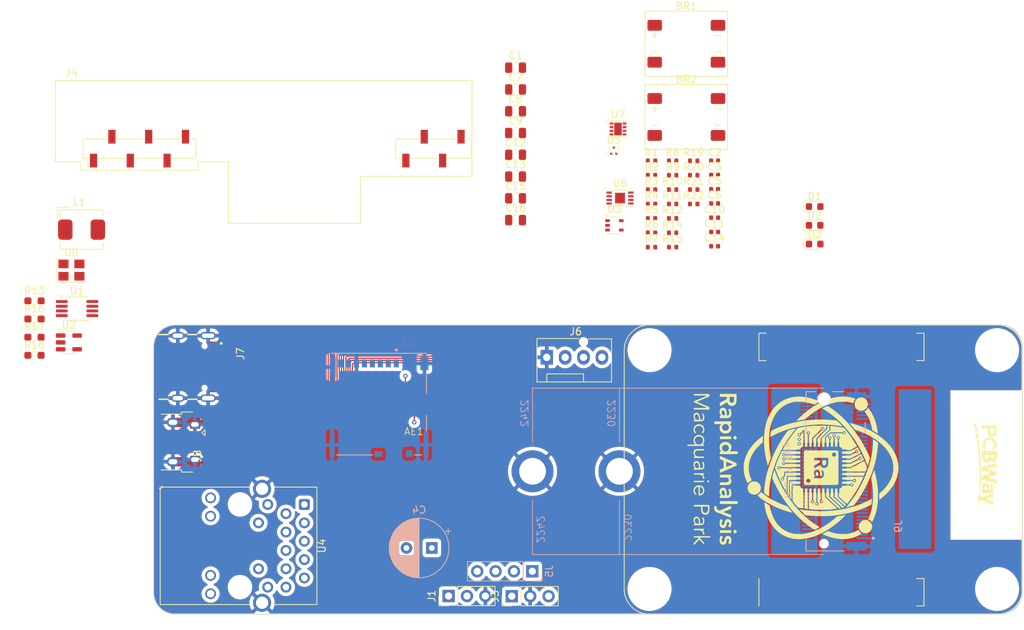
<source format=kicad_pcb>
(kicad_pcb (version 20240108) (generator "pcbnew") (generator_version "8.0")
  (title_block (title "V4 - CM4 Board") (date "2025-03-23") (rev "V0.4") (company "Rapid Analysis") (comment 1 "Author: Asad Imran"))
  (layers (0 "F.Cu" signal) (31 "B.Cu" signal) (34 "B.Paste" user) (35 "F.Paste" user) (36 "B.SilkS" user "B.Silkscreen") (37 "F.SilkS" user "F.Silkscreen") (38 "B.Mask" user) (39 "F.Mask" user) (44 "Edge.Cuts" user))
  (net 0 "")
  (net 1 "GND")
  (net 2 "Net-(U6-AC0)")
  (net 3 "/CM4_3V3")
  (net 4 "/SD_DAT1")
  (net 5 "/SD_CLK")
  (net 6 "/SD_DAT0")
  (net 7 "/SD_DAT2")
  (net 8 "/SD_CMD")
  (net 9 "/SD_DAT3")
  (net 10 "/SD_PWR")
  (net 11 "Net-(D1-K)")
  (net 12 "Net-(D2-K)")
  (net 13 "/M2_3v3")
  (net 14 "/FB")
  (net 15 "Net-(D3-K)")
  (net 16 "/GPIO15")
  (net 17 "/CM4_5V")
  (net 18 "/USB2_P")
  (net 19 "/BT_nDisable")
  (net 20 "/USB_OTG_ID")
  (net 21 "/GPIO12")
  (net 22 "/GPIO14")
  (net 23 "/GPIO13")
  (net 24 "/nRPIBOOT")
  (net 25 "/nPI_LED_PWR")
  (net 29 "/USB2_N")
  (net 30 "/WiFi_nDisable")
  (net 34 "/EEPROM_nWP")
  (net 42 "/SD_PWR_ON")
  (net 43 "/Reserved")
  (net 45 "/SCL0")
  (net 46 "/SDA0")
  (net 48 "/PCIe_CLK_P")
  (net 49 "/PCIe_TX_N")
  (net 50 "/PCIe_CLK_nREQ")
  (net 51 "/ETH_LEDG")
  (net 52 "/ETH_LEDY")
  (net 54 "/TRD2_N")
  (net 55 "/TRD3_P")
  (net 56 "/TRD3_N")
  (net 57 "/TRD0_N")
  (net 58 "/TRD2_P")
  (net 59 "/TRD1_P")
  (net 60 "/TRD1_N")
  (net 85 "/TRD0_P")
  (net 114 "/PCIe_TX_P")
  (net 143 "/PCIe_RX_N")
  (net 144 "/PI_nLED_Activity")
  (net 145 "/PCIe_CLK_N")
  (net 146 "/PCIe_nRST")
  (net 147 "/PCIe_RX_P")
  (net 148 "Net-(U6-AC1)")
  (net 149 "/RUN_PG")
  (net 150 "/Global_EN")
  (net 154 "Net-(C5-Pad1)")
  (net 155 "Net-(J2-DET_A)")
  (net 156 "/SD_VDD_Override")
  (net 157 "Net-(J1-Pin_1)")
  (net 158 "Net-(J2-DET_B)")
  (net 160 "Net-(J6-Pin_3)")
  (net 161 "Net-(J6-Pin_4)")
  (net 163 "Net-(J7-CC1)")
  (net 169 "Net-(J7-CC2)")
  (net 170 "Net-(J8-VBUS)")
  (net 193 "Net-(J9-SUSCLK)")
  (net 206 "Net-(J9-DAS{slash}~{DSS}{slash}~{LED1})")
  (net 213 "/VC1")
  (net 214 "/VC2")
  (net 215 "Net-(BR1-2)")
  (net 216 "Net-(BR1-1)")
  (net 217 "/VC4")
  (net 218 "/VC3")
  (net 219 "/+VDC")
  (net 220 "/-VDC")
  (net 221 "Net-(U7-LX)")
  (net 222 "Net-(U4-LEDG_K)")
  (net 223 "Net-(U4-LEDY_K)")
  (net 224 "Net-(R12-Pad2)")
  (net 225 "Net-(U6-GPO)")
  (footprint "Resistor_SMD:R_0402_1005Metric" (layer "F.Cu") (at 108.8 29.31)
    (property "Reference" "R2")
    (property "Value" "nf")
  )
  (footprint "Resistor_SMD:R_0402_1005Metric" (layer "F.Cu") (at 108.8 33.29)
    (property "Reference" "R4")
    (property "Value" "NC")
  )
  (footprint "NFC_antenna:NFC_Antenna" (layer "F.Cu") (at 75.9804 65.2252)
    (property "Reference" "AE1")
    (property "Value" "Antenna_Loop")
  )
  (footprint "LED_SMD:LED_0603_1608Metric" (layer "F.Cu") (at 131.33 38.83)
    (property "Reference" "D3")
    (property "Value" "LED Green")
  )
  (footprint "Package_TO_SOT_SMD:SOT-353_SC-70-5" (layer "F.Cu") (at 103.67 36.245)
    (property "Reference" "U3")
    (property "Value" "74LVC1G07SE-7")
  )
  (footprint "Package_DFN_QFN:DFN-8-1EP_3x2mm_P0.5mm_EP1.36x1.46mm" (layer "F.Cu") (at 104.445 32.475)
    (property "Reference" "U6")
    (property "Value" "ST25DV64K-IER8C3")
  )
  (footprint "Capacitor_SMD:C_0805_2012Metric" (layer "F.Cu") (at 90.02 20.47)
    (property "Reference" "C8")
    (property "Value" "10u")
  )
  (footprint "Resistor_SMD:R_0603_1608Metric_Pad0.98x0.95mm_HandSolder" (layer "F.Cu") (at 23.5775 54.21)
    (property "Reference" "R18")
    (property "Value" "5.1k")
  )
  (footprint "USB4105-GF-A:GCT_USB4105-GF-A" (layer "F.Cu") (at 43.3775 55.8125 -90)
    (property "Reference" "J7")
    (property "Value" "USB4105-GF-A")
  )
  (footprint "Resistor_SMD:R_0402_1005Metric" (layer "F.Cu") (at 111.71 31.3)
    (property "Reference" "R10")
    (property "Value" "470R")
  )
  (footprint "Capacitor_SMD:C_0805_2012Metric" (layer "F.Cu") (at 90.02 32.51)
    (property "Reference" "C15")
    (property "Value" "10u")
  )
  (footprint "Capacitor_SMD:C_0805_2012Metric" (layer "F.Cu") (at 90.02 26.49)
    (property "Reference" "C12")
    (property "Value" "10u")
  )
  (footprint "Resistor_SMD:R_0402_1005Metric" (layer "F.Cu") (at 108.8 27.32)
    (property "Reference" "R1")
    (property "Value" "nf")
  )
  (footprint "Resistor_SMD:R_0402_1005Metric" (layer "F.Cu") (at 108.8 39.26)
    (property "Reference" "R7")
    (property "Value" "NC")
  )
  (footprint "CM4IO:L_Bourns_SRP5030CC" (layer "F.Cu") (at 30.0775 36.835)
    (property "Reference" "L1")
    (property "Value" "2.2uH")
  )
  (footprint "Converter_DCDC:Converter_DCDC_Silvertel_Ag54xx" (layer "F.Cu") (at 31.69 25.6625)
    (property "Reference" "J4")
    (property "Value" "Silvertel AG5405 Connector")
  )
  (footprint "PCM_Diode_SMD_AKL:Diode_Bridge_Vishay_DFS" (layer "F.Cu") (at 113.605 11.145)
    (property "Reference" "BR1")
    (property "Value" "DF005S" (hide yes))
  )
  (footprint "Resistor_SMD:R_0402_1005Metric" (layer "F.Cu") (at 108.8 35.28)
    (property "Reference" "R5")
    (property "Value" "NC")
  )
  (footprint "PCM_Diode_SMD_AKL:Diode_Bridge_Vishay_DFS" (layer "F.Cu") (at 113.605 21.265)
    (property "Reference" "BR2")
    (property "Value" "DF005S" (hide yes))
  )
  (footprint "Connector:FanPinHeader_1x04_P2.54mm_Vertical" (layer "F.Cu") (at 94.33 54.49)
    (property "Reference" "J6")
    (property "Value" "Molex 470531000")
  )
  (footprint "Resistor_SMD:R_0402_1005Metric" (layer "F.Cu") (at 114.62 31.3)
    (property "Reference" "R21")
    (property "Value" "2.2K 1%")
  )
  (footprint "Package_DFN_QFN:DFN-8-1EP_2x2mm_P0.5mm_EP1.05x1.75mm" (layer "F.Cu") (at 104.165 22.925)
    (property "Reference" "U7")
    (property "Value" "AP3441SHE-7B")
  )
  (footprint "LED_SMD:LED_0603_1608Metric" (layer "F.Cu") (at 131.33 33.65)
    (property "Reference" "D1")
    (property "Value" "LED Red")
  )
  (footprint "Capacitor_SMD:C_0805_2012Metric" (layer "F.Cu") (at 90.02 29.5)
    (property "Reference" "C13")
    (property "Value" "10u")
  )
  (footprint "Capacitor_SMD:C_0402_1005Metric" (layer "F.Cu") (at 117.51 39.13)
    (property "Reference" "C14")
    (property "Value" "100n")
  )
  (footprint "Resistor_SMD:R_0603_1608Metric_Pad0.98x0.95mm_HandSolder" (layer "F.Cu") (at 23.5775 51.7)
    (property "Reference" "R17")
    (property "Value" "2.2K 1%")
  )
  (footprint "Capacitor_SMD:C_0805_2012Metric" (layer "F.Cu") (at 90.02 35.52)
    (property "Reference" "C16")
    (property "Value" "10u")
  )
  (footprint "Resistor_SMD:R_0402_1005Metric" (layer "F.Cu") (at 111.71 27.32)
    (property "Reference" "R8")
    (property "Value" "36K 1%")
  )
  (footprint "Connector_PinHeader_2.54mm:PinHeader_1x03_P2.54mm_Vertical" (layer "F.Cu") (at 80.77 87.48 90)
    (property "Reference" "J1")
    (property "Value" "Conn_01x03")
  )
  (footprint "Resistor_SMD:R_0402_1005Metric" (layer "F.Cu") (at 111.71 33.29)
    (property "Reference" "R11")
    (property "Value" "470R")
  )
  (footprint "Resistor_SMD:R_0402_1005Metric" (layer "F.Cu") (at 111.71 35.28)
    (property "Reference" "R12")
    (property "Value" "1k")
  )
  (footprint "Resistor_SMD:R_0402_1005Metric" (layer "F.Cu") (at 108.8 37.27)
    (property "Reference" "R6")
    (property "Value" "NC")
  )
  (footprint "Capacitor_SMD:C_0402_1005Metric" (layer "F.Cu") (at 117.51 37.16)
    (property "Reference" "C11")
    (property "Value" "4.7nF")
  )
  (footprint "Capacitor_SMD:C_0805_2012Metric" (layer "F.Cu") (at 90.02 23.48)
    (property "Reference" "C9")
    (property "Value" "10u")
  )
  (footprint "Connector_PinHeader_2.54mm:PinHeader_1x03_P2.54mm_Vertical" (layer "F.Cu") (at 89.5 87.5 90)
    (property "Reference" "J3")
    (property "Value" "Conn_01x03")
  )
  (footprint "Capacitor_SMD:C_0805_2012Metric" (layer "F.Cu") (at 90.02 14.45)
    (property "Reference" "C1")
    (property "Value" "10u")
  )
  (footprint "LED_SMD:LED_0603_1608Metric" (layer "F.Cu") (at 131.33 36.24)
    (property "Reference" "D2")
    (property "Value" "LED Green")
  )
  (footprint "Resistor_SMD:R_0402_1005Metric" (layer "F.Cu") (at 111.71 29.31)
    (property "Reference" "R9")
    (property "Value" "12K 1%")
  )
  (footprint "Resistor_SMD:R_0603_1608Metric_Pad0.98x0.95mm_HandSolder" (layer "F.Cu") (at 23.5775 49.19)
    (property "Reference" "R16")
    (property "Value" "2.2K 1%")
  )
  (footprint "Resistor_SMD:R_0402_1005Metric" (layer "F.Cu") (at 114.62 33.29)
    (property "Reference" "R22")
    (property "Value" "1k")
  )
  (footprint "Capacitor_SMD:C_0805_2012Metric" (layer "F.Cu") (at 90.02 17.46)
    (property "Reference" "C7")
    (property "Value" "10u")
  )
  (footprint "CM4IO:Raspberry-Pi-4-Compute-Module" (layer "F.Cu") (at 160 90 90)
    (property "Reference" "Module1" (hide yes))
    (property "Value" "ComputeModule4-CM4" (hide yes))
  )
  (footprint "Capacitor_SMD:C_0402_1005Metric" (layer "F.Cu") (at 117.51 27.31)
    (property "Reference" "C2")
    (property "Value" "100n")
  )
  (footprint "Resistor_SMD:R_0402_1005Metric" (layer "F.Cu") (at 111.71 37.27)
    (property "Reference" "R14")
    (property "Value" "1k")
  )
  (footprint "Package_TO_SOT_SMD:SOT-23-5" (layer "F.Cu") (at 28.3275 52.425)
    (property "Reference" "U2")
    (property "Value" "RT9742GGJ5")
  )
  (footprint "Resistor_SMD:R_0402_1005Metric" (layer "F.Cu") (at 114.62 29.31)
    (property "Reference" "R20")
    (property "Value" "10K 1%")
  )
  (footprint "CM4IO:TRJG0926HENL" (layer "F.Cu") (at 51.96 80.54 -90)
    (property "Reference" "U4")
    (property "Value" "MagJack-A70-112-331N126")
  )
  (footprint "Package_SO:MSOP-8_3x3mm_P0.65mm" (layer "F.Cu") (at 29.4575 47.75)
    (property "Reference" "U1")
    (property "Value" "EMC2301-1-ACZL-TR")
  )
  (footprint "Resistor_SMD:R_0603_1608Metric_Pad0.98x0.95mm_HandSolder" (layer "F.Cu") (at 23.5775 46.68)
    (property "Reference" "R13")
    (property "Value" "5.1k")
  )
  (footprint "Package_TO_SOT_SMD:Texas_DRT-3" (layer "F.Cu") (at 103.585 25.92)
    (property "Reference" "U5")
    (property "Value" "TPD2EUSB30")
  )
  (footprint "Capacitor_SMD:C_0402_1005Metric" (layer "F.Cu") (at 117.51 33.22)
    (property "Reference" "C6")
    (property "Value" "4.7pF")
  )
  (footprint "Crystal:Crystal_SMD_3225-4Pin_3.2x2.5mm" (layer "F.Cu") (at 28.6775 42.43)
    (property "Reference" "U8")
    (property "Value" "ASEK-32.768KHZ-L-R-T")
  )
  (footprint "Capacitor_SMD:C_0402_1005Metric" (layer "F.Cu") (at 117.51 31.25)
    (property "Reference" "C5")
    (property "Value" "100n")
  )
  (footprint "Resistor_SMD:R_0402_1005Metric" (layer "F.Cu") (at 114.62 27.32)
    (property "Reference" "R19")
    (property "Value" "100K 1%")
  )
  (footprint "CM4IO:USB_Micro-B_EDAC_UCON00686" (layer "F.Cu") (at 42.7 66.1975 -90)
    (property "Reference" "J8")
    (property "Value" "USB_OTG")
  )
  (footprint "Capacitor_SMD:C_0402_1005Metric" (layer "F.Cu") (at 117.51 35.19)
    (property "Reference" "C10")
    (property "Value" "100n")
  )
  (footprint "Resistor_SMD:R_0402_1005Metric" (layer "F.Cu") (at 108.8 31.3)
    (property "Reference" "R3")
    (property "Value" "NC")
  )
  (footprint "Resistor_SMD:R_0402_1005Metric" (layer "F.Cu") (at 111.71 39.26)
    (property "Reference" "R15")
    (property "Value" "4.7K 1%")
  )
  (footprint "Capacitor_SMD:C_0402_1005Metric" (layer "F.Cu") (at 117.51 29.28)
    (property "Reference" "C3")
    (property "Value" "10nF")
  )
  (footprint "Connector_PinHeader_2.54mm:PinHeader_1x04_P2.54mm_Vertical" (layer "B.Cu") (at 92.34 84.06 90)
    (property "Reference" "J5")
    (property "Value" "Conn_01x04")
  )
  (footprint "CM4IO:M.2 M Key socket" (layer "B.Cu") (at 132.617 70.24 90)
    (property "Reference" "J9")
    (property "Value" "Bus_M.2_Socket_M")
  )
  (footprint "CM4IO:SDCARD_MOLEX_503398-1892" (layer "B.Cu") (at 71.165 60.955 180)
    (property "Reference" "J2")
    (property "Value" "Micro_SD_Card_Det")
  )
  (footprint "Capacitor_THT:CP_Radial_D8.0mm_P3.50mm" (layer "B.Cu") (at 78.452651 80.84 180)
    (property "Reference" "C4")
    (property "Value" "470uF_16V")
  )
  (gr_poly (pts (xy 116.096823 62.824618) (xy 116.09501 62.853005) (xy 116.092215 62.880811) (xy 116.088443 62.908018) (xy 116.0837 62.934611) (xy 116.077991 62.960571) (xy 116.071321 62.985884) (xy 116.063694 63.01053) (xy 116.055117 63.034495) (xy 116.045594 63.057761) (xy 116.03513 63.080311) (xy 116.023731 63.102129) (xy 116.011402 63.123197) (xy 115.998147 63.143499) (xy 115.983973 63.163018) (xy 115.968885 63.181738) (xy 115.952886 63.199641) (xy 115.935984 63.216711) (xy 115.918182 63.232931) (xy 115.899486 63.248283) (xy 115.879901 63.262753) (xy 115.859433 63.276321) (xy 115.838086 63.288973) (xy 115.815865 63.30069) (xy 115.788236 63.313585) (xy 115.759201 63.323483) (xy 115.742116 63.327456) (xy 115.722229 63.330859) (xy 115.670787 63.336189) (xy 115.598344 63.339947) (xy 115.498367 63.34261) (xy 115.189687 63.346552) (xy 114.996338 63.34877) (xy 114.918506 63.349358) (xy 114.852041 63.349418) (xy 114.82279 63.349208) (xy 114.796044 63.348817) (xy 114.771692 63.348226) (xy 114.749621 63.34742) (xy 114.72972 63.346381) (xy 114.711875 63.345093) (xy 114.695975 63.343538) (xy 114.681908 63.341701) (xy 114.669562 63.339564) (xy 114.658825 63.33711) (xy 114.649584 63.334323) (xy 114.64549 63.3328) (xy 114.641728 63.331186) (xy 114.638284 63.329481) (xy 114.635144 63.327682) (xy 114.632295 63.325788) (xy 114.629721 63.323795) (xy 114.62741 63.321702) (xy 114.625347 63.319507) (xy 114.623518 63.317207) (xy 114.621908 63.314801) (xy 114.620505 63.312287) (xy 114.619294 63.309662) (xy 114.618261 63.306924) (xy 114.617392 63.304072) (xy 114.61609 63.298014) (xy 114.615277 63.291471) (xy 114.614839 63.284427) (xy 114.614665 63.276866) (xy 114.61466 63.260121) (xy 114.614999 63.249322) (xy 114.616052 63.239385) (xy 114.617869 63.230258) (xy 114.61908 63.225984) (xy 114.620502 63.221894) (xy 114.622142 63.217982) (xy 114.624004 63.214243) (xy 114.626097 63.21067) (xy 114.628426 63.207256) (xy 114.630998 63.203996) (xy 114.633819 63.200884) (xy 114.636896 63.197913) (xy 114.640235 63.195078) (xy 114.643843 63.192371) (xy 114.647726 63.189788) (xy 114.656344 63.184966) (xy 114.66614 63.180563) (xy 114.677166 63.176529) (xy 114.689474 63.172816) (xy 114.703115 63.169374) (xy 114.718141 63.166154) (xy 114.734603 63.163107) (xy 114.742121 63.161704) (xy 114.749435 63.160151) (xy 114.756505 63.158464) (xy 114.763294 63.156658) (xy 114.769763 63.154748) (xy 114.775873 63.152751) (xy 114.781584 63.150681) (xy 114.786859 63.148555) (xy 114.791659 63.146387) (xy 114.795944 63.144194) (xy 114.797882 63.143092) (xy 114.799676 63.14199) (xy 114.801323 63.140889) (xy 114.802817 63.139791) (xy 114.804153 63.138698) (xy 114.805327 63.137613) (xy 114.806334 63.136536) (xy 114.807168 63.135471) (xy 114.807826 63.134418) (xy 114.808301 63.13338) (xy 114.80859 63.132359) (xy 114.808688 63.131357) (xy 114.808606 63.130128) (xy 114.808362 63.128759) (xy 114.807406 63.125624) (xy 114.805851 63.121993) (xy 114.803727 63.117907) (xy 114.801065 63.113408) (xy 114.797897 63.108537) (xy 114.794254 63.103335) (xy 114.790167 63.097843) (xy 114.785665 63.092104) (xy 114.780782 63.086157) (xy 114.775547 63.080046) (xy 114.769992 63.07381) (xy 114.764147 63.067492) (xy 114.758044 63.061132) (xy 114.751713 63.054772) (xy 114.745187 63.048454) (xy 114.724146 63.027834) (xy 114.705268 63.008091) (xy 114.688441 62.988907) (xy 114.673556 62.969961) (xy 114.660499 62.950932) (xy 114.649161 62.9315) (xy 114.63943 62.911344) (xy 114.631195 62.890145) (xy 114.624345 62.867581) (xy 114.618769 62.843333) (xy 114.614356 62.81708) (xy 114.610994 62.788501) (xy 114.608573 62.757276) (xy 114.606981 62.723085) (xy 114.606107 62.685608) (xy 114.60584 62.644523) (xy 114.606649 62.582712) (xy 114.607238 62.556614) (xy 114.608016 62.533344) (xy 114.609032 62.512615) (xy 114.610335 62.494145) (xy 114.611973 62.477649) (xy 114.613997 62.462843) (xy 114.616455 62.449443) (xy 114.617862 62.443181) (xy 114.619395 62.437163) (xy 114.621062 62.431355) (xy 114.622869 62.425721) (xy 114.626923 62.414832) (xy 114.631608 62.404212) (xy 114.636972 62.393576) (xy 114.643065 62.38264) (xy 114.649935 62.371121) (xy 114.66016 62.354737) (xy 114.670964 62.338689) (xy 114.682306 62.323023) (xy 114.694143 62.307786) (xy 114.706436 62.293025) (xy 114.719141 62.278785) (xy 114.732219 62.265114) (xy 114.745627 62.252058) (xy 114.759325 62.239664) (xy 114.773271 62.227977) (xy 114.787423 62.217045) (xy 114.801741 62.206914) (xy 114.816183 62.19763) (xy 114.830707 62.189241) (xy 114.845273 62.181792) (xy 114.859838 62.175329) (xy 114.873962 62.170038) (xy 114.889732 62.165407) (xy 114.906933 62.161439) (xy 114.925351 62.158131) (xy 114.944771 62.155485) (xy 114.96498 62.153501) (xy 114.985762 62.152178) (xy 115.006903 62.151517) (xy 115.028189 62.151517) (xy 115.033582 62.151685) (xy 115.033582 62.376192) (xy 115.011783 62.376513) (xy 114.99016 62.378635) (xy 114.968888 62.38256) (xy 114.958439 62.3852) (xy 114.948144 62.388291) (xy 114.938024 62.391835) (xy 114.928102 62.395831) (xy 114.918399 62.400281) (xy 114.908938 62.405183) (xy 114.899741 62.410538) (xy 114.890829 62.416348) (xy 114.882225 62.422612) (xy 114.873949 62.42933) (xy 114.863809 62.439204) (xy 114.85393 62.450865) (xy 114.844366 62.464153) (xy 114.835171 62.478911) (xy 114.826401 62.494982) (xy 114.818108 62.512208) (xy 114.810348 62.530431) (xy 114.803174 62.549494) (xy 114.796641 62.569239) (xy 114.790803 62.589509) (xy 114.785714 62.610145) (xy 114.781429 62.630991) (xy 114.778002 62.651889) (xy 114.775487 62.67268) (xy 114.773938 62.693208) (xy 114.773409 62.713315) (xy 114.773984 62.737072) (xy 114.775692 62.760373) (xy 114.778508 62.783194) (xy 114.782408 62.805513) (xy 114.787367 62.827307) (xy 114.793362 62.848555) (xy 114.800366 62.869233) (xy 114.808356 62.889318) (xy 114.817308 62.908789) (xy 114.827196 62.927622) (xy 114.837996 62.945794) (xy 114.849684 62.963284) (xy 114.862234 62.980069) (xy 114.875623 62.996126) (xy 114.889826 63.011432) (xy 114.904819 63.025965) (xy 114.920576 63.039702) (xy 114.937073 63.05262) (xy 114.954287 63.064698) (xy 114.972191 63.075912) (xy 114.990762 63.086239) (xy 115.009975 63.095658) (xy 115.029805 63.104145) (xy 115.050229 63.111679) (xy 115.071221 63.118235) (xy 115.092756 63.123792) (xy 115.114812 63.128328) (xy 115.137362 63.131819) (xy 115.160382 63.134242) (xy 115.183848 63.135576) (xy 115.207735 63.135798) (xy 115.232018 63.134885) (xy 115.329034 63.129593) (xy 115.332562 62.979663) (xy 115.332857 62.934087) (xy 115.331783 62.889401) (xy 115.329376 62.845748) (xy 115.325671 62.803274) (xy 115.320706 62.762122) (xy 115.314516 62.722438) (xy 115.307137 62.684366) (xy 115.298607 62.648051) (xy 115.288959 62.613638) (xy 115.278232 62.581272) (xy 115.266461 62.551096) (xy 115.253683 62.523256) (xy 115.239933 62.497897) (xy 115.225247 62.475163) (xy 115.217565 62.464825) (xy 115.209663 62.455198) (xy 115.201545 62.4463) (xy 115.193215 62.438149) (xy 115.18494 62.43093) (xy 115.176336 62.424155) (xy 115.167424 62.417826) (xy 115.158226 62.411942) (xy 115.148765 62.406504) (xy 115.139063 62.401512) (xy 115.129141 62.396966) (xy 115.119021 62.392867) (xy 115.108725 62.389214) (xy 115.098276 62.38601) (xy 115.077004 62.380943) (xy 115.055381 62.37767) (xy 115.033582 62.376192) (xy 115.033582 62.151685) (xy 115.049405 62.152178) (xy 115.070337 62.153501) (xy 115.090771 62.155486) (xy 115.110491 62.158131) (xy 115.129284 62.161439) (xy 115.146934 62.165408) (xy 115.163229 62.170038) (xy 115.179876 62.176514) (xy 115.196694 62.184641) (xy 115.213605 62.194335) (xy 115.230531 62.205508) (xy 115.247396 62.218077) (xy 115.264121 62.231956) (xy 115.280629 62.24706) (xy 115.296843 62.263303) (xy 115.312684 62.2806) (xy 115.328076 62.298867) (xy 115.342941 62.318017) (xy 115.357201 62.337965) (xy 115.370779 62.358627) (xy 115.383598 62.379916) (xy 115.395579 62.401748) (xy 115.406646 62.424037) (xy 115.426369 62.467235) (xy 115.442392 62.508015) (xy 115.449255 62.528654) (xy 115.455479 62.550076) (xy 115.461162 62.572744) (xy 115.466397 62.597119) (xy 115.475909 62.652844) (xy 115.48478 62.72095) (xy 115.493775 62.805137) (xy 115.503658 62.909107) (xy 115.523061 63.129593) (xy 115.583035 63.134885) (xy 115.591077 63.135537) (xy 115.599317 63.135847) (xy 115.616307 63.135471) (xy 115.633845 63.133823) (xy 115.65177 63.130971) (xy 115.669923 63.126983) (xy 115.688144 63.121924) (xy 115.706271 63.115864) (xy 115.724145 63.108867) (xy 115.741606 63.101003) (xy 115.758493 63.092338) (xy 115.774646 63.082939) (xy 115.789906 63.072873) (xy 115.804111 63.062208) (xy 115.817102 63.05101) (xy 115.828718 63.039348) (xy 115.833961 63.033363) (xy 115.838799 63.027288) (xy 115.848546 63.013523) (xy 115.857612 62.999046) (xy 115.866 62.983899) (xy 115.873711 62.968125) (xy 115.887114 62.934863) (xy 115.897834 62.899599) (xy 115.905887 62.86267) (xy 115.91129 62.824416) (xy 115.914057 62.785175) (xy 115.914204 62.745286) (xy 115.911747 62.705086) (xy 115.9067 62.664915) (xy 115.89908 62.625111) (xy 115.888903 62.586012) (xy 115.876182 62.547957) (xy 115.860935 62.511285) (xy 115.843176 62.476333) (xy 115.822921 62.443441) (xy 115.818356 62.436691) (xy 115.813936 62.429708) (xy 115.809682 62.42255) (xy 115.805613 62.415273) (xy 115.801751 62.407934) (xy 115.798117 62.40059) (xy 115.794731 62.393298) (xy 115.791613 62.386114) (xy 115.788785 62.379095) (xy 115.786267 62.372299) (xy 115.784079 62.365782) (xy 115.782243 62.3596) (xy 115.780779 62.353812) (xy 115.779708 62.348473) (xy 115.77905 62.34364) (xy 115.778826 62.339371) (xy 115.7792 62.335033) (xy 115.779979 62.330627) (xy 115.781145 62.326169) (xy 115.782678 62.321674) (xy 115.78456 62.317156) (xy 115.786772 62.312632) (xy 115.789295 62.308117) (xy 115.792111 62.303625) (xy 115.7952 62.299171) (xy 115.798545 62.294772) (xy 115.805926 62.286196) (xy 115.814102 62.278018) (xy 115.822924 62.270359) (xy 115.832242 62.263341) (xy 115.841906 62.257085) (xy 115.851767 62.251713) (xy 115.856724 62.249396) (xy 115.861674 62.247345) (xy 115.866598 62.245577) (xy 115.871478 62.244105) (xy 115.876294 62.242945) (xy 115.881028 62.242112) (xy 115.885661 62.241622) (xy 115.890175 62.241489) (xy 115.894551 62.241729) (xy 115.898769 62.242357) (xy 115.90305 62.243653) (xy 115.907609 62.245861) (xy 115.917476 62.252861) (xy 115.928202 62.263049) (xy 115.939615 62.276119) (xy 115.951544 62.291762) (xy 115.96382 62.309671) (xy 115.976271 62.329538) (xy 115.988728 62.351056) (xy 116.001019 62.373919) (xy 116.012974 62.397817) (xy 116.024423 62.422444) (xy 116.035195 62.447492) (xy 116.045119 62.472653) (xy 116.054026 62.497621) (xy 116.061743 62.522088) (xy 116.068102 62.545746) (xy 116.075359 62.578609) (xy 116.081587 62.611042) (xy 116.086791 62.643029) (xy 116.090978 62.674551) (xy 116.094152 62.705593) (xy 116.096318 62.736137) (xy 116.097482 62.766167) (xy 116.097648 62.795667)) (stroke (width -0.000001)) (fill solid) (layer "F.SilkS"))
  (gr_poly (pts (xy 138.687774 60.951631) (xy 138.687547 60.955368) (xy 138.687202 60.959279) (xy 138.686175 60.967506) (xy 138.684735 60.976064) (xy 138.682923 60.984704) (xy 138.680046 60.995691) (xy 138.676777 61.009757) (xy 138.669473 61.044897) (xy 138.661839 61.085659) (xy 138.654701 61.127579) (xy 138.647796 61.161747) (xy 138.639646 61.195458) (xy 138.630245 61.228709) (xy 138.619588 61.261497) (xy 138.607671 61.29382) (xy 138.594487 61.325676) (xy 138.580032 61.357061) (xy 138.564301 61.387973) (xy 138.547288 61.41841) (xy 138.528989 61.448369) (xy 138.509397 61.477848) (xy 138.488509 61.506843) (xy 138.466318 61.535352) (xy 138.44282 61.563373) (xy 138.418009 61.590904) (xy 138.391881 61.61794) (xy 138.375858 61.63324) (xy 138.357792 61.649218) (xy 138.338036 61.665647) (xy 138.316943 61.682295) (xy 138.29487 61.698932) (xy 138.272168 61.71533) (xy 138.249192 61.731257) (xy 138.226297 61.746484) (xy 138.203835 61.760781) (xy 138.182162 61.773917) (xy 138.16163 61.785664) (xy 138.142595 61.79579) (xy 138.125409 61.804066) (xy 138.110428 61.810263) (xy 138.098005 61.814149) (xy 138.092863 61.815154) (xy 138.088493 61.815496) (xy 138.085769 61.815618) (xy 138.082905 61.815975) (xy 138.079927 61.816554) (xy 138.076862 61.817342) (xy 138.073735 61.818327) (xy 138.070571 61.819496) (xy 138.067397 61.820834) (xy 138.064239 61.822331) (xy 138.061122 61.823972) (xy 138.058073 61.825745) (xy 138.055116 61.827637) (xy 138.052278 61.829635) (xy 138.049585 61.831725) (xy 138.047063 61.833896) (xy 138.044736 61.836134) (xy 138.042632 61.838426) (xy 138.038862 61.84099) (xy 138.033472 61.843387) (xy 138.026412 61.84562) (xy 138.017634 61.847687) (xy 137.994728 61.851325) (xy 137.964359 61.854301) (xy 137.926135 61.856616) (xy 137.879665 61.85827) (xy 137.824554 61.859262) (xy 137.76041 61.859593) (xy 137.709548 61.859423) (xy 137.663737 61.858808) (xy 137.622406 61.857593) (xy 137.584985 61.855624) (xy 137.550902 61.852746) (xy 137.519587 61.848803) (xy 137.490468 61.843641) (xy 137.462974 61.837103) (xy 137.436534 61.829037) (xy 137.410577 61.819285) (xy 137.384533 61.807694) (xy 137.357829 61.794109) (xy 137.329896 61.778373) (xy 137.300162 61.760333) (xy 137.268056 61.739833) (xy 137.233007 61.716718) (xy 137.195038 61.690027) (xy 137.158864 61.661604) (xy 137.124502 61.63154) (xy 137.091968 61.599923) (xy 137.061281 61.56684) (xy 137.032457 61.532381) (xy 137.005514 61.496633) (xy 136.980468 61.459686) (xy 136.957336 61.421629) (xy 136.936136 61.382548) (xy 136.916886 61.342534) (xy 136.899601 61.301674) (xy 136.884299 61.260057) (xy 136.870997 61.217771) (xy 136.859713 61.174905) (xy 136.850463 61.131548) (xy 136.843265 61.087788) (xy 136.838135 61.043713) (xy 136.835091 60.999412) (xy 136.834151 60.954973) (xy 136.83533 60.910485) (xy 136.838646 60.866037) (xy 136.844117 60.821717) (xy 136.851759 60.777613) (xy 136.861589 60.733813) (xy 136.873625 60.690408) (xy 136.887884 60.647484) (xy 136.904383 60.60513) (xy 136.923138 60.563436) (xy 136.944168 60.522489) (xy 136.967489 60.482377) (xy 136.993118 60.44319) (xy 137.018015 60.408817) (xy 137.044949 60.375243) (xy 137.073729 60.342603) (xy 137.10416 60.311036) (xy 137.136048 60.280679) (xy 137.1692 60.251667) (xy 137.203421 60.224139) (xy 137.238518 60.19823) (xy 137.274298 60.174079) (xy 137.310565 60.151821) (xy 137.347128 60.131595) (xy 137.383791 60.113536) (xy 137.420361 60.097782) (xy 137.456644 60.08447) (xy 137.492447 60.073736) (xy 137.527576 60.065718) (xy 137.557281 60.060095) (xy 137.586208 60.055128) (xy 137.614365 60.050812) (xy 137.64176 60.047142) (xy 137.6684 60.044113) (xy 137.694294 60.04172) (xy 137.719449 60.039956) (xy 137.743873 60.038819) (xy 137.767573 60.038301) (xy 137.790557 60.038398) (xy 137.812834 60.039105) (xy 137.83441 60.040417) (xy 137.855294 60.042328) (xy 137.875493 60.044834) (xy 137.895015 60.047928) (xy 137.913868 60.051607) (xy 137.987242 60.070473) (xy 138.057773 60.093888) (xy 138.1253 60.121692) (xy 138.189668 60.153719) (xy 138.250718 60.189809) (xy 138.308293 60.229798) (xy 138.362235 60.273522) (xy 138.412386 60.32082) (xy 138.458589 60.371529) (xy 138.500687 60.425486) (xy 138.538522 60.482528) (xy 138.571935 60.542492) (xy 138.586935 60.573519) (xy 138.60077 60.605215) (xy 138.613421 60.637561) (xy 138.624869 60.670536) (xy 138.635093 60.704119) (xy 138.644074 60.73829) (xy 138.651792 60.773029) (xy 138.658228 60.808315) (xy 138.66168 60.831707) (xy 138.665339 60.853901) (xy 138.66908 60.874358) (xy 138.67278 60.892541) (xy 138.676315 60.907913) (xy 138.677982 60.914377) (xy 138.67956 60.919936) (xy 138.681036 60.924524) (xy 138.682392 60.928074) (xy 138.683614 60.930517) (xy 138.68417 60.931303) (xy 138.684686 60.931788) (xy 138.685162 60.93234) (xy 138.685596 60.933002) (xy 138.686347 60.93464) (xy 138.686942 60.936671) (xy 138.687387 60.939064) (xy 138.687688 60.941787) (xy 138.687849 60.94481) (xy 138.687876 60.948102)) (stroke (width -0.000001)) (fill solid) (layer "F.SilkS"))
  (gr_poly (pts (xy 116.090592 72.916972) (xy 116.088713 72.949407) (xy 116.085728 72.981739) (xy 116.081647 73.013741) (xy 116.076481 73.045184) (xy 116.07024 73.075842) (xy 116.062935 73.105487) (xy 116.054575 73.133892) (xy 116.045171 73.160829) (xy 116.034671 73.185444) (xy 116.022437 73.210245) (xy 116.008596 73.235088) (xy 115.993275 73.259827) (xy 115.976599 73.284318) (xy 115.958697 73.308417) (xy 115.939693 73.331978) (xy 115.919716 73.354857) (xy 115.898891 73.376909) (xy 115.877345 73.397989) (xy 115.855205 73.417953) (xy 115.832597 73.436657) (xy 115.809648 73.453955) (xy 115.786484 73.469702) (xy 115.763233 73.483755) (xy 115.74002 73.495968) (xy 115.711079 73.509103) (xy 115.680141 73.521341) (xy 115.647689 73.532613) (xy 115.614205 73.542849) (xy 115.580174 73.551979) (xy 115.546079 73.559933) (xy 115.512402 73.566642) (xy 115.479626 73.572036) (xy 115.448236 73.576044) (xy 115.418713 73.578599) (xy 115.391542 73.579628) (xy 115.367205 73.579064) (xy 115.346186 73.576835) (xy 115.337072 73.575075) (xy 115.328968 73.572873) (xy 115.321935 73.57022) (xy 115.316034 73.567107) (xy 115.311324 73.563526) (xy 115.307867 73.559468) (xy 115.305073 73.543417) (xy 115.302051 73.506138) (xy 115.29574 73.377568) (xy 115.289759 73.193103) (xy 115.284936 72.972093) (xy 115.276116 72.407649) (xy 115.226727 72.402357) (xy 115.221344 72.40192) (xy 115.215165 72.401923) (xy 115.208263 72.402349) (xy 115.200709 72.403184) (xy 115.192577 72.404411) (xy 115.183939 72.406016) (xy 115.174866 72.407982) (xy 115.165432 72.410294) (xy 115.155708 72.412938) (xy 115.145768 72.415896) (xy 115.135682 72.419154) (xy 115.125524 72.422696) (xy 115.115367 72.426508) (xy 115.105281 72.430572) (xy 115.09534 72.434874) (xy 115.085616 72.439398) (xy 115.062669 72.450646) (xy 115.040473 72.46287) (xy 115.019042 72.47603) (xy 114.998393 72.490089) (xy 114.978543 72.505008) (xy 114.959508 72.52075) (xy 114.941303 72.537275) (xy 114.923945 72.554547) (xy 114.90745 72.572527) (xy 114.891834 72.591176) (xy 114.877113 72.610457) (xy 114.863304 72.630332) (xy 114.838485 72.671711) (xy 114.817505 72.715006) (xy 114.800494 72.759914) (xy 114.793517 72.782877) (xy 114.787581 72.806129) (xy 114.782701 72.829632) (xy 114.778895 72.853347) (xy 114.776177 72.877236) (xy 114.774565 72.901262) (xy 114.774074 72.925386) (xy 114.774721 72.94957) (xy 114.776521 72.973776) (xy 114.779491 72.997966) (xy 114.783647 73.022101) (xy 114.789006 73.046145) (xy 114.795582 73.070057) (xy 114.803393 73.093801) (xy 114.807084 73.102818) (xy 114.811506 73.112605) (xy 114.816605 73.123063) (xy 114.822327 73.134096) (xy 114.835422 73.157488) (xy 114.850357 73.181996) (xy 114.866697 73.206835) (xy 114.875259 73.219133) (xy 114.884009 73.23122) (xy 114.892894 73.242996) (xy 114.901859 73.254363) (xy 114.910849 73.265225) (xy 114.919811 73.275482) (xy 115.004476 73.372496) (xy 114.972729 73.425413) (xy 114.962183 73.443109) (xy 114.952278 73.458503) (xy 114.947521 73.465341) (xy 114.94287 73.471608) (xy 114.938306 73.477306) (xy 114.933812 73.482436) (xy 114.92937 73.487001) (xy 114.924962 73.491001) (xy 114.920569 73.494439) (xy 114.916173 73.497316) (xy 114.911757 73.499633) (xy 114.907302 73.501392) (xy 114.90279 73.502596) (xy 114.898204 73.503245) (xy 114.893524 73.503341) (xy 114.888733 73.502885) (xy 114.883813 73.50188) (xy 114.878746 73.500327) (xy 114.873513 73.498227) (xy 114.868097 73.495582) (xy 114.86248 73.492395) (xy 114.856642 73.488665) (xy 114.850567 73.484396) (xy 114.844237 73.479588) (xy 114.830736 73.468363) (xy 114.815994 73.455004) (xy 114.799868 73.439524) (xy 114.791405 73.430776) (xy 114.782598 73.421131) (xy 114.773517 73.410685) (xy 114.764231 73.399533) (xy 114.745328 73.375497) (xy 114.726445 73.349786) (xy 114.708141 73.323165) (xy 114.690974 73.2964) (xy 114.675502 73.270255) (xy 114.668576 73.257654) (xy 114.662283 73.245495) (xy 114.644736 73.208323) (xy 114.637574 73.192002) (xy 114.631387 73.176648) (xy 114.626098 73.161853) (xy 114.621633 73.147207) (xy 114.617918 73.132303) (xy 114.614878 73.116732) (xy 114.612437 73.100086) (xy 114.61052 73.081957) (xy 114.609053 73.061937) (xy 114.607961 73.039617) (xy 114.606601 72.986446) (xy 114.60584 72.919177) (xy 114.606026 72.850885) (xy 114.606375 72.822419) (xy 114.606997 72.797165) (xy 114.607971 72.774691) (xy 114.609374 72.754566) (xy 114.611284 72.736359) (xy 114.613777 72.719637) (xy 114.616932 72.703969) (xy 114.620825 72.688924) (xy 114.625536 72.67407) (xy 114.63114 72.658975) (xy 114.637716 72.643209) (xy 114.645342 72.62634) (xy 114.66405 72.587565) (xy 114.670673 72.575036) (xy 114.677929 72.561992) (xy 114.694062 72.534787) (xy 114.71189 72.506795) (xy 114.730855 72.478866) (xy 114.750399 72.451846) (xy 114.760214 72.438942) (xy 114.769964 72.426583) (xy 114.77958 72.414875) (xy 114.788992 72.403924) (xy 114.79813 72.393837) (xy 114.806924 72.384718) (xy 114.834185 72.359081) (xy 114.862668 72.335089) (xy 114.892293 72.312742) (xy 114.922978 72.292041) (xy 114.954644 72.272988) (xy 114.98721 72.255582) (xy 115.020596 72.239826) (xy 115.054721 72.22572) (xy 115.089505 72.213265) (xy 115.124868 72.202462) (xy 115.160729 72.193312) (xy 115.197007 72.185815) (xy 115.233622 72.179974) (xy 115.270494 72.175789) (xy 115.307543 72.17326) (xy 115.344687 72.17239) (xy 115.381847 72.173178) (xy 115.418942 72.175626) (xy 115.455892 72.179735) (xy 115.492616 72.185505) (xy 115.50895 72.188839) (xy 115.50895 72.398829) (xy 115.461324 72.398829) (xy 115.464852 72.871551) (xy 115.470144 73.34251) (xy 115.514242 73.347801) (xy 115.525486 73.34906) (xy 115.53704 73.349545) (xy 115.548871 73.349278) (xy 115.560947 73.34828) (xy 115.573236 73.346572) (xy 115.585706 73.344177) (xy 115.598325 73.341116) (xy 115.611062 73.337411) (xy 115.623884 73.333083) (xy 115.636759 73.328153) (xy 115.649656 73.322645) (xy 115.662542 73.316578) (xy 115.688154 73.302859) (xy 115.71334 73.287168) (xy 115.737843 73.269678) (xy 115.761409 73.250564) (xy 115.783781 73.229997) (xy 115.804704 73.208151) (xy 115.814541 73.196803) (xy 115.823921 73.1852) (xy 115.83281 73.173363) (xy 115.841177 73.161315) (xy 115.84899 73.149077) (xy 115.856216 73.136671) (xy 115.862825 73.124118) (xy 115.868783 73.111441) (xy 115.876499 73.0931) (xy 115.883445 73.074479) (xy 115.889625 73.055606) (xy 115.895045 73.03651) (xy 115.903622 72.997765) (xy 115.909215 72.958478) (xy 115.911862 72.918881) (xy 115.911603 72.879207) (xy 115.908475 72.839687) (xy 115.902518 72.800555) (xy 115.893771 72.762044) (xy 115.882271 72.724384) (xy 115.868059 72.687811) (xy 115.851173 72.652554) (xy 115.831651 72.618848) (xy 115.820913 72.602649) (xy 115.809532 72.586925) (xy 115.797511 72.571705) (xy 115.784855 72.557017) (xy 115.77157 72.542892) (xy 115.757659 72.529357) (xy 115.743064 72.515973) (xy 115.7278 72.502985) (xy 115.711983 72.490456) (xy 115.69573 72.478452) (xy 115.679156 72.467037) (xy 115.662378 72.456276) (xy 115.645512 72.446233) (xy 115.628674 72.436973) (xy 115.611982 72.428561) (xy 115.59555 72.42106) (xy 115.579495 72.414537) (xy 115.563934 72.409054) (xy 115.548983 72.404678) (xy 115.534758 72.401472) (xy 115.521375 72.399501) (xy 115.50895 72.398829) (xy 115.50895 72.188839) (xy 115.529034 72.192938) (xy 115.565065 72.202035) (xy 115.600629 72.212797) (xy 115.635646 72.225224) (xy 115.670035 72.239317) (xy 115.703716 72.255079) (xy 115.736608 72.272508) (xy 115.76863 72.291607) (xy 115.799704 72.312377) (xy 115.829747 72.334818) (xy 115.85868 72.358931) (xy 115.886422 72.384718) (xy 115.903286 72.401572) (xy 115.918893 72.417853) (xy 115.933346 72.433731) (xy 115.946753 72.449376) (xy 115.95922 72.464959) (xy 115.970852 72.48065) (xy 115.981755 72.496621) (xy 115.992036 72.513041) (xy 116.0018 72.530081) (xy 116.011153 72.547912) (xy 116.020201 72.566704) (xy 116.02905 72.586628) (xy 116.037806 72.607854) (xy 116.046575 72.630553) (xy 116.064574 72.681051) (xy 116.071914 72.706128) (xy 116.078066 72.732921) (xy 116.083039 72.761202) (xy 116.086844 72.790743) (xy 116.089492 72.821319) (xy 116.090992 72.8527) (xy 116.091355 72.88466)) (stroke (width -0.000001)) (fill solid) (layer "F.SilkS"))
  (gr_poly (pts (xy 132.006424 77.981008) (xy 132.005892 77.982392) (xy 132.003806 77.985585) (xy 132.000418 77.989312) (xy 131.995799 77.993526) (xy 131.990024 77.998185) (xy 131.983163 78.003245) (xy 131.966475 78.01439) (xy 131.946314 78.02661) (xy 131.92326 78.039553) (xy 131.89789 78.052869) (xy 131.870785 78.066204) (xy 131.618548 78.180857) (xy 131.557628 78.208598) (xy 131.500946 78.233444) (xy 131.449101 78.255148) (xy 131.402692 78.273461) (xy 131.381714 78.28127) (xy 131.362319 78.288137) (xy 131.344583 78.294033) (xy 131.328581 78.298927) (xy 131.314388 78.302787) (xy 131.302078 78.305583) (xy 131.291726 78.307283) (xy 131.283408 78.307856) (xy 131.255433 78.300058) (xy 131.209752 78.27755) (xy 131.148176 78.241663) (xy 131.072513 78.193727) (xy 130.886161 78.067034) (xy 130.665165 77.908116) (xy 130.423995 77.727617) (xy 130.177119 77.536183) (xy 129.939008 77.34446) (xy 129.724131 77.163093) (xy 129.561506 77.017648) (xy 129.387532 76.856782) (xy 129.208721 76.686905) (xy 129.031585 76.514423) (xy 128.862634 76.345744) (xy 128.708379 76.187276) (xy 128.575333 76.045428) (xy 128.470007 75.926606) (xy 128.384238 75.826506) (xy 128.32986 75.763888) (xy 128.275979 75.702593) (xy 128.182627 75.594872) (xy 128.08942 75.485084) (xy 127.996833 75.373807) (xy 127.905341 75.261621) (xy 127.815421 75.149105) (xy 127.727547 75.036836) (xy 127.642195 74.925394) (xy 127.55984 74.815357) (xy 127.445762 74.660197) (xy 127.335137 74.507063) (xy 127.228108 74.35616) (xy 127.124821 74.207697) (xy 127.025419 74.06188) (xy 126.930049 73.918915) (xy 126.838853 73.77901) (xy 126.751978 73.64237) (xy 126.683958 73.531852) (xy 126.590141 73.376024) (xy 126.504924 73.232102) (xy 126.476288 73.182485) (xy 126.462701 73.157301) (xy 126.459666 73.151393) (xy 126.455948 73.144431) (xy 126.447046 73.128418) (xy 126.44215 73.119905) (xy 126.437151 73.111413) (xy 126.432194 73.10321) (xy 126.427422 73.095565) (xy 126.413339 73.072001) (xy 126.391483 73.03405) (xy 126.3357 72.936816) (xy 126.274184 72.828557) (xy 126.246155 72.779802) (xy 126.224575 72.742788) (xy 126.127038 72.552536) (xy 125.94566 72.189147) (xy 125.756015 71.804923) (xy 125.633672 71.552163) (xy 125.611128 71.502305) (xy 125.582961 71.43773) (xy 125.552809 71.366872) (xy 125.524311 71.298164) (xy 125.503896 71.24852) (xy 125.495654 71.227726) (xy 125.488648 71.209252) (xy 125.48282 71.192825) (xy 125.478113 71.178171) (xy 125.474471 71.165015) (xy 125.473031 71.158913) (xy 125.471836 71.153083) (xy 125.470879 71.147491) (xy 125.470152 71.142103) (xy 125.469649 71.136884) (xy 125.469362 71.131799) (xy 125.469285 71.126816) (xy 125.46941 71.121899) (xy 125.46973 71.117015) (xy 125.470238 71.112128) (xy 125.471789 71.102212) (xy 125.474007 71.091878) (xy 125.476834 71.080851) (xy 125.480215 71.068858) (xy 125.490853 71.032091) (xy 125.503145 70.986395) (xy 125.515438 70.937392) (xy 125.521067 70.913407) (xy 125.526077 70.890704) (xy 125.553995 70.775225) (xy 125.580096 70.670659) (xy 125.605203 70.574693) (xy 125.630145 70.48501) (xy 125.679755 70.311928) (xy 125.69687 70.250606) (xy 125.714813 70.185149) (xy 125.718392 70.173403) (xy 125.721871 70.162621) (xy 125.725272 70.152775) (xy 125.72862 70.143835) (xy 125.73028 70.139696) (xy 125.731936 70.135774) (xy 125.73359 70.132064) (xy 125.735244 70.128563) (xy 125.736903 70.125267) (xy 125.738568 70.122173) (xy 125.740243 70.119278) (xy 125.741931 70.116577) (xy 125.743634 70.114068) (xy 125.745356 70.111746) (xy 125.747099 70.109608) (xy 125.748866 70.107651) (xy 125.75066 70.105871) (xy 125.752485 70.104264) (xy 125.754342 70.102827) (xy 125.756235 70.101557) (xy 125.758168 70.100449) (xy 125.760141 70.0995) (xy 125.76216 70.098707) (xy 125.764225 70.098067) (xy 125.766342 70.097574) (xy 125.768511 70.097227) (xy 125.770737 70.097022) (xy 125.773022 70.096954) (xy 125.777907 70.09738) (xy 125.782671 70.098711) (xy 125.787358 70.101023) (xy 125.792011 70.104395) (xy 125.796674 70.108904) (xy 125.801392 70.114627) (xy 125.806207 70.121642) (xy 125.811165 70.130027) (xy 125.816309 70.139858) (xy 125.821683 70.151214) (xy 125.827331 70.164172) (xy 125.833296 70.17881) (xy 125.846357 70.213433) (xy 125.861216 70.255704) (xy 125.902398 70.370943) (xy 125.949575 70.497302) (xy 126.056124 70.768996) (xy 126.169289 71.042013) (xy 126.224734 71.170025) (xy 126.277493 71.287579) (xy 126.403804 71.550784) (xy 126.586835 71.919492) (xy 126.766889 72.274309) (xy 126.837145 72.409199) (xy 126.884271 72.495843) (xy 127.074991 72.82693) (xy 127.164811 72.978139) (xy 127.253805 73.124449) (xy 127.344121 73.269353) (xy 127.437911 73.416345) (xy 127.644506 73.730566) (xy 127.763569 73.90847) (xy 127.811318 73.978147) (xy 127.857496 74.043876) (xy 127.906816 74.112334) (xy 127.96399 74.190196) (xy 128.120756 74.400843) (xy 128.268403 74.595928) (xy 128.403668 74.770901) (xy 128.531367 74.931446) (xy 128.656318 75.083247) (xy 128.783335 75.231989) (xy 128.917236 75.383357) (xy 129.062836 75.543034) (xy 129.224952 75.716705) (xy 129.346505 75.843736) (xy 129.475396 75.974591) (xy 129.609206 76.106976) (xy 129.745518 76.238596) (xy 129.881913 76.367156) (xy 130.015972 76.490363) (xy 130.145277 76.605922) (xy 130.26741 76.711538) (xy 130.540812 76.942607) (xy 130.608566 76.99799) (xy 130.699203 77.068504) (xy 130.806501 77.149602) (xy 130.924237 77.236736) (xy 131.166138 77.41092) (xy 131.27786 77.488876) (xy 131.375132 77.554678) (xy 131.495841 77.634183) (xy 131.594681 77.69893) (xy 131.673594 77.7502) (xy 131.734524 77.789274) (xy 131.779414 77.817434) (xy 131.796451 77.827822) (xy 131.810206 77.835962) (xy 131.820923 77.842014) (xy 131.828844 77.846138) (xy 131.834212 77.848496) (xy 131.836015 77.849062) (xy 131.83727 77.849246) (xy 131.838649 77.84953) (xy 131.840771 77.850365) (xy 131.847082 77.853573) (xy 131.855874 77.858641) (xy 131.866816 77.865341) (xy 131.879576 77.873448) (xy 131.893825 77.882732) (xy 131.925465 77.903926) (xy 131.933934 77.909584) (xy 131.942118 77.915288) (xy 131.949983 77.921003) (xy 131.95749 77.926692) (xy 131.964605 77.932319) (xy 131.971291 77.937848) (xy 131.977512 77.943242) (xy 131.983232 77.948466) (xy 131.988414 77.953483) (xy 131.993023 77.958257) (xy 131.997022 77.962752) (xy 132.000375 77.966931) (xy 132.003045 77.97076) (xy 132.004114 77.972531) (xy 132.004998 77.9742) (xy 132.005693 77.975764) (xy 132.006196 77.977217) (xy 132.006501 77.978555) (xy 132.006603 77.979774)) (stroke (width -0.000001)) (fill solid) (layer "F.SilkS"))
  (gr_poly (pts (xy 116.940464 79.296885) (xy 116.939465 79.313273) (xy 116.934173 79.392649) (xy 116.20216 79.401467) (xy 115.917786 79.405658) (xy 115.684015 79.409847) (xy 115.52499 79.413375) (xy 115.464852 79.41558) (xy 115.461861 79.41894) (xy 115.460928 79.423855) (xy 115.462213 79.430517) (xy 115.465872 79.439117) (xy 115.472063 79.449845) (xy 115.480944 79.462895) (xy 115.492673 79.478455) (xy 115.507406 79.496718) (xy 115.546519 79.542118) (xy 115.599542 79.600623) (xy 115.667738 79.673762) (xy 115.752367 79.763066) (xy 115.863162 79.879428) (xy 115.956097 79.97826) (xy 115.992767 80.017899) (xy 116.021251 80.049311) (xy 116.04031 80.071215) (xy 116.045917 80.0782) (xy 116.048702 80.082328) (xy 116.050429 80.086126) (xy 116.051973 80.090858) (xy 116.05453 80.102854) (xy 116.056406 80.117776) (xy 116.05763 80.13508) (xy 116.058235 80.154224) (xy 116.05825 80.174665) (xy 116.057707 80.19586) (xy 116.056638 80.217267) (xy 116.055072 80.238344) (xy 116.053041 80.258547) (xy 116.050576 80.277334) (xy 116.047708 80.294162) (xy 116.044469 80.30849) (xy 116.040888 80.319773) (xy 116.038979 80.324104) (xy 116.036997 80.327471) (xy 116.034945 80.329805) (xy 116.032827 80.331039) (xy 116.025829 80.327232) (xy 116.010746 80.314478) (xy 115.960038 80.266022) (xy 115.888121 80.193465) (xy 115.802417 80.104599) (xy 115.710347 80.007217) (xy 115.619331 79.909111) (xy 115.53679 79.818074) (xy 115.470144 79.7419) (xy 115.466409 79.737665) (xy 115.4625 79.733573) (xy 115.458452 79.72964) (xy 115.454298 79.725886) (xy 115.450072 79.722329) (xy 115.445806 79.718985) (xy 115.441536 79.715875) (xy 115.437294 79.713015) (xy 115.433114 79.710423) (xy 115.429029 79.708119) (xy 115.425074 79.706119) (xy 115.421281 79.704443) (xy 115.417685 79.703108) (xy 115.414318 79.702131) (xy 115.411216 79.701532) (xy 115.409774 79.70138) (xy 115.40841 79.701329) (xy 115.403606 79.7032) (xy 115.39528 79.708691) (xy 115.36886 79.729799) (xy 115.330739 79.763186) (xy 115.282511 79.807383) (xy 115.225767 79.860924) (xy 115.162098 79.92234) (xy 115.093097 79.990163) (xy 115.020355 80.062927) (xy 114.880098 80.203514) (xy 114.818103 80.26493) (xy 114.763488 80.31847) (xy 114.71772 80.362667) (xy 114.682267 80.396053) (xy 114.658596 80.417161) (xy 114.651637 80.422652) (xy 114.649457 80.424052) (xy 114.648174 80.424523) (xy 114.646216 80.424368) (xy 114.644309 80.423904) (xy 114.640656 80.42205) (xy 114.63722 80.418966) (xy 114.634007 80.414657) (xy 114.63102 80.409128) (xy 114.628267 80.402386) (xy 114.625751 80.394434) (xy 114.623478 80.385277) (xy 114.621454 80.374922) (xy 114.619682 80.363374) (xy 114.618169 80.350637) (xy 114.61692 80.336716) (xy 114.615939 80.321617) (xy 114.615232 80.305345) (xy 114.61466 80.269303) (xy 114.61466 80.170523) (xy 114.976257 79.807162) (xy 115.033485 79.750173) (xy 115.084339 79.699341) (xy 115.129142 79.654292) (xy 115.168217 79.614651) (xy 115.201886 79.580043) (xy 115.230473 79.550093) (xy 115.242961 79.536748) (xy 115.2543 79.524428) (xy 115.26453 79.513084) (xy 115.273692 79.502671) (xy 115.281824 79.493142) (xy 115.288969 79.48445) (xy 115.295167 79.476548) (xy 115.300457 79.469389) (xy 115.30488 79.462926) (xy 115.308476 79.457112) (xy 115.311287 79.451902) (xy 115.313351 79.447247) (xy 115.314117 79.445113) (xy 115.314711 79.443101) (xy 115.315139 79.441205) (xy 115.315405 79.439418) (xy 115.315516 79.437735) (xy 115.315475 79.43615) (xy 115.315288 79.434657) (xy 115.31496 79.43325) (xy 115.314497 79.431924) (xy 115.313902 79.430672) (xy 115.313181 79.429489) (xy 115.31234 79.428369) (xy 115.310315 79.426294) (xy 115.307867 79.4244) (xy 115.302978 79.421526) (xy 115.296205 79.418857) (xy 115.287484 79.416388) (xy 115.276751 79.414119) (xy 115.248987 79.410167) (xy 115.212397 79.40698) (xy 115.166463 79.404538) (xy 115.11067 79.402818) (xy 115.0445 79.401802) (xy 114.967437 79.401467) (xy 114.89097 79.401137) (xy 114.825333 79.400144) (xy 114.796448 79.3994) (xy 114.770115 79.398491) (xy 114.746283 79.397416) (xy 114.724901 79.396176) (xy 114.705917 79.39477) (xy 114.689279 79.393199) (xy 114.674935 79.391463) (xy 114.662834 79.389562) (xy 114.652924 79.387495) (xy 114.645153 79.385262) (xy 114.642054 79.384084) (xy 114.639471 79.382865) (xy 114.637396 79.381604) (xy 114.635824 79.380302) (xy 114.633261 79.377464) (xy 114.630863 79.374258) (xy 114.62863 79.370708) (xy 114.626563 79.366839) (xy 114.624662 79.362675) (xy 114.622925 79.358242) (xy 114.619949 79.348663) (xy 114.617633 79.338298) (xy 114.61598 79.327344) (xy 114.614988 79.315998) (xy 114.614657 79.304455) (xy 114.614988 79.292912) (xy 114.61598 79.281566) (xy 114.617633 79.270612) (xy 114.619949 79.260248) (xy 114.622925 79.250668) (xy 114.624662 79.246235) (xy 114.626563 79.242071) (xy 114.62863 79.238202) (xy 114.630863 79.234652) (xy 114.633261 79.231446) (xy 114.635824 79.228608) (xy 114.654786 79.223141) (xy 114.702191 79.218603) (xy 114.89688 79.212071) (xy 115.248997 79.208515) (xy 115.787646 79.20744) (xy 116.228205 79.208377) (xy 116.590876 79.210968) (xy 116.838124 79.214882) (xy 116.906733 79.217232) (xy 116.925231 79.218487) (xy 116.932409 79.219789) (xy 116.93369 79.221517) (xy 116.934883 79.224022) (xy 116.935982 79.227257) (xy 116.936984 79.23117) (xy 116.937882 79.235715) (xy 116.938672 79.240841) (xy 116.939906 79.25264) (xy 116.940643 79.266176) (xy 116.940843 79.281055)) (stroke (width -0.000001)) (fill solid) (layer "F.SilkS"))
  (gr_poly (pts (xy 138.952319 68.392769) (xy 138.950728 68.408983) (xy 138.948168 68.427434) (xy 138.939965 68.472351) (xy 138.927359 68.530125) (xy 138.909999 68.603361) (xy 138.887533 68.694663) (xy 138.846826 68.852889) (xy 138.81323 68.980192) (xy 138.780625 69.099227) (xy 138.742895 69.232649) (xy 138.739708 69.245292) (xy 138.735591 69.260375) (xy 138.725477 69.295708) (xy 138.71437 69.334348) (xy 138.704091 69.371997) (xy 138.701406 69.381147) (xy 138.698654 69.390049) (xy 138.69585 69.398661) (xy 138.693011 69.406943) (xy 138.69015 69.414853) (xy 138.687285 69.422349) (xy 138.68443 69.429391) (xy 138.6816 69.435937) (xy 138.678812 69.441945) (xy 138.676081 69.447374) (xy 138.673422 69.452184) (xy 138.670852 69.456332) (xy 138.668384 69.459777) (xy 138.667194 69.461223) (xy 138.666036 69.462478) (xy 138.664911 69.463536) (xy 138.663821 69.464393) (xy 138.662769 69.465043) (xy 138.661757 69.465482) (xy 138.658709 69.465898) (xy 138.655483 69.465089) (xy 138.652025 69.462947) (xy 138.648279 69.459364) (xy 138.644193 69.45423) (xy 138.639711 69.447437) (xy 138.63478 69.438877) (xy 138.629345 69.428441) (xy 138.616746 69.401507) (xy 138.601481 69.365767) (xy 138.583115 69.320354) (xy 138.561214 69.264398) (xy 138.521885 69.158979) (xy 138.487352 69.069269) (xy 138.447857 68.969967) (xy 138.393644 68.835774) (xy 138.327261 68.670792) (xy 138.262428 68.514388) (xy 138.198215 68.364392) (xy 138.133692 68.218633) (xy 138.067929 68.074942) (xy 137.999995 67.931147) (xy 137.92896 67.785079) (xy 137.853895 67.634566) (xy 137.765094 67.460161) (xy 137.683239 67.302955) (xy 137.587493 67.124581) (xy 137.45702 66.886676) (xy 137.374282 66.74416) (xy 137.25285 66.541616) (xy 137.124142 66.330804) (xy 137.019577 66.163482) (xy 136.820753 65.857282) (xy 136.742942 65.73988) (xy 136.672531 65.636079) (xy 136.60427 65.538232) (xy 136.532908 65.438689) (xy 136.359882 65.203926) (xy 136.236189 65.038341) (xy 136.169381 64.948162) (xy 136.161313 64.936897) (xy 136.14816 64.919554) (xy 136.109409 64.87011) (xy 136.058752 64.806776) (xy 136.001811 64.736496) (xy 135.813076 64.501899) (xy 135.681759 64.342198) (xy 135.50999 64.147688) (xy 135.309571 63.930523) (xy 135.092306 63.702857) (xy 134.869998 63.476845) (xy 134.654449 63.264641) (xy 134.457462 63.078399) (xy 134.290839 62.930274) (xy 134.13242 62.796356) (xy 133.945559 62.642098) (xy 133.762004 62.493463) (xy 133.613506 62.376413) (xy 133.513546 62.300982) (xy 133.386653 62.209863) (xy 133.242273 62.109359) (xy 133.089852 62.005775) (xy 132.938836 61.905416) (xy 132.798672 61.814586) (xy 132.678807 61.73959) (xy 132.588686 61.686732) (xy 132.575853 61.679242) (xy 132.562752 61.671463) (xy 132.549774 61.663602) (xy 132.537313 61.655864) (xy 132.525762 61.648457) (xy 132.515513 61.641587) (xy 132.506959 61.635462) (xy 132.50344 61.632743) (xy 132.500492 61.630287) (xy 132.494667 61.626102) (xy 132.487953 61.621606) (xy 132.480618 61.616986) (xy 132.472932 61.612428) (xy 132.465164 61.608118) (xy 132.457581 61.604242) (xy 132.453943 61.602526) (xy 132.450453 61.600987) (xy 132.447143 61.59965) (xy 132.444048 61.598537) (xy 132.432725 61.593716) (xy 132.428 61.591156) (xy 132.423905 61.588491) (xy 132.420441 61.585718) (xy 132.417612 61.582833) (xy 132.41542 61.579831) (xy 132.413869 61.576709) (xy 132.412961 61.573463) (xy 132.4127 61.570089) (xy 132.413087 61.566584) (xy 132.414127 61.562943) (xy 132.415822 61.559162) (xy 132.418175 61.555238) (xy 132.421188 61.551166) (xy 132.424866 61.546944) (xy 132.434223 61.538029) (xy 132.44627 61.528464) (xy 132.46103 61.518217) (xy 132.478527 61.507256) (xy 132.498783 61.495551) (xy 132.521821 61.483072) (xy 132.547666 61.469786) (xy 132.57634 61.455662) (xy 132.669457 61.411424) (xy 132.762678 61.368322) (xy 132.852633 61.327825) (xy 132.935953 61.2914) (xy 133.009268 61.260515) (xy 133.069209 61.236637) (xy 133.112407 61.221234) (xy 133.126674 61.217169) (xy 133.135492 61.215774) (xy 133.153428 61.220952) (xy 133.183978 61.235948) (xy 133.278312 61.292172) (xy 133.409274 61.377996) (xy 133.567645 61.486971) (xy 133.744206 61.612649) (xy 133.929738 61.748578) (xy 134.115022 61.888311) (xy 134.290839 62.025399) (xy 134.536792 62.226634) (xy 134.789359 62.445645) (xy 135.044902 62.678878) (xy 135.299784 62.922777) (xy 135.550367 63.173787) (xy 135.793012 63.428352) (xy 136.024081 63.682917) (xy 136.239937 63.933927) (xy 136.312256 64.018373) (xy 136.373991 64.090913) (xy 136.460505 64.196333) (xy 136.592494 64.361449) (xy 136.725474 64.530203) (xy 136.814964 64.646537) (xy 136.854873 64.701218) (xy 136.87028 64.721944) (xy 136.87605 64.729495) (xy 136.880229 64.734732) (xy 136.94796 64.824666) (xy 137.032474 64.940583) (xy 137.222423 65.208116) (xy 137.391205 65.452828) (xy 137.449262 65.540219) (xy 137.479952 65.590218) (xy 137.484344 65.598124) (xy 137.491941 65.610806) (xy 137.515009 65.647765) (xy 137.545684 65.695638) (xy 137.580492 65.748968) (xy 137.685719 65.915242) (xy 137.819058 66.133276) (xy 137.960996 66.370822) (xy 138.09202 66.595635) (xy 138.232718 66.860742) (xy 138.439727 67.266574) (xy 138.64839 67.685305) (xy 138.794048 67.989107) (xy 138.86386 68.142924) (xy 138.90804 68.240682) (xy 138.92243 68.272931) (xy 138.932707 68.296437) (xy 138.939635 68.312956) (xy 138.943979 68.324246) (xy 138.947279 68.333871) (xy 138.949873 68.34378) (xy 138.951719 68.354298) (xy 138.952771 68.365753) (xy 138.952985 68.378468)) (stroke (width -0.000001)) (fill solid) (layer "F.SilkS"))
  (gr_poly (pts (xy 120.572552 78.591623) (xy 120.571197 78.605716) (xy 120.569025 78.619613) (xy 120.566052 78.633286) (xy 120.562296 78.646704) (xy 120.557774 78.659837) (xy 120.552503 78.672657) (xy 120.5465 78.685133) (xy 120.539783 78.697236) (xy 120.532368 78.708936) (xy 120.524272 78.720203) (xy 120.515513 78.731008) (xy 120.506107 78.74132) (xy 120.496073 78.75111) (xy 120.485426 78.760349) (xy 120.474184 78.769006) (xy 120.462365 78.777052) (xy 120.449985 78.784458) (xy 120.437062 78.791193) (xy 120.423612 78.797227) (xy 120.409652 78.802532) (xy 120.395201 78.807077) (xy 120.380274 78.810833) (xy 120.364889 78.81377) (xy 120.349064 78.815858) (xy 120.334939 78.817028) (xy 120.322219 78.817856) (xy 120.31074 78.818292) (xy 120.300336 78.818283) (xy 120.295485 78.818096) (xy 120.290841 78.817779) (xy 120.286383 78.817324) (xy 120.28209 78.816726) (xy 120.277942 78.815978) (xy 120.273918 78.815074) (xy 120.269998 78.814007) (xy 120.26616 78.812771) (xy 120.262384 78.811359) (xy 120.25865 78.809765) (xy 120.254936 78.807983) (xy 120.251222 78.806005) (xy 120.247488 78.803826) (xy 120.243712 78.801438) (xy 120.235953 78.796014) (xy 120.227782 78.78968) (xy 120.219031 78.782385) (xy 120.209537 78.774077) (xy 120.199133 78.764704) (xy 120.188554 78.75444) (xy 120.178648 78.743838) (xy 120.169414 78.73292) (xy 120.160854 78.72171) (xy 120.152966 78.710232) (xy 120.145751 78.698508) (xy 120.139211 78.686561) (xy 120.133344 78.674416) (xy 120.128152 78.662095) (xy 120.123634 78.649622) (xy 120.119792 78.637019) (xy 120.116625 78.624311) (xy 120.114133 78.61152) (xy 120.112318 78.598669) (xy 120.111179 78.585782) (xy 120.110716 78.572883) (xy 120.110931 78.559993) (xy 120.111822 78.547138) (xy 120.113392 78.534339) (xy 120.115639 78.52162) (xy 120.118565 78.509004) (xy 120.122169 78.496515) (xy 120.126452 78.484176) (xy 120.131414 78.47201) (xy 120.137056 78.460041) (xy 120.143378 78.448291) (xy 120.15038 78.436783) (xy 120.158062 78.425542) (xy 120.166425 78.414591) (xy 120.17547 78.403952) (xy 120.185196 78.393649) (xy 120.195603 78.383705) (xy 120.20492 78.375202) (xy 120.213749 78.36753) (xy 120.22218 78.360648) (xy 120.230303 78.354517) (xy 120.238209 78.3491) (xy 120.245988 78.344358) (xy 120.253732 78.340251) (xy 120.261529 78.33674) (xy 120.269472 78.333788) (xy 120.277649 78.331356) (xy 120.286152 78.329403) (xy 120.295071 78.327893) (xy 120.304496 78.326786) (xy 120.314518 78.326043) (xy 120.325228 78.325626) (xy 120.336715 78.325495) (xy 120.345137 78.32567) (xy 120.35353 78.326191) (xy 120.361886 78.327052) (xy 120.370198 78.328248) (xy 120.378456 78.329774) (xy 120.386654 78.331623) (xy 120.394782 78.333791) (xy 120.402833 78.336272) (xy 120.410799 78.33906) (xy 120.418672 78.34215) (xy 120.426443 78.345537) (xy 120.434104 78.349215) (xy 120.441648 78.353179) (xy 120.449067 78.357422) (xy 120.456351 78.36194) (xy 120.463494 78.366727) (xy 120.470487 78.371777) (xy 120.477323 78.377086) (xy 120.483992 78.382647) (xy 120.490487 78.388455) (xy 120.4968 78.394505) (xy 120.502922 78.400791) (xy 120.508847 78.407307) (xy 120.514565 78.414049) (xy 120.520068 78.42101) (xy 120.525349 78.428185) (xy 120.530399 78.435569) (xy 120.535211 78.443157) (xy 120.539776 78.450941) (xy 120.544086 78.458918) (xy 120.548133 78.467082) (xy 120.55191 78.475427) (xy 120.557711 78.49001) (xy 120.562557 78.504636) (xy 120.566466 78.519275) (xy 120.569455 78.533897) (xy 120.571541 78.548473) (xy 120.572742 78.562972) (xy 120.573073 78.577366)) (stroke (width -0.000001)) (fill solid) (layer "F.SilkS"))
  (gr_poly (pts (xy 156.494145 68.262273) (xy 156.493054 68.305304) (xy 156.491234 68.348308) (xy 156.488686 68.391274) (xy 156.48541 68.434195) (xy 156.481406 68.477059) (xy 156.476675 68.519859) (xy 156.474388 68.534194) (xy 156.471797 68.548465) (xy 156.468903 68.562668) (xy 156.465708 68.576798) (xy 156.462213 68.59085) (xy 156.45842 68.604819) (xy 156.454331 68.618701) (xy 156.449947 68.632491) (xy 156.445269 68.646184) (xy 156.4403 68.659776) (xy 156.435041 68.673262) (xy 156.429492 68.686637) (xy 156.423657 68.699896) (xy 156.417536 68.713035) (xy 156.411131 68.726049) (xy 156.404444 68.738934) (xy 156.397505 68.751776) (xy 156.390122 68.76433) (xy 156.382306 68.776585) (xy 156.374066 68.78853) (xy 156.365411 68.800156) (xy 156.356353 68.811452) (xy 156.3469 68.822409) (xy 156.337062 68.833015) (xy 156.32685 68.84326) (xy 156.316273 68.853136) (xy 156.30534 68.86263) (xy 156.294062 68.871733) (xy 156.282449 68.880435) (xy 156.27051 68.888726) (xy 156.258255 68.896595) (xy 156.245694 68.904032) (xy 156.232342 68.910844) (xy 156.218804 68.917215) (xy 156.205092 68.923145) (xy 156.191216 68.928629) (xy 156.177186 68.933667) (xy 156.163015 68.938254) (xy 156.148713 68.942389) (xy 156.134291 68.946068) (xy 156.11976 68.94929) (xy 156.10513 68.952051) (xy 156.090413 68.954349) (xy 156.07562 68.956181) (xy 156.060762 68.957545) (xy 156.045849 68.958439) (xy 156.030893 68.958859) (xy 156.015904 68.958803) (xy 155.99814 68.958754) (xy 155.980431 68.958062) (xy 155.962793 68.95673) (xy 155.945244 68.954764) (xy 155.9278 68.952169) (xy 155.910477 68.948948) (xy 155.893293 68.945107) (xy 155.876264 68.94065) (xy 155.859406 68.935583) (xy 155.842737 68.929909) (xy 155.826274 68.923633) (xy 155.810032 68.91676) (xy 155.794028 68.909296) (xy 155.77828 68.901243) (xy 155.762803 68.892608) (xy 155.747616 68.883395) (xy 155.733222 68.873794) (xy 155.719245 68.863672) (xy 155.705698 68.853043) (xy 155.692592 68.841923) (xy 155.67994 68.830326) (xy 155.667754 68.818267) (xy 155.656046 68.805759) (xy 155.644828 68.792818) (xy 155.634112 68.779458) (xy 155.62391 68.765694) (xy 155.614235 68.75154) (xy 155.605099 68.737011) (xy 155.596513 68.722122) (xy 155.58849 68.706886) (xy 155.581043 68.691319) (xy 155.574182 68.675434) (xy 155.563466 68.675434) (xy 155.559104 68.697183) (xy 155.553901 68.718683) (xy 155.547869 68.739912) (xy 155.541022 68.760848) (xy 155.53337 68.781468) (xy 155.524925 68.80175) (xy 155.515701 68.821672) (xy 155.505708 68.84121) (xy 155.494959 68.860343) (xy 155.483466 68.879047) (xy 155.471241 68.897301) (xy 155.458296 68.915083) (xy 155.444643 68.932368) (xy 155.430294 68.949136) (xy 155.415261 68.965364) (xy 155.399557 68.981029) (xy 155.391747 68.987966) (xy 155.383797 68.9945) (xy 155.375704 69.000641) (xy 155.367465 69.006403) (xy 155.359081 69.011796) (xy 155.350548 69.016833) (xy 155.33303 69.025888) (xy 155.314899 69.033664) (xy 155.29614 69.040258) (xy 155.276739 69.045765) (xy 155.256682 69.050283) (xy 155.235955 69.053909) (xy 155.214545 69.056737) (xy 155.192437 69.058866) (xy 155.169617 69.060391) (xy 155.146072 69.061409) (xy 155.121788 69.062017) (xy 155.070944 69.062388) (xy 155.072532 69.062389) (xy 155.034344 69.06291) (xy 154.996965 69.063952) (xy 154.960534 69.064733) (xy 154.925192 69.064473) (xy 154.907973 69.063707) (xy 154.891078 69.062389) (xy 154.874525 69.060419) (xy 154.858331 69.057701) (xy 154.842514 69.054136) (xy 154.827091 69.049627) (xy 154.81208 69.044076) (xy 154.797498 69.037386) (xy 154.783544 69.030297) (xy 154.769815 69.022827) (xy 154.75632 69.01498) (xy 154.743066 69.006763) (xy 154.730059 68.998182) (xy 154.717307 68.989241) (xy 154.704817 68.979949) (xy 154.692597 68.970309) (xy 154.680654 68.960329) (xy 154.668995 68.950013) (xy 154.657627 68.939369) (xy 154.646557 68.928401) (xy 154.635794 68.917116) (xy 154.625344 68.905519) (xy 154.615214 68.893617) (xy 154.605411 68.881415) (xy 154.594403 68.867073) (xy 154.583765 68.852478) (xy 154.573499 68.83764) (xy 154.563609 68.822564) (xy 154.554099 68.807258) (xy 154.544972 68.791731) (xy 154.536234 68.775987) (xy 154.527886 68.760037) (xy 154.519933 68.743885) (xy 154.512379 68.727541) (xy 154.505227 68.71101) (xy 154.498482 68.694301) (xy 154.492146 68.677421) (xy 154.486223 68.660377) (xy 154.480718 68.643176) (xy 154.475633 68.625826) (xy 154.46556 68.582428) (xy 154.456939 68.538756) (xy 154.449775 68.494845) (xy 154.444071 68.450733) (xy 154.439832 68.406457) (xy 154.437062 68.362052) (xy 154.435765 68.317556) (xy 154.435945 68.273004) (xy 154.435945 67.448694) (xy 154.812181 67.448694) (xy 154.812181 67.961853) (xy 154.812181 67.990031) (xy 154.812875 68.16029) (xy 154.813744 68.221905) (xy 154.814959 68.267843) (xy 154.815544 68.278101) (xy 154.816366 68.288334) (xy 154.817425 68.298535) (xy 154.818719 68.308703) (xy 154.820247 68.318833) (xy 154.822009 68.328921) (xy 154.824003 68.338962) (xy 154.82623 68.348953) (xy 154.828687 68.35889) (xy 154.831373 68.368769) (xy 154.834289 68.378585) (xy 154.837432 68.388336) (xy 154.840803 68.398015) (xy 154.844399 68.407621) (xy 154.84822 68.417148) (xy 154.852266 68.426593) (xy 154.855652 68.434654) (xy 154.859366 68.442537) (xy 154.863402 68.450235) (xy 154.86775 68.457738) (xy 154.872404 68.465038) (xy 154.877355 68.472125) (xy 154.882597 68.478991) (xy 154.888121 68.485627) (xy 154.89392 68.492025) (xy 154.899986 68.498175) (xy 154.906311 68.504069) (xy 154.912889 68.509697) (xy 154.91971 68.515052) (xy 154.926768 68.520124) (xy 154.934055 68.524904) (xy 154.941563 68.529384) (xy 154.949263 68.53341) (xy 154.957075 68.537179) (xy 154.964992 68.540687) (xy 154.973009 68.543935) (xy 154.981117 68.546919) (xy 154.989311 68.549638) (xy 154.997584 68.552092) (xy 155.005929 68.554277) (xy 155.01434 68.556193) (xy 155.022811 68.557838) (xy 155.031335 68.559211) (xy 155.039905 68.560309) (xy 155.048514 68.561132) (xy 155.057157 68.561677) (xy 155.065826 68.561943) (xy 155.074516 68.561928) (xy 155.074913 68.563118) (xy 155.084782 68.563446) (xy 155.094631 68.563387) (xy 155.104446 68.562942) (xy 155.114219 68.562115) (xy 155.123936 68.560909) (xy 155.133589 68.559326) (xy 155.143166 68.55737) (xy 155.152656 68.555043) (xy 155.162047 68.552348) (xy 155.171331 68.549288) (xy 155.180494 68.545867) (xy 155.189527 68.542086) (xy 155.198419 68.537949) (xy 155.207159 68.533458) (xy 155.215735 68.528618) (xy 155.224138 68.523429) (xy 155.231199 68.517734) (xy 155.238024 68.511793) (xy 155.24461 68.505615) (xy 155.250949 68.499206) (xy 155.257038 68.492575) (xy 155.26287 68.48573) (xy 155.26844 68.478677) (xy 155.273742 68.471424) (xy 155.278773 68.46398) (xy 155.283524 68.456352) (xy 155.287993 68.448547) (xy 155.292172 68.440574) (xy 155.296058 68.43244) (xy 155.299643 68.424152) (xy 155.302924 68.415718) (xy 155.305894 68.407147) (xy 155.310685 68.391398) (xy 155.314837 68.375489) (xy 155.318346 68.359439) (xy 155.321208 68.343268) (xy 155.323421 68.326996) (xy 155.324982 68.310642) (xy 155.325887 68.294225) (xy 155.326134 68.277765) (xy 155.328118 68.0575) (xy 155.328118 67.961853) (xy 154.812181 67.961853) (xy 154.812181 67.448694) (xy 155.67975 67.448694) (xy 155.67975 67.963441) (xy 155.67975 68.028925) (xy 155.680098 68.141588) (xy 155.680922 68.183129) (xy 155.681612 68.200154) (xy 155.682529 68.214662) (xy 155.683103 68.221805) (xy 155.683845 68.228925) (xy 155.684756 68.236019) (xy 155.685833 68.243085) (xy 155.687076 68.250119) (xy 155.688485 68.25712) (xy 155.690058 68.264083) (xy 155.691795 68.271005) (xy 155.693696 68.277885) (xy 155.695758 68.284719) (xy 155.697982 68.291505) (xy 155.700367 68.298238) (xy 155.702912 68.304917) (xy 155.705617 68.311538) (xy 155.70848 68.318099) (xy 155.7115 68.324597) (xy 155.714489 68.331508) (xy 155.717776 68.338251) (xy 155.721355 68.344818) (xy 155.725218 68.3512) (xy 155.729357 68.357389) (xy 155.733764 68.363377) (xy 155.738431 68.369154) (xy 155.743352 68.374713) (xy 155.748517 68.380046) (xy 155.753919 68.385143) (xy 155.75955 68.389997) (xy 155.765403 68.394599) (xy 155.77147 68.398941) (xy 155.777743 68.403014) (xy 155.784214 68.40681) (xy 155.790875 68.41032) (xy 155.797956 68.413253) (xy 155.805103 68.415995) (xy 155.812313 68.418543) (xy 155.819581 68.420897) (xy 155.826904 68.423056) (xy 155.834278 68.42502) (xy 155.841698 68.426787) (xy 155.849162 68.428358) (xy 155.856664 68.42973) (xy 155.864201 68.430904) (xy 155.871769 68.431879) (xy 155.879365 68.432654) (xy 155.886983 68.433228) (xy 155.894621 68.4336) (xy 155.902274 68.433769) (xy 155.909938 68.433735) (xy 155.911525 68.433341) (xy 155.918198 68.433154) (xy 155.924853 68.432776) (xy 155.931486 68.432207) (xy 155.938094 68.431449) (xy 155.944671 68.430503) (xy 155.951215 68.429369) (xy 155.957721 68.428049) (xy 155.964185 68.426543) (xy 155.970604 68.424853) (xy 155.976973 68.42298) (xy 155.983288 68.420923) (xy 155.989545 68.418686) (xy 155.995741 68.416268) (xy 156.001871 68.41367) (xy 156.007931 68.410894) (xy 156.013918 68.40794) (xy 156.020241 68.404759) (xy 156.026389 68.401304) (xy 156.032353 68.397582) (xy 156.038126 68.393602) (xy 156.0437 68.389371) (xy 156.049067 68.384898) (xy 156.054221 68.38019) (xy 156.059153 68.375255) (xy 156.063855 68.370101) (xy 156.068321 68.364736) (xy 156.072543 68.359169) (xy 156.076513 68.353406) (xy 156.080223 68.347457) (xy 156.083667 68.341328) (xy 156.086836 68.335028) (xy 156.089722 68.328565) (xy 156.092641 68.321343) (xy 156.095379 68.314058) (xy 156.097935 68.306716) (xy 156.100309 68.299319) (xy 156.1025 68.29187) (xy 156.104507 68.284374) (xy 156.10633 68.276832) (xy 156.107968 68.26925) (xy 156.109421 68.26163) (xy 156.110687 68.253975) (xy 156.111765 68.24629) (xy 156.112656 68.238577) (xy 156.113359 68.23084) (xy 156.113872 68.223082) (xy 156.114195 68.215307) (xy 156.114328 68.207519) (xy 156.114638 68.168383) (xy 156.11532 68.120652) (xy 156.116003 68.064364) (xy 156.116313 67.999557) (xy 156.116313 67.963441) (xy 155.67975 67.963441) (xy 155.67975 67.448694) (xy 156.494138 67.448694) (xy 156.494138 68.176165) (xy 156.494506 68.219224)) (stroke (width -0.000001)) (fill solid) (layer "F.SilkS"))
  (gr_poly (pts (xy 139.271842 77.902163) (xy 139.270013 77.933074) (xy 139.267008 77.964244) (xy 139.262831 77.9956) (xy 139.257483 78.027069) (xy 139.250967 78.058579) (xy 139.243286 78.090059) (xy 139.234442 78.121436) (xy 139.224438 78.152636) (xy 139.20674 78.20225) (xy 139.187365 78.249904) (xy 139.166289 78.295627) (xy 139.143491 78.339442) (xy 139.118946 78.381376) (xy 139.092631 78.421456) (xy 139.064523 78.459706) (xy 139.034598 78.496152) (xy 139.002834 78.530821) (xy 138.969207 78.563738) (xy 138.933693 78.594929) (xy 138.896271 78.62442) (xy 138.856915 78.652237) (xy 138.815604 78.678405) (xy 138.772313 78.702951) (xy 138.72702 78.7259) (xy 138.685372 78.745936) (xy 138.667012 78.754238) (xy 138.649822 78.761507) (xy 138.633449 78.767826) (xy 138.617538 78.773276) (xy 138.601736 78.77794) (xy 138.585688 78.781902) (xy 138.569041 78.785244) (xy 138.551441 78.788048) (xy 138.532533 78.790398) (xy 138.511963 78.792376) (xy 138.464425 78.795545) (xy 138.405993 78.798219) (xy 138.354832 78.799797) (xy 138.306354 78.799848) (xy 138.260304 78.798292) (xy 138.21643 78.795049) (xy 138.174478 78.790038) (xy 138.134195 78.783181) (xy 138.095328 78.774395) (xy 138.057624 78.763602) (xy 138.020829 78.750722) (xy 137.984691 78.735673) (xy 137.948956 78.718377) (xy 137.913371 78.698752) (xy 137.877682 78.67672) (xy 137.841637 78.652199) (xy 137.804982 78.625109) (xy 137.767464 78.595372) (xy 137.727444 78.561306) (xy 137.690063 78.525912) (xy 137.655312 78.489184) (xy 137.623183 78.451119) (xy 137.59367 78.411709) (xy 137.566763 78.370951) (xy 137.542456 78.328839) (xy 137.52074 78.285368) (xy 137.501608 78.240533) (xy 137.485052 78.194328) (xy 137.471065 78.146749) (xy 137.459638 78.09779) (xy 137.450764 78.047446) (xy 137.444435 77.995712) (xy 137.440643 77.942583) (xy 137.439381 77.888053) (xy 137.440132 77.84103) (xy 137.442412 77.7958) (xy 137.446264 77.752255) (xy 137.451728 77.710286) (xy 137.458846 77.669785) (xy 137.467658 77.630642) (xy 137.478207 77.59275) (xy 137.490534 77.556001) (xy 137.504679 77.520284) (xy 137.520685 77.485493) (xy 137.538593 77.451518) (xy 137.558444 77.418252) (xy 137.580279 77.385584) (xy 137.60414 77.353408) (xy 137.630068 77.321614) (xy 137.658104 77.290093) (xy 137.675558 77.271181) (xy 137.694629 77.251654) (xy 137.714992 77.231764) (xy 137.736321 77.211766) (xy 137.758291 77.191913) (xy 137.780577 77.172458) (xy 137.802852 77.153653) (xy 137.824791 77.135754) (xy 137.846068 77.119011) (xy 137.866359 77.103679) (xy 137.885337 77.090012) (xy 137.902677 77.078261) (xy 137.918054 77.068681) (xy 137.931141 77.061525) (xy 137.941613 77.057045) (xy 137.945767 77.055888) (xy 137.949145 77.055496) (xy 137.951041 77.055373) (xy 137.9534 77.055013) (xy 137.956187 77.054426) (xy 137.95937 77.053622) (xy 137.966787 77.051403) (xy 137.975383 77.04844) (xy 137.984888 77.044816) (xy 137.995034 77.040613) (xy 138.005552 77.035913) (xy 138.016174 77.030801) (xy 138.040992 77.019706) (xy 138.068284 77.009593) (xy 138.097758 77.000493) (xy 138.129118 76.992437) (xy 138.162069 76.985455) (xy 138.196317 76.97958) (xy 138.231568 76.974841) (xy 138.267527 76.97127) (xy 138.3039 76.968898) (xy 138.340391 76.967756) (xy 138.376707 76.967876) (xy 138.412552 76.969286) (xy 138.447633 76.97202) (xy 138.481654 76.976108) (xy 138.514322 76.981581) (xy 138.545341 76.98847) (xy 138.607213 77.005632) (xy 138.66709 77.026631) (xy 138.72488 77.051377) (xy 138.780489 77.079778) (xy 138.833824 77.111746) (xy 138.884792 77.147188) (xy 138.933301 77.186016) (xy 138.979257 77.228138) (xy 139.022566 77.273463) (xy 139.063138 77.321903) (xy 139.100877 77.373365) (xy 139.135691 77.42776) (xy 139.167488 77.484997) (xy 139.196173 77.544986) (xy 139.221655 77.607636) (xy 139.24384 77.672857) (xy 139.251509 77.699097) (xy 139.257982 77.726174) (xy 139.263261 77.754015) (xy 139.267349 77.782549) (xy 139.270249 77.811703) (xy 139.271962 77.841405) (xy 139.272492 77.871583)) (stroke (width -0.000001)) (fill solid) (layer "F.SilkS"))
  (gr_poly (pts (xy 133.558637 65.605159) (xy 133.558077 65.611278) (xy 133.557159 65.617383) (xy 133.555894 65.62346) (xy 133.554295 65.629497) (xy 133.552373 65.635481) (xy 133.55014 65.6414) (xy 133.547609 65.647241) (xy 133.54479 65.652992) (xy 133.541697 65.65864) (xy 133.538341 65.664172) (xy 133.534734 65.669576) (xy 133.530888 65.674839) (xy 133.526815 65.679949) (xy 133.522527 65.684892) (xy 133.518036 65.689657) (xy 133.513353 65.694231) (xy 133.508492 65.698601) (xy 133.503463 65.702755) (xy 133.498278 65.706679) (xy 133.49295 65.710362) (xy 133.487491 65.713791) (xy 133.481912 65.716953) (xy 133.476226 65.719836) (xy 133.470444 65.722427) (xy 133.464579 65.724713) (xy 133.458641 65.726682) (xy 133.452644 65.728321) (xy 133.446599 65.729618) (xy 133.440519 65.73056) (xy 133.434414 65.731135) (xy 133.428297 65.731329) (xy 133.419998 65.731205) (xy 133.411967 65.730833) (xy 133.404205 65.730213) (xy 133.396709 65.729344) (xy 133.389482 65.728228) (xy 133.382521 65.726864) (xy 133.375828 65.725252) (xy 133.3694 65.723391) (xy 133.363239 65.721283) (xy 133.357344 65.718927) (xy 133.351714 65.716322) (xy 133.346349 65.71347) (xy 133.341249 65.710369) (xy 133.336414 65.70702) (xy 133.331843 65.703424) (xy 133.327535 65.699579) (xy 133.323492 65.695486) (xy 133.319711 65.691145) (xy 133.316194 65.686556) (xy 133.312939 65.68172) (xy 133.309946 65.676635) (xy 133.307215 65.671302) (xy 133.304746 65.665721) (xy 133.302538 65.659892) (xy 133.300591 65.653814) (xy 133.298905 65.647489) (xy 133.297479 65.640916) (xy 133.296313 65.634095) (xy 133.295406 65.627025) (xy 133.294759 65.619708) (xy 133.294371 65.612143) (xy 133.294242 65.604329) (xy 133.294699 65.587087) (xy 133.295273 65.578927) (xy 133.296078 65.57107) (xy 133.297118 65.563516) (xy 133.298393 65.556262) (xy 133.299905 65.549307) (xy 133.301656 65.542648) (xy 133.303647 65.536284) (xy 133.30588 65.530212) (xy 133.308357 65.524431) (xy 133.311079 65.518939) (xy 133.314047 65.513734) (xy 133.317264 65.508813) (xy 133.320731 65.504176) (xy 133.324449 65.499819) (xy 133.328421 65.495741) (xy 133.332647 65.491941) (xy 133.33713 65.488416) (xy 133.341871 65.485163) (xy 133.346872 65.482183) (xy 133.352134 65.479471) (xy 133.357658 65.477027) (xy 133.363448 65.474849) (xy 133.369503 65.472934) (xy 133.375826 65.471281) (xy 133.382419 65.469887) (xy 133.389282 65.468751) (xy 133.396418 65.467871) (xy 133.403828 65.467245) (xy 133.411514 65.46687) (xy 133.419478 65.466746) (xy 133.428747 65.466873) (xy 133.437403 65.46727) (xy 133.445496 65.467955) (xy 133.453075 65.468951) (xy 133.456687 65.469571) (xy 133.460188 65.470277) (xy 133.463586 65.471071) (xy 133.466886 65.471955) (xy 133.470094 65.472932) (xy 133.473217 65.474005) (xy 133.47626 65.475176) (xy 133.47923 65.476447) (xy 133.482133 65.477822) (xy 133.484975 65.479303) (xy 133.487761 65.480893) (xy 133.490499 65.482594) (xy 133.493195 65.484408) (xy 133.495853 65.486338) (xy 133.498482 65.488388) (xy 133.501086 65.490559) (xy 133.506246 65.495275) (xy 133.511384 65.500508) (xy 133.516546 65.506278) (xy 133.521784 65.512607) (xy 133.525688 65.517705) (xy 133.529453 65.523049) (xy 133.533062 65.528594) (xy 133.536501 65.534297) (xy 133.539754 65.540114) (xy 133.542806 65.546) (xy 133.54564 65.551913) (xy 133.548242 65.557807) (xy 133.550596 65.563639) (xy 133.552686 65.569365) (xy 133.554498 65.574941) (xy 133.556014 65.580324) (xy 133.557221 65.585469) (xy 133.558102 65.590332) (xy 133.558642 65.594869) (xy 133.558826 65.599037)) (stroke (width -0.000001)) (fill solid) (layer "F.SilkS"))
  (gr_poly (pts (xy 137.809038 78.843173) (xy 137.806697 78.84976) (xy 137.802682 78.856848) (xy 137.796899 78.864502) (xy 137.789256 78.872786) (xy 137.77966 78.881765) (xy 137.768017 78.891504) (xy 137.754235 78.902067) (xy 137.738221 78.913519) (xy 137.719881 78.925924) (xy 137.675852 78.953853) (xy 137.621406 78.986372) (xy 137.555797 79.023995) (xy 137.437458 79.089804) (xy 137.325445 79.148295) (xy 137.215167 79.201412) (xy 137.102037 79.251097) (xy 136.981466 79.299294) (xy 136.848864 79.347946) (xy 136.699643 79.398995) (xy 136.529215 79.454385) (xy 136.462033 79.473938) (xy 136.385661 79.492818) (xy 136.210253 79.528027) (xy 136.012811 79.558937) (xy 135.803153 79.584472) (xy 135.591097 79.603558) (xy 135.386462 79.61512) (xy 135.199066 79.618083) (xy 135.114901 79.616004) (xy 135.038728 79.611372) (xy 134.83154 79.593957) (xy 134.657838 79.577885) (xy 134.508776 79.561855) (xy 134.375506 79.544564) (xy 134.249181 79.52471) (xy 134.120955 79.50099) (xy 133.98198 79.472103) (xy 133.823409 79.436746) (xy 133.770134 79.424406) (xy 133.713056 79.410123) (xy 133.653497 79.394269) (xy 133.592781 79.377215) (xy 133.532229 79.359335) (xy 133.473167 79.341) (xy 133.416915 79.322582) (xy 133.364797 79.304454) (xy 133.333296 79.293458) (xy 133.292699 79.279981) (xy 133.206048 79.251538) (xy 133.185966 79.245371) (xy 133.165781 79.238915) (xy 133.146051 79.232376) (xy 133.127334 79.225962) (xy 133.110188 79.219878) (xy 133.09517 79.214331) (xy 133.08284 79.209529) (xy 133.073756 79.205677) (xy 132.981814 79.169297) (xy 132.809173 79.099844) (xy 132.747848 79.075851) (xy 132.693869 79.054665) (xy 132.646768 79.036073) (xy 132.606078 79.019863) (xy 132.57133 79.005823) (xy 132.556039 78.999551) (xy 132.542058 78.993742) (xy 132.529328 78.98837) (xy 132.517793 78.983407) (xy 132.507392 78.978829) (xy 132.498067 78.974608) (xy 132.489761 78.970717) (xy 132.482414 78.967131) (xy 132.475968 78.963822) (xy 132.470365 78.960765) (xy 132.465546 78.957933) (xy 132.461453 78.955298) (xy 132.45966 78.954047) (xy 132.458027 78.952836) (xy 132.456546 78.951661) (xy 132.45521 78.950519) (xy 132.454011 78.949407) (xy 132.452943 78.948321) (xy 132.451998 78.947258) (xy 132.451168 78.946215) (xy 132.450447 78.945189) (xy 132.449827 78.944175) (xy 132.4493 78.943172) (xy 132.44886 78.942175) (xy 132.4485 78.941181) (xy 132.448211 78.940187) (xy 132.447819 78.938186) (xy 132.447627 78.936145) (xy 132.447575 78.934037) (xy 132.448187 78.927703) (xy 132.45007 78.921232) (xy 132.453296 78.914569) (xy 132.457938 78.907661) (xy 132.464069 78.900454) (xy 132.47176 78.892892) (xy 132.481084 78.884923) (xy 132.492114 78.87649) (xy 132.504921 78.867541) (xy 132.519578 78.858021) (xy 132.536157 78.847876) (xy 132.554732 78.837051) (xy 132.598154 78.813145) (xy 132.650423 78.78587) (xy 132.710781 78.755085) (xy 132.770809 78.723474) (xy 132.82356 78.694839) (xy 132.845037 78.682826) (xy 132.86209 78.672984) (xy 133.05259 78.565385) (xy 133.17077 78.498358) (xy 133.246618 78.528343) (xy 133.294608 78.547081) (xy 133.356695 78.569436) (xy 133.508114 78.620286) (xy 133.670777 78.671466) (xy 133.74692 78.694234) (xy 133.814589 78.713551) (xy 133.932549 78.745522) (xy 134.017436 78.768232) (xy 134.064631 78.779756) (xy 134.131731 78.793946) (xy 134.307376 78.827102) (xy 134.507825 78.86125) (xy 134.696534 78.889941) (xy 134.782069 78.896886) (xy 134.911177 78.901847) (xy 135.069224 78.904824) (xy 135.241576 78.905816) (xy 135.413596 78.904824) (xy 135.570651 78.901847) (xy 135.698106 78.896886) (xy 135.781326 78.889941) (xy 135.888981 78.874203) (xy 135.992028 78.857302) (xy 136.090981 78.839068) (xy 136.186359 78.81933) (xy 136.278677 78.797918) (xy 136.368453 78.774661) (xy 136.456203 78.749389) (xy 136.542444 78.721931) (xy 136.627693 78.692116) (xy 136.712467 78.659774) (xy 136.797282 78.624735) (xy 136.882655 78.586828) (xy 136.969102 78.545882) (xy 137.057142 78.501727) (xy 137.14729 78.454192) (xy 137.240063 78.403108) (xy 137.347659 78.343135) (xy 137.386464 78.39076) (xy 137.504646 78.553038) (xy 137.513976 78.565448) (xy 137.524052 78.578156) (xy 137.534795 78.591085) (xy 137.546125 78.604163) (xy 137.557961 78.617312) (xy 137.570223 78.630459) (xy 137.582831 78.643529) (xy 137.595706 78.656446) (xy 137.621934 78.681523) (xy 137.635126 78.693533) (xy 137.648265 78.705091) (xy 137.661269 78.716122) (xy 137.674058 78.726551) (xy 137.686553 78.736303) (xy 137.698674 78.745303) (xy 137.710096 78.753522) (xy 137.721174 78.761615) (xy 137.731854 78.769537) (xy 137.742082 78.777245) (xy 137.751803 78.784695) (xy 137.760964 78.791842) (xy 137.76951 78.798643) (xy 137.777387 78.805053) (xy 137.78454 78.81103) (xy 137.790916 78.816529) (xy 137.796459 78.821506) (xy 137.801116 78.825917) (xy 137.804833 78.829718) (xy 137.807555 78.832865) (xy 137.808526 78.83418) (xy 137.809228 78.835315) (xy 137.809654 78.836265) (xy 137.809798 78.837023)) (stroke (width -0.000001)) (fill solid) (layer "F.SilkS"))
  (gr_poly (pts (xy 131.963332 60.608957) (xy 131.959851 60.616657) (xy 131.954267 60.624666) (xy 131.946577 60.63305) (xy 131.936779 60.641875) (xy 131.924869 60.651209) (xy 131.894707 60.671669) (xy 131.85607 60.69496) (xy 131.808938 60.721616) (xy 131.689103 60.787149) (xy 131.655948 60.804677) (xy 131.624942 60.821544) (xy 131.599558 60.835766) (xy 131.59006 60.841264) (xy 131.58327 60.845357) (xy 131.474915 60.912395) (xy 131.431202 60.938905) (xy 131.393101 60.960974) (xy 131.359589 60.978775) (xy 131.344234 60.986128) (xy 131.329642 60.99248) (xy 131.315686 60.997851) (xy 131.302238 61.002263) (xy 131.28917 61.005737) (xy 131.276353 61.008296) (xy 131.263661 61.009961) (xy 131.250965 61.010754) (xy 131.238137 61.010696) (xy 131.225049 61.009809) (xy 131.211574 61.008114) (xy 131.197583 61.005634) (xy 131.167543 60.998402) (xy 131.133907 60.988287) (xy 131.095651 60.975461) (xy 131.001186 60.942371) (xy 130.855005 60.8921) (xy 130.798533 60.873414) (xy 130.777707 60.866985) (xy 130.763061 60.862996) (xy 130.586672 60.810079) (xy 130.540987 60.797029) (xy 130.49801 60.785385) (xy 130.455983 60.774733) (xy 130.413151 60.764659) (xy 130.367755 60.754751) (xy 130.318038 60.744595) (xy 130.198617 60.721885) (xy 130.17608 60.717616) (xy 130.152591 60.712872) (xy 130.105573 60.702703) (xy 130.063184 60.692863) (xy 130.031048 60.684843) (xy 129.983114 60.674641) (xy 129.920019 60.665237) (xy 129.756322 60.649042) (xy 129.555914 60.636691) (xy 129.334752 60.628619) (xy 129.108795 60.62526) (xy 128.894001 60.627048) (xy 128.706326 60.634417) (xy 128.627645 60.64033) (xy 128.561729 60.647801) (xy 128.490066 60.658765) (xy 128.415071 60.672337) (xy 128.337378 60.688318) (xy 128.257623 60.706506) (xy 128.09447 60.748694) (xy 127.930697 60.797291) (xy 127.771389 60.850683) (xy 127.621631 60.907258) (xy 127.551922 60.936236) (xy 127.486507 60.965405) (xy 127.426023 60.994563) (xy 127.371104 61.02351) (xy 127.218289 61.110902) (xy 127.149446 61.151831) (xy 127.084885 61.191493) (xy 127.024034 61.230317) (xy 126.966322 61.268735) (xy 126.911178 61.307179) (xy 126.858032 61.346081) (xy 126.806312 61.385871) (xy 126.755447 61.426982) (xy 126.704867 61.469845) (xy 126.654 61.514891) (xy 126.602275 61.562551) (xy 126.549121 61.613259) (xy 126.436242 61.725538) (xy 126.323925 61.842964) (xy 126.271423 61.901027) (xy 126.220993 61.95917) (xy 126.172361 62.017779) (xy 126.125254 62.077237) (xy 126.079397 62.137931) (xy 126.034517 62.200244) (xy 125.99034 62.264563) (xy 125.946591 62.331272) (xy 125.902998 62.400755) (xy 125.859285 62.473399) (xy 125.770408 62.629706) (xy 125.677769 62.803274) (xy 125.629944 62.898625) (xy 125.583732 62.996736) (xy 125.496309 63.2007) (xy 125.415832 63.414089) (xy 125.342631 63.635829) (xy 125.277037 63.864845) (xy 125.21938 64.100063) (xy 125.169991 64.340407) (xy 125.129202 64.584802) (xy 125.109798 64.714668) (xy 125.090395 64.840565) (xy 125.070827 65.018212) (xy 125.055889 65.251689) (xy 125.045747 65.5244) (xy 125.040565 65.819744) (xy 125.04051 66.121124) (xy 125.045746 66.411942) (xy 125.05644 66.675599) (xy 125.072756 66.895496) (xy 125.090864 67.063231) (xy 125.112775 67.243203) (xy 125.137497 67.428797) (xy 125.164039 67.613399) (xy 125.191406 67.790394) (xy 125.218609 67.953168) (xy 125.244653 68.095106) (xy 125.268548 68.209593) (xy 125.273675 68.232936) (xy 125.277732 68.255037) (xy 125.280601 68.27643) (xy 125.282163 68.29765) (xy 125.282298 68.319231) (xy 125.280888 68.341709) (xy 125.277815 68.365618) (xy 125.272958 68.391494) (xy 125.2662 68.419871) (xy 125.257421 68.451284) (xy 125.246503 68.486267) (xy 125.233326 68.525357) (xy 125.199723 68.617992) (xy 125.15566 68.733468) (xy 125.108621 68.85723) (xy 125.066749 68.969168) (xy 125.030086 69.069199) (xy 124.998673 69.157242) (xy 124.972552 69.233213) (xy 124.951765 69.29703) (xy 124.936352 69.34861) (xy 124.926354 69.38787) (xy 124.924928 69.393638) (xy 124.923298 69.399033) (xy 124.922407 69.401591) (xy 124.921466 69.404056) (xy 124.920476 69.406428) (xy 124.919436 69.408707) (xy 124.918347 69.410893) (xy 124.917209 69.412986) (xy 124.916023 69.414986) (xy 124.914788 69.416893) (xy 124.913506 69.418706) (xy 124.912176 69.420427) (xy 124.9108 69.422055) (xy 124.909376 69.42359) (xy 124.907906 69.425032) (xy 124.90639 69.42638) (xy 124.904827 69.427636) (xy 124.90322 69.428799) (xy 124.901567 69.429869) (xy 124.899869 69.430845) (xy 124.898127 69.431729) (xy 124.89634 69.43252) (xy 124.894509 69.433217) (xy 124.892635 69.433822) (xy 124.890718 69.434333) (xy 124.888757 69.434752) (xy 124.886754 69.435077) (xy 124.884709 69.43531) (xy 124.882621 69.43545) (xy 124.880492 69.435496) (xy 124.876296 69.43531) (xy 124.874274 69.435077) (xy 124.872303 69.434752) (xy 124.870382 69.434333) (xy 124.868512 69.433822) (xy 124.866691 69.433217) (xy 124.86492 69.43252) (xy 124.863198 69.431729) (xy 124.861524 69.430845) (xy 124.859899 69.429869) (xy 124.858322 69.428799) (xy 124.856793 69.427636) (xy 124.855312 69.42638) (xy 124.853877 69.425032) (xy 124.85249 69.42359) (xy 124.849854 69.420427) (xy 124.847401 69.416893) (xy 124.84513 69.412986) (xy 124.843037 69.408707) (xy 124.841119 69.404056) (xy 124.839375 69.399033) (xy 124.837801 69.393638) (xy 124.836395 69.38787) (xy 124.833938 69.375968) (xy 124.830634 69.361771) (xy 124.826628 69.345796) (xy 124.822063 69.32856) (xy 124.811839 69.292373) (xy 124.806468 69.274455) (xy 124.801118 69.257344) (xy 124.795929 69.240128) (xy 124.79103 69.22314) (xy 124.786544 69.206773) (xy 124.782596 69.191418) (xy 124.77931 69.177469) (xy 124.776809 69.165318) (xy 124.775891 69.16004) (xy 124.775217 69.155358) (xy 124.774801 69.151323) (xy 124.774659 69.147982) (xy 124.774177 69.141037) (xy 124.772785 69.131115) (xy 124.770566 69.118713) (xy 124.767604 69.104326) (xy 124.763979 69.088451) (xy 124.759777 69.071584) (xy 124.755078 69.05422) (xy 124.749966 69.036857) (xy 124.720231 68.93182) (xy 124.690683 68.819651) (xy 124.661506 68.701157) (xy 124.632888 68.577144) (xy 124.605013 68.448417) (xy 124.578069 68.315785) (xy 124.55224 68.180051) (xy 124.527714 68.042024) (xy 124.474798 67.742163) (xy 124.464787 67.682986) (xy 124.453576 67.604772) (xy 124.429378 67.407686) (xy 124.405841 67.183809) (xy 124.386604 66.966052) (xy 124.368303 66.762763) (xy 124.351325 66.583288) (xy 124.343801 66.474888) (xy 124.338427 66.318015) (xy 124.335202 66.129021) (xy 124.334127 65.924255) (xy 124.335202 65.720067) (xy 124.338427 65.532809) (xy 124.343801 65.378831) (xy 124.351325 65.274482) (xy 124.368303 65.110881) (xy 124.386604 64.92876) (xy 124.393049 64.856434) (xy 124.401459 64.775467) (xy 124.422102 64.601999) (xy 124.444399 64.437131) (xy 124.464214 64.309635) (xy 124.482249 64.214643) (xy 124.501669 64.117564) (xy 124.52204 64.020443) (xy 124.542927 63.925328) (xy 124.563898 63.834263) (xy 124.584517 63.749297) (xy 124.604351 63.672475) (xy 124.622965 63.605843) (xy 124.655155 63.495821) (xy 124.674117 63.429454) (xy 124.682965 63.401838) (xy 124.699914 63.352725) (xy 124.722486 63.28906) (xy 124.7482 63.217787) (xy 124.774218 63.145881) (xy 124.797589 63.080425) (xy 124.815669 63.028528) (xy 124.821898 63.009886) (xy 124.825813 62.997301) (xy 124.845628 62.947361) (xy 124.875863 62.875593) (xy 124.912381 62.791919) (xy 124.951048 62.70626) (xy 125.015761 62.569283) (xy 125.063937 62.469017) (xy 125.082857 62.430687) (xy 125.098884 62.399178) (xy 125.11243 62.373705) (xy 125.12391 62.353482) (xy 125.166904 62.276312) (xy 125.197579 62.221521) (xy 125.229743 62.164746) (xy 125.284954 62.068383) (xy 125.346987 61.968982) (xy 125.41522 61.867307) (xy 125.489035 61.764123) (xy 125.56781 61.660194) (xy 125.650926 61.556287) (xy 125.737763 61.453165) (xy 125.8277 61.351593) (xy 125.913876 61.259623) (xy 126.002329 61.170302) (xy 126.092936 61.083714) (xy 126.185577 60.999945) (xy 126.28013 60.919081) (xy 126.376473 60.841206) (xy 126.474486 60.766405) (xy 126.574046 60.694765) (xy 126.675032 60.62637) (xy 126.777324 60.561305) (xy 126.880798 60.499657) (xy 126.985335 60.441509) (xy 127.090812 60.386948) (xy 127.197108 60.336058) (xy 127.304102 60.288925) (xy 127.411672 60.245635) (xy 127.57803 60.182272) (xy 127.636155 60.160524) (xy 127.682871 60.14355) (xy 127.722145 60.129966) (xy 127.757946 60.118387) (xy 127.794244 60.107428) (xy 127.835006 60.095704) (xy 127.880702 60.083081) (xy 127.926728 60.070128) (xy 127.997283 60.049843) (xy 128.027173 60.041241) (xy 128.062437 60.032618) (xy 128.102827 60.023953) (xy 128.148096 60.015227) (xy 128.197995 60.006418) (xy 128.252276 59.997505) (xy 128.372993 59.979287) (xy 128.400956 59.975677) (xy 128.430016 59.97157) (xy 128.459282 59.967133) (xy 128.487865 59.96253) (xy 128.539431 59.953491) (xy 128.560636 59.949384) (xy 128.577602 59.945774) (xy 128.60535 59.940982) (xy 128.642819 59.936548) (xy 128.742141 59.928851) (xy 128.86602 59.922891) (xy 129.004905 59.918874) (xy 129.149248 59.917007) (xy 129.289498 59.917496) (xy 129.416105 59.920549) (xy 129.51952 59.926371) (xy 129.638434 59.936203) (xy 129.746207 59.945829) (xy 129.842446 59.955206) (xy 129.926758 59.964295) (xy 129.99875 59.973052) (xy 130.05803 59.981437) (xy 130.104204 59.989409) (xy 130.122255 59.993227) (xy 130.136881 59.996926) (xy 130.169018 60.004947) (xy 130.211406 60.014786) (xy 130.258425 60.024956) (xy 130.281913 60.0297) (xy 130.30445 60.033968) (xy 130.440601 60.059352) (xy 130.49061 60.068912) (xy 130.53111 60.076963) (xy 130.564004 60.083939) (xy 130.591193 60.090275) (xy 130.614578 60.096404) (xy 130.636062 60.10276) (xy 130.704192 60.122163) (xy 130.747435 60.13451) (xy 130.78952 60.146857) (xy 130.910967 60.18169) (xy 131.023566 60.215511) (xy 131.130709 60.249455) (xy 131.235784 60.284661) (xy 131.342183 60.322264) (xy 131.453294 60.363402) (xy 131.572508 60.409211) (xy 131.703215 60.460829) (xy 131.818364 60.506683) (xy 131.863547 60.525608) (xy 131.90044 60.542574) (xy 131.915772 60.550489) (xy 131.929024 60.558114) (xy 131.940194 60.565516) (xy 131.949278 60.57276) (xy 131.956275 60.579914) (xy 131.961181 60.587045) (xy 131.963994 60.594217) (xy 131.964712 60.601499)) (stroke (width -0.000001)) (fill solid) (layer "F.SilkS"))
  (gr_poly (pts (xy 137.265108 67.491974) (xy 137.26434 67.501885) (xy 137.262908 67.511826) (xy 137.260834 67.521743) (xy 137.258136 67.531586) (xy 137.254835 67.5413) (xy 137.250949 67.550833) (xy 137.2465 67.560133) (xy 137.241505 67.569146) (xy 137.235986 67.577821) (xy 137.229962 67.586105) (xy 137.223453 67.593944) (xy 137.216478 67.601286) (xy 137.209056 67.608079) (xy 137.201209 67.614271) (xy 137.192954 67.619807) (xy 137.184313 67.624636) (xy 137.175305 67.628705) (xy 137.165949 67.631962) (xy 137.156265 67.634353) (xy 137.146273 67.635826) (xy 137.135993 67.636329) (xy 137.130012 67.636125) (xy 137.123984 67.635522) (xy 137.117924 67.634534) (xy 137.11185 67.633177) (xy 137.105775 67.631464) (xy 137.099716 67.629411) (xy 137.093688 67.627031) (xy 137.087706 67.62434) (xy 137.081787 67.621352) (xy 137.075945 67.618081) (xy 137.070196 67.614542) (xy 137.064555 67.610749) (xy 137.053662 67.602462) (xy 137.043388 67.593334) (xy 137.033859 67.583483) (xy 137.029412 67.578323) (xy 137.025198 67.573025) (xy 137.021232 67.567605) (xy 137.017529 67.562077) (xy 137.014105 67.556454) (xy 137.010976 67.550753) (xy 137.008157 67.544987) (xy 137.005664 67.539171) (xy 137.003512 67.533319) (xy 137.001716 67.527447) (xy 137.000292 67.521568) (xy 136.999256 67.515697) (xy 136.998623 67.509849) (xy 136.998409 67.504038) (xy 136.998806 67.494558) (xy 136.999975 67.485312) (xy 137.001882 67.476317) (xy 137.004493 67.467589) (xy 137.007772 67.459145) (xy 137.011687 67.451002) (xy 137.016202 67.443177) (xy 137.021284 67.435687) (xy 137.026898 67.428548) (xy 137.033011 67.421777) (xy 137.039587 67.415392) (xy 137.046592 67.409408) (xy 137.053993 67.403842) (xy 137.061755 67.398712) (xy 137.069844 67.394035) (xy 137.078225 67.389826) (xy 137.086865 67.386103) (xy 137.095729 67.382882) (xy 137.104783 67.380181) (xy 137.113992 67.378016) (xy 137.123323 67.376404) (xy 137.132742 67.375362) (xy 137.142213 67.374906) (xy 137.151703 67.375054) (xy 137.161177 67.375821) (xy 137.170602 67.377226) (xy 137.179942 67.379284) (xy 137.189165 67.382013) (xy 137.198235 67.385429) (xy 137.207118 67.389549) (xy 137.21578 67.39439) (xy 137.224188 67.399969) (xy 137.232009 67.406079) (xy 137.238952 67.412797) (xy 137.245035 67.420072) (xy 137.250277 67.42785) (xy 137.254699 67.436079) (xy 137.258321 67.444706) (xy 137.261162 67.453679) (xy 137.263241 67.462945) (xy 137.264579 67.472451) (xy 137.265195 67.482145)) (stroke (width -0.000001)) (fill solid) (layer "F.SilkS"))
  (gr_poly (pts (xy 120.55791 69.330686) (xy 120.556943 69.353013) (xy 120.555382 69.374283) (xy 120.553222 69.394096) (xy 120.550456 69.412052) (xy 120.547081 69.427749) (xy 120.543092 69.440787) (xy 120.538911 69.447784) (xy 120.531226 69.455749) (xy 120.502742 69.475817) (xy 120.452429 69.50345) (xy 120.37508 69.541109) (xy 120.265485 69.591252) (xy 120.118434 69.65634) (xy 119.691132 69.841191) (xy 119.062966 70.111065) (xy 118.841571 70.207308) (xy 118.72452 70.259232) (xy 118.642017 70.296918) (xy 118.563565 70.331524) (xy 118.490736 70.362451) (xy 118.4251 70.389098) (xy 118.368228 70.410868) (xy 118.321691 70.427159) (xy 118.30279 70.433064) (xy 118.287061 70.437374) (xy 118.274702 70.440015) (xy 118.265908 70.440912) (xy 118.259989 70.440726) (xy 118.25477 70.440003) (xy 118.250207 70.438494) (xy 118.246257 70.435951) (xy 118.242875 70.432127) (xy 118.240018 70.426773) (xy 118.237641 70.419642) (xy 118.235701 70.410485) (xy 118.234154 70.399054) (xy 118.232955 70.385101) (xy 118.231429 70.348639) (xy 118.230771 70.299112) (xy 118.23063 70.234537) (xy 118.230947 70.192276) (xy 118.231843 70.152103) (xy 118.233234 70.114948) (xy 118.23504 70.081741) (xy 118.237176 70.053412) (xy 118.239561 70.030891) (xy 118.24082 70.0221) (xy 118.242111 70.015109) (xy 118.243422 70.010036) (xy 118.244744 70.006996) (xy 118.246512 70.004831) (xy 118.249136 70.002328) (xy 118.25256 69.99952) (xy 118.256732 69.99644) (xy 118.267097 69.989602) (xy 118.279799 69.982081) (xy 118.294403 69.974147) (xy 118.310475 69.966068) (xy 118.32758 69.958114) (xy 118.345284 69.950552) (xy 118.451338 69.908219) (xy 118.516685 69.881595) (xy 118.579882 69.855301) (xy 118.59932 69.847545) (xy 118.617316 69.840133) (xy 118.633917 69.833035) (xy 118.649169 69.826225) (xy 118.663119 69.819673) (xy 118.675813 69.813351) (xy 118.687298 69.80723) (xy 118.697621 69.801283) (xy 118.70236 69.798365) (xy 118.706827 69.79548) (xy 118.711026 69.792624) (xy 118.714963 69.789793) (xy 118.718645 69.786985) (xy 118.722076 69.784195) (xy 118.725264 69.781419) (xy 118.728213 69.778655) (xy 118.730929 69.775899) (xy 118.733419 69.773147) (xy 118.735688 69.770396) (xy 118.737742 69.767641) (xy 118.739586 69.764881) (xy 118.741227 69.76211) (xy 118.74267 69.759326) (xy 118.743922 69.756524) (xy 118.747082 69.739278) (xy 118.749937 69.705619) (xy 118.754671 69.598325) (xy 118.757999 69.453163) (xy 118.759798 69.288652) (xy 118.759943 69.123315) (xy 118.75831 68.975672) (xy 118.754775 68.864244) (xy 118.752256 68.827899) (xy 118.749215 68.807552) (xy 118.747021 68.80105) (xy 118.743489 68.794643) (xy 118.738231 68.788138) (xy 118.730859 68.781342) (xy 118.720986 68.774059) (xy 118.708225 68.766097) (xy 118.672485 68.747359) (xy 118.62054 68.723577) (xy 118.549289 68.693202) (xy 118.336465 68.606468) (xy 118.328224 68.603022) (xy 118.320069 68.599323) (xy 118.312043 68.595407) (xy 118.304191 68.591309) (xy 118.296555 68.587068) (xy 118.28918 68.582717) (xy 118.28211 68.578295) (xy 118.275389 68.573836) (xy 118.269061 68.569377) (xy 118.263169 68.564954) (xy 118.257758 68.560604) (xy 118.252872 68.556362) (xy 118.248554 68.552265) (xy 118.244848 68.548349) (xy 118.241799 68.54465) (xy 118.240534 68.542893) (xy 118.239449 68.541204) (xy 118.237549 68.536732) (xy 118.235816 68.530651) (xy 118.234253 68.523046) (xy 118.232864 68.514001) (xy 118.230614 68.491936) (xy 118.229087 68.465136) (xy 118.228305 68.434286) (xy 118.228288 68.400065) (xy 118.229055 68.363158) (xy 118.23063 68.324246) (xy 118.231957 68.297457) (xy 118.233307 68.273231) (xy 118.234703 68.251444) (xy 118.23617 68.231972) (xy 118.23773 68.214692) (xy 118.238551 68.206834) (xy 118.239405 68.199478) (xy 118.240294 68.192608) (xy 118.241221 68.186208) (xy 118.242188 68.180262) (xy 118.243199 68.174756) (xy 118.244256 68.169674) (xy 118.245363 68.165) (xy 118.246522 68.160718) (xy 118.247736 68.156814) (xy 118.249009 68.153272) (xy 118.250342 68.150076) (xy 118.251739 68.14721) (xy 118.253204 68.14466) (xy 118.254738 68.142409) (xy 118.256344 68.140443) (xy 118.258026 68.138746) (xy 118.259787 68.137301) (xy 118.261629 68.136095) (xy 118.263555 68.13511) (xy 118.265569 68.134332) (xy 118.267672 68.133746) (xy 118.27493 68.134397) (xy 118.287785 68.137553) (xy 118.328361 68.150641) (xy 118.385557 68.171542) (xy 118.455527 68.198789) (xy 118.534427 68.230915) (xy 118.618411 68.266451) (xy 118.703636 68.30393) (xy 118.786256 68.341885) (xy 118.970141 68.424567) (xy 119.145175 68.50119) (xy 119.145175 68.946457) (xy 119.142639 68.946541) (xy 119.140797 68.946898) (xy 119.136121 68.949266) (xy 119.131995 68.952614) (xy 119.128391 68.957258) (xy 119.125281 68.963518) (xy 119.122635 68.97171) (xy 119.120427 68.982152) (xy 119.118626 68.995163) (xy 119.117205 69.01106) (xy 119.11539 69.052784) (xy 119.114752 69.109866) (xy 119.116102 69.280274) (xy 119.11708 69.331281) (xy 119.118052 69.376702) (xy 119.119056 69.416862) (xy 119.120126 69.452087) (xy 119.1213 69.482703) (xy 119.121937 69.496384) (xy 119.122614 69.509035) (xy 119.123334 69.520696) (xy 119.124103 69.531408) (xy 119.124925 69.541212) (xy 119.125804 69.550148) (xy 119.126745 69.558258) (xy 119.127753 69.565582) (xy 119.128832 69.57216) (xy 119.129986 69.578033) (xy 119.131221 69.583242) (xy 119.13254 69.587828) (xy 119.133948 69.591832) (xy 119.13545 69.595293) (xy 119.13705 69.598253) (xy 119.137888 69.599558) (xy 119.138753 69.600753) (xy 119.139644 69.601842) (xy 119.140563 69.602832) (xy 119.14151 69.603727) (xy 119.142485 69.604533) (xy 119.143489 69.605253) (xy 119.144523 69.605895) (xy 119.146682 69.606959) (xy 119.148966 69.607766) (xy 119.15138 69.608357) (xy 119.156448 69.608204) (xy 119.165543 69.606476) (xy 119.194899 69.5986) (xy 119.237608 69.585351) (xy 119.291831 69.567347) (xy 119.427457 69.519557) (xy 119.587061 69.460191) (xy 119.642506 69.439178) (xy 119.693194 69.419752) (xy 119.739289 69.401845) (xy 119.780951 69.38539) (xy 119.818346 69.370321) (xy 119.851634 69.356569) (xy 119.88098 69.344067) (xy 119.906546 69.332749) (xy 119.928494 69.322548) (xy 119.946988 69.313395) (xy 119.96219 69.305224) (xy 119.968607 69.301486) (xy 119.974263 69.297968) (xy 119.979177 69.294662) (xy 119.983369 69.291559) (xy 119.986861 69.288651) (xy 119.989673 69.285931) (xy 119.991824 69.283388) (xy 119.993335 69.281015) (xy 119.994227 69.278804) (xy 119.99452 69.276746) (xy 119.994063 69.272755) (xy 119.99268 69.268712) (xy 119.990357 69.264607) (xy 119.987079 69.26043) (xy 119.982828 69.25617) (xy 119.977591 69.251817) (xy 119.971351 69.247361) (xy 119.964093 69.242791) (xy 119.955802 69.238097) (xy 119.946461 69.233269) (xy 119.936056 69.228296) (xy 119.924571 69.223168) (xy 119.911991 69.217875) (xy 119.898299 69.212406) (xy 119.867521 69.200899) (xy 119.795091 69.174661) (xy 119.692895 69.136517) (xy 119.454771 69.045677) (xy 119.395846 69.02349) (xy 119.340228 69.003453) (xy 119.289075 68.985897) (xy 119.243544 68.971152) (xy 119.204794 68.959549) (xy 119.188322 68.955029) (xy 119.17398 68.951418) (xy 119.161912 68.948759) (xy 119.152262 68.947091) (xy 119.145175 68.946457) (xy 119.145175 68.50119) (xy 119.288964 68.564135) (xy 119.612418 68.703482) (xy 120.029798 68.885163) (xy 120.157756 68.94129) (xy 120.263679 68.988571) (xy 120.308933 69.009177) (xy 120.349345 69.027914) (xy 120.385137 69.044893) (xy 120.416531 69.060229) (xy 120.44375 69.074035) (xy 120.467015 69.086425) (xy 120.48655 69.097513) (xy 120.502575 69.107413) (xy 120.515314 69.116238) (xy 120.52052 69.120282) (xy 120.524988 69.124101) (xy 120.528746 69.127708) (xy 120.531821 69.131117) (xy 120.53424 69.134343) (xy 120.536033 69.1374) (xy 120.540724 69.148267) (xy 120.544873 69.162083) (xy 120.548474 69.178447) (xy 120.551522 69.196958) (xy 120.554012 69.217215) (xy 120.555939 69.238819) (xy 120.557297 69.261368) (xy 120.558082 69.284463) (xy 120.558288 69.307702)) (stroke (width -0.000001)) (fill solid) (layer "F.SilkS"))
  (gr_poly (pts (xy 116.801551 61.559601) (xy 116.800559 61.585401) (xy 116.798906 61.609812) (xy 116.79659 61.632189) (xy 116.793614 61.65189) (xy 116.789976 61.66827) (xy 116.785676 61.680686) (xy 116.783278 61.685207) (xy 116.780715 61.688496) (xy 116.762625 61.693963) (xy 116.718014 61.6985) (xy 116.535754 61.705032) (xy 116.206982 61.708588) (xy 115.704742 61.709663) (xy 115.365655 61.709525) (xy 115.227384 61.70929) (xy 115.108052 61.708891) (xy 115.006228 61.708284) (xy 114.961434 61.707891) (xy 114.92048 61.70743) (xy 114.883188 61.706897) (xy 114.849378 61.706286) (xy 114.818871 61.705593) (xy 114.791489 61.704812) (xy 114.767052 61.703938) (xy 114.745382 61.702965) (xy 114.726299 61.70189) (xy 114.709626 61.700705) (xy 114.695182 61.699407) (xy 114.682789 61.697991) (xy 114.672268 61.69645) (xy 114.667654 61.695631) (xy 114.66344 61.69478) (xy 114.659605 61.693895) (xy 114.656127 61.692975) (xy 114.652982 61.692021) (xy 114.650148 61.691032) (xy 114.647604 61.690006) (xy 114.645326 61.688943) (xy 114.643292 61.687843) (xy 114.641481 61.686705) (xy 114.639869 61.685528) (xy 114.638434 61.684311) (xy 114.637155 61.683055) (xy 114.636007 61.681757) (xy 114.634021 61.679038) (xy 114.632296 61.676149) (xy 114.629909 61.671258) (xy 114.627706 61.666186) (xy 114.623853 61.655564) (xy 114.620728 61.64441) (xy 114.618324 61.632851) (xy 114.616633 61.621012) (xy 114.615648 61.609021) (xy 114.61536 61.597004) (xy 114.615762 61.585088) (xy 114.616846 61.573399) (xy 114.618604 61.562064) (xy 114.621028 61.55121) (xy 114.624112 61.540963) (xy 114.627847 61.53145) (xy 114.629956 61.527008) (xy 114.632225 61.522797) (xy 114.634652 61.518833) (xy 114.637238 61.515131) (xy 114.639981 61.511708) (xy 114.64288 61.508579) (xy 114.648603 61.504193) (xy 114.657084 61.500276) (xy 114.685737 61.493751) (xy 114.735681 61.488797) (xy 114.813757 61.485208) (xy 115.081676 61.481294) (xy 115.544228 61.480357) (xy 115.779673 61.480098) (xy 115.971255 61.479282) (xy 116.122736 61.477845) (xy 116.237878 61.475727) (xy 116.282997 61.474392) (xy 116.320443 61.472864) (xy 116.350685 61.471134) (xy 116.374193 61.469195) (xy 116.391439 61.467039) (xy 116.402891 61.464658) (xy 116.406592 61.46338) (xy 116.409021 61.462044) (xy 116.410237 61.460648) (xy 116.410299 61.45919) (xy 116.407929 61.453366) (xy 116.404486 61.447656) (xy 116.399519 61.441842) (xy 116.392576 61.435708) (xy 116.383204 61.429037) (xy 116.370951 61.421611) (xy 116.335994 61.403628) (xy 116.284087 61.380022) (xy 116.211613 61.349058) (xy 115.990493 61.258107) (xy 115.709373 61.142641) (xy 115.452066 61.035526) (xy 115.22254 60.938499) (xy 115.024764 60.853295) (xy 114.862707 60.78165) (xy 114.740337 60.725302) (xy 114.661624 60.685987) (xy 114.639878 60.673259) (xy 114.630535 60.66544) (xy 114.628675 60.661451) (xy 114.627066 60.657424) (xy 114.62571 60.65336) (xy 114.624609 60.649262) (xy 114.623768 60.645134) (xy 114.623187 60.640977) (xy 114.622869 60.636794) (xy 114.622818 60.632588) (xy 114.623035 60.628361) (xy 114.623524 60.624116) (xy 114.624286 60.619856) (xy 114.625325 60.615583) (xy 114.626643 60.611299) (xy 114.628242 60.607008) (xy 114.630126 60.602711) (xy 114.632296 60.598412) (xy 114.636333 60.591599) (xy 114.641443 60.584915) (xy 114.648036 60.578158) (xy 114.656522 60.571127) (xy 114.667314 60.563621) (xy 114.680821 60.555438) (xy 114.717625 60.536235) (xy 114.770221 60.511906) (xy 114.841896 60.480838) (xy 115.05563 60.392037) (xy 115.358358 60.267022) (xy 115.752367 60.100996) (xy 116.281533 59.878746) (xy 116.297159 59.872484) (xy 116.311623 59.866271) (xy 116.324919 59.860115) (xy 116.331127 59.857061) (xy 116.337041 59.854024) (xy 116.342661 59.851005) (xy 116.347986 59.848005) (xy 116.353014 59.845025) (xy 116.357747 59.842066) (xy 116.362182 59.839129) (xy 116.366319 59.836215) (xy 116.370158 59.833325) (xy 116.373698 59.830459) (xy 116.376938 59.82762) (xy 116.379877 59.824807) (xy 116.382516 59.822022) (xy 116.384853 59.819266) (xy 116.386888 59.81654) (xy 116.38862 59.813844) (xy 116.390048 59.81118) (xy 116.391172 59.808549) (xy 116.39199 59.805951) (xy 116.392504 59.803387) (xy 116.392711 59.80086) (xy 116.392612 59.798368) (xy 116.392205 59.795914) (xy 116.391489 59.793499) (xy 116.390465 59.791123) (xy 116.389132 59.788787) (xy 116.38452 59.786244) (xy 116.373898 59.783902) (xy 116.334065 59.779803) (xy 116.176142 59.773794) (xy 115.906432 59.770432) (xy 115.516006 59.769385) (xy 115.29399 59.769126) (xy 115.109098 59.76831) (xy 114.958768 59.766873) (xy 114.840435 59.764754) (xy 114.751538 59.761892) (xy 114.717326 59.760162) (xy 114.689512 59.758223) (xy 114.667776 59.756066) (xy 114.651795 59.753685) (xy 114.641252 59.751072) (xy 114.637918 59.749675) (xy 114.635824 59.748218) (xy 114.633416 59.74557) (xy 114.631153 59.742599) (xy 114.629035 59.739322) (xy 114.627063 59.735757) (xy 114.623557 59.727836) (xy 114.620638 59.718976) (xy 114.618307 59.709321) (xy 114.616569 59.699012) (xy 114.615425 59.688191) (xy 114.614877 59.677001) (xy 114.614929 59.665584) (xy 114.615584 59.654081) (xy 114.616842 59.642635) (xy 114.618708 59.631388) (xy 114.621184 59.620482) (xy 114.624272 59.610059) (xy 114.627975 59.600262) (xy 114.632296 59.591232) (xy 114.641481 59.580676) (xy 114.650148 59.576349) (xy 114.66344 59.572601) (xy 114.709626 59.566675) (xy 114.791489 59.562569) (xy 115.108052 59.55849) (xy 115.704742 59.557718) (xy 115.97923 59.557976) (xy 116.206982 59.558793) (xy 116.391367 59.560229) (xy 116.535754 59.562348) (xy 116.643514 59.565211) (xy 116.684711 59.566941) (xy 116.718014 59.56888) (xy 116.743845 59.571036) (xy 116.762625 59.573417) (xy 116.774775 59.576031) (xy 116.778495 59.577427) (xy 116.780715 59.578885) (xy 116.782988 59.581792) (xy 116.78517 59.585851) (xy 116.787254 59.591016) (xy 116.789232 59.59724) (xy 116.791096 59.604477) (xy 116.792839 59.612681) (xy 116.795929 59.631801) (xy 116.798441 59.654229) (xy 116.800311 59.679592) (xy 116.801479 59.707518) (xy 116.801882 59.737635) (xy 116.801613 59.789983) (xy 116.800789 59.81134) (xy 116.799071 59.829991) (xy 116.797774 59.838421) (xy 116.796133 59.846317) (xy 116.794105 59.853726) (xy 116.791649 59.860697) (xy 116.788727 59.867276) (xy 116.785296 59.873511) (xy 116.781316 59.87945) (xy 116.776746 59.88514) (xy 116.771545 59.890628) (xy 116.765674 59.895962) (xy 116.759091 59.90119) (xy 116.751755 59.906358) (xy 116.734663 59.916708) (xy 116.714072 59.927391) (xy 116.689658 59.938787) (xy 116.661094 59.951275) (xy 116.590215 59.981051) (xy 116.486585 60.024267) (xy 116.446842 60.041079) (xy 116.422643 60.051607) (xy 115.464852 60.450246) (xy 115.369789 60.489592) (xy 115.328187 60.507107) (xy 115.290393 60.523254) (xy 115.2563 60.538089) (xy 115.225798 60.551666) (xy 115.198779 60.564039) (xy 115.175134 60.575261) (xy 115.154756 60.585389) (xy 115.137534 60.594475) (xy 115.123362 60.602574) (xy 115.11213 60.60974) (xy 115.107583 60.61299) (xy 115.10373 60.616028) (xy 115.100558 60.618859) (xy 115.098053 60.621491) (xy 115.096202 60.623931) (xy 115.094991 60.626185) (xy 115.094407 60.62826) (xy 115.094436 60.630162) (xy 115.095667 60.63334) (xy 115.097998 60.636894) (xy 115.101374 60.64079) (xy 115.105736 60.64499) (xy 115.111029 60.649459) (xy 115.117195 60.654161) (xy 115.124177 60.659059) (xy 115.131919 60.664117) (xy 115.140364 60.6693) (xy 115.149455 60.67457) (xy 115.159135 60.679892) (xy 115.169347 60.685229) (xy 115.180035 60.690546) (xy 115.191141 60.695805) (xy 115.202609 60.700972) (xy 115.214382 60.70601) (xy 115.98961 61.029242) (xy 116.346962 61.176803) (xy 116.616671 61.286329) (xy 116.631168 61.292357) (xy 116.645497 61.298504) (xy 116.673309 61.310969) (xy 116.699427 61.32335) (xy 116.723167 61.335277) (xy 116.733933 61.340954) (xy 116.743849 61.346377) (xy 116.752829 61.351501) (xy 116.760788 61.356278) (xy 116.767642 61.360663) (xy 116.773305 61.364609) (xy 116.777691 61.368068) (xy 116.780715 61.370996) (xy 116.783278 61.375086) (xy 116.785676 61.380356) (xy 116.789976 61.394116) (xy 116.793614 61.411633) (xy 116.79659 61.432263) (xy 116.798906 61.455364) (xy 116.800559 61.480291) (xy 116.801551 61.506402) (xy 116.801882 61.533053)) (stroke (width -0.000001)) (fill solid) (layer "F.SilkS"))
  (gr_poly (pts (xy 132.9222 68.881965) (xy 132.920136 68.927964) (xy 132.916769 68.985704) (xy 132.912924 69.045787) (xy 132.907919 69.100495) (xy 132.901627 69.150035) (xy 132.897959 69.172932) (xy 132.893922 69.194615) (xy 132.889499 69.215109) (xy 132.884676 69.23444) (xy 132.879437 69.252634) (xy 132.873764 69.269718) (xy 132.867644 69.285716) (xy 132.861059 69.300655) (xy 132.853995 69.31456) (xy 132.846435 69.327458) (xy 132.838363 69.339373) (xy 132.829764 69.350333) (xy 132.820621 69.360363) (xy 132.810919 69.369488) (xy 132.800643 69.377734) (xy 132.789776 69.385128) (xy 132.778302 69.391696) (xy 132.766206 69.397462) (xy 132.753472 69.402453) (xy 132.740083 69.406695) (xy 132.726025 69.410213) (xy 132.711281 69.413034) (xy 132.695836 69.415183) (xy 132.679673 69.416686) (xy 132.662777 69.417568) (xy 132.645132 69.417857) (xy 132.625778 69.417336) (xy 132.607378 69.415759) (xy 132.598523 69.414567) (xy 132.589891 69.413101) (xy 132.581479 69.41136) (xy 132.573281 69.409341) (xy 132.565293 69.407039) (xy 132.557508 69.404453) (xy 132.549923 69.40158) (xy 132.542534 69.398416) (xy 132.535333 69.394959) (xy 132.528318 69.391206) (xy 132.521484 69.387154) (xy 132.514824 69.3828) (xy 132.508335 69.378141) (xy 132.502012 69.373174) (xy 132.49585 69.367896) (xy 132.489844 69.362305) (xy 132.483989 69.356397) (xy 132.47828 69.35017) (xy 132.472712 69.343621) (xy 132.467282 69.336746) (xy 132.456811 69.322009) (xy 132.446828 69.305937) (xy 132.437295 69.288505) (xy 132.428173 69.269691) (xy 132.420072 69.247664) (xy 132.41297 69.219317) (xy 132.406876 69.185688) (xy 132.401797 69.147817) (xy 132.397742 69.106742) (xy 132.394718 69.063502) (xy 132.392732 69.019135) (xy 132.391793 68.97468) (xy 132.391907 68.931176) (xy 132.393084 68.889662) (xy 132.395331 68.851176) (xy 132.398655 68.816757) (xy 132.403064 68.787444) (xy 132.408566 68.764275) (xy 132.41173 68.755319) (xy 132.415169 68.748289) (xy 132.418886 68.743314) (xy 132.422881 68.740525) (xy 132.432892 68.73855) (xy 132.450386 68.736638) (xy 132.474413 68.73485) (xy 132.50402 68.733248) (xy 132.576174 68.73085) (xy 132.616819 68.730178) (xy 132.659242 68.72994) (xy 132.690423 68.730006) (xy 132.718601 68.730216) (xy 132.743958 68.730591) (xy 132.766674 68.731153) (xy 132.78693 68.731921) (xy 132.804908 68.732917) (xy 132.820787 68.734161) (xy 132.834749 68.735673) (xy 132.841068 68.736536) (xy 132.846975 68.737475) (xy 132.852493 68.738491) (xy 132.857645 68.739587) (xy 132.862453 68.740765) (xy 132.866941 68.742029) (xy 132.871129 68.743381) (xy 132.875043 68.744823) (xy 132.878702 68.746359) (xy 132.882132 68.747989) (xy 132.885353 68.749718) (xy 132.888389 68.751548) (xy 132.891262 68.753481) (xy 132.893995 68.755521) (xy 132.89661 68.757668) (xy 132.89913 68.759927) (xy 132.903805 68.764943) (xy 132.907919 68.770207) (xy 132.91149 68.775926) (xy 132.914537 68.782306) (xy 132.917078 68.789554) (xy 132.91913 68.797878) (xy 132.920712 68.807483) (xy 132.921841 68.818576) (xy 132.922537 68.831364) (xy 132.922816 68.846054)) (stroke (width -0.000001)) (fill solid) (layer "F.SilkS"))
  (gr_poly (pts (xy 127.2071 69.15614) (xy 127.206632 69.161843) (xy 127.205879 69.167511) (xy 127.20484 69.173142) (xy 127.203517 69.178729) (xy 127.201907 69.18427) (xy 127.200012 69.189759) (xy 127.19783 69.195194) (xy 127.195361 69.200569) (xy 127.192605 69.20588) (xy 127.189561 69.211123) (xy 127.18623 69.216295) (xy 127.18261 69.22139) (xy 127.178703 69.226405) (xy 127.174506 69.231335) (xy 127.17002 69.236177) (xy 127.165569 69.240677) (xy 127.160826 69.244919) (xy 127.155811 69.2489) (xy 127.150542 69.25262) (xy 127.145037 69.256078) (xy 127.139317 69.259272) (xy 127.133398 69.262202) (xy 127.127301 69.264867) (xy 127.121043 69.267266) (xy 127.114645 69.269398) (xy 127.101497 69.272856) (xy 127.088009 69.275235) (xy 127.074329 69.276525) (xy 127.060608 69.27672) (xy 127.046996 69.275812) (xy 127.033642 69.273793) (xy 127.027108 69.272364) (xy 127.020696 69.270655) (xy 127.014423 69.268664) (xy 127.008308 69.26639) (xy 127.00237 69.263833) (xy 126.996628 69.260991) (xy 126.9911 69.257864) (xy 126.985806 69.25445) (xy 126.980763 69.250749) (xy 126.975991 69.246759) (xy 126.971991 69.242748) (xy 126.96826 69.238339) (xy 126.964797 69.233557) (xy 126.961601 69.228428) (xy 126.958673 69.222977) (xy 126.956012 69.21723) (xy 126.953618 69.211213) (xy 126.95149 69.20495) (xy 126.948033 69.191791) (xy 126.945637 69.177958) (xy 126.944301 69.163654) (xy 126.944021 69.149084) (xy 126.944796 69.134453) (xy 126.946623 69.119963) (xy 126.949498 69.10582) (xy 126.95342 69.092227) (xy 126.955773 69.0857) (xy 126.958386 69.079388) (xy 126.961259 69.073316) (xy 126.964393 69.067508) (xy 126.967786 69.061992) (xy 126.971439 69.056791) (xy 126.97535 69.051932) (xy 126.97952 69.047441) (xy 126.984598 69.04265) (xy 126.989896 69.0382) (xy 126.9954 69.034088) (xy 127.001093 69.030315) (xy 127.00696 69.026879) (xy 127.012983 69.023779) (xy 127.019147 69.021015) (xy 127.025436 69.018584) (xy 127.031834 69.016487) (xy 127.038323 69.014723) (xy 127.044889 69.01329) (xy 127.051516 69.012187) (xy 127.058186 69.011413) (xy 127.064883 69.010968) (xy 127.071593 69.010851) (xy 127.078298 69.01106) (xy 127.084982 69.011595) (xy 127.091629 69.012454) (xy 127.098224 69.013637) (xy 127.104749 69.015143) (xy 127.111189 69.01697) (xy 127.117528 69.019118) (xy 127.123749 69.021585) (xy 127.129836 69.024372) (xy 127.135774 69.027476) (xy 127.141545 69.030897) (xy 127.147135 69.034635) (xy 127.152526 69.038687) (xy 127.157703 69.043052) (xy 127.162649 69.047731) (xy 127.167348 69.052722) (xy 127.171784 69.058024) (xy 127.17611 69.063666) (xy 127.180156 69.069346) (xy 127.183922 69.075058) (xy 127.187408 69.080799) (xy 127.190614 69.086565) (xy 127.193539 69.092351) (xy 127.196183 69.098153) (xy 127.198546 69.103968) (xy 127.200627 69.109789) (xy 127.202427 69.115615) (xy 127.203944 69.12144) (xy 127.205178 69.12726) (xy 127.20613 69.133071) (xy 127.206798 69.138868) (xy 127.207182 69.144649) (xy 127.207283 69.150407)) (stroke (width -0.000001)) (fill solid) (layer "F.SilkS"))
  (gr_poly (pts (xy 129.326044 65.221328) (xy 129.325382 65.227921) (xy 129.32439 65.234409) (xy 129.323067 65.240772) (xy 129.321414 65.246994) (xy 129.319429 65.253055) (xy 129.317114 65.258938) (xy 129.314468 65.264624) (xy 129.311492 65.270096) (xy 129.308185 65.275336) (xy 129.304547 65.280325) (xy 129.300578 65.285045) (xy 129.296279 65.289478) (xy 129.291648 65.293607) (xy 129.286688 65.297412) (xy 129.28147 65.300926) (xy 129.276081 65.304193) (xy 129.270531 65.307213) (xy 129.264835 65.309987) (xy 129.259007 65.312515) (xy 129.253058 65.314799) (xy 129.240854 65.318634) (xy 129.22833 65.321498) (xy 129.215591 65.323395) (xy 129.202744 65.324331) (xy 129.189894 65.324312) (xy 129.177148 65.323341) (xy 129.164611 65.321425) (xy 129.152389 65.318568) (xy 129.140588 65.314775) (xy 129.134878 65.31253) (xy 129.129314 65.310053) (xy 129.123908 65.307345) (xy 129.118674 65.304406) (xy 129.113624 65.301237) (xy 129.108772 65.297839) (xy 129.104132 65.294212) (xy 129.099715 65.290357) (xy 129.094155 65.284769) (xy 129.089046 65.278932) (xy 129.084387 65.272867) (xy 129.080175 65.266593) (xy 129.076407 65.26013) (xy 129.073081 65.253499) (xy 129.070195 65.246719) (xy 129.067745 65.239811) (xy 129.065729 65.232794) (xy 129.064145 65.225688) (xy 129.062989 65.218514) (xy 129.06226 65.211292) (xy 129.061955 65.204041) (xy 129.06207 65.196782) (xy 129.062605 65.189535) (xy 129.063555 65.182319) (xy 129.064919 65.175155) (xy 129.066693 65.168062) (xy 129.068876 65.161061) (xy 129.071465 65.154172) (xy 129.074456 65.147415) (xy 129.077848 65.14081) (xy 129.081638 65.134376) (xy 129.085824 65.128134) (xy 129.090402 65.122104) (xy 129.09537 65.116306) (xy 129.100726 65.11076) (xy 129.106467 65.105486) (xy 129.11259 65.100504) (xy 129.119093 65.095834) (xy 129.125973 65.091496) (xy 129.133228 65.087509) (xy 129.145686 65.081041) (xy 129.15732 65.075534) (xy 129.168215 65.070999) (xy 129.173411 65.069099) (xy 129.178456 65.067445) (xy 129.183358 65.06604) (xy 129.188128 65.064884) (xy 129.192778 65.063978) (xy 129.197318 65.063325) (xy 129.201758 65.062925) (xy 129.206109 65.062779) (xy 129.210382 65.062889) (xy 129.214588 65.063256) (xy 129.218737 65.063882) (xy 129.22284 65.064767) (xy 129.226907 65.065913) (xy 129.230949 65.067321) (xy 129.234977 65.068993) (xy 129.239001 65.07093) (xy 129.243033 65.073133) (xy 129.247082 65.075603) (xy 129.25116 65.078342) (xy 129.255277 65.081352) (xy 129.259443 65.084632) (xy 129.26367 65.088185) (xy 129.272347 65.096114) (xy 129.281394 65.105149) (xy 129.286686 65.110556) (xy 129.291647 65.116183) (xy 129.296277 65.122012) (xy 129.300577 65.128024) (xy 129.304546 65.134202) (xy 129.308184 65.140526) (xy 129.311491 65.14698) (xy 129.314468 65.153545) (xy 129.317114 65.160203) (xy 129.319429 65.166936) (xy 129.321413 65.173726) (xy 129.323067 65.180555) (xy 129.32439 65.187404) (xy 129.325382 65.194256) (xy 129.326044 65.201092) (xy 129.326374 65.207895) (xy 129.326374 65.214646)) (stroke (width -0.000001)) (fill solid) (layer "F.SilkS"))
  (gr_poly (pts (xy 135.410349 75.188586) (xy 135.408666 75.196364) (xy 135.405851 75.203822) (xy 135.401896 75.210965) (xy 135.396795 75.217797) (xy 135.390538 75.224325) (xy 135.383119 75.230553) (xy 135.374529 75.236486) (xy 135.364761 75.24213) (xy 135.353806 75.24749) (xy 135.341659 75.25257) (xy 135.328309 75.257377) (xy 135.313751 75.261915) (xy 135.297975 75.266189) (xy 135.280975 75.270205) (xy 135.262742 75.273968) (xy 135.148089 75.295135) (xy 134.976993 75.139913) (xy 134.884747 75.055108) (xy 134.761577 74.940372) (xy 134.48663 74.681301) (xy 134.235277 74.445602) (xy 134.138869 74.356608) (xy 134.103626 74.324896) (xy 134.079173 74.303829) (xy 134.026146 74.255874) (xy 133.946 74.182121) (xy 133.849978 74.092493) (xy 133.749326 73.996913) (xy 133.505909 73.765843) (xy 133.505909 73.50126) (xy 133.506243 73.43479) (xy 133.506665 73.405196) (xy 133.50726 73.377953) (xy 133.50803 73.353005) (xy 133.508979 73.330294) (xy 133.510108 73.309764) (xy 133.511421 73.291357) (xy 133.51292 73.275018) (xy 133.514608 73.260689) (xy 133.516487 73.248313) (xy 133.51856 73.237834) (xy 133.520829 73.229195) (xy 133.522038 73.225547) (xy 133.523297 73.222338) (xy 133.524606 73.219561) (xy 133.525966 73.217208) (xy 133.527377 73.215272) (xy 133.52884 73.213746) (xy 133.531444 73.209795) (xy 133.533962 73.203883) (xy 133.536393 73.195991) (xy 133.538734 73.186103) (xy 133.543133 73.160261) (xy 133.54714 73.126213) (xy 133.550733 73.083814) (xy 133.553893 73.03292) (xy 133.556597 72.973385) (xy 133.558826 72.905065) (xy 133.567645 72.619316) (xy 133.867506 72.619316) (xy 133.876325 72.901538) (xy 133.87863 72.965469) (xy 133.881535 73.023384) (xy 133.884976 73.074892) (xy 133.888894 73.119599) (xy 133.891011 73.139279) (xy 133.893224 73.157112) (xy 133.895525 73.173049) (xy 133.897906 73.18704) (xy 133.90036 73.199036) (xy 133.902878 73.208989) (xy 133.905452 73.216848) (xy 133.908077 73.222566) (xy 133.910639 73.228334) (xy 133.913037 73.235723) (xy 133.917336 73.255391) (xy 133.920974 73.281632) (xy 133.92395 73.314509) (xy 133.926265 73.354082) (xy 133.927919 73.400415) (xy 133.928911 73.45357) (xy 133.929242 73.513607) (xy 133.929624 73.609588) (xy 133.93044 73.649118) (xy 133.931971 73.683823) (xy 133.933075 73.699555) (xy 133.934442 73.71431) (xy 133.936101 73.728163) (xy 133.938079 73.74119) (xy 133.940404 73.753468) (xy 133.943106 73.765073) (xy 133.94621 73.776082) (xy 133.949747 73.786569) (xy 133.953744 73.796612) (xy 133.958229 73.806287) (xy 133.963229 73.81567) (xy 133.968775 73.824837) (xy 133.974892 73.833865) (xy 133.98161 73.842829) (xy 133.988956 73.851807) (xy 133.996959 73.860873) (xy 134.005646 73.870105) (xy 134.015047 73.879578) (xy 134.036099 73.899555) (xy 134.060339 73.921412) (xy 134.087992 73.945761) (xy 134.20022 74.047404) (xy 134.268819 74.110215) (xy 134.334937 74.171537) (xy 134.498317 74.323012) (xy 134.678895 74.489038) (xy 134.89409 74.688357) (xy 135.141035 74.919427) (xy 135.24571 75.018507) (xy 135.331534 75.100886) (xy 135.364586 75.133074) (xy 135.389576 75.157799) (xy 135.40539 75.173967) (xy 135.409506 75.1785) (xy 135.410909 75.180482)) (stroke (width -0.000001)) (fill solid) (layer "F.SilkS"))
  (gr_poly (pts (xy 128.723923 64.344132) (xy 128.722966 64.348336) (xy 128.719376 64.358142) (xy 128.713532 64.369849) (xy 128.705413 64.383504) (xy 128.694994 64.399155) (xy 128.682252 64.416846) (xy 128.667164 64.436625) (xy 128.649706 64.458539) (xy 128.629856 64.482633) (xy 128.607591 64.508954) (xy 128.553574 64.57347) (xy 128.488003 64.654337) (xy 128.329556 64.855779) (xy 128.146966 65.094593) (xy 127.954951 65.352093) (xy 127.84548 65.50449) (xy 127.71881 65.688555) (xy 127.581889 65.893455) (xy 127.441659 66.10836) (xy 127.305068 66.322438) (xy 127.17906 66.524859) (xy 127.070581 66.704789) (xy 126.986576 66.851399) (xy 126.946226 66.9246) (xy 126.912906 66.984352) (xy 126.875451 67.050718) (xy 126.757601 67.273629) (xy 126.588819 67.60502) (xy 126.424005 67.935749) (xy 126.318061 68.156677) (xy 126.238686 68.333065) (xy 126.14363 68.547185) (xy 126.108989 68.627466) (xy 126.077512 68.703262) (xy 126.045124 68.784597) (xy 126.007756 68.881497) (xy 125.901785 69.162093) (xy 125.869482 69.250287) (xy 125.821967 69.386107) (xy 125.765854 69.55103) (xy 125.707757 69.726538) (xy 125.549006 70.202787) (xy 125.532084 70.252645) (xy 125.511523 70.323834) (xy 125.477073 70.453563) (xy 125.418478 70.679037) (xy 125.367394 70.886501) (xy 125.318046 71.101819) (xy 125.27151 71.319618) (xy 125.22886 71.534523) (xy 125.191171 71.74116) (xy 125.159517 71.934154) (xy 125.134974 72.108132) (xy 125.118617 72.257717) (xy 125.112748 72.308623) (xy 125.106051 72.362008) (xy 125.099022 72.411755) (xy 125.095539 72.433352) (xy 125.092159 72.451745) (xy 125.083153 72.514701) (xy 125.073693 72.61474) (xy 125.064315 72.741651) (xy 125.055558 72.885222) (xy 125.042054 73.1815) (xy 125.038381 73.313785) (xy 125.037478 73.421885) (xy 125.037698 73.462645) (xy 125.037671 73.499089) (xy 125.037354 73.531452) (xy 125.037074 73.546175) (xy 125.036706 73.559964) (xy 125.036246 73.572849) (xy 125.035687 73.584859) (xy 125.035025 73.596023) (xy 125.034254 73.606369) (xy 125.033369 73.615928) (xy 125.032366 73.624727) (xy 125.031239 73.632797) (xy 125.029982 73.640166) (xy 125.028591 73.646863) (xy 125.027061 73.652917) (xy 125.025386 73.658358) (xy 125.023561 73.663213) (xy 125.021581 73.667514) (xy 125.019441 73.671288) (xy 125.018309 73.672987) (xy 125.017135 73.674565) (xy 125.015919 73.676025) (xy 125.014659 73.677373) (xy 125.013356 73.67861) (xy 125.012007 73.679742) (xy 125.010614 73.680771) (xy 125.009175 73.681701) (xy 125.007689 73.682536) (xy 125.006156 73.683279) (xy 125.002946 73.684504) (xy 124.99954 73.685407) (xy 124.995932 73.686016) (xy 124.992118 73.68636) (xy 124.988091 73.686468) (xy 124.98373 73.685715) (xy 124.977346 73.683505) (xy 124.959014 73.675003) (xy 124.934109 73.661539) (xy 124.903644 73.643694) (xy 124.868631 73.622045) (xy 124.830084 73.597172) (xy 124.789014 73.569652) (xy 124.746436 73.540066) (xy 124.63372 73.461001) (xy 124.586097 73.427259) (xy 124.543865 73.397025) (xy 124.506696 73.370037) (xy 124.474267 73.346031) (xy 124.44625 73.324743) (xy 124.422322 73.305909) (xy 124.402155 73.289267) (xy 124.393381 73.281685) (xy 124.385425 73.274552) (xy 124.378247 73.267835) (xy 124.371806 73.261501) (xy 124.366061 73.255517) (xy 124.360972 73.24985) (xy 124.356498 73.244468) (xy 124.352598 73.239337) (xy 124.349232 73.234424) (xy 124.346358 73.229697) (xy 124.343937 73.225122) (xy 124.341927 73.220666) (xy 124.340288 73.216297) (xy 124.338979 73.211982) (xy 124.33809 73.206711) (xy 124.337408 73.19958) (xy 124.336663 73.180232) (xy 124.336746 73.154931) (xy 124.337655 73.12467) (xy 124.339391 73.090439) (xy 124.341954 73.053232) (xy 124.345345 73.014041) (xy 124.349561 72.973858) (xy 124.368744 72.773435) (xy 124.378583 72.664047) (xy 124.386604 72.566398) (xy 124.404381 72.37215) (xy 124.426954 72.16335) (xy 124.451841 71.961164) (xy 124.476563 71.786759) (xy 124.521155 71.535929) (xy 124.588569 71.189021) (xy 124.654659 70.866257) (xy 124.679664 70.751498) (xy 124.695284 70.687857) (xy 124.700958 70.669463) (xy 124.707273 70.647866) (xy 124.721081 70.598119) (xy 124.73522 70.544734) (xy 124.7482 70.493829) (xy 124.77746 70.378718) (xy 124.810626 70.255566) (xy 124.84714 70.126255) (xy 124.886445 69.992664) (xy 124.971194 69.720171) (xy 125.015522 69.58503) (xy 125.060407 69.453134) (xy 125.171534 69.126815) (xy 125.18807 69.075828) (xy 125.204606 69.027156) (xy 125.212255 69.005445) (xy 125.219159 68.986421) (xy 125.225071 68.970787) (xy 125.229743 68.959246) (xy 125.243468 68.925236) (xy 125.266784 68.86576) (xy 125.330283 68.703482) (xy 125.363439 68.617299) (xy 125.394445 68.53922) (xy 125.408057 68.505958) (xy 125.419828 68.478008) (xy 125.429327 68.456465) (xy 125.436117 68.442427) (xy 125.441306 68.431805) (xy 125.446205 68.421288) (xy 125.45069 68.411142) (xy 125.454639 68.401637) (xy 125.457925 68.393041) (xy 125.459281 68.389169) (xy 125.460426 68.385624) (xy 125.461343 68.382441) (xy 125.462018 68.379654) (xy 125.462433 68.377295) (xy 125.462576 68.375399) (xy 125.464987 68.364705) (xy 125.472277 68.34442) (xy 125.484528 68.314379) (xy 125.501823 68.274416) (xy 125.551873 68.164063) (xy 125.62309 68.012037) (xy 125.642988 67.968023) (xy 125.659249 67.931119) (xy 125.665498 67.916522) (xy 125.670218 67.905129) (xy 125.673202 67.897416) (xy 125.673978 67.895088) (xy 125.674242 67.893858) (xy 125.692925 67.849395) (xy 125.743007 67.743872) (xy 125.901564 67.421576) (xy 126.078311 67.070838) (xy 126.201646 66.835523) (xy 126.223487 66.796718) (xy 126.243758 66.760227) (xy 126.262044 66.726879) (xy 126.277933 66.697499) (xy 126.29101 66.672915) (xy 126.300863 66.653953) (xy 126.307078 66.641441) (xy 126.308692 66.637862) (xy 126.309242 66.636205) (xy 126.336647 66.582616) (xy 126.410086 66.457197) (xy 126.642396 66.075949) (xy 126.900834 65.66262) (xy 127.006933 65.497101) (xy 127.080062 65.387371) (xy 127.252196 65.142256) (xy 127.323702 65.041287) (xy 127.386565 64.953427) (xy 127.441584 64.87771) (xy 127.489557 64.813174) (xy 127.531281 64.758854) (xy 127.55005 64.735224) (xy 127.567557 64.713786) (xy 127.583901 64.694421) (xy 127.599181 64.677008) (xy 127.613499 64.661426) (xy 127.626954 64.647554) (xy 127.639645 64.635273) (xy 127.651672 64.624462) (xy 127.663135 64.615) (xy 127.674134 64.606768) (xy 127.684769 64.599643) (xy 127.695139 64.593507) (xy 127.705345 64.588238) (xy 127.715486 64.583716) (xy 127.725661 64.579821) (xy 127.735971 64.576432) (xy 127.746516 64.573429) (xy 127.757395 64.57069) (xy 127.797248 64.560383) (xy 127.848676 64.546437) (xy 127.904735 64.530507) (xy 127.958479 64.514246) (xy 128.095869 64.476874) (xy 128.308831 64.421642) (xy 128.528739 64.36641) (xy 128.686965 64.329038) (xy 128.698495 64.326834) (xy 128.707935 64.326206) (xy 128.711864 64.326497) (xy 128.715261 64.327201) (xy 128.718124 64.328321) (xy 128.720451 64.329864) (xy 128.722237 64.331837) (xy 128.72348 64.334244) (xy 128.724177 64.337092) (xy 128.724326 64.340386)) (stroke (width -0.000001)) (fill solid) (layer "F.SilkS"))
  (gr_poly (pts (xy 130.337965 75.460942) (xy 130.332851 75.46208) (xy 130.32682 75.46286) (xy 130.319946 75.463293) (xy 130.312306 75.463394) (xy 130.303973 75.463173) (xy 130.295022 75.462646) (xy 130.275568 75.46072) (xy 130.254542 75.457719) (xy 130.232546 75.453747) (xy 130.210177 75.448907) (xy 130.188035 75.443302) (xy 130.166155 75.437532) (xy 130.143304 75.432195) (xy 130.120163 75.427396) (xy 130.097415 75.423238) (xy 130.075742 75.419824) (xy 130.055825 75.417257) (xy 130.038348 75.415641) (xy 130.030737 75.415222) (xy 130.023992 75.41508) (xy 130.015678 75.414954) (xy 130.007914 75.41457) (xy 130.004229 75.414278) (xy 130.000672 75.413917) (xy 129.997238 75.413487) (xy 129.993923 75.412985) (xy 129.990725 75.412411) (xy 129.98764 75.411764) (xy 129.984664 75.411041) (xy 129.981793 75.410243) (xy 129.979025 75.409367) (xy 129.976355 75.408412) (xy 129.97378 75.407377) (xy 129.971296 75.40626) (xy 129.9689 75.405061) (xy 129.966589 75.403778) (xy 129.964358 75.40241) (xy 129.962205 75.400955) (xy 129.960125 75.399412) (xy 129.958115 75.39778) (xy 129.956172 75.396058) (xy 129.954291 75.394243) (xy 129.95247 75.392336) (xy 129.950705 75.390335) (xy 129.948993 75.388238) (xy 129.947329 75.386044) (xy 129.94571 75.383752) (xy 129.944133 75.38136) (xy 129.942594 75.378868) (xy 129.94109 75.376274) (xy 129.935746 75.342883) (xy 129.931581 75.269052) (xy 129.926537 75.023193) (xy 129.92786 74.300522) (xy 129.941089 73.578182) (xy 129.950928 73.332736) (xy 129.956437 73.259175) (xy 129.962255 73.226094) (xy 129.96548 73.219891) (xy 129.968543 73.211858) (xy 129.971445 73.201986) (xy 129.974189 73.190264) (xy 129.979216 73.161229) (xy 129.983643 73.12467) (xy 129.987492 73.080503) (xy 129.990782 73.028648) (xy 129.993534 72.96902) (xy 129.99577 72.901538) (xy 130.004589 72.619316) (xy 130.30445 72.619316) (xy 130.31327 72.892718) (xy 130.316023 72.966354) (xy 130.317506 72.998611) (xy 130.319085 73.028041) (xy 130.320778 73.054806) (xy 130.322603 73.079063) (xy 130.324577 73.100975) (xy 130.32672 73.120701) (xy 130.329048 73.138401) (xy 130.331581 73.154235) (xy 130.334336 73.168365) (xy 130.337331 73.180949) (xy 130.340584 73.192148) (xy 130.344114 73.202122) (xy 130.347939 73.211032) (xy 130.352076 73.219038) (xy 130.361471 73.241017) (xy 130.368695 73.277797) (xy 130.374059 73.339216) (xy 130.377873 73.435114) (xy 130.382089 73.769702) (xy 130.383825 74.360273) (xy 130.383825 75.450357)) (stroke (width -0.000001)) (fill solid) (layer "F.SilkS"))
  (gr_poly (pts (xy 119.832644 79.815831) (xy 119.831695 79.847539) (xy 119.830048 79.878545) (xy 119.827695 79.908476) (xy 119.82463 79.93696) (xy 119.820844 79.963625) (xy 119.816329 79.988099) (xy 119.811077 80.010009) (xy 119.804878 80.032247) (xy 119.798196 80.053966) (xy 119.791043 80.075142) (xy 119.783433 80.095752) (xy 119.775379 80.115772) (xy 119.766893 80.135181) (xy 119.757989 80.153954) (xy 119.748679 80.172068) (xy 119.738976 80.189499) (xy 119.728894 80.206226) (xy 119.718444 80.222223) (xy 119.707641 80.237469) (xy 119.696496 80.25194) (xy 119.685024 80.265612) (xy 119.673236 80.278463) (xy 119.661146 80.290469) (xy 119.606464 80.343385) (xy 119.542965 80.281649) (xy 119.529064 80.268089) (xy 119.514108 80.252876) (xy 119.498533 80.236505) (xy 119.482772 80.219472) (xy 119.467258 80.202274) (xy 119.452427 80.185408) (xy 119.438712 80.169367) (xy 119.426548 80.15465) (xy 119.371867 80.087622) (xy 119.417728 80.039997) (xy 119.430234 80.025964) (xy 119.441951 80.011654) (xy 119.452877 79.997081) (xy 119.46301 79.982257) (xy 119.472348 79.967195) (xy 119.480887 79.951909) (xy 119.488625 79.93641) (xy 119.495559 79.920713) (xy 119.501687 79.90483) (xy 119.507007 79.888773) (xy 119.511515 79.872557) (xy 119.51521 79.856193) (xy 119.518087 79.839695) (xy 119.520146 79.823076) (xy 119.521383 79.806348) (xy 119.521796 79.789524) (xy 119.521363 79.771276) (xy 119.520087 79.753592) (xy 119.518005 79.736495) (xy 119.515151 79.720013) (xy 119.511562 79.70417) (xy 119.507274 79.688992) (xy 119.502323 79.674504) (xy 119.496744 79.660733) (xy 119.490573 79.647703) (xy 119.483847 79.63544) (xy 119.4766 79.62397) (xy 119.46887 79.613318) (xy 119.460691 79.60351) (xy 119.4521 79.59457) (xy 119.443132 79.586526) (xy 119.433823 79.579401) (xy 119.42421 79.573222) (xy 119.414327 79.568015) (xy 119.404211 79.563804) (xy 119.393898 79.560615) (xy 119.383424 79.558474) (xy 119.372823 79.557406) (xy 119.362133 79.557437) (xy 119.35139 79.558593) (xy 119.340628 79.560898) (xy 119.329883 79.564378) (xy 119.319193 79.56906) (xy 119.308592 79.574967) (xy 119.298116 79.582127) (xy 119.287801 79.590564) (xy 119.277683 79.600304) (xy 119.267799 79.611372) (xy 119.252602 79.62981) (xy 119.245842 79.639432) (xy 119.239493 79.649737) (xy 119.233444 79.661033) (xy 119.227584 79.673632) (xy 119.2218 79.687843) (xy 119.215984 79.703976) (xy 119.203805 79.74325) (xy 119.190159 79.793934) (xy 119.174157 79.858509) (xy 119.15491 79.939454) (xy 119.140012 79.99743) (xy 119.123703 80.051031) (xy 119.105896 80.100348) (xy 119.096404 80.123428) (xy 119.086503 80.145472) (xy 119.076184 80.166489) (xy 119.065435 80.186492) (xy 119.054246 80.205492) (xy 119.042605 80.2235) (xy 119.030502 80.240527) (xy 119.017925 80.256585) (xy 119.004864 80.271685) (xy 118.991308 80.285838) (xy 118.977245 80.299056) (xy 118.962664 80.311351) (xy 118.947555 80.322732) (xy 118.931907 80.333212) (xy 118.915709 80.342802) (xy 118.898949 80.351512) (xy 118.881617 80.359356) (xy 118.863701 80.366343) (xy 118.845192 80.372486) (xy 118.826077 80.377794) (xy 118.806345 80.382281) (xy 118.785987 80.385956) (xy 118.76499 80.388832) (xy 118.743344 80.390919) (xy 118.721039 80.39223) (xy 118.698061 80.392774) (xy 118.657876 80.391553) (xy 118.638399 80.390025) (xy 118.619331 80.387882) (xy 118.600669 80.385125) (xy 118.582413 80.381752) (xy 118.564561 80.377761) (xy 118.547111 80.373151) (xy 118.530061 80.367921) (xy 118.513411 80.36207) (xy 118.497157 80.355596) (xy 118.4813 80.348498) (xy 118.465836 80.340775) (xy 118.450764 80.332425) (xy 118.436084 80.323447) (xy 118.421793 80.31384) (xy 118.407889 80.303603) (xy 118.394371 80.292734) (xy 118.381238 80.281232) (xy 118.368487 80.269095) (xy 118.356117 80.256323) (xy 118.344127 80.242914) (xy 118.332515 80.228867) (xy 118.321279 80.21418) (xy 118.310418 80.198852) (xy 118.29993 80.182883) (xy 118.289813 80.16627) (xy 118.280066 80.149012) (xy 118.261675 80.112557) (xy 118.244744 80.073509) (xy 118.232948 80.042648) (xy 118.228062 80.027892) (xy 118.223797 80.013152) (xy 118.220111 79.998101) (xy 118.216962 79.982415) (xy 118.214308 79.965768) (xy 118.21211 79.947833) (xy 118.208913 79.906802) (xy 118.207038 79.856717) (xy 118.206156 79.794974) (xy 118.205935 79.718968) (xy 118.206156 79.643472) (xy 118.207038 79.581991) (xy 118.20783 79.555718) (xy 118.208913 79.532003) (xy 118.210325 79.510531) (xy 118.21211 79.490986) (xy 118.214308 79.473054) (xy 118.216962 79.456418) (xy 118.220111 79.440765) (xy 118.223797 79.425778) (xy 118.228062 79.411142) (xy 118.232948 79.396542) (xy 118.238495 79.381664) (xy 118.244744 79.366191) (xy 118.253818 79.344721) (xy 118.263757 79.32342) (xy 118.274435 79.302454) (xy 118.285726 79.281992) (xy 118.297502 79.262202) (xy 118.309638 79.243252) (xy 118.322006 79.22531) (xy 118.334481 79.208543) (xy 118.346934 79.193119) (xy 118.359241 79.179208) (xy 118.371273 79.166975) (xy 118.377147 79.161542) (xy 118.382905 79.156591) (xy 118.388532 79.152143) (xy 118.39401 79.148221) (xy 118.399326 79.144845) (xy 118.404462 79.142035) (xy 118.409403 79.139813) (xy 118.414133 79.1382) (xy 118.418636 79.137217) (xy 118.422897 79.136885) (xy 118.426353 79.137442) (xy 118.430723 79.139071) (xy 118.44194 79.14528) (xy 118.45601 79.154988) (xy 118.472394 79.16767) (xy 118.490557 79.182801) (xy 118.509959 79.199858) (xy 118.530065 79.218314) (xy 118.550335 79.237647) (xy 118.570234 79.257331) (xy 118.589223 79.276842) (xy 118.606766 79.295655) (xy 118.622324 79.313247) (xy 118.63536 79.329091) (xy 118.645337 79.342665) (xy 118.651717 79.353443) (xy 118.653391 79.357619) (xy 118.653964 79.3609) (xy 118.653597 79.363001) (xy 118.652523 79.365961) (xy 118.650778 79.369733) (xy 118.648396 79.374267) (xy 118.641871 79.385426) (xy 118.633238 79.399044) (xy 118.622785 79.414729) (xy 118.610803 79.432089) (xy 118.597581 79.45073) (xy 118.583408 79.47026) (xy 118.561539 79.501087) (xy 118.542236 79.531997) (xy 118.525501 79.562906) (xy 118.511337 79.593733) (xy 118.499746 79.624394) (xy 118.494917 79.639637) (xy 118.490732 79.654808) (xy 118.487191 79.669895) (xy 118.484296 79.68489) (xy 118.482045 79.699782) (xy 118.480441 79.714559) (xy 118.479482 79.729213) (xy 118.47917 79.743733) (xy 118.479504 79.758107) (xy 118.480486 79.772327) (xy 118.482114 79.786381) (xy 118.48439 79.80026) (xy 118.487314 79.813952) (xy 118.490886 79.827448) (xy 118.495107 79.840738) (xy 118.499977 79.85381) (xy 118.505495 79.866655) (xy 118.511664 79.879263) (xy 118.518482 79.891622) (xy 118.52595 79.903723) (xy 118.534069 79.915555) (xy 118.542838 79.927108) (xy 118.551162 79.936999) (xy 118.559588 79.946168) (xy 118.568105 79.954614) (xy 118.576704 79.962341) (xy 118.585372 79.969348) (xy 118.594099 79.975636) (xy 118.602874 79.981206) (xy 118.611685 79.98606) (xy 118.620523 79.990198) (xy 118.629375 79.993622) (xy 118.638231 79.996331) (xy 118.64708 79.998328) (xy 118.655911 79.999613) (xy 118.664713 80.000187) (xy 118.673475 80.000051) (xy 118.682186 79.999207) (xy 118.690835 79.997654) (xy 118.699411 79.995394) (xy 118.707903 79.992428) (xy 118.7163 79.988758) (xy 118.724591 79.984383) (xy 118.732765 79.979305) (xy 118.740811 79.973525) (xy 118.748718 79.967043) (xy 118.756476 79.959862) (xy 118.764072 79.951981) (xy 118.771497 79.943402) (xy 118.778739 79.934125) (xy 118.785787 79.924153) (xy 118.79263 79.913485) (xy 118.799258 79.902122) (xy 118.805659 79.890066) (xy 118.811888 79.876186) (xy 118.81977 79.855092) (xy 118.828975 79.827838) (xy 118.839173 79.795478) (xy 118.850032 79.759067) (xy 118.861221 79.719659) (xy 118.872411 79.678307) (xy 118.88327 79.636067) (xy 118.894487 79.593254) (xy 118.905704 79.553353) (xy 118.917004 79.516217) (xy 118.92847 79.481698) (xy 118.940183 79.44965) (xy 118.952227 79.419924) (xy 118.964685 79.392374) (xy 118.977638 79.366852) (xy 118.99117 79.343212) (xy 118.998179 79.332051) (xy 119.005364 79.321305) (xy 119.012735 79.310955) (xy 119.020302 79.300984) (xy 119.028076 79.291373) (xy 119.036067 79.282103) (xy 119.044285 79.273156) (xy 119.052741 79.264513) (xy 119.061445 79.256157) (xy 119.070408 79.248068) (xy 119.089149 79.232621) (xy 119.109048 79.218023) (xy 119.132267 79.202076) (xy 119.142797 79.195455) (xy 119.152924 79.189664) (xy 119.162885 79.184647) (xy 119.172919 79.180352) (xy 119.183263 79.176723) (xy 119.194155 79.173706) (xy 119.205832 79.171248) (xy 119.218532 79.169293) (xy 119.232493 79.167788) (xy 119.247953 79.166678) (xy 119.26515 79.16591) (xy 119.28432 79.165428) (xy 119.329534 79.165107) (xy 119.35808 79.165329) (xy 119.384349 79.166058) (xy 119.408588 79.167386) (xy 119.431041 79.169407) (xy 119.451954 79.172213) (xy 119.471572 79.175897) (xy 119.490141 79.180553) (xy 119.507907 79.186274) (xy 119.525115 79.193152) (xy 119.54201 79.201281) (xy 119.558838 79.210753) (xy 119.575844 79.221662) (xy 119.593274 79.234101) (xy 119.611373 79.248162) (xy 119.630387 79.26394) (xy 119.650561 79.281526) (xy 119.663623 79.293511) (xy 119.676341 79.306306) (xy 119.688702 79.319891) (xy 119.700694 79.334249) (xy 119.712304 79.349361) (xy 119.723518 79.36521) (xy 119.734324 79.381777) (xy 119.744709 79.399044) (xy 119.75466 79.416993) (xy 119.764164 79.435607) (xy 119.773208 79.454866) (xy 119.781779 79.474753) (xy 119.789864 79.49525) (xy 119.797451 79.516339) (xy 119.804526 79.538001) (xy 119.811077 79.560218) (xy 119.816057 79.581509) (xy 119.820409 79.605446) (xy 119.824126 79.631656) (xy 119.827199 79.659768) (xy 119.829621 79.68941) (xy 119.831385 79.720209) (xy 119.832904 79.783791)) (stroke (width -0.000001)) (fill solid) (layer "F.SilkS"))
  (gr_poly (pts (xy 138.054936 71.037222) (xy 138.053435 71.045486) (xy 138.051127 71.054783) (xy 138.047995 71.065212) (xy 138.044021 71.076872) (xy 138.039186 71.089859) (xy 138.026863 71.12021) (xy 138.010881 71.157052) (xy 137.952343 71.28644) (xy 137.875944 71.448342) (xy 137.693382 71.821817) (xy 137.510819 72.181733) (xy 137.43442 72.326686) (xy 137.375881 72.432344) (xy 137.288183 72.584341) (xy 137.178326 72.772553) (xy 137.081698 72.936622) (xy 137.033687 73.016191) (xy 137.002819 73.0658) (xy 136.950784 73.148481) (xy 136.870444 73.274876) (xy 136.76315 73.439965) (xy 136.654864 73.604393) (xy 136.571549 73.728802) (xy 136.435977 73.915333) (xy 136.203998 74.227542) (xy 135.974996 74.532474) (xy 135.848354 74.697177) (xy 135.843978 74.702071) (xy 135.839473 74.706819) (xy 135.834874 74.711396) (xy 135.830219 74.71578) (xy 135.825543 74.719946) (xy 135.820883 74.723872) (xy 135.816274 74.727534) (xy 135.811753 74.73091) (xy 135.807356 74.733976) (xy 135.80312 74.736708) (xy 135.799079 74.739084) (xy 135.795271 74.74108) (xy 135.791732 74.742673) (xy 135.788498 74.74384) (xy 135.787007 74.744256) (xy 135.785605 74.744557) (xy 135.784297 74.744739) (xy 135.783089 74.744801) (xy 135.776977 74.743645) (xy 135.768675 74.740264) (xy 135.758346 74.73479) (xy 135.746158 74.727355) (xy 135.732274 74.718091) (xy 135.716861 74.707129) (xy 135.682107 74.68064) (xy 135.643219 74.648941) (xy 135.601519 74.613088) (xy 135.558332 74.574135) (xy 135.514979 74.533135) (xy 135.463247 74.483278) (xy 135.381585 74.406797) (xy 135.281071 74.31411) (xy 135.172784 74.215635) (xy 135.062403 74.114074) (xy 134.953842 74.013008) (xy 134.859501 73.92418) (xy 134.791784 73.859329) (xy 134.670075 73.741149) (xy 134.670075 73.520663) (xy 134.670361 73.458954) (xy 134.670761 73.43211) (xy 134.671371 73.407664) (xy 134.672218 73.385409) (xy 134.673331 73.365138) (xy 134.674739 73.346644) (xy 134.67647 73.329722) (xy 134.678552 73.314164) (xy 134.681014 73.299763) (xy 134.683884 73.286314) (xy 134.687191 73.273608) (xy 134.690963 73.26144) (xy 134.695228 73.249603) (xy 134.700015 73.237889) (xy 134.705353 73.226094) (xy 134.715479 73.201922) (xy 134.719744 73.189661) (xy 134.723516 73.176925) (xy 134.726823 73.163444) (xy 134.729693 73.14895) (xy 134.732155 73.133175) (xy 134.734238 73.11585) (xy 134.737376 73.075473) (xy 134.739336 73.025671) (xy 134.740345 72.964293) (xy 134.740631 72.88919) (xy 134.740631 72.629899) (xy 134.834118 72.60344) (xy 134.845415 72.599838) (xy 134.856796 72.595665) (xy 134.868233 72.590951) (xy 134.879696 72.585723) (xy 134.902586 72.573842) (xy 134.925233 72.560253) (xy 134.947405 72.545186) (xy 134.968869 72.528872) (xy 134.989392 72.511539) (xy 135.008742 72.493418) (xy 135.026687 72.474739) (xy 135.042993 72.455732) (xy 135.057429 72.436627) (xy 135.069762 72.417654) (xy 135.075067 72.408288) (xy 135.079759 72.399042) (xy 135.083808 72.389944) (xy 135.087187 72.381022) (xy 135.089866 72.372306) (xy 135.091815 72.363824) (xy 135.093006 72.355605) (xy 135.093409 72.347677) (xy 135.093796 72.330191) (xy 135.09518 72.314694) (xy 135.097897 72.301068) (xy 135.102284 72.289193) (xy 135.105208 72.283876) (xy 135.108675 72.278952) (xy 135.112728 72.274406) (xy 135.117407 72.270224) (xy 135.122757 72.266391) (xy 135.128817 72.262892) (xy 135.143239 72.256837) (xy 135.161009 72.251939) (xy 135.182465 72.248079) (xy 135.20794 72.24514) (xy 135.237772 72.243001) (xy 135.272296 72.241545) (xy 135.311849 72.240652) (xy 135.407381 72.24008) (xy 135.474316 72.239232) (xy 135.531433 72.23793) (xy 135.556548 72.23707) (xy 135.579496 72.236049) (xy 135.600371 72.234853) (xy 135.619269 72.233465) (xy 135.636287 72.231871) (xy 135.651519 72.230054) (xy 135.665061 72.228) (xy 135.677009 72.225693) (xy 135.687458 72.223117) (xy 135.696504 72.220256) (xy 135.704243 72.217096) (xy 135.71077 72.213621) (xy 135.717273 72.210436) (xy 135.724929 72.207492) (xy 135.733815 72.20478) (xy 135.744009 72.202294) (xy 135.768628 72.197963) (xy 135.799406 72.194439) (xy 135.836965 72.191659) (xy 135.881923 72.189561) (xy 135.934902 72.188083) (xy 135.996521 72.187162) (xy 136.036466 72.18719) (xy 136.071837 72.187304) (xy 136.10294 72.187546) (xy 136.13008 72.187962) (xy 136.142259 72.188248) (xy 136.153561 72.188594) (xy 136.164024 72.189006) (xy 136.173688 72.189488) (xy 136.182589 72.190047) (xy 136.190766 72.190687) (xy 136.198257 72.191414) (xy 136.2051 72.192234) (xy 136.211333 72.193152) (xy 136.216995 72.194174) (xy 136.222123 72.195305) (xy 136.226756 72.196551) (xy 136.230931 72.197917) (xy 136.234687 72.199408) (xy 136.238062 72.201031) (xy 136.239619 72.201893) (xy 136.241094 72.20279) (xy 136.242493 72.203723) (xy 136.243821 72.204691) (xy 136.246282 72.20674) (xy 136.248513 72.208942) (xy 136.250554 72.211303) (xy 136.252443 72.213827) (xy 136.254217 72.216522) (xy 136.255915 72.219391) (xy 136.257575 72.222441) (xy 136.26033 72.22714) (xy 136.263613 72.231966) (xy 136.271645 72.241926) (xy 136.281434 72.252175) (xy 136.292743 72.262569) (xy 136.305333 72.272963) (xy 136.318967 72.283212) (xy 136.333407 72.293172) (xy 136.348416 72.302697) (xy 136.363755 72.311644) (xy 136.379188 72.319868) (xy 136.394475 72.327223) (xy 136.40938 72.333566) (xy 136.423665 72.338751) (xy 136.437093 72.342633) (xy 136.449424 72.345069) (xy 136.455105 72.345699) (xy 136.460423 72.345913) (xy 136.470537 72.345556) (xy 136.48069 72.344499) (xy 136.490857 72.342768) (xy 136.501016 72.340387) (xy 136.511143 72.337381) (xy 136.521213 72.333774) (xy 136.531205 72.329591) (xy 136.541093 72.324857) (xy 136.550854 72.319595) (xy 136.560466 72.313831) (xy 136.569904 72.307588) (xy 136.579144 72.300893) (xy 136.596939 72.286239) (xy 136.613661 72.270066) (xy 136.629122 72.25257) (xy 136.643134 72.233947) (xy 136.649537 72.224275) (xy 136.655507 72.214395) (xy 136.661021 72.204331) (xy 136.666054 72.194108) (xy 136.670584 72.183751) (xy 136.674586 72.173284) (xy 136.678037 72.162732) (xy 136.680913 72.152119) (xy 136.683191 72.14147) (xy 136.684848 72.13081) (xy 136.685859 72.120162) (xy 136.686202 72.109551) (xy 136.685463 72.090088) (xy 136.683293 72.071401) (xy 136.679756 72.05351) (xy 136.674919 72.036436) (xy 136.668848 72.020201) (xy 136.66161 72.004825) (xy 136.65327 71.99033) (xy 136.643896 71.976736) (xy 136.633552 71.964065) (xy 136.622306 71.952337) (xy 136.610223 71.941573) (xy 136.59737 71.931795) (xy 136.583812 71.923023) (xy 136.569617 71.915279) (xy 136.55485 71.908583) (xy 136.539578 71.902956) (xy 136.523867 71.89842) (xy 136.507782 71.894995) (xy 136.491391 71.892702) (xy 136.474759 71.891563) (xy 136.457952 71.891598) (xy 136.441038 71.892829) (xy 136.424081 71.895275) (xy 136.407149 71.898959) (xy 136.390307 71.903902) (xy 136.373621 71.910124) (xy 136.357159 71.917646) (xy 136.340986 71.926489) (xy 136.325168 71.936675) (xy 136.309771 71.948224) (xy 136.294862 71.961157) (xy 136.280507 71.975495) (xy 136.217007 72.046052) (xy 136.007104 72.046052) (xy 135.94738 72.045766) (xy 135.921527 72.045366) (xy 135.898073 72.044757) (xy 135.87681 72.04391) (xy 135.857531 72.042796) (xy 135.84003 72.041389) (xy 135.8241 72.039658) (xy 135.809534 72.037576) (xy 135.796126 72.035114) (xy 135.783669 72.032243) (xy 135.771955 72.028937) (xy 135.760779 72.025165) (xy 135.749934 72.020899) (xy 135.739213 72.016112) (xy 135.728409 72.010774) (xy 135.706291 72.000648) (xy 135.695093 71.996383) (xy 135.683429 71.992611) (xy 135.671022 71.989304) (xy 135.657591 71.986434) (xy 135.642858 71.983972) (xy 135.626544 71.98189) (xy 135.588055 71.978751) (xy 135.539893 71.976791) (xy 135.479825 71.975781) (xy 135.405618 71.975495) (xy 135.337725 71.97523) (xy 135.308224 71.974879) (xy 135.281511 71.974365) (xy 135.257455 71.973676) (xy 135.235922 71.972798) (xy 135.216783 71.971718) (xy 135.199904 71.970424) (xy 135.185154 71.968903) (xy 135.172401 71.967141) (xy 135.161514 71.965126) (xy 135.156729 71.96402) (xy 135.152361 71.962845) (xy 135.148393 71.961601) (xy 135.14481 71.960285) (xy 135.141594 71.958897) (xy 135.138729 71.957434) (xy 135.136198 71.955894) (xy 135.133986 71.954277) (xy 135.132075 71.95258) (xy 135.13045 71.950802) (xy 135.128198 71.947334) (xy 135.126078 71.942902) (xy 135.124098 71.937535) (xy 135.122265 71.931261) (xy 135.120587 71.924109) (xy 135.119071 71.916106) (xy 135.117727 71.907282) (xy 135.11656 71.897665) (xy 135.114793 71.876164) (xy 135.113832 71.851831) (xy 135.113739 71.824894) (xy 135.114577 71.795579) (xy 135.119867 71.666815) (xy 135.395033 71.657995) (xy 135.456897 71.655767) (xy 135.512581 71.653063) (xy 135.561691 71.649904) (xy 135.583658 71.64816) (xy 135.603835 71.64631) (xy 135.622172 71.644358) (xy 135.63862 71.642304) (xy 135.65313 71.640152) (xy 135.665654 71.637904) (xy 135.676141 71.635564) (xy 135.684543 71.633133) (xy 135.69081 71.630614) (xy 135.693128 71.629323) (xy 135.694894 71.62801) (xy 135.698998 71.625697) (xy 135.705316 71.623394) (xy 135.724357 71.61886) (xy 135.751542 71.614491) (xy 135.786397 71.610371) (xy 135.828444 71.606582) (xy 135.877209 71.603206) (xy 135.932217 71.600326) (xy 135.992992 71.598025) (xy 136.108527 71.593477) (xy 136.221415 71.588102) (xy 136.31843 71.582397) (xy 136.35685 71.579576) (xy 136.38634 71.576858) (xy 136.410836 71.575246) (xy 136.434058 71.574384) (xy 136.456014 71.574276) (xy 136.476712 71.574928) (xy 136.496159 71.576345) (xy 136.505416 71.577341) (xy 136.514363 71.578531) (xy 136.523001 71.579915) (xy 136.531332 71.581493) (xy 136.539356 71.583266) (xy 136.547074 71.585235) (xy 136.554487 71.587401) (xy 136.561596 71.589763) (xy 136.568403 71.592323) (xy 136.574907 71.595081) (xy 136.58111 71.598039) (xy 136.587013 71.601196) (xy 136.592617 71.604553) (xy 136.597923 71.608111) (xy 136.602932 71.611871) (xy 136.607645 71.615832) (xy 136.612062 71.619997) (xy 136.616186 71.624365) (xy 136.620016 71.628937) (xy 136.623553 71.633714) (xy 136.626799 71.638697) (xy 136.629755 71.643885) (xy 136.632002 71.647351) (xy 136.634748 71.651106) (xy 136.637953 71.655109) (xy 136.64158 71.659319) (xy 136.645589 71.663695) (xy 136.649941 71.668194) (xy 136.654598 71.672776) (xy 136.659522 71.677399) (xy 136.664673 71.682022) (xy 136.670012 71.686604) (xy 136.675501 71.691103) (xy 136.681102 71.695479) (xy 136.686775 71.699688) (xy 136.692481 71.703692) (xy 136.698182 71.707447) (xy 136.70384 71.710913) (xy 136.717822 71.718927) (xy 136.731961 71.725787) (xy 136.746218 71.731518) (xy 136.760553 71.736144) (xy 136.774927 71.739691) (xy 136.7893 71.742182) (xy 136.803633 71.743642) (xy 136.817887 71.744096) (xy 136.832021 71.743567) (xy 136.845998 71.742082) (xy 136.859777 71.739664) (xy 136.873318 71.736337) (xy 136.886583 71.732127) (xy 136.899533 71.727058) (xy 136.912127 71.721154) (xy 136.924326 71.71444) (xy 136.936091 71.706941) (xy 136.947383 71.698681) (xy 136.958162 71.689684) (xy 136.968389 71.679975) (xy 136.978024 71.66958) (xy 136.987028 71.658521) (xy 136.995361 71.646824) (xy 137.002984 71.634514) (xy 137.009858 71.621615) (xy 137.015944 71.60815) (xy 137.021201 71.594146) (xy 137.025591 71.579627) (xy 137.029074 71.564616) (xy 137.03161 71.54914) (xy 137.033161 71.533221) (xy 137.033687 71.516885) (xy 137.033211 71.499666) (xy 137.032616 71.491288) (xy 137.031782 71.483064) (xy 137.030709 71.474994) (xy 137.029397 71.467078) (xy 137.027845 71.459314) (xy 137.026053 71.451704) (xy 137.02402 71.444246) (xy 137.021748 71.436939) (xy 137.019234 71.429785) (xy 137.016479 71.422782) (xy 137.013482 71.415931) (xy 137.010244 71.40923) (xy 137.006763 71.402679) (xy 137.00304 71.396279) (xy 136.999073 71.390029) (xy 136.994864 71.383928) (xy 136.990411 71.377977) (xy 136.985714 71.372174) (xy 136.980773 71.36652) (xy 136.975588 71.361014) (xy 136.970157 71.355656) (xy 136.964482 71.350446) (xy 136.958561 71.345383) (xy 136.952394 71.340466) (xy 136.945982 71.335697) (xy 136.939322 71.331074) (xy 136.932416 71.326597) (xy 136.925263 71.322265) (xy 136.910214 71.314038) (xy 136.891892 71.305296) (xy 136.882871 71.301565) (xy 136.873934 71.298263) (xy 136.865077 71.29539) (xy 136.856292 71.29295) (xy 136.847573 71.290943) (xy 136.838915 71.289371) (xy 136.830311 71.288236) (xy 136.821756 71.287539) (xy 136.813242 71.287281) (xy 136.804764 71.287466) (xy 136.796316 71.288093) (xy 136.787891 71.289166) (xy 136.779484 71.290684) (xy 136.771088 71.292651) (xy 136.762698 71.295067) (xy 136.754306 71.297934) (xy 136.745907 71.301254) (xy 136.737495 71.305029) (xy 136.729064 71.30926) (xy 136.720607 71.313948) (xy 136.712119 71.319095) (xy 136.703592 71.324704) (xy 136.686402 71.33731) (xy 136.668986 71.351779) (xy 136.651297 71.368124) (xy 136.633285 71.386358) (xy 136.576839 71.44633) (xy 136.178201 71.44633) (xy 136.061918 71.446126) (xy 135.968932 71.445365) (xy 135.930186 71.444704) (xy 135.896078 71.443818) (xy 135.866213 71.442679) (xy 135.840196 71.441258) (xy 135.81763 71.439528) (xy 135.798121 71.437458) (xy 135.781273 71.435022) (xy 135.766691 71.432191) (xy 135.75398 71.428936) (xy 135.742745 71.425228) (xy 135.732589 71.42104) (xy 135.723119 71.416343) (xy 135.714473 71.411896) (xy 135.704966 71.407799) (xy 135.694442 71.404034) (xy 135.682742 71.400578) (xy 135.669709 71.397412) (xy 135.655184 71.394515) (xy 135.621033 71.389444) (xy 135.579026 71.3852) (xy 135.527904 71.381617) (xy 135.466406 71.37853) (xy 135.39327 71.375773) (xy 135.119867 71.366954) (xy 135.119867 71.084732) (xy 135.384451 71.07415) (xy 135.461221 71.071452) (xy 135.494103 71.070006) (xy 135.523688 71.068444) (xy 135.550255 71.066727) (xy 135.574083 71.064816) (xy 135.595451 71.062673) (xy 135.614638 71.060258) (xy 135.631924 71.057534) (xy 135.647587 71.05446) (xy 135.661907 71.050999) (xy 135.675162 71.047112) (xy 135.687632 71.042759) (xy 135.699595 71.037903) (xy 135.711331 71.032504) (xy 135.723119 71.026524) (xy 135.749828 71.013715) (xy 135.783669 71.004089) (xy 135.838552 70.997192) (xy 135.92839 70.992568) (xy 136.268572 70.988324) (xy 136.915507 70.987718) (xy 137.350112 70.988655) (xy 137.708154 70.991246) (xy 137.952094 70.995159) (xy 138.019546 70.997509) (xy 138.03759 70.998764) (xy 138.044396 71.000065) (xy 138.048031 71.003844) (xy 138.050986 71.007968) (xy 138.053244 71.012537) (xy 138.054786 71.017649) (xy 138.055594 71.023402) (xy 138.05565 71.029893)) (stroke (width -0.000001)) (fill solid) (layer "F.SilkS"))
  (gr_poly (pts (xy 134.433275 75.389618) (xy 134.432626 75.390624) (xy 134.430713 75.392655) (xy 134.428021 75.394702) (xy 134.424592 75.396752) (xy 134.42047 75.398791) (xy 134.4157 75.400807) (xy 134.410325 75.402786) (xy 134.40439 75.404717) (xy 134.397937 75.406585) (xy 134.391012 75.408379) (xy 134.383658 75.410085) (xy 134.375919 75.41169) (xy 134.359462 75.414546) (xy 134.350832 75.415771) (xy 134.341992 75.416844) (xy 134.323644 75.419796) (xy 134.304675 75.423265) (xy 134.285624 75.427106) (xy 134.267028 75.431175) (xy 134.249423 75.435326) (xy 134.233349 75.439415) (xy 134.219341 75.443298) (xy 134.207938 75.446829) (xy 134.20254 75.448791) (xy 134.195676 75.450705) (xy 134.177979 75.454353) (xy 134.155693 75.457712) (xy 134.129665 75.46072) (xy 134.100744 75.463314) (xy 134.069776 75.465433) (xy 134.037609 75.467014) (xy 134.00509 75.467996) (xy 133.971393 75.469136) (xy 133.934617 75.471165) (xy 133.89598 75.47398) (xy 133.856702 75.477477) (xy 133.818003 75.481552) (xy 133.781103 75.486103) (xy 133.74722 75.491027) (xy 133.717575 75.496218) (xy 133.609858 75.511971) (xy 133.466776 75.525505) (xy 133.095281 75.545965) (xy 132.644618 75.557703) (xy 132.156314 75.560821) (xy 131.671896 75.555422) (xy 131.232891 75.541611) (xy 130.880826 75.51949) (xy 130.750373 75.505346) (xy 130.657229 75.489163) (xy 130.533756 75.459176) (xy 130.528466 74.377912) (xy 130.527432 74.045554) (xy 130.527142 73.787754) (xy 130.527354 73.683603) (xy 130.527845 73.594239) (xy 130.528646 73.518379) (xy 130.529788 73.454737) (xy 130.531302 73.40203) (xy 130.533219 73.358974) (xy 130.53557 73.324284) (xy 130.538387 73.296676) (xy 130.539979 73.285127) (xy 130.541699 73.274867) (xy 130.543551 73.265735) (xy 130.545539 73.257571) (xy 130.547666 73.250215) (xy 130.549936 73.243505) (xy 130.554923 73.231385) (xy 130.55908 73.221729) (xy 130.56296 73.21119) (xy 130.569943 73.186902) (xy 130.575975 73.157405) (xy 130.58116 73.121583) (xy 130.585601 73.078319) (xy 130.589401 73.026498) (xy 130.592663 72.965003) (xy 130.595492 72.892718) (xy 130.604311 72.619316) (xy 130.73484 72.614024) (xy 130.748325 72.613484) (xy 130.761608 72.61318) (xy 130.774612 72.613098) (xy 130.78726 72.613225) (xy 130.799474 72.613548) (xy 130.811176 72.614055) (xy 130.822289 72.614732) (xy 130.832736 72.615567) (xy 130.842438 72.616547) (xy 130.851319 72.617658) (xy 130.8593 72.618889) (xy 130.866305 72.620225) (xy 130.872256 72.621654) (xy 130.877075 72.623164) (xy 130.880684 72.62474) (xy 130.882011 72.62555) (xy 130.883007 72.626371) (xy 130.884929 72.629397) (xy 130.886724 72.63445) (xy 130.88839 72.641452) (xy 130.889924 72.650322) (xy 130.892587 72.673345) (xy 130.894692 72.70288) (xy 130.896218 72.738285) (xy 130.897145 72.778921) (xy 130.897452 72.824144) (xy 130.897117 72.873316) (xy 130.896166 72.940991) (xy 130.896016 72.969946) (xy 130.896125 72.996016) (xy 130.896523 73.019482) (xy 130.897241 73.040623) (xy 130.898311 73.059718) (xy 130.899763 73.077045) (xy 130.901628 73.092884) (xy 130.903938 73.107513) (xy 130.906724 73.121213) (xy 130.910016 73.134261) (xy 130.913845 73.146938) (xy 130.918243 73.159521) (xy 130.92324 73.17229) (xy 130.928867 73.185525) (xy 130.940588 73.213072) (xy 130.949538 73.24219) (xy 130.953091 73.258914) (xy 130.95609 73.277922) (xy 130.960617 73.325312) (xy 130.96349 73.389405) (xy 130.965082 73.475243) (xy 130.965908 73.73233) (xy 130.965908 74.196232) (xy 130.923576 74.227983) (xy 130.913548 74.236594) (xy 130.90338 74.246435) (xy 130.893182 74.25733) (xy 130.883061 74.269103) (xy 130.873126 74.28158) (xy 130.863486 74.294583) (xy 130.854249 74.307938) (xy 130.845523 74.321469) (xy 130.837418 74.334999) (xy 130.830041 74.348354) (xy 130.823501 74.361357) (xy 130.817907 74.373834) (xy 130.813368 74.385607) (xy 130.809991 74.396503) (xy 130.807885 74.406344) (xy 130.807342 74.410814) (xy 130.807159 74.414955) (xy 130.807301 74.418502) (xy 130.80772 74.422499) (xy 130.808403 74.426899) (xy 130.809336 74.431656) (xy 130.810507 74.436723) (xy 130.811903 74.442053) (xy 130.813511 74.4476) (xy 130.815317 74.453318) (xy 130.81731 74.459161) (xy 130.819475 74.46508) (xy 130.821801 74.471031) (xy 130.824274 74.476966) (xy 130.826882 74.482839) (xy 130.82961 74.488603) (xy 130.832447 74.494213) (xy 130.83538 74.499621) (xy 130.847714 74.521921) (xy 130.860874 74.542506) (xy 130.87482 74.561354) (xy 130.882075 74.57012) (xy 130.88951 74.578445) (xy 130.897122 74.586325) (xy 130.904903 74.593758) (xy 130.91285 74.600742) (xy 130.920957 74.607273) (xy 130.92922 74.61335) (xy 130.937632 74.618969) (xy 130.946188 74.624129) (xy 130.954885 74.628826) (xy 130.963715 74.633058) (xy 130.972675 74.636822) (xy 130.981759 74.640116) (xy 130.990962 74.642937) (xy 131.000278 74.645282) (xy 131.009703 74.64715) (xy 131.019231 74.648537) (xy 131.028858 74.649441) (xy 131.038577 74.649859) (xy 131.048384 74.649789) (xy 131.058274 74.649228) (xy 131.068242 74.648173) (xy 131.078282 74.646622) (xy 131.088389 74.644573) (xy 131.098558 74.642022) (xy 131.108784 74.638967) (xy 131.127116 74.63215) (xy 131.144396 74.624281) (xy 131.160607 74.615384) (xy 131.175729 74.605482) (xy 131.189746 74.594597) (xy 131.202639 74.582755) (xy 131.21439 74.569976) (xy 131.22498 74.556286) (xy 131.234393 74.541707) (xy 131.242608 74.526262) (xy 131.24961 74.509975) (xy 131.255379 74.492869) (xy 131.259898 74.474967) (xy 131.263148 74.456292) (xy 131.265111 74.436869) (xy 131.265769 74.416719) (xy 131.265674 74.403153) (xy 131.265335 74.390791) (xy 131.264676 74.379473) (xy 131.26362 74.369039) (xy 131.262087 74.359328) (xy 131.260002 74.35018) (xy 131.258728 74.345767) (xy 131.257287 74.341436) (xy 131.255668 74.337164) (xy 131.253863 74.332934) (xy 131.251862 74.328724) (xy 131.249654 74.324515) (xy 131.247231 74.320286) (xy 131.244582 74.316018) (xy 131.23857 74.307284) (xy 131.23154 74.298152) (xy 131.223414 74.288461) (xy 131.214115 74.278053) (xy 131.203565 74.266766) (xy 131.191688 74.25444) (xy 131.115839 74.178593) (xy 131.115839 73.734094) (xy 131.115981 73.596152) (xy 131.116223 73.538943) (xy 131.116639 73.488803) (xy 131.117271 73.445153) (xy 131.118165 73.407416) (xy 131.119363 73.375011) (xy 131.120911 73.347361) (xy 131.122851 73.323886) (xy 131.123982 73.313533) (xy 131.125227 73.304008) (xy 131.126593 73.295236) (xy 131.128085 73.287147) (xy 131.129707 73.279668) (xy 131.131467 73.272726) (xy 131.133368 73.266249) (xy 131.135417 73.260165) (xy 131.137619 73.254402) (xy 131.13998 73.248886) (xy 131.142504 73.243546) (xy 131.145199 73.23831) (xy 131.151118 73.227857) (xy 131.16125 73.208051) (xy 131.165532 73.197754) (xy 131.169335 73.186819) (xy 131.172695 73.174964) (xy 131.175643 73.161908) (xy 131.178215 73.147368) (xy 131.180442 73.131064) (xy 131.184001 73.092034) (xy 131.186588 73.042566) (xy 131.188473 72.980406) (xy 131.189924 72.903301) (xy 131.190902 72.850161) (xy 131.19246 72.799977) (xy 131.194513 72.753885) (xy 131.19698 72.713022) (xy 131.199777 72.678527) (xy 131.201274 72.664022) (xy 131.202823 72.651534) (xy 131.204412 72.641207) (xy 131.206033 72.633182) (xy 131.207675 72.627602) (xy 131.2085 72.625772) (xy 131.209327 72.624607) (xy 131.211671 72.622996) (xy 131.215345 72.621476) (xy 131.220275 72.620053) (xy 131.226386 72.618737) (xy 131.241851 72.616453) (xy 131.26114 72.614685) (xy 131.283654 72.613497) (xy 131.308793 72.612949) (xy 131.335957 72.613104) (xy 131.364547 72.614024) (xy 131.503895 72.619316) (xy 131.512714 72.910357) (xy 131.515019 72.973385) (xy 131.517924 73.032258) (xy 131.521365 73.086129) (xy 131.525282 73.13415) (xy 131.529613 73.175474) (xy 131.531914 73.19336) (xy 131.534295 73.209253) (xy 131.536748 73.223049) (xy 131.539266 73.23464) (xy 131.541841 73.243921) (xy 131.544465 73.250787) (xy 131.549933 73.271292) (xy 131.55447 73.306019) (xy 131.558139 73.356455) (xy 131.561002 73.424089) (xy 131.564556 73.616905) (xy 131.565631 73.896371) (xy 131.565631 74.490801) (xy 131.505658 74.549011) (xy 131.49934 74.555452) (xy 131.492984 74.562174) (xy 131.486633 74.569129) (xy 131.48033 74.576268) (xy 131.474121 74.583541) (xy 131.468049 74.590899) (xy 131.462157 74.598294) (xy 131.456491 74.605675) (xy 131.451093 74.612995) (xy 131.446007 74.620203) (xy 131.441278 74.627252) (xy 131.43695 74.634091) (xy 131.433066 74.640671) (xy 131.42967 74.646944) (xy 131.426807 74.652861) (xy 131.42452 74.658372) (xy 131.42043 74.669059) (xy 131.417079 74.679936) (xy 131.414453 74.690975) (xy 131.412535 74.702148) (xy 131.411311 74.713429) (xy 131.410765 74.72479) (xy 131.410883 74.736203) (xy 131.41165 74.747641) (xy 131.413049 74.759076) (xy 131.415066 74.770481) (xy 131.417686 74.781829) (xy 131.420893 74.793092) (xy 131.424672 74.804242) (xy 131.429009 74.815253) (xy 131.433887 74.826096) (xy 131.439293 74.836745) (xy 131.44521 74.847171) (xy 131.451623 74.857348) (xy 131.458518 74.867247) (xy 131.465878 74.876842) (xy 131.47369 74.886105) (xy 131.481937 74.895009) (xy 131.490605 74.903525) (xy 131.499678 74.911627) (xy 131.509141 74.919288) (xy 131.51898 74.926479) (xy 131.529178 74.933173) (xy 131.53972 74.939343) (xy 131.550592 74.944962) (xy 131.561779 74.950001) (xy 131.573264 74.954434) (xy 131.585033 74.958233) (xy 131.595532 74.961312) (xy 131.605274 74.963927) (xy 131.614369 74.966073) (xy 131.62293 74.967741) (xy 131.631067 74.968923) (xy 131.638891 74.969611) (xy 131.646514 74.969799) (xy 131.654046 74.969477) (xy 131.661599 74.968638) (xy 131.669284 74.967275) (xy 131.677211 74.96538) (xy 131.685493 74.962945) (xy 131.694239 74.959962) (xy 131.703562 74.956423) (xy 131.713573 74.952321) (xy 131.724381 74.947648) (xy 131.7405 74.939572) (xy 131.755766 74.930581) (xy 131.770154 74.920712) (xy 131.783637 74.910001) (xy 131.79619 74.898483) (xy 131.807787 74.886195) (xy 131.818402 74.873174) (xy 131.82801 74.859455) (xy 131.836584 74.845074) (xy 131.844098 74.830068) (xy 131.850528 74.814473) (xy 131.855846 74.798325) (xy 131.860028 74.78166) (xy 131.863046 74.764515) (xy 131.864876 74.746925) (xy 131.865492 74.728927) (xy 131.865337 74.717474) (xy 131.864831 74.70684) (xy 131.863911 74.696894) (xy 131.862516 74.687503) (xy 131.860583 74.678536) (xy 131.858051 74.669861) (xy 131.854857 74.661346) (xy 131.85094 74.652859) (xy 131.846238 74.644269) (xy 131.840688 74.635444) (xy 131.834228 74.626253) (xy 131.826797 74.616562) (xy 131.818332 74.606241) (xy 131.808772 74.595158) (xy 131.798054 74.583181) (xy 131.786117 74.570178) (xy 131.706742 74.48551) (xy 131.706742 73.891079) (xy 131.706945 73.712269) (xy 131.707707 73.571843) (xy 131.708368 73.514378) (xy 131.709254 73.464532) (xy 131.710393 73.421647) (xy 131.711814 73.385064) (xy 131.713545 73.354124) (xy 131.715614 73.328168) (xy 131.71805 73.306538) (xy 131.720882 73.288574) (xy 131.722455 73.280761) (xy 131.724137 73.273617) (xy 131.725933 73.267061) (xy 131.727845 73.26101) (xy 131.729877 73.255381) (xy 131.732033 73.250092) (xy 131.736729 73.240205) (xy 131.741447 73.231385) (xy 131.745697 73.221984) (xy 131.749508 73.211792) (xy 131.752907 73.2006) (xy 131.755925 73.188199) (xy 131.758588 73.174379) (xy 131.762967 73.141647) (xy 131.766271 73.10073) (xy 131.768727 73.049953) (xy 131.770563 72.987641) (xy 131.772007 72.912121) (xy 131.772985 72.857082) (xy 131.774543 72.805186) (xy 131.776596 72.757588) (xy 131.779062 72.715448) (xy 131.78186 72.679922) (xy 131.783356 72.665001) (xy 131.784905 72.652168) (xy 131.786495 72.641568) (xy 131.788116 72.633344) (xy 131.789757 72.627643) (xy 131.790583 72.625783) (xy 131.791409 72.624607) (xy 131.793753 72.622996) (xy 131.797428 72.621476) (xy 131.802358 72.620053) (xy 131.80847 72.618737) (xy 131.823935 72.616453) (xy 131.843224 72.614685) (xy 131.865737 72.613497) (xy 131.890876 72.612949) (xy 131.91804 72.613104) (xy 131.94663 72.614024) (xy 132.085978 72.619316) (xy 132.094798 72.892718) (xy 132.097626 72.962712) (xy 132.100889 73.023714) (xy 132.104689 73.07649) (xy 132.106822 73.100031) (xy 132.109129 73.121803) (xy 132.111622 73.141901) (xy 132.114314 73.160419) (xy 132.117218 73.177455) (xy 132.120347 73.193103) (xy 132.123713 73.207459) (xy 132.12733 73.220619) (xy 132.131211 73.232679) (xy 132.135368 73.243733) (xy 132.143746 73.26924) (xy 132.150471 73.298964) (xy 132.155708 73.33613) (xy 132.159621 73.383961) (xy 132.162377 73.445684) (xy 132.164141 73.524521) (xy 132.165353 73.746441) (xy 132.165353 74.173303) (xy 132.094798 74.242092) (xy 132.072522 74.264214) (xy 132.063397 74.273839) (xy 132.055496 74.2828) (xy 132.048733 74.291317) (xy 132.043018 74.299609) (xy 132.038265 74.307896) (xy 132.036221 74.312106) (xy 132.034385 74.316397) (xy 132.03129 74.325333) (xy 132.028893 74.334922) (xy 132.027106 74.345384) (xy 132.02584 74.356939) (xy 132.025009 74.369807) (xy 132.024524 74.384207) (xy 132.024242 74.418482) (xy 132.02433 74.434313) (xy 132.024614 74.448803) (xy 132.025125 74.462057) (xy 132.025895 74.474183) (xy 132.026955 74.485285) (xy 132.028335 74.49547) (xy 132.030066 74.504844) (xy 132.031073 74.509259) (xy 132.03218 74.513512) (xy 132.03339 74.517615) (xy 132.034707 74.521581) (xy 132.036135 74.525424) (xy 132.037678 74.529156) (xy 132.03934 74.532792) (xy 132.041125 74.536344) (xy 132.043036 74.539826) (xy 132.045078 74.54325) (xy 132.047255 74.546631) (xy 132.049569 74.549981) (xy 132.054628 74.556642) (xy 132.060287 74.563339) (xy 132.066576 74.570178) (xy 132.079245 74.583178) (xy 132.092111 74.595055) (xy 132.105163 74.605799) (xy 132.11839 74.615405) (xy 132.131783 74.623863) (xy 132.145331 74.631166) (xy 132.159024 74.637306) (xy 132.17285 74.642276) (xy 132.186801 74.646068) (xy 132.200866 74.648674) (xy 132.215034 74.650086) (xy 132.229295 74.650296) (xy 132.243638 74.649297) (xy 132.258054 74.647081) (xy 132.272532 74.643641) (xy 132.287062 74.638967) (xy 132.304321 74.632467) (xy 132.320704 74.625227) (xy 132.336204 74.617281) (xy 132.350813 74.608665) (xy 132.364525 74.599413) (xy 132.377331 74.58956) (xy 132.389225 74.579141) (xy 132.400199 74.568192) (xy 132.410245 74.556746) (xy 132.419355 74.544839) (xy 132.427524 74.532506) (xy 132.434743 74.519782) (xy 132.441004 74.506701) (xy 132.4463 74.493298) (xy 132.450625 74.479608) (xy 132.45397 74.465666) (xy 132.456327 74.451508) (xy 132.457691 74.437167) (xy 132.458052 74.422679) (xy 132.457404 74.408078) (xy 132.45574 74.3934) (xy 132.453051 74.37868) (xy 132.449331 74.363951) (xy 132.444572 74.34925) (xy 132.438766 74.334611) (xy 132.431906 74.320069) (xy 132.423985 74.305658) (xy 132.414995 74.291414) (xy 132.40493 74.277372) (xy 132.39378 74.263565) (xy 132.38154 74.250031) (xy 132.368201 74.236802) (xy 132.306464 74.176829) (xy 132.306464 73.72351) (xy 132.306671 73.589096) (xy 132.307457 73.482298) (xy 132.308144 73.438067) (xy 132.309069 73.399313) (xy 132.310263 73.365562) (xy 132.311756 73.336337) (xy 132.313581 73.311163) (xy 132.315767 73.289566) (xy 132.318345 73.271069) (xy 132.321348 73.255198) (xy 132.324805 73.241476) (xy 132.328748 73.229428) (xy 132.333208 73.21858) (xy 132.338215 73.208454) (xy 132.342352 73.1995) (xy 132.346176 73.189734) (xy 132.349706 73.179006) (xy 132.352959 73.167168) (xy 132.358709 73.139559) (xy 132.36357 73.105707) (xy 132.367687 73.064415) (xy 132.371204 73.014481) (xy 132.374267 72.954709) (xy 132.37702 72.883898) (xy 132.385839 72.619316) (xy 132.668062 72.619316) (xy 132.676881 72.883898) (xy 132.679582 72.960759) (xy 132.681036 72.99376) (xy 132.682614 73.023521) (xy 132.684357 73.050327) (xy 132.686307 73.074461) (xy 132.688505 73.096207) (xy 132.690993 73.11585) (xy 132.693811 73.133674) (xy 132.697001 73.149963) (xy 132.700604 73.165002) (xy 132.704663 73.179074) (xy 132.709217 73.192465) (xy 132.714309 73.205457) (xy 132.71998 73.218336) (xy 132.72627 73.231385) (xy 132.738066 73.257788) (xy 132.742952 73.270453) (xy 132.747217 73.283199) (xy 132.750903 73.29636) (xy 132.754052 73.310264) (xy 132.756704 73.325243) (xy 132.758902 73.341628) (xy 132.760687 73.359749) (xy 132.762099 73.379938) (xy 132.763973 73.427838) (xy 132.764855 73.487975) (xy 132.765076 73.562995) (xy 132.765076 73.811705) (xy 132.960867 74.00044) (xy 133.042833 74.078134) (xy 133.119177 74.14971) (xy 133.152656 74.180671) (xy 133.181629 74.207063) (xy 133.205063 74.227875) (xy 133.221923 74.242092) (xy 133.367665 74.375487) (xy 133.49155 74.490388) (xy 133.631145 74.62133) (xy 133.943353 74.914135) (xy 134.207938 75.159315) (xy 134.253668 75.202231) (xy 134.296297 75.243017) (xy 134.334876 75.280703) (xy 134.368451 75.314317) (xy 134.396074 75.342887) (xy 134.407356 75.354977) (xy 134.416792 75.365442) (xy 134.424266 75.374161) (xy 134.429656 75.381011) (xy 134.432845 75.385871) (xy 134.433577 75.387518) (xy 134.433714 75.388621)) (stroke (width -0.000001)) (fill solid) (layer "F.SilkS"))
  (gr_poly (pts (xy 116.80097 75.133188) (xy 116.796587 75.35158) (xy 116.793018 75.50119) (xy 116.790836 75.564253) (xy 116.788209 75.620435) (xy 116.785004 75.670447) (xy 116.781085 75.714999) (xy 116.776319 75.754802) (xy 116.770571 75.790567) (xy 116.767287 75.807157) (xy 116.763707 75.823004) (xy 116.759814 75.838196) (xy 116.755592 75.852823) (xy 116.751024 75.866973) (xy 116.746093 75.880736) (xy 116.740781 75.894199) (xy 116.735073 75.907452) (xy 116.722401 75.933682) (xy 116.70794 75.960137) (xy 116.691556 75.987528) (xy 116.673116 76.016564) (xy 116.650711 76.047913) (xy 116.625916 76.077099) (xy 116.598862 76.104067) (xy 116.569682 76.128765) (xy 116.538506 76.151137) (xy 116.505469 76.171129) (xy 116.470699 76.188688) (xy 116.434331 76.203758) (xy 116.396495 76.216286) (xy 116.357323 76.226216) (xy 116.316946 76.233496) (xy 116.275498 76.238071) (xy 116.233109 76.239886) (xy 116.189911 76.238887) (xy 116.146037 76.23502) (xy 116.101617 76.228231) (xy 116.076002 76.223132) (xy 116.051977 76.2177) (xy 116.029393 76.211848) (xy 116.008103 76.205494) (xy 115.987961 76.19855) (xy 115.968819 76.190931) (xy 115.950529 76.182553) (xy 115.932945 76.17333) (xy 115.915919 76.163177) (xy 115.899303 76.152009) (xy 115.882951 76.13974) (xy 115.866716 76.126284) (xy 115.850449 76.111558) (xy 115.834004 76.095475) (xy 115.817234 76.07795) (xy 115.79999 76.058898) (xy 115.780011 76.034919) (xy 115.761702 76.01043) (xy 115.744994 75.985171) (xy 115.729822 75.958881) (xy 115.716116 75.931299) (xy 115.703812 75.902164) (xy 115.69284 75.871216) (xy 115.683135 75.838192) (xy 115.674628 75.802833) (xy 115.667254 75.764877) (xy 115.660943 75.724064) (xy 115.65563 75.680131) (xy 115.651247 75.632819) (xy 115.647727 75.581867) (xy 115.643008 75.467996) (xy 115.641529 75.412402) (xy 115.639781 75.358938) (xy 115.637828 75.308905) (xy 115.635729 75.263605) (xy 115.633549 75.224342) (xy 115.631348 75.192416) (xy 115.629188 75.16913) (xy 115.628144 75.161134) (xy 115.627132 75.155787) (xy 115.620077 75.115219) (xy 115.145589 75.115219) (xy 114.971353 75.114995) (xy 114.900747 75.114463) (xy 114.840133 75.113427) (xy 114.813334 75.112668) (xy 114.788748 75.11172) (xy 114.766278 75.110562) (xy 114.74583 75.109172) (xy 114.727309 75.107531) (xy 114.710618 75.105618) (xy 114.695663 75.10341) (xy 114.682348 75.100887) (xy 114.670578 75.098028) (xy 114.660259 75.094813) (xy 114.651293 75.091219) (xy 114.647289 75.089274) (xy 114.643588 75.087227) (xy 114.640177 75.085075) (xy 114.637046 75.082815) (xy 114.634181 75.080445) (xy 114.631573 75.077962) (xy 114.629207 75.075364) (xy 114.627073 75.072647) (xy 114.625158 75.06981) (xy 114.623451 75.066849) (xy 114.620613 75.060548) (xy 114.618462 75.053721) (xy 114.616903 75.046349) (xy 114.615841 75.03841) (xy 114.615182 75.029883) (xy 114.614828 75.020747) (xy 114.61466 75.000566) (xy 114.614481 74.961202) (xy 114.617032 74.945445) (xy 114.62381 74.932049) (xy 114.636665 74.920824) (xy 114.657448 74.911579) (xy 114.688007 74.904121) (xy 114.730194 74.89826) (xy 114.856849 74.890563) (xy 115.052214 74.88696) (xy 115.70827 74.885913) (xy 116.026004 74.886043) (xy 116.080143 74.886172) (xy 116.080143 75.11486) (xy 116.024604 75.115219) (xy 115.977676 75.116652) (xy 115.938676 75.119697) (xy 115.921934 75.121992) (xy 115.906918 75.124892) (xy 115.893541 75.128464) (xy 115.881718 75.132775) (xy 115.871363 75.137892) (xy 115.862391 75.143882) (xy 115.854715 75.150812) (xy 115.848252 75.158751) (xy 115.842914 75.167764) (xy 115.838616 75.177919) (xy 115.835273 75.189284) (xy 115.8328 75.201925) (xy 115.83111 75.215909) (xy 115.830117 75.231304) (xy 115.829885 75.266596) (xy 115.831416 75.308337) (xy 115.837035 75.413316) (xy 115.839582 75.45829) (xy 115.842609 75.500669) (xy 115.846142 75.540548) (xy 115.850208 75.578019) (xy 115.854832 75.613174) (xy 115.86004 75.646107) (xy 115.865858 75.676912) (xy 115.872311 75.70568) (xy 115.879426 75.732505) (xy 115.887228 75.75748) (xy 115.895744 75.780699) (xy 115.904998 75.802253) (xy 115.915018 75.822236) (xy 115.925828 75.840741) (xy 115.937454 75.857862) (xy 115.949923 75.87369) (xy 115.96269 75.887973) (xy 115.976155 75.901386) (xy 115.990272 75.913926) (xy 116.004996 75.925591) (xy 116.020281 75.936379) (xy 116.03608 75.946287) (xy 116.052349 75.955314) (xy 116.06904 75.963456) (xy 116.086109 75.970713) (xy 116.103509 75.97708) (xy 116.121195 75.982557) (xy 116.13912 75.987141) (xy 116.157239 75.99083) (xy 116.175506 75.993621) (xy 116.193876 75.995513) (xy 116.212301 75.996502) (xy 116.230737 75.996587) (xy 116.249137 75.995765) (xy 116.267455 75.994034) (xy 116.285647 75.991393) (xy 116.303665 75.987838) (xy 116.321465 75.983367) (xy 116.338999 75.977978) (xy 116.356223 75.971669) (xy 116.37309 75.964438) (xy 116.389555 75.956282) (xy 116.405572 75.947199) (xy 116.421094 75.937187) (xy 116.436076 75.926244) (xy 116.450473 75.914366) (xy 116.464238 75.901553) (xy 116.477325 75.887802) (xy 116.488824 75.874845) (xy 116.499536 75.861705) (xy 116.509498 75.848281) (xy 116.518749 75.834472) (xy 116.527329 75.820177) (xy 116.535276 75.805295) (xy 116.542628 75.789726) (xy 116.549425 75.773369) (xy 116.555705 75.756124) (xy 116.561507 75.737888) (xy 116.56687 75.718562) (xy 116.571832 75.698046) (xy 116.576433 75.676237) (xy 116.58071 75.653036) (xy 116.584704 75.628341) (xy 116.588451 75.602052) (xy 116.592792 75.569191) (xy 116.596554 75.535038) (xy 116.599738 75.499996) (xy 116.602342 75.464469) (xy 116.605815 75.393568) (xy 116.606973 75.325562) (xy 116.606683 75.293652) (xy 116.605815 75.263674) (xy 116.604368 75.236032) (xy 116.602342 75.211129) (xy 116.599738 75.189368) (xy 116.596554 75.171152) (xy 116.592792 75.156884) (xy 116.590694 75.151357) (xy 116.588451 75.146968) (xy 116.585164 75.14196) (xy 116.581003 75.137501) (xy 116.575592 75.133558) (xy 116.568552 75.130101) (xy 116.559508 75.127099) (xy 116.548081 75.12452) (xy 116.533895 75.122334) (xy 116.516572 75.12051) (xy 116.471007 75.117823) (xy 116.408368 75.116211) (xy 116.219796 75.115219) (xy 116.080143 75.11486) (xy 116.080143 74.886172) (xy 116.272383 74.886629) (xy 116.371735 74.887183) (xy 116.456751 74.887959) (xy 116.5286 74.888993) (xy 116.58845 74.890322) (xy 116.637469 74.891982) (xy 116.676824 74.894009) (xy 116.693243 74.895171) (xy 116.707684 74.896438) (xy 116.720293 74.897816) (xy 116.731216 74.899307) (xy 116.740599 74.900918) (xy 116.748588 74.902652) (xy 116.755329 74.904513) (xy 116.760968 74.906508) (xy 116.765651 74.908639) (xy 116.769524 74.910911) (xy 116.772733 74.91333) (xy 116.775423 74.915899) (xy 116.780409 74.921141) (xy 116.784797 74.927241) (xy 116.788611 74.934642) (xy 116.791876 74.943791) (xy 116.794613 74.95513) (xy 116.796847 74.969105) (xy 116.799895 75.006739) (xy 116.801208 75.060249)) (stroke (width -0.000001)) (fill solid) (layer "F.SilkS"))
  (gr_poly (pts (xy 140.030093 64.891939) (xy 140.029286 64.911202) (xy 140.027854 64.928433) (xy 140.025791 64.94356) (xy 140.024522 64.950313) (xy 140.023093 64.956514) (xy 140.021504 64.962154) (xy 140.019754 64.967225) (xy 140.017842 64.971718) (xy 140.015768 64.975624) (xy 140.013532 64.978934) (xy 140.011132 64.98164) (xy 140.008568 64.983733) (xy 140.005839 64.985205) (xy 140.002763 64.986053) (xy 139.999504 64.986617) (xy 139.996084 64.986902) (xy 139.992527 64.986913) (xy 139.988857 64.986656) (xy 139.985097 64.986134) (xy 139.981269 64.985355) (xy 139.977397 64.984322) (xy 139.973505 64.983042) (xy 139.969615 64.981518) (xy 139.965751 64.979757) (xy 139.961936 64.977763) (xy 139.958193 64.975542) (xy 139.954546 64.973098) (xy 139.951018 64.970438) (xy 139.947632 64.967565) (xy 139.911769 64.942506) (xy 139.842295 64.898388) (xy 139.648653 64.780593) (xy 139.45898 64.669413) (xy 139.394467 64.633563) (xy 139.374838 64.623594) (xy 139.365549 64.620079) (xy 139.362066 64.619864) (xy 139.358569 64.619224) (xy 139.355061 64.61817) (xy 139.351547 64.61671) (xy 139.344526 64.612615) (xy 139.337546 64.607016) (xy 139.330649 64.59999) (xy 139.323876 64.591616) (xy 139.317268 64.581971) (xy 139.310867 64.571131) (xy 139.304714 64.559176) (xy 139.298851 64.546182) (xy 139.293318 64.532227) (xy 139.288157 64.517388) (xy 139.28341 64.501743) (xy 139.279118 64.485369) (xy 139.275321 64.468344) (xy 139.272062 64.450746) (xy 139.253852 64.344028) (xy 139.233043 64.235806) (xy 139.184143 64.016443) (xy 139.126397 63.79584) (xy 139.060836 63.57718) (xy 138.988496 63.363646) (xy 138.91041 63.158422) (xy 138.869535 63.05992) (xy 138.82761 62.96469) (xy 138.784767 62.873129) (xy 138.741132 62.785635) (xy 138.686755 62.682289) (xy 138.635519 62.588906) (xy 138.584615 62.501063) (xy 138.531229 62.414336) (xy 138.472553 62.324302) (xy 138.405773 62.226537) (xy 138.328079 62.116618) (xy 138.23666 61.990121) (xy 138.23154 61.982732) (xy 138.227451 61.975741) (xy 138.225805 61.972377) (xy 138.224432 61.969091) (xy 138.223335 61.965876) (xy 138.222521 61.962725) (xy 138.221993 61.959631) (xy 138.221757 61.956587) (xy 138.221818 61.953585) (xy 138.22218 61.950619) (xy 138.222848 61.947682) (xy 138.223827 61.944765) (xy 138.225122 61.941863) (xy 138.226738 61.938968) (xy 138.228679 61.936073) (xy 138.230951 61.933171) (xy 138.233558 61.930254) (xy 138.236505 61.927317) (xy 138.239797 61.924351) (xy 138.243438 61.921349) (xy 138.251791 61.915211) (xy 138.2616 61.908845) (xy 138.272906 61.902195) (xy 138.285746 61.895204) (xy 138.30016 61.887815) (xy 138.317754 61.878095) (xy 138.336078 61.866855) (xy 138.355032 61.854189) (xy 138.374518 61.84019) (xy 138.394439 61.824951) (xy 138.414695 61.808564) (xy 138.435189 61.791124) (xy 138.455822 61.772722) (xy 138.476497 61.753451) (xy 138.497115 61.733406) (xy 138.517578 61.712679) (xy 138.537788 61.691362) (xy 138.557646 61.66955) (xy 138.577055 61.647334) (xy 138.595916 61.624808) (xy 138.61413 61.602066) (xy 138.62241 61.591595) (xy 138.630677 61.581388) (xy 138.638877 61.571501) (xy 138.646956 61.561992) (xy 138.654858 61.552917) (xy 138.662531 61.544332) (xy 138.66992 61.536296) (xy 138.67697 61.528864) (xy 138.683627 61.522093) (xy 138.689838 61.516041) (xy 138.695547 61.510764) (xy 138.7007 61.506319) (xy 138.705244 61.502763) (xy 138.709124 61.500152) (xy 138.710797 61.499219) (xy 138.712285 61.498544) (xy 138.713579 61.498134) (xy 138.714674 61.497996) (xy 138.718587 61.499115) (xy 138.723674 61.502091) (xy 138.737146 61.513313) (xy 138.754644 61.531056) (xy 138.775721 61.554716) (xy 138.826822 61.617368) (xy 138.886873 61.696433) (xy 138.952299 61.787074) (xy 139.019523 61.884453) (xy 139.08497 61.983734) (xy 139.145063 62.080079) (xy 139.191182 62.159695) (xy 139.243151 62.253657) (xy 139.298385 62.356961) (xy 139.354303 62.464607) (xy 139.408319 62.571591) (xy 139.457849 62.672911) (xy 139.50031 62.763565) (xy 139.533118 62.838551) (xy 139.602957 63.008684) (xy 139.628058 63.071684) (xy 139.648653 63.125404) (xy 139.666271 63.173914) (xy 139.682442 63.221288) (xy 139.698695 63.271596) (xy 139.716561 63.328913) (xy 139.766774 63.497502) (xy 139.812997 63.664933) (xy 139.855375 63.831703) (xy 139.894053 63.998308) (xy 139.929176 64.165244) (xy 139.960888 64.333006) (xy 139.989334 64.502092) (xy 140.014659 64.672996) (xy 140.018668 64.706016) (xy 140.022094 64.73756) (xy 140.02493 64.76756) (xy 140.027172 64.795944) (xy 140.028814 64.822644) (xy 140.029852 64.84759) (xy 140.03028 64.870711)) (stroke (width -0.000001)) (fill solid) (layer "F.SilkS"))
  (gr_poly (pts (xy 131.851574 70.798679) (xy 131.851178 70.808012) (xy 131.850497 70.816655) (xy 131.849519 70.824629) (xy 131.848229 70.831956) (xy 131.846615 70.838656) (xy 131.844664 70.84475) (xy 131.842362 70.85026) (xy 131.839696 70.855207) (xy 131.836652 70.859611) (xy 131.833218 70.863493) (xy 131.829381 70.866874) (xy 131.825126 70.869776) (xy 131.820441 70.872219) (xy 131.815313 70.874225) (xy 131.809728 70.875814) (xy 131.803674 70.877007) (xy 131.797136 70.877826) (xy 131.790101 70.878291) (xy 131.782557 70.878424) (xy 131.774491 70.878244) (xy 131.756735 70.877035) (xy 131.736729 70.87483) (xy 131.718985 70.872571) (xy 131.702092 70.869741) (xy 131.685996 70.866307) (xy 131.670639 70.862234) (xy 131.655963 70.85749) (xy 131.641913 70.85204) (xy 131.628432 70.845851) (xy 131.615462 70.83889) (xy 131.602946 70.831123) (xy 131.590829 70.822516) (xy 131.579053 70.813035) (xy 131.56756 70.802648) (xy 131.556296 70.79132) (xy 131.545201 70.779018) (xy 131.534221 70.765708) (xy 131.523297 70.751358) (xy 131.51794 70.744105) (xy 131.513097 70.736829) (xy 131.508744 70.729425) (xy 131.504859 70.721785) (xy 131.501419 70.713804) (xy 131.4984 70.705376) (xy 131.495779 70.696395) (xy 131.493532 70.686755) (xy 131.491637 70.67635) (xy 131.49007 70.665075) (xy 131.488807 70.652823) (xy 131.487827 70.639488) (xy 131.487105 70.624965) (xy 131.486617 70.609147) (xy 131.486256 70.573204) (xy 131.486307 70.551921) (xy 131.4865 70.532911) (xy 131.486895 70.515968) (xy 131.487551 70.500885) (xy 131.488528 70.487456) (xy 131.489155 70.481297) (xy 131.489884 70.475474) (xy 131.490723 70.469961) (xy 131.491679 70.464732) (xy 131.49276 70.459762) (xy 131.493973 70.455024) (xy 131.495326 70.450493) (xy 131.496826 70.446143) (xy 131.49848 70.441947) (xy 131.500295 70.437881) (xy 131.50228 70.433918) (xy 131.504442 70.430033) (xy 131.506788 70.4262) (xy 131.509325 70.422392) (xy 131.512061 70.418584) (xy 131.515004 70.414751) (xy 131.521538 70.406903) (xy 131.528987 70.398642) (xy 131.537409 70.38976) (xy 131.54486 70.38217) (xy 131.552037 70.375256) (xy 131.558997 70.368994) (xy 131.565797 70.363357) (xy 131.572494 70.358319) (xy 131.579144 70.353855) (xy 131.585804 70.349939) (xy 131.592531 70.346545) (xy 131.599383 70.343647) (xy 131.606415 70.341219) (xy 131.613685 70.339235) (xy 131.621249 70.33767) (xy 131.629165 70.336498) (xy 131.637489 70.335693) (xy 131.646278 70.335228) (xy 131.655589 70.335079) (xy 131.675789 70.33635) (xy 131.694739 70.340199) (xy 131.703755 70.343108) (xy 131.712469 70.346683) (xy 131.720887 70.350932) (xy 131.729011 70.35586) (xy 131.736846 70.361476) (xy 131.744395 70.367786) (xy 131.758653 70.382518) (xy 131.771815 70.400113) (xy 131.783912 70.420628) (xy 131.794976 70.444119) (xy 131.805038 70.470644) (xy 131.814127 70.500259) (xy 131.822277 70.533021) (xy 131.829517 70.568987) (xy 131.835878 70.608213) (xy 131.841392 70.650757) (xy 131.84609 70.696676) (xy 131.848718 70.727028) (xy 131.850579 70.754034) (xy 131.851566 70.777862) (xy 131.851699 70.788636)) (stroke (width -0.000001)) (fill solid) (layer "F.SilkS"))
  (gr_poly (pts (xy 119.832706 73.343937) (xy 119.83103 73.377182) (xy 119.828568 73.408876) (xy 119.825311 73.438621) (xy 119.821247 73.466021) (xy 119.816367 73.490676) (xy 119.806319 73.530078) (xy 119.794688 73.567595) (xy 119.781459 73.603247) (xy 119.76662 73.637052) (xy 119.750159 73.669027) (xy 119.732063 73.699191) (xy 119.712317 73.727562) (xy 119.690911 73.754158) (xy 119.66783 73.778996) (xy 119.643062 73.802096) (xy 119.616594 73.823475) (xy 119.588412 73.843151) (xy 119.558505 73.861143) (xy 119.526859 73.877468) (xy 119.493461 73.892144) (xy 119.458299 73.905191) (xy 119.428508 73.912987) (xy 119.391959 73.919274) (xy 119.344537 73.924197) (xy 119.282129 73.927901) (xy 119.200622 73.93053) (xy 119.095902 73.932228) (xy 118.800369 73.933413) (xy 118.648769 73.933155) (xy 118.524538 73.932338) (xy 118.425443 73.930902) (xy 118.384624 73.929931) (xy 118.349252 73.928783) (xy 118.319047 73.927448) (xy 118.293731 73.92592) (xy 118.273024 73.92419) (xy 118.256648 73.922251) (xy 118.244324 73.920095) (xy 118.239594 73.918933) (xy 118.235772 73.917714) (xy 118.232823 73.916436) (xy 118.230713 73.9151) (xy 118.229407 73.913704) (xy 118.228869 73.912246) (xy 118.229089 73.857125) (xy 118.229612 73.810051) (xy 118.23063 73.757023) (xy 118.231177 73.731497) (xy 118.232197 73.708423) (xy 118.23375 73.68769) (xy 118.234744 73.678167) (xy 118.235894 73.669187) (xy 118.237207 73.660737) (xy 118.238689 73.652803) (xy 118.24035 73.645371) (xy 118.242195 73.638426) (xy 118.244233 73.631956) (xy 118.246471 73.625946) (xy 118.248916 73.620382) (xy 118.251576 73.615251) (xy 118.254459 73.610538) (xy 118.25757 73.60623) (xy 118.260919 73.602313) (xy 118.264513 73.598773) (xy 118.268358 73.595596) (xy 118.272463 73.592768) (xy 118.276834 73.590275) (xy 118.28148 73.588104) (xy 118.286408 73.58624) (xy 118.291624 73.584669) (xy 118.297137 73.583379) (xy 118.302954 73.582354) (xy 118.309082 73.581581) (xy 118.315529 73.581046) (xy 118.322302 73.580735) (xy 118.329409 73.580635) (xy 118.335191 73.580537) (xy 118.340632 73.580244) (xy 118.345729 73.579757) (xy 118.350482 73.579077) (xy 118.354891 73.578207) (xy 118.358953 73.577146) (xy 118.362669 73.575897) (xy 118.366037 73.574461) (xy 118.369056 73.572839) (xy 118.371725 73.571032) (xy 118.374043 73.569041) (xy 118.37601 73.566868) (xy 118.377624 73.564515) (xy 118.378885 73.561981) (xy 118.379791 73.55927) (xy 118.380341 73.556381) (xy 118.380535 73.553317) (xy 118.380371 73.550079) (xy 118.379849 73.546667) (xy 118.378967 73.543083) (xy 118.377724 73.539329) (xy 118.376121 73.535406) (xy 118.374155 73.531315) (xy 118.371825 73.527057) (xy 118.369132 73.522634) (xy 118.366073 73.518046) (xy 118.362647 73.513296) (xy 118.358855 73.508384) (xy 118.350164 73.498082) (xy 118.339993 73.487149) (xy 118.322226 73.467735) (xy 118.30593 73.448419) (xy 118.291045 73.429051) (xy 118.277511 73.409482) (xy 118.265269 73.389562) (xy 118.25426 73.36914) (xy 118.244424 73.348067) (xy 118.235701 73.326194) (xy 118.228033 73.303369) (xy 118.221359 73.279444) (xy 118.215621 73.254268) (xy 118.210758 73.227692) (xy 118.206712 73.199565) (xy 118.203423 73.169738) (xy 118.200832 73.138062) (xy 118.198879 73.104385) (xy 118.197662 73.055203) (xy 118.197878 73.031423) (xy 118.198646 73.008177) (xy 118.199967 72.98546) (xy 118.201842 72.963269) (xy 118.204272 72.941599) (xy 118.207259 72.920444) (xy 118.210804 72.899801) (xy 118.214909 72.879665) (xy 118.219574 72.860032) (xy 118.224802 72.840897) (xy 118.230592 72.822255) (xy 118.236947 72.804102) (xy 118.243868 72.786434) (xy 118.251357 72.769246) (xy 118.259413 72.752533) (xy 118.268039 72.736291) (xy 118.277237 72.720516) (xy 118.287006 72.705202) (xy 118.297349 72.690346) (xy 118.308268 72.675942) (xy 118.319762 72.661987) (xy 118.331834 72.648475) (xy 118.344484 72.635403) (xy 118.357715 72.622765) (xy 118.371527 72.610558) (xy 118.385921 72.598776) (xy 118.4009 72.587416) (xy 118.416464 72.576472) (xy 118.432614 72.56594) (xy 118.449352 72.555816) (xy 118.462813 72.548265) (xy 118.475515 72.541464) (xy 118.487606 72.535375) (xy 118.499238 72.529964) (xy 118.510559 72.525193) (xy 118.521721 72.521027) (xy 118.532871 72.517429) (xy 118.544162 72.514364) (xy 118.555742 72.511795) (xy 118.567761 72.509686) (xy 118.580369 72.508) (xy 118.593716 72.506702) (xy 118.607952 72.505756) (xy 118.623226 72.505124) (xy 118.657491 72.504663) (xy 118.689196 72.50617) (xy 118.689196 72.89463) (xy 118.676453 72.894924) (xy 118.663742 72.896282) (xy 118.651099 72.898703) (xy 118.638562 72.902183) (xy 118.626169 72.90672) (xy 118.613956 72.912311) (xy 118.601962 72.918953) (xy 118.590223 72.926645) (xy 118.578778 72.935383) (xy 118.567664 72.945165) (xy 118.556917 72.955988) (xy 118.546577 72.96785) (xy 118.536679 72.980748) (xy 118.527262 72.994679) (xy 118.518364 73.009642) (xy 118.51002 73.025633) (xy 118.50227 73.042649) (xy 118.497876 73.054121) (xy 118.493954 73.066023) (xy 118.4875 73.090984) (xy 118.482871 73.117257) (xy 118.480028 73.144569) (xy 118.478931 73.172645) (xy 118.479542 73.201213) (xy 118.481822 73.229997) (xy 118.485733 73.258725) (xy 118.491235 73.287122) (xy 118.498291 73.314915) (xy 118.50686 73.341829) (xy 118.516905 73.36759) (xy 118.528386 73.391925) (xy 118.541265 73.41456) (xy 118.555504 73.435221) (xy 118.563121 73.444726) (xy 118.571063 73.453634) (xy 118.579493 73.462273) (xy 118.588548 73.470651) (xy 118.59818 73.478757) (xy 118.608341 73.48658) (xy 118.630062 73.501326) (xy 118.65333 73.514792) (xy 118.677767 73.526884) (xy 118.702991 73.537506) (xy 118.728624 73.546562) (xy 118.754285 73.553956) (xy 118.779595 73.559594) (xy 118.804174 73.563378) (xy 118.827641 73.565215) (xy 118.83884 73.565373) (xy 118.849618 73.565008) (xy 118.859928 73.564108) (xy 118.869724 73.562661) (xy 118.878957 73.560655) (xy 118.88758 73.558079) (xy 118.895545 73.55492) (xy 118.902805 73.551167) (xy 118.909312 73.546807) (xy 118.91502 73.541828) (xy 118.918753 73.536932) (xy 118.922021 73.530248) (xy 118.927209 73.511943) (xy 118.93067 73.487751) (xy 118.932493 73.458513) (xy 118.932766 73.425068) (xy 118.931577 73.388257) (xy 118.929013 73.348919) (xy 118.925162 73.307894) (xy 118.920112 73.266021) (xy 118.913952 73.22414) (xy 118.906768 73.183091) (xy 118.898648 73.143714) (xy 118.889682 73.106849) (xy 118.879955 73.073335) (xy 118.869557 73.044011) (xy 118.858575 73.019718) (xy 118.849863 73.003735) (xy 118.840621 72.988854) (xy 118.830885 72.975074) (xy 118.820693 72.962392) (xy 118.810082 72.950806) (xy 118.79909 72.940313) (xy 118.787755 72.93091) (xy 118.776113 72.922595) (xy 118.764203 72.915365) (xy 118.752061 72.909217) (xy 118.739726 72.90415) (xy 118.727234 72.90016) (xy 118.714624 72.897245) (xy 118.701932 72.895402) (xy 118.689196 72.89463) (xy 118.689196 72.50617) (xy 118.719925 72.507631) (xy 118.749608 72.511355) (xy 118.778276 72.516586) (xy 118.805937 72.523332) (xy 118.832597 72.531603) (xy 118.858262 72.541408) (xy 118.882938 72.552756) (xy 118.906633 72.565657) (xy 118.929352 72.580121) (xy 118.951103 72.596156) (xy 118.97189 72.613772) (xy 118.991722 72.632978) (xy 119.010605 72.653785) (xy 119.028544 72.6762) (xy 119.045547 72.700234) (xy 119.061619 72.725895) (xy 119.076768 72.753194) (xy 119.10432 72.81274) (xy 119.128255 72.878947) (xy 119.148624 72.951891) (xy 119.165479 73.031645) (xy 119.178872 73.118286) (xy 119.188854 73.211887) (xy 119.195477 73.312524) (xy 119.197773 73.35838) (xy 119.200125 73.398913) (xy 119.202667 73.434423) (xy 119.205537 73.46521) (xy 119.207138 73.478926) (xy 119.208873 73.491574) (xy 119.210758 73.50319) (xy 119.21281 73.513814) (xy 119.215047 73.523481) (xy 119.217487 73.532229) (xy 119.220145 73.540097) (xy 119.223039 73.547121) (xy 119.226186 73.553338) (xy 119.229604 73.558788) (xy 119.233309 73.563505) (xy 119.237319 73.567529) (xy 119.24165 73.570897) (xy 119.246321 73.573646) (xy 119.251347 73.575814) (xy 119.256746 73.577438) (xy 119.262535 73.578555) (xy 119.268732 73.579203) (xy 119.275353 73.57942) (xy 119.282415 73.579243) (xy 119.289937 73.578709) (xy 119.297933 73.577856) (xy 119.315423 73.575343) (xy 119.328626 73.572889) (xy 119.341444 73.56983) (xy 119.353876 73.56617) (xy 119.365918 73.561914) (xy 119.377569 73.557066) (xy 119.388826 73.551632) (xy 119.399687 73.545614) (xy 119.41015 73.539018) (xy 119.420212 73.531849) (xy 119.429871 73.524111) (xy 119.439126 73.515808) (xy 119.447973 73.506945) (xy 119.456411 73.497526) (xy 119.464437 73.487557) (xy 119.479244 73.465983) (xy 119.492378 73.442259) (xy 119.503818 73.416421) (xy 119.513549 73.388507) (xy 119.52155 73.358551) (xy 119.527805 73.32659) (xy 119.532295 73.29266) (xy 119.535003 73.256797) (xy 119.535909 73.219038) (xy 119.535557 73.193883) (xy 119.5345 73.169353) (xy 119.532735 73.145453) (xy 119.530259 73.122189) (xy 119.52707 73.099566) (xy 119.523166 73.077589) (xy 119.518543 73.056263) (xy 119.513199 73.035593) (xy 119.507132 73.015585) (xy 119.500339 72.996244) (xy 119.492817 72.977574) (xy 119.484563 72.959581) (xy 119.475577 72.94227) (xy 119.465853 72.925647) (xy 119.455391 72.909715) (xy 119.444187 72.894482) (xy 119.440924 72.890045) (xy 119.437759 72.885359) (xy 119.434707 72.880467) (xy 119.431785 72.87541) (xy 119.429007 72.870228) (xy 119.42639 72.864964) (xy 119.423948 72.859658) (xy 119.421697 72.854353) (xy 119.419653 72.849089) (xy 119.417832 72.843908) (xy 119.416248 72.83885) (xy 119.414917 72.833958) (xy 119.413855 72.829273) (xy 119.413078 72.824836) (xy 119.4126 72.820688) (xy 119.412437 72.816871) (xy 119.412828 72.81245) (xy 119.413972 72.807484) (xy 119.415827 72.80202) (xy 119.418352 72.7961) (xy 119.425238 72.783078) (xy 119.434292 72.768777) (xy 119.445176 72.753556) (xy 119.45755 72.737775) (xy 119.471077 72.721792) (xy 119.485417 72.705966) (xy 119.500233 72.690658) (xy 119.515186 72.676225) (xy 119.529938 72.663027) (xy 119.544149 72.651424) (xy 119.557482 72.641774) (xy 119.563713 72.637794) (xy 119.569598 72.634436) (xy 119.575094 72.631747) (xy 119.580159 72.62977) (xy 119.58475 72.628551) (xy 119.588825 72.628135) (xy 119.591984 72.628492) (xy 119.595492 72.629542) (xy 119.599326 72.631254) (xy 119.603464 72.633599) (xy 119.612556 72.640065) (xy 119.622587 72.648695) (xy 119.633373 72.659248) (xy 119.644729 72.671481) (xy 119.656473 72.68515) (xy 119.668421 72.700013) (xy 119.68039 72.715827) (xy 119.692196 72.732349) (xy 119.703655 72.749336) (xy 119.714586 72.766545) (xy 119.724803 72.783733) (xy 119.734124 72.800658) (xy 119.742364 72.817077) (xy 119.749342 72.832746) (xy 119.754437 72.845207) (xy 119.760338 72.860996) (xy 119.766859 72.879472) (xy 119.773815 72.899994) (xy 119.788284 72.944615) (xy 119.802258 72.989732) (xy 119.80854 73.013767) (xy 119.81415 73.04063) (xy 119.819078 73.069921) (xy 119.823314 73.101243) (xy 119.826847 73.134198) (xy 119.829666 73.168388) (xy 119.833125 73.238882) (xy 119.833607 73.309541)) (stroke (width -0.000001)) (fill solid) (layer "F.SilkS"))
  (gr_poly (pts (xy 128.248929 75.94425) (xy 128.248473 75.947522) (xy 128.247591 75.950474) (xy 128.246989 75.951829) (xy 128.24628 75.953101) (xy 128.245463 75.954291) (xy 128.244538 75.955397) (xy 128.243503 75.956418) (xy 128.24236 75.957355) (xy 128.241106 75.958206) (xy 128.239743 75.95897) (xy 128.236684 75.960236) (xy 128.233181 75.961148) (xy 128.229229 75.9617) (xy 128.224825 75.961885) (xy 128.190619 75.955067) (xy 128.115877 75.936446) (xy 127.885056 75.874793) (xy 127.612894 75.798918) (xy 127.379923 75.730816) (xy 127.260975 75.693654) (xy 127.128156 75.649484) (xy 126.986118 75.600065) (xy 126.839512 75.547151) (xy 126.692988 75.492502) (xy 126.551198 75.437872) (xy 126.418792 75.385021) (xy 126.300422 75.335704) (xy 126.224355 75.302631) (xy 126.170694 75.279645) (xy 126.115214 75.256329) (xy 125.970372 75.192922) (xy 125.825634 75.127097) (xy 125.681102 75.058915) (xy 125.53688 74.988439) (xy 125.393071 74.91573) (xy 125.249779 74.840851) (xy 125.107107 74.763863) (xy 124.965159 74.684829) (xy 124.855003 74.620482) (xy 124.729488 74.543774) (xy 124.594423 74.458549) (xy 124.455617 74.368652) (xy 124.318878 74.277929) (xy 124.190014 74.190224) (xy 124.074833 74.109381) (xy 123.979145 74.039245) (xy 123.888371 73.969028) (xy 123.795012 73.894552) (xy 123.703596 73.819663) (xy 123.61865 73.748205) (xy 123.544701 73.684023) (xy 123.486275 73.630961) (xy 123.464299 73.609803) (xy 123.4479 73.592866) (xy 123.437646 73.580631) (xy 123.435 73.576428) (xy 123.434103 73.57358) (xy 123.434386 73.567448) (xy 123.435298 73.56156) (xy 123.436928 73.555833) (xy 123.439367 73.550181) (xy 123.442705 73.544518) (xy 123.447033 73.53876) (xy 123.45244 73.532821) (xy 123.459018 73.526616) (xy 123.466857 73.52006) (xy 123.476048 73.513066) (xy 123.48668 73.505551) (xy 123.498844 73.497429) (xy 123.528131 73.479021) (xy 123.564631 73.457162) (xy 123.585559 73.443676) (xy 123.607781 73.427906) (xy 123.63098 73.410173) (xy 123.654837 73.390796) (xy 123.679036 73.370096) (xy 123.703258 73.348394) (xy 123.727186 73.32601) (xy 123.750501 73.303263) (xy 123.772886 73.280476) (xy 123.794023 73.257967) (xy 123.813594 73.236058) (xy 123.831282 73.215069) (xy 123.846768 73.19532) (xy 123.859735 73.177132) (xy 123.869866 73.160825) (xy 123.876841 73.146719) (xy 123.878243 73.142465) (xy 123.879793 73.138316) (xy 123.881472 73.134297) (xy 123.883262 73.13043) (xy 123.885145 73.126739) (xy 123.887103 73.123247) (xy 123.889118 73.119977) (xy 123.891172 73.116953) (xy 123.893246 73.114197) (xy 123.894285 73.112927) (xy 123.895323 73.111733) (xy 123.896357 73.110618) (xy 123.897384 73.109585) (xy 123.898404 73.108636) (xy 123.899412 73.107775) (xy 123.900408 73.107004) (xy 123.901388 73.106327) (xy 123.902351 73.105745) (xy 123.903295 73.105263) (xy 123.904216 73.104883) (xy 123.905113 73.104608) (xy 123.905984 73.104441) (xy 123.906826 73.104385) (xy 123.908846 73.104821) (xy 123.911882 73.106094) (xy 123.920737 73.110948) (xy 123.932847 73.118535) (xy 123.947671 73.128446) (xy 123.983286 73.153591) (xy 124.023242 73.183099) (xy 124.063198 73.213681) (xy 124.098814 73.242051) (xy 124.125747 73.264923) (xy 124.134602 73.27327) (xy 124.139658 73.27901) (xy 124.147175 73.286816) (xy 124.163164 73.300531) (xy 124.216911 73.343033) (xy 124.385942 73.46973) (xy 124.588376 73.616602) (xy 124.765839 73.741149) (xy 124.83623 73.788461) (xy 124.907282 73.835214) (xy 124.97916 73.881512) (xy 125.052031 73.927459) (xy 125.126059 73.973159) (xy 125.20141 74.018713) (xy 125.356742 74.109802) (xy 125.454077 74.161909) (xy 125.605589 74.238924) (xy 125.9902 74.428404) (xy 126.348682 74.599694) (xy 126.467535 74.653971) (xy 126.519146 74.674246) (xy 126.521042 74.674388) (xy 126.5234 74.674804) (xy 126.526188 74.675478) (xy 126.52937 74.676395) (xy 126.536787 74.678897) (xy 126.545383 74.682183) (xy 126.554888 74.686131) (xy 126.565034 74.690617) (xy 126.575552 74.695516) (xy 126.586173 74.700704) (xy 126.624059 74.718654) (xy 126.683545 74.743755) (xy 126.851859 74.809625) (xy 127.060191 74.886739) (xy 127.277618 74.963523) (xy 127.325807 74.980656) (xy 127.371765 74.997396) (xy 127.414415 75.01335) (xy 127.452683 75.028127) (xy 127.485494 75.041332) (xy 127.511773 75.052573) (xy 127.522128 75.057334) (xy 127.530446 75.061458) (xy 127.536594 75.064893) (xy 127.540437 75.067593) (xy 127.551799 75.078483) (xy 127.570478 75.098819) (xy 127.640538 75.181143) (xy 127.772113 75.341189) (xy 127.986701 75.60558) (xy 128.004688 75.628103) (xy 128.025093 75.652818) (xy 128.047193 75.678939) (xy 128.070265 75.70568) (xy 128.116429 75.75788) (xy 128.138075 75.781768) (xy 128.157798 75.803135) (xy 128.16589 75.811971) (xy 128.173627 75.820615) (xy 128.181007 75.829061) (xy 128.188025 75.837304) (xy 128.194679 75.845337) (xy 128.200966 75.853155) (xy 128.206882 75.860753) (xy 128.212423 75.868123) (xy 128.217588 75.875261) (xy 128.222372 75.882161) (xy 128.226772 75.888817) (xy 128.230786 75.895222) (xy 128.234409 75.901372) (xy 128.237639 75.90726) (xy 128.240472 75.912881) (xy 128.242906 75.918229) (xy 128.244936 75.923297) (xy 128.24656 75.928081) (xy 128.247775 75.932574) (xy 128.248576 75.93677) (xy 128.248962 75.940664)) (stroke (width -0.000001)) (fill solid) (layer "F.SilkS"))
  (gr_poly (pts (xy 136.933183 60.238834) (xy 136.932281 60.242706) (xy 136.930802 60.247233) (xy 136.928776 60.25236) (xy 136.926231 60.25803) (xy 136.923194 60.264186) (xy 136.919695 60.27077) (xy 136.915762 60.277727) (xy 136.911423 60.284998) (xy 136.906708 60.292529) (xy 136.901643 60.30026) (xy 136.896258 60.308137) (xy 136.890581 60.316101) (xy 136.884641 60.324096) (xy 136.878465 60.332065) (xy 136.864684 60.351091) (xy 136.851145 60.371078) (xy 136.837886 60.391953) (xy 136.824942 60.413645) (xy 136.812349 60.436081) (xy 136.800144 60.459189) (xy 136.788363 60.482897) (xy 136.777041 60.507131) (xy 136.766216 60.531821) (xy 136.755923 60.556892) (xy 136.746198 60.582274) (xy 136.737078 60.607893) (xy 136.728599 60.633678) (xy 136.720796 60.659556) (xy 136.713707 60.685455) (xy 136.707367 60.711301) (xy 136.702089 60.732141) (xy 136.696895 60.752009) (xy 136.691865 60.77043) (xy 136.687083 60.786928) (xy 136.682632 60.801029) (xy 136.680556 60.807032) (xy 136.678594 60.812256) (xy 136.676756 60.816644) (xy 136.675052 60.820135) (xy 136.673493 60.822671) (xy 136.672771 60.823561) (xy 136.672089 60.82419) (xy 136.670146 60.825279) (xy 136.666691 60.825914) (xy 136.655612 60.825906) (xy 136.639576 60.824338) (xy 136.619311 60.821379) (xy 136.568995 60.811974) (xy 136.510473 60.799055) (xy 136.449553 60.783986) (xy 136.392044 60.768132) (xy 136.343754 60.752856) (xy 136.324882 60.745862) (xy 136.310492 60.739524) (xy 136.303123 60.736654) (xy 136.293211 60.733433) (xy 136.281191 60.730005) (xy 136.267497 60.726515) (xy 136.252563 60.723108) (xy 136.236822 60.719928) (xy 136.220709 60.71712) (xy 136.204659 60.714829) (xy 136.187471 60.711877) (xy 136.169353 60.708408) (xy 136.150863 60.704566) (xy 136.13256 60.700498) (xy 136.115 60.696346) (xy 136.098743 60.692257) (xy 136.084346 60.688374) (xy 136.072367 60.684843) (xy 136.014811 60.671201) (xy 135.938508 60.659377) (xy 135.84613 60.649372) (xy 135.740343 60.641187) (xy 135.499224 60.630273) (xy 135.236505 60.626635) (xy 134.973537 60.630273) (xy 134.731674 60.641187) (xy 134.625329 60.649372) (xy 134.532268 60.659377) (xy 134.45516 60.671201) (xy 134.396673 60.684843) (xy 134.384532 60.688299) (xy 134.369664 60.691981) (xy 134.352645 60.695788) (xy 134.334055 60.699616) (xy 134.314473 60.70336) (xy 134.294478 60.706919) (xy 134.274648 60.710189) (xy 134.255562 60.713065) (xy 134.237055 60.71536) (xy 134.217639 60.718192) (xy 134.197891 60.721437) (xy 134.178392 60.724972) (xy 134.15972 60.728672) (xy 134.142453 60.732413) (xy 134.12717 60.736072) (xy 134.11445 60.739524) (xy 134.080358 60.749418) (xy 134.025595 60.764439) (xy 133.957933 60.782436) (xy 133.885145 60.80126) (xy 133.795397 60.824545) (xy 133.720139 60.844668) (xy 133.656664 60.862434) (xy 133.602262 60.87865) (xy 133.554227 60.894122) (xy 133.509851 60.909656) (xy 133.466426 60.926058) (xy 133.421243 60.944135) (xy 133.415195 60.946738) (xy 133.408989 60.949247) (xy 133.402674 60.951654) (xy 133.3963 60.953946) (xy 133.389916 60.956115) (xy 133.383571 60.958149) (xy 133.371192 60.961774) (xy 133.359558 60.964736) (xy 133.354143 60.965944) (xy 133.349061 60.966955) (xy 133.344362 60.967759) (xy 133.340094 60.968347) (xy 133.336306 60.968707) (xy 133.333049 60.968829) (xy 133.329704 60.96891) (xy 133.326297 60.969146) (xy 133.322848 60.969527) (xy 133.319379 60.970042) (xy 133.315909 60.970681) (xy 133.312461 60.971434) (xy 133.309053 60.97229) (xy 133.305708 60.973239) (xy 133.302445 60.974271) (xy 133.299286 60.975375) (xy 133.296251 60.976541) (xy 133.293361 60.977759) (xy 133.290636 60.979018) (xy 133.288097 60.980308) (xy 133.285764 60.981619) (xy 133.283659 60.98294) (xy 133.28158 60.984735) (xy 133.278681 60.986795) (xy 133.270623 60.991622) (xy 133.259878 60.997234) (xy 133.246838 61.003445) (xy 133.231897 61.01007) (xy 133.215446 61.016923) (xy 133.197879 61.023816) (xy 133.179589 61.030565) (xy 133.101496 61.059897) (xy 133.009926 61.096546) (xy 132.908598 61.1389) (xy 132.801236 61.185347) (xy 132.691557 61.234274) (xy 132.583285 61.284069) (xy 132.480138 61.33312) (xy 132.385839 61.379815) (xy 132.240215 61.456469) (xy 132.076774 61.547219) (xy 131.902831 61.647644) (xy 131.725705 61.753319) (xy 131.552713 61.859821) (xy 131.391172 61.962726) (xy 131.2484 62.05761) (xy 131.131715 62.140052) (xy 131.065348 62.188999) (xy 131.033736 62.211985) (xy 131.008242 62.23001) (xy 130.965799 62.261319) (xy 130.91211 62.301888) (xy 130.858422 62.343119) (xy 130.815978 62.376413) (xy 130.770337 62.41147) (xy 130.683686 62.476954) (xy 130.628396 62.519663) (xy 130.554895 62.578515) (xy 130.375668 62.725883) (xy 130.190818 62.881519) (xy 130.045159 63.007885) (xy 130.032675 63.018602) (xy 130.02094 63.028304) (xy 130.009836 63.03705) (xy 129.999243 63.044899) (xy 129.989043 63.051911) (xy 129.979117 63.058145) (xy 129.969345 63.063661) (xy 129.95961 63.068518) (xy 129.949792 63.072776) (xy 129.939773 63.076494) (xy 129.929434 63.079731) (xy 129.918655 63.082547) (xy 129.907318 63.085001) (xy 129.895304 63.087153) (xy 129.882495 63.089062) (xy 129.868771 63.090788) (xy 129.788837 63.100585) (xy 129.694972 63.113608) (xy 129.483801 63.14635) (xy 129.271969 63.183061) (xy 129.177277 63.201044) (xy 129.096186 63.217787) (xy 129.058624 63.225893) (xy 129.024552 63.233022) (xy 128.993824 63.239189) (xy 128.966292 63.244411) (xy 128.941809 63.248703) (xy 128.930665 63.250505) (xy 128.920228 63.25208) (xy 128.910479 63.253431) (xy 128.901401 63.254558) (xy 128.892974 63.255465) (xy 128.885181 63.256152) (xy 128.878003 63.256623) (xy 128.871421 63.256878) (xy 128.865417 63.256921) (xy 128.859973 63.256752) (xy 128.855071 63.256374) (xy 128.850691 63.255788) (xy 128.846816 63.254997) (xy 128.843427 63.254003) (xy 128.840505 63.252807) (xy 128.838033 63.251411) (xy 128.835992 63.249818) (xy 128.834363 63.248029) (xy 128.833128 63.246046) (xy 128.832269 63.243871) (xy 128.831767 63.241507) (xy 128.831603 63.238954) (xy 128.834659 63.230256) (xy 128.843561 63.216334) (xy 128.857916 63.197585) (xy 128.877327 63.174407) (xy 128.929737 63.116357) (xy 128.997629 63.045367) (xy 129.077841 62.964621) (xy 129.167211 62.877302) (xy 129.262575 62.786592) (xy 129.36077 62.695676) (xy 129.556011 62.521382) (xy 129.796892 62.310708) (xy 130.014623 62.123184) (xy 130.093309 62.056707) (xy 130.140411 62.018343) (xy 130.431452 61.796093) (xy 130.577831 61.686856) (xy 130.729356 61.577371) (xy 130.883238 61.469539) (xy 131.036686 61.365263) (xy 131.186909 61.266444) (xy 131.331117 61.174984) (xy 131.46652 61.092784) (xy 131.590326 61.021746) (xy 131.612684 61.009674) (xy 131.636903 60.99628) (xy 131.68778 60.967506) (xy 131.777297 60.915913) (xy 131.833108 60.885293) (xy 131.92348 60.83764) (xy 132.03601 60.779735) (xy 132.158297 60.718357) (xy 132.312741 60.643027) (xy 132.452592 60.577081) (xy 132.582768 60.518493) (xy 132.708191 60.465239) (xy 132.833778 60.415292) (xy 132.96445 60.366627) (xy 133.105127 60.317217) (xy 133.260728 60.265038) (xy 133.41698 60.214295) (xy 133.54634 60.173288) (xy 133.65565 60.140177) (xy 133.751751 60.113123) (xy 133.841486 60.090285) (xy 133.931696 60.069825) (xy 134.029223 60.049902) (xy 134.140909 60.028676) (xy 134.195506 60.017928) (xy 134.246962 60.00751) (xy 134.289488 59.998415) (xy 134.305594 59.994673) (xy 134.317297 59.991635) (xy 134.352799 59.984052) (xy 134.405189 59.975953) (xy 134.472668 59.967481) (xy 134.553439 59.958782) (xy 134.74766 59.941281) (xy 134.973466 59.924607) (xy 135.123985 59.918816) (xy 135.29193 59.918296) (xy 135.468598 59.92253) (xy 135.645286 59.931001) (xy 135.813293 59.943193) (xy 135.963916 59.958589) (xy 136.029989 59.967327) (xy 136.088452 59.976673) (xy 136.138219 59.986561) (xy 136.178201 59.996926) (xy 136.190493 60.000454) (xy 136.205761 60.004313) (xy 136.223345 60.008336) (xy 136.242583 60.01236) (xy 136.262812 60.016219) (xy 136.283373 60.019747) (xy 136.303603 60.022778) (xy 136.322841 60.025149) (xy 136.332362 60.026531) (xy 136.341709 60.028025) (xy 136.350834 60.029617) (xy 136.359689 60.031295) (xy 136.368223 60.033044) (xy 136.376387 60.034853) (xy 136.384133 60.036709) (xy 136.391411 60.038598) (xy 136.398172 60.040508) (xy 136.404368 60.042426) (xy 136.409949 60.044338) (xy 136.414865 60.046233) (xy 136.419068 60.048096) (xy 136.422509 60.049915) (xy 136.425139 60.051678) (xy 136.426134 60.052534) (xy 136.426908 60.053371) (xy 136.428083 60.055002) (xy 136.429606 60.056585) (xy 136.431455 60.058111) (xy 136.433606 60.059572) (xy 136.436036 60.060961) (xy 136.438722 60.062269) (xy 136.44164 60.06349) (xy 136.444768 60.064616) (xy 136.448082 60.065637) (xy 136.451559 60.066548) (xy 136.455175 60.06734) (xy 136.458907 60.068006) (xy 136.462733 60.068537) (xy 136.466628 60.068925) (xy 136.47057 60.069164) (xy 136.474535 60.069246) (xy 136.491487 60.070759) (xy 136.51457 60.075065) (xy 136.542806 60.081815) (xy 136.575214 60.090661) (xy 136.648632 60.113243) (xy 136.726991 60.140022) (xy 136.802456 60.168206) (xy 136.867193 60.195006) (xy 136.89309 60.207014) (xy 136.913368 60.21763) (xy 136.927046 60.226504) (xy 136.931104 60.230179) (xy 136.933146 60.233287) (xy 136.933394 60.234382) (xy 136.933481 60.235676)) (stroke (width -0.000001)) (fill solid) (layer "F.SilkS"))
  (gr_poly (pts (xy 127.206921 68.560191) (xy 127.206159 68.566086) (xy 127.205012 68.572007) (xy 127.203478 68.577956) (xy 127.201558 68.583932) (xy 127.199252 68.589936) (xy 127.196561 68.595968) (xy 127.193485 68.602028) (xy 127.190024 68.608117) (xy 127.186179 68.614236) (xy 127.18195 68.620383) (xy 127.177338 68.62656) (xy 127.172342 68.632768) (xy 127.166963 68.639005) (xy 127.161201 68.645274) (xy 127.150675 68.655547) (xy 127.140248 68.664542) (xy 127.135063 68.668561) (xy 127.129893 68.67226) (xy 127.124734 68.675642) (xy 127.119584 68.678705) (xy 127.114439 68.68145) (xy 127.109296 68.683878) (xy 127.104152 68.685989) (xy 127.099003 68.687783) (xy 127.093847 68.68926) (xy 127.088679 68.690421) (xy 127.083497 68.691267) (xy 127.078298 68.691796) (xy 127.073078 68.692011) (xy 127.067835 68.69191) (xy 127.062564 68.691495) (xy 127.057262 68.690766) (xy 127.051928 68.689723) (xy 127.046556 68.688366) (xy 127.041144 68.686696) (xy 127.035689 68.684713) (xy 127.030188 68.682418) (xy 127.024637 68.67981) (xy 127.019032 68.67689) (xy 127.013372 68.673658) (xy 127.00187 68.666261) (xy 126.990104 68.657621) (xy 126.983775 68.652675) (xy 126.978005 68.64773) (xy 126.972771 68.64275) (xy 126.968055 68.637695) (xy 126.963835 68.632526) (xy 126.96009 68.627204) (xy 126.9568 68.621692) (xy 126.953944 68.615949) (xy 126.951501 68.609938) (xy 126.949451 68.603619) (xy 126.947773 68.596954) (xy 126.946447 68.589904) (xy 126.945451 68.58243) (xy 126.944766 68.574494) (xy 126.94437 68.566057) (xy 126.944242 68.55708) (xy 126.944394 68.543484) (xy 126.944876 68.53108) (xy 126.94573 68.519776) (xy 126.94631 68.514508) (xy 126.946998 68.509482) (xy 126.9478 68.504686) (xy 126.948721 68.500109) (xy 126.949766 68.495738) (xy 126.950939 68.491564) (xy 126.952248 68.487575) (xy 126.953696 68.483759) (xy 126.955288 68.480105) (xy 126.95703 68.476602) (xy 126.958928 68.473239) (xy 126.960985 68.470004) (xy 126.963208 68.466885) (xy 126.965602 68.463873) (xy 126.968171 68.460954) (xy 126.970921 68.458119) (xy 126.973857 68.455355) (xy 126.976984 68.452652) (xy 126.980308 68.449998) (xy 126.983833 68.447382) (xy 126.987565 68.444792) (xy 126.991509 68.442217) (xy 127.000052 68.437068) (xy 127.009506 68.431844) (xy 127.019773 68.426637) (xy 127.029467 68.422273) (xy 127.038675 68.418767) (xy 127.043124 68.41734) (xy 127.047485 68.416134) (xy 127.051768 68.41515) (xy 127.055985 68.41439) (xy 127.060146 68.413856) (xy 127.064262 68.41355) (xy 127.068345 68.413474) (xy 127.072406 68.41363) (xy 127.076454 68.41402) (xy 127.080502 68.414646) (xy 127.084561 68.415509) (xy 127.088641 68.416612) (xy 127.092753 68.417956) (xy 127.096908 68.419544) (xy 127.101117 68.421378) (xy 127.105392 68.423459) (xy 127.109743 68.425789) (xy 127.114182 68.428371) (xy 127.123364 68.434295) (xy 127.133026 68.441249) (xy 127.143258 68.449246) (xy 127.154145 68.458302) (xy 127.160398 68.463769) (xy 127.166258 68.469258) (xy 127.171727 68.474767) (xy 127.176803 68.480299) (xy 127.181488 68.485852) (xy 127.185782 68.491428) (xy 127.189686 68.497026) (xy 127.193198 68.502647) (xy 127.196321 68.508292) (xy 127.199054 68.51396) (xy 127.201397 68.519651) (xy 127.203351 68.525368) (xy 127.204916 68.531108) (xy 127.206093 68.536874) (xy 127.206881 68.542665) (xy 127.207282 68.548481) (xy 127.207295 68.554323)) (stroke (width -0.000001)) (fill solid) (layer "F.SilkS"))
  (gr_poly (pts (xy 137.155967 66.792512) (xy 137.153229 66.800577) (xy 137.147954 66.809038) (xy 137.139309 66.818398) (xy 137.126463 66.82916) (xy 137.108584 66.84183) (xy 137.08484 66.856911) (xy 137.016427 66.896319) (xy 136.914569 66.951416) (xy 136.583895 67.124801) (xy 136.503252 67.16741) (xy 136.428232 67.207704) (xy 136.367102 67.241384) (xy 136.34433 67.254399) (xy 136.328131 67.264149) (xy 136.308239 67.274856) (xy 136.298327 67.279357) (xy 136.288058 67.283331) (xy 136.277148 67.286809) (xy 136.265313 67.289822) (xy 136.252269 67.2924) (xy 136.237732 67.294576) (xy 136.221417 67.296379) (xy 136.20304 67.297842) (xy 136.158964 67.299868) (xy 136.103229 67.300901) (xy 136.033563 67.30119) (xy 135.962156 67.30096) (xy 135.931906 67.300597) (xy 135.904826 67.300005) (xy 135.880568 67.299134) (xy 135.858782 67.297935) (xy 135.839121 67.296358) (xy 135.821234 67.294355) (xy 135.804774 67.291877) (xy 135.789391 67.288874) (xy 135.774737 67.285298) (xy 135.760462 67.281099) (xy 135.746219 67.276228) (xy 135.731658 67.270636) (xy 135.71643 67.264274) (xy 135.700187 67.257093) (xy 135.668695 67.243551) (xy 135.654085 67.237959) (xy 135.639746 67.233088) (xy 135.625314 67.228889) (xy 135.610425 67.225312) (xy 135.594714 67.22231) (xy 135.577817 67.219831) (xy 135.55937 67.217828) (xy 135.539008 67.216252) (xy 135.491083 67.214181) (xy 135.431128 67.213227) (xy 135.356229 67.212996) (xy 135.269753 67.213144) (xy 135.235341 67.213031) (xy 135.20616 67.212528) (xy 135.181724 67.211435) (xy 135.171132 67.210606) (xy 135.161543 67.209554) (xy 135.152895 67.208256) (xy 135.145129 67.206687) (xy 135.138182 67.20482) (xy 135.131994 67.202633) (xy 135.126503 67.200099) (xy 135.121649 67.197194) (xy 135.117371 67.193894) (xy 135.113607 67.190172) (xy 135.110297 67.186005) (xy 135.107379 67.181367) (xy 135.104792 67.176233) (xy 135.102476 67.170579) (xy 135.100369 67.164381) (xy 135.09841 67.157612) (xy 135.094693 67.142264) (xy 135.086353 67.103634) (xy 135.083861 67.094315) (xy 135.080699 67.084892) (xy 135.072462 67.065814) (xy 135.061828 67.046561) (xy 135.048981 67.027291) (xy 135.034109 67.008167) (xy 135.017396 66.989347) (xy 134.999031 66.970993) (xy 134.979197 66.953264) (xy 134.958083 66.93632) (xy 134.935872 66.920322) (xy 134.912752 66.905429) (xy 134.888909 66.891803) (xy 134.864528 66.879603) (xy 134.839795 66.86899) (xy 134.814898 66.860123) (xy 134.790021 66.853163) (xy 134.740631 66.842579) (xy 134.740631 66.581524) (xy 134.740345 66.505067) (xy 134.739945 66.472558) (xy 134.739336 66.443472) (xy 134.738489 66.417518) (xy 134.737376 66.394404) (xy 134.735968 66.373837) (xy 134.734238 66.355526) (xy 134.732155 66.339178) (xy 134.729693 66.324502) (xy 134.726823 66.311207) (xy 134.723516 66.298998) (xy 134.719744 66.287586) (xy 134.715479 66.276678) (xy 134.710691 66.265981) (xy 134.705353 66.255204) (xy 134.700306 66.245341) (xy 134.695734 66.235502) (xy 134.691618 66.225543) (xy 134.687935 66.215324) (xy 134.684666 66.204701) (xy 134.681789 66.193534) (xy 134.679284 66.181679) (xy 134.677131 66.168994) (xy 134.675309 66.155338) (xy 134.673796 66.140569) (xy 134.671619 66.10712) (xy 134.670434 66.067512) (xy 134.670075 66.020606) (xy 134.670075 65.84951) (xy 134.749451 65.764843) (xy 134.761679 65.751549) (xy 134.772612 65.739353) (xy 134.782321 65.728113) (xy 134.790875 65.717687) (xy 134.798343 65.707932) (xy 134.804796 65.698708) (xy 134.810304 65.68987) (xy 134.814935 65.681279) (xy 134.81876 65.672791) (xy 134.820393 65.668541) (xy 134.821849 65.664264) (xy 134.824272 65.655556) (xy 134.826097 65.646525) (xy 134.827395 65.637029) (xy 134.828236 65.626926) (xy 134.82869 65.616073) (xy 134.828825 65.604329) (xy 134.828578 65.591426) (xy 134.827841 65.578849) (xy 134.826618 65.566603) (xy 134.824915 65.554692) (xy 134.822739 65.543123) (xy 134.820093 65.5319) (xy 134.816985 65.521028) (xy 134.813419 65.510512) (xy 134.809401 65.500359) (xy 134.804936 65.490572) (xy 134.80003 65.481158) (xy 134.794688 65.47212) (xy 134.788916 65.463465) (xy 134.78272 65.455198) (xy 134.776104 65.447323) (xy 134.769074 65.439847) (xy 134.761636 65.432773) (xy 134.753796 65.426108) (xy 134.745558 65.419856) (xy 134.736928 65.414022) (xy 134.727912 65.408613) (xy 134.718516 65.403632) (xy 134.708744 65.399085) (xy 134.698602 65.394978) (xy 134.688096 65.391315) (xy 134.677231 65.388102) (xy 134.666012 65.385343) (xy 134.654446 65.383044) (xy 134.642538 65.38121) (xy 134.630292 65.379847) (xy 134.617715 65.378959) (xy 134.604813 65.378552) (xy 134.590609 65.378644) (xy 134.577672 65.378958) (xy 134.565861 65.379552) (xy 134.555038 65.380481) (xy 134.545062 65.381803) (xy 134.535793 65.383574) (xy 134.531381 65.384647) (xy 134.527094 65.385852) (xy 134.522913 65.387199) (xy 134.518823 65.388694) (xy 134.514805 65.390343) (xy 134.510841 65.392155) (xy 134.506915 65.394136) (xy 134.50301 65.396294) (xy 134.499106 65.398634) (xy 134.495188 65.401166) (xy 134.487238 65.406829) (xy 134.479018 65.413339) (xy 134.470391 65.420754) (xy 134.461215 65.429129) (xy 134.451353 65.438523) (xy 134.441047 65.44831) (xy 134.431912 65.457282) (xy 134.423878 65.465619) (xy 134.416875 65.473498) (xy 134.410833 65.481098) (xy 134.405682 65.488598) (xy 134.401353 65.496175) (xy 134.397775 65.504008) (xy 134.39488 65.512275) (xy 134.392597 65.521154) (xy 134.390857 65.530824) (xy 134.38959 65.541463) (xy 134.388725 65.553249) (xy 134.388194 65.566361) (xy 134.387927 65.580976) (xy 134.387853 65.597274) (xy 134.387929 65.614175) (xy 134.388208 65.629296) (xy 134.388772 65.642841) (xy 134.3897 65.655014) (xy 134.390326 65.660649) (xy 134.391072 65.666019) (xy 134.39195 65.671147) (xy 134.392969 65.67606) (xy 134.39414 65.680783) (xy 134.395471 65.685341) (xy 134.396974 65.689761) (xy 134.398657 65.694067) (xy 134.400532 65.698286) (xy 134.402608 65.702442) (xy 134.404896 65.706561) (xy 134.407404 65.710669) (xy 134.410144 65.714791) (xy 134.413125 65.718953) (xy 134.419852 65.727498) (xy 134.427663 65.736509) (xy 134.436639 65.746188) (xy 134.446861 65.756741) (xy 134.458408 65.768371) (xy 134.528964 65.838926) (xy 134.528964 66.015316) (xy 134.528544 66.060643) (xy 134.528011 66.081199) (xy 134.527256 66.100451) (xy 134.526273 66.118472) (xy 134.525058 66.135339) (xy 134.523605 66.151126) (xy 134.521909 66.165907) (xy 134.519965 66.179759) (xy 134.517768 66.192755) (xy 134.515313 66.204971) (xy 134.512594 66.216481) (xy 134.509606 66.227361) (xy 134.506344 66.237686) (xy 134.502804 66.24753) (xy 134.498979 66.256968) (xy 134.494822 66.266641) (xy 134.490941 66.277218) (xy 134.483958 66.301562) (xy 134.477926 66.330948) (xy 134.472741 66.366329) (xy 134.4683 66.408656) (xy 134.4645 66.458878) (xy 134.461237 66.517948) (xy 134.458408 66.586815) (xy 134.44959 66.851399) (xy 134.310242 66.85669) (xy 134.292337 66.857248) (xy 134.27565 66.857596) (xy 134.260156 66.857733) (xy 134.245832 66.857655) (xy 134.232656 66.85736) (xy 134.220604 66.856845) (xy 134.209653 66.856109) (xy 134.199779 66.855147) (xy 134.190959 66.853958) (xy 134.18317 66.852539) (xy 134.179655 66.851743) (xy 134.176389 66.850888) (xy 134.173369 66.849974) (xy 134.170592 66.849001) (xy 134.168056 66.847969) (xy 134.165756 66.846877) (xy 134.163692 66.845724) (xy 134.161859 66.844512) (xy 134.160254 66.843239) (xy 134.158876 66.841904) (xy 134.15772 66.840509) (xy 134.156784 66.839051) (xy 134.155173 66.835478) (xy 134.153649 66.829481) (xy 134.150886 66.810774) (xy 134.148536 66.784047) (xy 134.146641 66.750416) (xy 134.145243 66.710997) (xy 134.144382 66.666907) (xy 134.144099 66.619261) (xy 134.144437 66.569177) (xy 134.144165 66.501229) (xy 134.143798 66.471597) (xy 134.143252 66.44463) (xy 134.14251 66.420153) (xy 134.141554 66.397993) (xy 134.140365 66.377979) (xy 134.138925 66.359935) (xy 134.137216 66.34369) (xy 134.135221 66.329071) (xy 134.132921 66.315903) (xy 134.130298 66.304015) (xy 134.127334 66.293232) (xy 134.12401 66.283382) (xy 134.12031 66.274292) (xy 134.116214 66.265788) (xy 134.108418 66.247077) (xy 134.105095 66.236189) (xy 134.102131 66.223923) (xy 134.097208 66.194195) (xy 134.093505 66.155765) (xy 134.090876 66.106504) (xy 134.089177 66.044282) (xy 134.088264 65.96697) (xy 134.087992 65.872441) (xy 134.087992 65.535537) (xy 134.140909 65.489677) (xy 134.152271 65.479807) (xy 134.163181 65.469426) (xy 134.173601 65.458601) (xy 134.18349 65.447398) (xy 134.192811 65.435886) (xy 134.201525 65.42413) (xy 134.209593 65.412199) (xy 134.216977 65.400159) (xy 134.223636 65.388078) (xy 134.229534 65.376023) (xy 134.234631 65.36406) (xy 134.238887 65.352258) (xy 134.242266 65.340684) (xy 134.244727 65.329404) (xy 134.246232 65.318485) (xy 134.246742 65.307996) (xy 134.246548 65.301607) (xy 134.245974 65.295022) (xy 134.245035 65.288261) (xy 134.243742 65.281345) (xy 134.242109 65.274294) (xy 134.24015 65.26713) (xy 134.235305 65.252544) (xy 134.229313 65.237751) (xy 134.222279 65.222916) (xy 134.21431 65.208206) (xy 134.205512 65.193784) (xy 134.19599 65.179818) (xy 134.185851 65.166472) (xy 134.1752 65.153911) (xy 134.164144 65.142301) (xy 134.152787 65.131807) (xy 134.14703 65.12703) (xy 134.141237 65.122595) (xy 134.135423 65.118521) (xy 134.129599 65.114829) (xy 134.123781 65.111541) (xy 134.117979 65.108676) (xy 134.103221 65.102099) (xy 134.088405 65.096575) (xy 134.073564 65.092082) (xy 134.058734 65.088598) (xy 134.043949 65.086101) (xy 134.029244 65.084569) (xy 134.014654 65.08398) (xy 134.000212 65.084312) (xy 133.985954 65.085544) (xy 133.971914 65.087652) (xy 133.958126 65.090616) (xy 133.944625 65.094413) (xy 133.931446 65.099022) (xy 133.918624 65.10442) (xy 133.906192 65.110585) (xy 133.894185 65.117496) (xy 133.882639 65.12513) (xy 133.871587 65.133465) (xy 133.861064 65.142481) (xy 133.851104 65.152153) (xy 133.841743 65.162462) (xy 133.833014 65.173384) (xy 133.824953 65.184897) (xy 133.817594 65.196981) (xy 133.810971 65.209612) (xy 133.805118 65.222769) (xy 133.800072 65.23643) (xy 133.795865 65.250573) (xy 133.792533 65.265176) (xy 133.790111 65.280216) (xy 133.788632 65.295673) (xy 133.788131 65.311524) (xy 133.788227 65.325381) (xy 133.788572 65.337961) (xy 133.789247 65.349436) (xy 133.790336 65.359975) (xy 133.791921 65.36975) (xy 133.792925 65.374404) (xy 133.794084 65.37893) (xy 133.795409 65.383351) (xy 133.796909 65.387687) (xy 133.798596 65.39196) (xy 133.800478 65.39619) (xy 133.802568 65.4004) (xy 133.804874 65.404611) (xy 133.807408 65.408844) (xy 133.81018 65.413119) (xy 133.816477 65.421886) (xy 133.82385 65.431082) (xy 133.83238 65.440878) (xy 133.84215 65.451443) (xy 133.853244 65.462949) (xy 133.865743 65.475566) (xy 133.943354 65.553176) (xy 133.934535 65.884788) (xy 133.932233 65.955392) (xy 133.929353 66.020993) (xy 133.925976 66.080559) (xy 133.922187 66.133055) (xy 133.918066 66.177449) (xy 133.915908 66.196284) (xy 133.913698 66.212706) (xy 133.911446 66.226585) (xy 133.909164 66.237793) (xy 133.906861 66.2462) (xy 133.904547 66.251676) (xy 133.902544 66.256696) (xy 133.900513 66.264379) (xy 133.896417 66.287147) (xy 133.892362 66.318804) (xy 133.888452 66.358171) (xy 133.88479 66.40407) (xy 133.88148 66.455323) (xy 133.878623 66.510751) (xy 133.876325 66.569177) (xy 133.867506 66.851399) (xy 133.567645 66.851399) (xy 133.558826 66.577996) (xy 133.55547 66.499065) (xy 133.553702 66.46496) (xy 133.551825 66.434046) (xy 133.549804 66.406036) (xy 133.547601 66.380643) (xy 133.545182 66.357582) (xy 133.54251 66.336563) (xy 133.539548 66.317302) (xy 133.53626 66.299511) (xy 133.532611 66.282904) (xy 133.528564 66.267193) (xy 133.524082 66.252092) (xy 133.519131 66.237314) (xy 133.513673 66.222572) (xy 133.507672 66.207579) (xy 133.4969 66.17987) (xy 133.492336 66.166865) (xy 133.488298 66.154249) (xy 133.484765 66.141892) (xy 133.481721 66.129662) (xy 133.479147 66.117426) (xy 133.477026 66.105053) (xy 133.475338 66.092412) (xy 133.474066 66.07937) (xy 133.473193 66.065796) (xy 133.472699 66.051558) (xy 133.472567 66.036524) (xy 133.472778 66.020562) (xy 133.47416 65.985329) (xy 133.475148 65.964079) (xy 133.476196 65.945139) (xy 133.477404 65.928255) (xy 133.478872 65.913175) (xy 133.480703 65.899645) (xy 133.481785 65.893383) (xy 133.482996 65.887413) (xy 133.484348 65.881704) (xy 133.485853 65.876224) (xy 133.487524 65.870942) (xy 133.489373 65.865826) (xy 133.491414 65.860844) (xy 133.493658 65.855965) (xy 133.496119 65.851157) (xy 133.498809 65.846389) (xy 133.501741 65.841628) (xy 133.504927 65.836843) (xy 133.508379 65.832003) (xy 133.512111 65.827075) (xy 133.520463 65.816832) (xy 133.530084 65.805861) (xy 133.541074 65.793907) (xy 133.553535 65.780718) (xy 133.564123 65.768663) (xy 133.57406 65.756642) (xy 133.583344 65.74466) (xy 133.591975 65.732721) (xy 133.599952 65.720829) (xy 133.607275 65.708986) (xy 133.613943 65.697198) (xy 133.619956 65.685468) (xy 133.625312 65.6738) (xy 133.630011 65.662198) (xy 133.634053 65.650666) (xy 133.637436 65.639207) (xy 133.640161 65.627826) (xy 133.642226 65.616526) (xy 133.64363 65.605312) (xy 133.644374 65.594187) (xy 133.644457 65.583154) (xy 133.643877 65.572219) (xy 133.642635 65.561384) (xy 133.640729 65.550654) (xy 133.63816 65.540033) (xy 133.634925 65.529524) (xy 133.631025 65.519131) (xy 133.62646 65.508858) (xy 133.621227 65.49871) (xy 133.615328 65.488689) (xy 133.60876 65.4788) (xy 133.601524 65.469047) (xy 133.593619 65.459433) (xy 133.585044 65.449963) (xy 133.575798 65.44064) (xy 133.565881 65.431468) (xy 133.556855 65.423897) (xy 133.548242 65.41704) (xy 133.53996 65.410864) (xy 133.531926 65.40534) (xy 133.524058 65.400436) (xy 133.516272 65.396121) (xy 133.508486 65.392364) (xy 133.500617 65.389135) (xy 133.492583 65.386401) (xy 133.484301 65.384133) (xy 133.475688 65.382298) (xy 133.466662 65.380867) (xy 133.45714 65.379807) (xy 133.447039 65.379089) (xy 133.436277 65.378681) (xy 133.42477 65.378552) (xy 133.411522 65.378814) (xy 133.398571 65.379595) (xy 133.385925 65.380887) (xy 133.373594 65.382682) (xy 133.361583 65.384972) (xy 133.349903 65.387749) (xy 133.33856 65.391004) (xy 133.327564 65.39473) (xy 133.316921 65.398918) (xy 133.30664 65.403561) (xy 133.29673 65.40865) (xy 133.287197 65.414177) (xy 133.278051 65.420135) (xy 133.2693 65.426515) (xy 133.26095 65.433308) (xy 133.253011 65.440508) (xy 133.245491 65.448106) (xy 133.238398 65.456093) (xy 133.231739 65.464463) (xy 133.225523 65.473206) (xy 133.219758 65.482314) (xy 133.214452 65.49178) (xy 133.209612 65.501596) (xy 133.205248 65.511753) (xy 133.201368 65.522243) (xy 133.197978 65.533058) (xy 133.195088 65.544191) (xy 133.192705 65.555633) (xy 133.190837 65.567376) (xy 133.189493 65.579411) (xy 133.188681 65.591732) (xy 133.188409 65.604329) (xy 133.188583 65.614891) (xy 133.189143 65.624824) (xy 133.190141 65.634246) (xy 133.191633 65.643273) (xy 133.193673 65.65202) (xy 133.196315 65.660605) (xy 133.199614 65.669143) (xy 133.203623 65.677751) (xy 133.208396 65.686545) (xy 133.213989 65.695641) (xy 133.220455 65.705156) (xy 133.227848 65.715206) (xy 133.236224 65.725907) (xy 133.245635 65.737375) (xy 133.256137 65.749727) (xy 133.267783 65.763079) (xy 133.347159 65.851274) (xy 133.347159 66.020606) (xy 133.346811 66.065617) (xy 133.346357 66.085793) (xy 133.345698 66.104529) (xy 133.344823 66.121912) (xy 133.343717 66.138026) (xy 133.342369 66.152957) (xy 133.340765 66.166789) (xy 133.338892 66.179609) (xy 133.336737 66.191501) (xy 133.334288 66.202551) (xy 133.331532 66.212843) (xy 133.328455 66.222464) (xy 133.325045 66.231498) (xy 133.321289 66.240032) (xy 133.317174 66.248149) (xy 133.312747 66.256986) (xy 133.308712 66.266428) (xy 133.30505 66.276666) (xy 133.301739 66.287891) (xy 133.298759 66.300294) (xy 133.296089 66.314067) (xy 133.291597 66.346485) (xy 133.288096 66.386676) (xy 133.285423 66.436168) (xy 133.283411 66.496492) (xy 133.281895 66.569177) (xy 133.27925 66.760118) (xy 133.277926 66.821192) (xy 133.277265 66.839368) (xy 133.276603 66.847871) (xy 133.275803 66.849928) (xy 133.27347 66.851803) (xy 133.269702 66.853498) (xy 133.2646 66.855016) (xy 133.250791 66.857537) (xy 133.232837 66.859391) (xy 133.211534 66.860605) (xy 133.187679 66.861204) (xy 133.135493 66.860659) (xy 133.082645 66.857965) (xy 133.057963 66.855877) (xy 133.035503 66.853328) (xy 133.01606 66.850345) (xy 133.000431 66.846954) (xy 132.989412 66.843181) (xy 132.98588 66.841159) (xy 132.983798 66.839051) (xy 132.982207 66.8356) (xy 132.980742 66.82996) (xy 132.978203 66.812621) (xy 132.976202 66.788047) (xy 132.974758 66.757251) (xy 132.973894 66.721246) (xy 132.973629 66.681046) (xy 132.973983 66.637661) (xy 132.974979 66.592107) (xy 132.976491 66.52173) (xy 132.976828 66.492221) (xy 132.976825 66.465989) (xy 132.976441 66.44265) (xy 132.97563 66.421823) (xy 132.974349 66.403124) (xy 132.972553 66.386173) (xy 132.9702 66.370586) (xy 132.967244 66.35598) (xy 132.963643 66.341974) (xy 132.959351 66.328185) (xy 132.954326 66.314231) (xy 132.948523 66.299728) (xy 132.941899 66.284296) (xy 132.934409 66.267551) (xy 132.919777 66.235188) (xy 132.913801 66.220337) (xy 132.908639 66.20576) (xy 132.904231 66.190997) (xy 132.900519 66.175588) (xy 132.897442 66.159073) (xy 132.894941 66.140993) (xy 132.892957 66.120886) (xy 132.891431 66.098294) (xy 132.889512 66.043813) (xy 132.888709 65.973871) (xy 132.888548 65.884788) (xy 132.888548 65.602565) (xy 133.040241 65.45969) (xy 133.198551 65.310422) (xy 133.285808 65.228263) (xy 133.364797 65.154537) (xy 133.534131 64.990496) (xy 135.172784 64.990496) (xy 135.22041 65.050468) (xy 135.229542 65.061216) (xy 135.239062 65.071302) (xy 135.248943 65.080724) (xy 135.25916 65.08948) (xy 135.269687 65.09757) (xy 135.280499 65.104992) (xy 135.291569 65.111744) (xy 135.302871 65.117827) (xy 135.31438 65.123237) (xy 135.32607 65.127974) (xy 135.337915 65.132037) (xy 135.34989 65.135424) (xy 135.361967 65.138134) (xy 135.374122 65.140166) (xy 135.386329 65.141519) (xy 135.398562 65.14219) (xy 135.410794 65.14218) (xy 135.423001 65.141486) (xy 135.435156 65.140107) (xy 135.447234 65.138042) (xy 135.459208 65.13529) (xy 135.471053 65.13185) (xy 135.482743 65.127719) (xy 135.494253 65.122898) (xy 135.505555 65.117383) (xy 135.516625 65.111176) (xy 135.527437 65.104273) (xy 135.537964 65.096674) (xy 135.548181 65.088377) (xy 135.558063 65.079381) (xy 135.567582 65.069685) (xy 135.576714 65.059288) (xy 135.582326 65.05231) (xy 135.587587 65.044956) (xy 135.592496 65.037252) (xy 135.597054 65.029222) (xy 135.601261 65.020895) (xy 135.605116 65.012294) (xy 135.611772 64.994382) (xy 135.617022 64.975695) (xy 135.620867 64.956441) (xy 135.623306 64.936832) (xy 135.62434 64.917074) (xy 135.623968 64.897379) (xy 135.62219 64.877955) (xy 135.619007 64.859012) (xy 135.614418 64.840759) (xy 135.608424 64.823404) (xy 135.604899 64.81513) (xy 135.601024 64.807159) (xy 135.596797 64.799517) (xy 135.592218 64.79223) (xy 135.587288 64.785326) (xy 135.582007 64.778829) (xy 135.572083 64.767801) (xy 135.561838 64.757537) (xy 135.551293 64.748035) (xy 135.540466 64.739293) (xy 135.529378 64.731312) (xy 135.518049 64.724088) (xy 135.5065 64.717622) (xy 135.494749 64.711912) (xy 135.482818 64.706956) (xy 135.470726 64.702753) (xy 135.458493 64.699302) (xy 135.446139 64.696602) (xy 135.433684 64.694651) (xy 135.421149 64.693448) (xy 135.408553 64.692991) (xy 135.395916 64.693281) (xy 135.383259 64.694314) (xy 135.370601 64.69609) (xy 135.357962 64.698608) (xy 135.345363 64.701866) (xy 135.332823 64.705863) (xy 135.320363 64.710597) (xy 135.308002 64.716068) (xy 135.29576 64.722274) (xy 135.283659 64.729214) (xy 135.271716 64.736887) (xy 135.259954 64.74529) (xy 135.248391 64.754424) (xy 135.237047 64.764286) (xy 135.225943 64.774876) (xy 135.215099 64.786191) (xy 135.204535 64.798232) (xy 135.160437 64.849385) (xy 133.507672 64.849385) (xy 133.352451 64.983441) (xy 133.275473 65.052342) (xy 133.17981 65.140427) (xy 133.077863 65.236448) (xy 132.982034 65.329163) (xy 132.765076 65.54083) (xy 132.765076 65.854801) (xy 132.764917 65.954282) (xy 132.764634 65.995553) (xy 132.764139 66.031852) (xy 132.763375 66.063686) (xy 132.762285 66.091562) (xy 132.760813 66.115986) (xy 132.758902 66.137465) (xy 132.756495 66.156504) (xy 132.753534 66.173611) (xy 132.749964 66.189291) (xy 132.745728 66.204052) (xy 132.740768 66.218399) (xy 132.735027 66.232839) (xy 132.728449 66.247878) (xy 132.720978 66.264024) (xy 132.707439 66.294037) (xy 132.701856 66.307804) (xy 132.697001 66.32124) (xy 132.692828 66.334717) (xy 132.689291 66.348608) (xy 132.686342 66.363284) (xy 132.683937 66.379117) (xy 132.682027 66.396481) (xy 132.680567 66.415745) (xy 132.67881 66.461469) (xy 132.678293 66.519264) (xy 132.678645 66.592107) (xy 132.678907 66.640059) (xy 132.678425 66.685345) (xy 132.677281 66.726952) (xy 132.675559 66.763866) (xy 132.673341 66.795075) (xy 132.672071 66.808224) (xy 132.670708 66.819566) (xy 132.669263 66.828976) (xy 132.667746 66.836327) (xy 132.666166 66.841492) (xy 132.665356 66.843215) (xy 132.664535 66.844344) (xy 132.661921 66.846265) (xy 132.658096 66.848057) (xy 132.653128 66.849715) (xy 132.647089 66.851234) (xy 132.640046 66.852607) (xy 132.632071 66.853831) (xy 132.613602 66.855809) (xy 132.592239 66.857124) (xy 132.56854 66.857737) (xy 132.543063 66.857606) (xy 132.516367 66.85669) (xy 132.385839 66.851399) (xy 132.37702 66.586815) (xy 132.374191 66.517869) (xy 132.370929 66.458575) (xy 132.369102 66.432258) (xy 132.367129 66.408005) (xy 132.364995 66.3857) (xy 132.362688 66.365227) (xy 132.360195 66.34647) (xy 132.357504 66.329312) (xy 132.3546 66.313637) (xy 132.351472 66.299329) (xy 132.348106 66.286272) (xy 132.344489 66.274349) (xy 132.340608 66.263444) (xy 132.336452 66.25344) (xy 132.328579 66.232801) (xy 132.325169 66.22164) (xy 132.322092 66.209701) (xy 132.319335 66.196822) (xy 132.316886 66.18284) (xy 132.312859 66.150914) (xy 132.309906 66.112622) (xy 132.307925 66.066661) (xy 132.306812 66.011729) (xy 132.306464 65.946524) (xy 132.306464 65.708399) (xy 132.897367 65.113968) (xy 133.48827 64.521302) (xy 133.48827 64.25319) (xy 133.487929 64.154781) (xy 133.487956 64.115838) (xy 133.488518 64.083058) (xy 133.489917 64.055931) (xy 133.491025 64.044328) (xy 133.492456 64.033948) (xy 133.494247 64.024727) (xy 133.496436 64.016601) (xy 133.499061 64.009506) (xy 133.50216 64.00338) (xy 133.505771 63.998157) (xy 133.509931 63.993776) (xy 133.514679 63.990172) (xy 133.520051 63.987281) (xy 133.526086 63.98504) (xy 133.532821 63.983385) (xy 133.540295 63.982252) (xy 133.548545 63.981579) (xy 133.567525 63.981355) (xy 133.590062 63.982203) (xy 133.64702 63.985079) (xy 133.71955 63.987735) (xy 133.781434 63.990453) (xy 133.833273 63.993296) (xy 133.855612 63.994783) (xy 133.875665 63.996324) (xy 133.893506 63.997927) (xy 133.90921 63.9996) (xy 133.922852 64.001351) (xy 133.934507 64.003187) (xy 133.94425 64.005115) (xy 133.952156 64.007145) (xy 133.9583 64.009283) (xy 133.962756 64.011537) (xy 133.970656 64.013904) (xy 133.984612 64.016912) (xy 134.003901 64.020374) (xy 134.0278 64.024105) (xy 134.055584 64.027919) (xy 134.086532 64.031629) (xy 134.119919 64.03505) (xy 134.155021 64.037996) (xy 134.229545 64.045713) (xy 134.306715 64.054753) (xy 134.37727 64.063793) (xy 134.43195 64.071509) (xy 134.545722 64.091133) (xy 134.670075 64.112079) (xy 134.723405 64.120899) (xy 134.771279 64.128395) (xy 134.808238 64.133907) (xy 134.828825 64.136774) (xy 134.870325 64.142823) (xy 134.932951 64.15342) (xy 135.091645 64.182635) (xy 135.245048 64.213172) (xy 135.301058 64.225423) (xy 135.333297 64.233788) (xy 135.343119 64.237142) (xy 135.353 64.241522) (xy 135.36333 64.247333) (xy 135.374501 64.254982) (xy 135.386901 64.264873) (xy 135.400921 64.277413) (xy 135.435383 64.31206) (xy 135.481006 64.362169) (xy 135.540913 64.430984) (xy 135.716062 64.637718) (xy 135.768672 64.702251) (xy 135.834987 64.786215) (xy 135.991449 64.989614) (xy 136.150888 65.202273) (xy 136.278743 65.378552) (xy 136.317686 65.435905) (xy 136.366716 65.506654) (xy 136.419385 65.581702) (xy 136.469242 65.651954) (xy 136.566256 65.795684) (xy 136.705604 66.010685) (xy 136.878024 66.282241) (xy 137.074257 66.595635) (xy 137.09048 66.623044) (xy 137.105814 66.650536) (xy 137.119866 66.677366) (xy 137.126289 66.690301) (xy 137.132244 66.702791) (xy 137.137683 66.714744) (xy 137.142555 66.726066) (xy 137.146813 66.736665) (xy 137.150406 66.746448) (xy 137.153287 66.75532) (xy 137.155405 66.763191) (xy 137.156712 66.769966) (xy 137.157159 66.775552)) (stroke (width -0.000001)) (fill solid) (layer "F.SilkS"))
  (gr_poly (pts (xy 120.55191 60.104524) (xy 120.549219 60.246868) (xy 120.546259 60.361886) (xy 120.542762 60.453836) (xy 120.540728 60.49249) (xy 120.538459 60.526975) (xy 120.535922 60.557822) (xy 120.533082 60.585562) (xy 120.529906 60.61073) (xy 120.526361 60.633856) (xy 120.522413 60.655473) (xy 120.518028 60.676113) (xy 120.513172 60.696309) (xy 120.507813 60.716593) (xy 120.491331 60.769828) (xy 120.472945 60.819763) (xy 120.452611 60.866448) (xy 120.430284 60.909932) (xy 120.405921 60.950263) (xy 120.392963 60.969262) (xy 120.379479 60.987491) (xy 120.365464 61.004957) (xy 120.350912 61.021665) (xy 120.335819 61.037622) (xy 120.320178 61.052834) (xy 120.303985 61.067307) (xy 120.287232 61.081048) (xy 120.269916 61.094061) (xy 120.252031 61.106354) (xy 120.23357 61.117932) (xy 120.21453 61.128803) (xy 120.194903 61.138971) (xy 120.174685 61.148443) (xy 120.132453 61.165323) (xy 120.08779 61.179493) (xy 120.040651 61.191002) (xy 119.990994 61.199899) (xy 119.959152 61.203825) (xy 119.927488 61.206362) (xy 119.896043 61.207535) (xy 119.864861 61.207371) (xy 119.833984 61.205896) (xy 119.803454 61.203135) (xy 119.773314 61.199115) (xy 119.743607 61.193863) (xy 119.714376 61.187404) (xy 119.685662 61.179764) (xy 119.657509 61.17097) (xy 119.62996 61.161048) (xy 119.603057 61.150024) (xy 119.576842 61.137924) (xy 119.551358 61.124775) (xy 119.526648 61.110602) (xy 119.502755 61.095431) (xy 119.479721 61.07929) (xy 119.457589 61.062203) (xy 119.436401 61.044198) (xy 119.4162 61.025299) (xy 119.397028 61.005534) (xy 119.378929 60.984929) (xy 119.361945 60.96351) (xy 119.346119 60.941302) (xy 119.331492 60.918333) (xy 119.318109 60.894628) (xy 119.30601 60.870213) (xy 119.29524 60.845115) (xy 119.285841 60.81936) (xy 119.277855 60.792973) (xy 119.271325 60.765982) (xy 119.27003 60.760319) (xy 119.268467 60.754907) (xy 119.266646 60.749751) (xy 119.26458 60.744853) (xy 119.262278 60.740218) (xy 119.259753 60.735848) (xy 119.257014 60.731748) (xy 119.254073 60.727921) (xy 119.25094 60.72437) (xy 119.247628 60.721099) (xy 119.244146 60.718112) (xy 119.240506 60.715411) (xy 119.236718 60.713002) (xy 119.232795 60.710887) (xy 119.228746 60.709069) (xy 119.224583 60.707553) (xy 119.220316 60.706342) (xy 119.215957 60.705439) (xy 119.211516 60.704848) (xy 119.207005 60.704573) (xy 119.202435 60.704617) (xy 119.197816 60.704984) (xy 119.19316 60.705676) (xy 119.188478 60.706699) (xy 119.183779 60.708055) (xy 119.179077 60.709747) (xy 119.17438 60.71178) (xy 119.169702 60.714157) (xy 119.165051 60.716882) (xy 119.16044 60.719958) (xy 119.155879 60.723388) (xy 119.15138 60.727176) (xy 119.096466 60.764373) (xy 118.989874 60.830612) (xy 118.692769 61.008296) (xy 118.402279 61.176389) (xy 118.303956 61.230639) (xy 118.274302 61.24573) (xy 118.260616 61.251051) (xy 118.249562 61.250913) (xy 118.245103 61.250121) (xy 118.241298 61.248295) (xy 118.238102 61.245022) (xy 118.235472 61.239889) (xy 118.233364 61.232482) (xy 118.231735 61.222388) (xy 118.230539 61.209193) (xy 118.229733 61.192485) (xy 118.229116 61.146872) (xy 118.23063 60.995287) (xy 118.231543 60.950667) (xy 118.232973 60.910841) (xy 118.233888 60.892779) (xy 118.23494 60.875977) (xy 118.236132 60.860457) (xy 118.237465 60.846239) (xy 118.238944 60.833344) (xy 118.24057 60.821793) (xy 118.242346 60.811605) (xy 118.244274 60.802803) (xy 118.246357 60.795407) (xy 118.248598 60.789436) (xy 118.249779 60.786992) (xy 118.251 60.784913) (xy 118.252261 60.7832) (xy 118.253564 60.781857) (xy 118.256385 60.779299) (xy 118.260177 60.776279) (xy 118.270429 60.768986) (xy 118.283824 60.760246) (xy 118.299864 60.750327) (xy 118.318054 60.739499) (xy 118.337898 60.728031) (xy 118.3589 60.71619) (xy 118.380563 60.704246) (xy 118.478458 60.650447) (xy 118.565769 60.60194) (xy 118.892089 60.427315) (xy 118.942415 60.399644) (xy 118.990756 60.372635) (xy 119.035956 60.346948) (xy 119.076856 60.323246) (xy 119.1123 60.30219) (xy 119.141128 60.28444) (xy 119.162185 60.27066) (xy 119.169436 60.265465) (xy 119.174311 60.26151) (xy 119.179358 60.256181) (xy 119.18393 60.250709) (xy 119.188047 60.244995) (xy 119.19173 60.238937) (xy 119.194999 60.232435) (xy 119.197876 60.225388) (xy 119.200381 60.217695) (xy 119.202534 60.209255) (xy 119.204356 60.199967) (xy 119.205869 60.189731) (xy 119.207092 60.178446) (xy 119.208046 60.166012) (xy 119.208752 60.152327) (xy 119.209231 60.13729) (xy 119.209589 60.10276) (xy 119.209505 60.086506) (xy 119.209248 60.071451) (xy 119.20881 60.057553) (xy 119.208184 60.044772) (xy 119.207361 60.033065) (xy 119.206334 60.022393) (xy 119.205095 60.012712) (xy 119.203636 60.003982) (xy 119.202822 59.999961) (xy 119.20195 59.996162) (xy 119.20102 59.99258) (xy 119.200029 59.989209) (xy 119.198978 59.986046) (xy 119.197865 59.983084) (xy 119.19669 59.980318) (xy 119.195451 59.977744) (xy 119.194147 59.975356) (xy 119.192778 59.973148) (xy 119.191342 59.971117) (xy 119.189838 59.969255) (xy 119.188267 59.96756) (xy 119.186625 59.966024) (xy 119.184914 59.964643) (xy 119.183131 59.963413) (xy 119.178249 59.96147) (xy 119.169051 59.959616) (xy 119.13862 59.956192) (xy 119.093679 59.953181) (xy 119.036067 59.950624) (xy 118.890188 59.947041) (xy 118.715701 59.945774) (xy 118.626889 59.945453) (xy 118.542977 59.944533) (xy 118.465886 59.943076) (xy 118.397538 59.941143) (xy 118.339857 59.938797) (xy 118.294764 59.9361) (xy 118.264182 59.933113) (xy 118.254933 59.93153) (xy 118.250033 59.929899) (xy 118.246869 59.927179) (xy 118.243987 59.923601) (xy 118.241378 59.919093) (xy 118.239036 59.913583) (xy 118.236953 59.906997) (xy 118.23512 59.899265) (xy 118.23353 59.890313) (xy 118.232175 59.880069) (xy 118.230139 59.855416) (xy 118.228951 59.824727) (xy 118.228548 59.787423) (xy 118.228869 59.742926) (xy 118.229688 59.707831) (xy 118.230797 59.674493) (xy 118.232154 59.643677) (xy 118.233718 59.616147) (xy 118.235448 59.592669) (xy 118.237301 59.574006) (xy 118.238261 59.566721) (xy 118.239237 59.560925) (xy 118.240222 59.556717) (xy 118.241213 59.55419) (xy 118.266314 59.551558) (xy 118.334534 59.549009) (xy 118.581644 59.544489) (xy 118.945171 59.541292) (xy 119.387743 59.540079) (xy 119.797448 59.540079) (xy 119.797448 59.948259) (xy 119.768743 59.948337) (xy 119.742519 59.948632) (xy 119.718693 59.949146) (xy 119.697182 59.949883) (xy 119.677903 59.950845) (xy 119.660774 59.952034) (xy 119.645712 59.953453) (xy 119.632634 59.955104) (xy 119.621458 59.956991) (xy 119.612101 59.959115) (xy 119.604481 59.96148) (xy 119.601296 59.962753) (xy 119.598514 59.964087) (xy 119.596125 59.965483) (xy 119.594119 59.96694) (xy 119.590044 59.970656) (xy 119.586411 59.975333) (xy 119.583208 59.981188) (xy 119.58042 59.988438) (xy 119.578035 59.9973) (xy 119.576041 60.007992) (xy 119.574424 60.02073) (xy 119.573171 60.035732) (xy 119.571707 60.073394) (xy 119.571545 60.122714) (xy 119.572582 60.185428) (xy 119.574714 60.263273) (xy 119.576764 60.347375) (xy 119.577912 60.382631) (xy 119.579207 60.413866) (xy 119.580698 60.441463) (xy 119.582435 60.465804) (xy 119.584466 60.487272) (xy 119.586841 60.506249) (xy 119.589609 60.523118) (xy 119.592819 60.538261) (xy 119.596519 60.552061) (xy 119.60076 60.564899) (xy 119.60559 60.577158) (xy 119.611057 60.589221) (xy 119.617212 60.60147) (xy 119.624104 60.614288) (xy 119.63655 60.635757) (xy 119.64885 60.655243) (xy 119.661144 60.672827) (xy 119.673576 60.688591) (xy 119.686286 60.70262) (xy 119.699417 60.714995) (xy 119.706185 60.720588) (xy 119.713112 60.725798) (xy 119.720215 60.730637) (xy 119.727512 60.735114) (xy 119.735021 60.739239) (xy 119.74276 60.743024) (xy 119.750746 60.746478) (xy 119.758997 60.749611) (xy 119.776366 60.754958) (xy 119.795009 60.759147) (xy 119.815067 60.762261) (xy 119.836684 60.764383) (xy 119.860001 60.765596) (xy 119.88516 60.765982) (xy 119.902604 60.765894) (xy 119.918633 60.76561) (xy 119.933359 60.765098) (xy 119.946896 60.764328) (xy 119.959359 60.763269) (xy 119.97086 60.761889) (xy 119.981514 60.760158) (xy 119.991435 60.758044) (xy 120.000735 60.755518) (xy 120.009528 60.752546) (xy 120.017929 60.749099) (xy 120.026051 60.745146) (xy 120.034007 60.740655) (xy 120.041912 60.735596) (xy 120.049878 60.729938) (xy 120.058021 60.723649) (xy 120.069387 60.714579) (xy 120.080321 60.704587) (xy 120.090806 60.693701) (xy 120.100823 60.681949) (xy 120.110354 60.66936) (xy 120.119382 60.655963) (xy 120.127887 60.641785) (xy 120.135853 60.626855) (xy 120.14326 60.611202) (xy 120.150091 60.594854) (xy 120.156328 60.577839) (xy 120.161952 60.560186) (xy 120.166946 60.541923) (xy 120.171291 60.523079) (xy 120.17497 60.503681) (xy 120.177964 60.48376) (xy 120.184065 60.429348) (xy 120.189071 60.362327) (xy 120.192878 60.288113) (xy 120.195383 60.212121) (xy 120.196482 60.139767) (xy 120.196072 60.076467) (xy 120.19405 60.027636) (xy 120.192403 60.010339) (xy 120.190313 59.99869) (xy 120.177964 59.954593) (xy 119.899271 59.949301) (xy 119.828716 59.948395) (xy 119.797448 59.948259) (xy 119.797448 59.540079) (xy 120.525452 59.540079) (xy 120.541325 59.580649) (xy 120.543536 59.587036) (xy 120.545542 59.597516) (xy 120.548932 59.630258) (xy 120.551495 59.677883) (xy 120.553232 59.739399) (xy 120.554225 59.900133)) (stroke (width -0.000001)) (fill solid) (layer "F.SilkS"))
  (gr_poly (pts (xy 129.78871 75.313574) (xy 129.787632 75.339233) (xy 129.78502 75.345475) (xy 129.78112 75.350973) (xy 129.775888 75.355728) (xy 129.769276 75.359738) (xy 129.761237 75.363003) (xy 129.751726 75.365525) (xy 129.740696 75.367303) (xy 129.728099 75.368336) (xy 129.713891 75.368626) (xy 129.698024 75.368171) (xy 129.680451 75.366972) (xy 129.661127 75.365029) (xy 129.640004 75.362341) (xy 129.617036 75.35891) (xy 129.56538 75.349815) (xy 129.449626 75.32909) (xy 129.401918 75.321042) (xy 129.383428 75.318176) (xy 129.369589 75.316302) (xy 129.289774 75.30175) (xy 129.231676 75.291001) (xy 129.170271 75.27926) (xy 129.116334 75.268721) (xy 129.093996 75.263598) (xy 129.073807 75.25779) (xy 129.055066 75.25071) (xy 129.037069 75.241773) (xy 129.019113 75.230392) (xy 129.000496 75.21598) (xy 128.980514 75.197951) (xy 128.958465 75.175717) (xy 128.933647 75.148694) (xy 128.905356 75.116293) (xy 128.835545 75.033015) (xy 128.743409 74.921191) (xy 128.680681 74.845426) (xy 128.621259 74.774126) (xy 128.538798 74.67601) (xy 128.507451 74.637993) (xy 128.4729 74.594457) (xy 128.437068 74.547987) (xy 128.401876 74.501164) (xy 128.369247 74.456574) (xy 128.341104 74.416801) (xy 128.319369 74.384427) (xy 128.311505 74.371823) (xy 128.305964 74.362037) (xy 128.300693 74.328878) (xy 128.296125 74.254519) (xy 128.289097 74.005925) (xy 128.283475 73.275262) (xy 128.289097 72.549559) (xy 128.296125 72.307166) (xy 128.300693 72.236838) (xy 128.305964 72.208329) (xy 128.309953 72.205456) (xy 128.315885 72.202788) (xy 128.333077 72.198067) (xy 128.356543 72.194156) (xy 128.385284 72.191049) (xy 128.418305 72.188738) (xy 128.454607 72.187215) (xy 128.533065 72.186502) (xy 128.612682 72.188848) (xy 128.65043 72.191149) (xy 128.685476 72.194191) (xy 128.716822 72.197967) (xy 128.743471 72.20247) (xy 128.764424 72.20769) (xy 128.778686 72.213621) (xy 128.785189 72.216806) (xy 128.792839 72.21975) (xy 128.801709 72.222462) (xy 128.81187 72.224949) (xy 128.836358 72.229279) (xy 128.866882 72.232804) (xy 128.90402 72.235584) (xy 128.948351 72.237682) (xy 129.000455 72.23916) (xy 129.060909 72.24008) (xy 129.109017 72.240397) (xy 129.154726 72.241292) (xy 129.196963 72.242684) (xy 129.234652 72.244489) (xy 129.266719 72.246625) (xy 129.292088 72.249009) (xy 129.301926 72.250268) (xy 129.309686 72.251558) (xy 129.315234 72.252869) (xy 129.318436 72.25419) (xy 129.320542 72.255898) (xy 129.322874 72.258348) (xy 129.325413 72.261496) (xy 129.328139 72.265297) (xy 129.331029 72.269708) (xy 129.334064 72.274685) (xy 129.340486 72.286161) (xy 129.347238 72.299373) (xy 129.354156 72.31397) (xy 129.361074 72.3296) (xy 129.367826 72.345913) (xy 129.379777 72.374193) (xy 129.392489 72.400831) (xy 129.405983 72.425842) (xy 129.420274 72.449238) (xy 129.435382 72.471032) (xy 129.451325 72.491238) (xy 129.46812 72.509866) (xy 129.485786 72.526932) (xy 129.504341 72.542448) (xy 129.523803 72.556426) (xy 129.54419 72.568879) (xy 129.56552 72.579821) (xy 129.587811 72.589265) (xy 129.611081 72.597222) (xy 129.635349 72.603707) (xy 129.660632 72.608732) (xy 129.722367 72.619316) (xy 129.731187 72.901538) (xy 129.733481 72.958788) (xy 129.736313 73.013269) (xy 129.739558 73.063698) (xy 129.743093 73.108794) (xy 129.746793 73.147276) (xy 129.750535 73.177862) (xy 129.752382 73.189793) (xy 129.754193 73.19927) (xy 129.755953 73.206132) (xy 129.757645 73.210218) (xy 129.761603 73.234007) (xy 129.7655 73.292377) (xy 129.772858 73.506331) (xy 129.779225 73.839017) (xy 129.784103 74.277371) (xy 129.787383 74.683396) (xy 129.789175 75.018645) (xy 129.789313 75.248723)) (stroke (width -0.000001)) (fill solid) (layer "F.SilkS"))
  (gr_poly (pts (xy 132.94158 64.199957) (xy 132.940114 64.227201) (xy 132.937977 64.251395) (xy 132.93515 64.271701) (xy 132.931615 64.287279) (xy 132.929577 64.293032) (xy 132.927354 64.297288) (xy 132.868264 64.359299) (xy 132.719215 64.5116) (xy 132.241201 64.995788) (xy 131.56916 65.671357) (xy 131.562104 65.953579) (xy 131.560533 66.020889) (xy 131.558465 66.079973) (xy 131.555902 66.130871) (xy 131.554434 66.153263) (xy 131.552842 66.173624) (xy 131.551127 66.19196) (xy 131.549287 66.208275) (xy 131.547323 66.222575) (xy 131.545236 66.234864) (xy 131.543024 66.245149) (xy 131.540689 66.253434) (xy 131.538229 66.259723) (xy 131.536953 66.262122) (xy 131.535645 66.264024) (xy 131.533061 66.268285) (xy 131.530602 66.274463) (xy 131.528266 66.282573) (xy 131.526054 66.292632) (xy 131.522003 66.318656) (xy 131.518447 66.352659) (xy 131.515388 66.394765) (xy 131.512825 66.445098) (xy 131.510758 66.503782) (xy 131.509187 66.570941) (xy 131.503895 66.851399) (xy 131.364547 66.85669) (xy 131.349529 66.857248) (xy 131.334937 66.857603) (xy 131.320825 66.857756) (xy 131.307248 66.85771) (xy 131.294261 66.857468) (xy 131.281917 66.857031) (xy 131.27027 66.856404) (xy 131.259376 66.855588) (xy 131.249287 66.854586) (xy 131.240059 66.8534) (xy 131.231746 66.852034) (xy 131.224401 66.850489) (xy 131.21808 66.848769) (xy 131.212836 66.846875) (xy 131.210635 66.845864) (xy 131.208724 66.844811) (xy 131.207109 66.843716) (xy 131.205798 66.842579) (xy 131.203876 66.839652) (xy 131.202084 66.834869) (xy 131.200426 66.828278) (xy 131.198908 66.819924) (xy 131.19631 66.798117) (xy 131.194333 66.769819) (xy 131.193017 66.735402) (xy 131.192404 66.695239) (xy 131.192534 66.649702) (xy 131.19345 66.599163) (xy 131.194456 66.528621) (xy 131.194644 66.498905) (xy 131.194553 66.472383) (xy 131.194131 66.448672) (xy 131.193326 66.42739) (xy 131.192088 66.408154) (xy 131.190363 66.390583) (xy 131.188102 66.374293) (xy 131.185251 66.358902) (xy 131.181759 66.344027) (xy 131.177575 66.329287) (xy 131.172647 66.3143) (xy 131.166923 66.298681) (xy 131.160351 66.28205) (xy 131.15288 66.264024) (xy 131.139266 66.230668) (xy 131.133595 66.215352) (xy 131.128628 66.200579) (xy 131.124322 66.186074) (xy 131.120635 66.171564) (xy 131.117528 66.156776) (xy 131.114958 66.141434) (xy 131.112884 66.125265) (xy 131.111265 66.107996) (xy 131.110059 66.089352) (xy 131.109225 66.069059) (xy 131.108508 66.022433) (xy 131.108784 65.965927) (xy 131.109025 65.927224) (xy 131.109721 65.889804) (xy 131.11083 65.854616) (xy 131.112312 65.822611) (xy 131.114124 65.79474) (xy 131.116225 65.771954) (xy 131.117372 65.762765) (xy 131.118575 65.755204) (xy 131.11983 65.74939) (xy 131.121131 65.745441) (xy 131.135766 65.72693) (xy 131.172726 65.686323) (xy 131.303694 65.548987) (xy 131.494194 65.353774) (xy 131.724381 65.121024) (xy 131.913025 64.93258) (xy 131.990346 64.855641) (xy 132.057454 64.78922) (xy 132.115187 64.732565) (xy 132.164386 64.684926) (xy 132.186047 64.664252) (xy 132.20589 64.64555) (xy 132.224019 64.628725) (xy 132.24054 64.613685) (xy 132.255556 64.600334) (xy 132.269174 64.588579) (xy 132.281498 64.578326) (xy 132.292633 64.569481) (xy 132.302684 64.561949) (xy 132.311756 64.555638) (xy 132.319954 64.550452) (xy 132.327383 64.546299) (xy 132.334149 64.543083) (xy 132.340355 64.540711) (xy 132.346107 64.539089) (xy 132.35151 64.538123) (xy 132.356668 64.53772) (xy 132.361688 64.537784) (xy 132.366673 64.538222) (xy 132.371729 64.53894) (xy 132.389731 64.541028) (xy 132.407348 64.542003) (xy 132.416008 64.542073) (xy 132.424567 64.541866) (xy 132.433023 64.541382) (xy 132.441375 64.540621) (xy 132.449621 64.539584) (xy 132.45776 64.53827) (xy 132.465789 64.536681) (xy 132.473707 64.534816) (xy 132.481514 64.532676) (xy 132.489206 64.530262) (xy 132.496782 64.527572) (xy 132.504241 64.524609) (xy 132.511582 64.521371) (xy 132.518801 64.51786) (xy 132.525899 64.514076) (xy 132.532873 64.510019) (xy 132.539722 64.505689) (xy 132.546444 64.501087) (xy 132.553037 64.496213) (xy 132.5595 64.491067) (xy 132.565832 64.485651) (xy 132.57203 64.479963) (xy 132.578092 64.474004) (xy 132.584019 64.467775) (xy 132.589807 64.461276) (xy 132.595455 64.454508) (xy 132.600962 64.44747) (xy 132.606326 64.440163) (xy 132.616642 64.425288) (xy 132.625767 64.411038) (xy 132.633708 64.397336) (xy 132.640474 64.384104) (xy 132.646072 64.371265) (xy 132.65051 64.358741) (xy 132.652296 64.352573) (xy 132.653795 64.346455) (xy 132.655008 64.340377) (xy 132.655936 64.334329) (xy 132.656579 64.328302) (xy 132.656939 64.322286) (xy 132.657017 64.316272) (xy 132.656814 64.310248) (xy 132.65633 64.304207) (xy 132.655567 64.298138) (xy 132.654526 64.292031) (xy 132.653207 64.285878) (xy 132.649741 64.27339) (xy 132.645176 64.260598) (xy 132.639521 64.247423) (xy 132.632784 64.233788) (xy 132.624089 64.217649) (xy 132.614573 64.202327) (xy 132.604281 64.187853) (xy 132.593262 64.174256) (xy 132.581559 64.16157) (xy 132.569222 64.149824) (xy 132.556295 64.139049) (xy 132.542825 64.129277) (xy 132.52886 64.120539) (xy 132.514445 64.112865) (xy 132.499626 64.106286) (xy 132.484452 64.100834) (xy 132.468967 64.09654) (xy 132.453218 64.093434) (xy 132.437253 64.091548) (xy 132.421117 64.090913) (xy 132.409356 64.091045) (xy 132.398469 64.091478) (xy 132.388336 64.092261) (xy 132.378839 64.093448) (xy 132.369859 64.09509) (xy 132.361276 64.097238) (xy 132.352972 64.099944) (xy 132.344829 64.10326) (xy 132.336727 64.107237) (xy 132.328548 64.111928) (xy 132.320172 64.117383) (xy 132.311481 64.123655) (xy 132.302355 64.130795) (xy 132.292677 64.138855) (xy 132.282327 64.147886) (xy 132.271187 64.157941) (xy 132.248911 64.180055) (xy 132.239786 64.189663) (xy 132.231886 64.198593) (xy 132.225122 64.207057) (xy 132.219408 64.21527) (xy 132.214654 64.223448) (xy 132.21261 64.22759) (xy 132.210774 64.231803) (xy 132.209134 64.236115) (xy 132.207679 64.240552) (xy 132.205282 64.249907) (xy 132.203495 64.260085) (xy 132.20223 64.271298) (xy 132.201399 64.283762) (xy 132.200914 64.297691) (xy 132.200631 64.330802) (xy 132.200631 64.433106) (xy 131.611491 65.025774) (xy 131.381084 65.258442) (xy 131.187718 65.455721) (xy 131.111333 65.53458) (xy 131.051898 65.596777) (xy 131.011976 65.63971) (xy 131.000134 65.653138) (xy 130.994131 65.660774) (xy 130.990035 65.667669) (xy 130.986335 65.67526) (xy 130.983012 65.683745) (xy 130.980048 65.693323) (xy 130.977425 65.704193) (xy 130.975125 65.716553) (xy 130.971421 65.746543) (xy 130.968792 65.784883) (xy 130.967093 65.833166) (xy 130.96618 65.892984) (xy 130.965908 65.965927) (xy 130.965633 66.04032) (xy 130.965257 66.072145) (xy 130.964696 66.100699) (xy 130.963927 66.126214) (xy 130.962932 66.148923) (xy 130.961688 66.169059) (xy 130.960176 66.186854) (xy 130.958374 66.20254) (xy 130.956263 66.216351) (xy 130.95382 66.228518) (xy 130.951026 66.239274) (xy 130.94786 66.248852) (xy 130.944302 66.257485) (xy 130.940329 66.265405) (xy 130.935923 66.272843) (xy 130.931206 66.28034) (xy 130.926956 66.288415) (xy 130.923145 66.297276) (xy 130.919745 66.307129) (xy 130.916728 66.318181) (xy 130.914064 66.330638) (xy 130.911726 66.344708) (xy 130.909686 66.360597) (xy 130.906382 66.398658) (xy 130.903925 66.446476) (xy 130.902089 66.505704) (xy 130.900646 66.577996) (xy 130.897117 66.847871) (xy 130.896054 66.849171) (xy 130.893575 66.85042) (xy 130.889753 66.851607) (xy 130.88466 66.852722) (xy 130.870948 66.854692) (xy 130.85302 66.856249) (xy 130.831454 66.85731) (xy 130.806828 66.857793) (xy 130.779723 66.857613) (xy 130.750715 66.85669) (xy 130.604311 66.851399) (xy 130.595492 66.577996) (xy 130.592739 66.503847) (xy 130.591256 66.471425) (xy 130.589676 66.441873) (xy 130.587984 66.415019) (xy 130.586159 66.39069) (xy 130.584185 66.368711) (xy 130.582042 66.348911) (xy 130.579714 66.331116) (xy 130.577181 66.315153) (xy 130.574427 66.300848) (xy 130.571432 66.288029) (xy 130.568178 66.276523) (xy 130.564648 66.266156) (xy 130.560824 66.256756) (xy 130.556687 66.248149) (xy 130.54722 66.228264) (xy 130.53982 66.202839) (xy 130.534239 66.167657) (xy 130.530229 66.118503) (xy 130.527542 66.051158) (xy 130.525929 65.961406) (xy 130.524937 65.697815) (xy 130.524937 65.202162) (xy 130.58491 65.136899) (xy 130.603434 65.11526) (xy 130.619995 65.094593) (xy 130.634612 65.074794) (xy 130.647307 65.05576) (xy 130.658101 65.037387) (xy 130.662791 65.028417) (xy 130.667013 65.019573) (xy 130.67077 65.010842) (xy 130.674065 65.002213) (xy 130.6769 64.993671) (xy 130.679277 64.985204) (xy 130.6812 64.976799) (xy 130.682671 64.968444) (xy 130.683692 64.960124) (xy 130.684266 64.951828) (xy 130.684395 64.943542) (xy 130.684083 64.935254) (xy 130.683332 64.92695) (xy 130.682144 64.918617) (xy 130.680521 64.910243) (xy 130.678468 64.901815) (xy 130.675985 64.89332) (xy 130.673076 64.884745) (xy 130.669743 64.876077) (xy 130.66599 64.867303) (xy 130.657229 64.849385) (xy 130.648841 64.834636) (xy 130.639593 64.820819) (xy 130.629542 64.807934) (xy 130.618747 64.795982) (xy 130.607268 64.784964) (xy 130.595163 64.774882) (xy 130.582491 64.765735) (xy 130.56931 64.757525) (xy 130.55568 64.750253) (xy 130.541659 64.74392) (xy 130.527306 64.738527) (xy 130.512679 64.734074) (xy 130.497839 64.730564) (xy 130.482842 64.727996) (xy 130.467749 64.726372) (xy 130.452618 64.725692) (xy 130.437507 64.725959) (xy 130.422475 64.727172) (xy 130.407582 64.729332) (xy 130.392886 64.732441) (xy 130.378446 64.7365) (xy 130.36432 64.741509) (xy 130.350568 64.74747) (xy 130.337248 64.754383) (xy 130.324418 64.76225) (xy 130.312139 64.771071) (xy 130.300468 64.780847) (xy 130.289464 64.79158) (xy 130.279186 64.80327) (xy 130.269693 64.815918) (xy 130.261044 64.829526) (xy 130.253297 64.844094) (xy 130.244764 64.86315) (xy 130.237698 64.881366) (xy 130.232121 64.898854) (xy 130.229897 64.907359) (xy 130.228052 64.915724) (xy 130.22659 64.923962) (xy 130.225513 64.932087) (xy 130.224824 64.940114) (xy 130.224525 64.948056) (xy 130.224618 64.955926) (xy 130.225107 64.96374) (xy 130.225993 64.97151) (xy 130.227281 64.979251) (xy 130.228971 64.986976) (xy 130.231067 64.9947) (xy 130.233571 65.002436) (xy 130.236486 65.010198) (xy 130.239814 65.018001) (xy 130.243559 65.025857) (xy 130.247721 65.033781) (xy 130.252306 65.041786) (xy 130.262748 65.058099) (xy 130.274905 65.074904) (xy 130.288799 65.092314) (xy 130.30445 65.11044) (xy 130.383825 65.198635) (xy 130.383825 65.703107) (xy 130.383684 65.861289) (xy 130.383441 65.926601) (xy 130.383026 65.983648) (xy 130.382393 66.033119) (xy 130.3815 66.075705) (xy 130.380302 66.112094) (xy 130.378754 66.142977) (xy 130.376815 66.169044) (xy 130.375684 66.180487) (xy 130.374438 66.190984) (xy 130.373072 66.200623) (xy 130.371581 66.209488) (xy 130.369958 66.217667) (xy 130.368199 66.225246) (xy 130.366298 66.23231) (xy 130.364249 66.238947) (xy 130.362047 66.245241) (xy 130.359686 66.251281) (xy 130.354467 66.262937) (xy 130.348548 66.274607) (xy 130.337848 66.29575) (xy 130.333363 66.306245) (xy 130.329421 66.317078) (xy 130.325996 66.328542) (xy 130.323062 66.340929) (xy 130.320592 66.354529) (xy 130.318562 66.369637) (xy 130.316945 66.386542) (xy 130.315716 66.405538) (xy 130.314317 66.450968) (xy 130.314159 66.508264) (xy 130.315034 66.579759) (xy 130.315451 66.628453) (xy 130.315393 66.674624) (xy 130.314879 66.71724) (xy 130.313932 66.755267) (xy 130.312571 66.787672) (xy 130.310817 66.81342) (xy 130.309799 66.823475) (xy 130.308691 66.831479) (xy 130.307495 66.837302) (xy 130.306214 66.840815) (xy 130.303842 66.843218) (xy 130.300094 66.845466) (xy 130.288837 66.849494) (xy 130.273177 66.852896) (xy 130.253849 66.855671) (xy 130.231585 66.857815) (xy 130.207119 66.859326) (xy 130.181186 66.860202) (xy 130.15452 66.860439) (xy 130.127853 66.860035) (xy 130.10192 66.858988) (xy 130.077455 66.857296) (xy 130.055191 66.854954) (xy 130.035862 66.851962) (xy 130.020202 66.848315) (xy 130.013978 66.846246) (xy 130.008945 66.844013) (xy 130.005197 66.841615) (xy 130.002825 66.839051) (xy 130.001544 66.83589) (xy 130.000348 66.830459) (xy 129.998223 66.81331) (xy 129.996469 66.788636) (xy 129.995109 66.757472) (xy 129.994161 66.72085) (xy 129.993648 66.679805) (xy 129.994006 66.588579) (xy 129.994826 66.527563) (xy 129.994612 66.474836) (xy 129.994105 66.451277) (xy 129.993324 66.429426) (xy 129.992264 66.409162) (xy 129.990919 66.390362) (xy 129.989286 66.372906) (xy 129.987357 66.356672) (xy 129.985129 66.341539) (xy 129.982596 66.327386) (xy 129.979753 66.31409) (xy 129.976594 66.30153) (xy 129.973115 66.289586) (xy 129.969311 66.278134) (xy 129.961422 66.248231) (xy 129.954815 66.204933) (xy 129.949283 66.142453) (xy 129.944618 66.055003) (xy 129.937066 65.782041) (xy 129.930506 65.339746) (xy 129.927257 65.11133) (xy 129.924029 64.923964) (xy 129.920677 64.774385) (xy 129.917056 64.659326) (xy 129.9151 64.613721) (xy 129.913022 64.575521) (xy 129.910805 64.544317) (xy 129.90843 64.519703) (xy 129.905879 64.501269) (xy 129.903134 64.488608) (xy 129.901684 64.484314) (xy 129.900178 64.48131) (xy 129.898615 64.479545) (xy 129.896992 64.478968) (xy 129.894705 64.479273) (xy 129.891842 64.480167) (xy 129.888447 64.481619) (xy 129.884563 64.483598) (xy 129.880235 64.486074) (xy 129.875506 64.489014) (xy 129.870421 64.492389) (xy 129.865023 64.496166) (xy 129.853465 64.504806) (xy 129.841183 64.514687) (xy 129.828529 64.52556) (xy 129.815855 64.537177) (xy 129.787797 64.563304) (xy 129.754118 64.594062) (xy 129.719115 64.625481) (xy 129.687089 64.653593) (xy 129.648284 64.688209) (xy 129.594927 64.737378) (xy 129.534293 64.794483) (xy 129.47366 64.852912) (xy 129.329022 64.990496) (xy 129.205549 64.990496) (xy 129.185219 64.990547) (xy 129.167098 64.99074) (xy 129.150998 64.991135) (xy 129.136729 64.991791) (xy 129.130223 64.992235) (xy 129.124104 64.992767) (xy 129.118349 64.993394) (xy 129.112934 64.994123) (xy 129.107835 64.994963) (xy 129.103029 64.995919) (xy 129.098493 64.997) (xy 129.094202 64.998213) (xy 129.090134 64.999565) (xy 129.086264 65.001065) (xy 129.08257 65.002719) (xy 129.079027 65.004535) (xy 129.075611 65.00652) (xy 129.0723 65.008681) (xy 129.06907 65.011027) (xy 129.065897 65.013564) (xy 129.062758 65.0163) (xy 129.059628 65.019243) (xy 129.056486 65.022399) (xy 129.053305 65.025777) (xy 129.04674 65.033226) (xy 129.039742 65.041648) (xy 129.02535 65.059011) (xy 129.012581 65.075462) (xy 129.001404 65.091122) (xy 128.991787 65.106113) (xy 128.983699 65.120557) (xy 128.980219 65.127611) (xy 128.97711 65.134573) (xy 128.974368 65.14146) (xy 128.971989 65.148285) (xy 128.969969 65.155065) (xy 128.968304 65.161814) (xy 128.966991 65.168547) (xy 128.966026 65.17528) (xy 128.965403 65.182028) (xy 128.965121 65.188806) (xy 128.965175 65.195629) (xy 128.96556 65.202513) (xy 128.966274 65.209472) (xy 128.967312 65.216522) (xy 128.968671 65.223678) (xy 128.970346 65.230955) (xy 128.97463 65.245933) (xy 128.980134 65.261577) (xy 128.986826 65.27801) (xy 128.995639 65.296493) (xy 129.004906 65.313594) (xy 129.014669 65.329336) (xy 129.02497 65.343742) (xy 129.035849 65.356836) (xy 129.047349 65.36864) (xy 129.053344 65.374066) (xy 129.05951 65.379178) (xy 129.065852 65.38398) (xy 129.072374 65.388474) (xy 129.079083 65.392662) (xy 129.085982 65.396549) (xy 129.093078 65.400137) (xy 129.100376 65.403429) (xy 129.10788 65.406427) (xy 129.115596 65.409135) (xy 129.131685 65.413692) (xy 129.148683 65.417122) (xy 129.166633 65.419448) (xy 129.185574 65.420695) (xy 129.189513 65.420733) (xy 129.189513 65.594239) (xy 129.180734 65.594563) (xy 129.172012 65.595255) (xy 129.163356 65.596313) (xy 129.154771 65.597731) (xy 129.146265 65.599507) (xy 129.137844 65.601636) (xy 129.129515 65.604117) (xy 129.121285 65.606944) (xy 129.113161 65.610114) (xy 129.105149 65.613624) (xy 129.097256 65.617471) (xy 129.089489 65.62165) (xy 129.081855 65.626158) (xy 129.07436 65.630991) (xy 129.067012 65.636147) (xy 129.059817 65.641621) (xy 129.052782 65.64741) (xy 129.045913 65.653511) (xy 129.039218 65.659919) (xy 129.032703 65.666632) (xy 129.026375 65.673645) (xy 129.020241 65.680955) (xy 129.014307 65.688559) (xy 129.008581 65.696453) (xy 129.003069 65.704633) (xy 128.997777 65.713096) (xy 128.992714 65.721839) (xy 128.987885 65.730858) (xy 128.983297 65.740148) (xy 128.972883 65.762576) (xy 128.968798 65.772061) (xy 128.965466 65.780663) (xy 128.962888 65.788582) (xy 128.961067 65.796021) (xy 128.960441 65.799623) (xy 128.960005 65.803181) (xy 128.95976 65.806719) (xy 128.959706 65.810263) (xy 128.959843 65.813838) (xy 128.960172 65.81747) (xy 128.960692 65.821182) (xy 128.961405 65.825001) (xy 128.963407 65.83306) (xy 128.966183 65.841848) (xy 128.969734 65.851566) (xy 128.974062 65.862415) (xy 128.985062 65.888315) (xy 128.992402 65.904361) (xy 129.001113 65.920027) (xy 129.01108 65.935223) (xy 129.022187 65.949859) (xy 129.034317 65.963843) (xy 129.047354 65.977085) (xy 129.061181 65.989496) (xy 129.075682 66.000984) (xy 129.090742 66.011459) (xy 129.106244 66.020831) (xy 129.122071 66.029009) (xy 129.138107 66.035903) (xy 129.154236 66.041423) (xy 129.170342 66.045477) (xy 129.17835 66.046927) (xy 129.186309 66.047976) (xy 129.194203 66.048614) (xy 129.194964 66.048635) (xy 129.194964 66.207579) (xy 129.175301 66.20839) (xy 129.156637 66.21018) (xy 129.14767 66.211452) (xy 129.13894 66.212978) (xy 129.130444 66.214764) (xy 129.122176 66.216812) (xy 129.114133 66.219127) (xy 129.106311 66.221711) (xy 129.098705 66.224568) (xy 129.091311 66.227702) (xy 129.084126 66.231117) (xy 129.077144 66.234815) (xy 129.070362 66.238801) (xy 129.063775 66.243078) (xy 129.057379 66.247649) (xy 129.05117 66.252518) (xy 129.045145 66.25769) (xy 129.039297 66.263166) (xy 129.033625 66.268951) (xy 129.028122 66.275048) (xy 129.022785 66.281462) (xy 129.01761 66.288194) (xy 129.012593 66.29525) (xy 129.007729 66.302632) (xy 129.003015 66.310345) (xy 128.998445 66.318391) (xy 128.989724 66.335498) (xy 128.981533 66.353982) (xy 128.978241 66.36222) (xy 128.975311 66.370397) (xy 128.972742 66.378515) (xy 128.970533 66.386576) (xy 128.968685 66.394582) (xy 128.967197 66.402533) (xy 128.966069 66.410433) (xy 128.9653 66.418281) (xy 128.964891 66.426081) (xy 128.96484 66.433833) (xy 128.965148 66.441539) (xy 128.965814 66.449201) (xy 128.966838 66.45682) (xy 128.968219 66.464399) (xy 128.969958 66.471938) (xy 128.972053 66.479439) (xy 128.974505 66.486904) (xy 128.977313 66.494334) (xy 128.980477 66.501731) (xy 128.983997 66.509098) (xy 128.987872 66.516434) (xy 128.992102 66.523742) (xy 128.996687 66.531024) (xy 129.001625 66.538281) (xy 129.012565 66.552727) (xy 129.024917 66.567092) (xy 129.038681 66.581391) (xy 129.053852 66.595635) (xy 129.064266 66.604188) (xy 129.074981 66.611992) (xy 129.085971 66.619053) (xy 129.097206 66.625376) (xy 129.108658 66.630967) (xy 129.120299 66.63583) (xy 129.132099 66.639972) (xy 129.144032 66.643398) (xy 129.156068 66.646113) (xy 129.168179 66.648123) (xy 129.180336 66.649433) (xy 129.192512 66.65005) (xy 129.204677 66.649978) (xy 129.216803 66.649223) (xy 129.228863 66.64779) (xy 129.240826 66.645685) (xy 129.252666 66.642914) (xy 129.264353 66.639481) (xy 129.275859 66.635393) (xy 129.287156 66.630654) (xy 129.298215 66.625271) (xy 129.309008 66.619249) (xy 129.319506 66.612593) (xy 129.329682 66.605308) (xy 129.339506 66.597402) (xy 129.34895 66.588877) (xy 129.357986 66.579742) (xy 129.366585 66.57) (xy 129.37472 66.559657) (xy 129.38236 66.548719) (xy 129.389479 66.537191) (xy 129.396047 66.525079) (xy 129.40351 66.510112) (xy 129.410024 66.496212) (xy 129.415593 66.483248) (xy 129.420218 66.471087) (xy 129.423903 66.459599) (xy 129.426651 66.44865) (xy 129.427673 66.443337) (xy 129.428462 66.438109) (xy 129.429018 66.432951) (xy 129.429341 66.427845) (xy 129.429432 66.422775) (xy 129.42929 66.417725) (xy 129.428916 66.412679) (xy 129.428311 66.407619) (xy 129.427475 66.402529) (xy 129.426407 66.397393) (xy 129.423581 66.386917) (xy 129.419835 66.376059) (xy 129.415171 66.364686) (xy 129.409593 66.352667) (xy 129.403103 66.339871) (xy 129.394022 66.322688) (xy 129.38461 66.306839) (xy 129.374826 66.292292) (xy 129.364629 66.279017) (xy 129.353976 66.266981) (xy 129.342828 66.256155) (xy 129.331143 66.246507) (xy 129.318878 66.238006) (xy 129.305993 66.230622) (xy 129.292447 66.224322) (xy 129.278198 66.219077) (xy 129.263205 66.214855) (xy 129.247426 66.211626) (xy 129.230821 66.209357) (xy 129.213347 66.208019) (xy 129.194964 66.207579) (xy 129.194964 66.048635) (xy 129.20202 66.048829) (xy 129.207412 66.048666) (xy 129.212994 66.048182) (xy 129.218751 66.047389) (xy 129.224664 66.046297) (xy 129.236898 66.04326) (xy 129.249562 66.039155) (xy 129.262527 66.034069) (xy 129.275659 66.028086) (xy 129.288827 66.021292) (xy 129.3019 66.013772) (xy 129.314746 66.005611) (xy 129.327232 65.996895) (xy 129.339227 65.987708) (xy 129.3506 65.978136) (xy 129.361218 65.968265) (xy 129.37095 65.958179) (xy 129.379664 65.947964) (xy 129.387228 65.937705) (xy 129.395293 65.924363) (xy 129.402301 65.91082) (xy 129.408274 65.897115) (xy 129.413228 65.883282) (xy 129.417184 65.869361) (xy 129.42016 65.855388) (xy 129.422176 65.8414) (xy 129.42325 65.827434) (xy 129.423402 65.813527) (xy 129.42265 65.799718) (xy 129.421014 65.786041) (xy 129.418513 65.772536) (xy 129.415166 65.759239) (xy 129.410991 65.746187) (xy 129.406009 65.733417) (xy 129.400237 65.720966) (xy 129.393696 65.708873) (xy 129.386403 65.697173) (xy 129.378379 65.685903) (xy 129.369641 65.675102) (xy 129.36021 65.664806) (xy 129.350105 65.655052) (xy 129.339343 65.645878) (xy 129.327945 65.63732) (xy 129.31593 65.629416) (xy 129.303316 65.622202) (xy 129.290123 65.615717) (xy 129.276369 65.609997) (xy 129.262074 65.605079) (xy 129.247257 65.601) (xy 129.231937 65.597799) (xy 129.216132 65.59551) (xy 129.207219 65.594709) (xy 129.198344 65.594286) (xy 129.189513 65.594239) (xy 129.189513 65.420733) (xy 129.205549 65.420885) (xy 129.218151 65.420406) (xy 129.230485 65.41931) (xy 129.242542 65.417607) (xy 129.25431 65.415311) (xy 129.265782 65.412433) (xy 129.276947 65.408986) (xy 129.287796 65.404983) (xy 129.298318 65.400435) (xy 129.308504 65.395354) (xy 129.318345 65.389754) (xy 129.32783 65.383646) (xy 129.336951 65.377043) (xy 129.345697 65.369956) (xy 129.354058 65.362398) (xy 129.362026 65.354382) (xy 129.36959 65.34592) (xy 129.37674 65.337023) (xy 129.383467 65.327704) (xy 129.389762 65.317976) (xy 129.395614 65.307851) (xy 129.401014 65.297341) (xy 129.405952 65.286458) (xy 129.410418 65.275215) (xy 129.414403 65.263623) (xy 129.417898 65.251696) (xy 129.420891 65.239445) (xy 129.423375 65.226882) (xy 129.425338 65.214021) (xy 129.426772 65.200872) (xy 129.427666 65.187449) (xy 129.428011 65.173764) (xy 129.427798 65.159829) (xy 129.427282 65.14895) (xy 129.42706 65.138776) (xy 129.427139 65.129269) (xy 129.427522 65.12039) (xy 129.428215 65.1121) (xy 129.429224 65.10436) (xy 129.430553 65.097132) (xy 129.431339 65.093697) (xy 129.432208 65.090376) (xy 129.433159 65.087164) (xy 129.434193 65.084055) (xy 129.435311 65.081045) (xy 129.436514 65.078129) (xy 129.437802 65.075302) (xy 129.439176 65.07256) (xy 129.440637 65.069896) (xy 129.442185 65.067308) (xy 129.44382 65.064789) (xy 129.445545 65.062336) (xy 129.447358 65.059942) (xy 129.449261 65.057603) (xy 129.453339 65.053073) (xy 129.457784 65.048705) (xy 129.613007 64.905829) (xy 129.625252 64.894428) (xy 129.63746 64.883412) (xy 129.649555 64.872835) (xy 129.661458 64.862752) (xy 129.673093 64.853216) (xy 129.684382 64.844283) (xy 129.695247 64.836005) (xy 129.70561 64.828439) (xy 129.715395 64.821637) (xy 129.724524 64.815654) (xy 129.732919 64.810544) (xy 129.740502 64.806362) (xy 129.747197 64.803162) (xy 129.752926 64.800998) (xy 129.755403 64.800322) (xy 129.75761 64.799925) (xy 129.759537 64.799814) (xy 129.761173 64.799996) (xy 129.765539 64.801913) (xy 129.769396 64.806156) (xy 129.772773 64.813437) (xy 129.775697 64.82447) (xy 129.780303 64.860643) (xy 129.783442 64.920381) (xy 129.78534 65.009389) (xy 129.786226 65.133371) (xy 129.785867 65.509079) (xy 129.784372 65.685172) (xy 129.782505 65.834682) (xy 129.780224 65.958974) (xy 129.777489 66.059412) (xy 129.774257 66.137361) (xy 129.772443 66.168328) (xy 129.770488 66.194185) (xy 129.768389 66.215101) (xy 129.766141 66.231247) (xy 129.763737 66.242794) (xy 129.761173 66.249913) (xy 129.75886 66.255416) (xy 129.756557 66.263266) (xy 129.752023 66.285631) (xy 129.747655 66.316265) (xy 129.743534 66.354423) (xy 129.739744 66.399361) (xy 129.736368 66.450334) (xy 129.733488 66.506599) (xy 129.731187 66.567412) (xy 129.722367 66.847871) (xy 129.628883 66.874329) (xy 129.608105 66.881031) (xy 129.587517 66.889167) (xy 129.567223 66.898642) (xy 129.54733 66.909359) (xy 129.527943 66.921224) (xy 129.509168 66.93414) (xy 129.491112 66.948012) (xy 129.47388 66.962745) (xy 129.457578 66.978242) (xy 129.442312 66.994409) (xy 129.428189 67.011149) (xy 129.415313 67.028367) (xy 129.403791 67.045968) (xy 129.393729 67.063855) (xy 129.385233 67.081934) (xy 129.381605 67.091015) (xy 129.378408 67.100108) (xy 129.365734 67.13737) (xy 129.359724 67.152445) (xy 129.353411 67.165371) (xy 129.346406 67.176313) (xy 129.342522 67.181091) (xy 129.338318 67.185436) (xy 129.333746 67.189366) (xy 129.328758 67.192904) (xy 129.323303 67.19607) (xy 129.317334 67.198885) (xy 129.310802 67.201369) (xy 129.303658 67.203543) (xy 129.287338 67.207043) (xy 129.267985 67.209551) (xy 129.245208 67.211232) (xy 129.218617 67.212252) (xy 129.187823 67.212776) (xy 129.112061 67.212996) (xy 129.049581 67.213299) (xy 129.022641 67.21374) (xy 128.998181 67.214429) (xy 128.975912 67.215408) (xy 128.955544 67.216717) (xy 128.936789 67.218398) (xy 128.919357 67.220492) (xy 128.902959 67.223042) (xy 128.887304 67.226087) (xy 128.872105 67.22967) (xy 128.85707 67.233832) (xy 128.841912 67.238614) (xy 128.82634 67.244057) (xy 128.810065 67.250203) (xy 128.792799 67.257093) (xy 128.681672 67.30119) (xy 127.808547 67.297663) (xy 126.935423 67.292371) (xy 126.93895 67.24651) (xy 126.93983 67.24099) (xy 126.941769 67.23377) (xy 126.948597 67.214705) (xy 126.95898 67.190265) (xy 126.972465 67.161402) (xy 126.988595 67.129067) (xy 127.006916 67.094209) (xy 127.026973 67.057781) (xy 127.048312 67.020732) (xy 127.070153 66.983901) (xy 127.090424 66.949322) (xy 127.108711 66.917762) (xy 127.1246 66.889984) (xy 127.137677 66.866753) (xy 127.14753 66.848835) (xy 127.153745 66.836995) (xy 127.15536 66.833592) (xy 127.155909 66.831996) (xy 127.170465 66.802275) (xy 127.210507 66.733466) (xy 127.345307 66.513394) (xy 127.516817 66.241396) (xy 127.681547 65.987093) (xy 127.76065 65.870576) (xy 127.856641 65.732625) (xy 128.07688 65.423751) (xy 128.297449 65.123146) (xy 128.393853 64.995529) (xy 128.473534 64.893482) (xy 128.564933 64.779852) (xy 128.658026 64.666739) (xy 128.749053 64.558463) (xy 128.83425 64.459345) (xy 128.909855 64.373703) (xy 128.972108 64.305859) (xy 128.997051 64.279961) (xy 129.017246 64.260132) (xy 129.032221 64.246913) (xy 129.037604 64.24295) (xy 129.041506 64.240843) (xy 129.065329 64.234194) (xy 129.111372 64.224031) (xy 129.252511 64.196305) (xy 129.4297 64.163949) (xy 129.607714 64.133246) (xy 129.617581 64.131692) (xy 129.62844 64.129746) (xy 129.651811 64.125088) (xy 129.695908 64.115607) (xy 129.724351 64.110481) (xy 129.768669 64.103701) (xy 129.822908 64.096259) (xy 129.881117 64.089149) (xy 129.944259 64.08168) (xy 130.011866 64.073053) (xy 130.075834 64.064096) (xy 130.103922 64.059751) (xy 130.128062 64.055635) (xy 130.150762 64.052341) (xy 130.174723 64.04913) (xy 130.223533 64.043287) (xy 130.246935 64.040821) (xy 130.268705 64.038767) (xy 130.288117 64.03721) (xy 130.30445 64.036232) (xy 130.320622 64.035171) (xy 130.339564 64.033366) (xy 130.360572 64.030899) (xy 130.382944 64.027854) (xy 130.405978 64.024312) (xy 130.42897 64.020357) (xy 130.451218 64.016071) (xy 130.472019 64.011537) (xy 130.494981 64.00751) (xy 130.523421 64.003462) (xy 130.556201 63.999538) (xy 130.592185 63.995883) (xy 130.630236 63.992641) (xy 130.669218 63.989957) (xy 130.707992 63.987977) (xy 130.745423 63.986843) (xy 130.782458 63.985782) (xy 130.820113 63.983977) (xy 130.857354 63.98151) (xy 130.893149 63.978464) (xy 130.926463 63.974923) (xy 130.956263 63.970968) (xy 130.981515 63.966682) (xy 130.992113 63.964442) (xy 131.001186 63.962149) (xy 131.104408 63.954869) (xy 131.327561 63.9479) (xy 131.971766 63.936793) (xy 132.610019 63.932631) (xy 132.82573 63.934343) (xy 132.918535 63.939218) (xy 132.920958 63.941071) (xy 132.923265 63.944576) (xy 132.927523 63.956123) (xy 132.93129 63.973018) (xy 132.934548 63.994422) (xy 132.937278 64.019495) (xy 132.939464 64.047398) (xy 132.942126 64.108331) (xy 132.942392 64.170505)) (stroke (width -0.000001)) (fill solid) (layer "F.SilkS"))
  (gr_poly (pts (xy 116.06 71.65) (xy 116.059167 71.663508) (xy 116.057663 71.676603) (xy 116.055481 71.688974) (xy 116.052617 71.700312) (xy 116.049067 71.710306) (xy 116.047032 71.714703) (xy 116.044823 71.718647) (xy 116.042441 71.7221) (xy 116.039883 71.725024) (xy 116.034943 71.727878) (xy 116.025916 71.730491) (xy 115.994627 71.735029) (xy 115.944074 71.738698) (xy 115.872312 71.741561) (xy 115.657392 71.745116) (xy 115.334325 71.746191) (xy 115.112441 71.746122) (xy 115.022151 71.745958) (xy 114.944341 71.74564) (xy 114.909814 71.745406) (xy 114.878045 71.745114) (xy 114.848912 71.744758) (xy 114.822295 71.744331) (xy 114.798074 71.743826) (xy 114.776126 71.743237) (xy 114.756333 71.742557) (xy 114.738572 71.741781) (xy 114.722723 71.740902) (xy 114.708666 71.739912) (xy 114.696279 71.738806) (xy 114.690674 71.738208) (xy 114.685441 71.737578) (xy 114.680566 71.736916) (xy 114.676033 71.73622) (xy 114.671826 71.735491) (xy 114.667932 71.734727) (xy 114.664335 71.733928) (xy 114.661019 71.733092) (xy 114.65797 71.732219) (xy 114.655172 71.731308) (xy 114.652611 71.730358) (xy 114.650271 71.729369) (xy 114.648137 71.728339) (xy 114.646195 71.727268) (xy 114.644428 71.726156) (xy 114.642823 71.725) (xy 114.641363 71.723801) (xy 114.640034 71.722557) (xy 114.638821 71.721268) (xy 114.637708 71.719933) (xy 114.63668 71.718552) (xy 114.635723 71.717122) (xy 114.63396 71.714118) (xy 114.632296 71.710913) (xy 114.630355 71.706723) (xy 114.628507 71.702121) (xy 114.626763 71.697146) (xy 114.625132 71.69184) (xy 114.623625 71.686246) (xy 114.622252 71.680403) (xy 114.621024 71.674353) (xy 114.619951 71.668138) (xy 114.619043 71.661799) (xy 114.618311 71.655378) (xy 114.617765 71.648915) (xy 114.617415 71.642452) (xy 114.617271 71.63603) (xy 114.617345 71.629691) (xy 114.617646 71.623476) (xy 114.618185 71.617427) (xy 114.62348 71.560981) (xy 115.320214 71.555691) (xy 115.592376 71.55503) (xy 115.818733 71.555691) (xy 115.975305 71.557675) (xy 116.019929 71.559163) (xy 116.032514 71.560031) (xy 116.038116 71.560981) (xy 116.040684 71.562303) (xy 116.043097 71.564258) (xy 116.045354 71.566807) (xy 116.047453 71.569911) (xy 116.049395 71.573533) (xy 116.051178 71.577632) (xy 116.054268 71.58711) (xy 116.056717 71.598034) (xy 116.058519 71.610095) (xy 116.059671 71.622984) (xy 116.060166 71.636388)) (stroke (width -0.000001)) (fill solid) (layer "F.SilkS"))
  (gr_poly (pts (xy 129.359007 71.222536) (xy 129.358306 71.241707) (xy 129.357208 71.260435) (xy 129.355728 71.278343) (xy 129.35388 71.295048) (xy 129.351681 71.310173) (xy 129.349147 71.323336) (xy 129.346291 71.334159) (xy 129.343131 71.34226) (xy 129.339719 71.347578) (xy 129.335928 71.352309) (xy 129.3315 71.356488) (xy 129.326181 71.360147) (xy 129.319716 71.36332) (xy 129.311847 71.366041) (xy 129.302319 71.368343) (xy 129.290876 71.370261) (xy 129.277264 71.371827) (xy 129.261225 71.373076) (xy 129.220845 71.374753) (xy 129.167691 71.375563) (xy 129.099715 71.375773) (xy 129.041118 71.376704) (xy 128.990437 71.378254) (xy 128.967801 71.379301) (xy 128.946826 71.380549) (xy 128.927406 71.382014) (xy 128.909436 71.383711) (xy 128.892809 71.385657) (xy 128.87742 71.387866) (xy 128.863163 71.390354) (xy 128.849931 71.393137) (xy 128.83762 71.39623) (xy 128.826122 71.399648) (xy 128.815332 71.403408) (xy 128.805145 71.407524) (xy 128.780871 71.415413) (xy 128.749859 71.422021) (xy 128.709338 71.427554) (xy 128.656538 71.432218) (xy 128.58869 71.436222) (xy 128.503024 71.43977) (xy 128.267159 71.44633) (xy 127.799728 71.455149) (xy 127.794437 72.513482) (xy 127.791874 72.961124) (xy 127.789756 73.143583) (xy 127.787161 73.296648) (xy 127.784154 73.418956) (xy 127.780795 73.509142) (xy 127.777146 73.565841) (xy 127.775233 73.581207) (xy 127.77327 73.58769) (xy 127.769248 73.591047) (xy 127.765071 73.59313) (xy 127.762902 73.593671) (xy 127.760666 73.593864) (xy 127.758356 73.593702) (xy 127.755962 73.593175) (xy 127.750886 73.590987) (xy 127.745365 73.587225) (xy 127.739327 73.581815) (xy 127.732701 73.574682) (xy 127.725412 73.56575) (xy 127.717391 73.554945) (xy 127.708562 73.542192) (xy 127.698856 73.527415) (xy 127.676518 73.491493) (xy 127.649798 73.44658) (xy 127.59688 73.35662) (xy 127.59688 72.19069) (xy 127.597018 71.814341) (xy 127.597253 71.660994) (xy 127.597652 71.528735) (xy 127.598259 71.41597) (xy 127.598652 71.366398) (xy 127.599113 71.3211) (xy 127.599646 71.279876) (xy 127.600257 71.242528) (xy 127.600951 71.208856) (xy 127.601732 71.178659) (xy 127.602606 71.151738) (xy 127.603578 71.127894) (xy 127.604654 71.106928) (xy 127.605838 71.088639) (xy 127.607136 71.072827) (xy 127.608553 71.059294) (xy 127.610094 71.04784) (xy 127.610913 71.04283) (xy 127.611764 71.038264) (xy 127.612649 71.034119) (xy 127.613568 71.030369) (xy 127.614523 71.026988) (xy 127.615512 71.023953) (xy 127.616538 71.021237) (xy 127.617601 71.018817) (xy 127.618701 71.016667) (xy 127.619839 71.014762) (xy 127.621016 71.013077) (xy 127.622233 71.011588) (xy 127.623489 71.010269) (xy 127.624786 71.009096) (xy 127.626125 71.008043) (xy 127.627505 71.007085) (xy 127.630395 71.005357) (xy 127.646794 71.00156) (xy 127.679563 70.998136) (xy 127.727878 70.995125) (xy 127.790909 70.992568) (xy 127.957817 70.988986) (xy 128.173673 70.987718) (xy 128.340523 70.987804) (xy 128.4085 70.988008) (xy 128.467333 70.988407) (xy 128.517888 70.989063) (xy 128.561029 70.990043) (xy 128.597623 70.99141) (xy 128.613736 70.99226) (xy 128.628536 70.99323) (xy 128.642132 70.994329) (xy 128.654632 70.995566) (xy 128.666144 70.996948) (xy 128.676777 70.998484) (xy 128.686639 71.000181) (xy 128.695838 71.002047) (xy 128.704482 71.004092) (xy 128.712679 71.006321) (xy 128.720537 71.008745) (xy 128.728166 71.011371) (xy 128.735672 71.014206) (xy 128.743164 71.01726) (xy 128.758541 71.024053) (xy 128.77516 71.031816) (xy 128.805394 71.045358) (xy 128.819405 71.05095) (xy 128.833147 71.055821) (xy 128.846972 71.06002) (xy 128.861232 71.063596) (xy 128.876276 71.066599) (xy 128.892458 71.069077) (xy 128.910128 71.07108) (xy 128.929637 71.072656) (xy 128.975581 71.074727) (xy 129.0331 71.075681) (xy 129.105006 71.075912) (xy 129.135877 71.075976) (xy 129.164372 71.076174) (xy 129.190551 71.076517) (xy 129.214478 71.077014) (xy 129.236213 71.077678) (xy 129.255819 71.078517) (xy 129.273358 71.079541) (xy 129.288892 71.080763) (xy 129.302483 71.082191) (xy 129.314193 71.083836) (xy 129.324083 71.085708) (xy 129.328366 71.086733) (xy 129.332217 71.087818) (xy 129.335645 71.088966) (xy 129.338656 71.090177) (xy 129.341259 71.091452) (xy 129.343462 71.092793) (xy 129.345272 71.094202) (xy 129.346697 71.095679) (xy 129.347745 71.097225) (xy 129.348423 71.098843) (xy 129.351464 71.107875) (xy 129.353984 71.119503) (xy 129.355996 71.133349) (xy 129.357518 71.149031) (xy 129.358565 71.166171) (xy 129.359151 71.184388) (xy 129.359293 71.203303)) (stroke (width -0.000001)) (fill solid) (layer "F.SilkS"))
  (gr_poly (pts (xy 134.617021 70.449257) (xy 134.616387 70.992955) (xy 134.615781 71.208458) (xy 134.614926 71.390388) (xy 134.613783 71.541735) (xy 134.612308 71.665493) (xy 134.610462 71.764652) (xy 134.608202 71.842206) (xy 134.606904 71.873815) (xy 134.605487 71.901145) (xy 134.603946 71.92457) (xy 134.602276 71.944463) (xy 134.600471 71.961199) (xy 134.598527 71.975151) (xy 134.596439 71.986694) (xy 134.5942 71.996201) (xy 134.591807 72.004047) (xy 134.589253 72.010606) (xy 134.586534 72.016251) (xy 134.583644 72.021357) (xy 134.561103 72.060645) (xy 134.547566 72.076315) (xy 134.527008 72.089598) (xy 134.495298 72.100689) (xy 134.448305 72.109786) (xy 134.291942 72.122781) (xy 134.024868 72.130154) (xy 133.61403 72.133475) (xy 132.228853 72.134246) (xy 131.433005 72.134315) (xy 131.115639 72.134107) (xy 130.846488 72.133475) (xy 130.621439 72.132222) (xy 130.524166 72.131302) (xy 130.436374 72.130154) (xy 130.35755 72.128752) (xy 130.287178 72.127072) (xy 130.224744 72.12509) (xy 130.169734 72.122781) (xy 130.121633 72.120121) (xy 130.079927 72.117085) (xy 130.044101 72.113648) (xy 130.01364 72.109786) (xy 129.988031 72.105475) (xy 129.976885 72.103143) (xy 129.966758 72.100689) (xy 129.957587 72.098111) (xy 129.949308 72.095405) (xy 129.941855 72.092568) (xy 129.935165 72.089598) (xy 129.929173 72.08649) (xy 129.923815 72.083243) (xy 129.919026 72.079852) (xy 129.914743 72.076315) (xy 129.910901 72.072629) (xy 129.907436 72.068791) (xy 129.901379 72.060645) (xy 129.896056 72.051854) (xy 129.890954 72.042391) (xy 129.885558 72.032234) (xy 129.879354 72.021357) (xy 129.868787 71.996573) (xy 129.860639 71.946447) (xy 129.854517 71.847787) (xy 129.850029 71.677399) (xy 129.844379 71.028673) (xy 129.84055 69.814732) (xy 129.839887 68.266258) (xy 129.842285 67.773058) (xy 129.84584 67.565773) (xy 129.847854 67.551493) (xy 129.849963 67.538344) (xy 129.852223 67.526218) (xy 129.854686 67.515007) (xy 129.857408 67.504602) (xy 129.860443 67.494894) (xy 129.863845 67.485776) (xy 129.867668 67.477138) (xy 129.871966 67.468873) (xy 129.876794 67.46087) (xy 129.882206 67.453023) (xy 129.888256 67.445223) (xy 129.894999 67.43736) (xy 129.902488 67.429327) (xy 129.910779 67.421015) (xy 129.919924 67.412315) (xy 129.979894 67.354107) (xy 130.452668 67.354107) (xy 130.452668 71.274251) (xy 130.433214 71.274571) (xy 130.414009 71.276069) (xy 130.39516 71.278743) (xy 130.376776 71.28259) (xy 130.358966 71.287607) (xy 130.341838 71.293792) (xy 130.3255 71.301143) (xy 130.310062 71.309656) (xy 130.295631 71.319329) (xy 130.283489 71.329) (xy 130.271588 71.340055) (xy 130.260001 71.35235) (xy 130.248805 71.365741) (xy 130.238074 71.380083) (xy 130.227883 71.395232) (xy 130.218307 71.411041) (xy 130.209421 71.427368) (xy 130.201299 71.444066) (xy 130.194017 71.460992) (xy 130.18765 71.478001) (xy 130.182273 71.494947) (xy 130.17796 71.511687) (xy 130.174787 71.528075) (xy 130.172828 71.543967) (xy 130.172158 71.559219) (xy 130.172727 71.572217) (xy 130.174391 71.58598) (xy 130.177088 71.600363) (xy 130.180757 71.615222) (xy 130.185336 71.630411) (xy 130.190762 71.645787) (xy 130.196973 71.661204) (xy 130.203908 71.676517) (xy 130.211505 71.691582) (xy 130.219701 71.706255) (xy 130.228434 71.72039) (xy 130.237643 71.733843) (xy 130.247265 71.746469) (xy 130.257238 71.758124) (xy 130.267501 71.768662) (xy 130.277992 71.77794) (xy 130.292062 71.78916) (xy 130.30647 71.799346) (xy 130.32118 71.808504) (xy 130.336155 71.816646) (xy 130.351362 71.823778) (xy 130.366766 71.82991) (xy 130.38233 71.83505) (xy 130.398019 71.839208) (xy 130.413799 71.842391) (xy 130.429634 71.844609) (xy 130.44549 71.845871) (xy 130.46133 71.846184) (xy 130.47712 71.845558) (xy 130.492824 71.844002) (xy 130.508407 71.841524) (xy 130.523834 71.838133) (xy 130.53907 71.833838) (xy 130.55408 71.828647) (xy 130.568828 71.822569) (xy 130.583279 71.815613) (xy 130.597399 71.807787) (xy 130.611151 71.799101) (xy 130.6245 71.789562) (xy 130.637412 71.779181) (xy 130.649851 71.767964) (xy 130.661782 71.755922) (xy 130.67317 71.743063) (xy 130.68398 71.729395) (xy 130.694175 71.714928) (xy 130.703722 71.699669) (xy 130.712585 71.683629) (xy 130.720728 71.666815) (xy 130.728167 71.650286) (xy 130.734601 71.634965) (xy 130.740017 71.620651) (xy 130.744403 71.607146) (xy 130.747744 71.594251) (xy 130.750028 71.581766) (xy 130.751243 71.569493) (xy 130.751375 71.557234) (xy 130.750412 71.544788) (xy 130.74834 71.531957) (xy 130.745147 71.518543) (xy 130.74082 71.504345) (xy 130.735345 71.489165) (xy 130.72871 71.472805) (xy 130.720902 71.455065) (xy 130.711909 71.435746) (xy 130.705735 71.42244) (xy 130.699727 71.410242) (xy 130.693802 71.399063) (xy 130.687876 71.38881) (xy 130.681868 71.379395) (xy 130.675695 71.370727) (xy 130.669273 71.362715) (xy 130.66252 71.355269) (xy 130.655355 71.348298) (xy 130.647693 71.341712) (xy 130.639452 71.335421) (xy 130.63055 71.329334) (xy 130.620903 71.323361) (xy 130.61043 71.31741) (xy 130.599047 71.311393) (xy 130.586672 71.305218) (xy 130.568521 71.297218) (xy 130.549858 71.290415) (xy 130.530792 71.284805) (xy 130.511432 71.280386) (xy 130.491885 71.277156) (xy 130.472261 71.275112) (xy 130.452668 71.274251) (xy 130.452668 67.354107) (xy 132.220033 67.354107) (xy 133.023371 67.35409) (xy 133.190172 67.354214) (xy 133.190172 68.377162) (xy 132.248257 68.377162) (xy 132.004523 68.377421) (xy 131.801882 68.378237) (xy 131.637441 68.379674) (xy 131.508305 68.381793) (xy 131.41158 68.384656) (xy 131.374468 68.386386) (xy 131.344374 68.388325) (xy 131.320935 68.390481) (xy 131.303791 68.392862) (xy 131.292579 68.395476) (xy 131.289085 68.396872) (xy 131.286938 68.398329) (xy 131.28499 68.400917) (xy 131.283117 68.404663) (xy 131.279609 68.415345) (xy 131.276438 68.429804) (xy 131.273625 68.44747) (xy 131.271195 68.467772) (xy 131.26917 68.490138) (xy 131.266431 68.538779) (xy 131.265594 68.588826) (xy 131.265946 68.612949) (xy 131.266844 68.63571) (xy 131.26831 68.656539) (xy 131.270369 68.674864) (xy 131.273042 68.690114) (xy 131.276353 68.701718) (xy 131.278559 68.706105) (xy 131.282099 68.710021) (xy 131.287313 68.713493) (xy 131.294543 68.716546) (xy 131.304129 68.719206) (xy 131.316412 68.7215) (xy 131.350436 68.72509) (xy 131.399343 68.727522) (xy 131.465861 68.729003) (xy 131.662645 68.72994) (xy 131.808173 68.73023) (xy 131.866997 68.730917) (xy 131.917362 68.732255) (xy 131.939567 68.733237) (xy 131.959892 68.734462) (xy 131.978415 68.735959) (xy 131.995214 68.737754) (xy 132.010367 68.739874) (xy 132.023952 68.742348) (xy 132.036048 68.745201) (xy 132.046732 68.748461) (xy 132.056083 68.752155) (xy 132.064179 68.756311) (xy 132.071098 68.760955) (xy 132.076918 68.766114) (xy 132.081718 68.771816) (xy 132.085575 68.778087) (xy 132.088568 68.784956) (xy 132.090774 68.792448) (xy 132.092273 68.800592) (xy 132.093142 68.809414) (xy 132.09346 68.818941) (xy 132.093303 68.829201) (xy 132.091883 68.852026) (xy 132.089507 68.878108) (xy 132.087622 68.89554) (xy 132.08517 68.91157) (xy 132.082 68.926364) (xy 132.077959 68.940092) (xy 132.072895 68.95292) (xy 132.069932 68.959049) (xy 132.066656 68.965017) (xy 132.063048 68.970844) (xy 132.059088 68.976551) (xy 132.054759 68.982159) (xy 132.05004 68.987689) (xy 132.039359 68.9986) (xy 132.026893 69.009452) (xy 132.012488 69.020412) (xy 131.995994 69.031648) (xy 131.977256 69.043329) (xy 131.956123 69.055623) (xy 131.932443 69.068696) (xy 131.906062 69.082718) (xy 131.808256 69.134856) (xy 131.705034 69.191253) (xy 131.601895 69.248724) (xy 131.504337 69.304086) (xy 131.417858 69.354157) (xy 131.347957 69.395753) (xy 131.300132 69.425691) (xy 131.286217 69.435293) (xy 131.279882 69.440787) (xy 131.278561 69.443954) (xy 131.27725 69.448762) (xy 131.2747 69.462918) (xy 131.272316 69.48249) (xy 131.27018 69.506713) (xy 131.268374 69.534821) (xy 131.266982 69.566051) (xy 131.266086 69.599637) (xy 131.265769 69.634815) (xy 131.265833 69.658579) (xy 131.266035 69.680314) (xy 131.266386 69.700102) (xy 131.266899 69.718021) (xy 131.267589 69.734152) (xy 131.268467 69.748576) (xy 131.269547 69.761371) (xy 131.270841 69.772619) (xy 131.271573 69.777688) (xy 131.272363 69.782399) (xy 131.273213 69.786764) (xy 131.274124 69.790792) (xy 131.275099 69.794493) (xy 131.276139 69.797877) (xy 131.277246 69.800955) (xy 131.27842 69.803735) (xy 131.279665 69.806229) (xy 131.280981 69.808446) (xy 131.282369 69.810396) (xy 131.283833 69.81209) (xy 131.285372 69.813537) (xy 131.286989 69.814747) (xy 131.288686 69.81573) (xy 131.290464 69.816497) (xy 131.293657 69.817121) (xy 131.297896 69.817031) (xy 131.303111 69.816252) (xy 131.309234 69.814815) (xy 131.316194 69.812748) (xy 131.323921 69.810078) (xy 131.332345 69.806835) (xy 131.341398 69.803047) (xy 131.361107 69.793948) (xy 131.382491 69.78301) (xy 131.404991 69.77046) (xy 131.428049 69.756524) (xy 131.547551 69.683984) (xy 131.621243 69.640038) (xy 131.621243 69.999926) (xy 131.597354 70.000298) (xy 131.574696 70.001797) (xy 131.55315 70.004456) (xy 131.532602 70.008309) (xy 131.522666 70.010694) (xy 131.512935 70.01339) (xy 131.503396 70.016401) (xy 131.494033 70.019731) (xy 131.484833 70.023385) (xy 131.47578 70.027366) (xy 131.46686 70.03168) (xy 131.458059 70.03633) (xy 131.440753 70.046656) (xy 131.423748 70.058376) (xy 131.406926 70.071526) (xy 131.390171 70.086138) (xy 131.373367 70.102246) (xy 131.356991 70.119654) (xy 131.341599 70.137784) (xy 131.327192 70.156596) (xy 131.313773 70.176047) (xy 131.301344 70.196094) (xy 131.289907 70.216696) (xy 131.279463 70.237811) (xy 131.270014 70.259397) (xy 131.261563 70.281412) (xy 131.254111 70.303814) (xy 131.242212 70.349611) (xy 131.234334 70.396451) (xy 131.230492 70.443999) (xy 131.230702 70.49192) (xy 131.234978 70.539876) (xy 131.243337 70.587533) (xy 131.255793 70.634554) (xy 131.263563 70.657722) (xy 131.272363 70.680604) (xy 131.282196 70.70316) (xy 131.293062 70.725346) (xy 131.304965 70.747122) (xy 131.317905 70.768445) (xy 131.331886 70.789274) (xy 131.346909 70.809565) (xy 131.353065 70.817454) (xy 131.358949 70.825216) (xy 131.364539 70.832808) (xy 131.369812 70.840185) (xy 131.374743 70.847304) (xy 131.37931 70.85412) (xy 131.383489 70.860591) (xy 131.387258 70.866671) (xy 131.390592 70.872317) (xy 131.393469 70.877485) (xy 131.395866 70.882131) (xy 131.397759 70.886211) (xy 131.399124 70.889682) (xy 131.399939 70.892499) (xy 131.400133 70.893648) (xy 131.400181 70.894618) (xy 131.400079 70.895402) (xy 131.399825 70.895996) (xy 131.398549 70.896717) (xy 131.396728 70.897553) (xy 131.391585 70.899523) (xy 131.384664 70.901825) (xy 131.376234 70.904374) (xy 131.366563 70.907089) (xy 131.355921 70.909886) (xy 131.344577 70.912684) (xy 131.332799 70.915399) (xy 131.322842 70.917634) (xy 131.314081 70.919805) (xy 131.306431 70.922053) (xy 131.299808 70.924521) (xy 131.296854 70.925882) (xy 131.294124 70.927351) (xy 131.291609 70.928946) (xy 131.289296 70.930685) (xy 131.287177 70.932585) (xy 131.285238 70.934664) (xy 131.283472 70.936941) (xy 131.281865 70.939432) (xy 131.280409 70.942156) (xy 131.279092 70.94513) (xy 131.277903 70.948372) (xy 131.276832 70.9519) (xy 131.275001 70.959884) (xy 131.273515 70.969225) (xy 131.272286 70.980065) (xy 131.271231 70.992545) (xy 131.269299 71.022996) (xy 131.268223 71.043084) (xy 131.267644 71.063317) (xy 131.267561 71.083178) (xy 131.267974 71.10215) (xy 131.268884 71.119717) (xy 131.269525 71.127812) (xy 131.270289 71.135361) (xy 131.271178 71.142301) (xy 131.272191 71.148567) (xy 131.273328 71.154093) (xy 131.274589 71.158816) (xy 131.283408 71.199385) (xy 131.738493 71.199385) (xy 131.84692 71.199034) (xy 131.943876 71.19782) (xy 132.030165 71.195501) (xy 132.106594 71.191833) (xy 132.141364 71.189417) (xy 132.17397 71.186573) (xy 132.204515 71.18327) (xy 132.233098 71.179479) (xy 132.259821 71.175168) (xy 132.284785 71.170307) (xy 132.30809 71.164866) (xy 132.329837 71.158815) (xy 132.350126 71.152123) (xy 132.369059 71.14476) (xy 132.386736 71.136695) (xy 132.403259 71.127899) (xy 132.418727 71.11834) (xy 132.433241 71.107989) (xy 132.446903 71.096815) (xy 132.459813 71.084787) (xy 132.472072 71.071876) (xy 132.483781 71.058051) (xy 132.49504 71.043281) (xy 132.50595 71.027537) (xy 132.516613 71.010787) (xy 132.527128 70.993002) (xy 132.548119 70.954205) (xy 132.566825 70.9183) (xy 132.57445 70.902603) (xy 132.581025 70.887894) (xy 132.58663 70.873783) (xy 132.59134 70.859885) (xy 132.595233 70.845811) (xy 132.598388 70.831173) (xy 132.600882 70.815585) (xy 132.602791 70.798659) (xy 132.604194 70.780006) (xy 132.605168 70.75924) (xy 132.60614 70.709816) (xy 132.606326 70.647288) (xy 132.605376 70.602688) (xy 132.603194 70.559538) (xy 132.599787 70.517881) (xy 132.595164 70.477761) (xy 132.589331 70.439223) (xy 132.582296 70.40231) (xy 132.574068 70.367067) (xy 132.564654 70.333536) (xy 132.554062 70.301762) (xy 132.542299 70.271789) (xy 132.529373 70.243662) (xy 132.515293 70.217422) (xy 132.500065 70.193116) (xy 132.483697 70.170786) (xy 132.475089 70.160376) (xy 132.466198 70.150477) (xy 132.457027 70.141094) (xy 132.447575 70.132232) (xy 132.441567 70.126649) (xy 132.436055 70.121797) (xy 132.430956 70.117663) (xy 132.428536 70.115862) (xy 132.426188 70.114235) (xy 132.423902 70.112781) (xy 132.421668 70.111499) (xy 132.419475 70.110387) (xy 132.417313 70.109443) (xy 132.415172 70.108666) (xy 132.413041 70.108053) (xy 132.410911 70.107604) (xy 132.40877 70.107317) (xy 132.406608 70.107191) (xy 132.404415 70.107222) (xy 132.402181 70.107411) (xy 132.399895 70.107755) (xy 132.397547 70.108253) (xy 132.395127 70.108903) (xy 132.392624 70.109703) (xy 132.390029 70.110652) (xy 132.384517 70.112991) (xy 132.378509 70.115906) (xy 132.371922 70.119384) (xy 132.364674 70.123413) (xy 132.359906 70.126299) (xy 132.354889 70.129638) (xy 132.349667 70.133385) (xy 132.344278 70.137496) (xy 132.338766 70.141928) (xy 132.333171 70.146636) (xy 132.327535 70.151576) (xy 132.321899 70.156706) (xy 132.316304 70.16198) (xy 132.310792 70.167355) (xy 132.305404 70.172786) (xy 132.300181 70.178231) (xy 132.295165 70.183644) (xy 132.290396 70.188983) (xy 132.285918 70.194203) (xy 132.28177 70.199259) (xy 132.244728 70.248649) (xy 132.297645 70.34919) (xy 132.313086 70.379848) (xy 132.319558 70.393718) (xy 132.32526 70.40693) (xy 132.330239 70.419718) (xy 132.334541 70.432317) (xy 132.338213 70.444962) (xy 132.341301 70.45789) (xy 132.343851 70.471334) (xy 132.34591 70.48553) (xy 132.347525 70.500713) (xy 132.348742 70.517118) (xy 132.349608 70.53498) (xy 132.350169 70.554535) (xy 132.350562 70.599662) (xy 132.350476 70.62095) (xy 132.350207 70.640566) (xy 132.349736 70.658616) (xy 132.349046 70.675207) (xy 132.348118 70.690443) (xy 132.346934 70.704431) (xy 132.345476 70.717278) (xy 132.343726 70.729088) (xy 132.341666 70.739968) (xy 132.339278 70.750024) (xy 132.336544 70.759361) (xy 132.333446 70.768087) (xy 132.329965 70.776305) (xy 132.326084 70.784123) (xy 132.321784 70.791647) (xy 132.317047 70.798982) (xy 132.309662 70.809122) (xy 132.301455 70.819001) (xy 132.292514 70.828566) (xy 132.282927 70.83776) (xy 132.272782 70.846531) (xy 132.262167 70.854824) (xy 132.25117 70.862584) (xy 132.239878 70.869758) (xy 132.228379 70.876291) (xy 132.216761 70.882129) (xy 132.205113 70.887218) (xy 132.193521 70.891503) (xy 132.182073 70.894931) (xy 132.170858 70.897446) (xy 132.159964 70.898995) (xy 132.149477 70.899523) (xy 132.139654 70.898868) (xy 132.130671 70.89684) (xy 132.122499 70.893349) (xy 132.11511 70.888306) (xy 132.108475 70.88162) (xy 132.102566 70.8732) (xy 132.097355 70.862955) (xy 132.092813 70.850796) (xy 132.088912 70.836632) (xy 132.085623 70.820373) (xy 132.082918 70.801928) (xy 132.080769 70.781206) (xy 132.079147 70.758117) (xy 132.078023 70.732572) (xy 132.07737 70.704478) (xy 132.077158 70.673747) (xy 132.076721 70.638688) (xy 132.075419 70.604305) (xy 132.073266 70.57062) (xy 132.070275 70.537658) (xy 132.06646 70.505443) (xy 132.061834 70.473999) (xy 132.056411 70.443349) (xy 132.050204 70.413517) (xy 132.043227 70.384528) (xy 132.035494 70.356405) (xy 132.027018 70.329173) (xy 132.017813 70.302854) (xy 132.007892 70.277473) (xy 131.997269 70.253054) (xy 131.985958 70.229621) (xy 131.973971 70.207197) (xy 131.961323 70.185807) (xy 131.948027 70.165475) (xy 131.934097 70.146223) (xy 131.919546 70.128077) (xy 131.904387 70.11106) (xy 131.888636 70.095196) (xy 131.872304 70.080509) (xy 131.855405 70.067023) (xy 131.837954 70.054762) (xy 131.819963 70.043749) (xy 131.801447 70.034009) (xy 131.782418 70.025565) (xy 131.762891 70.018441) (xy 131.742878 70.012662) (xy 131.722394 70.008251) (xy 131.701452 70.005232) (xy 131.673176 70.002426) (xy 131.646478 70.000646) (xy 131.621243 69.999926) (xy 131.621243 69.640038) (xy 131.680283 69.60483) (xy 131.813237 69.525454) (xy 131.879466 69.485271) (xy 131.934284 69.451371) (xy 131.964477 69.4328) (xy 131.991114 69.416817) (xy 132.014527 69.40349) (xy 132.035046 69.392887) (xy 132.044323 69.388628) (xy 132.053002 69.385075) (xy 132.061122 69.382236) (xy 132.068725 69.38012) (xy 132.075853 69.378735) (xy 132.082547 69.37809) (xy 132.088848 69.378192) (xy 132.094797 69.379052) (xy 132.100437 69.380676) (xy 132.105808 69.383073) (xy 132.110952 69.386252) (xy 132.115909 69.390221) (xy 132.120722 69.394988) (xy 132.125431 69.400562) (xy 132.130079 69.406951) (xy 132.134705 69.414164) (xy 132.139353 69.422209) (xy 132.144062 69.431094) (xy 132.153833 69.451419) (xy 132.164347 69.475206) (xy 132.175936 69.502523) (xy 132.184376 69.520763) (xy 132.194998 69.539627) (xy 132.20759 69.558916) (xy 132.221936 69.578426) (xy 132.237822 69.597957) (xy 132.255033 69.617308) (xy 132.273355 69.636276) (xy 132.292574 69.65466) (xy 132.312476 69.672258) (xy 132.332844 69.688869) (xy 132.353466 69.704292) (xy 132.374127 69.718325) (xy 132.394612 69.730766) (xy 132.414707 69.741414) (xy 132.434197 69.750067) (xy 132.452868 69.756524) (xy 132.475919 69.762644) (xy 132.501178 69.767779) (xy 132.528293 69.771938) (xy 132.55691 69.775127) (xy 132.586673 69.777356) (xy 132.61723 69.778631) (xy 132.648226 69.77896) (xy 132.679307 69.778352) (xy 132.71012 69.776813) (xy 132.740309 69.774352) (xy 132.769523 69.770976) (xy 132.797405 69.766693) (xy 132.823603 69.761511) (xy 132.847762 69.755438) (xy 132.869528 69.748481) (xy 132.888548 69.740648) (xy 132.917108 69.726685) (xy 132.944555 69.710631) (xy 132.970849 69.692547) (xy 132.995952 69.672491) (xy 133.019825 69.650523) (xy 133.04243 69.626702) (xy 133.063727 69.601088) (xy 133.083678 69.573741) (xy 133.102244 69.544719) (xy 133.119386 69.514082) (xy 133.135066 69.48189) (xy 133.149245 69.448201) (xy 133.161883 69.413076) (xy 133.172943 69.376574) (xy 133.182386 69.338754) (xy 133.190172 69.299676) (xy 133.194342 69.268532) (xy 133.19823 69.225896) (xy 133.205028 69.113255) (xy 133.210295 68.975975) (xy 133.213765 68.828277) (xy 133.215167 68.684382) (xy 133.214233 68.558512) (xy 133.210695 68.464888) (xy 133.207865 68.434613) (xy 133.204284 68.417732) (xy 133.190172 68.377162) (xy 133.190172 67.354214) (xy 133.344108 67.354328) (xy 133.616344 67.354962) (xy 133.84417 67.356163) (xy 133.942707 67.357032) (xy 134.008176 67.357823) (xy 134.008176 67.638313) (xy 133.994913 67.638903) (xy 133.981525 67.640508) (xy 133.967931 67.643131) (xy 133.954047 67.646775) (xy 133.939791 67.651441) (xy 133.925081 67.657134) (xy 133.909833 67.663855) (xy 133.893964 67.671607) (xy 133.879532 67.679333) (xy 133.865677 67.687614) (xy 133.852405 67.696422) (xy 133.839725 67.705734) (xy 133.827644 67.715524) (xy 133.816171 67.725766) (xy 133.805312 67.736437) (xy 133.795076 67.747509) (xy 133.785471 67.758959) (xy 133.776504 67.770761) (xy 133.768183 67.78289) (xy 133.760515 67.795321) (xy 133.753509 67.808027) (xy 133.747172 67.820986) (xy 133.741513 67.83417) (xy 133.736538 67.847555) (xy 133.732255 67.861116) (xy 133.728673 67.874827) (xy 133.725798 67.888664) (xy 133.723639 67.902601) (xy 133.722204 67.916613) (xy 133.7215 67.930674) (xy 133.721535 67.94476) (xy 133.722317 67.958845) (xy 133.723853 67.972905) (xy 133.726151 67.986913) (xy 133.72922 68.000846) (xy 133.733066 68.014676) (xy 133.737697 68.028381) (xy 133.743122 68.041933) (xy 133.749348 68.055308) (xy 133.756382 68.068482) (xy 133.766598 68.084409) (xy 133.778 68.099739) (xy 133.790492 68.114413) (xy 133.803979 68.128371) (xy 133.818365 68.141555) (xy 133.833555 68.153903) (xy 133.849452 68.165358) (xy 133.865962 68.175859) (xy 133.882989 68.185347) (xy 133.900438 68.193763) (xy 133.918211 68.201047) (xy 133.936215 68.20714) (xy 133.954353 68.211982) (xy 133.97253 68.215515) (xy 133.99065 68.217678) (xy 134.008617 68.218412) (xy 134.017576 68.218227) (xy 134.026584 68.217678) (xy 134.03563 68.216771) (xy 134.044701 68.215515) (xy 134.053785 68.213916) (xy 134.06287 68.211982) (xy 134.071943 68.209721) (xy 134.080992 68.20714) (xy 134.098969 68.201047) (xy 134.116704 68.193763) (xy 134.134097 68.185347) (xy 134.151052 68.175859) (xy 134.167468 68.165358) (xy 134.18325 68.153903) (xy 134.198297 68.141555) (xy 134.212512 68.128371) (xy 134.225798 68.114413) (xy 134.232061 68.107162) (xy 134.238054 68.099739) (xy 134.243767 68.092152) (xy 134.249185 68.084409) (xy 134.254297 68.076516) (xy 134.25909 68.068482) (xy 134.26661 68.054542) (xy 134.2733 68.040518) (xy 134.279165 68.026426) (xy 134.284212 68.012286) (xy 134.288448 67.998114) (xy 134.291879 67.983929) (xy 134.294512 67.96975) (xy 134.296352 67.955593) (xy 134.297408 67.941478) (xy 134.297684 67.927423) (xy 134.297187 67.913445) (xy 134.295925 67.899562) (xy 134.293903 67.885794) (xy 134.291128 67.872157) (xy 134.287606 67.858669) (xy 134.283344 67.84535) (xy 134.278348 67.832217) (xy 134.272624 67.819288) (xy 134.26618 67.806581) (xy 134.259021 67.794115) (xy 134.251155 67.781907) (xy 134.242587 67.769975) (xy 134.233323 67.758338) (xy 134.223371 67.747014) (xy 134.212738 67.73602) (xy 134.201428 67.725375) (xy 134.189449 67.715097) (xy 134.176807 67.705204) (xy 134.16351 67.695714) (xy 134.149562 67.686645) (xy 134.134971 67.678016) (xy 134.119743 67.669844) (xy 134.104494 67.662402) (xy 134.089784 67.655956) (xy 134.075528 67.650507) (xy 134.061644 67.646058) (xy 134.04805 67.642612) (xy 134.034662 67.64017) (xy 134.021398 67.638737) (xy 134.008176 67.638313) (xy 134.008176 67.357823) (xy 134.031675 67.358107) (xy 134.111585 67.359411) (xy 134.182949 67.360965) (xy 134.246278 67.362791) (xy 134.302084 67.364911) (xy 134.350877 67.367346) (xy 134.393168 67.370118) (xy 134.42947 67.373248) (xy 134.460293 67.376758) (xy 134.486148 67.380671) (xy 134.497373 67.382784) (xy 134.507548 67.385006) (xy 134.516736 67.38734) (xy 134.525003 67.389787) (xy 134.53241 67.392351) (xy 134.539024 67.395035) (xy 134.544906 67.39784) (xy 134.550122 67.40077) (xy 134.554736 67.403828) (xy 134.55881 67.407016) (xy 134.56241 67.410337) (xy 134.565598 67.413793) (xy 134.56844 67.417388) (xy 134.570998 67.421124) (xy 134.57552 67.42903) (xy 134.579677 67.437532) (xy 134.583978 67.446652) (xy 134.588937 67.456412) (xy 134.596661 67.486474) (xy 134.602773 67.55701) (xy 134.610986 67.884156) (xy 134.617159 69.735357)) (stroke (width -0.000001)) (fill solid) (layer "F.SilkS"))
  (gr_poly (pts (xy 119.800445 65.623616) (xy 119.800282 65.647197) (xy 119.799969 65.668188) (xy 119.799473 65.686764) (xy 119.799145 65.6952) (xy 119.798759 65.703096) (xy 119.798311 65.710476) (xy 119.797795 65.71736) (xy 119.797209 65.723769) (xy 119.796547 65.729726) (xy 119.795806 65.735252) (xy 119.794981 65.740369) (xy 119.794068 65.745099) (xy 119.793063 65.749462) (xy 119.791962 65.753481) (xy 119.790761 65.757178) (xy 119.789455 65.760573) (xy 119.78804 65.76369) (xy 119.786512 65.766548) (xy 119.784866 65.76917) (xy 119.7831 65.771578) (xy 119.781207 65.773793) (xy 119.779185 65.775837) (xy 119.777029 65.777731) (xy 119.774734 65.779497) (xy 119.772297 65.781158) (xy 119.769714 65.782733) (xy 119.766979 65.784246) (xy 119.746746 65.788042) (xy 119.703672 65.791467) (xy 119.551564 65.797034) (xy 119.315781 65.800617) (xy 119.001449 65.801885) (xy 118.796108 65.801692) (xy 118.631034 65.801003) (xy 118.502008 65.799652) (xy 118.449696 65.798677) (xy 118.404815 65.797475) (xy 118.366838 65.796025) (xy 118.335238 65.794306) (xy 118.309487 65.792297) (xy 118.289059 65.789979) (xy 118.273427 65.787329) (xy 118.267245 65.785874) (xy 118.262063 65.784329) (xy 118.257817 65.78269) (xy 118.254441 65.780956) (xy 118.251868 65.779124) (xy 118.250033 65.777191) (xy 118.247491 65.773618) (xy 118.245155 65.768864) (xy 118.243027 65.762947) (xy 118.241104 65.755886) (xy 118.239389 65.747698) (xy 118.23788 65.738402) (xy 118.235482 65.716557) (xy 118.23391 65.690494) (xy 118.233166 65.66036) (xy 118.233248 65.626298) (xy 118.234158 65.588454) (xy 118.239449 65.422649) (xy 118.997923 65.417357) (xy 119.294641 65.416696) (xy 119.54076 65.417357) (xy 119.71081 65.419342) (xy 119.759352 65.42083) (xy 119.773109 65.421698) (xy 119.779327 65.422649) (xy 119.78189 65.424203) (xy 119.784288 65.426897) (xy 119.78652 65.430753) (xy 119.788587 65.435795) (xy 119.790489 65.442047) (xy 119.792225 65.449531) (xy 119.793796 65.458271) (xy 119.795201 65.46829) (xy 119.797516 65.492257) (xy 119.799169 65.521619) (xy 119.800161 65.556563) (xy 119.800492 65.597274)) (stroke (width -0.000001)) (fill solid) (layer "F.SilkS"))
  (gr_poly (pts (xy 120.5741 65.6097) (xy 120.572849 65.619743) (xy 120.570954 65.630264) (xy 120.56843 65.641415) (xy 120.565287 65.65335) (xy 120.56154 65.666219) (xy 120.557201 65.680177) (xy 120.551641 65.69506) (xy 120.545543 65.709281) (xy 120.538908 65.722841) (xy 120.531735 65.735739) (xy 120.524025 65.747976) (xy 120.515777 65.759552) (xy 120.506992 65.770466) (xy 120.497669 65.780718) (xy 120.487809 65.790309) (xy 120.477412 65.799239) (xy 120.466477 65.807507) (xy 120.455005 65.815114) (xy 120.442995 65.822059) (xy 120.430448 65.828343) (xy 120.417363 65.833965) (xy 120.403741 65.838926) (xy 120.391617 65.84248) (xy 120.379409 65.845215) (xy 120.367144 65.847152) (xy 120.354852 65.848311) (xy 120.342561 65.848709) (xy 120.3303 65.848367) (xy 120.318098 65.847305) (xy 120.305983 65.845541) (xy 120.293985 65.843095) (xy 120.282132 65.839986) (xy 120.270452 65.836233) (xy 120.258975 65.831857) (xy 120.24773 65.826876) (xy 120.236744 65.82131) (xy 120.226047 65.815178) (xy 120.215667 65.808499) (xy 120.205634 65.801294) (xy 120.195976 65.79358) (xy 120.186721 65.785379) (xy 120.177899 65.776708) (xy 120.169538 65.767588) (xy 120.161667 65.758037) (xy 120.154315 65.748076) (xy 120.14751 65.737723) (xy 120.141281 65.726999) (xy 120.135658 65.715921) (xy 120.130668 65.70451) (xy 120.12634 65.692785) (xy 120.122703 65.680766) (xy 120.119787 65.668472) (xy 120.117619 65.655921) (xy 120.116229 65.643135) (xy 120.114811 65.62192) (xy 120.1139 65.602486) (xy 120.113546 65.584669) (xy 120.113803 65.568307) (xy 120.114721 65.553237) (xy 120.115444 65.546136) (xy 120.116352 65.539296) (xy 120.117452 65.532698) (xy 120.118748 65.526322) (xy 120.120249 65.520146) (xy 120.121961 65.514151) (xy 120.123889 65.508316) (xy 120.126041 65.50262) (xy 120.128424 65.497045) (xy 120.131042 65.491568) (xy 120.133903 65.48617) (xy 120.137014 65.480831) (xy 120.14038 65.47553) (xy 120.144009 65.470246) (xy 120.147906 65.46496) (xy 120.152079 65.459651) (xy 120.161275 65.448883) (xy 120.17165 65.437779) (xy 120.183254 65.426177) (xy 120.193408 65.415851) (xy 120.202799 65.40666) (xy 120.211575 65.398539) (xy 120.219884 65.391422) (xy 120.227872 65.385247) (xy 120.235687 65.379947) (xy 120.243476 65.375458) (xy 120.251387 65.371716) (xy 120.259566 65.368657) (xy 120.268161 65.366215) (xy 120.277319 65.364325) (xy 120.287188 65.362925) (xy 120.297915 65.361947) (xy 120.309647 65.361329) (xy 120.322531 65.361006) (xy 120.336715 65.360913) (xy 120.356068 65.361722) (xy 120.374459 65.363503) (xy 120.383305 65.364765) (xy 120.391921 65.366277) (xy 120.400313 65.368042) (xy 120.408483 65.370063) (xy 120.416437 65.372342) (xy 120.424177 65.374882) (xy 120.431708 65.377686) (xy 120.439034 65.380756) (xy 120.446158 65.384095) (xy 120.453085 65.387705) (xy 120.459818 65.391589) (xy 120.466361 65.395749) (xy 120.472718 65.400189) (xy 120.478892 65.40491) (xy 120.484889 65.409915) (xy 120.490711 65.415207) (xy 120.496362 65.420789) (xy 120.501847 65.426662) (xy 120.507169 65.43283) (xy 120.512332 65.439295) (xy 120.51734 65.44606) (xy 120.522197 65.453127) (xy 120.526907 65.460499) (xy 120.531473 65.468179) (xy 120.540191 65.484471) (xy 120.548382 65.502024) (xy 120.554275 65.515671) (xy 120.559396 65.528272) (xy 120.563757 65.539979) (xy 120.567372 65.550944) (xy 120.570252 65.56132) (xy 120.572412 65.57126) (xy 120.573863 65.580915) (xy 120.57462 65.590439) (xy 120.574695 65.599983)) (stroke (width -0.000001)) (fill solid) (layer "F.SilkS"))
  (gr_poly (pts (xy 116.091695 69.487972) (xy 116.09024 69.524683) (xy 116.087702 69.560484) (xy 116.084094 69.595004) (xy 116.07943 69.62787) (xy 116.073722 69.658711) (xy 116.066983 69.687153) (xy 116.059225 69.712826) (xy 116.050463 69.735357) (xy 116.041395 69.754057) (xy 116.031412 69.772423) (xy 116.020551 69.790412) (xy 116.008848 69.80798) (xy 115.996338 69.825082) (xy 115.983058 69.841676) (xy 115.969044 69.857717) (xy 115.954332 69.873161) (xy 115.938959 69.887964) (xy 115.922961 69.902082) (xy 115.906374 69.915472) (xy 115.889233 69.928089) (xy 115.871576 69.93989) (xy 115.853438 69.95083) (xy 115.834856 69.960866) (xy 115.815865 69.969954) (xy 115.787888 69.981767) (xy 115.757079 69.991038) (xy 115.717795 69.9982) (xy 115.664393 70.003688) (xy 115.59123 70.007936) (xy 115.492662 70.011378) (xy 115.196743 70.017579) (xy 115.087058 70.019157) (xy 114.984359 70.01995) (xy 114.890839 70.019998) (xy 114.808687 70.019343) (xy 114.740096 70.018028) (xy 114.687255 70.016091) (xy 114.652356 70.013577) (xy 114.64232 70.012115) (xy 114.637591 70.010524) (xy 114.635178 70.008718) (xy 114.6329 70.006616) (xy 114.630758 70.004232) (xy 114.628754 70.001581) (xy 114.626888 69.998676) (xy 114.625161 69.995533) (xy 114.622129 69.988586) (xy 114.619665 69.980853) (xy 114.617777 69.972449) (xy 114.616473 69.963487) (xy 114.615761 69.95408) (xy 114.615648 69.944342) (xy 114.616143 69.934388) (xy 114.617252 69.92433) (xy 114.618984 69.914282) (xy 114.621347 69.904358) (xy 114.624348 69.894672) (xy 114.627995 69.885338) (xy 114.632296 69.876468) (xy 114.634566 69.872853) (xy 114.637388 69.869292) (xy 114.640738 69.865798) (xy 114.644588 69.862385) (xy 114.648915 69.859064) (xy 114.65369 69.85585) (xy 114.65889 69.852754) (xy 114.664488 69.84979) (xy 114.670457 69.84697) (xy 114.676773 69.844308) (xy 114.683409 69.841817) (xy 114.69034 69.839509) (xy 114.697539 69.837398) (xy 114.704982 69.835496) (xy 114.712641 69.833816) (xy 114.720492 69.832371) (xy 114.72772 69.830988) (xy 114.734827 69.829495) (xy 114.741774 69.827903) (xy 114.748521 69.826225) (xy 114.755031 69.824476) (xy 114.761264 69.822667) (xy 114.767183 69.820811) (xy 114.772747 69.818922) (xy 114.777918 69.817012) (xy 114.782658 69.815094) (xy 114.786928 69.813182) (xy 114.790689 69.811287) (xy 114.793902 69.809424) (xy 114.796529 69.807605) (xy 114.79761 69.806715) (xy 114.79853 69.805842) (xy 114.799285 69.804986) (xy 114.799868 69.804149) (xy 114.800282 69.803246) (xy 114.800534 69.802192) (xy 114.800627 69.800994) (xy 114.800564 69.799657) (xy 114.799984 69.796584) (xy 114.798821 69.793015) (xy 114.797099 69.788991) (xy 114.794845 69.784553) (xy 114.792085 69.779744) (xy 114.788844 69.774604) (xy 114.785148 69.769174) (xy 114.781023 69.763497) (xy 114.776495 69.757613) (xy 114.77159 69.751563) (xy 114.766334 69.745389) (xy 114.760752 69.739133) (xy 114.75487 69.732835) (xy 114.748714 69.726538) (xy 114.727635 69.704909) (xy 114.708645 69.684146) (xy 114.691645 69.663956) (xy 114.676534 69.644048) (xy 114.66321 69.62413) (xy 114.651574 69.603909) (xy 114.641524 69.583094) (xy 114.63296 69.561393) (xy 114.625781 69.538514) (xy 114.619886 69.514165) (xy 114.615174 69.488053) (xy 114.611545 69.459887) (xy 114.608898 69.429375) (xy 114.607132 69.396225) (xy 114.606147 69.360145) (xy 114.60584 69.320843) (xy 114.606133 69.264326) (xy 114.60655 69.239984) (xy 114.607191 69.217959) (xy 114.60809 69.198032) (xy 114.609282 69.179984) (xy 114.610799 69.163594) (xy 114.612675 69.148644) (xy 114.614944 69.134913) (xy 114.617639 69.122182) (xy 114.620794 69.110232) (xy 114.624443 69.098842) (xy 114.628618 69.087793) (xy 114.633355 69.076865) (xy 114.638685 69.06584) (xy 114.644643 69.054496) (xy 114.661397 69.025686) (xy 114.679515 68.998786) (xy 114.698904 68.973795) (xy 114.719472 68.950709) (xy 114.741124 68.929528) (xy 114.763769 68.910249) (xy 114.787313 68.892871) (xy 114.811663 68.877391) (xy 114.836726 68.863807) (xy 114.862409 68.852118) (xy 114.888619 68.842322) (xy 114.915264 68.834416) (xy 114.942249 68.8284) (xy 114.969483 68.82427) (xy 114.996871 68.822025) (xy 115.024322 68.821663) (xy 115.036468 68.822336) (xy 115.036468 69.046255) (xy 115.01972 69.046669) (xy 115.003181 69.048395) (xy 114.986892 69.051402) (xy 114.970893 69.05566) (xy 114.955224 69.061138) (xy 114.939926 69.067804) (xy 114.92504 69.075628) (xy 114.910604 69.084578) (xy 114.896661 69.094624) (xy 114.88325 69.105735) (xy 114.870412 69.117879) (xy 114.858186 69.131025) (xy 114.846614 69.145143) (xy 114.835736 69.160202) (xy 114.825592 69.17617) (xy 114.816222 69.193016) (xy 114.807667 69.21071) (xy 114.799968 69.229221) (xy 114.793164 69.248517) (xy 114.787296 69.268567) (xy 114.782404 69.289341) (xy 114.77853 69.310808) (xy 114.775712 69.332935) (xy 114.773992 69.355694) (xy 114.773409 69.379051) (xy 114.773969 69.402964) (xy 114.775631 69.4264) (xy 114.778374 69.449339) (xy 114.782174 69.471759) (xy 114.787007 69.493639) (xy 114.79285 69.514958) (xy 114.79968 69.535694) (xy 114.807474 69.555826) (xy 114.816209 69.575333) (xy 114.825861 69.594194) (xy 114.836407 69.612386) (xy 114.847823 69.629889) (xy 114.860088 69.646682) (xy 114.873176 69.662742) (xy 114.887065 69.67805) (xy 114.901732 69.692583) (xy 114.917154 69.70632) (xy 114.933307 69.71924) (xy 114.950167 69.731322) (xy 114.967713 69.742544) (xy 114.98592 69.752884) (xy 115.004765 69.762323) (xy 115.024225 69.770837) (xy 115.044277 69.778407) (xy 115.064897 69.78501) (xy 115.086062 69.790626) (xy 115.10775 69.795232) (xy 115.129936 69.798809) (xy 115.152597 69.801333) (xy 115.175711 69.802785) (xy 115.199254 69.803143) (xy 115.223202 69.802384) (xy 115.329034 69.797093) (xy 115.332562 69.647162) (xy 115.332674 69.596795) (xy 115.331059 69.547668) (xy 115.327771 69.499947) (xy 115.32286 69.453796) (xy 115.316378 69.409382) (xy 115.308377 69.36687) (xy 115.298908 69.326424) (xy 115.288023 69.288211) (xy 115.275774 69.252396) (xy 115.262212 69.219144) (xy 115.24739 69.18862) (xy 115.239522 69.174433) (xy 115.231358 69.160991) (xy 115.222905 69.148313) (xy 115.214169 69.13642) (xy 115.205156 69.125334) (xy 115.195874 69.115074) (xy 115.186328 69.105662) (xy 115.176525 69.097119) (xy 115.166471 69.089464) (xy 115.156173 69.082718) (xy 115.13909 69.073075) (xy 115.121934 69.064962) (xy 115.104745 69.058348) (xy 115.087564 69.053201) (xy 115.07043 69.04949) (xy 115.053385 69.047185) (xy 115.036468 69.046255) (xy 115.036468 68.822336) (xy 115.051741 68.823182) (xy 115.079037 68.82658) (xy 115.106115 68.831855) (xy 115.132884 68.839005) (xy 115.159249 68.848029) (xy 115.185118 68.858924) (xy 115.210398 68.871688) (xy 115.234996 68.88632) (xy 115.258819 68.902818) (xy 115.281774 68.921178) (xy 115.303768 68.941401) (xy 115.324707 68.963483) (xy 115.344499 68.987423) (xy 115.363051 69.013219) (xy 115.38027 69.040869) (xy 115.396063 69.070371) (xy 115.416891 69.116215) (xy 115.426145 69.139207) (xy 115.434702 69.162616) (xy 115.442617 69.186718) (xy 115.449949 69.211788) (xy 115.456754 69.238104) (xy 115.463089 69.265942) (xy 115.474575 69.327289) (xy 115.484862 69.398041) (xy 115.494405 69.480409) (xy 115.503658 69.576607) (xy 115.523061 69.797093) (xy 115.597143 69.802384) (xy 115.605311 69.802882) (xy 115.613598 69.803055) (xy 115.630475 69.802457) (xy 115.647656 69.800644) (xy 115.665026 69.797672) (xy 115.682468 69.793593) (xy 115.699867 69.788463) (xy 115.717105 69.782336) (xy 115.734067 69.775265) (xy 115.750636 69.767306) (xy 115.766696 69.758512) (xy 115.782131 69.748937) (xy 115.796824 69.738637) (xy 115.810659 69.727665) (xy 115.82352 69.716075) (xy 115.835291 69.703922) (xy 115.845855 69.69126) (xy 115.856663 69.67633) (xy 115.866587 69.66004) (xy 115.875612 69.64248) (xy 115.883722 69.623736) (xy 115.890903 69.603896) (xy 115.897137 69.583049) (xy 115.902411 69.561282) (xy 115.906707 69.538683) (xy 115.910012 69.51534) (xy 115.912309 69.491341) (xy 115.913583 69.466773) (xy 115.913818 69.441725) (xy 115.912999 69.416284) (xy 115.91111 69.390537) (xy 115.908136 69.364574) (xy 115.904061 69.338482) (xy 115.899752 69.316578) (xy 115.894808 69.29463) (xy 115.889294 69.2728) (xy 115.88328 69.251252) (xy 115.876832 69.230149) (xy 115.870016 69.209653) (xy 115.862901 69.189927) (xy 115.855554 69.171133) (xy 115.848041 69.153435) (xy 115.84043 69.136996) (xy 115.832788 69.121977) (xy 115.825182 69.108542) (xy 115.81768 69.096854) (xy 115.810348 69.087076) (xy 115.806767 69.082954) (xy 115.803254 69.07937) (xy 115.799818 69.076345) (xy 115.796465 69.073899) (xy 115.792333 69.07078) (xy 115.78885 69.067075) (xy 115.785995 69.06283) (xy 115.783746 69.058089) (xy 115.782081 69.052897) (xy 115.780977 69.047299) (xy 115.780414 69.04134) (xy 115.780369 69.035065) (xy 115.78082 69.028519) (xy 115.781745 69.021746) (xy 115.783123 69.014792) (xy 115.78493 69.007701) (xy 115.787146 69.000518) (xy 115.789748 68.993289) (xy 115.792714 68.986057) (xy 115.796023 68.978869) (xy 115.799652 68.971768) (xy 115.803579 68.9648) (xy 115.807784 68.95801) (xy 115.812242 68.951442) (xy 115.816933 68.945142) (xy 115.821835 68.939154) (xy 115.826925 68.933523) (xy 115.832182 68.928295) (xy 115.837584 68.923513) (xy 115.843108 68.919223) (xy 115.848733 68.91547) (xy 115.854437 68.912299) (xy 115.860198 68.909754) (xy 115.865994 68.907881) (xy 115.871803 68.906724) (xy 115.877602 68.906329) (xy 115.88312 68.906703) (xy 115.888752 68.907817) (xy 115.894488 68.909653) (xy 115.90032 68.912196) (xy 115.912229 68.91934) (xy 115.924401 68.929122) (xy 115.93676 68.941415) (xy 115.949227 68.956093) (xy 115.961725 68.97303) (xy 115.974176 68.992098) (xy 115.986504 69.013171) (xy 115.99863 69.036123) (xy 116.010477 69.060827) (xy 116.021967 69.087155) (xy 116.033023 69.114983) (xy 116.043567 69.144182) (xy 116.053522 69.174627) (xy 116.062811 69.20619) (xy 116.070482 69.236783) (xy 116.076967 69.269442) (xy 116.082279 69.303797) (xy 116.086431 69.339474) (xy 116.089435 69.376103) (xy 116.091305 69.41331) (xy 116.092054 69.450723)) (stroke (width -0.000001)) (fill solid) (layer "F.SilkS"))
  (gr_poly (pts (xy 131.767348 74.742046) (xy 131.767032 74.747434) (xy 131.766532 74.752656) (xy 131.765841 74.757672) (xy 131.764951 74.76244) (xy 131.761259 74.776957) (xy 131.756516 74.790417) (xy 131.7508 74.802826) (xy 131.744188 74.814193) (xy 131.736754 74.824523) (xy 131.728577 74.833824) (xy 131.719733 74.842103) (xy 131.710298 74.849367) (xy 131.700349 74.855624) (xy 131.689962 74.86088) (xy 131.679214 74.865142) (xy 131.668181 74.868419) (xy 131.656941 74.870716) (xy 131.645569 74.87204) (xy 131.634142 74.8724) (xy 131.622737 74.871802) (xy 131.61143 74.870253) (xy 131.600297 74.86776) (xy 131.589416 74.86433) (xy 131.578863 74.859971) (xy 131.568714 74.85469) (xy 131.559047 74.848493) (xy 131.549936 74.841388) (xy 131.54146 74.833382) (xy 131.533694 74.824482) (xy 131.526715 74.814695) (xy 131.5206 74.804029) (xy 131.515425 74.792489) (xy 131.511267 74.780084) (xy 131.508202 74.766821) (xy 131.506307 74.752706) (xy 131.505658 74.737747) (xy 131.506013 74.723976) (xy 131.507091 74.711092) (xy 131.507908 74.704975) (xy 131.508914 74.69907) (xy 131.510111 74.693376) (xy 131.511501 74.687889) (xy 131.513088 74.682606) (xy 131.514874 74.677524) (xy 131.516861 74.67264) (xy 131.519053 74.667952) (xy 131.521451 74.663456) (xy 131.524059 74.65915) (xy 131.526878 74.655031) (xy 131.529912 74.651095) (xy 131.533163 74.64734) (xy 131.536634 74.643764) (xy 131.540326 74.640362) (xy 131.544244 74.637132) (xy 131.548389 74.634072) (xy 131.552764 74.631178) (xy 131.557371 74.628447) (xy 131.562214 74.625877) (xy 131.567294 74.623465) (xy 131.572614 74.621207) (xy 131.578178 74.619101) (xy 131.583987 74.617144) (xy 131.596351 74.613665) (xy 131.609728 74.610746) (xy 131.616151 74.609707) (xy 131.622516 74.608903) (xy 131.628819 74.60833) (xy 131.635053 74.607987) (xy 131.641214 74.607869) (xy 131.647296 74.607975) (xy 131.653293 74.608301) (xy 131.6592 74.608844) (xy 131.665011 74.609602) (xy 131.670722 74.610571) (xy 131.676326 74.61175) (xy 131.681817 74.613133) (xy 131.687191 74.61472) (xy 131.692442 74.616506) (xy 131.697565 74.61849) (xy 131.702553 74.620668) (xy 131.707402 74.623036) (xy 131.712106 74.625594) (xy 131.716659 74.628336) (xy 131.721057 74.631261) (xy 131.725293 74.634366) (xy 131.729362 74.637647) (xy 131.733258 74.641102) (xy 131.736977 74.644728) (xy 131.740512 74.648522) (xy 131.743858 74.652481) (xy 131.747009 74.656602) (xy 131.749961 74.660882) (xy 131.752707 74.665319) (xy 131.755243 74.669909) (xy 131.757562 74.674649) (xy 131.759659 74.679537) (xy 131.760939 74.683685) (xy 131.762129 74.688164) (xy 131.763221 74.692932) (xy 131.764206 74.697948) (xy 131.765078 74.703171) (xy 131.765829 74.708559) (xy 131.76645 74.714071) (xy 131.766935 74.719666) (xy 131.767275 74.725303) (xy 131.767462 74.730939) (xy 131.767489 74.736533)) (stroke (width -0.000001)) (fill solid) (layer "F.SilkS"))
  (gr_poly (pts (xy 131.175916 74.42116) (xy 131.175206 74.43054) (xy 131.173854 74.439853) (xy 131.171877 74.449059) (xy 131.169291 74.458118) (xy 131.16611 74.466989) (xy 131.162351 74.475633) (xy 131.158028 74.484009) (xy 131.153157 74.492078) (xy 131.147754 74.4998) (xy 131.141835 74.507134) (xy 131.135414 74.51404) (xy 131.128507 74.520479) (xy 131.12113 74.52641) (xy 131.113299 74.531793) (xy 131.105028 74.536588) (xy 131.096333 74.540755) (xy 131.08723 74.544255) (xy 131.077735 74.547047) (xy 131.067862 74.54909) (xy 131.057627 74.550346) (xy 131.047047 74.550773) (xy 131.040455 74.550594) (xy 131.033914 74.550063) (xy 131.027436 74.54919) (xy 131.02103 74.547986) (xy 131.014706 74.54646) (xy 131.008476 74.544622) (xy 131.002349 74.542483) (xy 130.996335 74.540052) (xy 130.990446 74.537339) (xy 130.984691 74.534355) (xy 130.979081 74.531109) (xy 130.973625 74.527612) (xy 130.968335 74.523873) (xy 130.963221 74.519902) (xy 130.958293 74.51571) (xy 130.953561 74.511306) (xy 130.949036 74.506701) (xy 130.944728 74.501904) (xy 130.940647 74.496926) (xy 130.936804 74.491776) (xy 130.93321 74.486465) (xy 130.929873 74.481002) (xy 130.926805 74.475398) (xy 130.924016 74.469662) (xy 130.921517 74.463805) (xy 130.919317 74.457837) (xy 130.917428 74.451767) (xy 130.915858 74.445606) (xy 130.91462 74.439363) (xy 130.913722 74.433049) (xy 130.913176 74.426673) (xy 130.912992 74.420246) (xy 130.913389 74.4095) (xy 130.914558 74.3991) (xy 130.916464 74.389062) (xy 130.919073 74.379401) (xy 130.922349 74.370133) (xy 130.926259 74.361273) (xy 130.930767 74.352837) (xy 130.93584 74.34484) (xy 130.941443 74.337298) (xy 130.94754 74.330226) (xy 130.954098 74.32364) (xy 130.961082 74.317555) (xy 130.968458 74.311987) (xy 130.976191 74.306951) (xy 130.984245 74.302463) (xy 130.992588 74.298538) (xy 131.001184 74.295192) (xy 131.009998 74.29244) (xy 131.018997 74.290298) (xy 131.028145 74.288782) (xy 131.037408 74.287906) (xy 131.046752 74.287686) (xy 131.056141 74.288138) (xy 131.065542 74.289278) (xy 131.07492 74.29112) (xy 131.084239 74.293681) (xy 131.093466 74.296975) (xy 131.102567 74.301019) (xy 131.111506 74.305827) (xy 131.120249 74.311416) (xy 131.128761 74.317801) (xy 131.137008 74.324996) (xy 131.144369 74.332472) (xy 131.150919 74.340322) (xy 131.156673 74.348505) (xy 131.161647 74.356981) (xy 131.165856 74.36571) (xy 131.169315 74.374652) (xy 131.172041 74.383768) (xy 131.174048 74.393016) (xy 131.175353 74.402358) (xy 131.175971 74.411752)) (stroke (width -0.000001)) (fill solid) (layer "F.SilkS"))
  (gr_poly (pts (xy 156.466651 64.63759) (xy 156.465166 64.718733) (xy 156.462713 64.791755) (xy 156.459312 64.856653) (xy 156.45498 64.913421) (xy 156.449737 64.962054) (xy 156.443601 65.002549) (xy 156.436591 65.0349) (xy 156.430323 65.056687) (xy 156.423159 65.07812) (xy 156.415115 65.099173) (xy 156.406207 65.119821) (xy 156.396453 65.140041) (xy 156.385871 65.159806) (xy 156.374475 65.179092) (xy 156.362285 65.197874) (xy 156.349315 65.216127) (xy 156.335585 65.233827) (xy 156.321109 65.250947) (xy 156.305906 65.267465) (xy 156.289992 65.283353) (xy 156.273383 65.298589) (xy 156.256098 65.313146) (xy 156.238153 65.326999) (xy 156.216425 65.342063) (xy 156.194154 65.356157) (xy 156.171371 65.369271) (xy 156.148111 65.381395) (xy 156.124405 65.392519) (xy 156.100287 65.402633) (xy 156.075789 65.411728) (xy 156.050945 65.419793) (xy 156.025787 65.426819) (xy 156.000349 65.432796) (xy 155.974662 65.437713) (xy 155.94876 65.441561) (xy 155.922676 65.44433) (xy 155.896443 65.446009) (xy 155.870093 65.44659) (xy 155.843659 65.446062) (xy 155.823302 65.44642) (xy 155.802977 65.446151) (xy 155.782698 65.445257) (xy 155.762481 65.443742) (xy 155.742339 65.441609) (xy 155.722285 65.43886) (xy 155.702334 65.435499) (xy 155.682501 65.431529) (xy 155.662798 65.426952) (xy 155.643241 65.421773) (xy 155.623843 65.415993) (xy 155.604618 65.409615) (xy 155.58558 65.402644) (xy 155.566743 65.395082) (xy 155.548122 65.386932) (xy 155.52973 65.378197) (xy 155.515054 65.370347) (xy 155.500641 65.362075) (xy 155.486502 65.353387) (xy 155.472643 65.344292) (xy 155.459073 65.334795) (xy 155.445801 65.324905) (xy 155.432835 65.314629) (xy 155.420184 65.303973) (xy 155.407855 65.292946) (xy 155.395857 65.281554) (xy 155.384199 65.269804) (xy 155.372889 65.257705) (xy 155.361935 65.245263) (xy 155.351345 65.232485) (xy 155.341129 65.219379) (xy 155.331293 65.205952) (xy 155.3228 65.193972) (xy 155.314626 65.181794) (xy 155.306772 65.169422) (xy 155.299243 65.156865) (xy 155.292041 65.144128) (xy 155.285169 65.131218) (xy 155.27863 65.118141) (xy 155.272426 65.104904) (xy 155.266562 65.091513) (xy 155.26104 65.077975) (xy 155.255862 65.064297) (xy 155.251033 65.050484) (xy 155.246554 65.036544) (xy 155.242428 65.022483) (xy 155.23866 65.008307) (xy 155.23525 64.994023) (xy 155.227188 64.941323) (xy 155.220377 64.888469) (xy 155.214819 64.835484) (xy 155.210516 64.782389) (xy 155.207469 64.729208) (xy 155.20568 64.675962) (xy 155.20515 64.622673) (xy 155.205881 64.569365) (xy 155.205881 64.302665) (xy 154.4415 64.302665) (xy 154.439913 63.891503) (xy 156.121869 63.891503) (xy 156.121869 64.301079) (xy 155.547194 64.301079) (xy 155.547194 64.524519) (xy 155.547679 64.582597) (xy 155.549135 64.635675) (xy 155.551568 64.68374) (xy 155.554983 64.726777) (xy 155.559383 64.764772) (xy 155.564774 64.797712) (xy 155.571161 64.825582) (xy 155.574729 64.837612) (xy 155.578547 64.848369) (xy 155.582351 64.858016) (xy 155.58651 64.867486) (xy 155.591017 64.87677) (xy 155.595865 64.88586) (xy 155.601048 64.894746) (xy 155.606558 64.903421) (xy 155.612388 64.911874) (xy 155.618533 64.920098) (xy 155.624984 64.928083) (xy 155.631736 64.935821) (xy 155.638781 64.943303) (xy 155.646112 64.95052) (xy 155.653722 64.957463) (xy 155.661606 64.964123) (xy 155.669755 64.970492) (xy 155.678163 64.976561) (xy 155.687061 64.982247) (xy 155.696146 64.987575) (xy 155.705409 64.992539) (xy 155.714838 64.997137) (xy 155.724422 65.001366) (xy 155.734149 65.005223) (xy 155.74401 65.008704) (xy 155.753992 65.011806) (xy 155.764085 65.014526) (xy 155.774278 65.01686) (xy 155.784559 65.018806) (xy 155.794919 65.020361) (xy 155.805345 65.021521) (xy 155.815826 65.022282) (xy 155.826353 65.022642) (xy 155.836912 65.022598) (xy 155.849461 65.022739) (xy 155.861951 65.022286) (xy 155.874365 65.021246) (xy 155.886682 65.019627) (xy 155.898883 65.017435) (xy 155.910949 65.014678) (xy 155.92286 65.011361) (xy 155.934596 65.007493) (xy 155.946139 65.00308) (xy 155.957468 64.998128) (xy 155.968564 64.992646) (xy 155.979408 64.986639) (xy 155.98998 64.980116) (xy 156.000261 64.973082) (xy 156.010232 64.965544) (xy 156.019872 64.95751) (xy 156.02859 64.94925) (xy 156.036928 64.940659) (xy 156.044879 64.931749) (xy 156.052434 64.922535) (xy 156.059587 64.913031) (xy 156.06633 64.903249) (xy 156.072655 64.893204) (xy 156.078555 64.88291) (xy 156.084023 64.872379) (xy 156.089051 64.861626) (xy 156.093632 64.850665) (xy 156.097758 64.839508) (xy 156.101422 64.82817) (xy 156.104616 64.816664) (xy 156.107333 64.805004) (xy 156.109566 64.793203) (xy 156.113558 64.75653) (xy 156.116892 64.7198) (xy 156.119567 64.683022) (xy 156.121585 64.646205) (xy 156.122943 64.609357) (xy 156.123641 64.572489) (xy 156.12368 64.535607) (xy 156.123058 64.498723) (xy 156.121869 64.301079) (xy 156.121869 63.891503) (xy 156.46715 63.891503) (xy 156.46715 64.548331)) (stroke (width -0.000001)) (fill solid) (layer "F.SilkS"))
  (gr_poly (pts (xy 129.323193 66.430743) (xy 129.322533 66.440123) (xy 129.32125 66.449437) (xy 129.319357 66.458643) (xy 129.316871 66.467701) (xy 129.313807 66.476572) (xy 129.310179 66.485216) (xy 129.306003 66.493593) (xy 129.301294 66.501662) (xy 129.296068 66.509384) (xy 129.290339 66.516718) (xy 129.284123 66.523624) (xy 129.277434 66.530063) (xy 129.270288 66.535993) (xy 129.262701 66.541377) (xy 129.254687 66.546172) (xy 129.246261 66.550339) (xy 129.23744 66.553839) (xy 129.228237 66.556631) (xy 129.218668 66.558674) (xy 129.208748 66.55993) (xy 129.198493 66.560357) (xy 129.192512 66.560153) (xy 129.186484 66.55955) (xy 129.180425 66.558562) (xy 129.17435 66.557205) (xy 129.168276 66.555492) (xy 129.162217 66.553439) (xy 129.156188 66.551059) (xy 129.150207 66.548368) (xy 129.144287 66.54538) (xy 129.138445 66.542109) (xy 129.132696 66.53857) (xy 129.127056 66.534777) (xy 129.116162 66.52649) (xy 129.105889 66.517362) (xy 129.09636 66.507511) (xy 129.091913 66.502351) (xy 129.087699 66.497053) (xy 129.083733 66.491633) (xy 129.08003 66.486104) (xy 129.076606 66.480482) (xy 129.073477 66.474781) (xy 129.070658 66.469015) (xy 129.068165 66.463199) (xy 129.066012 66.457347) (xy 129.064217 66.451474) (xy 129.062793 66.445595) (xy 129.061757 66.439725) (xy 129.061124 66.433876) (xy 129.060909 66.428065) (xy 129.061124 66.422409) (xy 129.061756 66.416696) (xy 129.06279 66.410942) (xy 129.06421 66.405162) (xy 129.065999 66.399372) (xy 129.068142 66.393587) (xy 129.070621 66.387822) (xy 129.073422 66.382094) (xy 129.076528 66.376417) (xy 129.079922 66.370808) (xy 129.087513 66.359852) (xy 129.096064 66.349352) (xy 129.105448 66.33943) (xy 129.115534 66.330211) (xy 129.126194 66.321819) (xy 129.137298 66.314377) (xy 129.142977 66.311052) (xy 129.148718 66.308011) (xy 129.154506 66.305269) (xy 129.160323 66.302843) (xy 129.166156 66.300747) (xy 129.171986 66.298998) (xy 129.177798 66.297611) (xy 129.183576 66.2966) (xy 129.189303 66.295983) (xy 129.194964 66.295774) (xy 129.200083 66.295977) (xy 129.205485 66.296573) (xy 129.211126 66.297541) (xy 129.216958 66.29886) (xy 129.222934 66.300511) (xy 129.229009 66.302471) (xy 129.235135 66.304721) (xy 129.241267 66.307239) (xy 129.247357 66.310005) (xy 129.253359 66.312999) (xy 129.259227 66.3162) (xy 129.264914 66.319586) (xy 129.270374 66.323138) (xy 129.27556 66.326835) (xy 129.280425 66.330656) (xy 129.284924 66.33458) (xy 129.29213 66.342056) (xy 129.298545 66.349905) (xy 129.304184 66.358088) (xy 129.309063 66.366564) (xy 129.313197 66.375293) (xy 129.3166 66.384235) (xy 129.319288 66.393351) (xy 129.321276 66.402599) (xy 129.322579 66.411941) (xy 129.323213 66.421336)) (stroke (width -0.000001)) (fill solid) (layer "F.SilkS"))
  (gr_poly (pts (xy 138.302 70.458316) (xy 138.29722 70.472156) (xy 138.280067 70.516898) (xy 138.227178 70.646626) (xy 138.171974 70.776686) (xy 138.151927 70.821841) (xy 138.14141 70.84308) (xy 138.123908 70.848547) (xy 138.078791 70.853084) (xy 137.886527 70.859616) (xy 137.526253 70.86317) (xy 136.959604 70.864245) (xy 135.797201 70.864245) (xy 135.71077 70.820149) (xy 135.682951 70.806606) (xy 135.669993 70.801014) (xy 135.657219 70.796143) (xy 135.64429 70.791944) (xy 135.630868 70.788367) (xy 135.616613 70.785364) (xy 135.601188 70.782886) (xy 135.584254 70.780883) (xy 135.565473 70.779306) (xy 135.521014 70.777236) (xy 135.465103 70.776282) (xy 135.395033 70.776051) (xy 135.348738 70.775813) (xy 135.304469 70.775142) (xy 135.263259 70.774098) (xy 135.226141 70.772744) (xy 135.19415 70.771143) (xy 135.168319 70.769355) (xy 135.14968 70.767443) (xy 135.143382 70.76646) (xy 135.139269 70.765469) (xy 135.135585 70.763318) (xy 135.132138 70.759897) (xy 135.128929 70.755292) (xy 135.125958 70.749587) (xy 135.123224 70.742866) (xy 135.120729 70.735215) (xy 135.11645 70.717458) (xy 135.113122 70.696993) (xy 135.110745 70.674497) (xy 135.109319 70.650648) (xy 135.108843 70.626121) (xy 135.109319 70.601595) (xy 135.110745 70.577745) (xy 135.113122 70.555249) (xy 135.11645 70.534785) (xy 135.120729 70.517028) (xy 135.123224 70.509376) (xy 135.125958 70.502656) (xy 135.128929 70.496951) (xy 135.132138 70.492345) (xy 135.135585 70.488925) (xy 135.139269 70.486774) (xy 135.149446 70.4848) (xy 135.167437 70.482887) (xy 135.19229 70.481099) (xy 135.223055 70.479498) (xy 135.298516 70.4771) (xy 135.386214 70.47619) (xy 135.447158 70.475832) (xy 135.474015 70.475353) (xy 135.498717 70.474647) (xy 135.521456 70.473693) (xy 135.542422 70.47247) (xy 135.561806 70.470958) (xy 135.579801 70.469135) (xy 135.596597 70.466982) (xy 135.612385 70.464477) (xy 135.627357 70.461601) (xy 135.641703 70.458331) (xy 135.655615 70.454648) (xy 135.669285 70.450531) (xy 135.682903 70.445959) (xy 135.69666 70.440912) (xy 135.730656 70.429774) (xy 135.774491 70.421262) (xy 135.842139 70.415023) (xy 135.947572 70.410706) (xy 136.32769 70.406434) (xy 137.02663 70.405635) (xy 137.348858 70.405893) (xy 137.61577 70.406709) (xy 137.83142 70.408146) (xy 137.999857 70.410265) (xy 138.125135 70.413128) (xy 138.211304 70.416797) (xy 138.240988 70.418953) (xy 138.262415 70.421334) (xy 138.27609 70.423948) (xy 138.28018 70.425344) (xy 138.282521 70.426802) (xy 138.284793 70.429094) (xy 138.286975 70.431335) (xy 138.289059 70.433514) (xy 138.291036 70.435621) (xy 138.292901 70.437645) (xy 138.294643 70.439576) (xy 138.296257 70.441404) (xy 138.297733 70.443117) (xy 138.299065 70.444707) (xy 138.300245 70.446163) (xy 138.301264 70.447474) (xy 138.302116 70.44863) (xy 138.302791 70.44962) (xy 138.303283 70.450435) (xy 138.303585 70.451064) (xy 138.303661 70.451305) (xy 138.303687 70.451496)) (stroke (width -0.000001)) (fill solid) (layer "F.SilkS"))
  (gr_poly (pts (xy 129.360329 69.44189) (xy 129.359153 69.462259) (xy 129.35729 69.482263) (xy 129.354756 69.501518) (xy 129.351565 69.519639) (xy 129.347733 69.53624) (xy 129.343276 69.550938) (xy 129.338209 69.563346) (xy 129.335452 69.568571) (xy 129.332548 69.573079) (xy 129.327987 69.579619) (xy 129.323349 69.585382) (xy 129.318308 69.590416) (xy 129.312539 69.59477) (xy 129.305715 69.598493) (xy 129.297511 69.601636) (xy 129.287602 69.604246) (xy 129.275663 69.606373) (xy 129.261366 69.608065) (xy 129.244388 69.609373) (xy 129.201084 69.61103) (xy 129.143144 69.611736) (xy 129.067965 69.611885) (xy 129.007762 69.612226) (xy 128.955104 69.61329) (xy 128.931429 69.614113) (xy 128.909432 69.61514) (xy 128.889042 69.616379) (xy 128.870189 69.617838) (xy 128.852803 69.619524) (xy 128.836816 69.621445) (xy 128.822157 69.623609) (xy 128.808756 69.626024) (xy 128.796543 69.628697) (xy 128.78545 69.631636) (xy 128.775405 69.634849) (xy 128.76634 69.638343) (xy 128.740126 69.646064) (xy 128.696529 69.652151) (xy 128.628581 69.656791) (xy 128.529318 69.660171) (xy 128.208979 69.663892) (xy 127.679784 69.664801) (xy 126.654964 69.664801) (xy 126.591464 69.606594) (xy 126.574505 69.590818) (xy 126.557991 69.576552) (xy 126.54187 69.563774) (xy 126.52609 69.552464) (xy 126.510599 69.542601) (xy 126.495346 69.534164) (xy 126.480279 69.527132) (xy 126.472799 69.524137) (xy 126.465346 69.521486) (xy 126.457914 69.519175) (xy 126.450496 69.517203) (xy 126.443086 69.515567) (xy 126.435677 69.514265) (xy 126.428263 69.513293) (xy 126.420837 69.512649) (xy 126.413393 69.512331) (xy 126.405925 69.512335) (xy 126.398426 69.512661) (xy 126.390889 69.513303) (xy 126.375677 69.515532) (xy 126.360238 69.519002) (xy 126.34452 69.52369) (xy 126.330025 69.528882) (xy 126.316287 69.534553) (xy 126.303278 69.540724) (xy 126.29097 69.54742) (xy 126.279333 69.554664) (xy 126.268339 69.562479) (xy 126.25796 69.570888) (xy 126.248168 69.579914) (xy 126.238934 69.589582) (xy 126.23023 69.599913) (xy 126.222026 69.610932) (xy 126.214296 69.622661) (xy 126.20701 69.635124) (xy 126.20014 69.648344) (xy 126.193658 69.662345) (xy 126.187534 69.677149) (xy 126.184634 69.684871) (xy 126.18221 69.69281) (xy 126.180254 69.700946) (xy 126.178756 69.709257) (xy 126.177708 69.717723) (xy 126.177101 69.726324) (xy 126.176925 69.735038) (xy 126.177171 69.743846) (xy 126.177831 69.752725) (xy 126.178895 69.761657) (xy 126.180355 69.770619) (xy 126.182201 69.779592) (xy 126.184424 69.788554) (xy 126.187015 69.797486) (xy 126.189966 69.806366) (xy 126.193266 69.815173) (xy 126.196908 69.823887) (xy 126.200882 69.832488) (xy 126.205178 69.840954) (xy 126.209789 69.849266) (xy 126.214705 69.857401) (xy 126.219916 69.86534) (xy 126.225414 69.873063) (xy 126.23119 69.880547) (xy 126.237235 69.887773) (xy 126.243539 69.89472) (xy 126.250094 69.901368) (xy 126.256891 69.907695) (xy 126.26392 69.91368) (xy 126.271172 69.919305) (xy 126.27864 69.924546) (xy 126.286312 69.929385) (xy 126.296735 69.935235) (xy 126.307164 69.940548) (xy 126.317596 69.945326) (xy 126.328028 69.94957) (xy 126.338457 69.95328) (xy 126.348878 69.956457) (xy 126.359288 69.959103) (xy 126.369683 69.961218) (xy 126.38006 69.962803) (xy 126.390416 69.96386) (xy 126.400746 69.964388) (xy 126.411048 69.964391) (xy 126.421318 69.963867) (xy 126.431551 69.962818) (xy 126.441745 69.961246) (xy 126.451897 69.95915) (xy 126.462001 69.956533) (xy 126.472056 69.953395) (xy 126.482057 69.949737) (xy 126.492001 69.945559) (xy 126.501884 69.940864) (xy 126.511703 69.935652) (xy 126.521454 69.929923) (xy 126.531134 69.92368) (xy 126.540739 69.916922) (xy 126.550265 69.909651) (xy 126.559709 69.901867) (xy 126.569068 69.893573) (xy 126.578337 69.884768) (xy 126.587514 69.875454) (xy 126.605575 69.855301) (xy 126.647909 69.805912) (xy 127.665673 69.805912) (xy 127.992341 69.806057) (xy 128.242052 69.806739) (xy 128.34175 69.807398) (xy 128.426651 69.808331) (xy 128.498234 69.809584) (xy 128.557981 69.811204) (xy 128.607372 69.813238) (xy 128.647887 69.815731) (xy 128.665279 69.817165) (xy 128.681008 69.818731) (xy 128.695258 69.820436) (xy 128.708214 69.822284) (xy 128.720062 69.824282) (xy 128.730986 69.826436) (xy 128.741172 69.828752) (xy 128.750805 69.831234) (xy 128.769151 69.836725) (xy 128.787505 69.842955) (xy 128.818588 69.853073) (xy 128.833496 69.857322) (xy 128.848305 69.861062) (xy 128.86326 69.864316) (xy 128.878602 69.867108) (xy 128.894574 69.869461) (xy 128.91142 69.871397) (xy 128.929382 69.872941) (xy 128.948703 69.874115) (xy 128.992393 69.875449) (xy 129.044435 69.875583) (xy 129.10677 69.874704) (xy 129.150846 69.873709) (xy 129.192484 69.873354) (xy 129.230731 69.873619) (xy 129.264638 69.874484) (xy 129.293253 69.875927) (xy 129.305279 69.87686) (xy 129.315626 69.877929) (xy 129.324174 69.879133) (xy 129.330806 69.880468) (xy 129.335401 69.881933) (xy 129.336898 69.882713) (xy 129.337841 69.883524) (xy 129.339779 69.885935) (xy 129.341621 69.889482) (xy 129.345017 69.899688) (xy 129.348014 69.913553) (xy 129.350601 69.930487) (xy 129.352764 69.949902) (xy 129.35449 69.971208) (xy 129.356581 70.017138) (xy 129.35677 70.063564) (xy 129.356119 70.08549) (xy 129.354954 70.105773) (xy 129.353262 70.123824) (xy 129.35103 70.139053) (xy 129.348245 70.150871) (xy 129.346641 70.155318) (xy 129.344894 70.15869) (xy 129.341689 70.162497) (xy 129.337277 70.165997) (xy 129.331527 70.169213) (xy 129.324307 70.172168) (xy 129.315484 70.174884) (xy 129.304928 70.177387) (xy 129.278088 70.181842) (xy 129.242731 70.185717) (xy 129.197804 70.1892) (xy 129.142252 70.192477) (xy 129.075021 70.195732) (xy 129.013463 70.198629) (xy 128.958273 70.202043) (xy 128.909201 70.205995) (xy 128.866 70.210504) (xy 128.846523 70.212975) (xy 128.828421 70.215593) (xy 128.811662 70.21836) (xy 128.796216 70.221281) (xy 128.782052 70.224356) (xy 128.769138 70.227588) (xy 128.757444 70.230981) (xy 128.746938 70.234537) (xy 128.719384 70.243522) (xy 128.680626 70.250853) (xy 128.625083 70.256862) (xy 128.547176 70.261878) (xy 128.30194 70.270256) (xy 127.900269 70.278634) (xy 127.12945 70.290982) (xy 127.120631 70.539691) (xy 127.117951 70.609481) (xy 127.116546 70.63946) (xy 127.115064 70.666415) (xy 127.113478 70.690539) (xy 127.111764 70.712021) (xy 127.109894 70.731055) (xy 127.107843 70.74783) (xy 127.105585 70.762538) (xy 127.103095 70.77537) (xy 127.101755 70.781142) (xy 127.100347 70.786517) (xy 127.098868 70.791519) (xy 127.097314 70.796171) (xy 127.095683 70.800498) (xy 127.093971 70.804523) (xy 127.092176 70.80827) (xy 127.090293 70.811764) (xy 127.088319 70.815027) (xy 127.086252 70.818084) (xy 127.084089 70.82096) (xy 127.081825 70.823677) (xy 127.078561 70.827312) (xy 127.075396 70.830929) (xy 127.072345 70.834509) (xy 127.069423 70.838036) (xy 127.066645 70.84149) (xy 127.064028 70.844854) (xy 127.061586 70.848109) (xy 127.059336 70.851238) (xy 127.057292 70.854221) (xy 127.055471 70.857042) (xy 127.053887 70.859683) (xy 127.052556 70.862124) (xy 127.051494 70.864348) (xy 127.050716 70.866337) (xy 127.050439 70.867237) (xy 127.050238 70.868072) (xy 127.050117 70.86884) (xy 127.050076 70.869537) (xy 127.049761 70.871445) (xy 127.048842 70.874157) (xy 127.045335 70.881777) (xy 127.039844 70.891966) (xy 127.032657 70.904291) (xy 127.014357 70.933626) (xy 126.992749 70.966331) (xy 126.97015 70.998953) (xy 126.948873 71.02804) (xy 126.939454 71.040179) (xy 126.931234 71.05014) (xy 126.924503 71.057492) (xy 126.919549 71.061802) (xy 126.917342 71.063123) (xy 126.914715 71.064434) (xy 126.9117 71.065724) (xy 126.908331 71.066983) (xy 126.904641 71.068201) (xy 126.900665 71.069367) (xy 126.896436 71.070471) (xy 126.891987 71.071503) (xy 126.887352 71.072452) (xy 126.882564 71.073308) (xy 126.877658 71.074061) (xy 126.872666 71.0747) (xy 126.867623 71.075214) (xy 126.862562 71.075595) (xy 126.857517 71.075831) (xy 126.85252 71.075912) (xy 126.847028 71.076177) (xy 126.841161 71.076959) (xy 126.834959 71.078237) (xy 126.828459 71.079991) (xy 126.821701 71.082199) (xy 126.814724 71.084842) (xy 126.807565 71.087898) (xy 126.800265 71.091346) (xy 126.792861 71.095167) (xy 126.785392 71.099339) (xy 126.777898 71.103842) (xy 126.770417 71.108655) (xy 126.762987 71.113757) (xy 126.755647 71.119128) (xy 126.748437 71.124747) (xy 126.741395 71.130593) (xy 126.731109 71.13974) (xy 126.72203 71.148122) (xy 126.714083 71.155925) (xy 126.707192 71.163335) (xy 126.701284 71.170539) (xy 126.696282 71.177722) (xy 126.692112 71.185071) (xy 126.688699 71.192771) (xy 126.685969 71.201008) (xy 126.683845 71.209969) (xy 126.682254 71.219839) (xy 126.68112 71.230805) (xy 126.680369 71.243052) (xy 126.679925 71.256767) (xy 126.679659 71.289344) (xy 126.679749 71.305429) (xy 126.680049 71.320043) (xy 126.680601 71.333329) (xy 126.681451 71.34543) (xy 126.682641 71.356486) (xy 126.684217 71.366641) (xy 126.685163 71.371424) (xy 126.686222 71.376036) (xy 126.687399 71.380493) (xy 126.688699 71.384814) (xy 126.690129 71.389015) (xy 126.691693 71.393116) (xy 126.693398 71.397133) (xy 126.695248 71.401085) (xy 126.69725 71.404989) (xy 126.699408 71.408863) (xy 126.704216 71.416591) (xy 126.709716 71.424413) (xy 126.715953 71.43247) (xy 126.72297 71.440904) (xy 126.730811 71.449858) (xy 126.739357 71.459232) (xy 126.747252 71.467551) (xy 126.754671 71.474879) (xy 126.76179 71.481276) (xy 126.768785 71.486806) (xy 126.775832 71.491529) (xy 126.783106 71.495508) (xy 126.790784 71.498805) (xy 126.79904 71.501482) (xy 126.80805 71.5036) (xy 126.817991 71.505223) (xy 126.829038 71.506412) (xy 126.841366 71.507228) (xy 126.855151 71.507735) (xy 126.887797 71.508065) (xy 126.903627 71.507977) (xy 126.918117 71.507693) (xy 126.931372 71.507182) (xy 126.943497 71.506412) (xy 126.954599 71.505352) (xy 126.964784 71.503973) (xy 126.974158 71.502241) (xy 126.978574 71.501234) (xy 126.982826 71.500128) (xy 126.986929 71.498918) (xy 126.990895 71.497601) (xy 126.994738 71.496173) (xy 126.998471 71.49463) (xy 127.002107 71.492968) (xy 127.005659 71.491183) (xy 127.00914 71.489271) (xy 127.012565 71.48723) (xy 127.015945 71.485054) (xy 127.019295 71.482739) (xy 127.025956 71.47768) (xy 127.032653 71.472022) (xy 127.039492 71.465733) (xy 127.046912 71.458454) (xy 127.053958 71.450853) (xy 127.060628 71.442946) (xy 127.066918 71.434751) (xy 127.072828 71.426286) (xy 127.078354 71.417569) (xy 127.088247 71.399449) (xy 127.096579 71.380533) (xy 127.103333 71.360963) (xy 127.10849 71.340882) (xy 127.112032 71.320432) (xy 127.113941 71.299754) (xy 127.114199 71.278991) (xy 127.112788 71.258284) (xy 127.10969 71.237777) (xy 127.104886 71.21761) (xy 127.098359 71.197927) (xy 127.094443 71.188311) (xy 127.09009 71.178869) (xy 127.085297 71.169619) (xy 127.080062 71.160578) (xy 127.076212 71.153969) (xy 127.073323 71.147222) (xy 127.071489 71.140119) (xy 127.070802 71.132439) (xy 127.071354 71.123964) (xy 127.073241 71.114473) (xy 127.076553 71.103747) (xy 127.081385 71.091567) (xy 127.087829 71.077712) (xy 127.095978 71.061963) (xy 127.105926 71.044101) (xy 127.117765 71.023905) (xy 127.14749 70.975636) (xy 127.185896 70.915399) (xy 127.259979 70.797218) (xy 127.26527 70.606719) (xy 127.270562 70.414454) (xy 127.993755 70.409162) (xy 128.223657 70.408139) (xy 128.40025 70.407922) (xy 128.47112 70.408213) (xy 128.531739 70.408821) (xy 128.583135 70.409787) (xy 128.626332 70.411147) (xy 128.662356 70.412941) (xy 128.692233 70.415209) (xy 128.705187 70.416532) (xy 128.716989 70.417988) (xy 128.727767 70.419581) (xy 128.73765 70.421317) (xy 128.746765 70.4232) (xy 128.755241 70.425235) (xy 128.763206 70.427427) (xy 128.770788 70.429781) (xy 128.785317 70.434994) (xy 128.799854 70.440912) (xy 128.825189 70.450531) (xy 128.837828 70.454648) (xy 128.85073 70.458331) (xy 128.864108 70.461601) (xy 128.878174 70.464477) (xy 128.893138 70.466982) (xy 128.909214 70.469135) (xy 128.945546 70.47247) (xy 128.988865 70.474647) (xy 129.040865 70.475832) (xy 129.103242 70.47619) (xy 129.18774 70.476587) (xy 129.221983 70.477435) (xy 129.251381 70.479029) (xy 129.264379 70.48018) (xy 129.276305 70.481606) (xy 129.287203 70.483336) (xy 129.297122 70.485399) (xy 129.306107 70.487826) (xy 129.314203 70.490645) (xy 129.321458 70.493886) (xy 129.327918 70.497578) (xy 129.333628 70.501751) (xy 129.338635 70.506433) (xy 129.342985 70.511655) (xy 129.346725 70.517446) (xy 129.3499 70.523835) (xy 129.352556 70.530851) (xy 129.35474 70.538525) (xy 129.356499 70.546884) (xy 129.357877 70.55596) (xy 129.358922 70.56578) (xy 129.360195 70.587774) (xy 129.360688 70.613101) (xy 129.36077 70.641996) (xy 129.360685 70.655919) (xy 129.360416 70.66863) (xy 129.359945 70.680199) (xy 129.359254 70.690696) (xy 129.358821 70.695564) (xy 129.358326 70.70019) (xy 129.357767 70.704583) (xy 129.357142 70.708752) (xy 129.356449 70.712705) (xy 129.355685 70.71645) (xy 129.354847 70.719998) (xy 129.353935 70.723356) (xy 129.352945 70.726533) (xy 129.351875 70.729537) (xy 129.350723 70.732379) (xy 129.349487 70.735066) (xy 129.348164 70.737606) (xy 129.346753 70.74001) (xy 129.34525 70.742285) (xy 129.343654 70.74444) (xy 129.341963 70.746484) (xy 129.340174 70.748425) (xy 129.338284 70.750273) (xy 129.336292 70.752036) (xy 129.334196 70.753723) (xy 129.331992 70.755342) (xy 129.32968 70.756903) (xy 129.327256 70.758413) (xy 129.322564 70.760064) (xy 129.315846 70.761703) (xy 129.296829 70.764889) (xy 129.271198 70.767869) (xy 129.239944 70.770539) (xy 129.20406 70.772795) (xy 129.164537 70.774535) (xy 129.122369 70.775655) (xy 129.078547 70.776051) (xy 129.013059 70.776282) (xy 128.985301 70.776644) (xy 128.960449 70.777236) (xy 128.938192 70.778107) (xy 128.918216 70.779306) (xy 128.900209 70.780883) (xy 128.883858 70.782886) (xy 128.868851 70.785364) (xy 128.854875 70.788367) (xy 128.841617 70.791944) (xy 128.828765 70.796143) (xy 128.816006 70.801014) (xy 128.803027 70.806606) (xy 128.789516 70.812968) (xy 128.77516 70.820149) (xy 128.686965 70.864245) (xy 128.080187 70.864245) (xy 127.918392 70.864507) (xy 127.785949 70.865348) (xy 127.68046 70.86685) (xy 127.637074 70.867875) (xy 127.599528 70.869096) (xy 127.567521 70.870524) (xy 127.540754 70.872169) (xy 127.518928 70.874041) (xy 127.501742 70.876152) (xy 127.488897 70.87851) (xy 127.484008 70.879785) (xy 127.480093 70.881126) (xy 127.477113 70.882535) (xy 127.47503 70.884012) (xy 127.473808 70.885558) (xy 127.473409 70.887176) (xy 127.473409 71.987843) (xy 127.472445 72.409413) (xy 127.469661 72.754254) (xy 127.467639 72.887152) (xy 127.465224 72.987969) (xy 127.462437 73.052405) (xy 127.46091 73.069637) (xy 127.459298 73.076162) (xy 127.458441 73.076627) (xy 127.457524 73.077031) (xy 127.456552 73.077374) (xy 127.455526 73.077657) (xy 127.453325 73.078046) (xy 127.450947 73.078202) (xy 127.448413 73.07813) (xy 127.445748 73.077837) (xy 127.442974 73.077326) (xy 127.440115 73.076603) (xy 127.437194 73.075674) (xy 127.434235 73.074543) (xy 127.431259 73.073216) (xy 127.428292 73.071697) (xy 127.425355 73.069993) (xy 127.422473 73.068107) (xy 127.419668 73.066046) (xy 127.416964 73.063815) (xy 127.409987 73.055878) (xy 127.398109 73.039424) (xy 127.362366 72.985433) (xy 127.315172 72.910771) (xy 127.261962 72.824368) (xy 127.208174 72.735154) (xy 127.159244 72.652058) (xy 127.120607 72.58401) (xy 127.097701 72.539941) (xy 127.090314 72.525802) (xy 127.079621 72.506206) (xy 127.066943 72.483633) (xy 127.053603 72.460565) (xy 127.001093 72.367888) (xy 126.921918 72.219877) (xy 126.725079 71.839456) (xy 126.5461 71.482517) (xy 126.489249 71.363857) (xy 126.473523 71.328406) (xy 126.467992 71.312274) (xy 126.466952 71.308715) (xy 126.463969 71.301001) (xy 126.452999 71.275012) (xy 126.436739 71.238108) (xy 126.41684 71.194093) (xy 126.364805 71.083409) (xy 126.336968 71.023437) (xy 126.312769 70.970079) (xy 126.276049 70.885212) (xy 126.229013 70.771366) (xy 126.11764 70.491624) (xy 126.005936 70.200638) (xy 125.921186 69.96819) (xy 125.847105 69.749468) (xy 125.947645 69.456663) (xy 126.019634 69.249185) (xy 126.051701 69.160991) (xy 126.084347 69.074781) (xy 126.119969 68.984271) (xy 126.160966 68.883178) (xy 126.268673 68.624107) (xy 126.370703 68.384742) (xy 126.414834 68.284438) (xy 126.45785 68.189529) (xy 126.502354 68.094372) (xy 126.55095 67.993324) (xy 126.67084 67.750982) (xy 126.829589 67.433482) (xy 127.775034 67.43701) (xy 128.059148 67.437795) (xy 128.281849 67.438994) (xy 128.372683 67.439826) (xy 128.451179 67.440854) (xy 128.518342 67.44211) (xy 128.575178 67.443624) (xy 128.622691 67.445428) (xy 128.661887 67.447552) (xy 128.693771 67.450027) (xy 128.719348 67.452885) (xy 128.739623 67.456156) (xy 128.748086 67.457956) (xy 128.7556 67.459871) (xy 128.762292 67.461905) (xy 128.768286 67.464062) (xy 128.778686 67.468759) (xy 128.787458 67.473165) (xy 128.79669 67.477135) (xy 128.806553 67.480685) (xy 128.817216 67.483835) (xy 128.828851 67.486603) (xy 128.841629 67.489007) (xy 128.855718 67.491064) (xy 128.871291 67.492793) (xy 128.907568 67.495339) (xy 128.951824 67.496789) (xy 129.005423 67.497289) (xy 129.069729 67.496983) (xy 129.109597 67.496391) (xy 129.14476 67.49597) (xy 129.175556 67.495765) (xy 129.202324 67.495825) (xy 129.214303 67.495968) (xy 129.225402 67.496194) (xy 129.235663 67.49651) (xy 129.245129 67.49692) (xy 129.253842 67.497431) (xy 129.261843 67.498049) (xy 129.269176 67.49878) (xy 129.275883 67.499628) (xy 129.282006 67.5006) (xy 129.287587 67.501703) (xy 129.292669 67.502941) (xy 129.297294 67.50432) (xy 129.301504 67.505847) (xy 129.305342 67.507527) (xy 129.30885 67.509365) (xy 129.31207 67.511369) (xy 129.315045 67.513543) (xy 129.317816 67.515893) (xy 129.320427 67.518425) (xy 129.322919 67.521146) (xy 129.325335 67.52406) (xy 129.327716 67.527174) (xy 129.332548 67.534024) (xy 129.335452 67.538662) (xy 129.338209 67.543951) (xy 129.343276 67.556313) (xy 129.347733 67.570773) (xy 129.351565 67.586995) (xy 129.354756 67.604644) (xy 129.35729 67.623383) (xy 129.359153 67.642876) (xy 129.360329 67.662788) (xy 129.360802 67.682782) (xy 129.360556 67.702524) (xy 129.359577 67.721676) (xy 129.357848 67.739903) (xy 129.355355 67.75687) (xy 129.352081 67.772239) (xy 129.348012 67.785676) (xy 129.343131 67.796844) (xy 129.339713 67.802162) (xy 129.335876 67.806893) (xy 129.331326 67.811071) (xy 129.325768 67.81473) (xy 129.318908 67.817904) (xy 129.310451 67.820625) (xy 129.300103 67.822927) (xy 129.287569 67.824845) (xy 129.272555 67.826411) (xy 129.254765 67.827659) (xy 129.209683 67.829337) (xy 129.149965 67.830147) (xy 129.073257 67.830357) (xy 129.009226 67.830695) (xy 128.95425 67.831735) (xy 128.929937 67.832532) (xy 128.907624 67.83352) (xy 128.887223 67.834704) (xy 128.868646 67.83609) (xy 128.851805 67.837682) (xy 128.836613 67.839487) (xy 128.822982 67.841508) (xy 128.810823 67.843752) (xy 128.80005 67.846223) (xy 128.790573 67.848926) (xy 128.782306 67.851868) (xy 128.77516 67.855052) (xy 128.754606 67.862362) (xy 128.719872 67.868557) (xy 128.667693 67.873841) (xy 128.594802 67.878423) (xy 128.373819 67.886306) (xy 128.030798 67.893858) (xy 127.335825 67.906204) (xy 127.270562 67.839176) (xy 127.256673 67.825885) (xy 127.242791 67.813463) (xy 127.228925 67.80191) (xy 127.215082 67.791228) (xy 127.201271 67.781416) (xy 127.187498 67.772475) (xy 127.173771 67.764407) (xy 127.160099 67.757211) (xy 127.146489 67.750888) (xy 127.132948 67.74544) (xy 127.119485 67.740866) (xy 127.106107 67.737167) (xy 127.092823 67.734344) (xy 127.079639 67.732398) (xy 127.066563 67.731329) (xy 127.053604 67.731138) (xy 127.040769 67.731826) (xy 127.028065 67.733392) (xy 127.015502 67.735839) (xy 127.003085 67.739165) (xy 126.990823 67.743373) (xy 126.978725 67.748463) (xy 126.966796 67.754435) (xy 126.955046 67.76129) (xy 126.943483 67.769028) (xy 126.932112 67.777651) (xy 126.920944 67.787159) (xy 126.909985 67.797553) (xy 126.899242 67.808833) (xy 126.888725 67.820999) (xy 126.87844 67.834054) (xy 126.868395 67.847996) (xy 126.862771 67.856806) (xy 126.857799 67.866017) (xy 126.853468 67.875594) (xy 126.849768 67.885503) (xy 126.846689 67.89571) (xy 126.844223 67.906182) (xy 126.842357 67.916885) (xy 126.841083 67.927784) (xy 126.84039 67.938847) (xy 126.840268 67.950038) (xy 126.840708 67.961324) (xy 126.841699 67.972671) (xy 126.843232 67.984045) (xy 126.845296 67.995412) (xy 126.847881 68.006739) (xy 126.850977 68.017991) (xy 126.854575 68.029134) (xy 126.858663 68.040136) (xy 126.863233 68.05096) (xy 126.868275 68.061575) (xy 126.873777 68.071945) (xy 126.879731 68.082037) (xy 126.886126 68.091818) (xy 126.892952 68.101252) (xy 126.900199 68.110307) (xy 126.907857 68.118947) (xy 126.915917 68.12714) (xy 126.924368 68.134852) (xy 126.933199 68.142048) (xy 126.942402 68.148695) (xy 126.951966 68.154758) (xy 126.961881 68.160205) (xy 126.970461 68.164278) (xy 126.979314 68.167902) (xy 126.988417 68.171084) (xy 126.997745 68.17383) (xy 127.007271 68.176145) (xy 127.016971 68.178036) (xy 127.02682 68.17951) (xy 127.036791 68.180572) (xy 127.046862 68.181228) (xy 127.057005 68.181484) (xy 127.077409 68.180823) (xy 127.097803 68.178637) (xy 127.117986 68.174977) (xy 127.137754 68.16989) (xy 127.156908 68.163425) (xy 127.175246 68.155633) (xy 127.184045 68.151254) (xy 127.192565 68.146562) (xy 127.20078 68.141562) (xy 127.208665 68.13626) (xy 127.216194 68.130664) (xy 127.223343 68.124778) (xy 127.230087 68.11861) (xy 127.236399 68.112165) (xy 127.242256 68.105449) (xy 127.247631 68.098468) (xy 127.267785 68.072293) (xy 127.279249 68.06175) (xy 127.293106 68.052773) (xy 127.310456 68.045263) (xy 127.332401 68.039123) (xy 127.36004 68.034255) (xy 127.394474 68.030559) (xy 127.488133 68.026294) (xy 127.622182 68.025543) (xy 128.046673 68.031441) (xy 128.233253 68.035279) (xy 128.386387 68.038992) (xy 128.509343 68.042789) (xy 128.605385 68.046875) (xy 128.644334 68.049091) (xy 128.67778 68.051457) (xy 128.706131 68.053998) (xy 128.729794 68.056741) (xy 128.749179 68.059712) (xy 128.764693 68.062936) (xy 128.776745 68.066439) (xy 128.785743 68.070246) (xy 128.793217 68.073431) (xy 128.8018 68.076372) (xy 128.811567 68.079075) (xy 128.822591 68.081546) (xy 128.848715 68.085811) (xy 128.880771 68.089208) (xy 128.91936 68.091778) (xy 128.96508 68.093563) (xy 129.01853 68.094603) (xy 129.080311 68.09494) (xy 129.17339 68.095264) (xy 129.210993 68.096033) (xy 129.243195 68.097531) (xy 129.257402 68.098629) (xy 129.270416 68.1) (xy 129.282289 68.101675) (xy 129.293073 68.103684) (xy 129.302822 68.106057) (xy 129.311587 68.108825) (xy 129.31942 68.112018) (xy 129.326374 68.115666) (xy 129.332501 68.1198) (xy 129.337854 68.12445) (xy 129.342485 68.129647) (xy 129.346445 68.13542) (xy 129.349789 68.141801) (xy 129.352566 68.148819) (xy 129.354832 68.156505) (xy 129.356636 68.16489) (xy 129.358032 68.174003) (xy 129.359073 68.183875) (xy 129.360295 68.206017) (xy 129.360721 68.23156) (xy 129.36077 68.260746) (xy 129.360568 68.286286) (xy 129.35973 68.308792) (xy 129.35791 68.328455) (xy 129.354762 68.345468) (xy 129.352582 68.35304) (xy 129.34994 68.360021) (xy 129.346793 68.366435) (xy 129.343097 68.372305) (xy 129.33881 68.377656) (xy 129.333887 68.382512) (xy 129.328287 68.386896) (xy 129.321965 68.390833) (xy 129.314878 68.394345) (xy 129.306983 68.397458) (xy 129.298236 68.400195) (xy 129.288595 68.40258) (xy 129.266456 68.40639) (xy 129.240219 68.409078) (xy 129.209538 68.410835) (xy 129.174066 68.411854) (xy 129.087367 68.41244) (xy 129.02592 68.412798) (xy 128.998922 68.413277) (xy 128.974147 68.413984) (xy 128.951397 68.414938) (xy 128.930477 68.416161) (xy 128.911189 68.417673) (xy 128.893339 68.419496) (xy 128.876728 68.421649) (xy 128.861161 68.424154) (xy 128.846442 68.427031) (xy 128.832374 68.4303) (xy 128.818761 68.433983) (xy 128.805406 68.4381) (xy 128.792113 68.442671) (xy 128.778686 68.447718) (xy 128.747505 68.458856) (xy 128.712458 68.467369) (xy 128.666042 68.473608) (xy 128.600754 68.477925) (xy 128.509091 68.480671) (xy 128.383548 68.482197) (xy 128.000813 68.482996) (xy 127.311131 68.482996) (xy 127.23352 68.403621) (xy 127.221779 68.391393) (xy 127.210948 68.38046) (xy 127.200902 68.370751) (xy 127.191517 68.362197) (xy 127.18267 68.354729) (xy 127.174237 68.348276) (xy 127.166093 68.342768) (xy 127.16209 68.340347) (xy 127.158114 68.338137) (xy 127.154148 68.336128) (xy 127.150176 68.334311) (xy 127.146184 68.332679) (xy 127.142156 68.331222) (xy 127.138076 68.329932) (xy 127.133929 68.3288) (xy 127.125372 68.326974) (xy 127.11636 68.325676) (xy 127.106768 68.324835) (xy 127.096475 68.324381) (xy 127.085354 68.324246) (xy 127.068094 68.32468) (xy 127.051375 68.325982) (xy 127.043218 68.326959) (xy 127.035198 68.328152) (xy 127.027314 68.329563) (xy 127.019566 68.331191) (xy 127.011956 68.333036) (xy 127.004482 68.335098) (xy 126.997146 68.337377) (xy 126.989949 68.339873) (xy 126.982889 68.342586) (xy 126.975968 68.345516) (xy 126.969186 68.348663) (xy 126.962543 68.352027) (xy 126.956039 68.355608) (xy 126.949676 68.359407) (xy 126.943452 68.363422) (xy 126.937369 68.367654) (xy 126.931427 68.372104) (xy 126.925626 68.37677) (xy 126.919967 68.381653) (xy 126.914449 68.386754) (xy 126.909074 68.392071) (xy 126.90384 68.397606) (xy 126.89875 68.403357) (xy 126.893803 68.409326) (xy 126.888999 68.415512) (xy 126.884339 68.421914) (xy 126.879823 68.428534) (xy 126.875451 68.435371) (xy 126.869301 68.445999) (xy 126.863747 68.456706) (xy 126.858787 68.46748) (xy 126.854418 68.478307) (xy 126.850637 68.489174) (xy 126.847441 68.500069) (xy 126.844826 68.510976) (xy 126.842791 68.521884) (xy 126.841332 68.532779) (xy 126.840446 68.543648) (xy 126.840131 68.554478) (xy 126.840383 68.565255) (xy 126.841199 68.575965) (xy 126.842578 68.586597) (xy 126.844515 68.597137) (xy 126.847008 68.607571) (xy 126.850053 68.617886) (xy 126.853649 68.628069) (xy 126.857792 68.638106) (xy 126.86248 68.647985) (xy 126.867708 68.657692) (xy 126.873475 68.667214) (xy 126.879778 68.676538) (xy 126.886613 68.68565) (xy 126.893977 68.694538) (xy 126.901869 68.703187) (xy 126.910284 68.711585) (xy 126.919221 68.719719) (xy 126.928675 68.727575) (xy 126.938644 68.73514) (xy 126.949126 68.7424) (xy 126.960117 68.749343) (xy 126.969683 68.754888) (xy 126.9792 68.759947) (xy 126.988671 68.764518) (xy 126.9981 68.768601) (xy 127.007488 68.772197) (xy 127.016839 68.775303) (xy 127.026156 68.77792) (xy 127.035441 68.780046) (xy 127.044698 68.781682) (xy 127.05393 68.782825) (xy 127.063138 68.783477) (xy 127.072328 68.783636) (xy 127.0815 68.783301) (xy 127.090659 68.782472) (xy 127.099806 68.781149) (xy 127.108946 68.779329) (xy 127.11808 68.777014) (xy 127.127212 68.774202) (xy 127.136345 68.770893) (xy 127.145481 68.767086) (xy 127.154623 68.762779) (xy 127.163775 68.757974) (xy 127.17294 68.752669) (xy 127.182119 68.746863) (xy 127.191317 68.740556) (xy 127.200536 68.733746) (xy 127.219047 68.71862) (xy 127.237678 68.701478) (xy 127.256451 68.682315) (xy 127.314658 68.622344) (xy 128.032562 68.627635) (xy 128.251095 68.629588) (xy 128.421527 68.631686) (xy 128.490728 68.632886) (xy 128.550329 68.634239) (xy 128.601141 68.635783) (xy 128.643971 68.637557) (xy 128.679628 68.639599) (xy 128.708921 68.641949) (xy 128.721434 68.643251) (xy 128.732659 68.644645) (xy 128.742697 68.646135) (xy 128.75165 68.647726) (xy 128.759619 68.649424) (xy 128.766704 68.651231) (xy 128.773007 68.653155) (xy 128.778628 68.655199) (xy 128.78367 68.657368) (xy 128.788232 68.659667) (xy 128.792417 68.662102) (xy 128.796325 68.664676) (xy 128.803119 68.669083) (xy 128.810412 68.673055) (xy 128.818413 68.676614) (xy 128.827331 68.67978) (xy 128.837376 68.682574) (xy 128.848757 68.685016) (xy 128.861682 68.687128) (xy 128.876362 68.68893) (xy 128.911823 68.691686) (xy 128.956812 68.69345) (xy 129.013006 68.694387) (xy 129.082076 68.694663) (xy 129.173561 68.695028) (xy 129.21063 68.695802) (xy 129.242452 68.697253) (xy 129.25652 68.698299) (xy 129.269427 68.699594) (xy 129.281222 68.701163) (xy 129.291955 68.703034) (xy 129.301676 68.705234) (xy 129.310436 68.707788) (xy 129.318285 68.710723) (xy 129.325272 68.714066) (xy 129.331448 68.717842) (xy 129.336863 68.72208) (xy 129.341566 68.726804) (xy 129.345609 68.732042) (xy 129.34904 68.73782) (xy 129.35191 68.744164) (xy 129.354269 68.751102) (xy 129.356168 68.758659) (xy 129.357655 68.766862) (xy 129.358782 68.775737) (xy 129.359598 68.785311) (xy 129.360154 68.795611) (xy 129.360683 68.818492) (xy 129.36077 68.844593) (xy 129.360649 68.870403) (xy 129.360044 68.893069) (xy 129.358596 68.912794) (xy 129.355947 68.929783) (xy 129.35406 68.937315) (xy 129.351738 68.94424) (xy 129.348936 68.950583) (xy 129.345609 68.956369) (xy 129.341712 68.961624) (xy 129.3372 68.966374) (xy 129.33203 68.970644) (xy 129.326154 68.974459) (xy 129.31953 68.977846) (xy 129.312111 68.980829) (xy 129.303853 68.983434) (xy 129.294711 68.985687) (xy 129.273595 68.989238) (xy 129.248405 68.991685) (xy 129.218782 68.993233) (xy 129.184365 68.994086) (xy 129.099715 68.994524) (xy 129.036184 68.994882) (xy 129.008547 68.995361) (xy 128.983381 68.996067) (xy 128.96048 68.997022) (xy 128.939632 68.998245) (xy 128.920629 68.999757) (xy 128.903262 69.001579) (xy 128.887321 69.003733) (xy 128.872597 69.006237) (xy 128.858881 69.009114) (xy 128.845963 69.012383) (xy 128.833634 69.016066) (xy 128.821685 69.020183) (xy 128.809906 69.024754) (xy 128.798089 69.029801) (xy 128.770949 69.040943) (xy 128.738723 69.04948) (xy 128.693848 69.055785) (xy 128.628756 69.060229) (xy 128.535883 69.063185) (xy 128.407664 69.065024) (xy 128.014922 69.066844) (xy 127.309367 69.066844) (xy 127.245867 69.005107) (xy 127.228384 68.988483) (xy 127.211585 68.97365) (xy 127.19537 68.960579) (xy 127.179639 68.949241) (xy 127.16429 68.939609) (xy 127.156727 68.935424) (xy 127.149222 68.931654) (xy 127.141763 68.928296) (xy 127.134336 68.925347) (xy 127.126929 68.922803) (xy 127.119529 68.920661) (xy 127.112124 68.918916) (xy 127.104702 68.917566) (xy 127.097249 68.916606) (xy 127.089753 68.916034) (xy 127.082202 68.915845) (xy 127.074582 68.916037) (xy 127.066882 68.916605) (xy 127.059088 68.917546) (xy 127.051189 68.918857) (xy 127.043171 68.920533) (xy 127.026729 68.92497) (xy 127.009661 68.930828) (xy 126.991868 68.938079) (xy 126.977477 68.944787) (xy 126.963744 68.952) (xy 126.950676 68.959691) (xy 126.938279 68.967838) (xy 126.926561 68.976416) (xy 126.915527 68.985402) (xy 126.905186 68.994771) (xy 126.895543 69.004501) (xy 126.886605 69.014566) (xy 126.87838 69.024943) (xy 126.870873 69.035608) (xy 126.864092 69.046538) (xy 126.858044 69.057707) (xy 126.852735 69.069094) (xy 126.848172 69.080672) (xy 126.844362 69.092419) (xy 126.841312 69.104311) (xy 126.839028 69.116324) (xy 126.837517 69.128434) (xy 126.836786 69.140616) (xy 126.836842 69.152848) (xy 126.837692 69.165105) (xy 126.839342 69.177363) (xy 126.841799 69.189599) (xy 126.84507 69.201788) (xy 126.849161 69.213906) (xy 126.85408 69.225931) (xy 126.859834 69.237837) (xy 126.866428 69.249601) (xy 126.87387 69.261199) (xy 126.882167 69.272607) (xy 126.891325 69.283802) (xy 126.902967 69.296342) (xy 126.915341 69.308144) (xy 126.92835 69.319171) (xy 126.941899 69.329387) (xy 126.955893 69.338755) (xy 126.970235 69.347239) (xy 126.984831 69.354804) (xy 126.999584 69.361413) (xy 127.014399 69.367029) (xy 127.029181 69.371617) (xy 127.043833 69.375141) (xy 127.058261 69.377564) (xy 127.072368 69.378849) (xy 127.086059 69.378962) (xy 127.099239 69.377866) (xy 127.105607 69.376853) (xy 127.111811 69.375524) (xy 127.116824 69.373836) (xy 127.12256 69.371442) (xy 127.128958 69.368381) (xy 127.135955 69.364693) (xy 127.143489 69.360415) (xy 127.151499 69.355587) (xy 127.168697 69.344435) (xy 127.187053 69.331547) (xy 127.20607 69.317233) (xy 127.225252 69.301802) (xy 127.23475 69.293765) (xy 127.244103 69.285565) (xy 127.334061 69.20619) (xy 127.999047 69.20619) (xy 128.192276 69.206972) (xy 128.346644 69.208147) (xy 128.467112 69.209942) (xy 128.516184 69.211143) (xy 128.558641 69.212584) (xy 128.595104 69.214295) (xy 128.626193 69.216302) (xy 128.652527 69.218634) (xy 128.674727 69.221321) (xy 128.693413 69.22439) (xy 128.709206 69.22787) (xy 128.722724 69.23179) (xy 128.734589 69.236177) (xy 128.755639 69.243125) (xy 128.781939 69.249433) (xy 128.813779 69.255121) (xy 128.851447 69.260209) (xy 128.895234 69.264719) (xy 128.945429 69.268671) (xy 129.002322 69.272085) (xy 129.066201 69.274983) (xy 129.13634 69.278238) (xy 129.166679 69.279862) (xy 129.194055 69.281514) (xy 129.21861 69.283218) (xy 129.240485 69.284997) (xy 129.259823 69.286874) (xy 129.276765 69.288872) (xy 129.291455 69.291016) (xy 129.304033 69.293327) (xy 129.309575 69.294553) (xy 129.314643 69.295829) (xy 129.319253 69.297159) (xy 129.323425 69.298546) (xy 129.327176 69.299992) (xy 129.330524 69.301501) (xy 129.333485 69.303074) (xy 129.336079 69.304716) (xy 129.338323 69.306429) (xy 129.340234 69.308216) (xy 129.341831 69.31008) (xy 129.343131 69.312023) (xy 129.345674 69.316372) (xy 129.348012 69.321447) (xy 129.352081 69.333586) (xy 129.355355 69.348056) (xy 129.357848 69.364472) (xy 129.359577 69.382448) (xy 129.360556 69.4016) (xy 129.360802 69.421542)) (stroke (width -0.000001)) (fill solid) (layer "F.SilkS"))
  (gr_poly (pts (xy 136.947415 71.515687) (xy 136.947035 71.522838) (xy 136.946341 71.529984) (xy 136.945333 71.537101) (xy 136.944015 71.544168) (xy 136.942388 71.55116) (xy 136.940455 71.558056) (xy 136.938218 71.564832) (xy 136.93568 71.571465) (xy 136.932842 71.577932) (xy 136.929707 71.584211) (xy 136.926277 71.590278) (xy 136.922554 71.596111) (xy 136.918541 71.601686) (xy 136.91424 71.606981) (xy 136.909654 71.611973) (xy 136.904783 71.616638) (xy 136.899632 71.620954) (xy 136.893699 71.62543) (xy 136.887807 71.629595) (xy 136.881954 71.633452) (xy 136.87614 71.637001) (xy 136.870363 71.640243) (xy 136.864622 71.643177) (xy 136.858917 71.645806) (xy 136.853247 71.648129) (xy 136.84761 71.650147) (xy 136.842006 71.651861) (xy 136.836433 71.653271) (xy 136.830891 71.654378) (xy 136.825379 71.655183) (xy 136.819896 71.655686) (xy 136.81444 71.655889) (xy 136.809012 71.655791) (xy 136.803609 71.655393) (xy 136.79823 71.654696) (xy 136.792876 71.653701) (xy 136.787545 71.652408) (xy 136.782236 71.650817) (xy 136.776947 71.648931) (xy 136.771679 71.646748) (xy 136.76643 71.64427) (xy 136.761199 71.641498) (xy 136.755985 71.638432) (xy 136.750787 71.635072) (xy 136.745604 71.63142) (xy 136.740436 71.627476) (xy 136.735281 71.623241) (xy 136.725006 71.613899) (xy 136.717154 71.605352) (xy 136.710126 71.596598) (xy 136.703909 71.587669) (xy 136.698489 71.578597) (xy 136.693854 71.569412) (xy 136.689989 71.560146) (xy 136.686882 71.550831) (xy 136.684519 71.541497) (xy 136.682888 71.532176) (xy 136.681975 71.522899) (xy 136.681766 71.513697) (xy 136.682249 71.504603) (xy 136.68341 71.495647) (xy 136.685236 71.48686) (xy 136.687714 71.478275) (xy 136.690831 71.469921) (xy 136.694573 71.461831) (xy 136.698926 71.454036) (xy 136.703879 71.446567) (xy 136.709417 71.439456) (xy 136.715528 71.432734) (xy 136.722197 71.426431) (xy 136.729413 71.420581) (xy 136.737161 71.415213) (xy 136.745428 71.410359) (xy 136.754202 71.406051) (xy 136.763468 71.40232) (xy 136.773214 71.399197) (xy 136.783427 71.396713) (xy 136.794092 71.3949) (xy 136.805198 71.393789) (xy 136.81673 71.393412) (xy 136.823439 71.393555) (xy 136.830303 71.393977) (xy 136.837271 71.394668) (xy 136.84429 71.395617) (xy 136.85131 71.396814) (xy 136.858277 71.398249) (xy 136.865142 71.399912) (xy 136.871851 71.401791) (xy 136.878354 71.403877) (xy 136.884598 71.406159) (xy 136.890532 71.408628) (xy 136.896105 71.411272) (xy 136.901264 71.414081) (xy 136.905958 71.417046) (xy 136.910135 71.420155) (xy 136.913744 71.423399) (xy 136.918364 71.427875) (xy 136.922635 71.432691) (xy 136.926559 71.437822) (xy 136.930138 71.443246) (xy 136.933375 71.44894) (xy 136.936272 71.454881) (xy 136.938832 71.461047) (xy 136.941055 71.467413) (xy 136.942946 71.473958) (xy 136.944505 71.480658) (xy 136.945735 71.487491) (xy 136.946639 71.494433) (xy 136.947219 71.501462) (xy 136.947477 71.508554)) (stroke (width -0.000001)) (fill solid) (layer "F.SilkS"))
  (gr_poly (pts (xy 135.603118 76.282196) (xy 135.597193 76.29497) (xy 135.586437 76.311418) (xy 135.570585 76.331845) (xy 135.549374 76.356555) (xy 135.489822 76.420049) (xy 135.405672 76.504337) (xy 135.294816 76.611858) (xy 135.155145 76.745053) (xy 134.963404 76.924115) (xy 134.827723 77.049102) (xy 134.771138 77.100259) (xy 134.716846 77.148624) (xy 134.59952 77.251287) (xy 134.423455 77.398496) (xy 134.236435 77.548558) (xy 134.042221 77.698702) (xy 133.844576 77.846159) (xy 133.647262 77.988159) (xy 133.45404 78.121932) (xy 133.268674 78.244708) (xy 133.094924 78.353718) (xy 133.057634 78.376071) (xy 133.020178 78.398919) (xy 132.987023 78.419452) (xy 132.962632 78.434858) (xy 132.952431 78.441528) (xy 132.941879 78.448198) (xy 132.931285 78.454702) (xy 132.92096 78.460875) (xy 132.911214 78.466553) (xy 132.902356 78.471569) (xy 132.894697 78.475759) (xy 132.888548 78.478956) (xy 132.882082 78.481729) (xy 132.873528 78.485928) (xy 132.863279 78.491326) (xy 132.851727 78.497696) (xy 132.839266 78.50481) (xy 132.826288 78.512441) (xy 132.813186 78.520361) (xy 132.800353 78.528343) (xy 132.712958 78.579644) (xy 132.603239 78.640102) (xy 132.477645 78.706472) (xy 132.342625 78.775508) (xy 132.204628 78.843966) (xy 132.070104 78.908599) (xy 131.945502 78.966163) (xy 131.83727 79.013412) (xy 131.615461 79.105355) (xy 131.589051 79.116094) (xy 131.565907 79.125282) (xy 131.512714 79.145704) (xy 131.495761 79.151947) (xy 131.478291 79.158603) (xy 131.443702 79.172163) (xy 131.412751 79.1844) (xy 131.399829 79.189402) (xy 131.389242 79.19333) (xy 131.306656 79.223736) (xy 131.201167 79.25931) (xy 131.079803 79.297944) (xy 130.949593 79.337528) (xy 130.817563 79.375954) (xy 130.690742 79.411115) (xy 130.576158 79.440901) (xy 130.480839 79.463204) (xy 130.421115 79.475827) (xy 130.362879 79.48878) (xy 130.312911 79.500411) (xy 130.277992 79.509065) (xy 130.225261 79.520772) (xy 130.151819 79.533264) (xy 130.059773 79.546335) (xy 129.951232 79.559777) (xy 129.693098 79.586952) (xy 129.394285 79.613134) (xy 129.330136 79.616887) (xy 129.259947 79.618933) (xy 129.104731 79.618178) (xy 128.935212 79.611429) (xy 128.757961 79.599244) (xy 128.579553 79.582181) (xy 128.406561 79.560797) (xy 128.245558 79.535651) (xy 128.103117 79.507301) (xy 128.002406 79.482131) (xy 127.897707 79.453447) (xy 127.791477 79.422035) (xy 127.686178 79.38868) (xy 127.584268 79.354167) (xy 127.488209 79.319282) (xy 127.400459 79.28481) (xy 127.323478 79.251538) (xy 127.22305 79.204622) (xy 127.126608 79.157662) (xy 127.033841 79.11045) (xy 126.944435 79.062774) (xy 126.858079 79.014427) (xy 126.774458 78.965199) (xy 126.693261 78.91488) (xy 126.614175 78.863262) (xy 126.536887 78.810135) (xy 126.461086 78.755289) (xy 126.386457 78.698516) (xy 126.312688 78.639606) (xy 126.239467 78.57835) (xy 126.166482 78.514539) (xy 126.093419 78.447963) (xy 126.019965 78.378413) (xy 125.947853 78.307351) (xy 125.877645 78.234983) (xy 125.809261 78.161205) (xy 125.742621 78.085911) (xy 125.677645 78.008993) (xy 125.614253 77.930347) (xy 125.552365 77.849867) (xy 125.4919 77.767446) (xy 125.432779 77.682979) (xy 125.374922 77.596359) (xy 125.318248 77.507481) (xy 125.262678 77.416239) (xy 125.20813 77.322527) (xy 125.154526 77.226239) (xy 125.101785 77.127269) (xy 125.049827 77.025511) (xy 125.01571 76.95746) (xy 124.983929 76.893192) (xy 124.955166 76.834174) (xy 124.930102 76.781874) (xy 124.909421 76.737759) (xy 124.893804 76.703298) (xy 124.883934 76.679957) (xy 124.881367 76.672915) (xy 124.880492 76.669204) (xy 124.88035 76.666916) (xy 124.879931 76.664047) (xy 124.878315 76.656719) (xy 124.875748 76.647531) (xy 124.872334 76.636793) (xy 124.868176 76.624815) (xy 124.863377 76.611906) (xy 124.85804 76.598377) (xy 124.85227 76.584538) (xy 124.828647 76.530247) (xy 124.807815 76.480607) (xy 124.789421 76.434811) (xy 124.773115 76.392054) (xy 124.758546 76.351529) (xy 124.745361 76.31243) (xy 124.73321 76.273952) (xy 124.721742 76.235287) (xy 124.699913 76.167158) (xy 124.684783 76.121931) (xy 124.668826 76.076538) (xy 124.644917 76.001979) (xy 124.618776 75.909354) (xy 124.591312 75.802756) (xy 124.563434 75.686277) (xy 124.536052 75.564011) (xy 124.510076 75.44005) (xy 124.486415 75.318486) (xy 124.465978 75.203413) (xy 124.448147 75.088815) (xy 124.430481 74.978517) (xy 124.41513 74.885417) (xy 124.404243 74.822413) (xy 124.400212 74.796745) (xy 124.396718 74.771439) (xy 124.393762 74.74665) (xy 124.391343 74.722533) (xy 124.389462 74.699242) (xy 124.388118 74.676933) (xy 124.387312 74.655761) (xy 124.387043 74.635881) (xy 124.387312 74.617448) (xy 124.388118 74.600617) (xy 124.389462 74.585543) (xy 124.391343 74.572381) (xy 124.393762 74.561286) (xy 124.395173 74.556562) (xy 124.396718 74.552413) (xy 124.398398 74.548858) (xy 124.400212 74.545917) (xy 124.40216 74.543609) (xy 124.404243 74.541954) (xy 124.405208 74.54155) (xy 124.406443 74.541329) (xy 124.409692 74.541423) (xy 124.413924 74.54221) (xy 124.41907 74.543663) (xy 124.425063 74.545757) (xy 124.431837 74.548466) (xy 124.439324 74.551763) (xy 124.447457 74.555624) (xy 124.465392 74.564933) (xy 124.485104 74.576185) (xy 124.506058 74.589173) (xy 124.516831 74.596253) (xy 124.527714 74.603691) (xy 124.549718 74.617864) (xy 124.570461 74.631086) (xy 124.589509 74.643068) (xy 124.606429 74.65352) (xy 124.620785 74.662154) (xy 124.632143 74.668679) (xy 124.636563 74.67106) (xy 124.64007 74.672806) (xy 124.642612 74.67388) (xy 124.643503 74.674153) (xy 124.644132 74.674246) (xy 124.64518 74.67449) (xy 124.646971 74.675207) (xy 124.652621 74.677966) (xy 124.660751 74.682338) (xy 124.671031 74.688137) (xy 124.696718 74.703268) (xy 124.727035 74.721871) (xy 124.759883 74.742972) (xy 124.793704 74.764011) (xy 124.828641 74.785092) (xy 124.864838 74.806317) (xy 124.902442 74.82779) (xy 124.941595 74.849615) (xy 125.025131 74.894732) (xy 125.03366 74.899087) (xy 125.042022 74.903531) (xy 125.050172 74.908026) (xy 125.058066 74.912536) (xy 125.065661 74.917026) (xy 125.072912 74.921459) (xy 125.079775 74.925799) (xy 125.086207 74.93001) (xy 125.092163 74.934055) (xy 125.0976 74.937899) (xy 125.102473 74.941506) (xy 125.10674 74.944838) (xy 125.110355 74.947861) (xy 125.113275 74.950537) (xy 125.115456 74.95283) (xy 125.116256 74.953822) (xy 125.116854 74.954705) (xy 125.119872 74.963283) (xy 125.124791 74.981659) (xy 125.139343 75.04334) (xy 125.158526 75.130817) (xy 125.180354 75.235162) (xy 125.208705 75.37168) (xy 125.238907 75.504865) (xy 125.27103 75.634897) (xy 125.305149 75.761959) (xy 125.341335 75.886229) (xy 125.37966 76.00789) (xy 125.420196 76.127123) (xy 125.463017 76.244107) (xy 125.508194 76.359024) (xy 125.555801 76.472055) (xy 125.605908 76.583381) (xy 125.658589 76.693182) (xy 125.713915 76.80164) (xy 125.77196 76.908935) (xy 125.832796 77.015248) (xy 125.896494 77.120761) (xy 125.955708 77.214336) (xy 126.015004 77.302827) (xy 126.075458 77.387597) (xy 126.138145 77.47001) (xy 126.204139 77.551431) (xy 126.274515 77.633225) (xy 126.350349 77.716755) (xy 126.432714 77.803385) (xy 126.491098 77.862573) (xy 126.549872 77.919784) (xy 126.609095 77.975068) (xy 126.668827 78.028474) (xy 126.729128 78.08005) (xy 126.790057 78.129845) (xy 126.851673 78.17791) (xy 126.914036 78.224293) (xy 126.977205 78.269043) (xy 127.041239 78.312208) (xy 127.106198 78.353839) (xy 127.172142 78.393985) (xy 127.23913 78.432694) (xy 127.307221 78.470015) (xy 127.376475 78.505998) (xy 127.446951 78.540692) (xy 127.530735 78.581481) (xy 127.563037 78.597493) (xy 127.574764 78.603463) (xy 127.582771 78.607717) (xy 127.602463 78.617729) (xy 127.628025 78.629105) (xy 127.694116 78.655123) (xy 127.775751 78.684117) (xy 127.867638 78.714434) (xy 127.964487 78.74442) (xy 128.061004 78.772422) (xy 128.1519 78.796786) (xy 128.231881 78.815858) (xy 128.378725 78.847607) (xy 128.496464 78.874064) (xy 128.529604 78.879475) (xy 128.578027 78.884445) (xy 128.712403 78.892944) (xy 128.882952 78.899335) (xy 129.073035 78.90339) (xy 129.266012 78.904881) (xy 129.445243 78.903582) (xy 129.594089 78.899265) (xy 129.695908 78.891703) (xy 129.843507 78.871701) (xy 129.98075 78.851079) (xy 130.109683 78.829382) (xy 130.232352 78.806155) (xy 130.350805 78.780944) (xy 130.467087 78.753294) (xy 130.583245 78.722749) (xy 130.701325 78.688856) (xy 130.744376 78.676207) (xy 130.790402 78.663061) (xy 130.868894 78.641232) (xy 130.883388 78.637112) (xy 130.897531 78.632744) (xy 130.904361 78.630492) (xy 130.910971 78.62821) (xy 130.917317 78.625907) (xy 130.923356 78.623593) (xy 130.929043 78.62128) (xy 130.934335 78.618977) (xy 130.939188 78.616695) (xy 130.943558 78.614443) (xy 130.9474 78.612233) (xy 130.950672 78.610075) (xy 130.953328 78.607979) (xy 130.954412 78.606957) (xy 130.955326 78.605955) (xy 130.95741 78.604323) (xy 130.95968 78.602741) (xy 130.962116 78.601215) (xy 130.964696 78.599754) (xy 130.9674 78.598365) (xy 130.970208 78.597056) (xy 130.973098 78.595835) (xy 130.976051 78.59471) (xy 130.979045 78.593688) (xy 130.982059 78.592777) (xy 130.985074 78.591985) (xy 130.988067 78.59132) (xy 130.99102 78.590789) (xy 130.99391 78.5904) (xy 130.996718 78.590161) (xy 130.999423 78.59008) (xy 131.009293 78.588552) (xy 131.025884 78.584144) (xy 131.07651 78.567728) (xy 131.145863 78.54292) (xy 131.228508 78.511807) (xy 131.411924 78.439019) (xy 131.501824 78.401519) (xy 131.58327 78.366065) (xy 131.740145 78.29356) (xy 131.902644 78.214977) (xy 132.066961 78.132343) (xy 132.229294 78.047683) (xy 132.385839 77.963024) (xy 132.532793 77.88039) (xy 132.666353 77.801807) (xy 132.782714 77.729302) (xy 133.003201 77.586425) (xy 133.122418 77.507164) (xy 133.256787 77.413703) (xy 133.400789 77.310195) (xy 133.548904 77.200796) (xy 133.695613 77.089661) (xy 133.835398 76.980944) (xy 133.962739 76.8788) (xy 134.072117 76.787385) (xy 134.173007 76.700193) (xy 134.257133 76.628277) (xy 134.326087 76.570375) (xy 134.355372 76.546286) (xy 134.38146 76.525227) (xy 134.404551 76.507042) (xy 134.424844 76.491572) (xy 134.442538 76.47866) (xy 134.457831 76.468148) (xy 134.470923 76.45988) (xy 134.482012 76.453696) (xy 134.491298 76.44944) (xy 134.495327 76.447985) (xy 134.498979 76.446954) (xy 134.570196 76.436371) (xy 134.626227 76.428598) (xy 134.687714 76.420495) (xy 134.787047 76.40779) (xy 134.893346 76.392604) (xy 135.002827 76.3756) (xy 135.111709 76.357437) (xy 135.216209 76.338779) (xy 135.312544 76.320285) (xy 135.396932 76.302619) (xy 135.465589 76.286441) (xy 135.485426 76.281328) (xy 135.504891 76.276629) (xy 135.523447 76.272426) (xy 135.540555 76.268801) (xy 135.555679 76.265839) (xy 135.568282 76.26362) (xy 135.577825 76.262228) (xy 135.581281 76.261868) (xy 135.583771 76.261746) (xy 135.594537 76.262871) (xy 135.598521 76.264336) (xy 135.601526 76.266452) (xy 135.603522 76.269258) (xy 135.604474 76.272792)) (stroke (width -0.000001)) (fill solid) (layer "F.SilkS"))
  (gr_poly (pts (xy 119.831335 62.215308) (xy 119.830037 62.25735) (xy 119.827706 62.299144) (xy 119.824367 62.340184) (xy 119.820046 62.379963) (xy 119.814769 62.417974) (xy 119.808562 62.453712) (xy 119.801451 62.486669) (xy 119.793461 62.51634) (xy 119.784618 62.542218) (xy 119.76913 62.578499) (xy 119.751748 62.612612) (xy 119.732438 62.64458) (xy 119.711168 62.674427) (xy 119.687902 62.702176) (xy 119.662609 62.72785) (xy 119.635254 62.751473) (xy 119.605803 62.773067) (xy 119.574223 62.792656) (xy 119.54048 62.810264) (xy 119.504542 62.825913) (xy 119.466373 62.839626) (xy 119.425941 62.851428) (xy 119.383212 62.861341) (xy 119.338152 62.869388) (xy 119.290728 62.875593) (xy 119.179038 62.883541) (xy 119.033531 62.888905) (xy 118.868676 62.891747) (xy 118.698943 62.89213) (xy 118.538801 62.890114) (xy 118.40272 62.885763) (xy 118.305168 62.879138) (xy 118.275363 62.874993) (xy 118.260616 62.870302) (xy 118.256791 62.866736) (xy 118.253247 62.862616) (xy 118.249977 62.85788) (xy 118.246974 62.85247) (xy 118.244228 62.846326) (xy 118.241734 62.839389) (xy 118.239482 62.831599) (xy 118.237465 62.822897) (xy 118.235676 62.813224) (xy 118.234107 62.802519) (xy 118.232749 62.790725) (xy 118.231596 62.77778) (xy 118.22987 62.748204) (xy 118.228869 62.713315) (xy 118.228452 62.685882) (xy 118.22851 62.659544) (xy 118.229023 62.634902) (xy 118.22997 62.612553) (xy 118.23133 62.593099) (xy 118.232159 62.584644) (xy 118.233083 62.577138) (xy 118.234101 62.570654) (xy 118.235209 62.565269) (xy 118.236404 62.561057) (xy 118.237685 62.558093) (xy 118.239353 62.556131) (xy 118.241683 62.554221) (xy 118.244632 62.552372) (xy 118.24816 62.550596) (xy 118.252225 62.548903) (xy 118.256787 62.547303) (xy 118.261803 62.545806) (xy 118.267232 62.544423) (xy 118.273034 62.543164) (xy 118.279166 62.542039) (xy 118.285587 62.541059) (xy 118.292257 62.540233) (xy 118.299133 62.539574) (xy 118.306175 62.53909) (xy 118.313341 62.538792) (xy 118.320589 62.53869) (xy 118.328455 62.538577) (xy 118.335845 62.538237) (xy 118.34276 62.537673) (xy 118.349201 62.536885) (xy 118.355167 62.535875) (xy 118.36066 62.534644) (xy 118.36568 62.533193) (xy 118.370226 62.531524) (xy 118.374299 62.529638) (xy 118.3779 62.527537) (xy 118.381029 62.525221) (xy 118.383686 62.522691) (xy 118.385871 62.51995) (xy 118.387586 62.516998) (xy 118.388829 62.513837) (xy 118.389602 62.510468) (xy 118.389904 62.506892) (xy 118.389737 62.503111) (xy 118.389099 62.499126) (xy 118.387993 62.494938) (xy 118.386418 62.490548) (xy 118.384374 62.485958) (xy 118.381861 62.481169) (xy 118.378881 62.476183) (xy 118.375433 62.471) (xy 118.371518 62.465622) (xy 118.367135 62.46005) (xy 118.362286 62.454286) (xy 118.351189 62.442185) (xy 118.338229 62.42933) (xy 118.322226 62.413114) (xy 118.307281 62.396181) (xy 118.293374 62.378472) (xy 118.280488 62.359931) (xy 118.268604 62.340502) (xy 118.257705 62.320127) (xy 118.247772 62.298749) (xy 118.238788 62.276312) (xy 118.230734 62.252759) (xy 118.223591 62.228032) (xy 118.217343 62.202076) (xy 118.211971 62.174833) (xy 118.207456 62.146247) (xy 118.203782 62.11626) (xy 118.200929 62.084816) (xy 118.198879 62.051857) (xy 118.197702 62.001627) (xy 118.197968 61.977285) (xy 118.198804 61.953458) (xy 118.200212 61.930146) (xy 118.20219 61.907347) (xy 118.204741 61.88506) (xy 118.207866 61.863286) (xy 118.211563 61.842024) (xy 118.215835 61.821273) (xy 118.220682 61.801032) (xy 118.226104 61.7813) (xy 118.232103 61.762078) (xy 118.238678 61.743363) (xy 118.245831 61.725157) (xy 118.253562 61.707458) (xy 118.261872 61.690265) (xy 118.270761 61.673578) (xy 118.28023 61.657396) (xy 118.29028 61.641718) (xy 118.300911 61.626545) (xy 118.312125 61.611874) (xy 118.323921 61.597706) (xy 118.3363 61.584041) (xy 118.349263 61.570876) (xy 118.362811 61.558212) (xy 118.376944 61.546048) (xy 118.391663 61.534383) (xy 118.406969 61.523217) (xy 118.422861 61.512549) (xy 118.439342 61.502378) (xy 118.456411 61.492704) (xy 118.471971 61.484631) (xy 118.487875 61.477278) (xy 118.504095 61.47064) (xy 118.520603 61.464713) (xy 118.53737 61.459492) (xy 118.554369 61.454974) (xy 118.58895 61.448028) (xy 118.624119 61.443842) (xy 118.659653 61.442382) (xy 118.678293 61.443025) (xy 118.678293 61.836576) (xy 118.671748 61.836773) (xy 118.665257 61.837362) (xy 118.658812 61.838347) (xy 118.652405 61.83973) (xy 118.646027 61.841513) (xy 118.639669 61.8437) (xy 118.633324 61.846292) (xy 118.626982 61.849292) (xy 118.620636 61.852703) (xy 118.614277 61.856527) (xy 118.607897 61.860768) (xy 118.601487 61.865427) (xy 118.595039 61.870507) (xy 118.588544 61.876011) (xy 118.581995 61.881941) (xy 118.568698 61.895091) (xy 118.55508 61.909978) (xy 118.541074 61.926621) (xy 118.532031 61.938007) (xy 118.524039 61.948504) (xy 118.517034 61.95834) (xy 118.510951 61.967742) (xy 118.505726 61.976936) (xy 118.501294 61.986152) (xy 118.497591 61.995616) (xy 118.494552 62.005555) (xy 118.492113 62.016197) (xy 118.490208 62.027769) (xy 118.488774 62.040498) (xy 118.487745 62.054613) (xy 118.487057 62.07034) (xy 118.486646 62.087906) (xy 118.486395 62.129468) (xy 118.48678 62.158497) (xy 118.487986 62.185506) (xy 118.490092 62.210665) (xy 118.493175 62.234144) (xy 118.495106 62.245307) (xy 118.497311 62.256114) (xy 118.499799 62.266587) (xy 118.50258 62.276746) (xy 118.505663 62.286613) (xy 118.509057 62.29621) (xy 118.512774 62.305557) (xy 118.516822 62.314676) (xy 118.521211 62.323589) (xy 118.525951 62.332316) (xy 118.531051 62.340879) (xy 118.536521 62.3493) (xy 118.542371 62.357599) (xy 118.548611 62.365797) (xy 118.55525 62.373917) (xy 118.562297 62.38198) (xy 118.569764 62.390006) (xy 118.577658 62.398018) (xy 118.594771 62.414081) (xy 118.613713 62.430341) (xy 118.634562 62.446968) (xy 118.658726 62.464652) (xy 118.669389 62.471955) (xy 118.679376 62.478305) (xy 118.688887 62.483755) (xy 118.698124 62.488361) (xy 118.707289 62.492176) (xy 118.716583 62.495255) (xy 118.726207 62.497651) (xy 118.736364 62.49942) (xy 118.747255 62.500615) (xy 118.759081 62.501291) (xy 118.772044 62.501501) (xy 118.786346 62.501301) (xy 118.81977 62.499885) (xy 118.927367 62.494593) (xy 118.930894 62.38876) (xy 118.931049 62.361388) (xy 118.930236 62.332419) (xy 118.928519 62.302199) (xy 118.925961 62.271075) (xy 118.922629 62.239393) (xy 118.918585 62.207499) (xy 118.913896 62.17574) (xy 118.908626 62.144461) (xy 118.902839 62.114009) (xy 118.896599 62.08473) (xy 118.889972 62.05697) (xy 118.883022 62.031076) (xy 118.875814 62.007394) (xy 118.868412 61.986269) (xy 118.86088 61.968049) (xy 118.853285 61.953079) (xy 118.849676 61.94701) (xy 118.845499 61.940742) (xy 118.840805 61.934324) (xy 118.835646 61.927806) (xy 118.830073 61.921236) (xy 118.824139 61.914663) (xy 118.817895 61.908137) (xy 118.811392 61.901706) (xy 118.804683 61.89542) (xy 118.797819 61.889328) (xy 118.790851 61.883478) (xy 118.783832 61.877921) (xy 118.776812 61.872705) (xy 118.769844 61.867878) (xy 118.76298 61.863492) (xy 118.756271 61.859593) (xy 118.741025 61.852052) (xy 118.733614 61.84883) (xy 118.726332 61.845978) (xy 118.719172 61.843498) (xy 118.712126 61.841393) (xy 118.705183 61.839665) (xy 118.698337 61.838316) (xy 118.691579 61.83735) (xy 118.6849 61.836769) (xy 118.678293 61.836576) (xy 118.678293 61.443025) (xy 118.695327 61.443614) (xy 118.730915 61.447505) (xy 118.766193 61.454021) (xy 118.800936 61.463128) (xy 118.83492 61.474794) (xy 118.867919 61.488984) (xy 118.89971 61.505664) (xy 118.930066 61.524802) (xy 118.944636 61.535282) (xy 118.958763 61.546364) (xy 118.972419 61.558043) (xy 118.985577 61.570315) (xy 119.007796 61.594023) (xy 119.028812 61.620162) (xy 119.048618 61.648725) (xy 119.06721 61.679704) (xy 119.084583 61.713091) (xy 119.100731 61.748878) (xy 119.115649 61.787058) (xy 119.129332 61.827623) (xy 119.141775 61.870564) (xy 119.152972 61.915876) (xy 119.162919 61.963548) (xy 119.17161 62.013575) (xy 119.17904 62.065948) (xy 119.185205 62.120659) (xy 119.190098 62.177701) (xy 119.193714 62.237065) (xy 119.196267 62.291181) (xy 119.198754 62.338685) (xy 119.201361 62.379952) (xy 119.20427 62.415356) (xy 119.205895 62.430977) (xy 119.207665 62.445272) (xy 119.209602 62.458289) (xy 119.211729 62.470075) (xy 119.214069 62.480675) (xy 119.216645 62.490138) (xy 119.219481 62.49851) (xy 119.222598 62.505838) (xy 119.22602 62.512168) (xy 119.22977 62.517548) (xy 119.233871 62.522025) (xy 119.238346 62.525644) (xy 119.243217 62.528453) (xy 119.248507 62.530499) (xy 119.254241 62.531829) (xy 119.260439 62.532489) (xy 119.267126 62.532527) (xy 119.274324 62.531988) (xy 119.282057 62.530921) (xy 119.290346 62.529371) (xy 119.308688 62.525013) (xy 119.329534 62.519287) (xy 119.354525 62.51133) (xy 119.377904 62.501352) (xy 119.39967 62.489359) (xy 119.419824 62.475356) (xy 119.438365 62.459347) (xy 119.455294 62.441339) (xy 119.470611 62.421336) (xy 119.484316 62.399343) (xy 119.496408 62.375366) (xy 119.506888 62.34941) (xy 119.515756 62.32148) (xy 119.523011 62.291581) (xy 119.528654 62.259718) (xy 119.532685 62.225896) (xy 119.535103 62.190122) (xy 119.535909 62.152399) (xy 119.535554 62.108164) (xy 119.534991 62.089116) (xy 119.534063 62.071701) (xy 119.53269 62.055609) (xy 119.530793 62.040529) (xy 119.528291 62.026153) (xy 119.525105 62.012169) (xy 119.521154 61.998268) (xy 119.516357 61.98414) (xy 119.510636 61.969474) (xy 119.50391 61.953961) (xy 119.496099 61.93729) (xy 119.487122 61.919152) (xy 119.465353 61.877232) (xy 119.394798 61.743177) (xy 119.475938 61.656746) (xy 119.484569 61.647616) (xy 119.493231 61.638776) (xy 119.501873 61.630267) (xy 119.510443 61.622129) (xy 119.518888 61.614406) (xy 119.527158 61.607136) (xy 119.5352 61.600363) (xy 119.542964 61.594128) (xy 119.550397 61.588471) (xy 119.557447 61.583434) (xy 119.564063 61.579059) (xy 119.570194 61.575387) (xy 119.575787 61.572458) (xy 119.580791 61.570315) (xy 119.583056 61.569551) (xy 119.585154 61.568999) (xy 119.58708 61.568664) (xy 119.588825 61.568552) (xy 119.594599 61.569119) (xy 119.600661 61.570797) (xy 119.606991 61.57355) (xy 119.613565 61.57734) (xy 119.627362 61.587888) (xy 119.64188 61.602148) (xy 119.656946 61.61983) (xy 119.672387 61.64064) (xy 119.688029 61.664288) (xy 119.703699 61.69048) (xy 119.719225 61.718926) (xy 119.734433 61.749333) (xy 119.74915 61.781409) (xy 119.763203 61.814862) (xy 119.776419 61.8494) (xy 119.788624 61.884732) (xy 119.799646 61.920565) (xy 119.809312 61.956607) (xy 119.815972 61.986205) (xy 119.821418 62.019101) (xy 119.825675 62.054787) (xy 119.828769 62.092757) (xy 119.830727 62.132505) (xy 119.831574 62.173524)) (stroke (width -0.000001)) (fill solid) (layer "F.SilkS"))
  (gr_poly (pts (xy 120.705442 74.650264) (xy 120.704905 74.666646) (xy 120.704503 74.674087) (xy 120.704007 74.681055) (xy 120.703414 74.687569) (xy 120.702721 74.693649) (xy 120.701925 74.699316) (xy 120.701022 74.70459) (xy 120.70001 74.70949) (xy 120.698884 74.714037) (xy 120.697642 74.718251) (xy 120.69628 74.722151) (xy 120.694796 74.725758) (xy 120.693186 74.729092) (xy 120.691447 74.732172) (xy 120.689575 74.73502) (xy 120.687567 74.737654) (xy 120.685421 74.740095) (xy 120.683133 74.742363) (xy 120.680699 74.744478) (xy 120.678116 74.74646) (xy 120.675382 74.748329) (xy 120.573875 74.753511) (xy 120.3118 74.758031) (xy 119.929008 74.761228) (xy 119.465353 74.76244) (xy 119.154061 74.762182) (xy 118.896223 74.761365) (xy 118.687912 74.759928) (xy 118.5252 74.75781) (xy 118.40416 74.754947) (xy 118.320864 74.751278) (xy 118.292143 74.749121) (xy 118.271386 74.74674) (xy 118.2581 74.744127) (xy 118.254107 74.74273) (xy 118.251797 74.741273) (xy 118.249234 74.738012) (xy 118.246836 74.733539) (xy 118.244603 74.727883) (xy 118.242536 74.721072) (xy 118.240634 74.713134) (xy 118.238898 74.704098) (xy 118.235922 74.682845) (xy 118.233606 74.65754) (xy 118.231953 74.628412) (xy 118.230961 74.595687) (xy 118.23063 74.559593) (xy 118.230712 74.541139) (xy 118.230961 74.523498) (xy 118.231374 74.506701) (xy 118.231953 74.490774) (xy 118.232697 74.475746) (xy 118.233606 74.461645) (xy 118.234681 74.448501) (xy 118.235922 74.436341) (xy 118.237327 74.425194) (xy 118.238898 74.415088) (xy 118.240634 74.406052) (xy 118.242536 74.398114) (xy 118.244603 74.391303) (xy 118.246836 74.385647) (xy 118.248014 74.38326) (xy 118.249234 74.381174) (xy 118.250495 74.37939) (xy 118.251797 74.377912) (xy 118.271386 74.372445) (xy 118.320864 74.367908) (xy 118.5252 74.361376) (xy 118.896223 74.35782) (xy 119.465353 74.356745) (xy 119.929036 74.357958) (xy 120.31202 74.361155) (xy 120.574619 74.365675) (xy 120.648371 74.368225) (xy 120.677145 74.370857) (xy 120.679438 74.373125) (xy 120.681682 74.3766) (xy 120.683869 74.381248) (xy 120.685992 74.387035) (xy 120.688042 74.393928) (xy 120.690012 74.401894) (xy 120.693681 74.420907) (xy 120.696937 74.443807) (xy 120.699717 74.470324) (xy 120.701959 74.50019) (xy 120.703602 74.533135) (xy 120.704487 74.561791) (xy 120.705139 74.587671) (xy 120.705533 74.610937) (xy 120.705642 74.631748)) (stroke (width -0.000001)) (fill solid) (layer "F.SilkS"))
  (gr_poly (pts (xy 140.075513 73.767827) (xy 140.066583 74.283076) (xy 140.059762 74.461211) (xy 140.0517 74.550773) (xy 140.047504 74.570445) (xy 140.042936 74.595698) (xy 140.033179 74.658812) (xy 140.023423 74.731848) (xy 140.014659 74.806538) (xy 139.997103 74.953426) (xy 139.97409 75.110836) (xy 139.946447 75.274571) (xy 139.915 75.440435) (xy 139.880576 75.604232) (xy 139.844003 75.761765) (xy 139.806107 75.90884) (xy 139.767714 76.041259) (xy 139.735854 76.141584) (xy 139.703002 76.241268) (xy 139.669984 76.338017) (xy 139.637628 76.429536) (xy 139.606759 76.513532) (xy 139.578206 76.587708) (xy 139.552795 76.649772) (xy 139.531353 76.697428) (xy 139.522293 76.716369) (xy 139.51377 76.734524) (xy 139.505991 76.751439) (xy 139.499163 76.766659) (xy 139.493492 76.77973) (xy 139.489185 76.790196) (xy 139.487608 76.79431) (xy 139.48645 76.797602) (xy 139.485736 76.800016) (xy 139.485492 76.801495) (xy 139.483267 76.809817) (xy 139.476955 76.825487) (xy 139.454238 76.874697) (xy 139.421682 76.940774) (xy 139.383628 77.015368) (xy 139.344416 77.090126) (xy 139.308387 77.156699) (xy 139.279882 77.206735) (xy 139.269808 77.222943) (xy 139.263242 77.231884) (xy 139.259295 77.235468) (xy 139.255312 77.238231) (xy 139.25327 77.239279) (xy 139.251174 77.240094) (xy 139.249009 77.240664) (xy 139.246762 77.24098) (xy 139.244416 77.241033) (xy 139.241957 77.240812) (xy 139.23937 77.240309) (xy 139.23664 77.239513) (xy 139.230693 77.237004) (xy 139.223997 77.233208) (xy 139.216432 77.228048) (xy 139.20788 77.221447) (xy 139.198223 77.213326) (xy 139.187341 77.203608) (xy 139.175115 77.192216) (xy 139.161427 77.179072) (xy 139.129187 77.147219) (xy 139.08539 77.104165) (xy 139.065521 77.085319) (xy 139.046698 77.068036) (xy 139.028692 77.052149) (xy 139.011272 77.037488) (xy 138.994209 77.023888) (xy 138.977273 77.011178) (xy 138.960233 76.999192) (xy 138.94286 76.987762) (xy 138.924923 76.976719) (xy 138.906194 76.965896) (xy 138.886441 76.955125) (xy 138.865435 76.944237) (xy 138.818744 76.921441) (xy 138.809203 76.916424) (xy 138.799802 76.911319) (xy 138.790598 76.906163) (xy 138.781646 76.900991) (xy 138.773005 76.895839) (xy 138.76473 76.890745) (xy 138.75688 76.885743) (xy 138.74951 76.880871) (xy 138.742677 76.876164) (xy 138.736439 76.871659) (xy 138.730852 76.867391) (xy 138.725973 76.863397) (xy 138.721859 76.859714) (xy 138.718566 76.856376) (xy 138.717246 76.854848) (xy 138.716152 76.853421) (xy 138.715292 76.852098) (xy 138.714674 76.850885) (xy 138.713988 76.847652) (xy 138.713898 76.843295) (xy 138.714383 76.837889) (xy 138.715417 76.831509) (xy 138.716979 76.82423) (xy 138.719045 76.816127) (xy 138.724595 76.797747) (xy 138.731882 76.77697) (xy 138.740718 76.754395) (xy 138.750919 76.73062) (xy 138.762297 76.706246) (xy 138.849631 76.515877) (xy 138.931465 76.317363) (xy 139.00743 76.111987) (xy 139.077152 75.90103) (xy 139.140259 75.685774) (xy 139.19638 75.4675) (xy 139.245142 75.247489) (xy 139.286174 75.027024) (xy 139.317305 74.823317) (xy 139.343238 74.615191) (xy 139.363983 74.4029) (xy 139.379549 74.186697) (xy 139.389948 73.966835) (xy 139.39519 73.743568) (xy 139.390242 73.287829) (xy 139.36479 72.821508) (xy 139.318915 72.346629) (xy 139.2527 71.865218) (xy 139.166229 71.379301) (xy 139.151101 71.304852) (xy 139.145373 71.274261) (xy 139.141121 71.246733) (xy 139.138532 71.221253) (xy 139.137796 71.1968) (xy 139.139102 71.172358) (xy 139.142637 71.146908) (xy 139.14859 71.119433) (xy 139.157151 71.088914) (xy 139.168507 71.054333) (xy 139.182848 71.014672) (xy 139.221236 70.916039) (xy 139.273826 70.78487) (xy 139.309627 70.693424) (xy 139.340633 70.612892) (xy 139.363371 70.552203) (xy 139.370554 70.532091) (xy 139.374368 70.520288) (xy 139.37517 70.516429) (xy 139.376239 70.512157) (xy 139.379081 70.502539) (xy 139.382708 70.491762) (xy 139.386935 70.480159) (xy 139.391576 70.46806) (xy 139.396444 70.455795) (xy 139.406117 70.432093) (xy 139.417414 70.404068) (xy 139.42869 70.374574) (xy 139.439759 70.34413) (xy 139.450435 70.313252) (xy 139.460533 70.282456) (xy 139.469865 70.25226) (xy 139.478247 70.22318) (xy 139.485492 70.195732) (xy 139.487066 70.189952) (xy 139.488806 70.184196) (xy 139.490701 70.178478) (xy 139.492741 70.172812) (xy 139.494915 70.167212) (xy 139.497212 70.161692) (xy 139.499624 70.156265) (xy 139.502139 70.150946) (xy 139.504747 70.145749) (xy 139.507438 70.140686) (xy 139.510201 70.135773) (xy 139.513026 70.131023) (xy 139.515902 70.12645) (xy 139.51882 70.122068) (xy 139.521769 70.117891) (xy 139.524739 70.113932) (xy 139.527719 70.110206) (xy 139.530699 70.106726) (xy 139.533668 70.103507) (xy 139.536617 70.100562) (xy 139.539535 70.097904) (xy 139.542412 70.095549) (xy 139.545237 70.09351) (xy 139.548 70.091801) (xy 139.55069 70.090435) (xy 139.553298 70.089427) (xy 139.555813 70.08879) (xy 139.558225 70.088538) (xy 139.560523 70.088686) (xy 139.562696 70.089247) (xy 139.564736 70.090234) (xy 139.566631 70.091663) (xy 139.567703 70.09325) (xy 139.568922 70.095346) (xy 139.57173 70.100951) (xy 139.57491 70.108251) (xy 139.578317 70.117018) (xy 139.581807 70.127026) (xy 139.585234 70.138047) (xy 139.588456 70.149853) (xy 139.589943 70.15598) (xy 139.591325 70.162218) (xy 139.672464 70.467371) (xy 139.716341 70.637118) (xy 139.746989 70.763043) (xy 139.779621 70.913112) (xy 139.82945 71.155288) (xy 139.872094 71.37296) (xy 139.911306 71.59028) (xy 139.946963 71.806566) (xy 139.978941 72.021137) (xy 140.007114 72.23331) (xy 140.031361 72.442403) (xy 140.051556 72.647733) (xy 140.067576 72.84862) (xy 140.073404 72.997797) (xy 140.076505 73.218514)) (stroke (width -0.000001)) (fill solid) (layer "F.SilkS"))
  (gr_poly (pts (xy 126.539879 69.742965) (xy 126.538927 69.752025) (xy 126.537332 69.760989) (xy 126.535109 69.769821) (xy 126.532275 69.778487) (xy 126.528847 69.786951) (xy 126.524839 69.795177) (xy 126.520269 69.80313) (xy 126.515153 69.810775) (xy 126.509506 69.818074) (xy 126.503345 69.824994) (xy 126.496686 69.831499) (xy 126.489545 69.837553) (xy 126.481938 69.84312) (xy 126.473882 69.848166) (xy 126.465392 69.852654) (xy 126.456485 69.856549) (xy 126.447177 69.859815) (xy 126.437484 69.862418) (xy 126.427422 69.86432) (xy 126.417007 69.865488) (xy 126.406255 69.865885) (xy 126.395835 69.865538) (xy 126.385747 69.864515) (xy 126.376006 69.862842) (xy 126.366623 69.860546) (xy 126.357613 69.857652) (xy 126.348988 69.854188) (xy 126.340761 69.850181) (xy 126.332944 69.845656) (xy 126.325552 69.84064) (xy 126.318596 69.835159) (xy 126.312089 69.829241) (xy 126.306045 69.822911) (xy 126.300477 69.816196) (xy 126.295396 69.809123) (xy 126.290818 69.801718) (xy 126.286753 69.794007) (xy 126.283215 69.786017) (xy 126.280217 69.777774) (xy 126.277773 69.769306) (xy 126.275894 69.760638) (xy 126.274594 69.751796) (xy 126.273885 69.742808) (xy 126.273782 69.7337) (xy 126.274295 69.724498) (xy 126.27544 69.71523) (xy 126.277227 69.70592) (xy 126.279671 69.696596) (xy 126.282784 69.687285) (xy 126.28658 69.678012) (xy 126.29107 69.668804) (xy 126.296268 69.659688) (xy 126.302187 69.650691) (xy 126.305723 69.646035) (xy 126.309697 69.641659) (xy 126.314084 69.637565) (xy 126.318858 69.633754) (xy 126.323992 69.630228) (xy 126.32946 69.626986) (xy 126.335237 69.624032) (xy 126.341296 69.621366) (xy 126.34761 69.618989) (xy 126.354154 69.616903) (xy 126.367826 69.613607) (xy 126.382103 69.61149) (xy 126.396775 69.610562) (xy 126.411633 69.610832) (xy 126.426468 69.612312) (xy 126.441071 69.615011) (xy 126.448219 69.616821) (xy 126.455231 69.61894) (xy 126.46208 69.621369) (xy 126.468741 69.62411) (xy 126.475186 69.627163) (xy 126.48139 69.630529) (xy 126.487326 69.634212) (xy 126.492969 69.63821) (xy 126.498292 69.642527) (xy 126.503269 69.647162) (xy 126.51046 69.654928) (xy 126.51683 69.66299) (xy 126.522395 69.671311) (xy 126.527172 69.679856) (xy 126.531176 69.68859) (xy 126.534423 69.697477) (xy 126.53693 69.706482) (xy 126.538713 69.715569) (xy 126.539788 69.724702) (xy 126.540171 69.733846)) (stroke (width -0.000001)) (fill solid) (layer "F.SilkS"))
  (gr_poly (pts (xy 129.360329 71.787421) (xy 129.358448 71.829765) (xy 129.356864 71.850382) (xy 129.354872 71.870021) (xy 129.352487 71.888223) (xy 129.349725 71.90453) (xy 129.346601 71.918487) (xy 129.343131 71.929635) (xy 129.325492 71.975495) (xy 129.087367 71.975495) (xy 129.030826 71.975826) (xy 128.980321 71.976818) (xy 128.935934 71.978472) (xy 128.916062 71.979547) (xy 128.897749 71.980787) (xy 128.881008 71.982193) (xy 128.865848 71.983764) (xy 128.852279 71.9855) (xy 128.840313 71.987402) (xy 128.829959 71.989469) (xy 128.821227 71.991701) (xy 128.814129 71.994099) (xy 128.808674 71.996662) (xy 128.802916 71.999286) (xy 128.794942 72.001861) (xy 128.772569 72.006832) (xy 128.742011 72.011514) (xy 128.703722 72.015845) (xy 128.658157 72.019762) (xy 128.605771 72.023204) (xy 128.547018 72.026108) (xy 128.482354 72.028413) (xy 128.43635 72.029722) (xy 128.395358 72.031028) (xy 128.359059 72.03237) (xy 128.327131 72.033787) (xy 128.299255 72.035318) (xy 128.27511 72.037002) (xy 128.264337 72.037913) (xy 128.254376 72.038876) (xy 128.245188 72.039897) (xy 128.236732 72.040981) (xy 128.228969 72.042131) (xy 128.221858 72.043354) (xy 128.215359 72.044654) (xy 128.209433 72.046035) (xy 128.204039 72.047503) (xy 128.199138 72.049062) (xy 128.194688 72.050717) (xy 128.190651 72.052474) (xy 128.186985 72.054336) (xy 128.183652 72.05631) (xy 128.180611 72.058398) (xy 128.177821 72.060608) (xy 128.175244 72.062942) (xy 128.172838 72.065407) (xy 128.170564 72.068007) (xy 128.168382 72.070747) (xy 128.161243 72.089539) (xy 128.155593 72.127494) (xy 128.151266 72.190708) (xy 128.148097 72.285279) (xy 128.144569 72.592884) (xy 128.143687 73.099093) (xy 128.142667 73.541498) (xy 128.141361 73.712513) (xy 128.139497 73.850951) (xy 128.137055 73.957473) (xy 128.134013 74.032742) (xy 128.13226 74.058862) (xy 128.130351 74.077418) (xy 128.12828 74.08849) (xy 128.127185 74.091246) (xy 128.126048 74.092163) (xy 128.123625 74.091972) (xy 128.120992 74.091406) (xy 128.115117 74.089169) (xy 128.108472 74.0855) (xy 128.101106 74.080449) (xy 128.093068 74.074065) (xy 128.084407 74.066396) (xy 128.075173 74.057493) (xy 128.065414 74.047403) (xy 128.05518 74.036177) (xy 128.04452 74.023863) (xy 128.033482 74.01051) (xy 128.022116 73.996168) (xy 128.010472 73.980885) (xy 127.998597 73.96471) (xy 127.986541 73.947694) (xy 127.974354 73.929884) (xy 127.9232 73.857565) (xy 127.917909 72.744552) (xy 127.915642 72.320368) (xy 127.914909 72.152879) (xy 127.914987 72.012125) (xy 127.916285 71.895855) (xy 127.917519 71.846198) (xy 127.919211 71.801819) (xy 127.921412 71.762435) (xy 127.924173 71.727766) (xy 127.927545 71.69753) (xy 127.931579 71.671446) (xy 127.936326 71.649232) (xy 127.941838 71.630608) (xy 127.944896 71.622554) (xy 127.948164 71.615292) (xy 127.951649 71.608786) (xy 127.955357 71.603002) (xy 127.959294 71.597904) (xy 127.963467 71.593458) (xy 127.967882 71.589627) (xy 127.972546 71.586377) (xy 127.977464 71.583673) (xy 127.982643 71.58148) (xy 127.98809 71.579761) (xy 127.993811 71.578483) (xy 128.006101 71.577107) (xy 128.019563 71.57707) (xy 128.034248 71.57809) (xy 128.050208 71.579886) (xy 128.086154 71.584681) (xy 128.106244 71.587118) (xy 128.127811 71.589205) (xy 128.204045 71.594414) (xy 128.302437 71.599126) (xy 128.410089 71.602847) (xy 128.514103 71.605079) (xy 128.574051 71.605493) (xy 128.600963 71.606009) (xy 128.625918 71.606733) (xy 128.648981 71.607663) (xy 128.670218 71.6088) (xy 128.689693 71.610144) (xy 128.70747 71.611694) (xy 128.723614 71.613451) (xy 128.73819 71.615415) (xy 128.751262 71.617585) (xy 128.762894 71.619962) (xy 128.773152 71.622546) (xy 128.782101 71.625337) (xy 128.789803 71.628334) (xy 128.796325 71.631538) (xy 128.80285 71.634722) (xy 128.810571 71.637667) (xy 128.819569 71.640379) (xy 128.829923 71.642866) (xy 128.85502 71.647196) (xy 128.886505 71.65072) (xy 128.925018 71.6535) (xy 128.971199 71.655598) (xy 129.02569 71.657076) (xy 129.08913 71.657995) (xy 129.139051 71.658236) (xy 129.1862 71.658932) (xy 129.229464 71.660042) (xy 129.267725 71.661523) (xy 129.299868 71.663335) (xy 129.324776 71.665437) (xy 129.334168 71.666583) (xy 129.341333 71.667786) (xy 129.346131 71.669041) (xy 129.347599 71.669686) (xy 129.348423 71.670343) (xy 129.35017 71.672493) (xy 129.351774 71.675599) (xy 129.354562 71.68445) (xy 129.356802 71.696438) (xy 129.35851 71.711105) (xy 129.359701 71.727994) (xy 129.360391 71.746648)) (stroke (width -0.000001)) (fill solid) (layer "F.SilkS"))
  (gr_poly (pts (xy 156.03637 72.538709) (xy 156.034767 72.586311) (xy 156.032129 72.63221) (xy 156.028454 72.676407) (xy 156.023745 72.718903) (xy 156.017999 72.759695) (xy 156.011218 72.798786) (xy 156.003402 72.836174) (xy 155.99455 72.871861) (xy 155.984662 72.905844) (xy 155.973739 72.938126) (xy 155.96178 72.968706) (xy 155.948785 72.997583) (xy 155.934755 73.024758) (xy 155.919689 73.050231) (xy 155.903588 73.074002) (xy 155.886415 73.096205) (xy 155.868136 73.116976) (xy 155.848749 73.136315) (xy 155.828256 73.154221) (xy 155.806655 73.170694) (xy 155.783948 73.185735) (xy 155.760134 73.199343) (xy 155.735213 73.211519) (xy 155.709185 73.222263) (xy 155.682051 73.231574) (xy 155.653809 73.239452) (xy 155.62446 73.245898) (xy 155.594005 73.250912) (xy 155.562442 73.254493) (xy 155.529773 73.256642) (xy 155.495997 73.257358) (xy 154.441898 73.257358) (xy 154.441898 72.775949) (xy 154.606601 72.775949) (xy 154.605409 72.774361) (xy 154.565623 72.727231) (xy 154.530401 72.685064) (xy 154.520774 72.672752) (xy 154.51152 72.660171) (xy 154.502644 72.647328) (xy 154.494151 72.634232) (xy 154.486047 72.620892) (xy 154.478337 72.607317) (xy 154.471027 72.593515) (xy 154.464122 72.579495) (xy 154.455293 72.562158) (xy 154.447081 72.544566) (xy 154.439491 72.526733) (xy 154.432527 72.508677) (xy 154.426191 72.490415) (xy 154.420487 72.471962) (xy 154.41542 72.453337) (xy 154.410992 72.434554) (xy 154.407208 72.415632) (xy 154.404071 72.396586) (xy 154.401584 72.377433) (xy 154.399751 72.35819) (xy 154.398576 72.338873) (xy 154.398062 72.319499) (xy 154.398214 72.300085) (xy 154.399034 72.280648) (xy 154.399013 72.256635) (xy 154.400227 72.232767) (xy 154.402659 72.209087) (xy 154.406292 72.18564) (xy 154.411107 72.162467) (xy 154.417088 72.139613) (xy 154.424217 72.117121) (xy 154.432476 72.095035) (xy 154.441849 72.073397) (xy 154.452316 72.052252) (xy 154.463862 72.031642) (xy 154.476468 72.011611) (xy 154.490117 71.992203) (xy 154.504791 71.97346) (xy 154.520473 71.955427) (xy 154.537146 71.938146) (xy 154.554913 71.921575) (xy 154.573414 71.906002) (xy 154.592607 71.891442) (xy 154.612448 71.877913) (xy 154.632896 71.865431) (xy 154.653907 71.854012) (xy 154.675439 71.843675) (xy 154.697449 71.834434) (xy 154.719893 71.826308) (xy 154.742731 71.819312) (xy 154.765918 71.813464) (xy 154.789412 71.80878) (xy 154.81317 71.805276) (xy 154.83715 71.80297) (xy 154.861308 71.801878) (xy 154.885603 71.802017) (xy 154.903849 71.801545) (xy 154.922058 71.801735) (xy 154.934448 71.802314) (xy 154.934448 72.293543) (xy 154.926482 72.293745) (xy 154.913125 72.293978) (xy 154.90029 72.294675) (xy 154.88798 72.295836) (xy 154.876196 72.29746) (xy 154.86494 72.299547) (xy 154.854214 72.302096) (xy 154.844019 72.305107) (xy 154.834357 72.308579) (xy 154.82523 72.312511) (xy 154.816639 72.316903) (xy 154.808587 72.321754) (xy 154.801075 72.327064) (xy 154.794105 72.332832) (xy 154.787679 72.339058) (xy 154.781797 72.34574) (xy 154.776463 72.352879) (xy 154.771005 72.362804) (xy 154.765933 72.3729) (xy 154.761248 72.383156) (xy 154.756953 72.39356) (xy 154.75305 72.404102) (xy 154.749543 72.41477) (xy 154.746434 72.425554) (xy 154.743724 72.43644) (xy 154.741418 72.44742) (xy 154.739518 72.45848) (xy 154.738025 72.46961) (xy 154.736944 72.480799) (xy 154.736275 72.492036) (xy 154.736023 72.503308) (xy 154.736189 72.514605) (xy 154.736776 72.525916) (xy 154.737003 72.534331) (xy 154.737445 72.542726) (xy 154.738102 72.5511) (xy 154.738973 72.559447) (xy 154.740056 72.567764) (xy 154.741351 72.576046) (xy 154.742856 72.58429) (xy 154.744572 72.592492) (xy 154.746497 72.600647) (xy 154.748629 72.608751) (xy 154.750969 72.616801) (xy 154.753516 72.624792) (xy 154.756268 72.63272) (xy 154.759224 72.640582) (xy 154.762384 72.648374) (xy 154.765747 72.65609) (xy 154.769439 72.664308) (xy 154.773309 72.672435) (xy 154.777355 72.680469) (xy 154.781575 72.688407) (xy 154.785967 72.696246) (xy 154.79053 72.703982) (xy 154.795261 72.711615) (xy 154.800158 72.71914) (xy 154.805221 72.726555) (xy 154.810447 72.733858) (xy 154.815834 72.741045) (xy 154.82138 72.748114) (xy 154.827084 72.755062) (xy 154.832943 72.761887) (xy 154.838957 72.768585) (xy 154.845122 72.775154) (xy 154.844726 72.775949) (xy 155.169369 72.775949) (xy 155.15776 72.664526) (xy 155.147938 72.577511) (xy 155.145394 72.558408) (xy 155.14231 72.539397) (xy 155.138689 72.520489) (xy 155.134533 72.501695) (xy 155.129845 72.483027) (xy 155.124628 72.464496) (xy 155.118884 72.446113) (xy 155.112617 72.42789) (xy 155.110186 72.420675) (xy 155.107501 72.41357) (xy 155.104566 72.406581) (xy 155.101385 72.399714) (xy 155.097962 72.392975) (xy 155.094301 72.386371) (xy 155.090407 72.379907) (xy 155.086284 72.373589) (xy 155.081936 72.367425) (xy 155.077366 72.361419) (xy 155.07258 72.355579) (xy 155.067581 72.34991) (xy 155.062374 72.344418) (xy 155.056963 72.339109) (xy 155.051351 72.333991) (xy 155.045544 72.329068) (xy 155.038977 72.324554) (xy 155.032247 72.320333) (xy 155.025363 72.316409) (xy 155.018337 72.312784) (xy 155.011177 72.309463) (xy 155.003894 72.306447) (xy 154.996498 72.303739) (xy 154.988999 72.301343) (xy 154.981406 72.299262) (xy 154.97373 72.297498) (xy 154.96598 72.296054) (xy 154.958168 72.294934) (xy 154.950301 72.29414) (xy 154.942392 72.293675) (xy 154.934448 72.293543) (xy 154.934448 71.802314) (xy 154.940212 71.802583) (xy 154.958294 71.804084) (xy 154.976288 71.806233) (xy 154.994175 71.809027) (xy 155.011939 71.812462) (xy 155.029562 71.816532) (xy 155.047027 71.821234) (xy 155.064317 71.826563) (xy 155.081415 71.832515) (xy 155.098303 71.839086) (xy 155.114965 71.846271) (xy 155.131382 71.854066) (xy 155.147538 71.862467) (xy 155.163415 71.87147) (xy 155.177046 71.880903) (xy 155.190309 71.890786) (xy 155.203197 71.901106) (xy 155.215698 71.911853) (xy 155.227804 71.923015) (xy 155.239505 71.934579) (xy 155.250791 71.946536) (xy 155.261652 71.958874) (xy 155.272078 71.971581) (xy 155.282061 71.984645) (xy 155.29159 71.998056) (xy 155.300655 72.011802) (xy 155.309247 72.025872) (xy 155.317357 72.040253) (xy 155.324973 72.054936) (xy 155.332088 72.069908) (xy 155.348472 72.10753) (xy 155.363361 72.145719) (xy 155.376743 72.18443) (xy 155.388604 72.223617) (xy 155.398932 72.263235) (xy 155.407714 72.303241) (xy 155.414938 72.343588) (xy 155.42059 72.384233) (xy 155.432819 72.477325) (xy 155.443411 72.57384) (xy 155.452514 72.673778) (xy 155.460278 72.777139) (xy 155.468613 72.777139) (xy 155.475441 72.777658) (xy 155.482245 72.777922) (xy 155.489021 72.777932) (xy 155.495762 72.777692) (xy 155.502462 72.777206) (xy 155.509115 72.776476) (xy 155.515716 72.775505) (xy 155.522258 72.774297) (xy 155.528736 72.772855) (xy 155.535144 72.771182) (xy 155.541476 72.769281) (xy 155.547726 72.767155) (xy 155.553887 72.764807) (xy 155.559955 72.762242) (xy 155.565924 72.75946) (xy 155.571786 72.756467) (xy 155.577537 72.753265) (xy 155.583171 72.749856) (xy 155.588681 72.746245) (xy 155.594063 72.742435) (xy 155.599309 72.738428) (xy 155.604414 72.734228) (xy 155.609372 72.729837) (xy 155.614177 72.72526) (xy 155.618824 72.720498) (xy 155.623306 72.715557) (xy 155.627618 72.710437) (xy 155.631753 72.705143) (xy 155.635706 72.699678) (xy 155.639471 72.694045) (xy 155.643042 72.688247) (xy 155.646412 72.682287) (xy 155.653203 72.665361) (xy 155.659504 72.648275) (xy 155.665313 72.631038) (xy 155.670628 72.613661) (xy 155.675447 72.596155) (xy 155.679769 72.578531) (xy 155.683592 72.560799) (xy 155.686914 72.54297) (xy 155.689732 72.525054) (xy 155.692046 72.507063) (xy 155.693854 72.489006) (xy 155.695153 72.470895) (xy 155.695942 72.452741) (xy 155.696218 72.434553) (xy 155.695981 72.416344) (xy 155.695228 72.398122) (xy 155.694215 72.372651) (xy 155.69238 72.347245) (xy 155.689725 72.321925) (xy 155.686255 72.29671) (xy 155.681971 72.271621) (xy 155.676877 72.246677) (xy 155.670976 72.221898) (xy 155.664272 72.197303) (xy 155.656142 72.168666) (xy 155.647496 72.140189) (xy 155.638335 72.111879) (xy 155.628662 72.083742) (xy 155.618479 72.055786) (xy 155.607789 72.028017) (xy 155.596594 72.000443) (xy 155.584897 71.97307) (xy 155.584897 71.933382) (xy 155.959547 71.933382) (xy 155.964884 71.952767) (xy 155.970473 71.974905) (xy 155.976304 71.999797) (xy 155.982367 72.027442) (xy 155.995154 72.090992) (xy 156.00876 72.165556) (xy 156.015402 72.205713) (xy 156.021155 72.245993) (xy 156.026019 72.28638) (xy 156.02999 72.326859) (xy 156.03307 72.367416) (xy 156.035255 72.408036) (xy 156.036544 72.448704) (xy 156.036938 72.489405)) (stroke (width -0.000001)) (fill solid) (layer "F.SilkS"))
  (gr_poly (pts (xy 137.64752 67.74569) (xy 137.643103 67.749015) (xy 137.638477 67.752357) (xy 137.628751 67.759002) (xy 137.618654 67.765441) (xy 137.608494 67.771487) (xy 137.598582 67.776955) (xy 137.593816 67.779413) (xy 137.589229 67.781657) (xy 137.584858 67.783664) (xy 137.580743 67.785409) (xy 137.576923 67.786871) (xy 137.573436 67.788024) (xy 137.564748 67.791542) (xy 137.553537 67.79665) (xy 137.54026 67.803124) (xy 137.52537 67.810734) (xy 137.509323 67.819253) (xy 137.492573 67.828455) (xy 137.475575 67.838112) (xy 137.458783 67.847996) (xy 137.377122 67.893499) (xy 137.236755 67.968602) (xy 136.725006 68.236051) (xy 136.548176 68.327774) (xy 136.463069 68.372477) (xy 136.39516 68.408912) (xy 136.261105 68.482996) (xy 136.01945 68.482996) (xy 135.949901 68.48271) (xy 135.920123 68.48231) (xy 135.893333 68.4817) (xy 135.869271 68.480853) (xy 135.847678 68.47974) (xy 135.828298 68.478332) (xy 135.810871 68.476602) (xy 135.795139 68.47452) (xy 135.780844 68.472058) (xy 135.767726 68.469188) (xy 135.755529 68.465881) (xy 135.743993 68.462109) (xy 135.73286 68.457843) (xy 135.721872 68.453056) (xy 135.71077 68.447718) (xy 135.688669 68.437593) (xy 135.677512 68.433327) (xy 135.665928 68.429555) (xy 135.653652 68.426249) (xy 135.640417 68.423378) (xy 135.625958 68.420916) (xy 135.610008 68.418834) (xy 135.57257 68.415696) (xy 135.525975 68.413735) (xy 135.468095 68.412726) (xy 135.396799 68.41244) (xy 135.338404 68.412109) (xy 135.312021 68.411696) (xy 135.287493 68.411117) (xy 135.264804 68.410373) (xy 135.24394 68.409464) (xy 135.224884 68.408389) (xy 135.207621 68.407149) (xy 135.192137 68.405743) (xy 135.178414 68.404172) (xy 135.166438 68.402436) (xy 135.156193 68.400534) (xy 135.147664 68.398467) (xy 135.140835 68.396235) (xy 135.138053 68.395057) (xy 135.135691 68.393837) (xy 135.133746 68.392576) (xy 135.132216 68.391274) (xy 135.129943 68.388408) (xy 135.127761 68.384473) (xy 135.125677 68.379515) (xy 135.123699 68.37358) (xy 135.121834 68.366715) (xy 135.120091 68.358966) (xy 135.117001 68.341003) (xy 135.114489 68.320064) (xy 135.112618 68.29652) (xy 135.11145 68.270744) (xy 135.111047 68.243107) (xy 135.111112 68.225381) (xy 135.11132 68.209197) (xy 135.111687 68.194486) (xy 135.112233 68.181178) (xy 135.112975 68.169203) (xy 135.113425 68.163694) (xy 135.113931 68.158492) (xy 135.114495 68.153588) (xy 135.11512 68.148974) (xy 135.115808 68.144642) (xy 135.11656 68.140581) (xy 135.117379 68.136784) (xy 135.118268 68.133242) (xy 135.119229 68.129946) (xy 135.120263 68.126887) (xy 135.121374 68.124057) (xy 135.122563 68.121447) (xy 135.123833 68.119048) (xy 135.125186 68.116851) (xy 135.126625 68.114849) (xy 135.12815 68.113031) (xy 135.129766 68.11139) (xy 135.131473 68.109916) (xy 135.133275 68.108602) (xy 135.135174 68.107437) (xy 135.137171 68.106414) (xy 135.139269 68.105524) (xy 135.149922 68.10355) (xy 135.169256 68.101637) (xy 135.196197 68.099849) (xy 135.229669 68.098247) (xy 135.311911 68.09585) (xy 135.407381 68.09494) (xy 135.469001 68.094021) (xy 135.521979 68.092543) (xy 135.545423 68.091575) (xy 135.566938 68.090445) (xy 135.586604 68.089144) (xy 135.604497 68.087664) (xy 135.620695 68.085999) (xy 135.635275 68.08414) (xy 135.648316 68.082079) (xy 135.659894 68.079809) (xy 135.670087 68.077322) (xy 135.678972 68.074611) (xy 135.686628 68.071666) (xy 135.693131 68.068482) (xy 135.699969 68.065007) (xy 135.707983 68.061847) (xy 135.717273 68.058986) (xy 135.72794 68.05641) (xy 135.75381 68.052049) (xy 135.786397 68.048639) (xy 135.826508 68.046055) (xy 135.87495 68.044174) (xy 135.932528 68.042871) (xy 136.000048 68.042024) (xy 136.262868 68.042024) (xy 136.467479 67.934427) (xy 136.651144 67.836751) (xy 136.737105 67.791303) (xy 136.804381 67.756273) (xy 136.849015 67.732468) (xy 136.867741 67.722965) (xy 136.884638 67.714987) (xy 136.900129 67.708477) (xy 136.914638 67.703377) (xy 136.928589 67.699632) (xy 136.942406 67.697183) (xy 136.956512 67.695975) (xy 136.971331 67.69595) (xy 136.987287 67.697052) (xy 137.004804 67.699223) (xy 137.024305 67.702407) (xy 137.046214 67.706547) (xy 137.098952 67.717469) (xy 137.1109 67.719389) (xy 137.122911 67.720536) (xy 137.134958 67.72093) (xy 137.14701 67.720593) (xy 137.15904 67.719547) (xy 137.171017 67.717813) (xy 137.182912 67.715414) (xy 137.194697 67.71237) (xy 137.206343 67.708703) (xy 137.21782 67.704435) (xy 137.229099 67.699588) (xy 137.240152 67.694183) (xy 137.250948 67.688242) (xy 137.26146 67.681786) (xy 137.271658 67.674838) (xy 137.281513 67.667418) (xy 137.290996 67.659548) (xy 137.300078 67.651251) (xy 137.30873 67.642548) (xy 137.316922 67.633459) (xy 137.324626 67.624008) (xy 137.331812 67.614216) (xy 137.338452 67.604103) (xy 137.344517 67.593693) (xy 137.349977 67.583006) (xy 137.354803 67.572064) (xy 137.358967 67.560889) (xy 137.362438 67.549503) (xy 137.365189 67.537926) (xy 137.36719 67.526181) (xy 137.368412 67.51429) (xy 137.368826 67.502274) (xy 137.368463 67.49245) (xy 137.367394 67.482508) (xy 137.365644 67.472478) (xy 137.363241 67.462386) (xy 137.360212 67.452261) (xy 137.356582 67.44213) (xy 137.35238 67.432021) (xy 137.347631 67.421962) (xy 137.342364 67.41198) (xy 137.336603 67.402103) (xy 137.323712 67.382777) (xy 137.309173 67.364206) (xy 137.293199 67.346611) (xy 137.276006 67.330215) (xy 137.257807 67.31524) (xy 137.238818 67.301908) (xy 137.229094 67.295928) (xy 137.219253 67.290442) (xy 137.209322 67.285478) (xy 137.199326 67.281064) (xy 137.189294 67.277227) (xy 137.179252 67.273995) (xy 137.169227 67.271397) (xy 137.159245 67.269459) (xy 137.149334 67.26821) (xy 137.13952 67.267677) (xy 137.134888 67.26768) (xy 137.129939 67.268012) (xy 137.119183 67.269613) (xy 137.107441 67.272382) (xy 137.094899 67.27622) (xy 137.081748 67.281031) (xy 137.068176 67.286714) (xy 137.054371 67.293173) (xy 137.040522 67.300308) (xy 137.026818 67.308023) (xy 137.013447 67.316218) (xy 137.000598 67.324796) (xy 136.98846 67.333657) (xy 136.977221 67.342705) (xy 136.967069 67.351841) (xy 136.958194 67.360966) (xy 136.950784 67.369982) (xy 136.94839 67.373302) (xy 136.945854 67.377272) (xy 136.943199 67.381842) (xy 136.940449 67.38696) (xy 136.934754 67.398632) (xy 136.928956 67.411875) (xy 136.92324 67.426275) (xy 136.917794 67.44142) (xy 136.912802 67.456895) (xy 136.908451 67.472288) (xy 136.906387 67.479887) (xy 136.904176 67.487439) (xy 136.901835 67.494899) (xy 136.899384 67.502218) (xy 136.896839 67.509352) (xy 136.894219 67.516254) (xy 136.891543 67.522876) (xy 136.888828 67.529173) (xy 136.886092 67.535097) (xy 136.883353 67.540603) (xy 136.88063 67.545644) (xy 136.877941 67.550174) (xy 136.875303 67.554145) (xy 136.872735 67.557512) (xy 136.870255 67.560227) (xy 136.869053 67.561327) (xy 136.86788 67.562245) (xy 136.852608 67.572019) (xy 136.82111 67.590165) (xy 136.715966 67.648015) (xy 136.565512 67.728685) (xy 136.382811 67.825065) (xy 136.269924 67.883274) (xy 136.012395 67.883274) (xy 135.946043 67.882426) (xy 135.889364 67.881124) (xy 135.86442 67.880264) (xy 135.841615 67.879243) (xy 135.820857 67.878047) (xy 135.802052 67.87666) (xy 135.785107 67.875065) (xy 135.76993 67.873249) (xy 135.756427 67.871195) (xy 135.744505 67.868887) (xy 135.734071 67.866311) (xy 135.725033 67.863451) (xy 135.717297 67.860291) (xy 135.71077 67.856816) (xy 135.704244 67.85334) (xy 135.696511 67.85018) (xy 135.687481 67.84732) (xy 135.677064 67.844744) (xy 135.651705 67.840383) (xy 135.61971 67.836972) (xy 135.580357 67.834388) (xy 135.532921 67.832507) (xy 135.476679 67.831205) (xy 135.410909 67.830357) (xy 135.348869 67.830026) (xy 135.294933 67.829034) (xy 135.270952 67.82829) (xy 135.248934 67.82738) (xy 135.22886 67.826306) (xy 135.210708 67.825065) (xy 135.194457 67.82366) (xy 135.180088 67.822089) (xy 135.167579 67.820352) (xy 135.15691 67.818451) (xy 135.148059 67.816384) (xy 135.141007 67.814151) (xy 135.138149 67.812973) (xy 135.135733 67.811753) (xy 135.133756 67.810492) (xy 135.132216 67.80919) (xy 135.129943 67.806324) (xy 135.127761 67.802386) (xy 135.125677 67.79742) (xy 135.123699 67.791469) (xy 135.121834 67.784577) (xy 135.120091 67.776789) (xy 135.117001 67.758699) (xy 135.114489 67.73755) (xy 135.112618 67.713692) (xy 135.11145 67.687478) (xy 135.111047 67.659259) (xy 135.111114 67.639768) (xy 135.111333 67.622222) (xy 135.111733 67.6065) (xy 135.112343 67.59248) (xy 135.112735 67.586071) (xy 135.11319 67.580042) (xy 135.113712 67.574378) (xy 135.114303 67.569064) (xy 135.114969 67.564085) (xy 135.115711 67.559424) (xy 135.116534 67.555068) (xy 135.117442 67.551002) (xy 135.118437 67.547209) (xy 135.119524 67.543674) (xy 135.120706 67.540383) (xy 135.121986 67.537321) (xy 135.123368 67.534472) (xy 135.124856 67.53182) (xy 135.126453 67.529352) (xy 135.128163 67.527051) (xy 135.129989 67.524903) (xy 135.131935 67.522891) (xy 135.134004 67.521002) (xy 135.136201 67.51922) (xy 135.138527 67.517529) (xy 135.140988 67.515916) (xy 135.143586 67.514363) (xy 135.146326 67.512857) (xy 135.151062 67.510915) (xy 135.157925 67.509064) (xy 135.177607 67.505664) (xy 135.204523 67.502718) (xy 135.237827 67.500289) (xy 135.27667 67.49844) (xy 135.320206 67.49723) (xy 135.367587 67.496724) (xy 135.417965 67.496983) (xy 135.476821 67.496721) (xy 135.527987 67.49588) (xy 135.550816 67.495217) (xy 135.571878 67.494378) (xy 135.591224 67.493353) (xy 135.608906 67.492132) (xy 135.624975 67.490704) (xy 135.639484 67.489058) (xy 135.652484 67.487186) (xy 135.664027 67.485076) (xy 135.674165 67.482718) (xy 135.682948 67.480101) (xy 135.690429 67.477216) (xy 135.69666 67.474051) (xy 135.702591 67.471427) (xy 135.710458 67.468849) (xy 135.731965 67.463854) (xy 135.761121 67.459107) (xy 135.797863 67.454649) (xy 135.842128 67.450522) (xy 135.893856 67.446767) (xy 135.952984 67.443425) (xy 136.01945 67.440538) (xy 136.301672 67.431719) (xy 136.601534 67.271204) (xy 136.79089 67.170735) (xy 136.937004 67.09352) (xy 136.99573 67.062683) (xy 137.04591 67.036521) (xy 137.088297 67.014653) (xy 137.123645 66.996699) (xy 137.152709 66.98228) (xy 137.176245 66.971016) (xy 137.195005 66.962527) (xy 137.20283 66.959204) (xy 137.209745 66.956433) (xy 137.215843 66.954165) (xy 137.221219 66.952354) (xy 137.225967 66.950952) (xy 137.230181 66.949911) (xy 137.233956 66.949184) (xy 137.237387 66.948724) (xy 137.240566 66.948483) (xy 137.24359 66.948413) (xy 137.251712 66.949009) (xy 137.259782 66.951196) (xy 137.268162 66.955575) (xy 137.277214 66.962744) (xy 137.287299 66.973304) (xy 137.29878 66.987852) (xy 137.312018 67.00699) (xy 137.327374 67.031316) (xy 137.36589 67.09793) (xy 137.417222 67.192491) (xy 137.569909 67.484635) (xy 137.688089 67.713941)) (stroke (width -0.000001)) (fill solid) (layer "F.SilkS"))
  (gr_poly (pts (xy 130.590685 64.946187) (xy 130.590486 64.949257) (xy 130.590158 64.952392) (xy 130.589704 64.955601) (xy 130.588426 64.96227) (xy 130.586672 64.969329) (xy 130.583075 64.982766) (xy 130.578897 64.995298) (xy 130.574134 65.006932) (xy 130.571533 65.012413) (xy 130.568785 65.017671) (xy 130.56589 65.022707) (xy 130.562847 65.027521) (xy 130.559657 65.032115) (xy 130.556318 65.036488) (xy 130.55283 65.040642) (xy 130.549194 65.044576) (xy 130.545408 65.048292) (xy 130.541473 65.051791) (xy 130.537388 65.055073) (xy 130.533153 65.058138) (xy 130.528767 65.060987) (xy 130.52423 65.063622) (xy 130.519543 65.066041) (xy 130.514703 65.068248) (xy 130.509713 65.07024) (xy 130.504569 65.072021) (xy 130.499274 65.073589) (xy 130.493826 65.074947) (xy 130.488224 65.076093) (xy 130.482469 65.07703) (xy 130.476561 65.077757) (xy 130.470498 65.078276) (xy 130.457909 65.078691) (xy 130.441949 65.078193) (xy 130.434398 65.077569) (xy 130.427131 65.076692) (xy 130.420145 65.075563) (xy 130.413439 65.074179) (xy 130.407011 65.07254) (xy 130.400859 65.070643) (xy 130.39498 65.068488) (xy 130.389374 65.066073) (xy 130.384037 65.063397) (xy 130.378968 65.060459) (xy 130.374166 65.057258) (xy 130.369628 65.053791) (xy 130.365352 65.050059) (xy 130.361336 65.046059) (xy 130.357579 65.04179) (xy 130.354078 65.037251) (xy 130.350832 65.032441) (xy 130.347838 65.027359) (xy 130.345095 65.022002) (xy 130.342601 65.01637) (xy 130.340353 65.010462) (xy 130.338351 65.004276) (xy 130.336591 64.997811) (xy 130.335072 64.991066) (xy 130.333792 64.984039) (xy 130.332749 64.976729) (xy 130.331366 64.961255) (xy 130.330909 64.944635) (xy 130.331251 64.932497) (xy 130.33226 64.920896) (xy 130.33391 64.90984) (xy 130.336177 64.899338) (xy 130.339033 64.8894) (xy 130.342455 64.880034) (xy 130.346416 64.871249) (xy 130.350891 64.863055) (xy 130.355854 64.85546) (xy 130.36128 64.848473) (xy 130.367143 64.842105) (xy 130.373418 64.836362) (xy 130.38008 64.831256) (xy 130.387102 64.826794) (xy 130.394459 64.822985) (xy 130.402126 64.81984) (xy 130.410078 64.817366) (xy 130.418288 64.815573) (xy 130.426731 64.81447) (xy 130.435382 64.814066) (xy 130.444215 64.81437) (xy 130.453205 64.81539) (xy 130.462325 64.817137) (xy 130.471552 64.819619) (xy 130.480858 64.822845) (xy 130.49022 64.826825) (xy 130.49961 64.831566) (xy 130.509003 64.837079) (xy 130.518375 64.843372) (xy 130.5277 64.850455) (xy 130.536951 64.858335) (xy 130.546104 64.867024) (xy 130.553652 64.875013) (xy 130.560435 64.882489) (xy 130.566474 64.889515) (xy 130.57179 64.896155) (xy 130.576403 64.902476) (xy 130.580334 64.908541) (xy 130.58205 64.911497) (xy 130.583603 64.914414) (xy 130.584996 64.917299) (xy 130.586231 64.920161) (xy 130.587312 64.923007) (xy 130.58824 64.925846) (xy 130.589018 64.928685) (xy 130.589649 64.931533) (xy 130.590135 64.934398) (xy 130.590479 64.937288) (xy 130.590684 64.940211) (xy 130.590751 64.943174)) (stroke (width -0.000001)) (fill solid) (layer "F.SilkS"))
  (gr_poly (pts (xy 116.094127 77.180342) (xy 116.09309 77.203171) (xy 116.091505 77.225478) (xy 116.089374 77.247262) (xy 116.086697 77.268526) (xy 116.083474 77.28927) (xy 116.079706 77.309496) (xy 116.075392 77.329206) (xy 116.070534 77.3484) (xy 116.065131 77.36708) (xy 116.059184 77.385247) (xy 116.052693 77.402903) (xy 116.045658 77.420048) (xy 116.03808 77.436684) (xy 116.029959 77.452812) (xy 116.021296 77.468434) (xy 116.01209 77.483551) (xy 116.002342 77.498164) (xy 115.992053 77.512275) (xy 115.981222 77.525884) (xy 115.96985 77.538993) (xy 115.957938 77.551604) (xy 115.945485 77.563717) (xy 115.932492 77.575334) (xy 115.91896 77.586456) (xy 115.904888 77.597085) (xy 115.890277 77.607222) (xy 115.875127 77.616868) (xy 115.859439 77.626024) (xy 115.843213 77.634691) (xy 115.826449 77.642872) (xy 115.795096 77.656935) (xy 115.763804 77.667732) (xy 115.745979 77.672074) (xy 115.725526 77.6758) (xy 115.673212 77.681678) (xy 115.599814 77.685901) (xy 115.498283 77.689009) (xy 115.182629 77.694026) (xy 114.632296 77.702844) (xy 114.621716 77.662274) (xy 114.619602 77.653318) (xy 114.617891 77.644642) (xy 114.616581 77.636244) (xy 114.615673 77.628126) (xy 114.615165 77.620287) (xy 114.615057 77.612726) (xy 114.615348 77.605445) (xy 114.616038 77.598443) (xy 114.617125 77.59172) (xy 114.61861 77.585276) (xy 114.620491 77.579111) (xy 114.622769 77.573225) (xy 114.625442 77.567618) (xy 114.628509 77.56229) (xy 114.631971 77.557241) (xy 114.635825 77.552471) (xy 114.640073 77.547981) (xy 114.644713 77.543769) (xy 114.649744 77.539836) (xy 114.655166 77.536183) (xy 114.660978 77.532808) (xy 114.66718 77.529713) (xy 114.67377 77.526896) (xy 114.680749 77.524359) (xy 114.688115 77.522101) (xy 114.695869 77.520121) (xy 114.704008 77.518421) (xy 114.712534 77.517) (xy 114.721444 77.515858) (xy 114.730739 77.514995) (xy 114.750478 77.514106) (xy 114.761909 77.513768) (xy 114.771725 77.512725) (xy 114.776026 77.511925) (xy 114.779923 77.510932) (xy 114.783414 77.509741) (xy 114.7865 77.508346) (xy 114.789181 77.506742) (xy 114.791456 77.504923) (xy 114.793324 77.502884) (xy 114.794786 77.500619) (xy 114.79584 77.498123) (xy 114.796488 77.49539) (xy 114.796728 77.492415) (xy 114.79656 77.489192) (xy 114.795983 77.485716) (xy 114.794998 77.481981) (xy 114.793605 77.477982) (xy 114.791802 77.473713) (xy 114.789589 77.469169) (xy 114.786967 77.464345) (xy 114.780491 77.453832) (xy 114.772372 77.44213) (xy 114.762608 77.429196) (xy 114.751195 77.414986) (xy 114.738131 77.399455) (xy 114.697502 77.351147) (xy 114.680727 77.329777) (xy 114.666114 77.309662) (xy 114.653517 77.290353) (xy 114.642787 77.2714) (xy 114.633779 77.252355) (xy 114.626344 77.232767) (xy 114.620336 77.212187) (xy 114.615606 77.190165) (xy 114.612009 77.166252) (xy 114.609395 77.139998) (xy 114.607619 77.110953) (xy 114.606533 77.078668) (xy 114.60584 77.00258) (xy 114.606019 76.937333) (xy 114.606352 76.910271) (xy 114.606942 76.886411) (xy 114.607864 76.865372) (xy 114.609188 76.846775) (xy 114.610988 76.83024) (xy 114.612089 76.822627) (xy 114.613335 76.815387) (xy 114.614737 76.808473) (xy 114.616303 76.801836) (xy 114.618042 76.79543) (xy 114.619963 76.789208) (xy 114.622076 76.783121) (xy 114.624388 76.777122) (xy 114.62691 76.771164) (xy 114.629651 76.765199) (xy 114.635822 76.753059) (xy 114.642976 76.740322) (xy 114.651184 76.726608) (xy 114.660519 76.711538) (xy 114.675614 76.688177) (xy 114.691153 76.666366) (xy 114.707167 76.646085) (xy 114.723688 76.627313) (xy 114.740747 76.610029) (xy 114.758374 76.594213) (xy 114.7766 76.579843) (xy 114.795457 76.5669) (xy 114.814975 76.555362) (xy 114.835186 76.545209) (xy 114.85612 76.536421) (xy 114.877809 76.528976) (xy 114.900283 76.522854) (xy 114.923574 76.518034) (xy 114.947712 76.514496) (xy 114.972729 76.512219) (xy 115.000209 76.511003) (xy 115.026462 76.510676) (xy 115.039755 76.510984) (xy 115.039755 76.73094) (xy 115.024868 76.73101) (xy 115.010312 76.731874) (xy 114.996094 76.733519) (xy 114.982225 76.735932) (xy 114.968714 76.739101) (xy 114.95557 76.743013) (xy 114.942803 76.747656) (xy 114.930422 76.753017) (xy 114.918436 76.759083) (xy 114.906854 76.765841) (xy 114.895687 76.77328) (xy 114.884943 76.781387) (xy 114.874632 76.790149) (xy 114.864763 76.799553) (xy 114.855346 76.809586) (xy 114.846389 76.820237) (xy 114.837903 76.831493) (xy 114.829897 76.843341) (xy 114.822379 76.855768) (xy 114.81536 76.868762) (xy 114.808848 76.88231) (xy 114.802854 76.896399) (xy 114.797386 76.911018) (xy 114.792454 76.926153) (xy 114.784234 76.957923) (xy 114.77827 76.991607) (xy 114.774637 77.027104) (xy 114.773409 77.064315) (xy 114.773802 77.080242) (xy 114.774648 77.095937) (xy 114.775946 77.111399) (xy 114.777695 77.126624) (xy 114.779894 77.141608) (xy 114.78254 77.156349) (xy 114.785634 77.170843) (xy 114.789174 77.185087) (xy 114.793158 77.199078) (xy 114.797585 77.212813) (xy 114.802454 77.226287) (xy 114.807763 77.239499) (xy 114.813512 77.252445) (xy 114.819699 77.265121) (xy 114.826322 77.277525) (xy 114.833381 77.289653) (xy 114.840873 77.301502) (xy 114.848799 77.313069) (xy 114.857156 77.32435) (xy 114.865943 77.335342) (xy 114.875159 77.346042) (xy 114.884803 77.356447) (xy 114.894873 77.366554) (xy 114.905368 77.376359) (xy 114.916287 77.385859) (xy 114.927629 77.395051) (xy 114.939391 77.403932) (xy 114.951574 77.412498) (xy 114.964175 77.420746) (xy 114.977193 77.428673) (xy 114.990627 77.436276) (xy 115.004476 77.443551) (xy 115.021488 77.451544) (xy 115.040526 77.458958) (xy 115.061218 77.465752) (xy 115.08319 77.471884) (xy 115.106073 77.477314) (xy 115.129493 77.481999) (xy 115.153078 77.485899) (xy 115.176457 77.488972) (xy 115.199256 77.491177) (xy 115.221105 77.492472) (xy 115.241631 77.492817) (xy 115.260462 77.492169) (xy 115.277226 77.490488) (xy 115.291551 77.487732) (xy 115.297682 77.485938) (xy 115.303064 77.483859) (xy 115.307651 77.481492) (xy 115.311395 77.478829) (xy 115.314438 77.475763) (xy 115.317286 77.471558) (xy 115.322395 77.459933) (xy 115.326723 77.444355) (xy 115.330274 77.425223) (xy 115.333049 77.40294) (xy 115.335052 77.377905) (xy 115.336285 77.350519) (xy 115.336751 77.321181) (xy 115.33539 77.258257) (xy 115.330991 77.192335) (xy 115.327658 77.159251) (xy 115.323573 77.12662) (xy 115.318739 77.094841) (xy 115.313158 77.064315) (xy 115.303809 77.022802) (xy 115.293597 76.984227) (xy 115.282485 76.948551) (xy 115.276581 76.931788) (xy 115.270439 76.915735) (xy 115.264053 76.900388) (xy 115.25742 76.885741) (xy 115.250536 76.87179) (xy 115.243394 76.858529) (xy 115.235992 76.845955) (xy 115.228325 76.834062) (xy 115.220387 76.822845) (xy 115.212175 76.8123) (xy 115.203683 76.802421) (xy 115.194909 76.793204) (xy 115.185846 76.784644) (xy 115.17649 76.776736) (xy 115.166838 76.769475) (xy 115.156883 76.762857) (xy 115.146623 76.756876) (xy 115.136052 76.751528) (xy 115.125165 76.746808) (xy 115.113959 76.742711) (xy 115.102429 76.739232) (xy 115.090569 76.736366) (xy 115.078377 76.734109) (xy 115.065847 76.732455) (xy 115.052974 76.731401) (xy 115.039755 76.73094) (xy 115.039755 76.510984) (xy 115.051541 76.511258) (xy 115.075502 76.512771) (xy 115.098399 76.515234) (xy 115.120285 76.518669) (xy 115.141215 76.523096) (xy 115.161243 76.528535) (xy 115.180424 76.535009) (xy 115.198812 76.542536) (xy 115.21646 76.551138) (xy 115.233424 76.560836) (xy 115.249758 76.57165) (xy 115.265516 76.583601) (xy 115.280751 76.59671) (xy 115.295519 76.610997) (xy 115.318845 76.63591) (xy 115.340571 76.662473) (xy 115.360752 76.690844) (xy 115.379443 76.721184) (xy 115.396696 76.753653) (xy 115.412567 76.788411) (xy 115.42711 76.825619) (xy 115.440379 76.865437) (xy 115.452429 76.908024) (xy 115.463313 76.953542) (xy 115.473086 77.00215) (xy 115.481803 77.054008) (xy 115.489517 77.109277) (xy 115.496282 77.168117) (xy 115.502154 77.230688) (xy 115.507186 77.297151) (xy 115.509738 77.332311) (xy 115.51222 77.36321) (xy 115.51481 77.390094) (xy 115.517687 77.413208) (xy 115.519289 77.423428) (xy 115.521029 77.432798) (xy 115.52293 77.441348) (xy 115.525015 77.449109) (xy 115.527304 77.456112) (xy 115.529822 77.462387) (xy 115.532589 77.467965) (xy 115.535629 77.472877) (xy 115.538963 77.477153) (xy 115.542614 77.480824) (xy 115.546604 77.483921) (xy 115.550956 77.486474) (xy 115.555691 77.488515) (xy 115.560833 77.490073) (xy 115.566402 77.49118) (xy 115.572422 77.491866) (xy 115.578915 77.492162) (xy 115.585903 77.492098) (xy 115.593409 77.491706) (xy 115.601454 77.491015) (xy 115.619252 77.488862) (xy 115.639477 77.485885) (xy 115.664083 77.480958) (xy 115.687621 77.474479) (xy 115.710077 77.466498) (xy 115.731437 77.457063) (xy 115.751688 77.446226) (xy 115.770814 77.434035) (xy 115.788804 77.420541) (xy 115.805642 77.405793) (xy 115.821314 77.389841) (xy 115.835807 77.372735) (xy 115.849108 77.354524) (xy 115.861201 77.335259) (xy 115.872073 77.314988) (xy 115.881711 77.293762) (xy 115.8901 77.27163) (xy 115.897227 77.248642) (xy 115.903077 77.224848) (xy 115.907637 77.200298) (xy 115.910892 77.175041) (xy 115.91283 77.149127) (xy 115.913436 77.122606) (xy 115.912695 77.095528) (xy 115.910595 77.067941) (xy 115.907122 77.039897) (xy 115.902261 77.011445) (xy 115.895998 76.982634) (xy 115.88832 76.953514) (xy 115.879213 76.924135) (xy 115.868663 76.894547) (xy 115.856656 76.864799) (xy 115.843178 76.834942) (xy 115.828216 76.805024) (xy 115.823011 76.794741) (xy 115.817997 76.78444) (xy 115.8132 76.774185) (xy 115.808646 76.764042) (xy 115.804361 76.754074) (xy 115.800371 76.744346) (xy 115.796701 76.734923) (xy 115.793377 76.72587) (xy 115.790425 76.717251) (xy 115.787872 76.70913) (xy 115.785742 76.701573) (xy 115.784061 76.694643) (xy 115.782856 76.688406) (xy 115.782152 76.682926) (xy 115.781975 76.678268) (xy 115.782092 76.676267) (xy 115.782351 76.674496) (xy 115.783396 76.670044) (xy 115.784864 76.665624) (xy 115.786731 76.661248) (xy 115.788976 76.65693) (xy 115.791576 76.652679) (xy 115.794509 76.64851) (xy 115.797753 76.644432) (xy 115.801286 76.640459) (xy 115.805084 76.636602) (xy 115.809126 76.632873) (xy 115.817853 76.625848) (xy 115.827288 76.61948) (xy 115.837253 76.613863) (xy 115.847569 76.609094) (xy 115.858058 76.605267) (xy 115.863312 76.603738) (xy 115.868542 76.60248) (xy 115.873726 76.601505) (xy 115.878843 76.600826) (xy 115.883868 76.600455) (xy 115.888782 76.600403) (xy 115.89356 76.600682) (xy 115.89818 76.601305) (xy 115.902621 76.602283) (xy 115.906861 76.603628) (xy 115.910876 76.605352) (xy 115.914645 76.607467) (xy 115.923479 76.613912) (xy 115.932732 76.622557) (xy 115.942325 76.633249) (xy 115.952183 76.645833) (xy 115.962226 76.660152) (xy 115.972378 76.676053) (xy 115.98256 76.69338) (xy 115.992696 76.711979) (xy 116.002709 76.731693) (xy 116.012519 76.752369) (xy 116.022051 76.773851) (xy 116.031226 76.795984) (xy 116.039967 76.818613) (xy 116.048196 76.841583) (xy 116.055837 76.864739) (xy 116.062811 76.887927) (xy 116.066074 76.89944) (xy 116.069239 76.912063) (xy 116.075213 76.940127) (xy 116.080608 76.971085) (xy 116.0853 77.003903) (xy 116.089166 77.037547) (xy 116.092081 77.070986) (xy 116.09392 77.103184) (xy 116.094561 77.133108) (xy 116.094618 77.156988)) (stroke (width -0.000001)) (fill solid) (layer "F.SilkS"))
  (gr_poly (pts (xy 135.165728 64.025649) (xy 135.158503 64.029275) (xy 135.145712 64.031592) (xy 135.127785 64.032652) (xy 135.10515 64.032511) (xy 135.047472 64.028842) (xy 134.976111 64.021018) (xy 134.894496 64.009474) (xy 134.806061 63.994643) (xy 134.714235 63.976959) (xy 134.622451 63.956857) (xy 134.598608 63.951744) (xy 134.572594 63.947045) (xy 134.545216 63.942842) (xy 134.517279 63.939218) (xy 134.489591 63.936255) (xy 134.462957 63.934037) (xy 134.438183 63.932645) (xy 134.416075 63.932162) (xy 134.394051 63.93168) (xy 134.369525 63.930288) (xy 134.343305 63.92807) (xy 134.316195 63.925107) (xy 134.289004 63.921483) (xy 134.262535 63.91728) (xy 134.237596 63.912581) (xy 134.214993 63.907468) (xy 134.167929 63.897036) (xy 134.107037 63.886853) (xy 134.031717 63.876834) (xy 133.941369 63.866899) (xy 133.713193 63.846945) (xy 133.417714 63.826329) (xy 133.157762 63.809352) (xy 133.026049 63.799788) (xy 132.915006 63.791051) (xy 132.781247 63.783527) (xy 132.61057 63.778153) (xy 132.415502 63.774928) (xy 132.208569 63.773853) (xy 132.002297 63.774928) (xy 131.809213 63.778153) (xy 131.641843 63.783527) (xy 131.512714 63.791051) (xy 131.405282 63.799788) (xy 131.276353 63.809352) (xy 131.142132 63.818585) (xy 131.018826 63.826329) (xy 130.879923 63.835156) (xy 130.74997 63.844354) (xy 130.630477 63.8538) (xy 130.522953 63.863371) (xy 130.428905 63.872941) (xy 130.349843 63.882388) (xy 130.287277 63.891586) (xy 130.262651 63.896054) (xy 130.242715 63.900413) (xy 130.223439 63.903947) (xy 130.199306 63.907854) (xy 130.140188 63.916288) (xy 130.072802 63.924721) (xy 130.004589 63.932162) (xy 129.971189 63.935118) (xy 129.936487 63.938612) (xy 129.901495 63.942518) (xy 129.867227 63.946715) (xy 129.834695 63.951076) (xy 129.804912 63.955479) (xy 129.778892 63.959799) (xy 129.757645 63.963913) (xy 129.71082 63.973969) (xy 129.65986 63.98417) (xy 129.550829 64.004262) (xy 129.441138 64.0227) (xy 129.341367 64.037996) (xy 129.29581 64.044445) (xy 129.245456 64.052548) (xy 129.196756 64.061312) (xy 129.175042 64.065633) (xy 129.156159 64.069746) (xy 128.893339 64.127954) (xy 128.632807 64.186383) (xy 128.360865 64.251426) (xy 128.103806 64.31647) (xy 127.887922 64.374899) (xy 127.76487 64.411406) (xy 127.630119 64.452978) (xy 127.491978 64.496907) (xy 127.358756 64.540484) (xy 127.238764 64.581002) (xy 127.14031 64.615752) (xy 127.071704 64.642028) (xy 127.051191 64.651141) (xy 127.041256 64.657121) (xy 127.039462 64.658752) (xy 127.037401 64.660335) (xy 127.035097 64.661861) (xy 127.032574 64.663322) (xy 127.029855 64.664711) (xy 127.026962 64.66602) (xy 127.02392 64.66724) (xy 127.02075 64.668366) (xy 127.017478 64.669388) (xy 127.014125 64.670298) (xy 127.010716 64.67109) (xy 127.007273 64.671756) (xy 127.00382 64.672287) (xy 127.000379 64.672676) (xy 126.996975 64.672915) (xy 126.99363 64.672996) (xy 126.990373 64.673118) (xy 126.986585 64.673478) (xy 126.982318 64.674066) (xy 126.977618 64.67487) (xy 126.967121 64.677089) (xy 126.955487 64.680052) (xy 126.943109 64.683676) (xy 126.930379 64.687879) (xy 126.91769 64.692578) (xy 126.911484 64.695087) (xy 126.905436 64.69769) (xy 126.503269 64.867024) (xy 126.370285 64.924099) (xy 126.233808 64.984625) (xy 126.096628 65.047261) (xy 125.961536 65.110661) (xy 125.831322 65.173482) (xy 125.708777 65.234381) (xy 125.59669 65.292014) (xy 125.497854 65.345037) (xy 125.416542 65.389645) (xy 125.38286 65.407933) (xy 125.353379 65.423751) (xy 125.327764 65.437254) (xy 125.305678 65.448597) (xy 125.286786 65.457935) (xy 125.278433 65.461901) (xy 125.270752 65.465423) (xy 125.263702 65.468522) (xy 125.25724 65.471216) (xy 125.251324 65.473526) (xy 125.245913 65.475469) (xy 125.240965 65.477067) (xy 125.236437 65.478337) (xy 125.232287 65.4793) (xy 125.228474 65.479975) (xy 125.224956 65.480382) (xy 125.22169 65.480539) (xy 125.218635 65.480466) (xy 125.215748 65.480182) (xy 125.212989 65.479707) (xy 125.210313 65.479061) (xy 125.20768 65.478262) (xy 125.205048 65.47733) (xy 125.201265 65.47559) (xy 125.197851 65.473667) (xy 125.194804 65.471543) (xy 125.193417 65.4704) (xy 125.192122 65.469199) (xy 125.190916 65.467939) (xy 125.189801 65.466617) (xy 125.188775 65.465232) (xy 125.187839 65.46378) (xy 125.186992 65.462259) (xy 125.186234 65.460668) (xy 125.185565 65.459004) (xy 125.184983 65.457265) (xy 125.18449 65.455448) (xy 125.184084 65.453552) (xy 125.183533 65.44951) (xy 125.183329 65.445122) (xy 125.183468 65.44037) (xy 125.183948 65.435236) (xy 125.184767 65.429701) (xy 125.185921 65.423747) (xy 125.187409 65.417357) (xy 125.189707 65.402674) (xy 125.192563 65.379268) (xy 125.199535 65.311083) (xy 125.207501 65.222392) (xy 125.21563 65.122788) (xy 125.223162 65.030249) (xy 125.227127 64.987978) (xy 125.231231 64.948356) (xy 125.235479 64.911369) (xy 125.239878 64.877004) (xy 125.244432 64.845249) (xy 125.249145 64.816091) (xy 125.254024 64.789517) (xy 125.259074 64.765514) (xy 125.264299 64.744069) (xy 125.269706 64.725168) (xy 125.275298 64.7088) (xy 125.281081 64.694952) (xy 125.287061 64.683609) (xy 125.290126 64.678874) (xy 125.293243 64.67476) (xy 125.313081 64.659005) (xy 125.353139 64.634955) (xy 125.484349 64.566336) (xy 125.667732 64.477625) (xy 125.884145 64.377545) (xy 126.11445 64.274819) (xy 126.339504 64.17817) (xy 126.540166 64.096321) (xy 126.697297 64.037996) (xy 126.75727 64.016168) (xy 126.797509 64.001037) (xy 126.838409 63.985079) (xy 126.858886 63.977018) (xy 126.880191 63.968874) (xy 126.90166 63.960895) (xy 126.922634 63.953329) (xy 126.94245 63.946425) (xy 126.960448 63.940431) (xy 126.975964 63.935594) (xy 126.988339 63.932162) (xy 127.02381 63.921) (xy 127.080282 63.902397) (xy 127.226464 63.852788) (xy 127.264911 63.839031) (xy 127.302863 63.82575) (xy 127.373308 63.801855) (xy 127.429863 63.783582) (xy 127.450451 63.77733) (xy 127.46459 63.773413) (xy 127.566896 63.743867) (xy 127.737992 63.695801) (xy 127.996223 63.623947) (xy 128.27256 63.55356) (xy 128.559647 63.486109) (xy 128.850124 63.42306) (xy 129.136632 63.365882) (xy 129.411812 63.316042) (xy 129.668306 63.275007) (xy 129.898756 63.244246) (xy 129.927984 63.240794) (xy 129.956964 63.237135) (xy 130.011204 63.229694) (xy 130.055521 63.222914) (xy 130.072099 63.220082) (xy 130.083964 63.217787) (xy 130.12955 63.20953) (xy 130.20424 63.19968) (xy 130.417781 63.177439) (xy 130.678285 63.155528) (xy 130.939451 63.138412) (xy 131.070475 63.129676) (xy 131.192568 63.120112) (xy 131.292173 63.110879) (xy 131.329304 63.106749) (xy 131.355727 63.103135) (xy 131.460349 63.095611) (xy 131.658236 63.090236) (xy 132.209451 63.085937) (xy 132.760667 63.090236) (xy 132.958553 63.095611) (xy 133.063173 63.103135) (xy 133.089597 63.106749) (xy 133.126728 63.110879) (xy 133.226332 63.120112) (xy 133.348426 63.129676) (xy 133.47945 63.138412) (xy 133.633301 63.1477) (xy 133.780579 63.158146) (xy 133.918183 63.169418) (xy 134.043013 63.181187) (xy 134.151967 63.193121) (xy 134.241947 63.204889) (xy 134.309849 63.216161) (xy 134.334553 63.221508) (xy 134.352576 63.226607) (xy 134.361715 63.230639) (xy 134.373267 63.237449) (xy 134.387248 63.247044) (xy 134.403673 63.259432) (xy 134.443919 63.292619) (xy 134.494128 63.337071) (xy 134.554424 63.39285) (xy 134.624931 63.460019) (xy 134.705774 63.53864) (xy 134.797076 63.628774) (xy 134.877595 63.709275) (xy 134.950424 63.783307) (xy 135.014489 63.84969) (xy 135.068714 63.907248) (xy 135.112026 63.9548) (xy 135.129253 63.974457) (xy 135.143349 63.99117) (xy 135.154178 64.004793) (xy 135.161608 64.015179) (xy 135.164005 64.019112) (xy 135.165502 64.02218) (xy 135.166082 64.024365)) (stroke (width -0.000001)) (fill solid) (layer "F.SilkS"))
  (gr_poly (pts (xy 120.700518 67.676899) (xy 120.697824 67.741315) (xy 120.693187 67.798001) (xy 120.690204 67.821132) (xy 120.686813 67.839556) (xy 120.68304 67.852346) (xy 120.681018 67.856341) (xy 120.67891 67.85858) (xy 120.567985 67.865025) (xy 120.293886 67.869796) (xy 119.473291 67.874234) (xy 118.651373 67.871725) (xy 118.375621 67.867815) (xy 118.26238 67.862107) (xy 118.257664 67.859585) (xy 118.25342 67.856567) (xy 118.249626 67.852929) (xy 118.246258 67.848547) (xy 118.243293 67.843297) (xy 118.240708 67.837054) (xy 118.23848 67.829696) (xy 118.236584 67.821097) (xy 118.234999 67.811134) (xy 118.2337 67.799682) (xy 118.232665 67.786618) (xy 118.23187 67.771818) (xy 118.230909 67.736513) (xy 118.23063 67.692774) (xy 118.23079 67.662068) (xy 118.231329 67.634655) (xy 118.232339 67.610353) (xy 118.233049 67.599311) (xy 118.23391 67.58898) (xy 118.234933 67.579336) (xy 118.236131 67.570357) (xy 118.237515 67.562019) (xy 118.239095 67.554302) (xy 118.240882 67.547181) (xy 118.24289 67.540634) (xy 118.245128 67.534639) (xy 118.247607 67.529173) (xy 118.25034 67.524214) (xy 118.253338 67.519738) (xy 118.256611 67.515723) (xy 118.260172 67.512147) (xy 118.264031 67.508988) (xy 118.2682 67.506221) (xy 118.272689 67.503825) (xy 118.277511 67.501778) (xy 118.282677 67.500056) (xy 118.288198 67.498637) (xy 118.294085 67.497498) (xy 118.300349 67.496617) (xy 118.307003 67.495971) (xy 118.314056 67.495538) (xy 118.329409 67.495218) (xy 118.344335 67.494881) (xy 118.357366 67.493847) (xy 118.363174 67.493057) (xy 118.368512 67.492079) (xy 118.373379 67.490908) (xy 118.377779 67.489541) (xy 118.38171 67.487972) (xy 118.385175 67.486196) (xy 118.388174 67.484211) (xy 118.390708 67.48201) (xy 118.392778 67.479589) (xy 118.394386 67.476945) (xy 118.395531 67.474071) (xy 118.396216 67.470965) (xy 118.396441 67.467621) (xy 118.396207 67.464034) (xy 118.395515 67.460201) (xy 118.394366 67.456116) (xy 118.392761 67.451776) (xy 118.390701 67.447176) (xy 118.388187 67.44231) (xy 118.385219 67.437175) (xy 118.3818 67.431767) (xy 118.377929 67.426079) (xy 118.368838 67.413852) (xy 118.357954 67.400456) (xy 118.345284 67.385857) (xy 118.324515 67.36228) (xy 118.305797 67.339624) (xy 118.289032 67.317567) (xy 118.274123 67.295788) (xy 118.260971 67.273969) (xy 118.249477 67.251788) (xy 118.239544 67.228924) (xy 118.231073 67.205058) (xy 118.223967 67.17987) (xy 118.218127 67.153037) (xy 118.213454 67.124242) (xy 118.209852 67.093162) (xy 118.20722 67.059477) (xy 118.205463 67.022868) (xy 118.20448 66.983013) (xy 118.204174 66.939593) (xy 118.20436 66.871301) (xy 118.204709 66.842835) (xy 118.205331 66.817582) (xy 118.206305 66.795108) (xy 118.207708 66.774983) (xy 118.209617 66.756775) (xy 118.21211 66.740053) (xy 118.215265 66.724385) (xy 118.219158 66.70934) (xy 118.223869 66.694486) (xy 118.229473 66.679392) (xy 118.236048 66.663626) (xy 118.243673 66.646757) (xy 118.26238 66.607982) (xy 118.278735 66.576746) (xy 118.296355 66.546549) (xy 118.335241 66.489333) (xy 118.378742 66.436458) (xy 118.426561 66.388047) (xy 118.4784 66.344226) (xy 118.533962 66.305117) (xy 118.59295 66.270845) (xy 118.655067 66.241534) (xy 118.720016 66.217308) (xy 118.7875 66.198291) (xy 118.857221 66.184607) (xy 118.928883 66.17638) (xy 119.002188 66.173735) (xy 119.015562 66.174283) (xy 119.015562 66.574468) (xy 118.986777 66.574949) (xy 118.959248 66.576408) (xy 118.932908 66.578875) (xy 118.907689 66.582378) (xy 118.883524 66.586946) (xy 118.860346 66.592607) (xy 118.838088 66.599389) (xy 118.816683 66.607321) (xy 118.796064 66.616431) (xy 118.776162 66.626748) (xy 118.756912 66.6383) (xy 118.738246 66.651115) (xy 118.720096 66.665222) (xy 118.702396 66.68065) (xy 118.685079 66.697426) (xy 118.668076 66.715579) (xy 118.651845 66.733988) (xy 118.636867 66.752218) (xy 118.623113 66.770339) (xy 118.610556 66.788422) (xy 118.599167 66.806536) (xy 118.588917 66.824751) (xy 118.579779 66.843136) (xy 118.571722 66.861761) (xy 118.564721 66.880697) (xy 118.558745 66.900012) (xy 118.553766 66.919777) (xy 118.549756 66.940061) (xy 118.546687 66.960935) (xy 118.54453 66.982467) (xy 118.543256 67.004728) (xy 118.542838 67.027787) (xy 118.543137 67.045232) (xy 118.544028 67.0625) (xy 118.545505 67.079583) (xy 118.547562 67.096469) (xy 118.55019 67.113148) (xy 118.553384 67.129611) (xy 118.557137 67.145846) (xy 118.561442 67.161843) (xy 118.566292 67.177592) (xy 118.571681 67.193083) (xy 118.577601 67.208306) (xy 118.584046 67.223249) (xy 118.591009 67.237902) (xy 118.598483 67.252256) (xy 118.606462 67.2663) (xy 118.614938 67.280024) (xy 118.623905 67.293417) (xy 118.633357 67.306468) (xy 118.643286 67.319169) (xy 118.653685 67.331507) (xy 118.664548 67.343474) (xy 118.675869 67.355058) (xy 118.687639 67.36625) (xy 118.699853 67.377038) (xy 118.712504 67.387413) (xy 118.725584 67.397364) (xy 118.739088 67.406881) (xy 118.753008 67.415954) (xy 118.767337 67.424571) (xy 118.782069 67.432724) (xy 118.797197 67.440402) (xy 118.812714 67.447593) (xy 118.832053 67.455386) (xy 118.853484 67.462224) (xy 118.876703 67.468107) (xy 118.901405 67.473032) (xy 118.927285 67.476995) (xy 118.954039 67.479994) (xy 118.981361 67.482027) (xy 119.008947 67.483091) (xy 119.036491 67.483184) (xy 119.06369 67.482302) (xy 119.090237 67.480444) (xy 119.115828 67.477607) (xy 119.140158 67.473787) (xy 119.162922 67.468983) (xy 119.183816 67.463192) (xy 119.202534 67.456412) (xy 119.22042 67.447867) (xy 119.238304 67.438157) (xy 119.2561 67.427356) (xy 119.273723 67.41554) (xy 119.291088 67.402783) (xy 119.308109 67.389161) (xy 119.324701 67.374748) (xy 119.340779 67.359619) (xy 119.356258 67.343849) (xy 119.371052 67.327514) (xy 119.385076 67.310688) (xy 119.398244 67.293445) (xy 119.410472 67.275862) (xy 119.421675 67.258013) (xy 119.431766 67.239972) (xy 119.440661 67.221815) (xy 119.447612 67.20629) (xy 119.453916 67.190491) (xy 119.4646 67.15817) (xy 119.472747 67.125054) (xy 119.478391 67.091343) (xy 119.481564 67.057239) (xy 119.482301 67.022944) (xy 119.480634 66.988659) (xy 119.476599 66.954586) (xy 119.470227 66.920927) (xy 119.461554 66.887882) (xy 119.450612 66.855654) (xy 119.437435 66.824444) (xy 119.422056 66.794454) (xy 119.404509 66.765885) (xy 119.384829 66.738938) (xy 119.374198 66.726136) (xy 119.363047 66.713816) (xy 119.346452 66.697135) (xy 119.329089 66.681493) (xy 119.310977 66.666896) (xy 119.292134 66.653347) (xy 119.272577 66.640852) (xy 119.252326 66.629417) (xy 119.231397 66.619047) (xy 119.20981 66.609746) (xy 119.187582 66.60152) (xy 119.164731 66.594374) (xy 119.141275 66.588313) (xy 119.117233 66.583343) (xy 119.092623 66.579468) (xy 119.067462 66.576694) (xy 119.041769 66.575026) (xy 119.015562 66.574468) (xy 119.015562 66.174283) (xy 119.076839 66.176794) (xy 119.152539 66.185682) (xy 119.228991 66.200524) (xy 119.255022 66.206552) (xy 119.279648 66.212785) (xy 119.303033 66.219301) (xy 119.325344 66.226183) (xy 119.346745 66.233508) (xy 119.367402 66.241358) (xy 119.38748 66.249813) (xy 119.407144 66.258952) (xy 119.426561 66.268857) (xy 119.445895 66.279606) (xy 119.465312 66.29128) (xy 119.484977 66.303959) (xy 119.505055 66.317724) (xy 119.525712 66.332654) (xy 119.547113 66.348829) (xy 119.569424 66.366329) (xy 119.600901 66.392573) (xy 119.630498 66.420338) (xy 119.658193 66.449576) (xy 119.683965 66.480238) (xy 119.707795 66.512274) (xy 119.729661 66.545636) (xy 119.749543 66.580275) (xy 119.767419 66.61614) (xy 119.78327 66.653184) (xy 119.797075 66.691357) (xy 119.808812 66.73061) (xy 119.818462 66.770894) (xy 119.826003 66.81216) (xy 119.831416 66.854358) (xy 119.834678 66.897441) (xy 119.83577 66.941358) (xy 119.835136 66.970278) (xy 119.833256 66.999421) (xy 119.830166 67.028678) (xy 119.825904 67.057939) (xy 119.820504 67.087098) (xy 119.814004 67.116044) (xy 119.80644 67.14467) (xy 119.797847 67.172867) (xy 119.788262 67.200527) (xy 119.77772 67.227541) (xy 119.76626 67.2538) (xy 119.753915 67.279197) (xy 119.740723 67.303622) (xy 119.72672 67.326967) (xy 119.711941 67.349123) (xy 119.696424 67.369982) (xy 119.690599 67.377271) (xy 119.685048 67.384555) (xy 119.679797 67.391787) (xy 119.674871 67.398921) (xy 119.670297 67.40591) (xy 119.6661 67.412708) (xy 119.662306 67.419269) (xy 119.658941 67.425545) (xy 119.656031 67.43149) (xy 119.653601 67.437058) (xy 119.651678 67.442203) (xy 119.650287 67.446877) (xy 119.649799 67.449023) (xy 119.649454 67.451034) (xy 119.649254 67.452904) (xy 119.649204 67.454628) (xy 119.649307 67.4562) (xy 119.649565 67.457613) (xy 119.649982 67.458862) (xy 119.650561 67.459941) (xy 119.653982 67.461883) (xy 119.661558 67.463737) (xy 119.688926 67.467162) (xy 119.732169 67.470172) (xy 119.790791 67.472729) (xy 119.952186 67.476311) (xy 120.169144 67.477579) (xy 120.271226 67.47782) (xy 120.367003 67.478516) (xy 120.454305 67.479625) (xy 120.530962 67.481107) (xy 120.594804 67.482919) (xy 120.643659 67.485021) (xy 120.675358 67.48737) (xy 120.684095 67.488625) (xy 120.68773 67.489926) (xy 120.689787 67.492806) (xy 120.691661 67.4974) (xy 120.694875 67.511265) (xy 120.697396 67.530598) (xy 120.69925 67.554474) (xy 120.700464 67.581967) (xy 120.701062 67.612152)) (stroke (width -0.000001)) (fill solid) (layer "F.SilkS"))
  (gr_poly (pts (xy 140.07817 66.455196) (xy 140.075293 66.550876) (xy 140.07068 66.650939) (xy 140.064682 66.74631) (xy 140.057651 66.827913) (xy 140.049937 66.886676) (xy 140.04222 66.937361) (xy 140.033179 67.009046) (xy 140.024139 67.092307) (xy 140.016422 67.177718) (xy 140.00206 67.320097) (xy 139.983212 67.476036) (xy 139.960519 67.641566) (xy 139.934623 67.812718) (xy 139.906163 67.985524) (xy 139.87578 68.156015) (xy 139.844116 68.320222) (xy 139.811811 68.474176) (xy 139.784692 68.595223) (xy 139.758895 68.712301) (xy 139.746024 68.76814) (xy 139.730012 68.834892) (xy 139.697159 68.968065) (xy 139.681532 69.026274) (xy 139.667393 69.080514) (xy 139.656231 69.124831) (xy 139.649535 69.153273) (xy 139.624237 69.253595) (xy 139.579117 69.407825) (xy 139.447349 69.823111) (xy 139.290114 70.289328) (xy 139.213161 70.507224) (xy 139.143297 70.696676) (xy 139.051337 70.933296) (xy 138.954975 71.169151) (xy 138.85361 71.405626) (xy 138.746643 71.644106) (xy 138.633475 71.885976) (xy 138.513506 72.13262) (xy 138.386138 72.385425) (xy 138.25077 72.645774) (xy 138.144447 72.839843) (xy 138.016669 73.062603) (xy 137.874421 73.302726) (xy 137.72469 73.548885) (xy 137.574463 73.789753) (xy 137.430727 74.014001) (xy 137.300468 74.210303) (xy 137.190673 74.36733) (xy 137.128055 74.455304) (xy 137.102864 74.491105) (xy 137.09339 74.505006) (xy 137.086603 74.515496) (xy 137.065712 74.545014) (xy 137.027954 74.596856) (xy 136.924326 74.737747) (xy 136.786742 74.919427) (xy 136.642104 74.965287) (xy 136.555005 74.991219) (xy 136.431484 75.025563) (xy 136.131898 75.104856) (xy 135.856787 75.173895) (xy 135.763859 75.195424) (xy 135.719589 75.203413) (xy 135.71639 75.203291) (xy 135.713408 75.20293) (xy 135.710643 75.202342) (xy 135.708093 75.201535) (xy 135.705759 75.200521) (xy 135.703641 75.199309) (xy 135.701737 75.197908) (xy 135.700049 75.19633) (xy 135.698575 75.194584) (xy 135.697315 75.192679) (xy 135.696268 75.190627) (xy 135.695436 75.188437) (xy 135.694816 75.186119) (xy 135.69441 75.183684) (xy 135.694215 75.18114) (xy 135.694233 75.178498) (xy 135.694463 75.175769) (xy 135.694905 75.172962) (xy 135.695558 75.170087) (xy 135.696421 75.167154) (xy 135.697495 75.164173) (xy 135.69878 75.161155) (xy 135.700274 75.158108) (xy 135.701978 75.155044) (xy 135.703892 75.151973) (xy 135.706014 75.148903) (xy 135.708345 75.145846) (xy 135.710884 75.142811) (xy 135.713632 75.139808) (xy 135.716587 75.136848) (xy 135.719749 75.13394) (xy 135.723119 75.131094) (xy 135.751081 75.10436) (xy 135.790463 75.061006) (xy 135.898405 74.931222) (xy 136.036773 74.755302) (xy 136.195399 74.546805) (xy 136.364112 74.319291) (xy 136.532742 74.08632) (xy 136.69112 73.861452) (xy 136.829076 73.658247) (xy 136.980771 73.428362) (xy 137.036939 73.341893) (xy 137.087486 73.262473) (xy 137.138032 73.181151) (xy 137.194201 73.088978) (xy 137.345896 72.836273) (xy 137.443347 72.667712) (xy 137.549707 72.475669) (xy 137.661814 72.266262) (xy 137.776505 72.045611) (xy 137.890617 71.819833) (xy 138.000987 71.595047) (xy 138.104453 71.377372) (xy 138.197853 71.172926) (xy 138.239343 71.076522) (xy 138.29495 70.941774) (xy 138.424293 70.618845) (xy 138.53743 70.327335) (xy 138.57278 70.23186) (xy 138.585909 70.19044) (xy 138.586031 70.187674) (xy 138.586391 70.184683) (xy 138.586979 70.181491) (xy 138.587783 70.178121) (xy 138.588794 70.174595) (xy 138.590002 70.170938) (xy 138.591395 70.167172) (xy 138.592964 70.163321) (xy 138.594699 70.159408) (xy 138.596589 70.155456) (xy 138.598623 70.151488) (xy 138.600792 70.147528) (xy 138.603084 70.1436) (xy 138.605491 70.139725) (xy 138.608001 70.135928) (xy 138.610604 70.132232) (xy 138.615371 70.124264) (xy 138.620305 70.115117) (xy 138.625238 70.105102) (xy 138.630006 70.094529) (xy 138.634443 70.083708) (xy 138.638385 70.072949) (xy 138.640118 70.067689) (xy 138.641665 70.062562) (xy 138.643005 70.057605) (xy 138.644118 70.052857) (xy 138.646491 70.042594) (xy 138.649547 70.030616) (xy 138.657126 70.003248) (xy 138.665697 69.974226) (xy 138.674103 69.947023) (xy 138.693313 69.893804) (xy 138.714011 69.834796) (xy 138.760534 69.700079) (xy 138.773984 69.660226) (xy 138.794048 69.596892) (xy 138.843436 69.435496) (xy 138.867442 69.352869) (xy 138.889959 69.277187) (xy 138.919284 69.179732) (xy 138.933881 69.130677) (xy 138.954038 69.056838) (xy 139.004171 68.862011) (xy 139.055958 68.649656) (xy 139.095673 68.474176) (xy 139.127643 68.328876) (xy 139.150353 68.227232) (xy 139.198726 67.995704) (xy 139.243977 67.736623) (xy 139.285136 67.458318) (xy 139.32123 67.169119) (xy 139.351289 66.877358) (xy 139.37434 66.591363) (xy 139.389412 66.319466) (xy 139.395534 66.069996) (xy 139.395909 66.039051) (xy 139.396385 66.010954) (xy 139.39698 65.985575) (xy 139.397711 65.962785) (xy 139.398598 65.942454) (xy 139.399658 65.924454) (xy 139.400909 65.908656) (xy 139.401612 65.901542) (xy 139.402369 65.89493) (xy 139.403184 65.888804) (xy 139.404057 65.883147) (xy 139.404992 65.877943) (xy 139.40599 65.873177) (xy 139.407054 65.868833) (xy 139.408187 65.864893) (xy 139.40939 65.861342) (xy 139.410665 65.858164) (xy 139.412015 65.855342) (xy 139.413443 65.852861) (xy 139.41495 65.850704) (xy 139.416539 65.848855) (xy 139.418212 65.847298) (xy 139.41997 65.846017) (xy 139.421818 65.844996) (xy 139.423756 65.844218) (xy 139.428422 65.844041) (xy 139.436007 65.84607) (xy 139.459172 65.856221) (xy 139.491721 65.873627) (xy 139.532125 65.897245) (xy 139.63038 65.95894) (xy 139.741698 66.032954) (xy 139.853842 66.110938) (xy 139.954577 66.184538) (xy 139.996841 66.217086) (xy 140.031665 66.245406) (xy 140.057517 66.268456) (xy 140.072868 66.28519) (xy 140.075459 66.294716) (xy 140.077309 66.313278) (xy 140.078959 66.372971)) (stroke (width -0.000001)) (fill solid) (layer "F.SilkS"))
  (gr_poly (pts (xy 127.208732 67.961285) (xy 127.208287 67.967439) (xy 127.207489 67.973606) (xy 127.206338 67.979778) (xy 127.204833 67.985944) (xy 127.202973 67.992096) (xy 127.200758 67.998224) (xy 127.198187 68.004321) (xy 127.195259 68.010376) (xy 127.191975 68.01638) (xy 127.188332 68.022325) (xy 127.184331 68.028202) (xy 127.179971 68.034001) (xy 127.175251 68.039714) (xy 127.17017 68.045331) (xy 127.164729 68.050843) (xy 127.160052 68.055505) (xy 127.155287 68.059897) (xy 127.150435 68.064021) (xy 127.145501 68.067876) (xy 127.140489 68.071462) (xy 127.135401 68.07478) (xy 127.130241 68.077829) (xy 127.125013 68.080609) (xy 127.119721 68.08312) (xy 127.114367 68.085363) (xy 127.108956 68.087337) (xy 127.103492 68.089043) (xy 127.097976 68.090479) (xy 127.092414 68.091647) (xy 127.086809 68.092546) (xy 127.081164 68.093177) (xy 127.075483 68.093538) (xy 127.069769 68.093631) (xy 127.064026 68.093456) (xy 127.058257 68.093011) (xy 127.052467 68.092298) (xy 127.046658 68.091316) (xy 127.040834 68.090066) (xy 127.034999 68.088547) (xy 127.02331 68.084702) (xy 127.011617 68.079782) (xy 126.999951 68.073788) (xy 126.988339 68.066719) (xy 126.982882 68.062822) (xy 126.977757 68.058432) (xy 126.972964 68.053579) (xy 126.968506 68.048297) (xy 126.964382 68.042619) (xy 126.960593 68.036577) (xy 126.957141 68.030203) (xy 126.954026 68.023531) (xy 126.95125 68.016592) (xy 126.948814 68.00942) (xy 126.946717 68.002047) (xy 126.944962 67.994506) (xy 126.94355 67.986829) (xy 126.942481 67.979049) (xy 126.941756 67.971198) (xy 126.941376 67.96331) (xy 126.941343 67.955417) (xy 126.941656 67.947551) (xy 126.942318 67.939745) (xy 126.94333 67.932032) (xy 126.944691 67.924444) (xy 126.946403 67.917015) (xy 126.948467 67.909775) (xy 126.950885 67.902759) (xy 126.953656 67.895999) (xy 126.956782 67.889527) (xy 126.960264 67.883376) (xy 126.964103 67.877579) (xy 126.9683 67.872168) (xy 126.972856 67.867176) (xy 126.977772 67.862636) (xy 126.983048 67.85858) (xy 126.99346 67.851799) (xy 127.004163 67.846008) (xy 127.01512 67.841205) (xy 127.026291 67.837385) (xy 127.037637 67.834548) (xy 127.049121 67.83269) (xy 127.060703 67.831808) (xy 127.072344 67.831901) (xy 127.084007 67.832965) (xy 127.09565 67.834998) (xy 127.107238 67.837997) (xy 127.118729 67.841961) (xy 127.130086 67.846885) (xy 127.141271 67.852768) (xy 127.152243 67.859607) (xy 127.162965 67.867399) (xy 127.168416 67.87195) (xy 127.173526 67.876668) (xy 127.178294 67.881543) (xy 127.182719 67.886567) (xy 127.1868 67.891731) (xy 127.190536 67.897025) (xy 127.193928 67.90244) (xy 127.196974 67.907968) (xy 127.199674 67.913599) (xy 127.202027 67.919325) (xy 127.204033 67.925136) (xy 127.20569 67.931023) (xy 127.206999 67.936977) (xy 127.207958 67.942989) (xy 127.208567 67.949051) (xy 127.208825 67.955152)) (stroke (width -0.000001)) (fill solid) (layer "F.SilkS"))
  (gr_poly (pts (xy 132.756256 65.078691) (xy 132.604761 65.230774) (xy 132.478609 65.358735) (xy 132.376186 65.464248) (xy 132.33337 65.50911) (xy 132.295881 65.548987) (xy 132.263519 65.58409) (xy 132.236081 65.614627) (xy 132.213367 65.640807) (xy 132.195174 65.662841) (xy 132.181302 65.680937) (xy 132.171548 65.695304) (xy 132.168152 65.701155) (xy 132.165711 65.706152) (xy 132.164198 65.710322) (xy 132.16359 65.71369) (xy 132.162873 65.747066) (xy 132.163149 65.804751) (xy 132.165353 65.960635) (xy 132.165656 66.017166) (xy 132.165508 66.041944) (xy 132.165133 66.064622) (xy 132.164509 66.085367) (xy 132.163617 66.104347) (xy 132.162435 66.121731) (xy 132.160944 66.137685) (xy 132.159121 66.152379) (xy 132.156948 66.16598) (xy 132.154402 66.178656) (xy 132.151463 66.190574) (xy 132.148111 66.201904) (xy 132.144325 66.212812) (xy 132.140084 66.223467) (xy 132.135368 66.234037) (xy 132.126824 66.255762) (xy 132.119603 66.280835) (xy 132.113539 66.310622) (xy 132.108468 66.346485) (xy 132.104223 66.38979) (xy 132.100641 66.4419) (xy 132.097554 66.504181) (xy 132.094798 66.577996) (xy 132.085978 66.851399) (xy 131.93252 66.85669) (xy 131.901032 66.857107) (xy 131.871776 66.857048) (xy 131.845332 66.856535) (xy 131.833344 66.856115) (xy 131.822277 66.855588) (xy 131.812202 66.854958) (xy 131.803191 66.854227) (xy 131.795317 66.853398) (xy 131.788653 66.852474) (xy 131.78327 66.851456) (xy 131.779241 66.850348) (xy 131.777757 66.849761) (xy 131.776638 66.849152) (xy 131.775894 66.848522) (xy 131.775534 66.847871) (xy 131.772007 66.560357) (xy 131.770567 66.484255) (xy 131.768754 66.421506) (xy 131.767644 66.394609) (xy 131.766364 66.370415) (xy 131.764886 66.348712) (xy 131.763187 66.329287) (xy 131.76124 66.31193) (xy 131.759019 66.296428) (xy 131.756498 66.282569) (xy 131.753651 66.270142) (xy 131.750453 66.258934) (xy 131.746878 66.248734) (xy 131.7429 66.23933) (xy 131.738493 66.23051) (xy 131.734066 66.222094) (xy 131.730038 66.213288) (xy 131.726392 66.20395) (xy 131.723113 66.193937) (xy 131.720186 66.183108) (xy 131.717594 66.17132) (xy 131.715323 66.158432) (xy 131.713357 66.1443) (xy 131.710277 66.111741) (xy 131.70823 66.072504) (xy 131.707094 66.025455) (xy 131.706742 65.969454) (xy 131.707142 65.926945) (xy 131.708286 65.886028) (xy 131.710091 65.847632) (xy 131.712475 65.812689) (xy 131.715355 65.782127) (xy 131.716955 65.76878) (xy 131.718648 65.756878) (xy 131.720424 65.746536) (xy 131.722272 65.737872) (xy 131.724183 65.731) (xy 131.726144 65.726038) (xy 131.743694 65.704613) (xy 131.786503 65.658155) (xy 131.936489 65.501803) (xy 132.153282 65.280297) (xy 132.414061 65.016954) (xy 133.082575 64.344912) (xy 133.082575 64.149121) (xy 133.082605 64.116108) (xy 133.082727 64.087006) (xy 133.082994 64.061553) (xy 133.083457 64.039484) (xy 133.083779 64.029637) (xy 133.084169 64.020537) (xy 133.084634 64.012152) (xy 133.08518 64.004448) (xy 133.085814 63.997392) (xy 133.086542 63.990952) (xy 133.087372 63.985095) (xy 133.088308 63.979788) (xy 133.089358 63.974997) (xy 133.090528 63.97069) (xy 133.091825 63.966834) (xy 133.093255 63.963396) (xy 133.094825 63.960343) (xy 133.09654 63.957642) (xy 133.098408 63.95526) (xy 133.100435 63.953164) (xy 133.102627 63.951321) (xy 133.104991 63.949699) (xy 133.107533 63.948264) (xy 133.11026 63.946983) (xy 133.113179 63.945824) (xy 133.116295 63.944754) (xy 133.123145 63.942746) (xy 133.135927 63.939706) (xy 133.149659 63.937196) (xy 133.164135 63.935208) (xy 133.179149 63.933733) (xy 133.194493 63.932766) (xy 133.209961 63.932297) (xy 133.225347 63.932319) (xy 133.240444 63.932824) (xy 133.255044 63.933805) (xy 133.268942 63.935253) (xy 133.28193 63.937161) (xy 133.293801 63.939521) (xy 133.30435 63.942326) (xy 133.31337 63.945567) (xy 133.317241 63.947349) (xy 133.320653 63.949238) (xy 133.323578 63.951231) (xy 133.325993 63.953329) (xy 133.328556 63.956846) (xy 133.330953 63.962118) (xy 133.333185 63.969162) (xy 133.335252 63.977996) (xy 133.33889 64.001109) (xy 133.341867 64.031602) (xy 133.344182 64.069618) (xy 133.345836 64.115304) (xy 133.346828 64.168803) (xy 133.347159 64.23026) (xy 133.347159 64.486023)) (stroke (width -0.000001)) (fill solid) (layer "F.SilkS"))
  (gr_poly (pts (xy 138.125909 68.652589) (xy 138.121479 68.660804) (xy 138.113612 68.670156) (xy 138.101914 68.680882) (xy 138.085989 68.693221) (xy 138.065441 68.707409) (xy 138.008896 68.742288) (xy 137.929118 68.787418) (xy 137.822944 68.844703) (xy 137.518756 69.003343) (xy 137.374034 69.07795) (xy 137.252629 69.141147) (xy 137.167274 69.186154) (xy 137.142093 69.199717) (xy 137.130701 69.20619) (xy 137.123487 69.2109) (xy 137.109038 69.219392) (xy 137.061909 69.245658) (xy 136.996259 69.280853) (xy 136.919034 69.320843) (xy 136.601534 69.488413) (xy 136.484146 69.551699) (xy 136.397309 69.597829) (xy 136.362595 69.6153) (xy 136.332217 69.629489) (xy 136.305074 69.640733) (xy 136.280065 69.649367) (xy 136.25609 69.655728) (xy 136.232048 69.66015) (xy 136.206837 69.662971) (xy 136.179359 69.664526) (xy 136.14851 69.66515) (xy 136.113192 69.66518) (xy 136.024743 69.664801) (xy 135.962283 69.66446) (xy 135.908051 69.663396) (xy 135.8838 69.662573) (xy 135.861342 69.661546) (xy 135.840589 69.660307) (xy 135.821454 69.658848) (xy 135.803849 69.657163) (xy 135.787686 69.655242) (xy 135.772876 69.653078) (xy 135.759332 69.650663) (xy 135.746967 69.64799) (xy 135.735692 69.645051) (xy 135.72542 69.641838) (xy 135.716062 69.638343) (xy 135.706994 69.634849) (xy 135.696932 69.631636) (xy 135.673481 69.626024) (xy 135.645028 69.621445) (xy 135.61089 69.617838) (xy 135.570386 69.61514) (xy 135.522833 69.61329) (xy 135.467549 69.612226) (xy 135.403853 69.611885) (xy 135.343636 69.611554) (xy 135.316459 69.61114) (xy 135.291212 69.610562) (xy 135.267877 69.609818) (xy 135.246437 69.608908) (xy 135.226872 69.607833) (xy 135.209164 69.606593) (xy 135.193297 69.605188) (xy 135.179251 69.603617) (xy 135.167008 69.60188) (xy 135.156551 69.599978) (xy 135.147862 69.597911) (xy 135.140921 69.595679) (xy 135.138101 69.594501) (xy 135.135712 69.593281) (xy 135.133751 69.59202) (xy 135.132216 69.590718) (xy 135.129943 69.587831) (xy 135.127761 69.583828) (xy 135.125677 69.57875) (xy 135.123699 69.572638) (xy 135.121834 69.565535) (xy 135.120091 69.55748) (xy 135.117001 69.538684) (xy 135.114489 69.51658) (xy 135.112618 69.4915) (xy 135.11145 69.463774) (xy 135.111047 69.433732) (xy 135.111112 69.414453) (xy 135.11132 69.396911) (xy 135.111687 69.381022) (xy 135.112233 69.366704) (xy 135.112975 69.353875) (xy 135.113425 69.347992) (xy 135.113931 69.342451) (xy 135.114495 69.33724) (xy 135.11512 69.33235) (xy 135.115808 69.32777) (xy 135.11656 69.323489) (xy 135.117379 69.319498) (xy 135.118268 69.315786) (xy 135.119229 69.312343) (xy 135.120263 69.309158) (xy 135.121374 69.306221) (xy 135.122563 69.303522) (xy 135.123833 69.30105) (xy 135.125186 69.298795) (xy 135.126625 69.296747) (xy 135.12815 69.294895) (xy 135.129766 69.29323) (xy 135.131473 69.29174) (xy 135.133275 69.290415) (xy 135.135174 69.289245) (xy 135.137171 69.288221) (xy 135.139269 69.28733) (xy 135.150004 69.285356) (xy 135.169586 69.283444) (xy 135.196941 69.281655) (xy 135.230992 69.280053) (xy 135.314887 69.277655) (xy 135.412672 69.276746) (xy 135.482409 69.27647) (xy 135.512349 69.276095) (xy 135.539287 69.275533) (xy 135.563435 69.274765) (xy 135.585004 69.273769) (xy 135.604206 69.272526) (xy 135.621253 69.271013) (xy 135.636357 69.269211) (xy 135.64973 69.267099) (xy 135.661584 69.264657) (xy 135.67213 69.261863) (xy 135.681581 69.258697) (xy 135.690148 69.255138) (xy 135.698044 69.251166) (xy 135.705479 69.246759) (xy 135.713079 69.242021) (xy 135.721464 69.237709) (xy 135.730842 69.233795) (xy 135.741418 69.230251) (xy 135.7534 69.227047) (xy 135.766994 69.224156) (xy 135.799847 69.219199) (xy 135.841629 69.215151) (xy 135.893994 69.211785) (xy 135.958596 69.208874) (xy 136.03709 69.20619) (xy 136.319312 69.197371) (xy 136.566256 69.066844) (xy 137.078887 68.796968) (xy 137.225813 68.720074) (xy 137.322965 68.669969) (xy 137.425271 68.617052) (xy 137.509937 68.647037) (xy 137.527224 68.652884) (xy 137.544387 68.65842) (xy 137.560972 68.663502) (xy 137.576523 68.667984) (xy 137.590587 68.671722) (xy 137.602707 68.674571) (xy 137.607896 68.675617) (xy 137.612429 68.676386) (xy 137.616249 68.676861) (xy 137.619299 68.677024) (xy 137.624291 68.676748) (xy 137.629657 68.675938) (xy 137.635368 68.674614) (xy 137.641395 68.6728) (xy 137.65428 68.667792) (xy 137.66808 68.661094) (xy 137.682563 68.652887) (xy 137.697495 68.643351) (xy 137.712643 68.632669) (xy 137.727777 68.62102) (xy 137.742662 68.608586) (xy 137.757067 68.595547) (xy 137.770759 68.582085) (xy 137.783505 68.568379) (xy 137.795072 68.554612) (xy 137.805229 68.540963) (xy 137.813743 68.527614) (xy 137.817311 68.521108) (xy 137.82038 68.514746) (xy 137.825342 68.503761) (xy 137.829642 68.493844) (xy 137.83328 68.484821) (xy 137.836257 68.476519) (xy 137.838572 68.468764) (xy 137.840226 68.461384) (xy 137.841218 68.454206) (xy 137.841466 68.450638) (xy 137.841549 68.447056) (xy 137.841218 68.439762) (xy 137.840226 68.432149) (xy 137.838572 68.424046) (xy 137.836257 68.415279) (xy 137.83328 68.405675) (xy 137.829642 68.39506) (xy 137.82038 68.370108) (xy 137.815114 68.357293) (xy 137.809252 68.344984) (xy 137.802822 68.333188) (xy 137.795848 68.321914) (xy 137.788356 68.311171) (xy 137.780371 68.300968) (xy 137.77192 68.291313) (xy 137.763026 68.282216) (xy 137.753717 68.273684) (xy 137.744018 68.265727) (xy 137.733953 68.258354) (xy 137.723549 68.251572) (xy 137.712831 68.245391) (xy 137.701825 68.239819) (xy 137.690555 68.234866) (xy 137.679049 68.23054) (xy 137.66733 68.226849) (xy 137.655425 68.223802) (xy 137.64336 68.221409) (xy 137.631159 68.219677) (xy 137.618848 68.218616) (xy 137.606452 68.218234) (xy 137.593999 68.21854) (xy 137.581511 68.219543) (xy 137.569016 68.221251) (xy 137.556539 68.223673) (xy 137.544105 68.226818) (xy 137.53174 68.230695) (xy 137.519469 68.235311) (xy 137.507318 68.240677) (xy 137.495313 68.246801) (xy 137.483478 68.253691) (xy 137.473377 68.260458) (xy 137.46361 68.268143) (xy 137.45422 68.27667) (xy 137.445251 68.285964) (xy 137.436748 68.295951) (xy 137.428753 68.306556) (xy 137.421311 68.317703) (xy 137.414466 68.329317) (xy 137.408262 68.341325) (xy 137.402742 68.35365) (xy 137.397951 68.366218) (xy 137.393933 68.378954) (xy 137.390731 68.391783) (xy 137.38839 68.40463) (xy 137.386953 68.417421) (xy 137.386464 68.430079) (xy 137.38596 68.437893) (xy 137.384335 68.445544) (xy 137.381418 68.453159) (xy 137.377038 68.460865) (xy 137.371026 68.468787) (xy 137.36321 68.477053) (xy 137.35342 68.48579) (xy 137.341485 68.495123) (xy 137.327236 68.50518) (xy 137.3105 68.516086) (xy 137.291109 68.52797) (xy 137.268891 68.540956) (xy 137.215292 68.570746) (xy 137.148339 68.606468) (xy 136.857298 68.76169) (xy 136.800523 68.792393) (xy 136.73118 68.828718) (xy 136.657868 68.866366) (xy 136.589188 68.901038) (xy 136.556769 68.916827) (xy 136.523648 68.933422) (xy 136.490774 68.950306) (xy 136.4591 68.966963) (xy 136.429576 68.982876) (xy 136.403152 68.997528) (xy 136.380779 69.010402) (xy 136.363409 69.020982) (xy 136.339104 69.035613) (xy 136.327919 69.041589) (xy 136.316803 69.046751) (xy 136.305327 69.051159) (xy 136.293057 69.054871) (xy 136.279562 69.057948) (xy 136.264411 69.060449) (xy 136.247172 69.062433) (xy 136.227414 69.06396) (xy 136.178615 69.065879) (xy 136.11456 69.066682) (xy 136.031799 69.066844) (xy 135.955751 69.066558) (xy 135.923254 69.066158) (xy 135.894049 69.065548) (xy 135.867842 69.064701) (xy 135.844337 69.063588) (xy 135.82324 69.06218) (xy 135.804256 69.060449) (xy 135.787092 69.058367) (xy 135.771452 69.055905) (xy 135.757042 69.053035) (xy 135.743568 69.049728) (xy 135.730734 69.045956) (xy 135.718246 69.041691) (xy 135.70581 69.036904) (xy 135.693131 69.031566) (xy 135.668489 69.021365) (xy 135.656161 69.017013) (xy 135.643495 69.013128) (xy 135.630239 69.009687) (xy 135.616144 69.006668) (xy 135.600959 69.004047) (xy 135.584432 69.0018) (xy 135.546353 68.998338) (xy 135.499903 68.996095) (xy 135.443076 68.994886) (xy 135.373868 68.994524) (xy 135.283066 68.994558) (xy 135.246779 68.994175) (xy 135.215972 68.993146) (xy 135.202484 68.9923) (xy 135.190199 68.991186) (xy 135.17906 68.989769) (xy 135.169012 68.988012) (xy 135.159999 68.985881) (xy 135.151964 68.98334) (xy 135.144853 68.980353) (xy 135.138609 68.976885) (xy 135.133176 68.9729) (xy 135.128499 68.968362) (xy 135.124521 68.963237) (xy 135.121187 68.957489) (xy 135.11844 68.951081) (xy 135.116226 68.94398) (xy 135.114488 68.936148) (xy 135.11317 68.927551) (xy 135.112216 68.918153) (xy 135.111571 68.907918) (xy 135.110982 68.884797) (xy 135.111047 68.826954) (xy 135.111132 68.811732) (xy 135.111392 68.797778) (xy 135.111838 68.785038) (xy 135.112481 68.773459) (xy 135.112879 68.768087) (xy 135.11333 68.762985) (xy 135.113835 68.758146) (xy 135.114396 68.753564) (xy 135.115014 68.74923) (xy 135.11569 68.745139) (xy 135.116425 68.741284) (xy 135.117221 68.737658) (xy 135.118079 68.734254) (xy 135.119001 68.731065) (xy 135.119987 68.728085) (xy 135.121038 68.725307) (xy 135.122157 68.722724) (xy 135.123345 68.720329) (xy 135.124602 68.718116) (xy 135.12593 68.716078) (xy 135.127331 68.714207) (xy 135.128805 68.712498) (xy 135.130354 68.710943) (xy 135.13198 68.709535) (xy 135.133683 68.708269) (xy 135.135464 68.707136) (xy 135.137326 68.706131) (xy 135.139269 68.705246) (xy 135.149839 68.703272) (xy 135.168925 68.70136) (xy 135.195453 68.699572) (xy 135.228347 68.69797) (xy 135.308934 68.695572) (xy 135.402089 68.694663) (xy 135.469038 68.694377) (xy 135.498002 68.693977) (xy 135.524266 68.693367) (xy 135.54806 68.69252) (xy 135.569614 68.691407) (xy 135.589157 68.689999) (xy 135.606921 68.688269) (xy 135.623134 68.686186) (xy 135.638026 68.683724) (xy 135.651829 68.680854) (xy 135.664771 68.677547) (xy 135.677082 68.673775) (xy 135.688993 68.66951) (xy 135.700734 68.664722) (xy 135.712534 68.659384) (xy 135.736688 68.649766) (xy 135.748908 68.645649) (xy 135.761565 68.641967) (xy 135.774914 68.638697) (xy 135.789212 68.635821) (xy 135.804714 68.633316) (xy 135.821675 68.631163) (xy 135.861001 68.627828) (xy 135.909236 68.62565) (xy 135.968426 68.624465) (xy 136.040618 68.624107) (xy 136.119111 68.623876) (xy 136.151836 68.623514) (xy 136.180737 68.622922) (xy 136.206206 68.622051) (xy 136.228637 68.620851) (xy 136.248422 68.619275) (xy 136.265955 68.617272) (xy 136.281626 68.614793) (xy 136.288887 68.613361) (xy 136.29583 68.611791) (xy 136.302505 68.610077) (xy 136.30896 68.608214) (xy 136.321407 68.604015) (xy 136.333564 68.599144) (xy 136.345825 68.593552) (xy 136.358582 68.587191) (xy 136.372228 68.58001) (xy 136.450501 68.536354) (xy 136.491539 68.51403) (xy 136.510436 68.504046) (xy 136.527451 68.495343) (xy 136.579926 68.466956) (xy 136.668121 68.420378) (xy 136.901395 68.297788) (xy 137.019713 68.236879) (xy 137.119015 68.184899) (xy 137.188881 68.147471) (xy 137.209521 68.135971) (xy 137.218895 68.130218) (xy 137.237706 68.117927) (xy 137.263629 68.102585) (xy 137.332363 68.064927) (xy 137.416185 68.021605) (xy 137.506188 67.97698) (xy 137.593463 67.935415) (xy 137.6691 67.901271) (xy 137.72419 67.878909) (xy 137.741246 67.873509) (xy 137.746665 67.872493) (xy 137.749825 67.872691) (xy 137.75318 67.875207) (xy 137.757894 67.880666) (xy 137.771047 67.899783) (xy 137.788583 67.92878) (xy 137.809798 67.966397) (xy 137.83399 68.011372) (xy 137.860455 68.062446) (xy 137.888491 68.118356) (xy 137.917394 68.177843) (xy 138.09202 68.544732) (xy 138.095613 68.552082) (xy 138.099106 68.559543) (xy 138.10248 68.56706) (xy 138.105717 68.57458) (xy 138.111708 68.589411) (xy 138.116935 68.603602) (xy 138.119216 68.610321) (xy 138.121251 68.616717) (xy 138.123024 68.622736) (xy 138.124514 68.628324) (xy 138.125705 68.633426) (xy 138.126578 68.637987) (xy 138.127115 68.641955) (xy 138.127298 68.645274)) (stroke (width -0.000001)) (fill solid) (layer "F.SilkS"))
  (gr_poly (pts (xy 142.901346 69.864259) (xy 142.896798 69.977584) (xy 142.889333 70.091149) (xy 142.878979 70.20473) (xy 142.865765 70.318102) (xy 142.849719 70.43104) (xy 142.83087 70.543318) (xy 142.809245 70.654713) (xy 142.784874 70.765) (xy 142.757785 70.873953) (xy 142.728006 70.981348) (xy 142.695565 71.08696) (xy 142.660492 71.190565) (xy 142.605812 71.352844) (xy 142.604079 71.35877) (xy 142.602202 71.364622) (xy 142.6002 71.370365) (xy 142.598095 71.375967) (xy 142.595907 71.381392) (xy 142.593658 71.386608) (xy 142.591367 71.391582) (xy 142.589055 71.396279) (xy 142.586743 71.400666) (xy 142.584452 71.404709) (xy 142.582202 71.408375) (xy 142.580015 71.41163) (xy 142.57791 71.414441) (xy 142.575908 71.416774) (xy 142.574953 71.41775) (xy 142.574031 71.418595) (xy 142.573145 71.419303) (xy 142.572298 71.419871) (xy 142.570356 71.421295) (xy 142.568501 71.422913) (xy 142.56674 71.424712) (xy 142.565077 71.426679) (xy 142.563517 71.4288) (xy 142.562066 71.431064) (xy 142.560728 71.433457) (xy 142.55951 71.435967) (xy 142.558415 71.438579) (xy 142.557449 71.441283) (xy 142.556618 71.444063) (xy 142.555927 71.446909) (xy 142.55538 71.449805) (xy 142.554983 71.452741) (xy 142.554741 71.455703) (xy 142.554659 71.458677) (xy 142.552032 71.470962) (xy 142.544475 71.49197) (xy 142.516515 71.556352) (xy 142.474664 71.644216) (xy 142.422808 71.747954) (xy 142.364834 71.859961) (xy 142.304628 71.97263) (xy 142.246075 72.078352) (xy 142.193061 72.169523) (xy 142.126647 72.275508) (xy 142.053328 72.38538) (xy 141.973478 72.498558) (xy 141.887468 72.614465) (xy 141.795669 72.732522) (xy 141.698456 72.852149) (xy 141.596198 72.972769) (xy 141.48927 73.093801) (xy 141.436787 73.152475) (xy 141.38724 73.207324) (xy 141.341744 73.257171) (xy 141.301416 73.300838) (xy 141.267371 73.337145) (xy 141.240727 73.364916) (xy 141.222599 73.382972) (xy 141.217077 73.387989) (xy 141.214103 73.390135) (xy 141.207874 73.394575) (xy 141.195031 73.404825) (xy 141.152808 73.440185) (xy 141.094049 73.49109) (xy 141.060536 73.52077) (xy 141.025368 73.552413) (xy 140.887122 73.677208) (xy 140.797826 73.757023) (xy 140.771862 73.7796) (xy 140.740265 73.805844) (xy 140.664101 73.866467) (xy 140.577188 73.933168) (xy 140.487381 74.000219) (xy 140.402535 74.061897) (xy 140.330505 74.112474) (xy 140.279146 74.146226) (xy 140.263673 74.155003) (xy 140.258918 74.157053) (xy 140.256313 74.157426) (xy 140.253193 74.147727) (xy 140.250449 74.122087) (xy 140.246115 74.031805) (xy 140.243352 73.904233) (xy 140.242201 73.757024) (xy 140.242704 73.607831) (xy 140.244901 73.474306) (xy 140.248835 73.374102) (xy 140.251466 73.342011) (xy 140.254547 73.324871) (xy 140.258044 73.319348) (xy 140.265155 73.310784) (xy 140.289797 73.284935) (xy 140.327628 73.248131) (xy 140.377799 73.201178) (xy 140.511772 73.080049) (xy 140.684937 72.927996) (xy 140.738811 72.87798) (xy 140.804385 72.812296) (xy 140.878475 72.734458) (xy 140.957899 72.647979) (xy 141.039472 72.556374) (xy 141.120011 72.463157) (xy 141.196334 72.371841) (xy 141.265256 72.285942) (xy 141.314986 72.221604) (xy 141.362794 72.157535) (xy 141.409403 72.092681) (xy 141.455536 72.025987) (xy 141.501918 71.9564) (xy 141.549271 71.882864) (xy 141.598319 71.804326) (xy 141.649785 71.719732) (xy 141.682689 71.663856) (xy 141.712265 71.612053) (xy 141.73998 71.561448) (xy 141.767303 71.509169) (xy 141.795701 71.452342) (xy 141.826641 71.388094) (xy 141.90202 71.225843) (xy 141.92741 71.165743) (xy 141.956315 71.089004) (xy 141.987286 71.000151) (xy 142.018878 70.903713) (xy 142.049642 70.804215) (xy 142.078133 70.706185) (xy 142.102903 70.614149) (xy 142.122506 70.532635) (xy 142.13867 70.451812) (xy 142.152765 70.365937) (xy 142.164787 70.275748) (xy 142.174734 70.18198) (xy 142.182604 70.085369) (xy 142.188394 69.986653) (xy 142.193724 69.785848) (xy 142.190702 69.585458) (xy 142.186053 69.487258) (xy 142.179309 69.391371) (xy 142.170467 69.298533) (xy 142.159524 69.20948) (xy 142.146477 69.12495) (xy 142.131325 69.045677) (xy 142.104652 68.929617) (xy 142.074292 68.813715) (xy 142.040319 68.698128) (xy 142.00281 68.583014) (xy 141.961838 68.46853) (xy 141.917478 68.354835) (xy 141.869806 68.242085) (xy 141.818897 68.130439) (xy 141.764825 68.020053) (xy 141.707665 67.911086) (xy 141.647492 67.803695) (xy 141.584382 67.698038) (xy 141.518409 67.594272) (xy 141.449648 67.492555) (xy 141.378174 67.393045) (xy 141.304061 67.295899) (xy 141.226451 67.196239) (xy 141.186984 67.145086) (xy 141.154131 67.101871) (xy 141.129356 67.071286) (xy 141.096656 67.033717) (xy 141.011173 66.941275) (xy 140.905061 66.831841) (xy 140.785699 66.712713) (xy 140.660466 66.591187) (xy 140.536743 66.47456) (xy 140.421907 66.370129) (xy 140.323339 66.28519) (xy 140.232833 66.211272) (xy 140.140363 66.138016) (xy 140.046612 66.065917) (xy 139.952261 65.995471) (xy 139.857993 65.927176) (xy 139.76449 65.861526) (xy 139.672433 65.799018) (xy 139.582506 65.740148) (xy 139.514403 65.695996) (xy 139.445143 65.651513) (xy 139.335561 65.581398) (xy 139.315938 65.568658) (xy 139.293339 65.554554) (xy 139.242517 65.524072) (xy 139.18971 65.49359) (xy 139.141534 65.466746) (xy 139.119951 65.454888) (xy 139.099173 65.443319) (xy 139.061939 65.422208) (xy 139.033633 65.405726) (xy 139.024018 65.399945) (xy 139.018061 65.39619) (xy 138.982229 65.374724) (xy 138.914626 65.33823) (xy 138.717098 65.236779) (xy 138.491458 65.125075) (xy 138.388715 65.075766) (xy 138.303687 65.036357) (xy 138.13259 64.958746) (xy 138.068539 64.929697) (xy 138.030284 64.912885) (xy 137.929384 64.869366) (xy 137.772095 64.804185) (xy 137.613813 64.739996) (xy 137.509937 64.699454) (xy 137.377645 64.650065) (xy 137.313852 64.625491) (xy 137.248633 64.60131) (xy 137.184696 64.578411) (xy 137.124748 64.557682) (xy 137.071497 64.540012) (xy 137.027651 64.52629) (xy 136.995918 64.517405) (xy 136.985441 64.515054) (xy 136.979006 64.514246) (xy 136.969485 64.513469) (xy 136.959393 64.511087) (xy 136.948655 64.507025) (xy 136.937196 64.50121) (xy 136.924941 64.493565) (xy 136.911816 64.484015) (xy 136.897745 64.472487) (xy 136.882653 64.458904) (xy 136.866466 64.443192) (xy 136.849108 64.425277) (xy 136.830505 64.405082) (xy 136.810582 64.382533) (xy 136.766474 64.330075) (xy 136.716187 64.267301) (xy 136.654506 64.190269) (xy 136.595802 64.118032) (xy 136.547019 64.058694) (xy 136.515102 64.020357) (xy 136.455793 63.950022) (xy 136.42159 63.908984) (xy 136.389867 63.870426) (xy 136.245229 63.69933) (xy 136.231456 63.683834) (xy 136.219212 63.669709) (xy 136.208456 63.656875) (xy 136.203624 63.650918) (xy 136.199148 63.645255) (xy 136.195023 63.639877) (xy 136.191244 63.634772) (xy 136.187807 63.629933) (xy 136.184706 63.625349) (xy 136.181935 63.621011) (xy 136.17949 63.616908) (xy 136.177365 63.613031) (xy 136.175555 63.609371) (xy 136.174056 63.605917) (xy 136.172861 63.602661) (xy 136.171966 63.599591) (xy 136.171366 63.5967) (xy 136.171055 63.593976) (xy 136.171028 63.591411) (xy 136.171281 63.588994) (xy 136.171807 63.586716) (xy 136.172602 63.584567) (xy 136.17366 63.582538) (xy 136.174977 63.580618) (xy 136.176547 63.578799) (xy 136.178365 63.57707) (xy 136.180426 63.575422) (xy 136.182725 63.573845) (xy 136.185256 63.572329) (xy 136.199458 63.572166) (xy 136.230659 63.577221) (xy 136.335159 63.600551) (xy 136.480959 63.637442) (xy 136.650262 63.683013) (xy 136.825269 63.732388) (xy 136.988184 63.780689) (xy 137.12121 63.823036) (xy 137.206548 63.854552) (xy 137.218489 63.859664) (xy 137.230305 63.864363) (xy 137.241708 63.868566) (xy 137.252409 63.87219) (xy 137.262117 63.875153) (xy 137.266509 63.87636) (xy 137.270544 63.877372) (xy 137.274186 63.878176) (xy 137.277399 63.878763) (xy 137.280147 63.879123) (xy 137.282394 63.879246) (xy 137.284641 63.879368) (xy 137.287387 63.879728) (xy 137.290592 63.880315) (xy 137.294219 63.88112) (xy 137.30258 63.883338) (xy 137.312161 63.886301) (xy 137.322651 63.889926) (xy 137.333741 63.894129) (xy 137.34512 63.898828) (xy 137.356479 63.90394) (xy 137.36874 63.909215) (xy 137.381476 63.914386) (xy 137.394336 63.91935) (xy 137.40697 63.924004) (xy 137.419024 63.928245) (xy 137.430148 63.93197) (xy 137.439991 63.935074) (xy 137.4482 63.937454) (xy 137.479509 63.947459) (xy 137.528016 63.964574) (xy 137.604966 63.993265) (xy 137.721603 64.037996) (xy 137.762503 64.053954) (xy 137.802742 64.069084) (xy 137.837689 64.0819) (xy 137.862714 64.090913) (xy 137.877298 64.095866) (xy 137.901658 64.105079) (xy 137.974501 64.134128) (xy 138.070826 64.17376) (xy 138.180214 64.219676) (xy 138.393101 64.309993) (xy 138.583539 64.393861) (xy 138.757854 64.474421) (xy 138.922371 64.554815) (xy 139.083415 64.638187) (xy 139.247312 64.727676) (xy 139.420387 64.826426) (xy 139.608964 64.937579) (xy 139.85102 65.08649) (xy 140.080611 65.236227) (xy 140.299 65.387784) (xy 140.404386 65.464554) (xy 140.507445 65.542152) (xy 140.608334 65.6207) (xy 140.707209 65.700323) (xy 140.80423 65.781145) (xy 140.899552 65.86329) (xy 140.993335 65.946882) (xy 141.085736 66.032045) (xy 141.176911 66.118902) (xy 141.26702 66.207579) (xy 141.414687 66.35834) (xy 141.552742 66.507137) (xy 141.682157 66.655149) (xy 141.803904 66.803553) (xy 141.918953 66.953529) (xy 142.028276 67.106253) (xy 142.132846 67.262905) (xy 142.233632 67.424662) (xy 142.263432 67.477159) (xy 142.306006 67.556899) (xy 142.410461 67.760243) (xy 142.508963 67.958956) (xy 142.544096 68.032908) (xy 142.563478 68.077301) (xy 142.62436 68.241674) (xy 142.64828 68.307365) (xy 142.66821 68.363051) (xy 142.684419 68.409478) (xy 142.697176 68.447388) (xy 142.70675 68.477525) (xy 142.713409 68.500635) (xy 142.732811 68.572734) (xy 142.745159 68.616968) (xy 142.757506 68.659384) (xy 142.779035 68.742184) (xy 142.799757 68.83197) (xy 142.819363 68.926966) (xy 142.837543 69.025392) (xy 142.853987 69.125472) (xy 142.868383 69.225428) (xy 142.880424 69.323482) (xy 142.889798 69.417857) (xy 142.897203 69.527973) (xy 142.901577 69.639229) (xy 142.902948 69.751399)) (stroke (width -0.000001)) (fill solid) (layer "F.SilkS"))
  (gr_poly (pts (xy 116.09429 78.874679) (xy 116.093097 78.893781) (xy 116.091117 78.911162) (xy 116.088341 78.926497) (xy 116.084762 78.93946) (xy 116.082668 78.94495) (xy 116.080371 78.949726) (xy 116.077869 78.953745) (xy 116.075161 78.956968) (xy 116.072564 78.959376) (xy 116.06974 78.961639) (xy 116.066701 78.963757) (xy 116.063458 78.965729) (xy 116.056406 78.969235) (xy 116.048675 78.972154) (xy 116.040354 78.974485) (xy 116.031535 78.976223) (xy 116.022308 78.977367) (xy 116.012762 78.977915) (xy 116.00299 78.977863) (xy 115.99308 78.977208) (xy 115.983124 78.97595) (xy 115.973212 78.974084) (xy 115.963434 78.971608) (xy 115.953881 78.96852) (xy 115.944644 78.964817) (xy 115.935812 78.960496) (xy 115.931656 78.958035) (xy 115.927788 78.955277) (xy 115.924204 78.952214) (xy 115.920901 78.948839) (xy 115.917878 78.945142) (xy 115.91513 78.941118) (xy 115.912657 78.936758) (xy 115.910455 78.932054) (xy 115.908522 78.926999) (xy 115.906855 78.921585) (xy 115.905452 78.915803) (xy 115.904309 78.909647) (xy 115.903425 78.903109) (xy 115.902797 78.89618) (xy 115.902422 78.888854) (xy 115.902297 78.881121) (xy 115.901998 78.86222) (xy 115.901106 78.843554) (xy 115.899624 78.825133) (xy 115.89756 78.806966) (xy 115.894918 78.789061) (xy 115.891705 78.771426) (xy 115.887925 78.754072) (xy 115.883583 78.737006) (xy 115.878687 78.720237) (xy 115.87324 78.703774) (xy 115.867248 78.687626) (xy 115.860718 78.671801) (xy 115.853654 78.656308) (xy 115.846062 78.641156) (xy 115.837948 78.626353) (xy 115.829316 78.611908) (xy 115.820173 78.59783) (xy 115.810523 78.584128) (xy 115.800374 78.57081) (xy 115.789729 78.557886) (xy 115.778594 78.545363) (xy 115.766975 78.53325) (xy 115.754878 78.521557) (xy 115.742307 78.510292) (xy 115.729269 78.499463) (xy 115.715769 78.48908) (xy 115.701812 78.479151) (xy 115.687403 78.469685) (xy 115.672549 78.46069) (xy 115.657255 78.452175) (xy 115.641527 78.44415) (xy 115.625369 78.436622) (xy 115.593918 78.423737) (xy 115.563604 78.413911) (xy 115.547265 78.410016) (xy 115.52928 78.406731) (xy 115.485799 78.401784) (xy 115.428015 78.398656) (xy 115.350779 78.396934) (xy 115.117367 78.396052) (xy 115.033926 78.395728) (xy 114.954207 78.394784) (xy 114.88011 78.393261) (xy 114.813537 78.391201) (xy 114.756389 78.388644) (xy 114.710569 78.385633) (xy 114.692501 78.38397) (xy 114.677979 78.382209) (xy 114.667238 78.380355) (xy 114.660519 78.378413) (xy 114.6539 78.375759) (xy 114.647914 78.373053) (xy 114.642533 78.370243) (xy 114.637727 78.367279) (xy 114.63347 78.364108) (xy 114.631538 78.362428) (xy 114.629732 78.360678) (xy 114.628048 78.35885) (xy 114.626484 78.356938) (xy 114.625036 78.354936) (xy 114.6237 78.352837) (xy 114.622472 78.350634) (xy 114.621349 78.348322) (xy 114.620327 78.345893) (xy 114.619404 78.343342) (xy 114.617836 78.337845) (xy 114.616617 78.33178) (xy 114.615718 78.325094) (xy 114.615111 78.317737) (xy 114.614768 78.309656) (xy 114.61466 78.300801) (xy 114.615239 78.261362) (xy 114.617729 78.245518) (xy 114.623259 78.23201) (xy 114.633005 78.220651) (xy 114.648146 78.211257) (xy 114.669861 78.20364) (xy 114.699326 78.197614) (xy 114.737722 78.192994) (xy 114.786225 78.189594) (xy 114.918269 78.185708) (xy 115.355492 78.184385) (xy 115.601041 78.184299) (xy 115.698979 78.184467) (xy 115.781995 78.185019) (xy 115.851316 78.18614) (xy 115.881225 78.186971) (xy 115.908171 78.188013) (xy 115.932307 78.189289) (xy 115.953786 78.190821) (xy 115.972763 78.192633) (xy 115.989389 78.194748) (xy 116.003819 78.197188) (xy 116.016207 78.199977) (xy 116.021683 78.201509) (xy 116.026705 78.203137) (xy 116.031293 78.204864) (xy 116.035467 78.206692) (xy 116.039245 78.208625) (xy 116.042647 78.210664) (xy 116.045691 78.212814) (xy 116.048397 78.215076) (xy 116.050784 78.217455) (xy 116.052871 78.219952) (xy 116.054678 78.22257) (xy 116.056224 78.225313) (xy 116.057527 78.228183) (xy 116.058607 78.231183) (xy 116.060175 78.237586) (xy 116.06108 78.244543) (xy 116.061477 78.252078) (xy 116.061047 78.288455) (xy 116.060689 78.300511) (xy 116.059593 78.311565) (xy 116.058756 78.316725) (xy 116.057722 78.321647) (xy 116.056484 78.326333) (xy 116.055039 78.330788) (xy 116.053382 78.335016) (xy 116.051509 78.339021) (xy 116.049414 78.342805) (xy 116.047095 78.346374) (xy 116.044545 78.349731) (xy 116.041761 78.35288) (xy 116.038738 78.355825) (xy 116.035471 78.35857) (xy 116.031957 78.361118) (xy 116.028189 78.363474) (xy 116.024165 78.365641) (xy 116.019879 78.367623) (xy 116.015327 78.369425) (xy 116.010504 78.371049) (xy 116.005406 78.372501) (xy 116.000029 78.373783) (xy 115.988416 78.375855) (xy 115.975631 78.377297) (xy 115.961636 78.378139) (xy 115.946395 78.378413) (xy 115.931402 78.378578) (xy 115.924133 78.378785) (xy 115.91707 78.379075) (xy 115.910256 78.379447) (xy 115.903731 78.379902) (xy 115.897536 78.380439) (xy 115.891714 78.381059) (xy 115.886305 78.381762) (xy 115.881352 78.382547) (xy 115.876894 78.383415) (xy 115.872973 78.384366) (xy 115.869632 78.385399) (xy 115.866911 78.386515) (xy 115.865796 78.387104) (xy 115.864851 78.387714) (xy 115.864082 78.388344) (xy 115.863494 78.388995) (xy 115.863116 78.389604) (xy 115.862971 78.390434) (xy 115.863362 78.392737) (xy 115.864632 78.395856) (xy 115.866745 78.399744) (xy 115.869663 78.404357) (xy 115.873352 78.409646) (xy 115.877774 78.415565) (xy 115.882895 78.422069) (xy 115.895083 78.436642) (xy 115.909629 78.452992) (xy 115.926241 78.470748) (xy 115.944631 78.489538) (xy 115.954214 78.499676) (xy 115.963748 78.510202) (xy 115.973184 78.521048) (xy 115.982472 78.532147) (xy 115.991564 78.543433) (xy 116.000411 78.554837) (xy 116.008963 78.566293) (xy 116.017171 78.577733) (xy 116.024986 78.58909) (xy 116.03236 78.600298) (xy 116.039243 78.611289) (xy 116.045585 78.621995) (xy 116.051339 78.63235) (xy 116.056454 78.642287) (xy 116.060883 78.651737) (xy 116.064574 78.660635) (xy 116.070836 78.67904) (xy 116.076388 78.698979) (xy 116.081221 78.720128) (xy 116.085328 78.74216) (xy 116.088701 78.764751) (xy 116.091333 78.787573) (xy 116.093216 78.810303) (xy 116.094341 78.832614) (xy 116.094702 78.854181)) (stroke (width -0.000001)) (fill solid) (layer "F.SilkS"))
  (gr_poly (pts (xy 129.325095 65.825107) (xy 129.324562 65.831724) (xy 129.323732 65.838296) (xy 129.322603 65.844808) (xy 129.321175 65.851242) (xy 129.319447 65.857583) (xy 129.317417 65.863814) (xy 129.315085 65.869918) (xy 129.312449 65.875879) (xy 129.30951 65.881681) (xy 129.306265 65.887306) (xy 129.302714 65.892739) (xy 129.298856 65.897963) (xy 129.294689 65.902961) (xy 129.290214 65.907718) (xy 129.285137 65.912509) (xy 129.279838 65.916959) (xy 129.274334 65.921071) (xy 129.268641 65.924844) (xy 129.262775 65.92828) (xy 129.256751 65.93138) (xy 129.250587 65.934144) (xy 129.244298 65.936574) (xy 129.237901 65.938671) (xy 129.231411 65.940436) (xy 129.224845 65.941869) (xy 129.218219 65.942972) (xy 129.211549 65.943745) (xy 129.204851 65.94419) (xy 129.198142 65.944307) (xy 129.191437 65.944098) (xy 129.184753 65.943564) (xy 129.178106 65.942704) (xy 129.171511 65.941521) (xy 129.164986 65.940016) (xy 129.158546 65.938189) (xy 129.152207 65.936041) (xy 129.145986 65.933573) (xy 129.139899 65.930786) (xy 129.133961 65.927682) (xy 129.128189 65.924261) (xy 129.1226 65.920524) (xy 129.117209 65.916472) (xy 129.112032 65.912106) (xy 129.107086 65.907427) (xy 129.102387 65.902437) (xy 129.09795 65.897135) (xy 129.093475 65.891352) (xy 129.089309 65.885581) (xy 129.085452 65.879822) (xy 129.081903 65.874077) (xy 129.078662 65.868345) (xy 129.075727 65.862629) (xy 129.073098 65.856929) (xy 129.070776 65.851246) (xy 129.068758 65.845581) (xy 129.067044 65.839935) (xy 129.065634 65.83431) (xy 129.064526 65.828705) (xy 129.063721 65.823122) (xy 129.063218 65.817562) (xy 129.063016 65.812026) (xy 129.063114 65.806515) (xy 129.063512 65.80103) (xy 129.064209 65.795571) (xy 129.065204 65.790141) (xy 129.066497 65.784739) (xy 129.068087 65.779366) (xy 129.069974 65.774025) (xy 129.072156 65.768715) (xy 129.074634 65.763438) (xy 129.077406 65.758194) (xy 129.080473 65.752985) (xy 129.083832 65.747811) (xy 129.087484 65.742674) (xy 129.091428 65.737575) (xy 129.095664 65.732513) (xy 129.10019 65.727491) (xy 129.105006 65.72251) (xy 129.110022 65.717539) (xy 129.115146 65.712878) (xy 129.12037 65.708526) (xy 129.125687 65.704485) (xy 129.13109 65.700754) (xy 129.136574 65.697333) (xy 129.14213 65.694222) (xy 129.147753 65.691421) (xy 129.153435 65.688931) (xy 129.15917 65.68675) (xy 129.16495 65.684879) (xy 129.17077 65.683319) (xy 129.176622 65.682068) (xy 129.182499 65.681127) (xy 129.188395 65.680497) (xy 129.194303 65.680177) (xy 129.200216 65.680166) (xy 129.206128 65.680466) (xy 129.212031 65.681076) (xy 129.217919 65.681996) (xy 129.223785 65.683226) (xy 129.229623 65.684765) (xy 129.235425 65.686615) (xy 129.241184 65.688776) (xy 129.246895 65.691246) (xy 129.252549 65.694026) (xy 129.258141 65.697116) (xy 129.263664 65.700516) (xy 129.26911 65.704227) (xy 129.274473 65.708247) (xy 129.279747 65.712578) (xy 129.284924 65.717218) (xy 129.289579 65.721815) (xy 129.293955 65.726663) (xy 129.29805 65.731748) (xy 129.301863 65.737052) (xy 129.305393 65.742558) (xy 129.308639 65.748251) (xy 129.3116 65.754114) (xy 129.314275 65.76013) (xy 129.316664 65.766284) (xy 129.318765 65.772557) (xy 129.320577 65.778935) (xy 129.322099 65.7854) (xy 129.323331 65.791936) (xy 129.324271 65.798527) (xy 129.324918 65.805156) (xy 129.325272 65.811807) (xy 129.325331 65.818463)) (stroke (width -0.000001)) (fill solid) (layer "F.SilkS"))
  (gr_poly (pts (xy 116.766466 71.635627) (xy 116.766061 71.639944) (xy 116.7654 71.644466) (xy 116.764495 71.649174) (xy 116.761999 71.65906) (xy 116.758666 71.669434) (xy 116.754589 71.680129) (xy 116.74986 71.690977) (xy 116.744574 71.701808) (xy 116.738822 71.712457) (xy 116.732698 71.722754) (xy 116.726296 71.732531) (xy 116.719707 71.741622) (xy 116.713025 71.749857) (xy 116.706343 71.757069) (xy 116.703031 71.760238) (xy 116.699754 71.763089) (xy 116.696524 71.765601) (xy 116.693351 71.767751) (xy 116.690249 71.76952) (xy 116.687228 71.770886) (xy 116.675017 71.775035) (xy 116.66288 71.778243) (xy 116.650848 71.780541) (xy 116.638955 71.781958) (xy 116.627233 71.782525) (xy 116.615713 71.782272) (xy 116.604428 71.78123) (xy 116.593411 71.779429) (xy 116.582694 71.776899) (xy 116.572308 71.773671) (xy 116.562287 71.769775) (xy 116.552662 71.765242) (xy 116.543467 71.760101) (xy 116.534732 71.754384) (xy 116.526491 71.74812) (xy 116.518776 71.74134) (xy 116.511619 71.734074) (xy 116.505053 71.726353) (xy 116.499109 71.718206) (xy 116.49382 71.709665) (xy 116.489218 71.70076) (xy 116.485336 71.691521) (xy 116.482206 71.681978) (xy 116.47986 71.672162) (xy 116.478331 71.662103) (xy 116.47765 71.651832) (xy 116.477851 71.641378) (xy 116.478965 71.630772) (xy 116.481024 71.620046) (xy 116.484062 71.609228) (xy 116.48811 71.598349) (xy 116.4932 71.58744) (xy 116.498113 71.578268) (xy 116.503254 71.569603) (xy 116.508613 71.561446) (xy 116.514181 71.553799) (xy 116.519948 71.546662) (xy 116.525904 71.540036) (xy 116.532039 71.533922) (xy 116.538345 71.528322) (xy 116.54481 71.523236) (xy 116.551427 71.518665) (xy 116.558184 71.51461) (xy 116.565072 71.511073) (xy 116.572081 71.508053) (xy 116.579203 71.505552) (xy 116.586426 71.503572) (xy 116.593742 71.502112) (xy 116.60114 71.501174) (xy 116.608611 71.500759) (xy 116.616146 71.500868) (xy 116.623735 71.501502) (xy 116.631367 71.502662) (xy 116.639033 71.504348) (xy 116.646724 71.506563) (xy 116.65443 71.509306) (xy 116.662141 71.512578) (xy 116.669848 71.516381) (xy 116.67754 71.520716) (xy 116.685209 71.525584) (xy 116.692844 71.530985) (xy 116.700436 71.536921) (xy 116.707974 71.543392) (xy 116.71545 71.550399) (xy 116.720676 71.555787) (xy 116.725751 71.561337) (xy 116.730651 71.567006) (xy 116.73535 71.572751) (xy 116.73982 71.578526) (xy 116.744038 71.584288) (xy 116.747977 71.589994) (xy 116.751611 71.595598) (xy 116.754914 71.601058) (xy 116.75786 71.60633) (xy 116.760424 71.611369) (xy 116.76258 71.616131) (xy 116.764302 71.620573) (xy 116.765563 71.624651) (xy 116.766339 71.628321) (xy 116.766537 71.629988) (xy 116.766604 71.631538)) (stroke (width -0.000001)) (fill solid) (layer "F.SilkS"))
  (gr_poly (pts (xy 134.137915 65.305161) (xy 134.137382 65.315052) (xy 134.13661 65.325503) (xy 134.135593 65.335078) (xy 134.134292 65.343852) (xy 134.132668 65.3519) (xy 134.131723 65.355676) (xy 134.130683 65.359297) (xy 134.129542 65.362775) (xy 134.128296 65.366118) (xy 134.126941 65.369336) (xy 134.125471 65.372438) (xy 134.123881 65.375433) (xy 134.122168 65.378331) (xy 134.120325 65.381141) (xy 134.118348 65.383873) (xy 134.116232 65.386536) (xy 134.113972 65.389139) (xy 134.111564 65.391691) (xy 134.109002 65.394202) (xy 134.106282 65.396682) (xy 134.103399 65.39914) (xy 134.097125 65.404025) (xy 134.090139 65.408934) (xy 134.082405 65.413941) (xy 134.073882 65.419121) (xy 134.064999 65.424395) (xy 134.056808 65.428984) (xy 134.049217 65.432907) (xy 134.042132 65.436181) (xy 134.03546 65.438825) (xy 134.029109 65.440856) (xy 134.026025 65.441648) (xy 134.022986 65.442293) (xy 134.01998 65.442794) (xy 134.016996 65.443154) (xy 134.014023 65.443374) (xy 134.011048 65.443456) (xy 134.008061 65.443404) (xy 134.005048 65.443219) (xy 133.998904 65.44246) (xy 133.992522 65.441197) (xy 133.985809 65.439448) (xy 133.978673 65.437231) (xy 133.971019 65.434565) (xy 133.962756 65.431468) (xy 133.954044 65.427471) (xy 133.94577 65.423101) (xy 133.937938 65.418375) (xy 133.930551 65.413312) (xy 133.923615 65.407932) (xy 133.917131 65.402253) (xy 133.911105 65.396293) (xy 133.90554 65.390072) (xy 133.90044 65.383608) (xy 133.895809 65.376919) (xy 133.891651 65.370026) (xy 133.88797 65.362945) (xy 133.884769 65.355697) (xy 133.882053 65.348299) (xy 133.879825 65.340771) (xy 133.87809 65.333132) (xy 133.87685 65.325399) (xy 133.87611 65.317592) (xy 133.875875 65.309729) (xy 133.876147 65.301829) (xy 133.87693 65.293912) (xy 133.878229 65.285995) (xy 133.880047 65.278097) (xy 133.882389 65.270238) (xy 133.885258 65.262435) (xy 133.888657 65.254708) (xy 133.892592 65.247075) (xy 133.897065 65.239556) (xy 133.902081 65.232168) (xy 133.907643 65.22493) (xy 133.913756 65.217862) (xy 133.920422 65.210982) (xy 133.925439 65.206011) (xy 133.930563 65.20135) (xy 133.935786 65.196998) (xy 133.941103 65.192957) (xy 133.946507 65.189226) (xy 133.95199 65.185805) (xy 133.957547 65.182694) (xy 133.963169 65.179893) (xy 133.968851 65.177403) (xy 133.974586 65.175222) (xy 133.980366 65.173351) (xy 133.986186 65.171791) (xy 133.992038 65.17054) (xy 133.997915 65.169599) (xy 134.003811 65.168969) (xy 134.009719 65.168649) (xy 134.015633 65.168638) (xy 134.021544 65.168938) (xy 134.027447 65.169548) (xy 134.033336 65.170468) (xy 134.039202 65.171697) (xy 134.045039 65.173237) (xy 134.050841 65.175087) (xy 134.056601 65.177248) (xy 134.062311 65.179718) (xy 134.067966 65.182498) (xy 134.073558 65.185588) (xy 134.07908 65.188988) (xy 134.084526 65.192699) (xy 134.08989 65.196719) (xy 134.095163 65.20105) (xy 134.10034 65.20569) (xy 134.106318 65.21155) (xy 134.111698 65.217262) (xy 134.116505 65.222887) (xy 134.120762 65.228483) (xy 134.124492 65.23411) (xy 134.127717 65.239828) (xy 134.130463 65.245695) (xy 134.132751 65.251772) (xy 134.134605 65.258117) (xy 134.136048 65.264791) (xy 134.137103 65.271852) (xy 134.137795 65.27936) (xy 134.138145 65.287375) (xy 134.138177 65.295955)) (stroke (width -0.000001)) (fill solid) (layer "F.SilkS"))
  (gr_poly (pts (xy 135.674952 74.896092) (xy 135.67369 74.899812) (xy 135.671749 74.904081) (xy 135.669174 74.908854) (xy 135.662292 74.91973) (xy 135.653389 74.932077) (xy 135.642811 74.94553) (xy 135.630906 74.959724) (xy 135.618019 74.974295) (xy 135.604496 74.98888) (xy 135.590684 75.003113) (xy 135.576928 75.01663) (xy 135.563576 75.029067) (xy 135.550973 75.04006) (xy 135.539466 75.049244) (xy 135.5294 75.056255) (xy 135.525016 75.058832) (xy 135.521122 75.060729) (xy 135.517762 75.0619) (xy 135.514979 75.062301) (xy 135.512056 75.061691) (xy 135.507965 75.0599) (xy 135.502778 75.056988) (xy 135.496568 75.053013) (xy 135.481369 75.042116) (xy 135.462944 75.027685) (xy 135.441874 75.010194) (xy 135.418736 74.99012) (xy 135.394111 74.967937) (xy 135.368575 74.94412) (xy 135.341608 74.918124) (xy 135.312903 74.890928) (xy 135.253923 74.836083) (xy 135.198912 74.785867) (xy 135.155145 74.746566) (xy 134.908642 74.520126) (xy 134.304952 73.956343) (xy 134.087992 73.753495) (xy 134.087992 73.508316) (xy 134.088264 73.441047) (xy 134.088632 73.411787) (xy 134.089177 73.385229) (xy 134.089919 73.361214) (xy 134.090876 73.339582) (xy 134.092065 73.320171) (xy 134.093505 73.302823) (xy 134.095213 73.287376) (xy 134.097208 73.27367) (xy 134.099508 73.261546) (xy 134.102131 73.250843) (xy 134.105095 73.241401) (xy 134.108418 73.23306) (xy 134.112118 73.225659) (xy 134.116214 73.219038) (xy 134.120311 73.212061) (xy 134.124017 73.204231) (xy 134.127357 73.195357) (xy 134.130353 73.185248) (xy 134.133029 73.173713) (xy 134.135407 73.160561) (xy 134.139366 73.128638) (xy 134.142415 73.087952) (xy 134.14474 73.036971) (xy 134.146528 72.974167) (xy 134.147965 72.89801) (xy 134.149728 72.619316) (xy 134.44959 72.619316) (xy 134.458408 72.892718) (xy 134.461165 72.966867) (xy 134.462657 72.999289) (xy 134.464252 73.028841) (xy 134.465971 73.055695) (xy 134.467835 73.080024) (xy 134.469864 73.102003) (xy 134.472079 73.121803) (xy 134.474501 73.139598) (xy 134.477151 73.155562) (xy 134.480048 73.169866) (xy 134.483214 73.182685) (xy 134.48667 73.194191) (xy 134.490435 73.204558) (xy 134.494532 73.213958) (xy 134.498979 73.222566) (xy 134.503386 73.231323) (xy 134.507358 73.240539) (xy 134.510917 73.25042) (xy 134.514083 73.261178) (xy 134.516876 73.273021) (xy 134.519319 73.286158) (xy 134.523232 73.317154) (xy 134.525988 73.355839) (xy 134.527752 73.403888) (xy 134.528689 73.462975) (xy 134.528964 73.534774) (xy 134.529061 73.619372) (xy 134.52929 73.653852) (xy 134.529736 73.683712) (xy 134.530063 73.697049) (xy 134.530472 73.709397) (xy 134.53097 73.720813) (xy 134.531569 73.731351) (xy 134.532276 73.741068) (xy 134.5331 73.750018) (xy 134.534051 73.758258) (xy 134.535138 73.765843) (xy 134.536369 73.772829) (xy 134.537755 73.779271) (xy 134.539303 73.785224) (xy 134.541022 73.790744) (xy 134.542923 73.795888) (xy 134.545014 73.800709) (xy 134.547303 73.805265) (xy 134.549801 73.80961) (xy 134.552515 73.8138) (xy 134.555456 73.81789) (xy 134.558632 73.821937) (xy 134.562051 73.825995) (xy 134.565725 73.83012) (xy 134.56966 73.834368) (xy 134.578354 73.843455) (xy 134.608223 73.873682) (xy 134.655248 73.919247) (xy 134.791343 74.047625) (xy 134.967787 74.21106) (xy 135.165728 74.392024) (xy 135.249789 74.469277) (xy 135.343441 74.556286) (xy 135.435108 74.642303) (xy 135.513215 74.71658) (xy 135.545509 74.74854) (xy 135.575778 74.779115) (xy 135.603318 74.807582) (xy 135.627427 74.833217) (xy 135.647401 74.855296) (xy 135.655618 74.864777) (xy 135.662539 74.873097) (xy 135.668074 74.880167) (xy 135.672137 74.885895) (xy 135.674639 74.890193) (xy 135.675277 74.891776) (xy 135.675492 74.892968)) (stroke (width -0.000001)) (fill solid) (layer "F.SilkS"))
  (gr_poly (pts (xy 119.800935 75.234942) (xy 119.798241 75.302903) (xy 119.793603 75.363072) (xy 119.790621 75.387824) (xy 119.78723 75.407737) (xy 119.783457 75.421847) (xy 119.781435 75.426424) (xy 119.779327 75.42919) (xy 119.762111 75.439015) (xy 119.726933 75.455538) (xy 119.598306 75.510329) (xy 119.384682 75.596871) (xy 119.077297 75.718469) (xy 119.029257 75.737672) (xy 118.986171 75.755017) (xy 118.947781 75.770632) (xy 118.913834 75.784642) (xy 118.884072 75.797174) (xy 118.85824 75.808354) (xy 118.846718 75.813477) (xy 118.836083 75.81831) (xy 118.826302 75.822868) (xy 118.817344 75.827168) (xy 118.809176 75.831225) (xy 118.801767 75.835054) (xy 118.795085 75.838673) (xy 118.789097 75.842096) (xy 118.783773 75.845339) (xy 118.779079 75.848419) (xy 118.774983 75.85135) (xy 118.771455 75.85415) (xy 118.768462 75.856833) (xy 118.765971 75.859416) (xy 118.763951 75.861915) (xy 118.76237 75.864344) (xy 118.761197 75.866721) (xy 118.760398 75.86906) (xy 118.759942 75.871378) (xy 118.759797 75.87369) (xy 118.760796 75.876905) (xy 118.763904 75.880639) (xy 118.769285 75.884957) (xy 118.777105 75.889924) (xy 118.800725 75.902061) (xy 118.836085 75.917567) (xy 118.88451 75.93696) (xy 118.947321 75.960755) (xy 119.121395 76.02362) (xy 119.215735 76.056776) (xy 119.301973 76.087782) (xy 119.370682 76.113166) (xy 119.395518 76.122664) (xy 119.412437 76.129454) (xy 119.427351 76.135452) (xy 119.446419 76.142711) (xy 119.493796 76.160102) (xy 119.602937 76.20001) (xy 119.672769 76.224033) (xy 119.700551 76.233927) (xy 119.724039 76.243033) (xy 119.743579 76.251818) (xy 119.751976 76.256237) (xy 119.759517 76.260751) (xy 119.766243 76.265419) (xy 119.772199 76.270299) (xy 119.777428 76.275449) (xy 119.781972 76.280929) (xy 119.785876 76.286796) (xy 119.789182 76.293109) (xy 119.791934 76.299927) (xy 119.794175 76.307308) (xy 119.795948 76.31531) (xy 119.797297 76.323992) (xy 119.798895 76.34363) (xy 119.799314 76.366688) (xy 119.798902 76.393635) (xy 119.796966 76.461067) (xy 119.795988 76.488959) (xy 119.795012 76.51388) (xy 119.794 76.536) (xy 119.792914 76.555489) (xy 119.79233 76.564301) (xy 119.791713 76.572519) (xy 119.791059 76.580165) (xy 119.790361 76.58726) (xy 119.789615 76.593825) (xy 119.788817 76.599882) (xy 119.787961 76.605451) (xy 119.787043 76.610555) (xy 119.786058 76.615215) (xy 119.785001 76.619451) (xy 119.783866 76.623286) (xy 119.78265 76.62674) (xy 119.781348 76.629835) (xy 119.779954 76.632593) (xy 119.778464 76.635033) (xy 119.776873 76.637179) (xy 119.776038 76.638148) (xy 119.775176 76.639051) (xy 119.774286 76.639891) (xy 119.773368 76.64067) (xy 119.771444 76.642058) (xy 119.7694 76.643236) (xy 119.767231 76.644225) (xy 119.764931 76.645047) (xy 119.762497 76.645723) (xy 119.759922 76.646275) (xy 119.755439 76.646467) (xy 119.748698 76.645747) (xy 119.728999 76.641727) (xy 119.701941 76.634523) (xy 119.668641 76.624446) (xy 119.630214 76.611806) (xy 119.587777 76.596913) (xy 119.542447 76.580076) (xy 119.495338 76.561607) (xy 119.312336 76.491273) (xy 119.20077 76.448718) (xy 118.997923 76.367579) (xy 118.938199 76.343519) (xy 118.879963 76.320617) (xy 118.829995 76.301352) (xy 118.795075 76.288204) (xy 118.760789 76.275114) (xy 118.712613 76.256235) (xy 118.601048 76.212358) (xy 118.533166 76.184934) (xy 118.445605 76.1504) (xy 118.257089 76.076538) (xy 118.094095 76.01361) (xy 118.02532 75.986566) (xy 117.964174 75.96205) (xy 117.910013 75.939746) (xy 117.862199 75.919338) (xy 117.82009 75.900511) (xy 117.783044 75.882951) (xy 117.750423 75.866341) (xy 117.721584 75.850367) (xy 117.695887 75.834713) (xy 117.672691 75.819065) (xy 117.651356 75.803106) (xy 117.63124 75.786522) (xy 117.611703 75.768998) (xy 117.592104 75.750218) (xy 117.579284 75.73752) (xy 117.567265 75.725203) (xy 117.556021 75.713232) (xy 117.545526 75.701573) (xy 117.535755 75.690194) (xy 117.526681 75.67906) (xy 117.518279 75.668138) (xy 117.510523 75.657394) (xy 117.503388 75.646794) (xy 117.496846 75.636306) (xy 117.490873 75.625896) (xy 117.485443 75.615529) (xy 117.480529 75.605173) (xy 117.476106 75.594793) (xy 117.472149 75.584356) (xy 117.46863 75.573829) (xy 117.46336 75.551772) (xy 117.458794 75.525119) (xy 117.454937 75.494605) (xy 117.45179 75.460968) (xy 117.449357 75.424943) (xy 117.447639 75.387267) (xy 117.446361 75.309907) (xy 117.447977 75.23478) (xy 117.449876 75.199894) (xy 117.452507 75.167776) (xy 117.455872 75.139162) (xy 117.459973 75.114787) (xy 117.464813 75.095389) (xy 117.470394 75.081704) (xy 117.474521 75.074565) (xy 117.478442 75.068334) (xy 117.482363 75.062965) (xy 117.48649 75.058415) (xy 117.491031 75.05464) (xy 117.496191 75.051597) (xy 117.502179 75.049241) (xy 117.5092 75.047529) (xy 117.517462 75.046415) (xy 117.52717 75.045858) (xy 117.538532 75.045812) (xy 117.551755 75.046234) (xy 117.584608 75.048305) (xy 117.627383 75.051719) (xy 117.654891 75.054671) (xy 117.681428 75.05814) (xy 117.706353 75.061981) (xy 117.729025 75.06605) (xy 117.739316 75.068124) (xy 117.748803 75.070201) (xy 117.757407 75.072262) (xy 117.765047 75.07429) (xy 117.771642 75.076266) (xy 117.777114 75.078173) (xy 117.781382 75.079992) (xy 117.784365 75.081704) (xy 117.786887 75.084728) (xy 117.789162 75.088532) (xy 117.791188 75.093153) (xy 117.792966 75.098627) (xy 117.794495 75.104989) (xy 117.795777 75.112276) (xy 117.796811 75.120524) (xy 117.797596 75.12977) (xy 117.798423 75.151398) (xy 117.798258 75.17745) (xy 117.797101 75.208214) (xy 117.794952 75.243981) (xy 117.792216 75.290418) (xy 117.791363 75.309703) (xy 117.790928 75.326747) (xy 117.790968 75.341838) (xy 117.791185 75.34874) (xy 117.791541 75.355262) (xy 117.792045 75.361439) (xy 117.792703 75.367307) (xy 117.793522 75.372901) (xy 117.794511 75.378258) (xy 117.795675 75.383414) (xy 117.797021 75.388404) (xy 117.798558 75.393264) (xy 117.800292 75.39803) (xy 117.802229 75.402738) (xy 117.804378 75.407423) (xy 117.806746 75.412123) (xy 117.809339 75.416871) (xy 117.815229 75.42666) (xy 117.822106 75.437077) (xy 117.830028 75.448409) (xy 117.83905 75.460942) (xy 117.849162 75.473718) (xy 117.860339 75.486259) (xy 117.872612 75.498578) (xy 117.886012 75.510688) (xy 117.900569 75.522601) (xy 117.916314 75.534331) (xy 117.933279 75.545891) (xy 117.951495 75.557293) (xy 117.970992 75.56855) (xy 117.991802 75.579675) (xy 118.013956 75.590682) (xy 118.037485 75.601583) (xy 118.062419 75.61239) (xy 118.088789 75.623118) (xy 118.116628 75.633778) (xy 118.145965 75.644384) (xy 118.167245 75.651643) (xy 118.176982 75.654155) (xy 118.186561 75.655822) (xy 118.196316 75.65657) (xy 118.206581 75.656322) (xy 118.217687 75.655005) (xy 118.229969 75.652543) (xy 118.243761 75.648862) (xy 118.259394 75.643886) (xy 118.277203 75.63754) (xy 118.297521 75.629751) (xy 118.347016 75.609538) (xy 118.410546 75.582649) (xy 118.847319 75.396524) (xy 119.025048 75.320998) (xy 119.178197 75.256164) (xy 119.30866 75.201273) (xy 119.365976 75.177321) (xy 119.418331 75.155574) (xy 119.465962 75.135939) (xy 119.509104 75.11832) (xy 119.547996 75.102625) (xy 119.582873 75.08876) (xy 119.613972 75.076632) (xy 119.641531 75.066146) (xy 119.665786 75.057209) (xy 119.686974 75.049727) (xy 119.70533 75.043608) (xy 119.721093 75.038756) (xy 119.728076 75.036776) (xy 119.734499 75.035078) (xy 119.740392 75.03365) (xy 119.745785 75.032481) (xy 119.750707 75.031559) (xy 119.755187 75.030872) (xy 119.759256 75.030407) (xy 119.762942 75.030155) (xy 119.766276 75.030103) (xy 119.769287 75.030238) (xy 119.772005 75.030551) (xy 119.774459 75.031028) (xy 119.776678 75.031658) (xy 119.778694 75.032429) (xy 119.780534 75.03333) (xy 119.782229 75.03435) (xy 119.783808 75.035475) (xy 119.785301 75.036695) (xy 119.788146 75.039372) (xy 119.790204 75.042297) (xy 119.792078 75.047024) (xy 119.795291 75.061403) (xy 119.797812 75.081543) (xy 119.799667 75.106482) (xy 119.801479 75.166898)) (stroke (width -0.000001)) (fill solid) (layer "F.SilkS"))
  (gr_poly (pts (xy 136.592525 72.113909) (xy 136.591966 72.120028) (xy 136.591048 72.126133) (xy 136.589786 72.13221) (xy 136.58819 72.138247) (xy 136.586273 72.144231) (xy 136.584047 72.15015) (xy 136.581525 72.155991) (xy 136.578718 72.161742) (xy 136.57564 72.16739) (xy 136.572301 72.172922) (xy 136.568716 72.178326) (xy 136.564895 72.183589) (xy 136.560852 72.188699) (xy 136.556598 72.193642) (xy 136.552145 72.198407) (xy 136.547507 72.202981) (xy 136.542695 72.207351) (xy 136.537721 72.211505) (xy 136.532598 72.21543) (xy 136.527338 72.219113) (xy 136.521954 72.222542) (xy 136.516457 72.225704) (xy 136.51086 72.228587) (xy 136.505175 72.231178) (xy 136.499415 72.233464) (xy 136.493591 72.235433) (xy 136.487716 72.237072) (xy 136.481802 72.238369) (xy 136.475862 72.239311) (xy 136.469908 72.239885) (xy 136.463952 72.24008) (xy 136.452256 72.239946) (xy 136.441572 72.239508) (xy 136.431798 72.238708) (xy 136.42283 72.237489) (xy 136.418616 72.236705) (xy 136.414565 72.235795) (xy 136.410664 72.234752) (xy 136.4069 72.233568) (xy 136.40326 72.232238) (xy 136.399731 72.230753) (xy 136.3963 72.229106) (xy 136.392954 72.227291) (xy 136.389681 72.225301) (xy 136.386467 72.223127) (xy 136.3833 72.220764) (xy 136.380166 72.218203) (xy 136.377053 72.215438) (xy 136.373948 72.212463) (xy 136.370837 72.209268) (xy 136.367709 72.205849) (xy 136.361346 72.198305) (xy 136.354755 72.189774) (xy 136.347834 72.180199) (xy 136.340479 72.169523) (xy 136.333371 72.159063) (xy 136.327271 72.149428) (xy 136.322193 72.14049) (xy 136.320043 72.136243) (xy 136.318155 72.132123) (xy 136.31653 72.128115) (xy 136.31517 72.124201) (xy 136.314078 72.120367) (xy 136.313255 72.116597) (xy 136.312704 72.112874) (xy 136.312426 72.109183) (xy 136.312423 72.105509) (xy 136.312697 72.101834) (xy 136.31325 72.098145) (xy 136.314085 72.094424) (xy 136.315202 72.090655) (xy 136.316604 72.086824) (xy 136.318293 72.082914) (xy 136.32027 72.07891) (xy 136.322538 72.074794) (xy 136.325099 72.070553) (xy 136.331107 72.061628) (xy 136.338308 72.052008) (xy 136.346718 72.041567) (xy 136.356353 72.030177) (xy 136.362051 72.023598) (xy 136.367893 72.017423) (xy 136.373869 72.011652) (xy 136.379966 72.006285) (xy 136.386174 72.001322) (xy 136.392483 71.996764) (xy 136.39888 71.99261) (xy 136.405356 71.988863) (xy 136.411899 71.98552) (xy 136.418499 71.982584) (xy 136.425143 71.980054) (xy 136.431822 71.977931) (xy 136.438524 71.976215) (xy 136.445238 71.974906) (xy 136.451953 71.974004) (xy 136.458659 71.973511) (xy 136.465344 71.973426) (xy 136.471998 71.973749) (xy 136.478608 71.974481) (xy 136.485166 71.975623) (xy 136.491658 71.977174) (xy 136.498075 71.979135) (xy 136.504406 71.981506) (xy 136.510639 71.984287) (xy 136.516763 71.98748) (xy 136.522768 71.991083) (xy 136.528643 71.995098) (xy 136.534376 71.999525) (xy 136.539956 72.004364) (xy 136.545373 72.009616) (xy 136.550616 72.01528) (xy 136.555673 72.021357) (xy 136.559577 72.026456) (xy 136.563342 72.031799) (xy 136.566951 72.037345) (xy 136.57039 72.043048) (xy 136.573643 72.048864) (xy 136.576694 72.054751) (xy 136.579529 72.060663) (xy 136.582131 72.066557) (xy 136.584485 72.072389) (xy 136.586575 72.078115) (xy 136.588386 72.083691) (xy 136.589903 72.089074) (xy 136.591109 72.094219) (xy 136.59199 72.099082) (xy 136.592531 72.103619) (xy 136.592714 72.107788)) (stroke (width -0.000001)) (fill solid) (layer "F.SilkS"))
  (gr_poly (pts (xy 116.094782 64.504104) (xy 116.092975 64.53952) (xy 116.089708 64.574528) (xy 116.084988 64.608927) (xy 116.078825 64.642514) (xy 116.071225 64.675088) (xy 116.062196 64.706448) (xy 116.051746 64.736392) (xy 116.039883 64.764718) (xy 116.030007 64.785544) (xy 116.020226 64.805355) (xy 116.010538 64.824152) (xy 116.000946 64.841933) (xy 115.991449 64.858697) (xy 115.982048 64.874444) (xy 115.972744 64.889172) (xy 115.963538 64.90288) (xy 115.95443 64.915568) (xy 115.945421 64.927234) (xy 115.936511 64.937877) (xy 115.927702 64.947497) (xy 115.918993 64.956093) (xy 115.910386 64.963663) (xy 115.90188 64.970207) (xy 115.893478 64.975723) (xy 115.885178 64.980211) (xy 115.876983 64.98367) (xy 115.868893 64.986098) (xy 115.860907 64.987495) (xy 115.853028 64.98786) (xy 115.845255 64.987192) (xy 115.83759 64.985489) (xy 115.830032 64.982751) (xy 115.822583 64.978977) (xy 115.815243 64.974167) (xy 115.808012 64.968318) (xy 115.800893 64.96143) (xy 115.793884 64.953502) (xy 115.786987 64.944533) (xy 115.780203 64.934522) (xy 115.773531 64.923468) (xy 115.74002 64.867024) (xy 115.796465 64.80176) (xy 115.811666 64.784088) (xy 115.825552 64.76671) (xy 115.838171 64.749507) (xy 115.849574 64.732362) (xy 115.859809 64.715155) (xy 115.868925 64.697766) (xy 115.876971 64.680078) (xy 115.883997 64.661972) (xy 115.890051 64.643328) (xy 115.895183 64.624027) (xy 115.899442 64.603952) (xy 115.902876 64.582982) (xy 115.905535 64.561) (xy 115.907468 64.537886) (xy 115.908725 64.513521) (xy 115.909353 64.487787) (xy 115.909074 64.468419) (xy 115.908238 64.449343) (xy 115.906846 64.430561) (xy 115.904898 64.412074) (xy 115.902397 64.393887) (xy 115.899342 64.376) (xy 115.895735 64.358416) (xy 115.891576 64.341137) (xy 115.886868 64.324165) (xy 115.881609 64.307504) (xy 115.875803 64.291154) (xy 115.869449 64.275118) (xy 115.862548 64.259399) (xy 115.855102 64.243999) (xy 115.847112 64.22892) (xy 115.838577 64.214164) (xy 115.829501 64.199734) (xy 115.819882 64.185632) (xy 115.809723 64.171859) (xy 115.799024 64.158419) (xy 115.787787 64.145314) (xy 115.776011 64.132545) (xy 115.763699 64.120116) (xy 115.750851 64.108028) (xy 115.737468 64.096283) (xy 115.723552 64.084885) (xy 115.709102 64.073835) (xy 115.69412 64.063135) (xy 115.678608 64.052788) (xy 115.662565 64.042795) (xy 115.645993 64.03316) (xy 115.628893 64.023885) (xy 115.60114 64.010263) (xy 115.588338 64.004576) (xy 115.575867 63.999576) (xy 115.563438 63.995217) (xy 115.55076 63.991453) (xy 115.537545 63.988236) (xy 115.523502 63.98552) (xy 115.508344 63.983259) (xy 115.49178 63.981407) (xy 115.473521 63.979916) (xy 115.453278 63.97874) (xy 115.40568 63.977149) (xy 115.346673 63.97626) (xy 115.28913 63.97656) (xy 115.264457 63.976992) (xy 115.24219 63.977665) (xy 115.222083 63.978618) (xy 115.203891 63.979888) (xy 115.187368 63.981514) (xy 115.172268 63.983536) (xy 115.158347 63.985992) (xy 115.145359 63.988921) (xy 115.133057 63.992361) (xy 115.121198 63.996352) (xy 115.109535 64.000931) (xy 115.097823 64.006139) (xy 115.085816 64.012013) (xy 115.073269 64.018593) (xy 115.038508 64.037971) (xy 115.00569 64.059021) (xy 114.974857 64.081678) (xy 114.946049 64.105878) (xy 114.919308 64.131556) (xy 114.894676 64.158647) (xy 114.872193 64.187086) (xy 114.851902 64.21681) (xy 114.833843 64.247754) (xy 114.818057 64.279852) (xy 114.804587 64.313041) (xy 114.793473 64.347256) (xy 114.784757 64.382431) (xy 114.77848 64.418504) (xy 114.774684 64.455408) (xy 114.773409 64.49308) (xy 114.77404 64.514239) (xy 114.77589 64.535936) (xy 114.778897 64.558006) (xy 114.783 64.580282) (xy 114.788137 64.602599) (xy 114.794245 64.624792) (xy 114.801262 64.646696) (xy 114.809127 64.668145) (xy 114.817778 64.688974) (xy 114.827152 64.709018) (xy 114.837187 64.72811) (xy 114.847822 64.746087) (xy 114.858994 64.762782) (xy 114.870642 64.77803) (xy 114.882704 64.791665) (xy 114.895116 64.803524) (xy 114.899597 64.807683) (xy 114.903777 64.811895) (xy 114.907657 64.816157) (xy 114.911236 64.82047) (xy 114.914515 64.824833) (xy 114.917491 64.829247) (xy 114.920167 64.83371) (xy 114.92254 64.838222) (xy 114.924611 64.842784) (xy 114.926379 64.847395) (xy 114.927844 64.852054) (xy 114.929006 64.856761) (xy 114.929865 64.861515) (xy 114.930419 64.866318) (xy 114.93067 64.871167) (xy 114.930615 64.876063) (xy 114.930256 64.881006) (xy 114.929592 64.885995) (xy 114.928622 64.89103) (xy 114.927346 64.89611) (xy 114.925764 64.901236) (xy 114.923875 64.906407) (xy 114.92168 64.911622) (xy 114.919177 64.916881) (xy 114.916367 64.922184) (xy 114.91325 64.927531) (xy 114.909824 64.932921) (xy 114.906089 64.938354) (xy 114.897694 64.949348) (xy 114.888061 64.96051) (xy 114.883155 64.965605) (xy 114.878353 64.970304) (xy 114.873644 64.974606) (xy 114.86902 64.978507) (xy 114.864468 64.982005) (xy 114.859981 64.985097) (xy 114.855547 64.987782) (xy 114.851157 64.990055) (xy 114.8468 64.991915) (xy 114.842467 64.993359) (xy 114.838148 64.994384) (xy 114.833832 64.994988) (xy 114.829509 64.995169) (xy 114.82517 64.994923) (xy 114.820805 64.994248) (xy 114.816403 64.993142) (xy 114.811955 64.991601) (xy 114.80745 64.989624) (xy 114.802879 64.987208) (xy 114.798231 64.98435) (xy 114.793496 64.981047) (xy 114.788665 64.977298) (xy 114.783727 64.973099) (xy 114.778673 64.968447) (xy 114.773492 64.963341) (xy 114.768175 64.957778) (xy 114.75709 64.945269) (xy 114.745338 64.930899) (xy 114.732839 64.914649) (xy 114.71281 64.887935) (xy 114.694971 64.863083) (xy 114.6792 64.839677) (xy 114.665371 64.817304) (xy 114.653362 64.795552) (xy 114.643047 64.774006) (xy 114.634304 64.752254) (xy 114.627007 64.729881) (xy 114.621033 64.706475) (xy 114.616258 64.681622) (xy 114.612558 64.654909) (xy 114.609809 64.625922) (xy 114.607887 64.594248) (xy 114.606667 64.559473) (xy 114.60584 64.478968) (xy 114.606088 64.409312) (xy 114.606491 64.38018) (xy 114.607163 64.354311) (xy 114.608165 64.331305) (xy 114.60956 64.310761) (xy 114.61141 64.29228) (xy 114.613776 64.275459) (xy 114.616722 64.2599) (xy 114.620308 64.245201) (xy 114.624597 64.230962) (xy 114.629651 64.216782) (xy 114.635531 64.202262) (xy 114.642301 64.186999) (xy 114.650021 64.170595) (xy 114.658755 64.152648) (xy 114.67376 64.123816) (xy 114.689974 64.095871) (xy 114.707355 64.068831) (xy 114.725862 64.042716) (xy 114.766085 63.993333) (xy 114.810311 63.947872) (xy 114.858207 63.906484) (xy 114.909437 63.869317) (xy 114.963671 63.836522) (xy 115.020573 63.808249) (xy 115.079811 63.784648) (xy 115.141052 63.765868) (xy 115.203962 63.752059) (xy 115.268207 63.743371) (xy 115.333455 63.739955) (xy 115.399372 63.741959) (xy 115.465625 63.749534) (xy 115.531881 63.762829) (xy 115.555807 63.768734) (xy 115.578104 63.774601) (xy 115.598958 63.780514) (xy 115.618559 63.786559) (xy 115.637096 63.792821) (xy 115.654757 63.799385) (xy 115.67173 63.806337) (xy 115.688205 63.813761) (xy 115.70437 63.821744) (xy 115.720413 63.83037) (xy 115.736524 63.839725) (xy 115.75289 63.849894) (xy 115.769701 63.860962) (xy 115.787144 63.873014) (xy 115.805409 63.886136) (xy 115.824685 63.900413) (xy 115.845302 63.916403) (xy 115.864855 63.932672) (xy 115.883395 63.949293) (xy 115.900974 63.966338) (xy 115.917643 63.983879) (xy 115.933454 64.001988) (xy 115.948459 64.020738) (xy 115.96271 64.040201) (xy 115.976258 64.060449) (xy 115.989154 64.081556) (xy 116.001451 64.103592) (xy 116.013201 64.126631) (xy 116.024454 64.150745) (xy 116.035263 64.176007) (xy 116.04568 64.202487) (xy 116.055755 64.23026) (xy 116.065906 64.261687) (xy 116.074534 64.294318) (xy 116.081649 64.327952) (xy 116.087257 64.362386) (xy 116.091367 64.39742) (xy 116.093986 64.432852) (xy 116.095122 64.468481)) (stroke (width -0.000001)) (fill solid) (layer "F.SilkS"))
  (gr_poly (pts (xy 119.801406 78.593708) (xy 119.800014 78.624841) (xy 119.797862 78.654371) (xy 119.794953 78.681416) (xy 119.79129 78.705092) (xy 119.786875 78.724514) (xy 119.78171 78.7388) (xy 119.778848 78.74374) (xy 119.775799 78.747065) (xy 119.770395 78.749589) (xy 119.760023 78.751872) (xy 119.72368 78.755748) (xy 119.665386 78.758755) (xy 119.583754 78.760957) (xy 119.34494 78.763189) (xy 118.996159 78.76294) (xy 118.239449 78.757649) (xy 118.239449 78.387232) (xy 118.997923 78.381942) (xy 119.294641 78.381279) (xy 119.54076 78.381941) (xy 119.71081 78.383926) (xy 119.759352 78.385414) (xy 119.773109 78.386282) (xy 119.779327 78.387232) (xy 119.782205 78.389276) (xy 119.784888 78.393018) (xy 119.787374 78.398347) (xy 119.789666 78.405154) (xy 119.793663 78.422758) (xy 119.796883 78.444945) (xy 119.799328 78.470832) (xy 119.801 78.499536) (xy 119.801902 78.530172) (xy 119.802037 78.561858)) (stroke (width -0.000001)) (fill solid) (layer "F.SilkS"))
  (gr_poly (pts (xy 119.833736 71.614379) (xy 119.832253 71.645604) (xy 119.829545 71.675852) (xy 119.8256 71.705152) (xy 119.820404 71.733533) (xy 119.813945 71.761022) (xy 119.806209 71.787647) (xy 119.797184 71.813439) (xy 119.786857 71.838424) (xy 119.775215 71.862631) (xy 119.762244 71.886089) (xy 119.747933 71.908826) (xy 119.732268 71.930871) (xy 119.715236 71.952252) (xy 119.696824 71.972997) (xy 119.67702 71.993135) (xy 119.62617 72.039957) (xy 119.602202 72.059104) (xy 119.577801 72.075679) (xy 119.551911 72.089888) (xy 119.523478 72.101934) (xy 119.491449 72.112022) (xy 119.454769 72.120355) (xy 119.412384 72.127138) (xy 119.36324 72.132574) (xy 119.306282 72.136869) (xy 119.240457 72.140226) (xy 119.077986 72.144942) (xy 118.867394 72.148356) (xy 118.64972 72.150011) (xy 118.464787 72.14968) (xy 118.390697 72.148771) (xy 118.33211 72.147365) (xy 118.291464 72.145464) (xy 118.278632 72.144327) (xy 118.2712 72.143066) (xy 118.257743 72.139655) (xy 118.252263 72.137477) (xy 118.247553 72.134632) (xy 118.243566 72.130857) (xy 118.240256 72.125889) (xy 118.237577 72.119463) (xy 118.235482 72.111316) (xy 118.233924 72.101185) (xy 118.232857 72.088806) (xy 118.232234 72.073915) (xy 118.232009 72.056249) (xy 118.232567 72.011539) (xy 118.234158 71.952566) (xy 118.239449 71.772648) (xy 118.742159 71.763829) (xy 118.915331 71.75996) (xy 118.987098 71.757934) (xy 119.050013 71.755699) (xy 119.104846 71.753143) (xy 119.152367 71.750156) (xy 119.173626 71.748466) (xy 119.193345 71.746626) (xy 119.211622 71.744623) (xy 119.228552 71.742442) (xy 119.244231 71.740071) (xy 119.258755 71.737494) (xy 119.272222 71.734698) (xy 119.284727 71.73167) (xy 119.296366 71.728394) (xy 119.307236 71.724858) (xy 119.317433 71.721047) (xy 119.327053 71.716948) (xy 119.336193 71.712547) (xy 119.344948 71.70783) (xy 119.353415 71.702782) (xy 119.36169 71.69739) (xy 119.36987 71.691641) (xy 119.37805 71.68552) (xy 119.394798 71.672106) (xy 119.407992 71.660482) (xy 119.420129 71.64813) (xy 119.431215 71.635096) (xy 119.441258 71.621429) (xy 119.450265 71.607176) (xy 119.458244 71.592383) (xy 119.4652 71.577098) (xy 119.471141 71.561368) (xy 119.476075 71.54524) (xy 119.480008 71.528761) (xy 119.482948 71.511978) (xy 119.484901 71.49494) (xy 119.485875 71.477691) (xy 119.485877 71.460281) (xy 119.484913 71.442756) (xy 119.482992 71.425163) (xy 119.48012 71.407549) (xy 119.476304 71.389961) (xy 119.471552 71.372448) (xy 119.46587 71.355055) (xy 119.459265 71.33783) (xy 119.451746 71.32082) (xy 119.443318 71.304072) (xy 119.433989 71.287634) (xy 119.423766 71.271552) (xy 119.412656 71.255875) (xy 119.400666 71.240647) (xy 119.387803 71.225918) (xy 119.374075 71.211735) (xy 119.359489 71.198143) (xy 119.344051 71.185191) (xy 119.327769 71.172926) (xy 119.25016 71.12001) (xy 118.780964 71.114718) (xy 118.594901 71.112541) (xy 118.436785 71.109206) (xy 118.323318 71.10554) (xy 118.288546 71.103842) (xy 118.2712 71.102371) (xy 118.264349 71.100679) (xy 118.258315 71.09876) (xy 118.253046 71.096387) (xy 118.248489 71.093331) (xy 118.244595 71.089365) (xy 118.24131 71.084263) (xy 118.238583 71.077797) (xy 118.236363 71.069739) (xy 118.234597 71.059862) (xy 118.233234 71.047938) (xy 118.232223 71.033741) (xy 118.231512 71.017043) (xy 118.230781 70.975233) (xy 118.23063 70.92069) (xy 118.230712 70.900354) (xy 118.230961 70.881027) (xy 118.231374 70.862729) (xy 118.231953 70.845477) (xy 118.232697 70.82929) (xy 118.233606 70.814185) (xy 118.234681 70.800181) (xy 118.235922 70.787296) (xy 118.237327 70.775548) (xy 118.238898 70.764955) (xy 118.240634 70.755535) (xy 118.242536 70.747306) (xy 118.244603 70.740286) (xy 118.246836 70.734493) (xy 118.248014 70.732063) (xy 118.249234 70.729946) (xy 118.250495 70.728145) (xy 118.251797 70.726663) (xy 118.272883 70.721682) (xy 118.322835 70.717323) (xy 118.493009 70.710485) (xy 119.000128 70.704394) (xy 119.511877 70.708555) (xy 119.687839 70.714532) (xy 119.741553 70.718504) (xy 119.766979 70.723135) (xy 119.772297 70.72622) (xy 119.777029 70.729629) (xy 119.781207 70.733518) (xy 119.784866 70.738045) (xy 119.78804 70.743369) (xy 119.790761 70.749645) (xy 119.793063 70.757033) (xy 119.794981 70.765689) (xy 119.796547 70.775771) (xy 119.797795 70.787438) (xy 119.798759 70.800846) (xy 119.799473 70.816153) (xy 119.800282 70.853094) (xy 119.800492 70.899523) (xy 119.800179 70.957419) (xy 119.799527 70.981065) (xy 119.798315 71.001526) (xy 119.797444 71.010644) (xy 119.796369 71.019062) (xy 119.795066 71.026815) (xy 119.793516 71.033934) (xy 119.791695 71.040453) (xy 119.789583 71.046403) (xy 119.787157 71.051818) (xy 119.784397 71.05673) (xy 119.781279 71.061172) (xy 119.777784 71.065176) (xy 119.773889 71.068776) (xy 119.769572 71.072002) (xy 119.764813 71.074889) (xy 119.759588 71.077469) (xy 119.753877 71.079774) (xy 119.747658 71.081838) (xy 119.740909 71.083692) (xy 119.733609 71.085369) (xy 119.717269 71.088325) (xy 119.698463 71.090965) (xy 119.67702 71.093551) (xy 119.597645 71.102371) (xy 119.678785 71.190565) (xy 119.694051 71.207303) (xy 119.708144 71.223187) (xy 119.721131 71.23831) (xy 119.733079 71.25277) (xy 119.744056 71.266661) (xy 119.754128 71.280079) (xy 119.763364 71.29312) (xy 119.771829 71.305879) (xy 119.779592 71.318453) (xy 119.786719 71.330936) (xy 119.793277 71.343424) (xy 119.799335 71.356013) (xy 119.804958 71.368798) (xy 119.810215 71.381875) (xy 119.815172 71.39534) (xy 119.819897 71.409288) (xy 119.822528 71.420911) (xy 119.825077 71.436793) (xy 119.827461 71.456231) (xy 119.829597 71.47852) (xy 119.831402 71.50296) (xy 119.832794 71.528846) (xy 119.83369 71.555476) (xy 119.834007 71.582148)) (stroke (width -0.000001)) (fill solid) (layer "F.SilkS"))
  (gr_poly (pts (xy 156.448542 66.558294) (xy 156.447411 66.587396) (xy 156.445505 66.616426) (xy 156.442827 66.645369) (xy 156.43938 66.674211) (xy 156.435167 66.702935) (xy 156.430193 66.731526) (xy 156.424459 66.75997) (xy 156.41797 66.788251) (xy 156.410728 66.816354) (xy 156.402737 66.844263) (xy 156.394 66.871965) (xy 156.38452 66.899442) (xy 156.374301 66.926681) (xy 156.363346 66.953666) (xy 156.351659 66.980382) (xy 156.339376 67.007193) (xy 156.326368 67.033616) (xy 156.312645 67.059635) (xy 156.298218 67.085239) (xy 156.283097 67.110413) (xy 156.267292 67.135143) (xy 156.250813 67.159416) (xy 156.23367 67.183217) (xy 156.215873 67.206534) (xy 156.197433 67.229353) (xy 156.17836 67.25166) (xy 156.158663 67.27344) (xy 156.138353 67.294682) (xy 156.11744 67.31537) (xy 156.095935 67.335491) (xy 156.073847 67.355032) (xy 155.835722 67.104207) (xy 155.86821 67.071672) (xy 155.898602 67.03866) (xy 155.926898 67.005171) (xy 155.953098 66.971204) (xy 155.977202 66.93676) (xy 155.999209 66.901838) (xy 156.019121 66.866438) (xy 156.036937 66.830561) (xy 156.052657 66.794207) (xy 156.066281 66.757375) (xy 156.077809 66.720066) (xy 156.087241 66.682279) (xy 156.094577 66.644015) (xy 156.099817 66.605273) (xy 156.102961 66.566054) (xy 156.104009 66.526357) (xy 156.10392 66.494422) (xy 156.102213 66.46268) (xy 156.098911 66.431188) (xy 156.094037 66.4) (xy 156.087612 66.369173) (xy 156.079659 66.338764) (xy 156.070201 66.308828) (xy 156.05926 66.279421) (xy 156.046859 66.250599) (xy 156.03302 66.222419) (xy 156.017766 66.194937) (xy 156.001118 66.168208) (xy 155.983101 66.142289) (xy 155.963735 66.117236) (xy 155.943044 66.093104) (xy 155.92105 66.069951) (xy 155.898387 66.047753) (xy 155.874717 66.026864) (xy 155.850096 66.007306) (xy 155.824582 65.989103) (xy 155.798233 65.97228) (xy 155.771107 65.956859) (xy 155.743261 65.942865) (xy 155.714754 65.930321) (xy 155.685643 65.91925) (xy 155.655985 65.909677) (xy 155.625839 65.901624) (xy 155.595262 65.895116) (xy 155.564313 65.890177) (xy 155.533048 65.88683) (xy 155.501525 65.885098) (xy 155.469803 65.885005) (xy 155.448118 65.884818) (xy 155.426478 65.885336) (xy 155.404901 65.886555) (xy 155.383403 65.88847) (xy 155.362001 65.891079) (xy 155.340711 65.894377) (xy 155.319549 65.898359) (xy 155.298533 65.903023) (xy 155.277678 65.908365) (xy 155.257002 65.914379) (xy 155.236521 65.921063) (xy 155.216251 65.928412) (xy 155.19621 65.936422) (xy 155.176413 65.94509) (xy 155.156877 65.954411) (xy 155.137619 65.964382) (xy 155.119732 65.974886) (xy 155.102274 65.986) (xy 155.085259 65.997711) (xy 155.0687 66.010004) (xy 155.052611 66.022864) (xy 155.037005 66.036278) (xy 155.021898 66.050231) (xy 155.007302 66.06471) (xy 154.993231 66.0797) (xy 154.9797 66.095186) (xy 154.966721 66.111155) (xy 154.95431 66.127593) (xy 154.942479 66.144485) (xy 154.931242 66.161817) (xy 154.920613 66.179575) (xy 154.910606 66.197744) (xy 154.900651 66.216973) (xy 154.891325 66.236472) (xy 154.88263 66.256225) (xy 154.874571 66.276218) (xy 154.867151 66.296434) (xy 154.860375 66.316859) (xy 154.854247 66.337476) (xy 154.848769 66.35827) (xy 154.843947 66.379226) (xy 154.839783 66.400328) (xy 154.836282 66.42156) (xy 154.833447 66.442908) (xy 154.831283 66.464355) (xy 154.829793 66.485885) (xy 154.828981 66.507484) (xy 154.82885 66.529136) (xy 154.828838 66.547661) (xy 154.829313 66.566158) (xy 154.830272 66.584616) (xy 154.831714 66.603027) (xy 154.833637 66.621382) (xy 154.836039 66.63967) (xy 154.838918 66.657883) (xy 154.842273 66.676012) (xy 154.846101 66.694046) (xy 154.850401 66.711978) (xy 154.85517 66.729796) (xy 154.860408 66.747492) (xy 154.866111 66.765057) (xy 154.872279 66.782481) (xy 154.87891 66.799755) (xy 154.886 66.816869) (xy 154.896117 66.836684) (xy 154.906646 66.856264) (xy 154.917581 66.875601) (xy 154.928919 66.894691) (xy 154.940655 66.913527) (xy 154.952785 66.932102) (xy 154.965304 66.950412) (xy 154.978208 66.96845) (xy 154.991492 66.986209) (xy 155.005152 67.003684) (xy 155.019184 67.020869) (xy 155.033582 67.037757) (xy 155.048343 67.054342) (xy 155.063462 67.070619) (xy 155.078935 67.086581) (xy 155.094756 67.102223) (xy 154.843534 67.343522) (xy 154.821829 67.322138) (xy 154.80065 67.300274) (xy 154.780003 67.27794) (xy 154.759897 67.255146) (xy 154.740337 67.231903) (xy 154.721332 67.208219) (xy 154.702888 67.184106) (xy 154.685012 67.159574) (xy 154.667713 67.134632) (xy 154.650996 67.109291) (xy 154.63487 67.083561) (xy 154.619341 67.057452) (xy 154.604416 67.030973) (xy 154.590103 67.004136) (xy 154.576409 66.97695) (xy 154.563341 66.949426) (xy 154.553436 66.924009) (xy 154.544179 66.89838) (xy 154.535573 66.872553) (xy 154.52762 66.84654) (xy 154.520322 66.820352) (xy 154.513682 66.794003) (xy 154.507702 66.767505) (xy 154.502385 66.74087) (xy 154.497731 66.714111) (xy 154.493745 66.687241) (xy 154.490429 66.660271) (xy 154.487783 66.633215) (xy 154.485812 66.606084) (xy 154.484517 66.578892) (xy 154.483901 66.55165) (xy 154.483966 66.524372) (xy 154.485042 66.470406) (xy 154.488269 66.41765) (xy 154.493649 66.366103) (xy 154.50118 66.315765) (xy 154.510863 66.266636) (xy 154.522698 66.218717) (xy 154.536685 66.172006) (xy 154.552824 66.126505) (xy 154.571114 66.082214) (xy 154.591556 66.039131) (xy 154.61415 65.997258) (xy 154.638896 65.956593) (xy 154.665794 65.917139) (xy 154.694843 65.878893) (xy 154.726044 65.841856) (xy 154.759397 65.806029) (xy 154.794455 65.771909) (xy 154.830773 65.739993) (xy 154.868349 65.710281) (xy 154.907183 65.682774) (xy 154.947277 65.657472) (xy 154.98863 65.634374) (xy 155.031241 65.613481) (xy 155.075111 65.594792) (xy 155.12024 65.578308) (xy 155.166628 65.564028) (xy 155.214275 65.551953) (xy 155.26318 65.542082) (xy 155.313345 65.534416) (xy 155.364768 65.528954) (xy 155.41745 65.525697) (xy 155.471391 65.524645) (xy 155.50396 65.52463) (xy 155.536445 65.525714) (xy 155.568819 65.52789) (xy 155.601057 65.531152) (xy 155.63313 65.535492) (xy 155.665013 65.540903) (xy 155.696679 65.547379) (xy 155.728101 65.554913) (xy 155.759252 65.563498) (xy 155.790105 65.573127) (xy 155.820635 65.583793) (xy 155.850813 65.595489) (xy 155.880614 65.608209) (xy 155.910011 65.621945) (xy 155.938977 65.63669) (xy 155.967485 65.652439) (xy 155.994893 65.669345) (xy 156.021654 65.68714) (xy 156.047748 65.705804) (xy 156.073156 65.725316) (xy 156.097858 65.745658) (xy 156.121835 65.766807) (xy 156.145069 65.788745) (xy 156.167539 65.811452) (xy 156.189227 65.834907) (xy 156.210114 65.85909) (xy 156.23018 65.883981) (xy 156.249406 65.909561) (xy 156.267773 65.935808) (xy 156.285262 65.962704) (xy 156.301853 65.990227) (xy 156.317528 66.018359) (xy 156.333331 66.047867) (xy 156.348151 66.077813) (xy 156.361982 66.108172) (xy 156.374818 66.138919) (xy 156.386652 66.170029) (xy 156.397478 66.201478) (xy 156.40729 66.233241) (xy 156.416081 66.265293) (xy 156.423844 66.297609) (xy 156.430575 66.330164) (xy 156.436265 66.362934) (xy 156.440909 66.395894) (xy 156.4445 66.429018) (xy 156.447032 66.462283) (xy 156.448499 66.495664) (xy 156.448894 66.529135)) (stroke (width -0.000001)) (fill solid) (layer "F.SilkS"))
  (gr_poly (pts (xy 124.189142 65.426483) (xy 124.188883 65.434996) (xy 124.188397 65.444005) (xy 124.187678 65.453489) (xy 124.186721 65.463428) (xy 124.185522 65.473801) (xy 124.183547 65.498565) (xy 124.181635 65.534655) (xy 124.178244 65.633874) (xy 124.175846 65.757567) (xy 124.174937 65.891843) (xy 124.174937 66.219927) (xy 124.00384 66.368093) (xy 123.930962 66.432985) (xy 123.846799 66.510527) (xy 123.756599 66.595676) (xy 123.665614 66.683389) (xy 123.579094 66.76862) (xy 123.502289 66.846328) (xy 123.440449 66.911468) (xy 123.416783 66.937749) (xy 123.398826 66.958997) (xy 123.373774 66.9889) (xy 123.338634 67.030213) (xy 123.25595 67.126566) (xy 123.17599 67.222525) (xy 123.094499 67.327704) (xy 123.012926 67.439911) (xy 122.932718 67.556954) (xy 122.855321 67.676644) (xy 122.782182 67.796788) (xy 122.714748 67.915196) (xy 122.654466 68.029676) (xy 122.587954 68.165685) (xy 122.530166 68.292578) (xy 122.479406 68.415296) (xy 122.433979 68.538779) (xy 122.39219 68.667966) (xy 122.352344 68.8078) (xy 122.312746 68.963218) (xy 122.271702 69.139163) (xy 122.267429 69.161411) (xy 122.262661 69.192796) (xy 122.252298 69.277187) (xy 122.241935 69.38076) (xy 122.232896 69.491941) (xy 122.228409 69.572159) (xy 122.225527 69.652641) (xy 122.224545 69.813795) (xy 122.229888 69.974206) (xy 122.241494 70.132674) (xy 122.249627 70.210804) (xy 122.259302 70.287999) (xy 122.270512 70.364109) (xy 122.283249 70.438984) (xy 122.297505 70.512474) (xy 122.313272 70.584429) (xy 122.330544 70.654699) (xy 122.349311 70.723135) (xy 122.391645 70.873065) (xy 122.405284 70.918547) (xy 122.42436 70.973992) (xy 122.447859 71.036962) (xy 122.474769 71.105016) (xy 122.504076 71.175717) (xy 122.534768 71.246624) (xy 122.565833 71.315298) (xy 122.596256 71.379301) (xy 122.60111 71.389564) (xy 122.605737 71.399803) (xy 122.610115 71.409954) (xy 122.614225 71.419953) (xy 122.618046 71.429735) (xy 122.621556 71.439236) (xy 122.624736 71.44839) (xy 122.627564 71.457133) (xy 122.630021 71.465401) (xy 122.632084 71.473129) (xy 122.633735 71.480252) (xy 122.634951 71.486706) (xy 122.635712 71.492426) (xy 122.635998 71.497348) (xy 122.635788 71.501406) (xy 122.63549 71.503092) (xy 122.635061 71.504537) (xy 122.633399 71.507176) (xy 122.630445 71.510429) (xy 122.626271 71.51425) (xy 122.620951 71.518593) (xy 122.607157 71.52866) (xy 122.589642 71.540256) (xy 122.568985 71.55301) (xy 122.545765 71.566549) (xy 122.52056 71.580502) (xy 122.493949 71.594496) (xy 122.478229 71.602447) (xy 122.462193 71.611056) (xy 122.445899 71.620281) (xy 122.429403 71.630077) (xy 122.412762 71.6404) (xy 122.396034 71.651206) (xy 122.362541 71.674091) (xy 122.329379 71.698383) (xy 122.297003 71.723728) (xy 122.265866 71.749776) (xy 122.250905 71.762954) (xy 122.236425 71.776176) (xy 122.222105 71.78905) (xy 122.208274 71.801195) (xy 122.194965 71.812585) (xy 122.182212 71.823195) (xy 122.170047 71.832999) (xy 122.158505 71.841971) (xy 122.14762 71.850085) (xy 122.137425 71.857316) (xy 122.127953 71.863636) (xy 122.119238 71.869022) (xy 122.111314 71.873446) (xy 122.104214 71.876884) (xy 122.100983 71.878224) (xy 122.097972 71.879308) (xy 122.095183 71.880133) (xy 122.092621 71.880694) (xy 122.09029 71.88099) (xy 122.088195 71.881016) (xy 122.08634 71.880769) (xy 122.084728 71.880247) (xy 122.082234 71.878492) (xy 122.078764 71.874639) (xy 122.069177 71.861181) (xy 122.041348 71.815037) (xy 122.005664 71.750455) (xy 121.966548 71.676076) (xy 121.928424 71.600538) (xy 121.895716 71.532484) (xy 121.872848 71.480553) (xy 121.866485 71.463334) (xy 121.864242 71.453385) (xy 121.86412 71.45211) (xy 121.86376 71.450292) (xy 121.862368 71.445172) (xy 121.86015 71.438316) (xy 121.857187 71.430014) (xy 121.853563 71.420553) (xy 121.849361 71.410225) (xy 121.844662 71.399317) (xy 121.83955 71.388121) (xy 121.806707 71.308277) (xy 121.77558 71.225953) (xy 121.746065 71.140818) (xy 121.71806 71.052541) (xy 121.691461 70.960791) (xy 121.666164 70.865238) (xy 121.642066 70.765551) (xy 121.619064 70.661399) (xy 121.59988 70.576291) (xy 121.59004 70.531918) (xy 121.58202 70.493829) (xy 121.57091 70.436203) (xy 121.560275 70.361234) (xy 121.550425 70.272912) (xy 121.541671 70.175227) (xy 121.534322 70.072167) (xy 121.528689 69.967722) (xy 121.525082 69.865881) (xy 121.523811 69.770635) (xy 121.525151 69.676201) (xy 121.52891 69.572445) (xy 121.534694 69.464762) (xy 121.542112 69.358546) (xy 121.55077 69.259193) (xy 121.560275 69.172098) (xy 121.570234 69.102655) (xy 121.575262 69.076239) (xy 121.580256 69.056259) (xy 121.583708 69.044119) (xy 121.587367 69.02925) (xy 121.591109 69.012232) (xy 121.594809 68.993642) (xy 121.598344 68.97406) (xy 121.601589 68.954064) (xy 121.604421 68.934234) (xy 121.606715 68.915148) (xy 121.609012 68.896641) (xy 121.611868 68.877225) (xy 121.615179 68.857478) (xy 121.618841 68.837979) (xy 121.622751 68.819306) (xy 121.626806 68.802039) (xy 121.630902 68.786757) (xy 121.632933 68.780041) (xy 121.634936 68.774037) (xy 121.64359 68.745512) (xy 121.655221 68.705907) (xy 121.668175 68.66068) (xy 121.680799 68.615287) (xy 121.73702 68.429162) (xy 121.801743 68.243982) (xy 121.874826 68.059949) (xy 121.956131 67.877266) (xy 122.045518 67.696132) (xy 122.142848 67.51675) (xy 122.247981 67.339322) (xy 122.360778 67.164048) (xy 122.481098 66.991131) (xy 122.608803 66.820772) (xy 122.743754 66.653172) (xy 122.885809 66.488534) (xy 123.034831 66.327058) (xy 123.190679 66.168946) (xy 123.353214 66.0144) (xy 123.522297 65.863621) (xy 123.633112 65.77049) (xy 123.744382 65.679818) (xy 123.851765 65.594893) (xy 123.950922 65.519001) (xy 124.037511 65.455429) (xy 124.074736 65.42929) (xy 124.107191 65.407463) (xy 124.134334 65.390359) (xy 124.155622 65.37839) (xy 124.170513 65.371965) (xy 124.175389 65.37096) (xy 124.178463 65.371496) (xy 124.180364 65.373188) (xy 124.182095 65.375603) (xy 124.18365 65.37872) (xy 124.185024 65.38252) (xy 124.186211 65.386982) (xy 124.187208 65.392084) (xy 124.188008 65.397806) (xy 124.188607 65.404128) (xy 124.188999 65.411028) (xy 124.189179 65.418487)) (stroke (width -0.000001)) (fill solid) (layer "F.SilkS"))
  (gr_poly (pts (xy 116.060945 67.272541) (xy 116.060644 67.279172) (xy 116.060151 67.285768) (xy 116.059476 67.292288) (xy 116.058624 67.298695) (xy 116.057605 67.304949) (xy 116.056426 67.311012) (xy 116.055094 67.316845) (xy 116.053617 67.322409) (xy 116.052004 67.327666) (xy 116.050261 67.332577) (xy 116.048397 67.337102) (xy 116.04642 67.341204) (xy 116.044336 67.344843) (xy 116.042155 67.347981) (xy 116.04103 67.34935) (xy 116.039883 67.350579) (xy 116.035541 67.353433) (xy 116.028383 67.356046) (xy 116.005101 67.360584) (xy 115.969003 67.364253) (xy 115.919055 67.367116) (xy 115.854225 67.369234) (xy 115.773479 67.370671) (xy 115.560104 67.371746) (xy 115.466114 67.372142) (xy 115.376052 67.373261) (xy 115.292026 67.375001) (xy 115.216145 67.377258) (xy 115.150516 67.379928) (xy 115.097248 67.382908) (xy 115.05845 67.386095) (xy 115.045136 67.387733) (xy 115.03623 67.389385) (xy 115.00481 67.3994) (xy 114.975377 67.411503) (xy 114.94793 67.42557) (xy 114.922472 67.441478) (xy 114.899003 67.459103) (xy 114.877525 67.478321) (xy 114.858039 67.499009) (xy 114.840547 67.521043) (xy 114.825049 67.544299) (xy 114.811548 67.568653) (xy 114.800043 67.593982) (xy 114.790538 67.620162) (xy 114.783032 67.647069) (xy 114.777527 67.67458) (xy 114.774025 67.702571) (xy 114.772526 67.730918) (xy 114.773033 67.759498) (xy 114.775546 67.788186) (xy 114.780066 67.81686) (xy 114.786596 67.845395) (xy 114.795135 67.873668) (xy 114.805687 67.901555) (xy 114.818251 67.928932) (xy 114.832829 67.955676) (xy 114.849422 67.981663) (xy 114.868032 68.006769) (xy 114.88866 68.030871) (xy 114.911308 68.053844) (xy 114.935976 68.075566) (xy 114.962665 68.095912) (xy 114.991378 68.114759) (xy 115.022115 68.131983) (xy 115.04158 68.140875) (xy 115.063071 68.149046) (xy 115.086794 68.15652) (xy 115.112956 68.163319) (xy 115.141764 68.169467) (xy 115.173425 68.174988) (xy 115.24613 68.184238) (xy 115.332726 68.191255) (xy 115.434867 68.196226) (xy 115.554205 68.199337) (xy 115.692394 68.200774) (xy 115.745735 68.20082) (xy 115.793512 68.200974) (xy 115.836034 68.201262) (xy 115.873607 68.201711) (xy 115.90654 68.202346) (xy 115.93514 68.203192) (xy 115.959715 68.204277) (xy 115.970588 68.204916) (xy 115.980571 68.205625) (xy 115.989701 68.206406) (xy 115.998017 68.207262) (xy 116.005556 68.208197) (xy 116.012359 68.209214) (xy 116.018462 68.210317) (xy 116.023905 68.211508) (xy 116.028726 68.212791) (xy 116.032964 68.214169) (xy 116.036656 68.215645) (xy 116.039841 68.217222) (xy 116.042558 68.218904) (xy 116.044845 68.220694) (xy 116.046741 68.222595) (xy 116.048283 68.22461) (xy 116.049511 68.226743) (xy 116.050463 68.228997) (xy 116.053503 68.238256) (xy 116.05601 68.248089) (xy 116.05799 68.258367) (xy 116.059448 68.268959) (xy 116.060389 68.279738) (xy 116.060819 68.290574) (xy 116.060743 68.301337) (xy 116.060165 68.311899) (xy 116.059091 68.32213) (xy 116.057526 68.331901) (xy 116.055475 68.341083) (xy 116.052944 68.349547) (xy 116.049937 68.357163) (xy 116.048257 68.360613) (xy 116.04646 68.363802) (xy 116.044547 68.366716) (xy 116.042518 68.369336) (xy 116.040374 68.371648) (xy 116.038116 68.373635) (xy 116.032672 68.376198) (xy 116.022262 68.378596) (xy 115.986358 68.382895) (xy 115.930031 68.386534) (xy 115.85291 68.38951) (xy 115.634793 68.393479) (xy 115.329034 68.394802) (xy 115.08665 68.395346) (xy 114.989317 68.395306) (xy 114.906361 68.394857) (xy 114.869916 68.394433) (xy 114.836634 68.39385) (xy 114.806373 68.393091) (xy 114.778989 68.392135) (xy 114.754339 68.390965) (xy 114.732279 68.389563) (xy 114.712666 68.387908) (xy 114.695356 68.385982) (xy 114.680207 68.383767) (xy 114.667074 68.381244) (xy 114.655815 68.378394) (xy 114.650843 68.376841) (xy 114.646285 68.375199) (xy 114.642124 68.373466) (xy 114.638342 68.371639) (xy 114.63492 68.369717) (xy 114.631842 68.367696) (xy 114.629088 68.365575) (xy 114.626641 68.363351) (xy 114.624483 68.361023) (xy 114.622597 68.358586) (xy 114.620964 68.35604) (xy 114.619566 68.353382) (xy 114.618385 68.350609) (xy 114.617404 68.34772) (xy 114.615968 68.34158) (xy 114.615115 68.334946) (xy 114.614701 68.327797) (xy 114.614582 68.320116) (xy 114.61466 68.303079) (xy 114.614783 68.297354) (xy 114.615151 68.291756) (xy 114.61576 68.28629) (xy 114.616606 68.280958) (xy 114.617687 68.275764) (xy 114.618997 68.270713) (xy 114.620534 68.265806) (xy 114.622294 68.261049) (xy 114.624274 68.256444) (xy 114.62647 68.251995) (xy 114.628879 68.247705) (xy 114.631496 68.243579) (xy 114.634319 68.239619) (xy 114.637344 68.23583) (xy 114.640567 68.232214) (xy 114.643985 68.228775) (xy 114.647594 68.225518) (xy 114.65139 68.222445) (xy 114.655371 68.21956) (xy 114.659532 68.216866) (xy 114.66387 68.214367) (xy 114.668382 68.212067) (xy 114.673064 68.209969) (xy 114.677912 68.208077) (xy 114.682922 68.206395) (xy 114.688092 68.204925) (xy 114.693418 68.203671) (xy 114.698895 68.202638) (xy 114.704521 68.201828) (xy 114.710293 68.201245) (xy 114.716205 68.200892) (xy 114.722256 68.200774) (xy 114.73594 68.200297) (xy 114.742131 68.1997) (xy 114.747888 68.198862) (xy 114.75321 68.197782) (xy 114.758099 68.19646) (xy 114.762553 68.194895) (xy 114.766574 68.193084) (xy 114.77016 68.191029) (xy 114.773312 68.188727) (xy 114.77603 68.186177) (xy 114.778314 68.18338) (xy 114.780164 68.180332) (xy 114.78158 68.177035) (xy 114.782562 68.173486) (xy 114.78311 68.169685) (xy 114.783223 68.165631) (xy 114.782903 68.161323) (xy 114.782148 68.156759) (xy 114.78096 68.15194) (xy 114.779337 68.146863) (xy 114.77728 68.141528) (xy 114.774789 68.135934) (xy 114.771865 68.13008) (xy 114.764713 68.117589) (xy 114.755824 68.104046) (xy 114.7452 68.089443) (xy 114.732839 68.073773) (xy 114.712519 68.048156) (xy 114.694464 68.024605) (xy 114.678544 68.002708) (xy 114.664626 67.982051) (xy 114.652579 67.962222) (xy 114.642271 67.942805) (xy 114.63357 67.923389) (xy 114.626344 67.903559) (xy 114.620462 67.882902) (xy 114.615792 67.861005) (xy 114.612202 67.837454) (xy 114.609561 67.811836) (xy 114.607735 67.783738) (xy 114.606595 67.752746) (xy 114.60584 67.680426) (xy 114.606019 67.618597) (xy 114.606352 67.592862) (xy 114.606942 67.570101) (xy 114.607864 67.549954) (xy 114.609188 67.532063) (xy 114.610988 67.516069) (xy 114.612089 67.508671) (xy 114.613335 67.501612) (xy 114.614737 67.494848) (xy 114.616303 67.488333) (xy 114.618042 67.482024) (xy 114.619963 67.475874) (xy 114.622076 67.469839) (xy 114.624388 67.463874) (xy 114.629651 67.451975) (xy 114.635822 67.439818) (xy 114.642976 67.427043) (xy 114.651184 67.413292) (xy 114.660519 67.398204) (xy 114.673794 67.377282) (xy 114.687839 67.357494) (xy 114.702679 67.338816) (xy 114.718342 67.321227) (xy 114.734851 67.304702) (xy 114.752234 67.289218) (xy 114.770516 67.274753) (xy 114.789724 67.261282) (xy 114.809882 67.248783) (xy 114.831016 67.237232) (xy 114.853153 67.226606) (xy 114.876319 67.216882) (xy 114.900539 67.208036) (xy 114.925838 67.200046) (xy 114.952244 67.192887) (xy 114.979781 67.186537) (xy 115.017209 67.180606) (xy 115.069103 67.175386) (xy 115.207187 67.167108) (xy 115.375821 67.161764) (xy 115.556796 67.159418) (xy 115.731901 67.160131) (xy 115.882924 67.163965) (xy 115.991655 67.170983) (xy 116.02447 67.175705) (xy 116.039883 67.181246) (xy 116.042155 67.183844) (xy 116.044336 67.186982) (xy 116.04642 67.190621) (xy 116.048397 67.194723) (xy 116.050261 67.199249) (xy 116.052004 67.204159) (xy 116.053617 67.209416) (xy 116.055094 67.21498) (xy 116.056426 67.220813) (xy 116.057605 67.226876) (xy 116.058624 67.23313) (xy 116.059476 67.239537) (xy 116.060151 67.246057) (xy 116.060644 67.252652) (xy 116.060945 67.259283) (xy 116.061047 67.265912)) (stroke (width -0.000001)) (fill solid) (layer "F.SilkS"))
  (gr_poly (pts (xy 153.87 74.09) (xy 153.87 73.569696) (xy 154.475631 73.80544) (xy 155.992884 73.235131) (xy 155.992884 73.743924) (xy 155.017365 74.070552) (xy 155.992884 74.376543) (xy 155.992885 74.873829)) (stroke (width -0.000001)) (fill solid) (layer "F.SilkS"))
  (gr_poly (pts (xy 135.540138 64.91633) (xy 135.539945 64.919299) (xy 135.539616 64.922318) (xy 135.539153 64.925398) (xy 135.537826 64.931791) (xy 135.535972 64.938577) (xy 135.533599 64.945854) (xy 135.530714 64.95372) (xy 135.527325 64.962274) (xy 135.522782 64.972557) (xy 135.517771 64.982238) (xy 135.512319 64.991315) (xy 135.506455 64.999784) (xy 135.500205 65.007643) (xy 135.493598 65.014891) (xy 135.486662 65.021523) (xy 135.479425 65.027538) (xy 135.471913 65.032932) (xy 135.464155 65.037704) (xy 135.456179 65.041851) (xy 135.448012 65.045369) (xy 135.439683 65.048258) (xy 135.431218 65.050513) (xy 135.422647 65.052132) (xy 135.413995 65.053114) (xy 135.405293 65.053454) (xy 135.396566 65.053152) (xy 135.387843 65.052203) (xy 135.379152 65.050606) (xy 135.37052 65.048357) (xy 135.361975 65.045455) (xy 135.353546 65.041897) (xy 135.345259 65.03768) (xy 135.337143 65.032801) (xy 135.329225 65.027258) (xy 135.321533 65.021049) (xy 135.314095 65.01417) (xy 135.306938 65.00662) (xy 135.300091 64.998395) (xy 135.293582 64.989493) (xy 135.287437 64.979912) (xy 135.281523 64.970448) (xy 135.27634 64.961832) (xy 135.271875 64.95396) (xy 135.268116 64.946729) (xy 135.26505 64.940035) (xy 135.263772 64.936858) (xy 135.262663 64.933775) (xy 135.26172 64.930776) (xy 135.260942 64.927847) (xy 135.260328 64.924974) (xy 135.259876 64.922145) (xy 135.259584 64.919347) (xy 135.25945 64.916567) (xy 135.259473 64.913793) (xy 135.259652 64.911011) (xy 135.259984 64.908208) (xy 135.260469 64.905371) (xy 135.261104 64.902488) (xy 135.261888 64.899545) (xy 135.262819 64.89653) (xy 135.263896 64.89343) (xy 135.266481 64.886923) (xy 135.269629 64.879919) (xy 135.273327 64.872315) (xy 135.278506 64.862353) (xy 135.284103 64.852971) (xy 135.290092 64.844172) (xy 135.296447 64.835959) (xy 135.303142 64.828334) (xy 135.31015 64.821299) (xy 135.317446 64.814856) (xy 135.325003 64.809008) (xy 135.332795 64.803757) (xy 135.340797 64.799105) (xy 135.348981 64.795054) (xy 135.357321 64.791607) (xy 135.365792 64.788766) (xy 135.374368 64.786533) (xy 135.383021 64.78491) (xy 135.391727 64.7839) (xy 135.400459 64.783505) (xy 135.40919 64.783728) (xy 135.417894 64.784569) (xy 135.426546 64.786033) (xy 135.43512 64.78812) (xy 135.443588 64.790834) (xy 135.451925 64.794176) (xy 135.460105 64.798149) (xy 135.468101 64.802755) (xy 135.475888 64.807997) (xy 135.483439 64.813875) (xy 135.490728 64.820394) (xy 135.497729 64.827555) (xy 135.504416 64.83536) (xy 135.510762 64.843812) (xy 135.516742 64.852912) (xy 135.521725 64.861466) (xy 135.526095 64.869332) (xy 135.529861 64.876609) (xy 135.53303 64.883395) (xy 135.53561 64.889788) (xy 135.537609 64.895887) (xy 135.538393 64.898856) (xy 135.539034 64.901789) (xy 135.539534 64.904697) (xy 135.539893 64.907593) (xy 135.540113 64.910489) (xy 135.540194 64.913397)) (stroke (width -0.000001)) (fill solid) (layer "F.SilkS"))
  (gr_poly (pts (xy 132.358994 74.429849) (xy 132.357855 74.440789) (xy 132.355996 74.45129) (xy 132.353452 74.461339) (xy 132.350256 74.470923) (xy 132.34644 74.480029) (xy 132.342039 74.488643) (xy 132.337085 74.496754) (xy 132.331611 74.504349) (xy 132.325652 74.511413) (xy 132.319239 74.517935) (xy 132.312407 74.523902) (xy 132.305189 74.5293) (xy 132.297618 74.534116) (xy 132.289727 74.538339) (xy 132.28155 74.541954) (xy 132.273119 74.544949) (xy 132.264468 74.547311) (xy 132.255631 74.549027) (xy 132.24664 74.550085) (xy 132.23753 74.55047) (xy 132.228332 74.550171) (xy 132.219081 74.549174) (xy 132.209809 74.547466) (xy 132.20055 74.545036) (xy 132.191337 74.541868) (xy 132.182204 74.537952) (xy 132.173184 74.533273) (xy 132.164309 74.527819) (xy 132.155614 74.521577) (xy 132.147132 74.514534) (xy 132.138895 74.506677) (xy 132.133768 74.501535) (xy 132.128973 74.496364) (xy 132.124508 74.491163) (xy 132.120374 74.485934) (xy 132.116571 74.480678) (xy 132.113098 74.475396) (xy 132.109956 74.470089) (xy 132.107145 74.464757) (xy 132.104665 74.459402) (xy 132.102515 74.454025) (xy 132.100696 74.448627) (xy 132.099208 74.443208) (xy 132.09805 74.43777) (xy 132.097223 74.432313) (xy 132.096727 74.426839) (xy 132.096562 74.421349) (xy 132.096727 74.415843) (xy 132.097223 74.410322) (xy 132.09805 74.404788) (xy 132.099208 74.399242) (xy 132.100696 74.393683) (xy 132.102515 74.388114) (xy 132.104665 74.382536) (xy 132.107145 74.376948) (xy 132.109956 74.371353) (xy 132.113098 74.365751) (xy 132.116571 74.360144) (xy 132.120374 74.354531) (xy 132.124508 74.348915) (xy 132.128973 74.343296) (xy 132.133768 74.337674) (xy 132.138895 74.332052) (xy 132.143781 74.32691) (xy 132.148843 74.322069) (xy 132.154066 74.31753) (xy 132.159441 74.313293) (xy 132.164956 74.30936) (xy 132.170598 74.305732) (xy 132.176357 74.302409) (xy 132.182221 74.299392) (xy 132.188177 74.296683) (xy 132.194215 74.294283) (xy 132.200322 74.292192) (xy 132.206488 74.290411) (xy 132.2127 74.288942) (xy 132.218947 74.287785) (xy 132.225217 74.286941) (xy 132.231499 74.286411) (xy 132.237781 74.286197) (xy 132.244051 74.286299) (xy 132.250298 74.286718) (xy 132.25651 74.287455) (xy 132.262676 74.288512) (xy 132.268783 74.289888) (xy 132.274821 74.291585) (xy 132.280777 74.293605) (xy 132.286641 74.295947) (xy 132.292399 74.298614) (xy 132.298042 74.301605) (xy 132.303556 74.304922) (xy 132.308931 74.308566) (xy 132.314155 74.312538) (xy 132.319216 74.316838) (xy 132.324103 74.321469) (xy 132.327987 74.32562) (xy 132.331696 74.330123) (xy 132.335219 74.334956) (xy 132.338546 74.3401) (xy 132.341665 74.345533) (xy 132.344568 74.351234) (xy 132.347243 74.357184) (xy 132.34968 74.363361) (xy 132.351869 74.369745) (xy 132.3538 74.376314) (xy 132.355463 74.383049) (xy 132.356846 74.389929) (xy 132.357939 74.396933) (xy 132.358734 74.40404) (xy 132.359218 74.41123) (xy 132.359381 74.418482)) (stroke (width -0.000001)) (fill solid) (layer "F.SilkS"))
  (gr_poly (pts (xy 134.738427 65.603227) (xy 134.738029 65.608712) (xy 134.737332 65.61417) (xy 134.736337 65.619601) (xy 134.735044 65.625003) (xy 134.733453 65.630375) (xy 134.731567 65.635717) (xy 134.729384 65.641027) (xy 134.726906 65.646304) (xy 134.724134 65.651548) (xy 134.721067 65.656757) (xy 134.717708 65.66193) (xy 134.714056 65.667068) (xy 134.710112 65.672167) (xy 134.705876 65.677228) (xy 134.70135 65.68225) (xy 134.696534 65.687232) (xy 134.690716 65.692828) (xy 134.68484 65.698042) (xy 134.678912 65.702874) (xy 134.672935 65.707324) (xy 134.666914 65.711391) (xy 134.660854 65.715075) (xy 134.654759 65.718377) (xy 134.648633 65.721297) (xy 134.642482 65.723834) (xy 134.636309 65.725989) (xy 134.63012 65.727762) (xy 134.623918 65.729152) (xy 134.617709 65.73016) (xy 134.611496 65.730785) (xy 134.605285 65.731028) (xy 134.599079 65.730888) (xy 134.592884 65.730366) (xy 134.586703 65.729462) (xy 134.580542 65.728175) (xy 134.574405 65.726506) (xy 134.568297 65.724455) (xy 134.562221 65.722021) (xy 134.556182 65.719204) (xy 134.550186 65.716005) (xy 134.544236 65.712424) (xy 134.538338 65.708461) (xy 134.532494 65.704115) (xy 134.526711 65.699386) (xy 134.520992 65.694275) (xy 134.515343 65.688782) (xy 134.509767 65.682906) (xy 134.504269 65.676648) (xy 134.494635 65.665258) (xy 134.486224 65.654817) (xy 134.479023 65.645197) (xy 134.475871 65.640656) (xy 134.473016 65.636272) (xy 134.470455 65.632031) (xy 134.468187 65.627916) (xy 134.466209 65.623911) (xy 134.464521 65.620001) (xy 134.463119 65.61617) (xy 134.462001 65.612402) (xy 134.461167 65.608681) (xy 134.460614 65.604991) (xy 134.46034 65.601317) (xy 134.460343 65.597642) (xy 134.460621 65.593951) (xy 134.461172 65.590229) (xy 134.461995 65.586458) (xy 134.463087 65.582624) (xy 134.464447 65.57871) (xy 134.466071 65.574702) (xy 134.46796 65.570582) (xy 134.47011 65.566335) (xy 134.475188 65.557397) (xy 134.481288 65.547761) (xy 134.488397 65.537301) (xy 134.495751 65.526626) (xy 134.502672 65.517051) (xy 134.509263 65.50852) (xy 134.515626 65.500976) (xy 134.521865 65.494363) (xy 134.528083 65.488622) (xy 134.531217 65.486062) (xy 134.534384 65.483698) (xy 134.537598 65.481525) (xy 134.540871 65.479534) (xy 134.544217 65.477719) (xy 134.547648 65.476073) (xy 134.551177 65.474588) (xy 134.554817 65.473257) (xy 134.558581 65.472074) (xy 134.562482 65.471031) (xy 134.570747 65.469337) (xy 134.579715 65.468118) (xy 134.589489 65.467318) (xy 134.600172 65.46688) (xy 134.611868 65.466746) (xy 134.619022 65.466912) (xy 134.625938 65.467414) (xy 134.632626 65.468258) (xy 134.639098 65.469447) (xy 134.645363 65.470988) (xy 134.651431 65.472885) (xy 134.657313 65.475144) (xy 134.66302 65.47777) (xy 134.668562 65.480768) (xy 134.673948 65.484144) (xy 134.67919 65.487902) (xy 134.684297 65.492047) (xy 134.68928 65.496585) (xy 134.69415 65.501521) (xy 134.698916 65.50686) (xy 134.70359 65.512607) (xy 134.708065 65.51839) (xy 134.712231 65.524161) (xy 134.716088 65.52992) (xy 134.719637 65.535665) (xy 134.722879 65.541397) (xy 134.725813 65.547113) (xy 134.728442 65.552813) (xy 134.730765 65.558496) (xy 134.732783 65.564161) (xy 134.734497 65.569806) (xy 134.735907 65.575432) (xy 134.737014 65.581037) (xy 134.737819 65.58662) (xy 134.738323 65.59218) (xy 134.738525 65.597716)) (stroke (width -0.000001)) (fill solid) (layer "F.SilkS"))
  (gr_poly (pts (xy 134.934639 75.31749) (xy 134.93458 75.320387) (xy 134.934484 75.323211) (xy 134.934356 75.325948) (xy 134.934196 75.328581) (xy 134.934008 75.331095) (xy 134.933794 75.333474) (xy 134.933557 75.335704) (xy 134.933299 75.337769) (xy 134.933023 75.339652) (xy 134.932731 75.34134) (xy 134.932427 75.342815) (xy 134.932112 75.344063) (xy 134.93179 75.345069) (xy 134.931462 75.345815) (xy 134.931297 75.346087) (xy 134.931132 75.346289) (xy 134.772382 75.356871) (xy 134.620688 75.36569) (xy 134.483104 75.236927) (xy 134.165604 74.938829) (xy 133.978852 74.763983) (xy 133.777548 74.577232) (xy 133.577787 74.391142) (xy 133.391256 74.215635) (xy 133.311936 74.140422) (xy 133.226333 74.061074) (xy 133.144698 73.986688) (xy 133.077285 73.926358) (xy 133.049114 73.900919) (xy 133.021915 73.875314) (xy 132.996328 73.850207) (xy 132.972994 73.826256) (xy 132.962373 73.814922) (xy 132.952554 73.804125) (xy 132.94362 73.793948) (xy 132.935649 73.784474) (xy 132.928723 73.775786) (xy 132.92292 73.767966) (xy 132.918321 73.761097) (xy 132.915006 73.755261) (xy 132.911512 73.748205) (xy 132.908299 73.74024) (xy 132.90536 73.731324) (xy 132.902687 73.721416) (xy 132.900272 73.710474) (xy 132.898108 73.698457) (xy 132.894501 73.671034) (xy 132.891803 73.638815) (xy 132.889953 73.601471) (xy 132.888889 73.558669) (xy 132.888548 73.510079) (xy 132.888854 73.452333) (xy 132.889303 73.427364) (xy 132.890008 73.404632) (xy 132.891013 73.383864) (xy 132.892362 73.364786) (xy 132.894097 73.347124) (xy 132.896265 73.330604) (xy 132.898908 73.314952) (xy 132.90207 73.299894) (xy 132.905795 73.285157) (xy 132.910128 73.270466) (xy 132.915112 73.255548) (xy 132.92079 73.240129) (xy 132.927208 73.223934) (xy 132.934409 73.20669) (xy 132.947945 73.172539) (xy 132.95352 73.157069) (xy 132.958359 73.142171) (xy 132.962506 73.127468) (xy 132.966004 73.112588) (xy 132.968897 73.097154) (xy 132.97123 73.080793) (xy 132.973046 73.063129) (xy 132.974389 73.043789) (xy 132.975833 72.998579) (xy 132.975912 72.942165) (xy 132.974979 72.871551) (xy 132.974645 72.822962) (xy 132.974951 72.778176) (xy 132.975878 72.737854) (xy 132.977404 72.702659) (xy 132.978386 72.687191) (xy 132.979509 72.673252) (xy 132.980772 72.660926) (xy 132.982172 72.650294) (xy 132.983707 72.64144) (xy 132.985373 72.634447) (xy 132.987169 72.629396) (xy 132.988114 72.627625) (xy 132.989091 72.626371) (xy 132.991454 72.62474) (xy 132.995182 72.623164) (xy 133.000191 72.621654) (xy 133.006399 72.620225) (xy 133.022081 72.617658) (xy 133.041566 72.615567) (xy 133.064193 72.614055) (xy 133.089301 72.613225) (xy 133.116228 72.61318) (xy 133.144312 72.614024) (xy 133.281895 72.619316) (xy 133.283659 72.901538) (xy 133.28452 72.982408) (xy 133.28514 73.016903) (xy 133.285919 73.047775) (xy 133.286885 73.075278) (xy 133.288062 73.099665) (xy 133.289477 73.121189) (xy 133.291156 73.140104) (xy 133.293124 73.156662) (xy 133.295407 73.171117) (xy 133.298032 73.183721) (xy 133.29948 73.189409) (xy 133.301023 73.194729) (xy 133.302664 73.199714) (xy 133.304407 73.204394) (xy 133.306254 73.208801) (xy 133.30821 73.212968) (xy 133.310276 73.216925) (xy 133.312457 73.220704) (xy 133.317174 73.227857) (xy 133.32158 73.234967) (xy 133.325552 73.242568) (xy 133.329111 73.250903) (xy 133.332277 73.260214) (xy 133.335071 73.270745) (xy 133.337513 73.282738) (xy 133.339625 73.296437) (xy 133.341427 73.312083) (xy 133.344183 73.350193) (xy 133.345946 73.39901) (xy 133.346883 73.460477) (xy 133.347159 73.536538) (xy 133.347159 73.802885) (xy 133.493562 73.943997) (xy 133.524007 73.973542) (xy 133.555216 74.003417) (xy 133.616373 74.060854) (xy 133.644543 74.086761) (xy 133.669923 74.109692) (xy 133.691624 74.128819) (xy 133.708756 74.143316) (xy 133.749436 74.179503) (xy 133.807976 74.233053) (xy 133.876436 74.296856) (xy 133.946881 74.363801) (xy 134.112218 74.520429) (xy 134.284004 74.681522) (xy 134.685951 75.053482) (xy 134.735632 75.100438) (xy 134.78211 75.145369) (xy 134.82433 75.187241) (xy 134.861237 75.22502) (xy 134.877369 75.242052) (xy 134.891778 75.257673) (xy 134.904331 75.271754) (xy 134.914898 75.284165) (xy 134.923346 75.294779) (xy 134.929543 75.303464) (xy 134.933358 75.310093) (xy 134.934331 75.312596) (xy 134.934659 75.314537)) (stroke (width -0.000001)) (fill solid) (layer "F.SilkS"))
  (gr_poly (pts (xy 138.548116 69.738293) (xy 138.545333 69.75198) (xy 138.534481 69.793262) (xy 138.517924 69.848973) (xy 138.497274 69.914171) (xy 138.474144 69.983917) (xy 138.450145 70.053271) (xy 138.426891 70.117291) (xy 138.405993 70.171038) (xy 138.399942 70.185481) (xy 138.394297 70.198443) (xy 138.388967 70.210016) (xy 138.383861 70.220289) (xy 138.378891 70.229352) (xy 138.376427 70.233459) (xy 138.373964 70.237297) (xy 138.371489 70.240878) (xy 138.36899 70.244214) (xy 138.366458 70.247315) (xy 138.36388 70.250192) (xy 138.361245 70.252858) (xy 138.358542 70.255323) (xy 138.35576 70.257599) (xy 138.352887 70.259698) (xy 138.349912 70.261629) (xy 138.346823 70.263405) (xy 138.34361 70.265037) (xy 138.340261 70.266536) (xy 138.336764 70.267914) (xy 138.333109 70.269182) (xy 138.329284 70.270351) (xy 138.325278 70.271432) (xy 138.316677 70.273377) (xy 138.307216 70.275108) (xy 138.187243 70.279379) (xy 137.905709 70.281501) (xy 137.02663 70.278634) (xy 136.629139 70.275651) (xy 136.327828 70.272957) (xy 136.208673 70.271551) (xy 136.108082 70.270015) (xy 136.02423 70.268283) (xy 135.955289 70.266287) (xy 135.925839 70.26517) (xy 135.899432 70.263961) (xy 135.87584 70.262653) (xy 135.854833 70.261237) (xy 135.836185 70.259705) (xy 135.819665 70.258048) (xy 135.805047 70.256258) (xy 135.792102 70.254326) (xy 135.7806 70.252245) (xy 135.770315 70.250005) (xy 135.761018 70.247599) (xy 135.752479 70.245018) (xy 135.744472 70.242253) (xy 135.736767 70.239296) (xy 135.721352 70.232774) (xy 135.694598 70.221484) (xy 135.681565 70.216747) (xy 135.668381 70.212571) (xy 135.654764 70.208923) (xy 135.640428 70.205767) (xy 135.62509 70.203072) (xy 135.608464 70.200803) (xy 135.590268 70.198927) (xy 135.570217 70.197409) (xy 135.523412 70.195318) (xy 135.465775 70.194261) (xy 135.395033 70.193968) (xy 135.337222 70.193637) (xy 135.311074 70.193224) (xy 135.286748 70.192645) (xy 135.26423 70.191901) (xy 135.243509 70.190991) (xy 135.22457 70.189917) (xy 135.207401 70.188676) (xy 135.191989 70.187271) (xy 135.178321 70.1857) (xy 135.166384 70.183964) (xy 135.156166 70.182062) (xy 135.147652 70.179995) (xy 135.140832 70.177762) (xy 135.138052 70.176584) (xy 135.135691 70.175365) (xy 135.133746 70.174104) (xy 135.132216 70.172801) (xy 135.129808 70.169694) (xy 135.127545 70.165387) (xy 135.123458 70.153502) (xy 135.119961 70.137803) (xy 135.117057 70.118948) (xy 135.114753 70.097591) (xy 135.113053 70.074389) (xy 135.111964 70.049998) (xy 135.111489 70.025076) (xy 135.111634 70.000277) (xy 135.112405 69.976259) (xy 135.113806 69.953677) (xy 135.115843 69.933188) (xy 135.118521 69.915449) (xy 135.121844 69.901115) (xy 135.12375 69.89543) (xy 135.125819 69.890842) (xy 135.128052 69.887434) (xy 135.13045 69.885288) (xy 135.133734 69.883966) (xy 135.139528 69.882652) (xy 135.158094 69.880079) (xy 135.185052 69.87763) (xy 135.219307 69.875366) (xy 135.305324 69.871645) (xy 135.407381 69.869413) (xy 135.477885 69.867901) (xy 135.50872 69.866975) (xy 135.536835 69.865913) (xy 135.562396 69.864695) (xy 135.585573 69.863305) (xy 135.606532 69.861723) (xy 135.625443 69.859932) (xy 135.642472 69.857913) (xy 135.657789 69.85565) (xy 135.67156 69.853122) (xy 135.683955 69.850313) (xy 135.69514 69.847204) (xy 135.705283 69.843778) (xy 135.714554 69.840015) (xy 135.723119 69.835899) (xy 135.731916 69.831493) (xy 135.74124 69.82752) (xy 135.751287 69.823961) (xy 135.762255 69.820795) (xy 135.774338 69.818001) (xy 135.787734 69.815559) (xy 135.81925 69.811645) (xy 135.858373 69.808889) (xy 135.906673 69.807125) (xy 135.965721 69.806188) (xy 136.03709 69.805912) (xy 136.294617 69.805912) (xy 136.403979 69.745941) (xy 136.716187 69.581899) (xy 136.890372 69.489956) (xy 137.024867 69.417857) (xy 137.146576 69.352593) (xy 137.28945 69.276746) (xy 137.783339 69.017454) (xy 137.916926 68.94778) (xy 138.031827 68.88869) (xy 138.078498 68.865181) (xy 138.115971 68.846798) (xy 138.142736 68.834369) (xy 138.151632 68.830645) (xy 138.157285 68.828719) (xy 138.163017 68.826965) (xy 138.168337 68.825683) (xy 138.170854 68.825226) (xy 138.173284 68.824893) (xy 138.175631 68.824688) (xy 138.1779 68.824612) (xy 138.180097 68.824668) (xy 138.182227 68.824858) (xy 138.184295 68.825184) (xy 138.186306 68.825649) (xy 138.188265 68.826254) (xy 138.190178 68.827003) (xy 138.19205 68.827897) (xy 138.193885 68.828939) (xy 138.19569 68.83013) (xy 138.197468 68.831474) (xy 138.199226 68.832972) (xy 138.200968 68.834626) (xy 138.2027 68.83644) (xy 138.204427 68.838415) (xy 138.207886 68.842857) (xy 138.211386 68.84797) (xy 138.214969 68.853774) (xy 138.218676 68.860286) (xy 138.222548 68.867523) (xy 138.23955 68.903604) (xy 138.264303 68.961368) (xy 138.330366 69.124831) (xy 138.407343 69.323682) (xy 138.481839 69.52369) (xy 138.495355 69.561497) (xy 138.50794 69.597608) (xy 138.519326 69.631157) (xy 138.529245 69.661274) (xy 138.537427 69.687092) (xy 138.543603 69.707741) (xy 138.547507 69.722355) (xy 138.548522 69.727128) (xy 138.548867 69.730065)) (stroke (width -0.000001)) (fill solid) (layer "F.SilkS"))
  (gr_poly (pts (xy 155.118966 69.908524) (xy 156.4989 70.254202) (xy 156.4989 70.767361) (xy 155.116981 71.094783) (xy 156.4989 71.395219) (xy 156.4989 71.916316) (xy 154.439913 71.395219) (xy 154.439913 70.827688) (xy 155.713088 70.497092) (xy 154.439913 70.177608) (xy 154.439913 69.609281) (xy 156.4989 69.088184) (xy 156.4989 69.624759)) (stroke (width -0.000001)) (fill solid) (layer "F.SilkS"))
  (gr_poly (pts (xy 123.901762 72.562134) (xy 123.901534 72.566398) (xy 123.898034 72.58718) (xy 123.893376 72.617551) (xy 123.888388 72.653215) (xy 123.883895 72.689871) (xy 123.87813 72.726399) (xy 123.870783 72.762534) (xy 123.861895 72.798235) (xy 123.851508 72.833459) (xy 123.839662 72.868165) (xy 123.826398 72.902311) (xy 123.811759 72.935856) (xy 123.795783 72.968758) (xy 123.778513 73.000975) (xy 123.75999 73.032466) (xy 123.719347 73.093102) (xy 123.674182 73.150332) (xy 123.624824 73.203824) (xy 123.5716 73.253243) (xy 123.51484 73.298257) (xy 123.485235 73.319008) (xy 123.45487 73.338533) (xy 123.423784 73.356789) (xy 123.392019 73.373736) (xy 123.359616 73.389331) (xy 123.326615 73.403534) (xy 123.293059 73.416302) (xy 123.258987 73.427593) (xy 123.224441 73.437366) (xy 123.189462 73.44558) (xy 123.154091 73.452193) (xy 123.118369 73.457162) (xy 123.060082 73.462393) (xy 123.002975 73.464859) (xy 122.947073 73.464565) (xy 122.892398 73.461517) (xy 122.838973 73.45572) (xy 122.786822 73.447179) (xy 122.735969 73.435899) (xy 122.686436 73.421885) (xy 122.638246 73.405143) (xy 122.591423 73.385677) (xy 122.54599 73.363493) (xy 122.501971 73.338596) (xy 122.459388 73.310992) (xy 122.418265 73.280684) (xy 122.378625 73.247679) (xy 122.340492 73.211982) (xy 122.306629 73.177307) (xy 122.275138 73.14203) (xy 122.245994 73.106086) (xy 122.219169 73.069411) (xy 122.19464 73.03194) (xy 122.172378 72.993608) (xy 122.15236 72.954352) (xy 122.134559 72.914106) (xy 122.118948 72.872805) (xy 122.105503 72.830386) (xy 122.094197 72.786784) (xy 122.085005 72.741934) (xy 122.0779 72.695771) (xy 122.072858 72.648231) (xy 122.069851 72.599249) (xy 122.068855 72.54876) (xy 122.069195 72.512097) (xy 122.070253 72.477375) (xy 122.072087 72.444383) (xy 122.074752 72.412913) (xy 122.078307 72.382756) (xy 122.082807 72.353702) (xy 122.088309 72.325543) (xy 122.094871 72.298068) (xy 122.102549 72.271068) (xy 122.1114 72.244334) (xy 122.121482 72.217657) (xy 122.13285 72.190828) (xy 122.145561 72.163637) (xy 122.159674 72.135875) (xy 122.175243 72.107333) (xy 122.192327 72.077801) (xy 122.205469 72.057238) (xy 122.220897 72.035419) (xy 122.238335 72.012619) (xy 122.257507 71.98911) (xy 122.278137 71.965168) (xy 122.299947 71.941065) (xy 122.322662 71.917076) (xy 122.346004 71.893475) (xy 122.369698 71.870535) (xy 122.393467 71.84853) (xy 122.417035 71.827734) (xy 122.440124 71.808422) (xy 122.462459 71.790867) (xy 122.483764 71.775342) (xy 122.50376 71.762122) (xy 122.522173 71.751481) (xy 122.573384 71.725913) (xy 122.625682 71.70345) (xy 122.678873 71.684098) (xy 122.732766 71.667862) (xy 122.787164 71.654748) (xy 122.841875 71.64476) (xy 122.896705 71.637903) (xy 122.95146 71.634183) (xy 123.005946 71.633605) (xy 123.05997 71.636175) (xy 123.113337 71.641896) (xy 123.165855 71.650775) (xy 123.217328 71.662816) (xy 123.267564 71.678026) (xy 123.316368 71.696408) (xy 123.363548 71.717968) (xy 123.416132 71.746099) (xy 123.466064 71.776242) (xy 123.513333 71.808385) (xy 123.557934 71.842516) (xy 123.599858 71.87862) (xy 123.639097 71.916685) (xy 123.675644 71.956698) (xy 123.709491 71.998647) (xy 123.740629 72.042518) (xy 123.769053 72.088299) (xy 123.794753 72.135976) (xy 123.817722 72.185536) (xy 123.837952 72.236968) (xy 123.855435 72.290257) (xy 123.870164 72.345391) (xy 123.882131 72.402357) (xy 123.887088 72.428867) (xy 123.891364 72.455026) (xy 123.894937 72.480151) (xy 123.897786 72.50356) (xy 123.899891 72.524572) (xy 123.901232 72.542503) (xy 123.901786 72.556673)) (stroke (width -0.000001)) (fill solid) (layer "F.SilkS"))
  (gr_poly (pts (xy 132.553182 64.32102) (xy 132.552665 64.327547) (xy 132.551857 64.334049) (xy 132.550757 64.34051) (xy 132.549366 64.346911) (xy 132.547681 64.353235) (xy 132.545704 64.359465) (xy 132.543433 64.365583) (xy 132.540867 64.371572) (xy 132.538006 64.377414) (xy 132.534849 64.383093) (xy 132.531396 64.388589) (xy 132.527645 64.393887) (xy 132.523597 64.398969) (xy 132.51925 64.403816) (xy 132.514604 64.408412) (xy 132.503359 64.417884) (xy 132.491825 64.42583) (xy 132.480065 64.432306) (xy 132.46814 64.437368) (xy 132.456113 64.441073) (xy 132.444046 64.443476) (xy 132.432002 64.444633) (xy 132.420042 64.4446) (xy 132.40823 64.443432) (xy 132.396628 64.441186) (xy 132.385298 64.437918) (xy 132.374302 64.433682) (xy 132.363702 64.428536) (xy 132.353562 64.422535) (xy 132.343943 64.415735) (xy 132.334907 64.408192) (xy 132.326518 64.399962) (xy 132.318836 64.3911) (xy 132.311926 64.381662) (xy 132.305848 64.371705) (xy 132.300665 64.361284) (xy 132.296441 64.350455) (xy 132.293236 64.339274) (xy 132.291113 64.327797) (xy 132.290136 64.31608) (xy 132.290365 64.304178) (xy 132.291863 64.292148) (xy 132.294693 64.280045) (xy 132.298917 64.267925) (xy 132.304598 64.255844) (xy 132.311797 64.243859) (xy 132.320577 64.232024) (xy 132.324567 64.227523) (xy 132.328919 64.223282) (xy 132.333608 64.219302) (xy 132.338615 64.215584) (xy 132.343915 64.212129) (xy 132.349489 64.20894) (xy 132.355313 64.206017) (xy 132.361366 64.203361) (xy 132.367625 64.200973) (xy 132.374069 64.198856) (xy 132.387424 64.195437) (xy 132.401254 64.193113) (xy 132.415384 64.191895) (xy 132.429638 64.191794) (xy 132.443841 64.192818) (xy 132.457816 64.19498) (xy 132.471388 64.198289) (xy 132.477968 64.200377) (xy 132.484381 64.202756) (xy 132.490606 64.205426) (xy 132.49662 64.20839) (xy 132.502401 64.211649) (xy 132.507929 64.215203) (xy 132.513179 64.219054) (xy 132.518131 64.223204) (xy 132.522457 64.22748) (xy 132.526502 64.232028) (xy 132.530267 64.23683) (xy 132.533752 64.24187) (xy 132.536954 64.247129) (xy 132.539875 64.25259) (xy 132.542512 64.258236) (xy 132.544866 64.264049) (xy 132.546935 64.270012) (xy 132.54872 64.276108) (xy 132.550219 64.282318) (xy 132.551432 64.288627) (xy 132.552358 64.295015) (xy 132.552997 64.301466) (xy 132.553348 64.307962) (xy 132.55341 64.314485)) (stroke (width -0.000001)) (fill solid) (layer "F.SilkS"))
  (gr_poly (pts (xy 116.091884 65.97245) (xy 116.090151 66.006276) (xy 116.087261 66.039998) (xy 116.083233 66.073362) (xy 116.07809 66.106111) (xy 116.071851 66.137988) (xy 116.064537 66.16874) (xy 116.056168 66.198109) (xy 116.046767 66.22584) (xy 116.036352 66.251676) (xy 116.025593 66.274297) (xy 116.013449 66.298034) (xy 116.000354 66.322184) (xy 115.986743 66.346045) (xy 115.973049 66.368913) (xy 115.959707 66.390087) (xy 115.94715 66.408863) (xy 115.935812 66.424538) (xy 115.92991 66.432016) (xy 115.924442 66.439236) (xy 115.919408 66.446201) (xy 115.914807 66.452912) (xy 115.910638 66.459369) (xy 115.906902 66.465574) (xy 115.903598 66.471529) (xy 115.900726 66.477234) (xy 115.898286 66.482691) (xy 115.896276 66.487902) (xy 115.894698 66.492867) (xy 115.89355 66.497587) (xy 115.892832 66.502065) (xy 115.892544 66.506302) (xy 115.892686 66.510298) (xy 115.893257 66.514055) (xy 115.894257 66.517574) (xy 115.895686 66.520857) (xy 115.897542 66.523905) (xy 115.899827 66.526719) (xy 115.902539 66.5293) (xy 115.905679 66.531651) (xy 115.909246 66.533771) (xy 115.913239 66.535662) (xy 115.917659 66.537327) (xy 115.922504 66.538765) (xy 115.927776 66.539978) (xy 115.933472 66.540968) (xy 115.939594 66.541736) (xy 115.946141 66.542282) (xy 115.953112 66.542609) (xy 115.960506 66.542718) (xy 115.973554 66.543032) (xy 115.98559 66.543993) (xy 115.991237 66.544723) (xy 115.99664 66.545625) (xy 116.001802 66.546701) (xy 116.006726 66.547955) (xy 116.011415 66.549389) (xy 116.015871 66.551008) (xy 116.020099 66.552814) (xy 116.0241 66.55481) (xy 116.027877 66.557001) (xy 116.031434 66.559388) (xy 116.034773 66.561976) (xy 116.037897 66.564767) (xy 116.040809 66.567765) (xy 116.043513 66.570972) (xy 116.04601 66.574393) (xy 116.048304 66.57803) (xy 116.050398 66.581887) (xy 116.052295 66.585967) (xy 116.053997 66.590273) (xy 116.055507 66.594808) (xy 116.056829 66.599576) (xy 116.057966 66.604579) (xy 116.058919 66.609822) (xy 116.059693 66.615306) (xy 116.060289 66.621036) (xy 116.060712 66.627015) (xy 116.061047 66.639732) (xy 116.060945 66.64539) (xy 116.060644 66.651094) (xy 116.060151 66.656809) (xy 116.059476 66.662497) (xy 116.058624 66.668124) (xy 116.057605 66.673653) (xy 116.056426 66.679047) (xy 116.055094 66.68427) (xy 116.053617 66.689287) (xy 116.052004 66.694061) (xy 116.050261 66.698556) (xy 116.048397 66.702736) (xy 116.04642 66.706564) (xy 116.044336 66.710005) (xy 116.042155 66.713022) (xy 116.04103 66.714361) (xy 116.039883 66.715579) (xy 116.009597 66.72085) (xy 115.934276 66.725419) (xy 115.67426 66.732446) (xy 114.896881 66.738069) (xy 114.119502 66.732446) (xy 113.859487 66.725419) (xy 113.784166 66.72085) (xy 113.753881 66.715579) (xy 113.751318 66.712741) (xy 113.74892 66.709535) (xy 113.746688 66.705985) (xy 113.744621 66.702116) (xy 113.742719 66.697952) (xy 113.740982 66.693519) (xy 113.738006 66.683939) (xy 113.735691 66.673575) (xy 113.734037 66.662621) (xy 113.733045 66.651275) (xy 113.732714 66.639732) (xy 113.733045 66.628189) (xy 113.734037 66.616843) (xy 113.735691 66.605889) (xy 113.738006 66.595525) (xy 113.740982 66.585946) (xy 113.742719 66.581512) (xy 113.744621 66.577348) (xy 113.746688 66.573479) (xy 113.74892 66.569929) (xy 113.751318 66.566723) (xy 113.753881 66.563885) (xy 113.758351 66.561031) (xy 113.765908 66.558418) (xy 113.790895 66.55388) (xy 113.830062 66.550211) (xy 113.884629 66.547348) (xy 113.955815 66.54523) (xy 114.044839 66.543793) (xy 114.281283 66.542718) (xy 114.389875 66.542398) (xy 114.488567 66.541478) (xy 114.576055 66.54002) (xy 114.651038 66.538088) (xy 114.712213 66.535742) (xy 114.758278 66.533044) (xy 114.775237 66.531583) (xy 114.787931 66.530058) (xy 114.796195 66.528475) (xy 114.798616 66.527665) (xy 114.799868 66.526844) (xy 114.800256 66.525708) (xy 114.800432 66.524292) (xy 114.800164 66.520649) (xy 114.799101 66.515984) (xy 114.797277 66.510362) (xy 114.79473 66.503852) (xy 114.791496 66.49652) (xy 114.783111 66.479659) (xy 114.77241 66.460318) (xy 114.759684 66.439035) (xy 114.745221 66.416345) (xy 114.729311 66.392787) (xy 114.709727 66.363233) (xy 114.691946 66.334617) (xy 114.675912 66.306719) (xy 114.661568 66.27932) (xy 114.648856 66.2522) (xy 114.637721 66.225139) (xy 114.628105 66.197918) (xy 114.619951 66.170317) (xy 114.613203 66.142117) (xy 114.607803 66.113098) (xy 114.603696 66.08304) (xy 114.600823 66.051723) (xy 114.599128 66.018929) (xy 114.598555 65.984437) (xy 114.599047 65.948028) (xy 114.600546 65.909482) (xy 114.60335 65.859297) (xy 114.604956 65.837374) (xy 114.606774 65.817236) (xy 114.608861 65.798638) (xy 114.611274 65.781335) (xy 114.614069 65.765081) (xy 114.617303 65.74963) (xy 114.621033 65.734737) (xy 114.625316 65.720157) (xy 114.630209 65.705644) (xy 114.635769 65.690953) (xy 114.642052 65.675838) (xy 114.649115 65.660054) (xy 114.657016 65.643355) (xy 114.66581 65.625496) (xy 114.689741 65.580377) (xy 114.715865 65.537646) (xy 114.744143 65.497333) (xy 114.774538 65.45947) (xy 114.80701 65.424087) (xy 114.841521 65.391216) (xy 114.878032 65.360887) (xy 114.916504 65.333132) (xy 114.956898 65.307981) (xy 114.999175 65.285465) (xy 115.043298 65.265616) (xy 115.089227 65.248465) (xy 115.136923 65.234042) (xy 115.186347 65.222378) (xy 115.237462 65.213506) (xy 115.290228 65.207454) (xy 115.330582 65.204968) (xy 115.358359 65.204827) (xy 115.358359 65.431688) (xy 115.312078 65.432486) (xy 115.265882 65.43637) (xy 115.220085 65.443351) (xy 115.174998 65.453434) (xy 115.130934 65.466628) (xy 115.088205 65.482941) (xy 115.047126 65.502381) (xy 115.008007 65.524954) (xy 114.976746 65.546425) (xy 114.947778 65.56974) (xy 114.921091 65.59477) (xy 114.896675 65.621386) (xy 114.874516 65.649458) (xy 114.854605 65.678856) (xy 114.836928 65.709451) (xy 114.821475 65.741113) (xy 114.808233 65.773714) (xy 114.797192 65.807123) (xy 114.788339 65.84121) (xy 114.781663 65.875847) (xy 114.777152 65.910904) (xy 114.774795 65.946252) (xy 114.77458 65.98176) (xy 114.776495 66.0173) (xy 114.780529 66.052741) (xy 114.78667 66.087955) (xy 114.794907 66.122811) (xy 114.805227 66.157181) (xy 114.81762 66.190934) (xy 114.832073 66.223942) (xy 114.848575 66.256074) (xy 114.867115 66.287202) (xy 114.88768 66.317195) (xy 114.910259 66.345925) (xy 114.934841 66.373261) (xy 114.961414 66.399075) (xy 114.989966 66.423236) (xy 115.020485 66.445615) (xy 115.052961 66.466083) (xy 115.08738 66.48451) (xy 115.118128 66.498786) (xy 115.132118 66.504788) (xy 115.145506 66.510086) (xy 115.158533 66.514723) (xy 115.171437 66.51874) (xy 115.184461 66.522178) (xy 115.197844 66.525079) (xy 115.211826 66.527484) (xy 115.226648 66.529434) (xy 115.24255 66.53097) (xy 115.259773 66.532135) (xy 115.278556 66.532968) (xy 115.29914 66.533513) (xy 115.346673 66.533898) (xy 115.369871 66.533792) (xy 115.391281 66.533457) (xy 115.411057 66.532875) (xy 115.429356 66.532024) (xy 115.446332 66.530884) (xy 115.462139 66.529434) (xy 115.476934 66.527652) (xy 115.490871 66.52552) (xy 115.504106 66.523015) (xy 115.516792 66.520118) (xy 115.529086 66.516807) (xy 115.541142 66.513062) (xy 115.553115 66.508863) (xy 115.565161 66.504188) (xy 115.577435 66.499017) (xy 115.59009 66.493329) (xy 115.610852 66.482759) (xy 115.631417 66.470943) (xy 115.651714 66.457959) (xy 115.671669 66.443885) (xy 115.691211 66.428798) (xy 115.710268 66.412776) (xy 115.728766 66.395896) (xy 115.746634 66.378235) (xy 115.763799 66.359872) (xy 115.780189 66.340884) (xy 115.795731 66.321347) (xy 115.810354 66.301341) (xy 115.823984 66.280942) (xy 115.83655 66.260227) (xy 115.847979 66.239275) (xy 115.858199 66.218163) (xy 115.868257 66.194918) (xy 115.877267 66.171507) (xy 115.885236 66.147957) (xy 115.892172 66.124298) (xy 115.89808 66.100559) (xy 115.902969 66.076768) (xy 115.906843 66.052956) (xy 115.909711 66.029151) (xy 115.911579 66.005382) (xy 115.912454 65.981678) (xy 115.912343 65.958069) (xy 115.911251 65.934583) (xy 115.909187 65.91125) (xy 115.906157 65.888097) (xy 115.902168 65.865156) (xy 115.897226 65.842454) (xy 115.891339 65.820021) (xy 115.884513 65.797886) (xy 115.876754 65.776077) (xy 115.86807 65.754625) (xy 115.858468 65.733557) (xy 115.847954 65.712904) (xy 115.836535 65.692693) (xy 115.824218 65.672955) (xy 115.811009 65.653718) (xy 115.796916 65.635012) (xy 115.781944 65.616865) (xy 115.766102 65.599306) (xy 115.749396 65.582365) (xy 115.731832 65.56607) (xy 115.713417 65.550451) (xy 115.694158 65.535537) (xy 115.65845 65.511912) (xy 115.620327 65.491313) (xy 115.5801 65.473747) (xy 115.538082 65.459222) (xy 115.494586 65.447746) (xy 115.449926 65.439326) (xy 115.404412 65.433971) (xy 115.358359 65.431688) (xy 115.358359 65.204827) (xy 115.370884 65.204764) (xy 115.411042 65.206807) (xy 115.450962 65.211065) (xy 115.490551 65.217503) (xy 115.529717 65.226089) (xy 115.568366 65.236788) (xy 115.606405 65.249567) (xy 115.643741 65.264393) (xy 115.680282 65.281231) (xy 115.715933 65.300049) (xy 115.750603 65.320812) (xy 115.784198 65.343487) (xy 115.816624 65.368041) (xy 115.84779 65.394439) (xy 115.877602 65.422649) (xy 115.895904 65.441391) (xy 115.913139 65.459976) (xy 115.929356 65.478494) (xy 115.944604 65.497035) (xy 115.958932 65.51569) (xy 115.972389 65.534549) (xy 115.985024 65.553702) (xy 115.996887 65.573241) (xy 116.008026 65.593255) (xy 116.018491 65.613834) (xy 116.028331 65.63507) (xy 116.037594 65.657053) (xy 116.04633 65.679873) (xy 116.054588 65.70362) (xy 116.062417 65.728386) (xy 116.069866 65.75426) (xy 116.076815 65.781647) (xy 116.082462 65.810722) (xy 116.086827 65.841228) (xy 116.089931 65.872909) (xy 116.091795 65.905511) (xy 116.092439 65.938776)) (stroke (width -0.000001)) (fill solid) (layer "F.SilkS"))
  (gr_poly (pts (xy 127.014299 71.309952) (xy 127.012838 71.322823) (xy 127.010465 71.335004) (xy 127.007228 71.346483) (xy 127.00318 71.357253) (xy 126.998368 71.367301) (xy 126.992844 71.37662) (xy 126.986658 71.385199) (xy 126.979859 71.393029) (xy 126.972498 71.4001) (xy 126.964625 71.406403) (xy 126.956289 71.411927) (xy 126.947542 71.416662) (xy 126.938432 71.4206) (xy 126.929011 71.423731) (xy 126.919327 71.426045) (xy 126.909432 71.427531) (xy 126.899374 71.428181) (xy 126.889205 71.427985) (xy 126.878975 71.426933) (xy 126.868732 71.425016) (xy 126.858529 71.422223) (xy 126.848413 71.418545) (xy 126.838436 71.413973) (xy 126.828648 71.408496) (xy 126.819099 71.402106) (xy 126.809838 71.394791) (xy 126.800916 71.386543) (xy 126.792383 71.377352) (xy 126.784289 71.367209) (xy 126.776684 71.356102) (xy 126.769618 71.344024) (xy 126.766517 71.337897) (xy 126.76383 71.332049) (xy 126.761556 71.326428) (xy 126.759695 71.320983) (xy 126.758249 71.315662) (xy 126.757215 71.310413) (xy 126.756595 71.305185) (xy 126.756388 71.299926) (xy 126.756595 71.294585) (xy 126.757215 71.289109) (xy 126.758249 71.283447) (xy 126.759695 71.277547) (xy 126.761556 71.271358) (xy 126.76383 71.264828) (xy 126.766517 71.257905) (xy 126.769618 71.250538) (xy 126.773293 71.242291) (xy 126.777362 71.234422) (xy 126.781803 71.226935) (xy 126.786595 71.219835) (xy 126.791717 71.213128) (xy 126.79715 71.206819) (xy 126.802873 71.200914) (xy 126.808864 71.195416) (xy 126.815103 71.190332) (xy 126.821569 71.185666) (xy 126.828242 71.181424) (xy 126.835101 71.177612) (xy 126.842126 71.174233) (xy 126.849295 71.171293) (xy 126.856588 71.168798) (xy 126.863985 71.166753) (xy 126.871464 71.165162) (xy 126.879006 71.164031) (xy 126.886588 71.163365) (xy 126.894192 71.16317) (xy 126.901795 71.16345) (xy 126.909378 71.16421) (xy 126.916919 71.165457) (xy 126.924398 71.167194) (xy 126.931795 71.169427) (xy 126.939088 71.172162) (xy 126.946258 71.175403) (xy 126.953282 71.179155) (xy 126.960142 71.183424) (xy 126.966815 71.188216) (xy 126.973281 71.193534) (xy 126.97952 71.199385) (xy 126.983405 71.203536) (xy 126.987114 71.208039) (xy 126.990636 71.212872) (xy 126.993962 71.218016) (xy 126.997082 71.223449) (xy 126.999984 71.22915) (xy 127.002659 71.2351) (xy 127.005096 71.241277) (xy 127.007286 71.247661) (xy 127.009217 71.25423) (xy 127.010879 71.260965) (xy 127.012262 71.267845) (xy 127.013356 71.274849) (xy 127.01415 71.281956) (xy 127.014634 71.289146) (xy 127.014797 71.296398)) (stroke (width -0.000001)) (fill solid) (layer "F.SilkS"))
  (gr_poly (pts (xy 119.832644 77.505136) (xy 119.831695 77.536845) (xy 119.830048 77.567851) (xy 119.827695 77.597782) (xy 119.82463 77.626266) (xy 119.820844 77.652931) (xy 119.816329 77.677405) (xy 119.811077 77.699316) (xy 119.806946 77.714324) (xy 119.8025 77.729234) (xy 119.792735 77.758664) (xy 119.781915 77.787407) (xy 119.770176 77.815264) (xy 119.757651 77.842035) (xy 119.744475 77.867522) (xy 119.730783 77.891526) (xy 119.716708 77.913848) (xy 119.702385 77.934289) (xy 119.695172 77.943742) (xy 119.687948 77.95265) (xy 119.680729 77.960988) (xy 119.673532 77.968732) (xy 119.666374 77.975856) (xy 119.659271 77.982336) (xy 119.652241 77.988147) (xy 119.6453 77.993264) (xy 119.638464 77.997661) (xy 119.631752 78.001315) (xy 119.625179 78.0042) (xy 119.618762 78.006292) (xy 119.612518 78.007565) (xy 119.606464 78.007995) (xy 119.60397 78.007759) (xy 119.601125 78.007057) (xy 119.594421 78.004295) (xy 119.586435 77.999786) (xy 119.57725 77.993609) (xy 119.566949 77.985839) (xy 119.555615 77.976556) (xy 119.54333 77.965836) (xy 119.530176 77.953756) (xy 119.501595 77.925831) (xy 119.470534 77.893399) (xy 119.437654 77.857081) (xy 119.403617 77.817497) (xy 119.398039 77.810634) (xy 119.393223 77.804519) (xy 119.389188 77.799029) (xy 119.387468 77.79648) (xy 119.38595 77.794042) (xy 119.384637 77.7917) (xy 119.38353 77.789438) (xy 119.382631 77.787242) (xy 119.381944 77.785095) (xy 119.381469 77.782984) (xy 119.38121 77.780892) (xy 119.381169 77.778804) (xy 119.381348 77.776706) (xy 119.381748 77.774583) (xy 119.382374 77.772418) (xy 119.383226 77.770197) (xy 119.384307 77.767904) (xy 119.385619 77.765525) (xy 119.387165 77.763045) (xy 119.388946 77.760447) (xy 119.390966 77.757717) (xy 119.395728 77.751801) (xy 119.40147 77.745174) (xy 119.408209 77.737715) (xy 119.415963 77.729302) (xy 119.428779 77.715269) (xy 119.440768 77.700956) (xy 119.45193 77.686374) (xy 119.462266 77.671534) (xy 119.471774 77.656447) (xy 119.480456 77.641121) (xy 119.488311 77.625568) (xy 119.495338 77.609798) (xy 119.50154 77.593821) (xy 119.506914 77.577648) (xy 119.511461 77.561289) (xy 119.515182 77.544755) (xy 119.518076 77.528055) (xy 119.520143 77.511199) (xy 119.521383 77.4942) (xy 119.521796 77.477066) (xy 119.52153 77.463162) (xy 119.520739 77.449572) (xy 119.519438 77.436309) (xy 119.517638 77.423388) (xy 119.515355 77.410822) (xy 119.512599 77.398625) (xy 119.509386 77.386811) (xy 119.505729 77.375394) (xy 119.50164 77.364388) (xy 119.497132 77.353807) (xy 119.49222 77.343664) (xy 119.486915 77.333974) (xy 119.481233 77.32475) (xy 119.475184 77.316007) (xy 119.468784 77.307757) (xy 119.462045 77.300016) (xy 119.454981 77.292796) (xy 119.447604 77.286113) (xy 119.439928 77.279979) (xy 119.431966 77.274408) (xy 119.423732 77.269415) (xy 119.415238 77.265014) (xy 119.406498 77.261218) (xy 119.397526 77.25804) (xy 119.388333 77.255496) (xy 119.378935 77.253599) (xy 119.369343 77.252363) (xy 119.359571 77.251801) (xy 119.349632 77.251928) (xy 119.33954 77.252757) (xy 119.329308 77.254303) (xy 119.318949 77.256579) (xy 119.308431 77.260254) (xy 119.298051 77.265964) (xy 119.287827 77.273679) (xy 119.277774 77.283369) (xy 119.267906 77.295001) (xy 119.25824 77.308546) (xy 119.248791 77.323971) (xy 119.239575 77.341246) (xy 119.230607 77.360341) (xy 119.221902 77.381223) (xy 119.213476 77.403862) (xy 119.205345 77.428228) (xy 119.197524 77.454288) (xy 119.190028 77.482012) (xy 119.182873 77.51137) (xy 119.176075 77.542329) (xy 119.160517 77.610557) (xy 119.143553 77.673752) (xy 119.125102 77.732007) (xy 119.115292 77.759311) (xy 119.105079 77.785415) (xy 119.094452 77.81033) (xy 119.083402 77.834068) (xy 119.071918 77.856641) (xy 119.05999 77.87806) (xy 119.047606 77.898338) (xy 119.034758 77.917485) (xy 119.021434 77.935513) (xy 119.007624 77.952433) (xy 118.993319 77.968259) (xy 118.978506 77.983) (xy 118.963177 77.996669) (xy 118.947321 78.009278) (xy 118.930928 78.020837) (xy 118.913987 78.031359) (xy 118.896487 78.040856) (xy 118.87842 78.049338) (xy 118.859773 78.056817) (xy 118.840537 78.063306) (xy 118.820702 78.068816) (xy 118.800257 78.073358) (xy 118.779192 78.076943) (xy 118.757497 78.079585) (xy 118.73516 78.081294) (xy 118.712173 78.082081) (xy 118.689969 78.081602) (xy 118.666173 78.080234) (xy 118.64151 78.078081) (xy 118.616702 78.075245) (xy 118.592472 78.071831) (xy 118.569546 78.067941) (xy 118.548644 78.063679) (xy 118.530492 78.059149) (xy 118.509863 78.05183) (xy 118.489062 78.042519) (xy 118.46821 78.031332) (xy 118.447425 78.018386) (xy 118.426826 78.003797) (xy 118.406531 77.98768) (xy 118.386661 77.970153) (xy 118.367333 77.951331) (xy 118.348666 77.931331) (xy 118.33078 77.910269) (xy 118.313793 77.888261) (xy 118.297824 77.865424) (xy 118.282992 77.841874) (xy 118.269415 77.817727) (xy 118.257213 77.793099) (xy 118.246505 77.768107) (xy 118.234127 77.735644) (xy 118.229007 77.720339) (xy 118.22454 77.705187) (xy 118.220683 77.689838) (xy 118.217391 77.673943) (xy 118.214622 77.657155) (xy 118.21233 77.639124) (xy 118.210473 77.619501) (xy 118.209005 77.597938) (xy 118.207065 77.547594) (xy 118.206159 77.485303) (xy 118.205935 77.408274) (xy 118.206156 77.332778) (xy 118.207038 77.271297) (xy 118.20783 77.245024) (xy 118.208913 77.221309) (xy 118.210325 77.199837) (xy 118.21211 77.180292) (xy 118.214308 77.162359) (xy 118.216962 77.145724) (xy 118.220111 77.13007) (xy 118.223797 77.115083) (xy 118.228062 77.100447) (xy 118.232948 77.085847) (xy 118.238495 77.070969) (xy 118.244744 77.055496) (xy 118.253818 77.034026) (xy 118.263757 77.012725) (xy 118.274435 76.991759) (xy 118.285726 76.971297) (xy 118.297502 76.951507) (xy 118.309638 76.932557) (xy 118.322006 76.914615) (xy 118.334481 76.897848) (xy 118.346934 76.882425) (xy 118.359241 76.868513) (xy 118.371273 76.85628) (xy 118.377147 76.850847) (xy 118.382905 76.845896) (xy 118.388532 76.841449) (xy 118.39401 76.837526) (xy 118.399326 76.83415) (xy 118.404462 76.83134) (xy 118.409403 76.829118) (xy 118.414133 76.827505) (xy 118.418636 76.826522) (xy 118.422897 76.82619) (xy 118.426508 76.826752) (xy 118.431015 76.828396) (xy 118.43635 76.831056) (xy 118.442448 76.834665) (xy 118.456666 76.844468) (xy 118.47314 76.857278) (xy 118.49134 76.872569) (xy 118.510736 76.889814) (xy 118.530798 76.908484) (xy 118.550998 76.928054) (xy 118.570805 76.947996) (xy 118.589689 76.967783) (xy 118.607122 76.986888) (xy 118.622572 77.004784) (xy 118.635511 77.020943) (xy 118.645409 77.034839) (xy 118.649053 77.040773) (xy 118.651737 77.045944) (xy 118.653396 77.050286) (xy 118.653964 77.053732) (xy 118.653699 77.055979) (xy 118.652923 77.058727) (xy 118.651661 77.061941) (xy 118.64994 77.065583) (xy 118.647784 77.069618) (xy 118.64522 77.07401) (xy 118.642273 77.078722) (xy 118.63897 77.083718) (xy 118.631398 77.094419) (xy 118.62271 77.105822) (xy 118.613112 77.117639) (xy 118.602811 77.12958) (xy 118.58728 77.148121) (xy 118.573066 77.166122) (xy 118.560124 77.183705) (xy 118.548406 77.20099) (xy 118.537866 77.2181) (xy 118.528459 77.235155) (xy 118.520136 77.252278) (xy 118.512853 77.269589) (xy 118.506561 77.28721) (xy 118.501215 77.305263) (xy 118.496768 77.323868) (xy 118.493174 77.343148) (xy 118.490386 77.363224) (xy 118.488358 77.384217) (xy 118.487043 77.406249) (xy 118.486395 77.429441) (xy 118.486466 77.447993) (xy 118.486718 77.464746) (xy 118.487208 77.479887) (xy 118.487993 77.493602) (xy 118.489129 77.506077) (xy 118.490673 77.517497) (xy 118.492683 77.52805) (xy 118.49388 77.533059) (xy 118.495214 77.53792) (xy 118.496693 77.542658) (xy 118.498324 77.547294) (xy 118.500114 77.551853) (xy 118.50207 77.556358) (xy 118.504199 77.560832) (xy 118.506508 77.565298) (xy 118.511695 77.574301) (xy 118.517689 77.583551) (xy 118.524545 77.593235) (xy 118.532321 77.603539) (xy 118.541074 77.614649) (xy 118.548272 77.623271) (xy 118.555327 77.631286) (xy 118.562264 77.638706) (xy 118.569105 77.645544) (xy 118.575873 77.651815) (xy 118.582593 77.65753) (xy 118.589286 77.662702) (xy 118.595977 77.667345) (xy 118.602688 77.67147) (xy 118.609444 77.675092) (xy 118.616266 77.678224) (xy 118.623179 77.680877) (xy 118.630206 77.683065) (xy 118.63737 77.684801) (xy 118.644694 77.686098) (xy 118.652201 77.686968) (xy 118.671479 77.687818) (xy 118.689677 77.686321) (xy 118.706872 77.682364) (xy 118.715118 77.679428) (xy 118.723142 77.675834) (xy 118.730955 77.671568) (xy 118.738565 77.666616) (xy 118.753218 77.654598) (xy 118.767178 77.639665) (xy 118.780524 77.621704) (xy 118.793332 77.600601) (xy 118.80568 77.576243) (xy 118.817645 77.548515) (xy 118.829306 77.517304) (xy 118.840739 77.482496) (xy 118.852023 77.443978) (xy 118.863234 77.401636) (xy 118.87445 77.355357) (xy 118.891073 77.287407) (xy 118.908626 77.225001) (xy 118.927253 77.167981) (xy 118.937016 77.14144) (xy 118.947101 77.116185) (xy 118.957527 77.092196) (xy 118.968312 77.069453) (xy 118.979475 77.047936) (xy 118.991033 77.027625) (xy 119.003004 77.0085) (xy 119.015407 76.990541) (xy 119.028259 76.973728) (xy 119.041579 76.958041) (xy 119.055385 76.94346) (xy 119.069695 76.929964) (xy 119.084526 76.917535) (xy 119.099898 76.906151) (xy 119.115827 76.895793) (xy 119.132333 76.88644) (xy 119.149433 76.878074) (xy 119.167146 76.870673) (xy 119.185489 76.864218) (xy 119.20448 76.858688) (xy 119.224139 76.854065) (xy 119.244482 76.850326) (xy 119.265527 76.847454) (xy 119.287294 76.845427) (xy 119.309799 76.844225) (xy 119.333062 76.843829) (xy 119.354408 76.844272) (xy 119.375443 76.845594) (xy 119.396159 76.847788) (xy 119.416543 76.850843) (xy 119.436587 76.854751) (xy 119.456279 76.859502) (xy 119.47561 76.865088) (xy 119.494568 76.8715) (xy 119.513144 76.878728) (xy 119.531327 76.886763) (xy 119.549107 76.895597) (xy 119.566474 76.90522) (xy 119.583417 76.915624) (xy 119.599926 76.926799) (xy 119.615991 76.938736) (xy 119.631601 76.951426) (xy 119.646745 76.96486) (xy 119.661415 76.97903) (xy 119.675598 76.993925) (xy 119.689286 77.009538) (xy 119.702467 77.025858) (xy 119.715131 77.042878) (xy 119.727268 77.060587) (xy 119.738868 77.078977) (xy 119.760414 77.117764) (xy 119.779685 77.159165) (xy 119.796601 77.203109) (xy 119.811077 77.249523) (xy 119.816057 77.270814) (xy 119.820409 77.294751) (xy 119.824126 77.320961) (xy 119.827199 77.349073) (xy 119.829621 77.378715) (xy 119.831385 77.409514) (xy 119.832904 77.473097)) (stroke (width -0.000001)) (fill solid) (layer "F.SilkS"))
  (gr_poly (pts (xy 137.737583 68.441576) (xy 137.736872 68.450957) (xy 137.735521 68.46027) (xy 137.733544 68.469476) (xy 137.730958 68.478534) (xy 137.727777 68.487406) (xy 137.724017 68.49605) (xy 137.719695 68.504426) (xy 137.714824 68.512495) (xy 137.709421 68.520217) (xy 137.703502 68.527551) (xy 137.697081 68.534457) (xy 137.690174 68.540896) (xy 137.682797 68.546827) (xy 137.674966 68.55221) (xy 137.666695 68.557005) (xy 137.658 68.561172) (xy 137.648897 68.564672) (xy 137.639402 68.567464) (xy 137.629529 68.569507) (xy 137.619294 68.570763) (xy 137.608714 68.57119) (xy 137.597487 68.570748) (xy 137.586639 68.569449) (xy 137.576187 68.567336) (xy 137.566147 68.564452) (xy 137.556535 68.560839) (xy 137.547369 68.55654) (xy 137.538666 68.551598) (xy 137.530442 68.546055) (xy 137.522714 68.539954) (xy 137.515499 68.533337) (xy 137.508814 68.526248) (xy 137.502675 68.518728) (xy 137.497099 68.510821) (xy 137.492104 68.502569) (xy 137.487705 68.494015) (xy 137.48392 68.485201) (xy 137.480765 68.47617) (xy 137.478258 68.466964) (xy 137.476414 68.457627) (xy 137.475252 68.4482) (xy 137.474787 68.438728) (xy 137.475036 68.429251) (xy 137.476017 68.419813) (xy 137.477746 68.410456) (xy 137.480239 68.401224) (xy 137.483515 68.392158) (xy 137.487588 68.383301) (xy 137.492477 68.374696) (xy 137.498197 68.366386) (xy 137.504767 68.358413) (xy 137.512202 68.35082) (xy 137.520519 68.34365) (xy 137.526162 68.339324) (xy 137.531841 68.335278) (xy 137.537554 68.331512) (xy 137.543295 68.328026) (xy 137.549061 68.32482) (xy 137.554847 68.321895) (xy 137.560649 68.319251) (xy 137.566464 68.316888) (xy 137.572286 68.314806) (xy 137.578111 68.313007) (xy 137.583936 68.31149) (xy 137.589756 68.310256) (xy 137.595567 68.309304) (xy 137.601365 68.308636) (xy 137.607145 68.308251) (xy 137.612904 68.308151) (xy 137.618637 68.308334) (xy 137.62434 68.308802) (xy 137.630008 68.309555) (xy 137.635638 68.310593) (xy 137.641226 68.311917) (xy 137.646767 68.313526) (xy 137.652256 68.315422) (xy 137.657691 68.317604) (xy 137.663066 68.320073) (xy 137.668377 68.322829) (xy 137.673621 68.325872) (xy 137.678792 68.329204) (xy 137.683887 68.332823) (xy 137.688902 68.336731) (xy 137.693833 68.340927) (xy 137.698674 68.345413) (xy 137.706035 68.352889) (xy 137.712585 68.360738) (xy 137.718339 68.368921) (xy 137.723313 68.377397) (xy 137.727522 68.386126) (xy 137.730982 68.395069) (xy 137.733707 68.404184) (xy 137.735715 68.413433) (xy 137.73702 68.422774) (xy 137.737637 68.432169)) (stroke (width -0.000001)) (fill solid) (layer "F.SilkS"))
  (gr_poly (pts (xy 119.831721 64.299863) (xy 119.828274 64.341164) (xy 119.823132 64.382279) (xy 119.816326 64.422906) (xy 119.807887 64.462742) (xy 119.797846 64.501485) (xy 119.786234 64.538833) (xy 119.773083 64.574484) (xy 119.758422 64.608134) (xy 119.742283 64.639482) (xy 119.71548 64.683062) (xy 119.685447 64.724449) (xy 119.652344 64.763556) (xy 119.616331 64.800299) (xy 119.57757 64.834593) (xy 119.536219 64.866352) (xy 119.49244 64.895491) (xy 119.446392 64.921925) (xy 119.398236 64.945568) (xy 119.348131 64.966336) (xy 119.296238 64.984142) (xy 119.242718 64.998902) (xy 119.18773 65.010531) (xy 119.131434 65.018942) (xy 119.073991 65.024052) (xy 119.015562 65.025774) (xy 118.984145 65.025295) (xy 118.953075 65.023864) (xy 118.922368 65.021492) (xy 118.892038 65.018188) (xy 118.862103 65.013961) (xy 118.832577 65.008821) (xy 118.803477 65.002779) (xy 118.774819 64.995843) (xy 118.746618 64.988023) (xy 118.71889 64.97933) (xy 118.691651 64.969772) (xy 118.664917 64.959359) (xy 118.638704 64.948102) (xy 118.613027 64.936009) (xy 118.587902 64.923091) (xy 118.563345 64.909357) (xy 118.539373 64.894817) (xy 118.516 64.87948) (xy 118.493243 64.863357) (xy 118.471117 64.846457) (xy 118.449638 64.828789) (xy 118.428822 64.810363) (xy 118.408686 64.79119) (xy 118.389244 64.771278) (xy 118.370512 64.750637) (xy 118.352507 64.729278) (xy 118.335244 64.707209) (xy 118.318739 64.684441) (xy 118.303008 64.660983) (xy 118.288067 64.636844) (xy 118.273931 64.612035) (xy 118.260616 64.586566) (xy 118.244507 64.552077) (xy 118.237687 64.536363) (xy 118.231622 64.521329) (xy 118.22626 64.506719) (xy 118.221549 64.492276) (xy 118.217438 64.477746) (xy 118.213874 64.462872) (xy 118.210806 64.447399) (xy 118.208183 64.431071) (xy 118.205952 64.413631) (xy 118.204062 64.394825) (xy 118.201099 64.352088) (xy 118.198879 64.300815) (xy 118.197647 64.264566) (xy 118.197291 64.230428) (xy 118.19786 64.198197) (xy 118.199403 64.167669) (xy 118.201969 64.13864) (xy 118.205608 64.110904) (xy 118.210368 64.08426) (xy 118.216298 64.058501) (xy 118.223448 64.033425) (xy 118.231867 64.008826) (xy 118.241603 63.984502) (xy 118.252706 63.960247) (xy 118.265226 63.935858) (xy 118.27921 63.91113) (xy 118.294708 63.88586) (xy 118.31177 63.859843) (xy 118.317966 63.850571) (xy 118.323969 63.841315) (xy 118.32975 63.832131) (xy 118.33528 63.823077) (xy 118.34053 63.814208) (xy 118.345474 63.805583) (xy 118.350081 63.797257) (xy 118.354324 63.789288) (xy 118.358175 63.781732) (xy 118.361604 63.774646) (xy 118.364584 63.768087) (xy 118.367085 63.762113) (xy 118.36908 63.756779) (xy 118.370541 63.752143) (xy 118.371438 63.748261) (xy 118.371743 63.74519) (xy 118.370844 63.741425) (xy 118.36794 63.738052) (xy 118.36272 63.735051) (xy 118.354876 63.732402) (xy 118.344096 63.730084) (xy 118.330071 63.728075) (xy 118.291045 63.724906) (xy 118.235317 63.722728) (xy 118.160406 63.721378) (xy 117.943118 63.720496) (xy 117.83531 63.720237) (xy 117.7441 63.719421) (xy 117.66856 63.717984) (xy 117.636374 63.717014) (xy 117.607757 63.715866) (xy 117.582592 63.714531) (xy 117.560763 63.713003) (xy 117.542153 63.711273) (xy 117.526646 63.709334) (xy 117.514126 63.707178) (xy 117.504477 63.704797) (xy 117.500692 63.70352) (xy 117.497582 63.702183) (xy 117.495131 63.700787) (xy 117.493325 63.69933) (xy 117.490762 63.695935) (xy 117.488364 63.691106) (xy 117.484065 63.677529) (xy 117.480426 63.659363) (xy 117.47745 63.637373) (xy 117.475135 63.612323) (xy 117.473481 63.58498) (xy 117.472489 63.556106) (xy 117.472158 63.526468) (xy 117.472489 63.49683) (xy 117.473481 63.467957) (xy 117.475135 63.440613) (xy 117.47745 63.415564) (xy 117.480426 63.393574) (xy 117.484065 63.375408) (xy 117.488364 63.361831) (xy 117.490762 63.357002) (xy 117.493325 63.353607) (xy 117.512111 63.34814) (xy 117.558948 63.343603) (xy 117.751074 63.33707) (xy 118.098312 63.333515) (xy 118.629269 63.33244) (xy 119.006742 63.333229) (xy 119.006742 63.715204) (xy 118.978134 63.715627) (xy 118.951093 63.716934) (xy 118.925495 63.719181) (xy 118.901212 63.722425) (xy 118.878117 63.726724) (xy 118.856084 63.732134) (xy 118.834987 63.738711) (xy 118.814699 63.746513) (xy 118.795092 63.755597) (xy 118.776041 63.766019) (xy 118.757419 63.777837) (xy 118.7391 63.791107) (xy 118.720955 63.805885) (xy 118.70286 63.822229) (xy 118.684688 63.840196) (xy 118.666311 63.859843) (xy 118.65039 63.878232) (xy 118.635684 63.896406) (xy 118.622166 63.91444) (xy 118.609811 63.93241) (xy 118.598593 63.950391) (xy 118.588486 63.968456) (xy 118.579464 63.986682) (xy 118.571502 64.005143) (xy 118.564573 64.023914) (xy 118.558651 64.04307) (xy 118.553712 64.062686) (xy 118.549729 64.082837) (xy 118.546675 64.103598) (xy 118.544526 64.125043) (xy 118.543256 64.147248) (xy 118.542838 64.170288) (xy 118.543256 64.193327) (xy 118.544526 64.215532) (xy 118.546675 64.236977) (xy 118.549729 64.257738) (xy 118.553712 64.277889) (xy 118.558651 64.297505) (xy 118.564573 64.316661) (xy 118.571502 64.335432) (xy 118.579464 64.353893) (xy 118.588486 64.372119) (xy 118.598593 64.390184) (xy 118.609811 64.408165) (xy 118.622166 64.426135) (xy 118.635684 64.444169) (xy 118.65039 64.462344) (xy 118.666311 64.480732) (xy 118.684668 64.500088) (xy 118.702788 64.517839) (xy 118.720804 64.534035) (xy 118.738852 64.548725) (xy 118.757064 64.561957) (xy 118.775577 64.573781) (xy 118.794523 64.584246) (xy 118.814038 64.593401) (xy 118.834255 64.601295) (xy 118.85531 64.607977) (xy 118.877336 64.613496) (xy 118.900468 64.617902) (xy 118.92484 64.621243) (xy 118.950587 64.623569) (xy 118.977843 64.624929) (xy 119.006742 64.625371) (xy 119.026245 64.625097) (xy 119.045394 64.624278) (xy 119.064187 64.622915) (xy 119.082624 64.62101) (xy 119.100701 64.618564) (xy 119.118418 64.615581) (xy 119.135771 64.612061) (xy 119.152759 64.608008) (xy 119.169381 64.603422) (xy 119.185633 64.598306) (xy 119.201515 64.592661) (xy 119.217024 64.58649) (xy 119.232159 64.579794) (xy 119.246917 64.572576) (xy 119.261296 64.564837) (xy 119.275295 64.556579) (xy 119.288911 64.547805) (xy 119.302143 64.538516) (xy 119.314989 64.528714) (xy 119.327447 64.518401) (xy 119.339514 64.507579) (xy 119.351189 64.49625) (xy 119.362471 64.484415) (xy 119.373356 64.472078) (xy 119.383844 64.459239) (xy 119.393931 64.445901) (xy 119.403617 64.432066) (xy 119.412899 64.417735) (xy 119.421775 64.402911) (xy 119.430244 64.387595) (xy 119.438303 64.371789) (xy 119.445951 64.355496) (xy 119.453011 64.33913) (xy 119.459314 64.322462) (xy 119.464867 64.305523) (xy 119.469677 64.288341) (xy 119.473753 64.270945) (xy 119.4771 64.253366) (xy 119.479728 64.235633) (xy 119.481642 64.217775) (xy 119.483362 64.181801) (xy 119.482321 64.145679) (xy 119.478576 64.109646) (xy 119.472188 64.073935) (xy 119.463217 64.038783) (xy 119.451721 64.004424) (xy 119.43776 63.971093) (xy 119.421394 63.939025) (xy 119.402681 63.908457) (xy 119.392464 63.893808) (xy 119.381682 63.879622) (xy 119.370344 63.865928) (xy 119.358456 63.852755) (xy 119.346026 63.840134) (xy 119.333062 63.828093) (xy 119.314495 63.812272) (xy 119.296396 63.797849) (xy 119.278612 63.784774) (xy 119.26099 63.772999) (xy 119.243379 63.762475) (xy 119.225626 63.753152) (xy 119.207579 63.744981) (xy 119.189084 63.737914) (xy 119.16999 63.731901) (xy 119.150144 63.726893) (xy 119.129394 63.722842) (xy 119.107587 63.719697) (xy 119.084571 63.71741) (xy 119.060193 63.715931) (xy 119.034301 63.715213) (xy 119.006742 63.715204) (xy 119.006742 63.333229) (xy 119.064592 63.33335) (xy 119.425004 63.335748) (xy 119.673299 63.339138) (xy 119.743775 63.34105) (xy 119.772269 63.343024) (xy 119.776365 63.344964) (xy 119.780065 63.347547) (xy 119.783389 63.35088) (xy 119.786353 63.355068) (xy 119.788976 63.360217) (xy 119.791276 63.366433) (xy 119.793271 63.373822) (xy 119.794979 63.382491) (xy 119.796419 63.392544) (xy 119.797608 63.404088) (xy 119.799307 63.432072) (xy 119.80022 63.467292) (xy 119.800492 63.510593) (xy 119.800327 63.541239) (xy 119.799748 63.568485) (xy 119.798632 63.592526) (xy 119.796854 63.61356) (xy 119.795679 63.623011) (xy 119.794291 63.631783) (xy 119.792676 63.639902) (xy 119.790819 63.647391) (xy 119.788703 63.654276) (xy 119.786313 63.66058) (xy 119.783633 63.66633) (xy 119.780649 63.671548) (xy 119.777344 63.67626) (xy 119.773704 63.68049) (xy 119.769712 63.684262) (xy 119.765353 63.687602) (xy 119.760612 63.690534) (xy 119.755473 63.693082) (xy 119.74992 63.69527) (xy 119.743939 63.697124) (xy 119.737513 63.698668) (xy 119.730627 63.699927) (xy 119.723265 63.700925) (xy 119.715413 63.701686) (xy 119.698174 63.702597) (xy 119.678785 63.702857) (xy 119.673302 63.702954) (xy 119.6681 63.703243) (xy 119.663182 63.703717) (xy 119.658548 63.704373) (xy 119.654201 63.705204) (xy 119.650142 63.706206) (xy 119.646375 63.707373) (xy 119.6429 63.7087) (xy 119.639719 63.710182) (xy 119.636835 63.711814) (xy 119.63425 63.713591) (xy 119.631965 63.715507) (xy 119.629982 63.717558) (xy 119.628304 63.719738) (xy 119.626931 63.722042) (xy 119.625867 63.724465) (xy 119.625113 63.727001) (xy 119.624671 63.729646) (xy 119.624543 63.732394) (xy 119.624731 63.735241) (xy 119.625236 63.73818) (xy 119.626061 63.741208) (xy 119.627209 63.744318) (xy 119.628679 63.747505) (xy 119.630475 63.750765) (xy 119.632599 63.754092) (xy 119.635052 63.757482) (xy 119.637837 63.760928) (xy 119.640955 63.764425) (xy 119.644408 63.767969) (xy 119.648198 63.771555) (xy 119.652328 63.775176) (xy 119.662481 63.784056) (xy 119.673029 63.794703) (xy 119.683872 63.806942) (xy 119.694909 63.820597) (xy 119.706038 63.835491) (xy 119.71716 63.851451) (xy 119.728174 63.868299) (xy 119.738978 63.88586) (xy 119.749472 63.903959) (xy 119.759555 63.92242) (xy 119.769127 63.941066) (xy 119.778086 63.959723) (xy 119.786332 63.978215) (xy 119.793764 63.996365) (xy 119.800282 64.013999) (xy 119.805784 64.030941) (xy 119.81507 64.065079) (xy 119.822445 64.101148) (xy 119.827938 64.138845) (xy 119.831581 64.177867) (xy 119.833405 64.217912) (xy 119.833442 64.258678)) (stroke (width -0.000001)) (fill solid) (layer "F.SilkS"))
  (gr_poly (pts (xy 116.098237 71.181009) (xy 116.096859 71.202902) (xy 116.094174 71.223085) (xy 116.09234 71.232439) (xy 116.090179 71.24125) (xy 116.087689 71.249479) (xy 116.084871 71.257089) (xy 116.081724 71.26404) (xy 116.078248 71.270295) (xy 116.074443 71.275815) (xy 116.070308 71.280561) (xy 116.065842 71.284495) (xy 116.061047 71.287579) (xy 116.057152 71.28946) (xy 116.053086 71.291138) (xy 116.04886 71.292613) (xy 116.044489 71.29389) (xy 116.039987 71.294971) (xy 116.035366 71.295858) (xy 116.025824 71.29706) (xy 116.015972 71.297518) (xy 116.005918 71.297253) (xy 115.995772 71.296285) (xy 115.985641 71.294635) (xy 115.975634 71.292323) (xy 115.965859 71.289371) (xy 115.956426 71.285798) (xy 115.947442 71.281626) (xy 115.939016 71.276876) (xy 115.935047 71.27429) (xy 115.931257 71.271567) (xy 115.927661 71.26871) (xy 115.924273 71.265721) (xy 115.921106 71.262602) (xy 115.918173 71.259358) (xy 115.91617 71.256497) (xy 115.914142 71.252591) (xy 115.912103 71.247715) (xy 115.91007 71.241939) (xy 115.908057 71.235336) (xy 115.90608 71.227979) (xy 115.902297 71.211291) (xy 115.898845 71.192453) (xy 115.895848 71.172045) (xy 115.893429 71.150644) (xy 115.891714 71.128829) (xy 115.888655 71.094435) (xy 115.883452 71.061368) (xy 115.880048 71.045334) (xy 115.87611 71.029634) (xy 115.871638 71.014269) (xy 115.866634 70.999239) (xy 115.861097 70.984545) (xy 115.855028 70.970187) (xy 115.848428 70.956167) (xy 115.841298 70.942484) (xy 115.833639 70.92914) (xy 115.82545 70.916135) (xy 115.816733 70.90347) (xy 115.807488 70.891145) (xy 115.797716 70.879162) (xy 115.787418 70.86752) (xy 115.776594 70.85622) (xy 115.765244 70.845264) (xy 115.753371 70.834651) (xy 115.740973 70.824382) (xy 115.728052 70.814458) (xy 115.714608 70.80488) (xy 115.686156 70.786763) (xy 115.655621 70.770037) (xy 115.623008 70.754705) (xy 115.588323 70.740774) (xy 115.55788 70.730142) (xy 115.52601 70.721867) (xy 115.488641 70.715659) (xy 115.441702 70.711228) (xy 115.381121 70.708286) (xy 115.302824 70.706543) (xy 115.076797 70.705496) (xy 114.997483 70.705455) (xy 114.9278 70.705251) (xy 114.867123 70.704763) (xy 114.814832 70.70387) (xy 114.791635 70.703233) (xy 114.770302 70.702449) (xy 114.750753 70.701503) (xy 114.732911 70.70038) (xy 114.716698 70.699064) (xy 114.702037 70.697541) (xy 114.688849 70.695794) (xy 114.677056 70.69381) (xy 114.666581 70.691572) (xy 114.657347 70.689066) (xy 114.649274 70.686277) (xy 114.642285 70.683189) (xy 114.639173 70.681528) (xy 114.636303 70.679787) (xy 114.633665 70.677963) (xy 114.63125 70.676055) (xy 114.629047 70.674061) (xy 114.627047 70.67198) (xy 114.62524 70.669808) (xy 114.623617 70.667545) (xy 114.622167 70.665188) (xy 114.620882 70.662735) (xy 114.618764 70.657535) (xy 114.617186 70.651931) (xy 114.616069 70.645906) (xy 114.615336 70.639446) (xy 114.614908 70.632535) (xy 114.61466 70.617301) (xy 114.615356 70.583081) (xy 114.617939 70.569308) (xy 114.623534 70.557522) (xy 114.633285 70.547545) (xy 114.648332 70.539198) (xy 114.669818 70.532303) (xy 114.698885 70.526682) (xy 114.736675 70.522156) (xy 114.784331 70.518548) (xy 114.913804 70.51337) (xy 115.341381 70.506176) (xy 115.506181 70.504606) (xy 115.647747 70.503862) (xy 115.766658 70.503944) (xy 115.863492 70.504854) (xy 115.93883 70.50659) (xy 115.993248 70.509153) (xy 116.012794 70.510745) (xy 116.027328 70.512543) (xy 116.036921 70.514548) (xy 116.039888 70.515628) (xy 116.041647 70.51676) (xy 116.043584 70.518907) (xy 116.045427 70.521368) (xy 116.048825 70.527167) (xy 116.051831 70.534026) (xy 116.054433 70.541813) (xy 116.056622 70.550395) (xy 116.058388 70.559641) (xy 116.059719 70.56942) (xy 116.060606 70.579598) (xy 116.061038 70.590046) (xy 116.061005 70.600631) (xy 116.060497 70.611221) (xy 116.059503 70.621684) (xy 116.058013 70.631889) (xy 116.056017 70.641703) (xy 116.053503 70.650996) (xy 116.050463 70.659635) (xy 116.048914 70.66315) (xy 116.046915 70.666418) (xy 116.044471 70.669444) (xy 116.041589 70.67223) (xy 116.038272 70.674778) (xy 116.034527 70.677091) (xy 116.030358 70.679171) (xy 116.02577 70.681022) (xy 116.020769 70.682645) (xy 116.015359 70.684043) (xy 116.009547 70.685219) (xy 116.003336 70.686175) (xy 115.996733 70.686915) (xy 115.989742 70.68744) (xy 115.982369 70.687753) (xy 115.974618 70.687857) (xy 115.954047 70.688173) (xy 115.935977 70.689148) (xy 115.927874 70.689895) (xy 115.920388 70.690822) (xy 115.913517 70.691932) (xy 115.907258 70.693231) (xy 115.90161 70.694724) (xy 115.896568 70.696416) (xy 115.892131 70.698311) (xy 115.888296 70.700414) (xy 115.885061 70.702731) (xy 115.882422 70.705265) (xy 115.880378 70.708023) (xy 115.878925 70.711008) (xy 115.878062 70.714225) (xy 115.877785 70.71768) (xy 115.878092 70.721378) (xy 115.87898 70.725322) (xy 115.880448 70.729518) (xy 115.882491 70.733972) (xy 115.885108 70.738686) (xy 115.888296 70.743667) (xy 115.892053 70.74892) (xy 115.896375 70.754448) (xy 115.901261 70.760258) (xy 115.906707 70.766353) (xy 115.919272 70.779421) (xy 115.934048 70.79369) (xy 115.942099 70.801365) (xy 115.950339 70.809782) (xy 115.958708 70.818855) (xy 115.967147 70.8285) (xy 115.975596 70.838629) (xy 115.983997 70.84916) (xy 115.992288 70.860005) (xy 116.000412 70.871081) (xy 116.008309 70.882301) (xy 116.015919 70.893581) (xy 116.023182 70.904834) (xy 116.03004 70.915977) (xy 116.036433 70.926923) (xy 116.042302 70.937588) (xy 116.047586 70.947886) (xy 116.052227 70.957731) (xy 116.0625 70.981182) (xy 116.071489 71.00569) (xy 116.079191 71.030948) (xy 116.085604 71.056647) (xy 116.090724 71.082481) (xy 116.094551 71.108141) (xy 116.09708 71.133321) (xy 116.098309 71.157713)) (stroke (width -0.000001)) (fill solid) (layer "F.SilkS"))
  (gr_poly (pts (xy 139.227744 74.216077) (xy 139.225067 74.286942) (xy 139.220054 74.359337) (xy 139.212768 74.428342) (xy 139.208292 74.460036) (xy 139.20327 74.489038) (xy 139.196159 74.531674) (xy 139.188718 74.581421) (xy 139.181938 74.632161) (xy 139.179106 74.65599) (xy 139.176812 74.677774) (xy 139.171106 74.737777) (xy 139.167603 74.762493) (xy 139.162921 74.784406) (xy 139.156503 74.804056) (xy 139.152468 74.813201) (xy 139.14779 74.821982) (xy 139.142399 74.830468) (xy 139.136225 74.838725) (xy 139.129198 74.846821) (xy 139.121249 74.854824) (xy 139.102305 74.87082) (xy 139.078833 74.887253) (xy 139.050277 74.904663) (xy 139.016078 74.923589) (xy 138.975677 74.944572) (xy 138.928517 74.968151) (xy 138.811688 75.02526) (xy 138.668757 75.093391) (xy 138.518882 75.162844) (xy 138.379589 75.225682) (xy 138.268409 75.273968) (xy 138.178561 75.310706) (xy 138.097312 75.344303) (xy 137.995006 75.386857) (xy 137.983027 75.392535) (xy 137.968631 75.398874) (xy 137.934813 75.412875) (xy 137.862714 75.441537) (xy 137.796127 75.467775) (xy 137.76796 75.478993) (xy 137.75675 75.483619) (xy 137.748061 75.487399) (xy 137.739931 75.490934) (xy 137.730313 75.49484) (xy 137.719537 75.498995) (xy 137.707934 75.503274) (xy 137.695835 75.507553) (xy 137.68357 75.511708) (xy 137.671471 75.515615) (xy 137.659867 75.519149) (xy 137.45702 75.591468) (xy 137.264408 75.659726) (xy 137.050857 75.729079) (xy 136.819074 75.798804) (xy 136.571768 75.868178) (xy 136.311646 75.936477) (xy 136.041416 76.002978) (xy 135.763787 76.066957) (xy 135.481464 76.127691) (xy 135.221257 76.178975) (xy 134.947944 76.226744) (xy 134.664461 76.270628) (xy 134.373743 76.310253) (xy 134.078725 76.345248) (xy 133.782344 76.375241) (xy 133.487533 76.39986) (xy 133.197228 76.418733) (xy 133.025432 76.425681) (xy 132.792223 76.430666) (xy 132.223342 76.434827) (xy 131.654129 76.431382) (xy 131.420507 76.426858) (xy 131.248132 76.420495) (xy 131.078323 76.409639) (xy 130.897393 76.396159) (xy 130.536402 76.364712) (xy 130.373456 76.348441) (xy 130.23362 76.332934) (xy 130.125451 76.31904) (xy 130.057507 76.307606) (xy 130.051859 76.304561) (xy 130.042338 76.29755) (xy 130.012555 76.272467) (xy 129.969915 76.23403) (xy 129.916175 76.183915) (xy 129.782422 76.055344) (xy 129.625353 75.900149) (xy 129.517921 75.791687) (xy 129.472122 75.745054) (xy 129.431325 75.703172) (xy 129.395324 75.665807) (xy 129.363912 75.632723) (xy 129.336881 75.603686) (xy 129.314027 75.57846) (xy 129.295141 75.556809) (xy 129.280017 75.5385) (xy 129.273801 75.530525) (xy 129.268448 75.523296) (xy 129.263932 75.516786) (xy 129.260228 75.510963) (xy 129.257309 75.5058) (xy 129.25515 75.501266) (xy 129.253724 75.497332) (xy 129.253007 75.493969) (xy 129.252971 75.491147) (xy 129.253592 75.488837) (xy 129.254843 75.487009) (xy 129.256699 75.485635) (xy 129.259962 75.483815) (xy 129.263779 75.482324) (xy 129.268129 75.481158) (xy 129.272988 75.480316) (xy 129.278333 75.479793) (xy 129.28414 75.479589) (xy 129.290387 75.479699) (xy 129.297049 75.480123) (xy 129.304105 75.480856) (xy 129.311529 75.481897) (xy 129.3193 75.483243) (xy 129.327394 75.484891) (xy 129.335787 75.486839) (xy 129.344457 75.489083) (xy 129.35338 75.491623) (xy 129.362533 75.494454) (xy 129.418437 75.50891) (xy 129.498876 75.525432) (xy 129.599945 75.543443) (xy 129.717736 75.562364) (xy 129.987859 75.600618) (xy 130.277992 75.635565) (xy 130.683686 75.679663) (xy 130.902988 75.699086) (xy 131.17967 75.715988) (xy 131.49356 75.72983) (xy 131.824482 75.740076) (xy 132.152262 75.746188) (xy 132.456726 75.747628) (xy 132.717699 75.743859) (xy 132.915006 75.734344) (xy 133.180251 75.714941) (xy 133.470631 75.695538) (xy 133.766524 75.675336) (xy 133.88549 75.665803) (xy 133.994948 75.655629) (xy 134.102256 75.64405) (xy 134.214772 75.630301) (xy 134.484867 75.593232) (xy 134.639042 75.570688) (xy 134.79884 75.545167) (xy 134.942762 75.520307) (xy 135.002052 75.509262) (xy 135.049312 75.499746) (xy 135.091012 75.491312) (xy 135.138168 75.482548) (xy 135.184994 75.474445) (xy 135.2257 75.467996) (xy 135.268419 75.461257) (xy 135.315107 75.453114) (xy 135.364607 75.443812) (xy 135.41576 75.433601) (xy 135.518396 75.411442) (xy 135.567564 75.39999) (xy 135.613756 75.388621) (xy 135.659507 75.377376) (xy 135.717826 75.363486) (xy 135.781436 75.348934) (xy 135.843062 75.335704) (xy 135.904936 75.321455) (xy 135.96896 75.30638) (xy 136.027361 75.292296) (xy 136.072367 75.281024) (xy 136.220314 75.239352) (xy 136.451603 75.17519) (xy 136.594971 75.134783) (xy 136.733687 75.094355) (xy 136.867237 75.054051) (xy 136.995101 75.014015) (xy 137.116765 74.974393) (xy 137.231711 74.935329) (xy 137.339421 74.896968) (xy 137.439381 74.859454) (xy 137.622881 74.787714) (xy 137.794805 74.719446) (xy 137.938947 74.660769) (xy 137.995537 74.636939) (xy 138.039103 74.617802) (xy 138.142749 74.570187) (xy 138.270311 74.509736) (xy 138.560553 74.368432) (xy 138.836575 74.230105) (xy 138.946359 74.173374) (xy 139.025118 74.130969) (xy 139.059055 74.112427) (xy 139.091566 74.095415) (xy 139.121886 74.080305) (xy 139.135986 74.073579) (xy 139.149251 74.067469) (xy 139.161586 74.062019) (xy 139.172894 74.057278) (xy 139.183082 74.053291) (xy 139.192053 74.050105) (xy 139.199711 74.047767) (xy 139.20596 74.046323) (xy 139.208527 74.045951) (xy 139.210706 74.045819) (xy 139.212485 74.045934) (xy 139.213853 74.046302) (xy 139.21592 74.047933) (xy 139.217823 74.051119) (xy 139.221139 74.061853) (xy 139.22381 74.07789) (xy 139.225842 74.098613) (xy 139.228023 74.15166)) (stroke (width -0.000001)) (fill solid) (layer "F.SilkS"))
  (gr_poly (pts (xy 154.296901 71.136525) (xy 154.278367 71.819671) (xy 154.244848 72.475662) (xy 154.197712 73.116229) (xy 154.138325 73.753109) (xy 153.988269 75.062741) (xy 153.935088 74.987732) (xy 154.106637 72.971359) (xy 154.139501 72.483695) (xy 154.162013 71.972902) (xy 154.171 71.42413) (xy 154.163291 70.822528) (xy 154.12263 69.823978) (xy 154.05753 68.86315) (xy 153.970709 67.936098) (xy 153.86489 67.038871) (xy 153.742793 66.167522) (xy 153.607138 65.318102) (xy 153.460647 64.486662) (xy 153.306041 63.669254) (xy 153.60449 63.731167) (xy 153.736426 64.463937) (xy 153.85496 65.198808) (xy 153.960071 65.935593) (xy 154.051738 66.67411) (xy 154.12994 67.414174) (xy 154.194655 68.1556) (xy 154.245862 68.898205) (xy 154.283541 69.641804) (xy 154.283542 69.641806) (xy 154.283542 69.641809) (xy 154.283542 69.641814) (xy 154.283543 69.64182) (xy 154.283543 69.641823) (xy 154.283544 69.641826) (xy 154.299082 70.414488)) (stroke (width -0.000001)) (fill solid) (layer "F.SilkS"))
  (gr_arc (start 157 50) (mid 159.12132 50.87868) (end 160 53) (stroke (width 0.1)) (layer "Edge.Cuts"))
  (gr_line (start 43 50) (end 157 50) (stroke (width 0.1)) (layer "Edge.Cuts"))
  (gr_arc (start 40 53) (mid 40.87868 50.87868) (end 43 50) (stroke (width 0.1)) (layer "Edge.Cuts"))
  (gr_arc (start 43 90) (mid 40.87868 89.12132) (end 40 87) (stroke (width 0.1)) (layer "Edge.Cuts"))
  (gr_line (start 160 53) (end 160 87) (stroke (width 0.1)) (layer "Edge.Cuts"))
  (gr_line (start 157 90) (end 43 90) (stroke (width 0.1)) (layer "Edge.Cuts"))
  (gr_arc (start 160 87) (mid 159.12132 89.12132) (end 157 90) (stroke (width 0.1)) (layer "Edge.Cuts"))
  (gr_line (start 40 87) (end 40 53) (stroke (width 0.1)) (layer "Edge.Cuts"))
  (zone (net 0) (net_name "") (layers "F&B.Cu") (name "KEEPOUT") (connect_pads (clearance 0)) (min_thickness 0.25)
    (keepout (tracks not_allowed) (vias not_allowed) (pads not_allowed) (copperpour not_allowed) (footprints allowed))
    (fill (thermal_gap 0.5) (thermal_bridge_width 0.5))
    (polygon (pts (xy 150.063265 59.039954) (xy 150.09355 79.724954) (xy 160.09355 79.724954) (xy 160.063265 59.039954)))
  )
  (zone (net 1) (net_name "GND") (layers "F&B.Cu") (connect_pads (clearance 0.5)) (min_thickness 0.25) (fill yes (thermal_gap 0.5) (thermal_bridge_width 0.5))
    (polygon (pts (xy 40 50) (xy 160 50) (xy 160 90) (xy 40 90)))
  )
  (zone (net 13) (net_name "/M2_3v3") (layer "B.Cu") (priority 1) (connect_pads (clearance 0.2)) (min_thickness 0.2) (fill yes (thermal_gap 0.2) (thermal_bridge_width 0.2))
    (polygon (pts (xy 131.71 58.64) (xy 125.36 58.64) (xy 125.36 81.67) (xy 131.71 81.67)))
  )
  (zone (net 13) (net_name "/M2_3v3") (layer "B.Cu") (priority 1) (connect_pads (clearance 0.2)) (min_thickness 0.2) (fill yes (thermal_gap 0.2) (thermal_bridge_width 0.2))
    (polygon (pts (xy 147.42 58.94) (xy 142.94 58.94) (xy 142.94 80.97) (xy 147.42 80.97)))
  )
)
</source>
